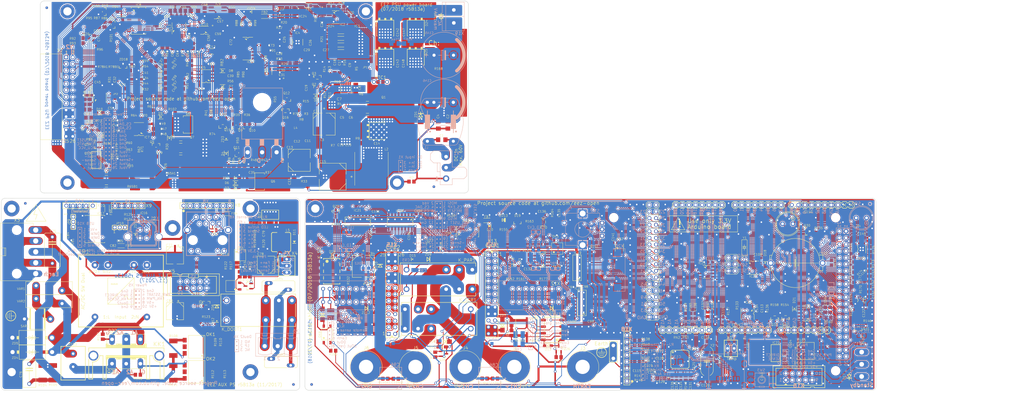
<source format=kicad_pcb>
(kicad_pcb (version 20171130) (host pcbnew "(5.0.0)")
  (layers (0 Top signal) (31 Bottom signal) (34 B.Paste user) (35 F.Paste user) (36 B.SilkS user) (37 F.SilkS user) (38 B.Mask user) (39 F.Mask user hide) (44 Edge.Cuts user))
  (net 0 "")
  (net 1 GND)
  (net 2 +5V)
  (net 3 PREG_OUT)
  (net 4 V+)
  (net 5 V-)
  (net 6 I_SERVO)
  (net 7 I_MON)
  (net 8 CV_ACTIVE)
  (net 9 CC_ACTIVE)
  (net 10 SENSE-)
  (net 11 SENSE+)
  (net 12 U_MON)
  (net 13 U_SERVO)
  (net 14 I_SET)
  (net 15 PRE_OE)
  (net 16 +VREF)
  (net 17 OUT+)
  (net 18 PWRGOOD)
  (net 19 OUT-)
  (net 20 ~DP_DRIVE)
  (net 21 POST_OE)
  (net 22 HOLE_DL)
  (net 23 HOLE_DR)
  (net 24 SENSE_PROT)
  (net 25 -12V)
  (net 26 DC_OUT)
  (net 27 ~SET_100%)
  (net 28 U_SET_OUT)
  (net 29 HOLE_UL)
  (net 30 SENSE_ERR)
  (net 31 EARTH)
  (net 32 TA3)
  (net 33 TA1)
  (net 34 TA2)
  (net 35 AC_EARTH)
  (net 36 PWR_SSTART)
  (net 37 PWR_DIRECT)
  (net 38 +3V3)
  (net 39 MOSI)
  (net 40 SCLK)
  (net 41 ~BP_OE)
  (net 42 MISO)
  (net 43 ~RESET)
  (net 44 CH1_VDD)
  (net 45 BP_SELECT)
  (net 46 BUZZER)
  (net 47 TEMP_ANALOG)
  (net 48 LCD_DB8)
  (net 49 LCD_DB9)
  (net 50 LCD_DB10)
  (net 51 LCD_DB11)
  (net 52 LCD_DB12)
  (net 53 LCD_DB13)
  (net 54 LCD_DB14)
  (net 55 LCD_DB15)
  (net 56 LCD_DB7)
  (net 57 LCD_DB6)
  (net 58 LCD_DB5)
  (net 59 LCD_DB4)
  (net 60 LCD_DB3)
  (net 61 LCD_DB2)
  (net 62 LCD_DB1)
  (net 63 LCD_DB0)
  (net 64 LCD_CS)
  (net 65 LCD_RS)
  (net 66 LCD_RESET)
  (net 67 LCD_WR)
  (net 68 RTC_SELECT)
  (net 69 ~ETH_SELECT)
  (net 70 ~EEPROM_SELECT)
  (net 71 LCDSD_CS)
  (net 72 TOUCH_DOUT)
  (net 73 ~RTC_IRQ)
  (net 74 TOUCH_IRQ)
  (net 75 ~ETH_IRQ)
  (net 76 LCD_BRIGHTNESS)
  (net 77 PWRDIR)
  (net 78 PWRSS)
  (net 79 TOUCH_CS)
  (net 80 TOUCH_SCLK)
  (net 81 TOUCH_DIN)
  (net 82 BATT_NTC)
  (net 83 NTC1)
  (net 84 NTC2)
  (net 85 EXT_TRIG)
  (net 86 CH1_GND)
  (net 87 CH2_GND)
  (net 88 GNDA)
  (net 89 WATCHDOG)
  (net 90 SYNC_MASTER)
  (net 91 SYNC1)
  (net 92 SYNC2)
  (net 93 AS_TL)
  (net 94 ENC_B)
  (net 95 ENC_A)
  (net 96 DOUT1)
  (net 97 TA4)
  (net 98 ~LCD_PD)
  (net 99 ~LCD_INT)
  (net 100 ENC_SW)
  (net 101 DOUT2)
  (net 102 CURR_5A)
  (net 103 CURR_500MA)
  (net 104 0V)
  (net 105 EXTSD_CS)
  (net 106 CURR_50MA)
  (net 107 "/Reset, load temp, digital input/~RST_OUT")
  (net 108 "Net-(IC29-Pad11)")
  (net 109 "Net-(IC29-Pad8)")
  (net 110 "Net-(IC29-Pad6)")
  (net 111 "Net-(IC29-Pad2)")
  (net 112 "/Power pre-regulator/FB")
  (net 113 "Net-(C10-Pad1)")
  (net 114 "/Power pre-regulator/SGND")
  (net 115 "Net-(C14-Pad2)")
  (net 116 "Net-(C14-Pad1)")
  (net 117 "Net-(C19-Pad2)")
  (net 118 "Net-(D2-PadC)")
  (net 119 "Net-(C19-Pad1)")
  (net 120 "Net-(IC1-Pad2)")
  (net 121 "Net-(IC1-Pad10)")
  (net 122 "Net-(C17-Pad1)")
  (net 123 "Net-(C18-Pad1)")
  (net 124 "Net-(C11-Pad1)")
  (net 125 "Net-(Q1-Pad1)")
  (net 126 "Net-(IC1-Pad12)")
  (net 127 "Net-(C7-Pad1)")
  (net 128 "Net-(IC1-Pad8)")
  (net 129 "Net-(IC1-Pad7)")
  (net 130 "Net-(C9-Pad2)")
  (net 131 "Net-(IC1-Pad1)")
  (net 132 "/Power pre-regulator/DC+")
  (net 133 "/Power pre-regulator/DC-")
  (net 134 "/Power pre-regulator/HEATSINK")
  (net 135 "/Power pre-regulator/SYNC")
  (net 136 "/Power pre-regulator/MCU_VCC")
  (net 137 "/Power pre-regulator/TEMP_NTC")
  (net 138 "/Digital control, voltage reference/AUX_USET_IN")
  (net 139 "/Digital control, voltage reference/PS_MISO")
  (net 140 "/Digital control, voltage reference/~INT")
  (net 141 "/Digital control, voltage reference/PS_SCLK")
  (net 142 "/Digital control, voltage reference/CS_ADC")
  (net 143 "/Digital control, voltage reference/~PS_RESET")
  (net 144 "/Digital control, voltage reference/CS_DAC")
  (net 145 "/Digital control, voltage reference/CS_EXPANDER")
  (net 146 "/Digital control, voltage reference/PS_MOSI")
  (net 147 "Net-(C25-Pad2)")
  (net 148 "Net-(IC4-Pad15)")
  (net 149 "Net-(C22-Pad1)")
  (net 150 "Net-(C28-Pad2)")
  (net 151 "Net-(C20-Pad1)")
  (net 152 "Net-(C26-Pad2)")
  (net 153 "Net-(C26-Pad1)")
  (net 154 "Net-(IC4-Pad4)")
  (net 155 "/Bias power/-5VOUT")
  (net 156 "Net-(C21-Pad+)")
  (net 157 "Net-(IC2-Pad7)")
  (net 158 "Net-(IC2-Pad6)")
  (net 159 "Net-(IC2-Pad3)")
  (net 160 "Net-(IC2-Pad2)")
  (net 161 "Net-(IC3-Pad1)")
  (net 162 "Net-(D6-PadC)")
  (net 163 "Net-(C52-Pad1)")
  (net 164 "Net-(D10-PadC)")
  (net 165 "Net-(IC6-Pad3)")
  (net 166 "Net-(C39-Pad2)")
  (net 167 "Net-(C39-Pad1)")
  (net 168 "Net-(IC5-Pad3)")
  (net 169 "Net-(C34-Pad2)")
  (net 170 "Net-(IC5-Pad5)")
  (net 171 "Net-(C36-Pad1)")
  (net 172 "Net-(C41-Pad2)")
  (net 173 "Net-(IC5-Pad6)")
  (net 174 "Net-(C38-Pad1)")
  (net 175 "Net-(D3-PadC)")
  (net 176 "Net-(R68-Pad2)")
  (net 177 "Net-(C53-Pad2)")
  (net 178 "Net-(C37-Pad2)")
  (net 179 "Net-(C40-Pad2)")
  (net 180 "Net-(Q11-PadE)")
  (net 181 "Net-(D7-PadA)")
  (net 182 "Net-(D6-PadA)")
  (net 183 "Net-(D3-PadA)")
  (net 184 "Net-(C35-Pad1)")
  (net 185 "Net-(D4-PadC)")
  (net 186 "Net-(D5-PadC)")
  (net 187 "Net-(Q11-PadB)")
  (net 188 "Net-(Q5-PadB)")
  (net 189 "Net-(Q7-Pad3)")
  (net 190 "Net-(D5-PadA)")
  (net 191 "Net-(Q8-Pad3)")
  (net 192 "Net-(C33-Pad1)")
  (net 193 "Net-(Q10-PadE)")
  (net 194 "Net-(Q9-PadE)")
  (net 195 "Net-(Q12-PadE)")
  (net 196 /Post-regulator/ISENSE+)
  (net 197 /Post-regulator/ISENSE-)
  (net 198 /Post-regulator/GCOM)
  (net 199 "Net-(Q10-PadB)")
  (net 200 "Net-(Q34-Pad2)")
  (net 201 "Net-(C32-Pad1)")
  (net 202 "Net-(IC6-Pad6)")
  (net 203 "Net-(Q13-Pad3)")
  (net 204 "Net-(Q14-Pad3)")
  (net 205 "Net-(R63-Pad1)")
  (net 206 "/Digital control, voltage reference/U_SET")
  (net 207 "/Digital control, voltage reference/~PS_DRDY")
  (net 208 "Net-(C65-Pad2)")
  (net 209 "Net-(C60-Pad2)")
  (net 210 "Net-(C68-Pad2)")
  (net 211 "Net-(C61-Pad1)")
  (net 212 "Net-(C67-Pad2)")
  (net 213 "Net-(C58-Pad1)")
  (net 214 "Net-(IC9-Pad3)")
  (net 215 "Net-(Q15-Pad3)")
  (net 216 "/Digital control, voltage reference/~SET_DP")
  (net 217 "Net-(C62-Pad2)")
  (net 218 "/Digital control, voltage reference/AUX_USET_SW")
  (net 219 "Net-(IC8-Pad20)")
  (net 220 "Net-(IC8-Pad19)")
  (net 221 "Net-(IC8-Pad8)")
  (net 222 "Net-(IC8-Pad7)")
  (net 223 "Net-(IC8-Pad6)")
  (net 224 "Net-(IC8-Pad5)")
  (net 225 "Net-(IC8-Pad4)")
  (net 226 "Net-(IC14-Pad10)")
  (net 227 "Net-(IC14-Pad7)")
  (net 228 "Net-(IC14-Pad1)")
  (net 229 "Net-(IC14-Pad13)")
  (net 230 "Net-(IC14-Pad5)")
  (net 231 "Net-(IC14-Pad11)")
  (net 232 "Net-(C70-Pad2)")
  (net 233 "Net-(C74-Pad1)")
  (net 234 "Net-(Q20-PadC)")
  (net 235 "Net-(C71-Pad2)")
  (net 236 "Net-(R92-Pad2)")
  (net 237 "Net-(C71-Pad1)")
  (net 238 "Net-(Q19-PadB)")
  (net 239 "Net-(C75-Pad1)")
  (net 240 "Net-(C75-Pad2)")
  (net 241 "Net-(OK1-Pad6)")
  (net 242 "Net-(Q21-PadA2)")
  (net 243 "Net-(OK2-Pad4)")
  (net 244 "Net-(Q21-PadA1)")
  (net 245 "Net-(OK2-Pad6)")
  (net 246 "Net-(OK1-Pad4)")
  (net 247 "/AC soft-start, +5V power/AUX_PWR_SSTART")
  (net 248 "Net-(R112-Pad2)")
  (net 249 "/AC soft-start, +5V power/AUX_PWR_DIRECT")
  (net 250 "Net-(R109-Pad2)")
  (net 251 "Net-(C76-Pad2)")
  (net 252 "Net-(KK1-Pad1)")
  (net 253 "Net-(KK1-Pad2)")
  (net 254 "Net-(OK1-Pad2)")
  (net 255 "Net-(OK2-Pad2)")
  (net 256 "Net-(SAR1-PadP$1)")
  (net 257 "Net-(Q25-Pad1)")
  (net 258 "/AC soft-start, +5V power/AUX_FAN_CTRL")
  (net 259 "/AC soft-start, +5V power/AUX_FAN_SENSE")
  (net 260 "Net-(C79-Pad2)")
  (net 261 "Net-(C78-Pad2)")
  (net 262 "Net-(Q24-Pad1)")
  (net 263 "/AC soft-start, +5V power/+12VDC")
  (net 264 "Net-(OK4-Pad3)")
  (net 265 "Net-(C79-Pad1)")
  (net 266 "Net-(Q23-Pad1)")
  (net 267 "Net-(OK3-Pad3)")
  (net 268 "Net-(OK4-Pad2)")
  (net 269 "Net-(OK3-Pad1)")
  (net 270 "Net-(OK3-Pad2)")
  (net 271 "/Ethernet, USB, Fan/XUSB_GND")
  (net 272 "/Ethernet, USB, Fan/D+")
  (net 273 "/Ethernet, USB, Fan/D-")
  (net 274 "/Ethernet, USB, Fan/XUSB_VBUS")
  (net 275 "Net-(X9-Pad1)")
  (net 276 "Net-(FB4-PadP$1)")
  (net 277 "/Ethernet, USB, Fan/AUX_ETH_ACTLED")
  (net 278 "/Ethernet, USB, Fan/AUX_ETH_LINKLED")
  (net 279 "/Ethernet, USB, Fan/AUX_ETH_IN-")
  (net 280 "/Ethernet, USB, Fan/AUX_ETH_OUT-")
  (net 281 "Net-(X7-Pad5)")
  (net 282 "/Ethernet, USB, Fan/AUX_ETH_OUT+")
  (net 283 "/Ethernet, USB, Fan/AUX_ETH_IN+")
  (net 284 "/Ethernet, USB, Fan/AUX_+3V3")
  (net 285 "Net-(IC17-Pad10)")
  (net 286 "Net-(IC17-Pad11)")
  (net 287 "Net-(X10-Pad1)")
  (net 288 "Net-(IC17-Pad6)")
  (net 289 "Net-(IC17-Pad7)")
  (net 290 "Net-(C84-Pad1)")
  (net 291 "Net-(IC17-Pad13)")
  (net 292 "Net-(IC17-Pad5)")
  (net 293 "Net-(C85-Pad1)")
  (net 294 "Net-(C82-Pad1)")
  (net 295 "Net-(D12-PadA)")
  (net 296 "/Binding posts relays, LED driver/OUT2+")
  (net 297 "Net-(K_S2-Pad6)")
  (net 298 "/Binding posts relays, LED driver/SENSE2+")
  (net 299 "/Binding posts relays, LED driver/SENSE2-")
  (net 300 "Net-(K_S2-Pad3)")
  (net 301 "/Binding posts relays, LED driver/PWR_IN2-")
  (net 302 "Net-(D16-PadC)")
  (net 303 "Net-(D14-PadA)")
  (net 304 "Net-(D14-PadC)")
  (net 305 "/Binding posts relays, LED driver/OUT1-")
  (net 306 "Net-(K_S1-Pad6)")
  (net 307 "/Binding posts relays, LED driver/SENSE1-")
  (net 308 "/Binding posts relays, LED driver/SENSE1+")
  (net 309 "Net-(K_S1-Pad3)")
  (net 310 "/Binding posts relays, LED driver/PWR_IN1+")
  (net 311 "Net-(D13-PadC)")
  (net 312 "Net-(IC18-Pad23)")
  (net 313 "Net-(IC18-Pad22)")
  (net 314 "Net-(IC18-Pad20)")
  (net 315 "Net-(IC18-Pad19)")
  (net 316 "Net-(IC18-Pad18)")
  (net 317 "Net-(IC18-Pad17)")
  (net 318 "Net-(IC18-Pad16)")
  (net 319 "Net-(IC18-Pad15)")
  (net 320 "Net-(IC18-Pad14)")
  (net 321 "Net-(IC18-Pad13)")
  (net 322 "Net-(IC18-Pad12)")
  (net 323 "Net-(IC18-Pad11)")
  (net 324 "Net-(IC18-Pad10)")
  (net 325 "Net-(IC18-Pad9)")
  (net 326 "Net-(IC18-Pad8)")
  (net 327 "Net-(IC18-Pad7)")
  (net 328 "Net-(IC18-Pad6)")
  (net 329 "Net-(IC18-Pad5)")
  (net 330 "Net-(D15-PadC)")
  (net 331 "Net-(D15-PadA)")
  (net 332 "Net-(C87-Pad2)")
  (net 333 "Net-(C92-Pad2)")
  (net 334 "/Binding posts relays, LED driver/OUT2-")
  (net 335 "/Binding posts relays, LED driver/OUT1+")
  (net 336 "/Isolators, Arduino/CH1_SYNC")
  (net 337 "/Reset, load temp, digital input/AUX1_USET_IN")
  (net 338 "/Isolators, Arduino/CH1_MISO")
  (net 339 "/Isolators, Arduino/~CH1_INT")
  (net 340 "/Isolators, Arduino/CH1_SCLK")
  (net 341 "/Isolators, Arduino/~CH1_ADC")
  (net 342 "/Isolators, Arduino/~CH1_RESET")
  (net 343 "/Isolators, Arduino/~CH1_DAC")
  (net 344 "/Isolators, Arduino/~CH1_EXPANDER")
  (net 345 "/Isolators, Arduino/CH1_MOSI")
  (net 346 "/Isolators, Arduino/CH2_SYNC")
  (net 347 "/Reset, load temp, digital input/AUX2_USET_IN")
  (net 348 "/Isolators, Arduino/CH2_MISO")
  (net 349 "/Isolators, Arduino/~CH2_INT")
  (net 350 "/Isolators, Arduino/CH2_SCLK")
  (net 351 "/Isolators, Arduino/~CH2_ADC")
  (net 352 "/Isolators, Arduino/~CH2_RESET")
  (net 353 "/Isolators, Arduino/~CH2_DAC")
  (net 354 "/Isolators, Arduino/~CH2_EXPANDER")
  (net 355 "/Isolators, Arduino/CH2_VDD")
  (net 356 "/Isolators, Arduino/CH2_MOSI")
  (net 357 "/Reset, load temp, digital input/NTC_IN")
  (net 358 "Net-(R161-Pad2)")
  (net 359 "Net-(F1-Pad2)")
  (net 360 "Net-(OK6-Pad3)")
  (net 361 "/Isolators, Arduino/ISOLATOR2_EN")
  (net 362 "/Isolators, Arduino/~ADC2_SELECT")
  (net 363 "/Isolators, Arduino/~IO_EXPANDER2")
  (net 364 "/Isolators, Arduino/~DAC2_SELECT")
  (net 365 "/Isolators, Arduino/FAN_SENSE")
  (net 366 "/Isolators, Arduino/FAN_PWM")
  (net 367 "/Isolators, Arduino/ISOLATOR1_EN")
  (net 368 "/Isolators, Arduino/~CONVEND1")
  (net 369 "/Isolators, Arduino/~CONVEND2")
  (net 370 "/Isolators, Arduino/~IO_EXPANDER1")
  (net 371 "/Isolators, Arduino/~DAC1_SELECT")
  (net 372 "/Isolators, Arduino/~ADC1_SELECT")
  (net 373 "Net-(SW1-Pad1)")
  (net 374 "Net-(SW1-Pad2)")
  (net 375 "Net-(IC24-Pad1)")
  (net 376 "Net-(IC24-Pad2)")
  (net 377 "Net-(C108-Pad2)")
  (net 378 "Net-(IC24-Pad13)")
  (net 379 "Net-(C112-Pad1)")
  (net 380 "Net-(Q30-Pad3)")
  (net 381 "Net-(Q31-Pad3)")
  (net 382 "Net-(LCD1-Pad19)")
  (net 383 "/SPI peripherals, TFT display/LCD_RD")
  (net 384 "Net-(C122-Pad2)")
  (net 385 "Net-(LCD1-Pad40)")
  (net 386 "Net-(LCD1-Pad39)")
  (net 387 "Net-(LCD1-Pad32)")
  (net 388 "Net-(JP4-PadCOM)")
  (net 389 "Net-(LCD1-Pad3)")
  (net 390 "Net-(LCD1-Pad16)")
  (net 391 "Net-(LCD1-Pad18)")
  (net 392 "Net-(LCD1-Pad20)")
  (net 393 "Net-(IC26-Pad47)")
  (net 394 "Net-(IC26-Pad46)")
  (net 395 "Net-(IC26-Pad45)")
  (net 396 "Net-(IC26-Pad44)")
  (net 397 "Net-(IC26-Pad43)")
  (net 398 "Net-(IC26-Pad42)")
  (net 399 "Net-(IC26-Pad41)")
  (net 400 "Net-(IC26-Pad40)")
  (net 401 "Net-(IC26-Pad39)")
  (net 402 "Net-(IC26-Pad38)")
  (net 403 "Net-(C116-Pad1)")
  (net 404 "Net-(C120-Pad1)")
  (net 405 "/SPI peripherals, TFT display/ETH_ACTLED")
  (net 406 "Net-(IC26-Pad26)")
  (net 407 "/SPI peripherals, TFT display/ETH_LINKLED")
  (net 408 "Net-(IC26-Pad24)")
  (net 409 "Net-(IC26-Pad23)")
  (net 410 "/SPI peripherals, TFT display/1V2O")
  (net 411 "Net-(C130-Pad+)")
  (net 412 "Net-(IC26-Pad18)")
  (net 413 "Net-(IC26-Pad13)")
  (net 414 "Net-(IC26-Pad12)")
  (net 415 "Net-(IC26-Pad10)")
  (net 416 "Net-(IC26-Pad7)")
  (net 417 "Net-(C119-Pad2)")
  (net 418 "Net-(C117-Pad2)")
  (net 419 "/SPI peripherals, TFT display/ETH_OUT+")
  (net 420 "/SPI peripherals, TFT display/ETH_OUT-")
  (net 421 "/SPI peripherals, TFT display/ETH_IN-")
  (net 422 "/SPI peripherals, TFT display/ETH_IN+")
  (net 423 "Net-(C118-Pad1)")
  (net 424 "Net-(R147-Pad2)")
  (net 425 "Net-(R148-Pad2)")
  (net 426 "Net-(IC27-Pad6)")
  (net 427 "Net-(C133-Pad2)")
  (net 428 "Net-(IC28-Pad5)")
  (net 429 "/Reset, load temp, digital input/TEMP_FREQ1")
  (net 430 "Net-(R152-Pad2)")
  (net 431 "Net-(IC27-Pad2)")
  (net 432 "Net-(OK5-Pad1)")
  (net 433 "Net-(D19-Pad2)")
  (net 434 "Net-(D19-Pad3)")
  (net 435 "Net-(IC30-Pad2)")
  (net 436 "Net-(IC30-Pad4)")
  (net 437 "Net-(D20-PadC)")
  (net 438 "Net-(D20-PadA)")
  (net 439 "Net-(C140-Pad2)")
  (net 440 "Net-(D21-PadC)")
  (net 441 "Net-(C156-Pad1)")
  (net 442 "Net-(R161-Pad1)")
  (net 443 "Net-(R156-Pad2)")
  (net 444 "Net-(R159-Pad2)")
  (net 445 "Net-(OK6-Pad1)")
  (net 446 "Net-(F1-Pad1)")
  (net 447 "Net-(IC34-Pad8)")
  (net 448 "Net-(IC34-Pad5)")
  (net 449 "Net-(IC34-Pad4)")
  (net 450 "Net-(IC34-Pad3)")
  (net 451 "Net-(C155-Pad2)")
  (net 452 "Net-(C153-Pad1)")
  (net 453 "Net-(C150-Pad1)")
  (net 454 "Net-(C153-Pad2)")
  (net 455 "Net-(C152-Pad1)")
  (net 456 "Net-(C151-Pad1)")
  (net 457 "/EEZ PSU consolidated r5B13a_12/AUDIO_OUT")
  (net 458 "/EEZ PSU consolidated r5B13a_12/AC_IN2")
  (net 459 "/EEZ PSU consolidated r5B13a_12/AC_IN1")
  (net 460 "Net-(C144-Pad2)")
  (net 461 "Net-(J7-PadZ4)")
  (net 462 "Net-(J7-PadZ3)")
  (net 463 "Net-(J7-Pad1)")
  (net 464 "Net-(J7-Pad8)")
  (net 465 "Net-(K_DOUT1-Pad12A)")
  (net 466 "Net-(K_DOUT1-Pad11A)")
  (net 467 "Net-(K_DOUT1-Pad14A)")
  (net 468 "Net-(K_DOUT1-PadA2)")
  (net 469 "Net-(R65A1-Pad1S)")
  (net 470 POUT-)
  (net 471 "Net-(C104A1-Pad2)")
  (net 472 "Net-(C109A1-Pad2)")
  (net 473 "Net-(K_PAR1-Pad12B)")
  (net 474 "Net-(K_PAR1-Pad12A)")
  (net 475 "Net-(K_SER1-Pad14A)")
  (net 476 "Net-(MCU1-PadA13)")
  (net 477 "Net-(MCU1-PadA14)")
  (net 478 "Net-(MCU1-PadA15)")
  (net 479 "Net-(MCU1-Pad1)")
  (net 480 "Net-(MCU1-Pad0)")
  (net 481 "Net-(MCU1-PadAREF)")
  (net 482 "Net-(MCU1-Pad52)")
  (net 483 "Net-(MCU1-Pad5V(1))")
  (net 484 "Net-(MCU1-Pad5V(2))")
  (net 485 "Net-(MCU1-Pad3.3V)")
  (net 486 "Net-(MCU1-PadVIN)")
  (net 487 "Net-(MCU1-PadICSP_RESET)")
  (net 488 "Net-(MCU1-PadICSP_+5V)")
  (net 489 "Net-(R78A1-Pad1)")
  (module "EEZ PSU consolidated r5B13a:SOP192P292X122-4N" (layer Top) (at 34.8006 114.2176 180)
    (fp_text reference IC16 (at 1.4006 2.0176) (layer F.SilkS) (effects (font (size 0.85 0.85) (thickness 0.085)) (justify left bottom)))
    (fp_text value TPD2E001DZDR)
    (pad 4 smd roundrect (at -0.9652 -0.889 180) (size 0.55 1.575) (layers Top F.Paste F.Mask) (net 274 "/Ethernet, USB, Fan/XUSB_VBUS"))
    (pad 3 smd roundrect (at 0.9652 -0.889 180) (size 0.55 1.575) (layers Top F.Paste F.Mask) (net 273 "/Ethernet, USB, Fan/D-"))
    (pad 2 smd roundrect (at 0.9652 1 180) (size 0.55 1.575) (layers Top F.Paste F.Mask) (net 272 "/Ethernet, USB, Fan/D+"))
    (pad 1 smd roundrect (at -0.762 1 180) (size 0.94 1.3208) (layers Top F.Paste F.Mask) (net 271 "/Ethernet, USB, Fan/XUSB_GND"))
  )
  (module "EEZ PSU consolidated r5B13a:SOT95P237X112-3N" (layer Top) (at 108.8416 111.4871 90)
    (fp_text reference Q29 (at 1.8871 -1.2416) (layer F.SilkS) (effects (font (size 0.85 0.85) (thickness 0.085)) (justify left bottom)))
    (fp_text value IRLML2246TRPBF)
    (pad 3 smd roundrect (at 1.1 0 90) (size 1.3 0.55) (layers Top F.Paste F.Mask) (net 302 "Net-(D16-PadC)"))
    (pad 2 smd roundrect (at -1.1 0.94 90) (size 1.3 0.55) (layers Top F.Paste F.Mask) (net 2 +5V))
    (pad 1 smd roundrect (at -1.1 -0.94 90) (size 1.3 0.55) (layers Top F.Paste F.Mask) (net 315 "Net-(IC18-Pad19)"))
  )
  (module "EEZ PSU consolidated r5B13a:SOT95P237X112-3N" (layer Top) (at 194.7571 164.0651 90)
    (fp_text reference Q26 (at -0.5349 1.8429) (layer F.SilkS) (effects (font (size 0.85 0.85) (thickness 0.085)) (justify left bottom)))
    (fp_text value IRLML2246TRPBF)
    (pad 3 smd roundrect (at 1.1 0 90) (size 1.3 0.55) (layers Top F.Paste F.Mask) (net 311 "Net-(D13-PadC)"))
    (pad 2 smd roundrect (at -1.1 0.94 90) (size 1.3 0.55) (layers Top F.Paste F.Mask) (net 2 +5V))
    (pad 1 smd roundrect (at -1.1 -0.94 90) (size 1.3 0.55) (layers Top F.Paste F.Mask) (net 328 "Net-(IC18-Pad6)"))
  )
  (module "EEZ PSU consolidated r5B13a:EC12E_SW" (layer Bottom) (at 204 118 270)
    (fp_text reference SW2 (at -7.8 -2.8 180) (layer B.SilkS) (effects (font (size 1.2 1.2) (thickness 0.09)) (justify right top mirror)))
    (fp_text value PEC12R-4225F-S0024)
    (pad GND2 thru_hole rect (at 6.1 0 270) (size 3.2 3.2) (drill 2.3) (layers *.Cu *.Mask) (net 1 GND))
    (pad GND1 thru_hole rect (at -6.1 0 270) (size 3.2 3.2) (drill 2.3) (layers *.Cu *.Mask) (net 1 GND))
    (pad E thru_hole rect (at 2.5 7 270) (size 1.5 1.5) (drill 1) (layers *.Cu *.Mask) (net 1 GND))
    (pad D thru_hole rect (at -2.5 7 270) (size 1.5 1.5) (drill 1) (layers *.Cu *.Mask) (net 100 ENC_SW))
    (pad B thru_hole rect (at 2.5 -7.5 270) (size 1.5 1.5) (drill 1) (layers *.Cu *.Mask) (net 443 "Net-(R156-Pad2)"))
    (pad C thru_hole rect (at 0 -7.5 270) (size 1.5 1.5) (drill 1) (layers *.Cu *.Mask) (net 1 GND))
    (pad A thru_hole rect (at -2.5 -7.5 270) (size 1.5 1.5) (drill 1) (layers *.Cu *.Mask) (net 444 "Net-(R159-Pad2)"))
  )
  (module "EEZ PSU consolidated r5B13a:R2512" (layer Top) (at 46.2941 173.3361 90)
    (fp_text reference R111 (at -5.0639 -1.6941) (layer F.SilkS) (effects (font (size 0.85 0.85) (thickness 0.085)) (justify left bottom)))
    (fp_text value 330R/2W)
    (pad 2 smd rect (at 2.8 0 90) (size 1.8 3.2) (layers Top F.Paste F.Mask) (net 242 "Net-(Q21-PadA2)"))
    (pad 1 smd rect (at -2.8 0 90) (size 1.8 3.2) (layers Top F.Paste F.Mask) (net 245 "Net-(OK2-Pad6)"))
  )
  (module "EEZ PSU consolidated r5B13a:KUSBVX-BS1N" (layer Bottom) (at 34.7406 120.8806 180)
    (fp_text reference X11 (at -2.6294 7.8906) (layer B.SilkS) (effects (font (size 1.2 1.2) (thickness 0.09)) (justify right top mirror)))
    (fp_text value 2411-01)
    (fp_text user 4 (at 2.1606 -1.0994 180) (layer B.SilkS) (effects (font (size 0.57912 0.57912) (thickness 0.048768)) (justify left bottom mirror)))
    (fp_text user 3 (at -2.8194 -1.1194 180) (layer B.SilkS) (effects (font (size 0.57912 0.57912) (thickness 0.048768)) (justify left bottom mirror)))
    (fp_text user 2 (at -2.6794 2.9006 180) (layer B.SilkS) (effects (font (size 0.57912 0.57912) (thickness 0.048768)) (justify left bottom mirror)))
    (fp_text user 1 (at 2.1506 2.9106 180) (layer B.SilkS) (effects (font (size 0.57912 0.57912) (thickness 0.048768)) (justify left bottom mirror)))
    (pad M2 thru_hole circle (at 6.02 0 180) (size 2.7 2.7) (drill 2.3) (layers *.Cu *.Mask) (net 35 AC_EARTH))
    (pad M1 thru_hole circle (at -6.02 0 180) (size 2.7 2.7) (drill 2.3) (layers *.Cu *.Mask) (net 35 AC_EARTH))
    (pad 4 thru_hole circle (at 1.25 -0.5 180) (size 1.5 1.5) (drill 1) (layers *.Cu *.Mask) (net 271 "/Ethernet, USB, Fan/XUSB_GND"))
    (pad 3 thru_hole circle (at -1.25 -0.5 180) (size 1.5 1.5) (drill 1) (layers *.Cu *.Mask) (net 272 "/Ethernet, USB, Fan/D+"))
    (pad 2 thru_hole circle (at -1.25 2.7 180) (size 1.5 1.5) (drill 1) (layers *.Cu *.Mask) (net 273 "/Ethernet, USB, Fan/D-"))
    (pad 1 thru_hole circle (at 1.25 2.7 180) (size 1.5 1.5) (drill 1) (layers *.Cu *.Mask) (net 274 "/Ethernet, USB, Fan/XUSB_VBUS"))
  )
  (module "EEZ PSU consolidated r5B13a:RT-C_016A5_ROUND" (layer Top) (at 136.15 133.55)
    (fp_text reference K_PAR1 (at 19.81 -2.96) (layer F.SilkS) (effects (font (size 1.2065 1.2065) (thickness 0.12065)) (justify left bottom)))
    (fp_text value RT424005)
    (pad 11A thru_hole circle (at 20.3 0 90) (size 3 3) (drill 1.4) (layers *.Cu *.Mask) (net 310 "/Binding posts relays, LED driver/PWR_IN1+"))
    (pad 14B thru_hole circle (at 25.34 7.5 90) (size 3 3) (drill 1.4) (layers *.Cu *.Mask) (net 305 "/Binding posts relays, LED driver/OUT1-"))
    (pad 12B thru_hole circle (at 15.26 7.5 90) (size 3 3) (drill 1.4) (layers *.Cu *.Mask) (net 473 "Net-(K_PAR1-Pad12B)"))
    (pad A1 thru_hole circle (at 0 7.5) (size 2.2 2.2) (drill 1.4) (layers *.Cu *.Mask) (net 1 GND))
    (pad A2 thru_hole circle (at 0 0) (size 2.2 2.2) (drill 1.4) (layers *.Cu *.Mask) (net 330 "Net-(D15-PadC)"))
    (pad 12A thru_hole circle (at 15.26 0 90) (size 3 3) (drill 1.4) (layers *.Cu *.Mask) (net 474 "Net-(K_PAR1-Pad12A)"))
    (pad 14A thru_hole circle (at 25.34 0 90) (size 3 3) (drill 1.4) (layers *.Cu *.Mask) (net 296 "/Binding posts relays, LED driver/OUT2+"))
    (pad 11B thru_hole circle (at 20.3 7.5 90) (size 3 3) (drill 1.4) (layers *.Cu *.Mask) (net 301 "/Binding posts relays, LED driver/PWR_IN2-"))
  )
  (module "EEZ PSU consolidated r5B13a:RT-C_016A5_ROUND" (layer Top) (at 78.120002 149.179998)
    (fp_text reference K_DOUT1 (at -13.310002 8.040002) (layer F.SilkS) (effects (font (size 1.2065 1.2065) (thickness 0.12065)) (justify left bottom)))
    (fp_text value RT424005)
    (pad 11B thru_hole circle (at 8.83 3.78 90) (size 3 3) (drill 1.4) (layers *.Cu *.Mask) (net 466 "Net-(K_DOUT1-Pad11A)"))
    (pad 14A thru_hole circle (at 13.87 -3.78 90) (size 3 3) (drill 1.4) (layers *.Cu *.Mask) (net 467 "Net-(K_DOUT1-Pad14A)"))
    (pad 12A thru_hole circle (at 3.79 -3.78 90) (size 3 3) (drill 1.4) (layers *.Cu *.Mask) (net 465 "Net-(K_DOUT1-Pad12A)"))
    (pad A2 thru_hole circle (at -11.33 -3.78) (size 2.2 2.2) (drill 1.4) (layers *.Cu *.Mask) (net 468 "Net-(K_DOUT1-PadA2)"))
    (pad A1 thru_hole circle (at -11.33 3.78) (size 2.2 2.2) (drill 1.4) (layers *.Cu *.Mask) (net 2 +5V))
    (pad 12B thru_hole circle (at 3.79 3.78 90) (size 3 3) (drill 1.4) (layers *.Cu *.Mask) (net 465 "Net-(K_DOUT1-Pad12A)"))
    (pad 14B thru_hole circle (at 13.87 3.78 90) (size 3 3) (drill 1.4) (layers *.Cu *.Mask) (net 467 "Net-(K_DOUT1-Pad14A)"))
    (pad 11A thru_hole circle (at 8.83 -3.78 90) (size 3 3) (drill 1.4) (layers *.Cu *.Mask) (net 466 "Net-(K_DOUT1-Pad11A)"))
  )
  (module "EEZ PSU consolidated r5B13a:ARDUINO+ICSP_MIRROR" (layer Top) (at 326.256 106.06 180)
    (fp_text reference MCU1 hide)
    (fp_text value "Arduino Due" hide)
    (fp_text user 0 (at 62.756 -3.94 270) (layer B.SilkS) (effects (font (size 1.2 1.2) (thickness 0.12)) (justify left bottom mirror)))
    (fp_text user 1 (at 60.256 -3.94 270) (layer B.SilkS) (effects (font (size 1.2 1.2) (thickness 0.12)) (justify left bottom mirror)))
    (fp_text user 2 (at 57.756 -3.94 270) (layer B.SilkS) (effects (font (size 1.2 1.2) (thickness 0.12)) (justify left bottom mirror)))
    (fp_text user 3 (at 55.256 -3.94 270) (layer B.SilkS) (effects (font (size 1.2 1.2) (thickness 0.12)) (justify left bottom mirror)))
    (fp_text user 4 (at 52.756 -3.94 270) (layer B.SilkS) (effects (font (size 1.2 1.2) (thickness 0.12)) (justify left bottom mirror)))
    (fp_text user 5 (at 50.256 -3.94 270) (layer B.SilkS) (effects (font (size 1.2 1.2) (thickness 0.12)) (justify left bottom mirror)))
    (fp_text user 6 (at 47.756 -3.94 270) (layer B.SilkS) (effects (font (size 1.2 1.2) (thickness 0.12)) (justify left bottom mirror)))
    (fp_text user 7 (at 45.256 -3.94 270) (layer B.SilkS) (effects (font (size 1.2 1.2) (thickness 0.12)) (justify left bottom mirror)))
    (fp_text user 8 (at 41.006 -3.94 270) (layer B.SilkS) (effects (font (size 1.2 1.2) (thickness 0.12)) (justify left bottom mirror)))
    (fp_text user 9 (at 38.506 -3.94 270) (layer B.SilkS) (effects (font (size 1.2 1.2) (thickness 0.12)) (justify left bottom mirror)))
    (fp_text user 10 (at 36.006 -3.69 270) (layer B.SilkS) (effects (font (size 1.2 1.2) (thickness 0.12)) (justify left bottom mirror)))
    (fp_text user 11 (at 33.506 -3.69 270) (layer B.SilkS) (effects (font (size 1.2 1.2) (thickness 0.12)) (justify left bottom mirror)))
    (fp_text user 12 (at 31.006 -3.69 270) (layer B.SilkS) (effects (font (size 1.2 1.2) (thickness 0.12)) (justify left bottom mirror)))
    (fp_text user 13 (at 28.506 -3.69 270) (layer B.SilkS) (effects (font (size 1.2 1.2) (thickness 0.12)) (justify left bottom mirror)))
    (fp_text user 14 (at 68.256 -3.94 270) (layer B.SilkS) (effects (font (size 1.2 1.2) (thickness 0.12)) (justify left bottom mirror)))
    (fp_text user 15 (at 70.756 -3.94 270) (layer B.SilkS) (effects (font (size 1.2 1.2) (thickness 0.12)) (justify left bottom mirror)))
    (fp_text user 16 (at 73.256 -3.94 270) (layer B.SilkS) (effects (font (size 1.2 1.2) (thickness 0.12)) (justify left bottom mirror)))
    (fp_text user 17 (at 75.756 -3.94 270) (layer B.SilkS) (effects (font (size 1.2 1.2) (thickness 0.12)) (justify left bottom mirror)))
    (fp_text user 18 (at 78.256 -3.94 270) (layer B.SilkS) (effects (font (size 1.2 1.2) (thickness 0.12)) (justify left bottom mirror)))
    (fp_text user 19 (at 80.756 -3.94 270) (layer B.SilkS) (effects (font (size 1.2 1.2) (thickness 0.12)) (justify left bottom mirror)))
    (fp_text user 20 (at 83.256 -3.94 270) (layer B.SilkS) (effects (font (size 1.2 1.2) (thickness 0.12)) (justify left bottom mirror)))
    (fp_text user 21 (at 85.756 -3.94 270) (layer B.SilkS) (effects (font (size 1.2 1.2) (thickness 0.12)) (justify left bottom mirror)))
    (fp_text user 22 (at 92.756 -4.44 180) (layer B.SilkS) (effects (font (size 1.2 1.2) (thickness 0.12)) (justify right top mirror)))
    (fp_text user 24 (at 92.756 -6.94 180) (layer B.SilkS) (effects (font (size 1.2 1.2) (thickness 0.12)) (justify right top mirror)))
    (fp_text user 26 (at 92.756 -9.69 180) (layer B.SilkS) (effects (font (size 1.2 1.2) (thickness 0.12)) (justify right top mirror)))
    (fp_text user 28 (at 92.756 -12.19 180) (layer B.SilkS) (effects (font (size 1.2 1.2) (thickness 0.12)) (justify right top mirror)))
    (fp_text user 30 (at 92.756 -14.69 180) (layer B.SilkS) (effects (font (size 1.2 1.2) (thickness 0.12)) (justify right top mirror)))
    (fp_text user 32 (at 92.756 -17.19 180) (layer B.SilkS) (effects (font (size 1.2 1.2) (thickness 0.12)) (justify right top mirror)))
    (fp_text user 34 (at 92.756 -19.69 180) (layer B.SilkS) (effects (font (size 1.2 1.2) (thickness 0.12)) (justify right top mirror)))
    (fp_text user 36 (at 92.756 -22.44 180) (layer B.SilkS) (effects (font (size 1.2 1.2) (thickness 0.12)) (justify right top mirror)))
    (fp_text user 38 (at 92.756 -24.94 180) (layer B.SilkS) (effects (font (size 1.2 1.2) (thickness 0.12)) (justify right top mirror)))
    (fp_text user 40 (at 92.756 -27.44 180) (layer B.SilkS) (effects (font (size 1.2 1.2) (thickness 0.12)) (justify right top mirror)))
    (fp_text user 42 (at 92.756 -29.94 180) (layer B.SilkS) (effects (font (size 1.2 1.2) (thickness 0.12)) (justify right top mirror)))
    (fp_text user 44 (at 92.756 -32.44 180) (layer B.SilkS) (effects (font (size 1.2 1.2) (thickness 0.12)) (justify right top mirror)))
    (fp_text user 46 (at 92.756 -34.94 180) (layer B.SilkS) (effects (font (size 1.2 1.2) (thickness 0.12)) (justify right top mirror)))
    (fp_text user 50 (at 92.756 -39.94 180) (layer B.SilkS) (effects (font (size 1.2 1.2) (thickness 0.12)) (justify right top mirror)))
    (fp_text user 48 (at 92.756 -37.44 180) (layer B.SilkS) (effects (font (size 1.2 1.2) (thickness 0.12)) (justify right top mirror)))
    (fp_text user 52 (at 92.756 -42.44 180) (layer B.SilkS) (effects (font (size 1.2 1.2) (thickness 0.12)) (justify right top mirror)))
    (fp_text user 31 (at 100.256 -14.69 180) (layer B.SilkS) (effects (font (size 1.2 1.2) (thickness 0.12)) (justify right top mirror)))
    (fp_text user 33 (at 100.256 -17.19 180) (layer B.SilkS) (effects (font (size 1.2 1.2) (thickness 0.12)) (justify right top mirror)))
    (fp_text user 35 (at 100.256 -19.69 180) (layer B.SilkS) (effects (font (size 1.2 1.2) (thickness 0.12)) (justify right top mirror)))
    (fp_text user 37 (at 100.256 -22.44 180) (layer B.SilkS) (effects (font (size 1.2 1.2) (thickness 0.12)) (justify right top mirror)))
    (fp_text user 39 (at 100.256 -24.94 180) (layer B.SilkS) (effects (font (size 1.2 1.2) (thickness 0.12)) (justify right top mirror)))
    (fp_text user 41 (at 100.256 -27.44 180) (layer B.SilkS) (effects (font (size 1.2 1.2) (thickness 0.12)) (justify right top mirror)))
    (fp_text user 43 (at 100.006 -29.94 180) (layer B.SilkS) (effects (font (size 1.2 1.2) (thickness 0.12)) (justify right top mirror)))
    (fp_text user 45 (at 100.006 -32.44 180) (layer B.SilkS) (effects (font (size 1.2 1.2) (thickness 0.12)) (justify right top mirror)))
    (fp_text user 47 (at 100.006 -34.94 180) (layer B.SilkS) (effects (font (size 1.2 1.2) (thickness 0.12)) (justify right top mirror)))
    (fp_text user 49 (at 100.006 -37.44 180) (layer B.SilkS) (effects (font (size 1.2 1.2) (thickness 0.12)) (justify right top mirror)))
    (fp_text user 51 (at 100.006 -39.94 180) (layer B.SilkS) (effects (font (size 1.2 1.2) (thickness 0.12)) (justify right top mirror)))
    (fp_text user 53 (at 100.006 -42.44 180) (layer B.SilkS) (effects (font (size 1.2 1.2) (thickness 0.12)) (justify right top mirror)))
    (fp_text user A0 (at 51.256 -49.94 270) (layer B.SilkS) (effects (font (size 1.2 1.2) (thickness 0.12)) (justify right top mirror)))
    (fp_text user A1 (at 54.006 -49.94 270) (layer B.SilkS) (effects (font (size 1.2 1.2) (thickness 0.12)) (justify right top mirror)))
    (fp_text user A2 (at 56.506 -49.94 270) (layer B.SilkS) (effects (font (size 1.2 1.2) (thickness 0.12)) (justify right top mirror)))
    (fp_text user A3 (at 59.006 -49.94 270) (layer B.SilkS) (effects (font (size 1.2 1.2) (thickness 0.12)) (justify right top mirror)))
    (fp_text user A4 (at 61.506 -49.94 270) (layer B.SilkS) (effects (font (size 1.2 1.2) (thickness 0.12)) (justify right top mirror)))
    (fp_text user A5 (at 64.006 -49.94 270) (layer B.SilkS) (effects (font (size 1.2 1.2) (thickness 0.12)) (justify right top mirror)))
    (fp_text user A6 (at 66.756 -49.94 270) (layer B.SilkS) (effects (font (size 1.2 1.2) (thickness 0.12)) (justify right top mirror)))
    (fp_text user A7 (at 69.006 -49.94 270) (layer B.SilkS) (effects (font (size 1.2 1.2) (thickness 0.12)) (justify right top mirror)))
    (fp_text user A8 (at 74.256 -49.94 270) (layer B.SilkS) (effects (font (size 1.2 1.2) (thickness 0.12)) (justify right top mirror)))
    (fp_text user A9 (at 76.756 -49.94 270) (layer B.SilkS) (effects (font (size 1.2 1.2) (thickness 0.12)) (justify right top mirror)))
    (fp_text user A10 (at 79.256 -49.94 270) (layer B.SilkS) (effects (font (size 1.2 1.2) (thickness 0.12)) (justify right top mirror)))
    (fp_text user A11 (at 82.006 -49.94 270) (layer B.SilkS) (effects (font (size 1.2 1.2) (thickness 0.12)) (justify right top mirror)))
    (fp_text user A12 (at 84.256 -49.94 270) (layer B.SilkS) (effects (font (size 1.2 1.2) (thickness 0.12)) (justify right top mirror)))
    (fp_text user A13 (at 86.756 -49.94 270) (layer B.SilkS) (effects (font (size 1.2 1.2) (thickness 0.12)) (justify right top mirror)))
    (fp_text user A14 (at 89.506 -49.94 270) (layer B.SilkS) (effects (font (size 1.2 1.2) (thickness 0.12)) (justify right top mirror)))
    (fp_text user A15 (at 90.756 -46.44 270) (layer B.SilkS) (effects (font (size 1.2 1.2) (thickness 0.12)) (justify left bottom mirror)))
    (fp_text user GND (at 89.256 -46.44 180) (layer B.SilkS) (effects (font (size 1.2 1.2) (thickness 0.12)) (justify left bottom mirror)))
    (fp_text user RESET (at 33.506 -49.69 270) (layer B.SilkS) (effects (font (size 1.2 1.2) (thickness 0.12)) (justify right top mirror)))
    (fp_text user 3.3V (at 36.256 -49.69 270) (layer B.SilkS) (effects (font (size 1.2 1.2) (thickness 0.12)) (justify right top mirror)))
    (fp_text user 5V (at 38.756 -49.69 270) (layer B.SilkS) (effects (font (size 1.2 1.2) (thickness 0.12)) (justify right top mirror)))
    (fp_text user GND (at 41.256 -49.69 270) (layer B.SilkS) (effects (font (size 1.2 1.2) (thickness 0.12)) (justify right top mirror)))
    (fp_text user Vin (at 46.506 -49.19 270) (layer B.SilkS) (effects (font (size 1.2 1.2) (thickness 0.12)) (justify right top mirror)))
    (fp_text user GND (at 25.756 -3.69 270) (layer B.SilkS) (effects (font (size 1.2 1.2) (thickness 0.12)) (justify left bottom mirror)))
    (fp_text user AREF (at 23.256 -3.69 270) (layer B.SilkS) (effects (font (size 1.2 1.2) (thickness 0.12)) (justify left bottom mirror)))
    (fp_text user GND (at 43.756 -49.69 270) (layer B.SilkS) (effects (font (size 1.2 1.2) (thickness 0.12)) (justify right top mirror)))
    (fp_text user RESET (at 62.256 -27.19 180) (layer B.SilkS) (effects (font (size 1.2 1.2) (thickness 0.12)) (justify right top mirror)))
    (fp_text user SCK (at 62.256 -24.94 180) (layer B.SilkS) (effects (font (size 1.2 1.2) (thickness 0.12)) (justify right top mirror)))
    (fp_text user MISO (at 62.756 -21.44 180) (layer B.SilkS) (effects (font (size 1.2 1.2) (thickness 0.12)) (justify right top mirror)))
    (fp_text user GND (at 67.256 -28.44 180) (layer B.SilkS) (effects (font (size 1.2 1.2) (thickness 0.12)) (justify left bottom mirror)))
    (fp_text user MOSI (at 67.256 -25.94 180) (layer B.SilkS) (effects (font (size 1.2 1.2) (thickness 0.12)) (justify left bottom mirror)))
    (pad A9 thru_hole circle (at 76.2 -50.8 90) (size 1.5 1.5) (drill 1) (layers *.Cu *.Mask) (net 95 ENC_A))
    (pad A10 thru_hole circle (at 78.74 -50.8 90) (size 1.5 1.5) (drill 1) (layers *.Cu *.Mask) (net 100 ENC_SW))
    (pad A11 thru_hole circle (at 81.28 -50.8 90) (size 1.5 1.5) (drill 1) (layers *.Cu *.Mask) (net 96 DOUT1))
    (pad A12 thru_hole circle (at 83.82 -50.8 90) (size 1.5 1.5) (drill 1) (layers *.Cu *.Mask) (net 105 EXTSD_CS))
    (pad A13 thru_hole circle (at 86.36 -50.8 90) (size 1.5 1.5) (drill 1) (layers *.Cu *.Mask) (net 476 "Net-(MCU1-PadA13)"))
    (pad A14 thru_hole circle (at 88.9 -50.8 90) (size 1.5 1.5) (drill 1) (layers *.Cu *.Mask) (net 477 "Net-(MCU1-PadA14)"))
    (pad A15 thru_hole circle (at 91.44 -50.8 90) (size 1.5 1.5) (drill 1) (layers *.Cu *.Mask) (net 478 "Net-(MCU1-PadA15)"))
    (pad A8 thru_hole circle (at 73.66 -50.8 90) (size 1.5 1.5) (drill 1) (layers *.Cu *.Mask) (net 94 ENC_B))
    (pad 15 thru_hole circle (at 71.12 -2.54 90) (size 1.5 1.5) (drill 1) (layers *.Cu *.Mask) (net 372 "/Isolators, Arduino/~ADC1_SELECT"))
    (pad 16 thru_hole circle (at 73.66 -2.54 90) (size 1.5 1.5) (drill 1) (layers *.Cu *.Mask) (net 371 "/Isolators, Arduino/~DAC1_SELECT"))
    (pad 17 thru_hole circle (at 76.2 -2.54 90) (size 1.5 1.5) (drill 1) (layers *.Cu *.Mask) (net 370 "/Isolators, Arduino/~IO_EXPANDER1"))
    (pad 18 thru_hole circle (at 78.74 -2.54 90) (size 1.5 1.5) (drill 1) (layers *.Cu *.Mask) (net 75 ~ETH_IRQ))
    (pad 19 thru_hole circle (at 81.28 -2.54 90) (size 1.5 1.5) (drill 1) (layers *.Cu *.Mask) (net 73 ~RTC_IRQ))
    (pad 20 thru_hole circle (at 83.82 -2.54 90) (size 1.5 1.5) (drill 1) (layers *.Cu *.Mask) (net 369 "/Isolators, Arduino/~CONVEND2"))
    (pad 21 thru_hole circle (at 86.36 -2.54 90) (size 1.5 1.5) (drill 1) (layers *.Cu *.Mask) (net 368 "/Isolators, Arduino/~CONVEND1"))
    (pad 14 thru_hole circle (at 68.58 -2.54 90) (size 1.5 1.5) (drill 1) (layers *.Cu *.Mask) (net 367 "/Isolators, Arduino/ISOLATOR1_EN"))
    (pad A1 thru_hole circle (at 53.34 -50.8 90) (size 1.5 1.5) (drill 1) (layers *.Cu *.Mask) (net 77 PWRDIR))
    (pad A2 thru_hole circle (at 55.88 -50.8 90) (size 1.5 1.5) (drill 1) (layers *.Cu *.Mask) (net 78 PWRSS))
    (pad A3 thru_hole circle (at 58.42 -50.8 90) (size 1.5 1.5) (drill 1) (layers *.Cu *.Mask) (net 101 DOUT2))
    (pad A4 thru_hole circle (at 60.96 -50.8 90) (size 1.5 1.5) (drill 1) (layers *.Cu *.Mask) (net 82 BATT_NTC))
    (pad A5 thru_hole circle (at 63.5 -50.8 90) (size 1.5 1.5) (drill 1) (layers *.Cu *.Mask) (net 83 NTC1))
    (pad A6 thru_hole circle (at 66.04 -50.8 90) (size 1.5 1.5) (drill 1) (layers *.Cu *.Mask) (net 84 NTC2))
    (pad A7 thru_hole circle (at 68.58 -50.8 90) (size 1.5 1.5) (drill 1) (layers *.Cu *.Mask) (net 85 EXT_TRIG))
    (pad A0 thru_hole circle (at 50.8 -50.8 90) (size 1.5 1.5) (drill 1) (layers *.Cu *.Mask) (net 47 TEMP_ANALOG))
    (pad 6 thru_hole circle (at 48.26 -2.54 90) (size 1.5 1.5) (drill 1) (layers *.Cu *.Mask) (net 366 "/Isolators, Arduino/FAN_PWM"))
    (pad 5 thru_hole circle (at 50.8 -2.54 90) (size 1.5 1.5) (drill 1) (layers *.Cu *.Mask) (net 89 WATCHDOG))
    (pad 4 thru_hole circle (at 53.34 -2.54 90) (size 1.5 1.5) (drill 1) (layers *.Cu *.Mask) (net 90 SYNC_MASTER))
    (pad 3 thru_hole circle (at 55.88 -2.54 90) (size 1.5 1.5) (drill 1) (layers *.Cu *.Mask) (net 72 TOUCH_DOUT))
    (pad 2 thru_hole circle (at 58.42 -2.54 90) (size 1.5 1.5) (drill 1) (layers *.Cu *.Mask) (net 74 TOUCH_IRQ))
    (pad 1 thru_hole circle (at 60.96 -2.54 90) (size 1.5 1.5) (drill 1) (layers *.Cu *.Mask) (net 479 "Net-(MCU1-Pad1)"))
    (pad 0 thru_hole circle (at 63.5 -2.54 90) (size 1.5 1.5) (drill 1) (layers *.Cu *.Mask) (net 480 "Net-(MCU1-Pad0)"))
    (pad 7 thru_hole circle (at 45.72 -2.54 90) (size 1.5 1.5) (drill 1) (layers *.Cu *.Mask) (net 76 LCD_BRIGHTNESS))
    (pad GND thru_hole circle (at 26.416 -2.54 90) (size 1.5 1.5) (drill 1) (layers *.Cu *.Mask) (net 1 GND))
    (pad 13 thru_hole circle (at 28.956 -2.54 90) (size 1.5 1.5) (drill 1) (layers *.Cu *.Mask) (net 365 "/Isolators, Arduino/FAN_SENSE"))
    (pad 12 thru_hole circle (at 31.496 -2.54 90) (size 1.5 1.5) (drill 1) (layers *.Cu *.Mask) (net 46 BUZZER))
    (pad 11 thru_hole circle (at 34.036 -2.54 90) (size 1.5 1.5) (drill 1) (layers *.Cu *.Mask) (net 69 ~ETH_SELECT))
    (pad 10 thru_hole circle (at 36.576 -2.54 90) (size 1.5 1.5) (drill 1) (layers *.Cu *.Mask) (net 41 ~BP_OE))
    (pad 9 thru_hole circle (at 39.116 -2.54 90) (size 1.5 1.5) (drill 1) (layers *.Cu *.Mask) (net 45 BP_SELECT))
    (pad 8 thru_hole circle (at 41.656 -2.54 90) (size 1.5 1.5) (drill 1) (layers *.Cu *.Mask) (net 68 RTC_SELECT))
    (pad AREF thru_hole circle (at 23.876 -2.54 90) (size 1.5 1.5) (drill 1) (layers *.Cu *.Mask) (net 481 "Net-(MCU1-PadAREF)"))
    (pad 37 thru_hole circle (at 96.52 -22.86 90) (size 1.5 1.5) (drill 1) (layers *.Cu *.Mask) (net 63 LCD_DB0))
    (pad 36 thru_hole circle (at 93.98 -22.86 90) (size 1.5 1.5) (drill 1) (layers *.Cu *.Mask) (net 62 LCD_DB1))
    (pad 35 thru_hole circle (at 96.52 -20.32 90) (size 1.5 1.5) (drill 1) (layers *.Cu *.Mask) (net 61 LCD_DB2))
    (pad 34 thru_hole circle (at 93.98 -20.32 90) (size 1.5 1.5) (drill 1) (layers *.Cu *.Mask) (net 60 LCD_DB3))
    (pad 33 thru_hole circle (at 96.52 -17.78 90) (size 1.5 1.5) (drill 1) (layers *.Cu *.Mask) (net 59 LCD_DB4))
    (pad 32 thru_hole circle (at 93.98 -17.78 90) (size 1.5 1.5) (drill 1) (layers *.Cu *.Mask) (net 58 LCD_DB5))
    (pad 31 thru_hole circle (at 96.52 -15.24 90) (size 1.5 1.5) (drill 1) (layers *.Cu *.Mask) (net 57 LCD_DB6))
    (pad 30 thru_hole circle (at 93.98 -15.24 90) (size 1.5 1.5) (drill 1) (layers *.Cu *.Mask) (net 56 LCD_DB7))
    (pad 29 thru_hole circle (at 96.52 -12.7 90) (size 1.5 1.5) (drill 1) (layers *.Cu *.Mask) (net 55 LCD_DB15))
    (pad 28 thru_hole circle (at 93.98 -12.7 90) (size 1.5 1.5) (drill 1) (layers *.Cu *.Mask) (net 54 LCD_DB14))
    (pad 27 thru_hole circle (at 96.52 -10.16 90) (size 1.5 1.5) (drill 1) (layers *.Cu *.Mask) (net 53 LCD_DB13))
    (pad 26 thru_hole circle (at 93.98 -10.16 90) (size 1.5 1.5) (drill 1) (layers *.Cu *.Mask) (net 52 LCD_DB12))
    (pad 25 thru_hole circle (at 96.52 -7.62 90) (size 1.5 1.5) (drill 1) (layers *.Cu *.Mask) (net 51 LCD_DB11))
    (pad 24 thru_hole circle (at 93.98 -7.62 90) (size 1.5 1.5) (drill 1) (layers *.Cu *.Mask) (net 50 LCD_DB10))
    (pad 23 thru_hole circle (at 96.52 -5.08 90) (size 1.5 1.5) (drill 1) (layers *.Cu *.Mask) (net 49 LCD_DB9))
    (pad 22 thru_hole circle (at 93.98 -5.08 90) (size 1.5 1.5) (drill 1) (layers *.Cu *.Mask) (net 48 LCD_DB8))
    (pad 53 thru_hole circle (at 96.52 -43.18 90) (size 1.5 1.5) (drill 1) (layers *.Cu *.Mask) (net 71 LCDSD_CS))
    (pad 52 thru_hole circle (at 93.98 -43.18 90) (size 1.5 1.5) (drill 1) (layers *.Cu *.Mask) (net 482 "Net-(MCU1-Pad52)"))
    (pad 51 thru_hole circle (at 96.52 -40.64 90) (size 1.5 1.5) (drill 1) (layers *.Cu *.Mask) (net 98 ~LCD_PD))
    (pad 50 thru_hole circle (at 93.98 -40.64 90) (size 1.5 1.5) (drill 1) (layers *.Cu *.Mask) (net 99 ~LCD_INT))
    (pad 49 thru_hole circle (at 96.52 -38.1 90) (size 1.5 1.5) (drill 1) (layers *.Cu *.Mask) (net 70 ~EEPROM_SELECT))
    (pad 48 thru_hole circle (at 93.98 -38.1 90) (size 1.5 1.5) (drill 1) (layers *.Cu *.Mask) (net 362 "/Isolators, Arduino/~ADC2_SELECT"))
    (pad 47 thru_hole circle (at 96.52 -35.56 90) (size 1.5 1.5) (drill 1) (layers *.Cu *.Mask) (net 364 "/Isolators, Arduino/~DAC2_SELECT"))
    (pad 46 thru_hole circle (at 93.98 -35.56 90) (size 1.5 1.5) (drill 1) (layers *.Cu *.Mask) (net 363 "/Isolators, Arduino/~IO_EXPANDER2"))
    (pad 45 thru_hole circle (at 96.52 -33.02 90) (size 1.5 1.5) (drill 1) (layers *.Cu *.Mask) (net 361 "/Isolators, Arduino/ISOLATOR2_EN"))
    (pad 44 thru_hole circle (at 93.98 -33.02 90) (size 1.5 1.5) (drill 1) (layers *.Cu *.Mask) (net 80 TOUCH_SCLK))
    (pad 43 thru_hole circle (at 96.52 -30.48 90) (size 1.5 1.5) (drill 1) (layers *.Cu *.Mask) (net 79 TOUCH_CS))
    (pad 42 thru_hole circle (at 93.98 -30.48 90) (size 1.5 1.5) (drill 1) (layers *.Cu *.Mask) (net 81 TOUCH_DIN))
    (pad 41 thru_hole circle (at 96.52 -27.94 90) (size 1.5 1.5) (drill 1) (layers *.Cu *.Mask) (net 65 LCD_RS))
    (pad 40 thru_hole circle (at 93.98 -27.94 90) (size 1.5 1.5) (drill 1) (layers *.Cu *.Mask) (net 67 LCD_WR))
    (pad 39 thru_hole circle (at 96.52 -25.4 90) (size 1.5 1.5) (drill 1) (layers *.Cu *.Mask) (net 64 LCD_CS))
    (pad 38 thru_hole circle (at 93.98 -25.4 90) (size 1.5 1.5) (drill 1) (layers *.Cu *.Mask) (net 66 LCD_RESET))
    (pad GND3 thru_hole circle (at 93.98 -45.72 90) (size 1.5 1.5) (drill 1) (layers *.Cu *.Mask) (net 1 GND))
    (pad GND4 thru_hole circle (at 96.52 -45.72 90) (size 1.5 1.5) (drill 1) (layers *.Cu *.Mask) (net 1 GND))
    (pad "5V(1)" thru_hole circle (at 93.98 -2.54 90) (size 1.5 1.5) (drill 1) (layers *.Cu *.Mask) (net 483 "Net-(MCU1-Pad5V(1))"))
    (pad "5V(2)" thru_hole circle (at 96.52 -2.54 90) (size 1.5 1.5) (drill 1) (layers *.Cu *.Mask) (net 484 "Net-(MCU1-Pad5V(2))"))
    (pad RESET thru_hole circle (at 33.02 -50.8 90) (size 1.5 1.5) (drill 1) (layers *.Cu *.Mask) (net 43 ~RESET))
    (pad 3.3V thru_hole circle (at 35.56 -50.8 90) (size 1.5 1.5) (drill 1) (layers *.Cu *.Mask) (net 485 "Net-(MCU1-Pad3.3V)"))
    (pad 5V thru_hole circle (at 38.1 -50.8 90) (size 1.5 1.5) (drill 1) (layers *.Cu *.Mask) (net 2 +5V))
    (pad GND1 thru_hole circle (at 40.64 -50.8 90) (size 1.5 1.5) (drill 1) (layers *.Cu *.Mask) (net 1 GND))
    (pad GND2 thru_hole circle (at 43.18 -50.8 90) (size 1.5 1.5) (drill 1) (layers *.Cu *.Mask) (net 1 GND))
    (pad VIN thru_hole circle (at 45.72 -50.8 90) (size 1.5 1.5) (drill 1) (layers *.Cu *.Mask) (net 486 "Net-(MCU1-PadVIN)"))
    (pad ICSP_GND thru_hole circle (at 66.04 -27.94 90) (size 1.5 1.5) (drill 1) (layers *.Cu *.Mask) (net 1 GND))
    (pad ICSP_RESET thru_hole circle (at 63.5 -27.94 90) (size 1.5 1.5) (drill 1) (layers *.Cu *.Mask) (net 487 "Net-(MCU1-PadICSP_RESET)"))
    (pad ICSP_MOSI thru_hole circle (at 66.04 -25.4 90) (size 1.5 1.5) (drill 1) (layers *.Cu *.Mask) (net 39 MOSI))
    (pad ICSP_SCK thru_hole circle (at 63.5 -25.4 90) (size 1.5 1.5) (drill 1) (layers *.Cu *.Mask) (net 40 SCLK))
    (pad ICSP_+5V thru_hole circle (at 66.04 -22.86 90) (size 1.5 1.5) (drill 1) (layers *.Cu *.Mask) (net 488 "Net-(MCU1-PadICSP_+5V)"))
    (pad ICSP_MISO thru_hole circle (at 63.5 -22.86 90) (size 1.5 1.5) (drill 1) (layers *.Cu *.Mask) (net 42 MISO))
  )
  (module "EEZ PSU consolidated r5B13a:SOT95P237X112-3N" (layer Top) (at 150.4501 165.9701)
    (fp_text reference Q28 (at -1.8501 2.8299) (layer F.SilkS) (effects (font (size 0.85 0.85) (thickness 0.085)) (justify left bottom)))
    (fp_text value IRLML2246TRPBF)
    (pad 3 smd roundrect (at 1.1 0) (size 1.32 0.55) (layers Top F.Paste F.Mask) (net 304 "Net-(D14-PadC)"))
    (pad 2 smd roundrect (at -1.1 0.94) (size 1.32 0.55) (layers Top F.Paste F.Mask) (net 2 +5V))
    (pad 1 smd roundrect (at -1.1 -0.94) (size 1.32 0.55) (layers Top F.Paste F.Mask) (net 321 "Net-(IC18-Pad13)"))
  )
  (module "EEZ PSU consolidated r5B13a:FPC-20_ROTATED" (layer Bottom) (at 217.8711 133.6486 270)
    (fp_text reference X20 (at -9.8486 1.4711 180) (layer B.SilkS) (effects (font (size 1.2 1.2) (thickness 0.13)) (justify right top mirror)))
    (fp_text value "PCA-6B-20-HL-3 or 52746-2071")
    (pad 1 smd roundrect (at 4.75 2.2175 270) (size 0.3 1.2) (layers Bottom B.Paste B.Mask) (net 38 +3V3))
    (pad 2 smd roundrect (at 4.25 2.2175 270) (size 0.3 1.2) (layers Bottom B.Paste B.Mask) (net 1 GND))
    (pad 3 smd roundrect (at 3.75 2.2175 270) (size 0.3 1.2) (layers Bottom B.Paste B.Mask) (net 40 SCLK))
    (pad 4 smd roundrect (at 3.25 2.2175 270) (size 0.3 1.2) (layers Bottom B.Paste B.Mask) (net 42 MISO))
    (pad 5 smd roundrect (at 2.75 2.2175 270) (size 0.3 1.2) (layers Bottom B.Paste B.Mask) (net 39 MOSI))
    (pad 6 smd roundrect (at 2.25 2.2175 270) (size 0.3 1.2) (layers Bottom B.Paste B.Mask) (net 64 LCD_CS))
    (pad 7 smd roundrect (at 1.75 2.2175 270) (size 0.3 1.2) (layers Bottom B.Paste B.Mask) (net 99 ~LCD_INT))
    (pad 8 smd roundrect (at 1.25 2.2175 270) (size 0.3 1.2) (layers Bottom B.Paste B.Mask) (net 98 ~LCD_PD))
    (pad 9 smd roundrect (at 0.75 2.2175 270) (size 0.3 1.2) (layers Bottom B.Paste B.Mask) (net 71 LCDSD_CS))
    (pad 10 smd roundrect (at 0.25 2.2175 270) (size 0.3 1.2) (layers Bottom B.Paste B.Mask) (net 457 "/EEZ PSU consolidated r5B13a_12/AUDIO_OUT"))
    (pad 11 smd roundrect (at -0.25 2.2175 270) (size 0.3 1.2) (layers Bottom B.Paste B.Mask))
    (pad 12 smd roundrect (at -0.75 2.2175 270) (size 0.3 1.2) (layers Bottom B.Paste B.Mask))
    (pad 13 smd roundrect (at -1.25 2.2175 270) (size 0.3 1.2) (layers Bottom B.Paste B.Mask))
    (pad 14 smd roundrect (at -1.75 2.2175 270) (size 0.3 1.2) (layers Bottom B.Paste B.Mask))
    (pad 15 smd roundrect (at -2.25 2.2175 270) (size 0.3 1.2) (layers Bottom B.Paste B.Mask))
    (pad 16 smd roundrect (at -2.75 2.2175 270) (size 0.3 1.2) (layers Bottom B.Paste B.Mask))
    (pad 17 smd roundrect (at -3.25 2.2175 270) (size 0.3 1.2) (layers Bottom B.Paste B.Mask) (net 38 +3V3))
    (pad 18 smd roundrect (at -3.75 2.2175 270) (size 0.3 1.2) (layers Bottom B.Paste B.Mask) (net 38 +3V3))
    (pad 19 smd roundrect (at -4.25 2.2175 270) (size 0.3 1.2) (layers Bottom B.Paste B.Mask) (net 1 GND))
    (pad 20 smd roundrect (at -4.75 2.2175 270) (size 0.3 1.2) (layers Bottom B.Paste B.Mask) (net 1 GND))
    (pad Z1 smd rect (at -6.68 0.3175 270) (size 2.7 3) (layers Bottom B.Paste B.Mask))
    (pad Z2 smd rect (at 6.68 0.3175 270) (size 2.7 3) (layers Bottom B.Paste B.Mask))
  )
  (module "EEZ PSU consolidated r5B13a:SOT103P240X110-3N" (layer Top) (at 282.2093 151.9366 270)
    (fp_text reference Q32 (at 3.2634 1.4093) (layer F.SilkS) (effects (font (size 0.85 0.85) (thickness 0.085)) (justify left bottom)))
    (fp_text value 2N7002)
    (pad 3 smd roundrect (at 1.1 0 270) (size 1.5 0.55) (layers Top F.Paste F.Mask) (net 36 PWR_SSTART))
    (pad 2 smd roundrect (at -1.1 1 270) (size 1.5 0.55) (layers Top F.Paste F.Mask) (net 1 GND))
    (pad 1 smd roundrect (at -1.1 -1 270) (size 1.5 0.55) (layers Top F.Paste F.Mask) (net 109 "Net-(IC29-Pad8)"))
  )
  (module "EEZ PSU consolidated r5B13a:SOT103P240X110-3N" (layer Top) (at 278.0183 152.0636 270)
    (fp_text reference Q33 (at 3.1364 1.4183) (layer F.SilkS) (effects (font (size 0.85 0.85) (thickness 0.085)) (justify left bottom)))
    (fp_text value 2N7002)
    (pad 3 smd roundrect (at 1.1 0 270) (size 1.5 0.55) (layers Top F.Paste F.Mask) (net 37 PWR_DIRECT))
    (pad 2 smd roundrect (at -1.1 1 270) (size 1.5 0.55) (layers Top F.Paste F.Mask) (net 1 GND))
    (pad 1 smd roundrect (at -1.1 -1 270) (size 1.5 0.55) (layers Top F.Paste F.Mask) (net 108 "Net-(IC29-Pad11)"))
  )
  (module "EEZ PSU consolidated r5B13a:SOT103P240X110-3N" (layer Top) (at 290.4643 118.7896 180)
    (fp_text reference Q30 (at 1.2643 1.7896) (layer F.SilkS) (effects (font (size 0.85 0.85) (thickness 0.085)) (justify left bottom)))
    (fp_text value 2N7002)
    (pad 3 smd roundrect (at 1.1 0 180) (size 1.5 0.55) (layers Top F.Paste F.Mask) (net 380 "Net-(Q30-Pad3)"))
    (pad 2 smd roundrect (at -1.1 1 180) (size 1.5 0.55) (layers Top F.Paste F.Mask) (net 1 GND))
    (pad 1 smd roundrect (at -1.1 -1 180) (size 1.5 0.55) (layers Top F.Paste F.Mask) (net 46 BUZZER))
  )
  (module "EEZ PSU consolidated r5B13a:SOT23" (layer Top) (at 178.8821 115.2336 180)
    (fp_text reference D19 (at 1.2821 2.0336) (layer F.SilkS) (effects (font (size 0.85 0.85) (thickness 0.085)) (justify left bottom)))
    (fp_text value BAT54S)
    (pad 1 smd roundrect (at -0.95 1.1 180) (size 1 1.4) (layers Top F.Paste F.Mask) (net 1 GND))
    (pad 2 smd roundrect (at 0.95 1.1 180) (size 1 1.4) (layers Top F.Paste F.Mask) (net 433 "Net-(D19-Pad2)"))
    (pad 3 smd roundrect (at 0 -1.1 180) (size 1 1.4) (layers Top F.Paste F.Mask) (net 434 "Net-(D19-Pad3)"))
  )
  (module "EEZ PSU consolidated r5B13a:SOT95P237X112-3N" (layer Top) (at 144.5921 124.6316 180)
    (fp_text reference Q27 (at 0.7921 1.8316) (layer F.SilkS) (effects (font (size 0.85 0.85) (thickness 0.085)) (justify left bottom)))
    (fp_text value IRLML2246TRPBF)
    (pad 3 smd roundrect (at 1.1 0 180) (size 1.32 0.55) (layers Top F.Paste F.Mask) (net 330 "Net-(D15-PadC)"))
    (pad 2 smd roundrect (at -1.1 0.94 180) (size 1.32 0.55) (layers Top F.Paste F.Mask) (net 2 +5V))
    (pad 1 smd roundrect (at -1.1 -0.94 180) (size 1.32 0.55) (layers Top F.Paste F.Mask) (net 320 "Net-(IC18-Pad14)"))
  )
  (module "EEZ PSU consolidated r5B13a:SOT103P240X110-3N" (layer Top) (at 101.7931 59.4171 90)
    (fp_text reference Q3 (at 1.0171 -2.1931) (layer F.SilkS) (effects (font (size 0.85 0.85) (thickness 0.085)) (justify left bottom)))
    (fp_text value 2N7002)
    (pad 3 smd roundrect (at 1.1 0 90) (size 1.5 0.55) (layers Top F.Paste F.Mask) (net 119 "Net-(C19-Pad1)"))
    (pad 2 smd roundrect (at -1.1 1 90) (size 1.5 0.55) (layers Top F.Paste F.Mask) (net 112 "/Power pre-regulator/FB"))
    (pad 1 smd roundrect (at -1.1 -1 90) (size 1.5 0.55) (layers Top F.Paste F.Mask) (net 27 ~SET_100%))
  )
  (module "EEZ PSU consolidated r5B13a:SOT23-BEC" (layer Top) (at 101.8566 63.4811)
    (fp_text reference Q2 (at -2.2566 -0.8811) (layer F.SilkS) (effects (font (size 0.85 0.85) (thickness 0.085)) (justify left bottom)))
    (fp_text value MMBT5401)
    (pad B smd roundrect (at -0.95 1.1) (size 1 1.4) (layers Top F.Paste F.Mask) (net 117 "Net-(C19-Pad2)"))
    (pad E smd roundrect (at 0.95 1.1) (size 1 1.4) (layers Top F.Paste F.Mask) (net 118 "Net-(D2-PadC)"))
    (pad C smd roundrect (at 0 -1.1) (size 1 1.4) (layers Top F.Paste F.Mask) (net 119 "Net-(C19-Pad1)"))
  )
  (module "EEZ PSU consolidated r5B13a:SOT23-BEC" (layer Top) (at 90.0456 67.9896 180)
    (fp_text reference Q12 (at 1.4456 1.9896) (layer F.SilkS) (effects (font (size 0.85 0.85) (thickness 0.085)) (justify left bottom)))
    (fp_text value MMBT5551)
    (pad B smd roundrect (at -0.95 1.1 180) (size 1 1.4) (layers Top F.Paste F.Mask) (net 2 +5V))
    (pad E smd roundrect (at 0.95 1.1 180) (size 1 1.4) (layers Top F.Paste F.Mask) (net 195 "Net-(Q12-PadE)"))
    (pad C smd roundrect (at 0 -1.1 180) (size 1 1.4) (layers Top F.Paste F.Mask) (net 199 "Net-(Q10-PadB)"))
  )
  (module "EEZ PSU consolidated r5B13a:SOT103P240X110-3N" (layer Top) (at 89.4741 72.3076 90)
    (fp_text reference Q16 (at -3.0924 -1.2741) (layer F.SilkS) (effects (font (size 0.85 0.85) (thickness 0.085)) (justify left bottom)))
    (fp_text value 2N7002)
    (pad 3 smd roundrect (at 1.1 0 90) (size 1.5 0.55) (layers Top F.Paste F.Mask) (net 21 POST_OE))
    (pad 2 smd roundrect (at -1.1 1 90) (size 1.5 0.55) (layers Top F.Paste F.Mask) (net 1 GND))
    (pad 1 smd roundrect (at -1.1 -1 90) (size 1.5 0.55) (layers Top F.Paste F.Mask) (net 15 PRE_OE))
  )
  (module "EEZ PSU consolidated r5B13a:SOT95P237X112-3N" (layer Top) (at 65.3441 78.3401 270)
    (fp_text reference Q15 (at 1.8599 -0.4559) (layer F.SilkS) (effects (font (size 0.85 0.85) (thickness 0.085)) (justify left bottom)))
    (fp_text value IRLML2246TRPBF)
    (pad 3 smd roundrect (at 1.1 0 270) (size 1.32 0.55) (layers Top F.Paste F.Mask) (net 215 "Net-(Q15-Pad3)"))
    (pad 2 smd roundrect (at -1.1 0.94 270) (size 1.32 0.55) (layers Top F.Paste F.Mask) (net 2 +5V))
    (pad 1 smd roundrect (at -1.1 -0.94 270) (size 1.32 0.55) (layers Top F.Paste F.Mask) (net 216 "/Digital control, voltage reference/~SET_DP"))
  )
  (module "EEZ PSU consolidated r5B13a:SOT23-BEC" (layer Top) (at 74.6786 78.5941 180)
    (fp_text reference Q10 (at -0.7214 -1.8059) (layer F.SilkS) (effects (font (size 0.85 0.85) (thickness 0.085)) (justify left bottom)))
    (fp_text value MMBT5401)
    (pad B smd roundrect (at -0.95 1.1 180) (size 1 1.4) (layers Top F.Paste F.Mask) (net 199 "Net-(Q10-PadB)"))
    (pad E smd roundrect (at 0.95 1.1 180) (size 1 1.4) (layers Top F.Paste F.Mask) (net 193 "Net-(Q10-PadE)"))
    (pad C smd roundrect (at 0 -1.1 180) (size 1 1.4) (layers Top F.Paste F.Mask) (net 24 SENSE_PROT))
  )
  (module "EEZ PSU consolidated r5B13a:SOT23-BEC" (layer Top) (at 70.4241 78.5306 180)
    (fp_text reference Q9 (at -0.7759 -1.8694) (layer F.SilkS) (effects (font (size 0.85 0.85) (thickness 0.085)) (justify left bottom)))
    (fp_text value MMBT5401)
    (pad B smd roundrect (at -0.95 1.1 180) (size 1 1.4) (layers Top F.Paste F.Mask) (net 199 "Net-(Q10-PadB)"))
    (pad E smd roundrect (at 0.95 1.1 180) (size 1 1.4) (layers Top F.Paste F.Mask) (net 194 "Net-(Q9-PadE)"))
    (pad C smd roundrect (at 0 -1.1 180) (size 1 1.4) (layers Top F.Paste F.Mask) (net 199 "Net-(Q10-PadB)"))
  )
  (module "EEZ PSU consolidated r5B13a:SOT23-BEC" (layer Top) (at 70.7416 88.5001 90)
    (fp_text reference Q11 (at 2.5001 1.2584) (layer F.SilkS) (effects (font (size 0.85 0.85) (thickness 0.085)) (justify right top)))
    (fp_text value MMBT5551)
    (pad B smd roundrect (at -0.95 1.1 90) (size 1 1.4) (layers Top F.Paste F.Mask) (net 187 "Net-(Q11-PadB)"))
    (pad E smd roundrect (at 0.95 1.1 90) (size 1 1.4) (layers Top F.Paste F.Mask) (net 180 "Net-(Q11-PadE)"))
    (pad C smd roundrect (at 0 -1.1 90) (size 1 1.4) (layers Top F.Paste F.Mask) (net 24 SENSE_PROT))
  )
  (module "EEZ PSU consolidated r5B13a:SOT23-BEC" (layer Top) (at 39.6266 85.6426)
    (fp_text reference Q5 (at -2.4266 -0.8426) (layer F.SilkS) (effects (font (size 0.85 0.85) (thickness 0.085)) (justify left bottom)))
    (fp_text value BC857C)
    (pad B smd roundrect (at -0.95 1.1) (size 1 1.4) (layers Top F.Paste F.Mask) (net 188 "Net-(Q5-PadB)"))
    (pad E smd roundrect (at 0.95 1.1) (size 1 1.4) (layers Top F.Paste F.Mask) (net 17 OUT+))
    (pad C smd roundrect (at 0 -1.1) (size 1 1.4) (layers Top F.Paste F.Mask) (net 190 "Net-(D5-PadA)"))
  )
  (module "EEZ PSU consolidated r5B13a:SOT23-BEC" (layer Top) (at 19.6876 34.1441 270)
    (fp_text reference Q19 (at -1.905 1.0876) (layer F.SilkS) (effects (font (size 0.85 0.85) (thickness 0.085)) (justify left bottom)))
    (fp_text value MMBT5551)
    (pad B smd roundrect (at -0.95 1.1 270) (size 1 1.4) (layers Top F.Paste F.Mask) (net 238 "Net-(Q19-PadB)"))
    (pad E smd roundrect (at 0.95 1.1 270) (size 1 1.4) (layers Top F.Paste F.Mask) (net 1 GND))
    (pad C smd roundrect (at 0 -1.1 270) (size 1 1.4) (layers Top F.Paste F.Mask) (net 30 SENSE_ERR))
  )
  (module "EEZ PSU consolidated r5B13a:SOT23-BEC" (layer Top) (at 14.6711 44.3041 90)
    (fp_text reference Q20 (at 1.0541 -3.2911) (layer F.SilkS) (effects (font (size 0.85 0.85) (thickness 0.085)) (justify left bottom)))
    (fp_text value MMBT5551)
    (pad B smd roundrect (at -0.95 1.1 90) (size 1 1.4) (layers Top F.Paste F.Mask) (net 233 "Net-(C74-Pad1)"))
    (pad E smd roundrect (at 0.95 1.1 90) (size 1 1.4) (layers Top F.Paste F.Mask) (net 19 OUT-))
    (pad C smd roundrect (at 0 -1.1 90) (size 1 1.4) (layers Top F.Paste F.Mask) (net 234 "Net-(Q20-PadC)"))
  )
  (module "EEZ PSU consolidated r5B13a:SOT23-BEC" (layer Top) (at 13.7821 78.8481 90)
    (fp_text reference Q18 (at 1.2481 -2.9821 90) (layer F.SilkS) (effects (font (size 0.85 0.85) (thickness 0.085)) (justify right top)))
    (fp_text value MMBT5401)
    (pad B smd roundrect (at -0.95 1.1 90) (size 1 1.4) (layers Top F.Paste F.Mask) (net 232 "Net-(C70-Pad2)"))
    (pad E smd roundrect (at 0.95 1.1 90) (size 1 1.4) (layers Top F.Paste F.Mask) (net 17 OUT+))
    (pad C smd roundrect (at 0 -1.1 90) (size 1 1.4) (layers Top F.Paste F.Mask) (net 235 "Net-(C71-Pad2)"))
  )
  (module "EEZ PSU consolidated r5B13a:SOT103P240X110-3N" (layer Top) (at 16.5761 85.4521 180)
    (fp_text reference Q34 (at 4.5761 -0.3479) (layer F.SilkS) (effects (font (size 0.85 0.85) (thickness 0.085)) (justify left bottom)))
    (fp_text value 2N7002)
    (pad 3 smd roundrect (at 1.1 0 180) (size 1.5 0.55) (layers Top F.Paste F.Mask) (net 19 OUT-))
    (pad 2 smd roundrect (at -1.1 1 180) (size 1.5 0.55) (layers Top F.Paste F.Mask) (net 200 "Net-(Q34-Pad2)"))
    (pad 1 smd roundrect (at -1.1 -1 180) (size 1.5 0.55) (layers Top F.Paste F.Mask) (net 106 CURR_50MA))
  )
  (module "EEZ PSU consolidated r5B13a:SOT103P240X110-3N" (layer Top) (at 75.1866 139.8716 180)
    (fp_text reference Q24 (at 0.7866 1.6716) (layer F.SilkS) (effects (font (size 0.85 0.85) (thickness 0.085)) (justify left bottom)))
    (fp_text value 2N7002)
    (pad 3 smd roundrect (at 1.1 0 180) (size 1.5 0.55) (layers Top F.Paste F.Mask) (net 270 "Net-(OK3-Pad2)"))
    (pad 2 smd roundrect (at -1.1 1 180) (size 1.5 0.55) (layers Top F.Paste F.Mask) (net 104 0V))
    (pad 1 smd roundrect (at -1.1 -1 180) (size 1.5 0.55) (layers Top F.Paste F.Mask) (net 262 "Net-(Q24-Pad1)"))
  )
  (module "EEZ PSU consolidated r5B13a:SOT103P240X110-3N" (layer Top) (at 58.9306 146.4756 90)
    (fp_text reference Q25 (at -1.3244 -1.7306 90) (layer F.SilkS) (effects (font (size 0.85 0.85) (thickness 0.085)) (justify left bottom)))
    (fp_text value 2N7002)
    (pad 3 smd roundrect (at 1.1 0 90) (size 1.5 0.55) (layers Top F.Paste F.Mask) (net 468 "Net-(K_DOUT1-PadA2)"))
    (pad 2 smd roundrect (at -1.1 1 90) (size 1.5 0.55) (layers Top F.Paste F.Mask) (net 1 GND))
    (pad 1 smd roundrect (at -1.1 -1 90) (size 1.5 0.55) (layers Top F.Paste F.Mask) (net 257 "Net-(Q25-Pad1)"))
  )
  (module "EEZ PSU consolidated r5B13a:DRL5" (layer Top) (at 62.1056 118.3451 180)
    (fp_text reference IC15 (at 1.5056 -2.0549) (layer F.SilkS) (effects (font (size 0.85 0.85) (thickness 0.085)) (justify left bottom)))
    (fp_text value TPD4E002DRL)
    (pad 5 smd roundrect (at 0.7 -0.5 180) (size 1 0.3) (layers Top F.Paste F.Mask) (net 279 "/Ethernet, USB, Fan/AUX_ETH_IN-"))
    (pad 4 smd roundrect (at 0.7 0.5 180) (size 1 0.3) (layers Top F.Paste F.Mask) (net 283 "/Ethernet, USB, Fan/AUX_ETH_IN+"))
    (pad 3 smd roundrect (at -0.7 0.5 180) (size 1 0.3) (layers Top F.Paste F.Mask) (net 282 "/Ethernet, USB, Fan/AUX_ETH_OUT+"))
    (pad 2 smd roundrect (at -0.6985 0 180) (size 1 0.3) (layers Top F.Paste F.Mask) (net 1 GND))
    (pad 1 smd roundrect (at -0.7 -0.5 180) (size 1 0.3) (layers Top F.Paste F.Mask) (net 280 "/Ethernet, USB, Fan/AUX_ETH_OUT-"))
  )
  (module "EEZ PSU consolidated r5B13a:SOT95P280X145-5N" (layer Top) (at 188.8516 115.1701)
    (fp_text reference IC30 (at -1.4516 2.6299) (layer F.SilkS) (effects (font (size 0.85 0.85) (thickness 0.085)) (justify left bottom)))
    (fp_text value SN74LV1T34DBVR)
    (pad 5 smd roundrect (at 1.3 -0.95) (size 1.27 0.55) (layers Top F.Paste F.Mask) (net 38 +3V3))
    (pad 4 smd roundrect (at 1.23 0.95) (size 1.27 0.55) (layers Top F.Paste F.Mask) (net 436 "Net-(IC30-Pad4)"))
    (pad 3 smd roundrect (at -1.3 0.95) (size 1.27 0.55) (layers Top F.Paste F.Mask) (net 1 GND))
    (pad 2 smd roundrect (at -1.3 0) (size 1.27 0.55) (layers Top F.Paste F.Mask) (net 435 "Net-(IC30-Pad2)"))
    (pad 1 smd roundrect (at -1.3 -0.95) (size 1.27 0.55) (layers Top F.Paste F.Mask))
  )
  (module "EEZ PSU consolidated r5B13a:SOT95P237X112-3N" (layer Top) (at 310.2763 156.2546 270)
    (fp_text reference Q31 (at 0.5454 -1.7237) (layer F.SilkS) (effects (font (size 0.85 0.85) (thickness 0.085)) (justify left bottom)))
    (fp_text value IRLML2246TRPBF)
    (pad 3 smd roundrect (at 1.1 0 270) (size 1.32 0.55) (layers Top F.Paste F.Mask) (net 381 "Net-(Q31-Pad3)"))
    (pad 2 smd roundrect (at -1.1 0.94 270) (size 1.32 0.55) (layers Top F.Paste F.Mask) (net 38 +3V3))
    (pad 1 smd roundrect (at -1.1 -0.94 270) (size 1.32 0.55) (layers Top F.Paste F.Mask) (net 384 "Net-(C122-Pad2)"))
  )
  (module "EEZ PSU consolidated r5B13a:SOP65P490X110-9N" (layer Top) (at 311.5336 125.5841 90)
    (fp_text reference IC34 (at -4.0159 -1.5336 180) (layer F.SilkS) (effects (font (size 0.85 0.85) (thickness 0.085)) (justify left bottom)))
    (fp_text value TPA6205A1DGN)
    (pad TP smd rect (at 0 0 90) (size 1.575 1.88) (layers Top F.Paste F.Mask) (net 1 GND))
    (pad 8 smd roundrect (at 2.2 -0.975 90) (size 1.4 0.43) (layers Top F.Paste F.Mask) (net 447 "Net-(IC34-Pad8)"))
    (pad 7 smd roundrect (at 2.2 -0.325 90) (size 1.4 0.43) (layers Top F.Paste F.Mask) (net 1 GND))
    (pad 6 smd roundrect (at 2.2 0.325 90) (size 1.4 0.43) (layers Top F.Paste F.Mask) (net 38 +3V3))
    (pad 5 smd roundrect (at 2.2 0.975 90) (size 1.4 0.43) (layers Top F.Paste F.Mask) (net 448 "Net-(IC34-Pad5)"))
    (pad 4 smd roundrect (at -2.2 0.975 90) (size 1.4 0.43) (layers Top F.Paste F.Mask) (net 449 "Net-(IC34-Pad4)"))
    (pad 3 smd roundrect (at -2.2 0.325 90) (size 1.4 0.43) (layers Top F.Paste F.Mask) (net 450 "Net-(IC34-Pad3)"))
    (pad 2 smd roundrect (at -2.2 -0.325 90) (size 1.4 0.43) (layers Top F.Paste F.Mask) (net 451 "Net-(C155-Pad2)"))
    (pad 1 smd roundrect (at -2.2 -0.975 90) (size 1.4 0.43) (layers Top F.Paste F.Mask) (net 79 TOUCH_CS))
  )
  (module "EEZ PSU consolidated r5B13a:G6K-2F" (layer Top) (at 107.3176 134.1566 270)
    (fp_text reference K_S2 (at -4.7566 4.1176 90) (layer F.SilkS) (effects (font (size 1.2 1.2) (thickness 0.13)) (justify left bottom)))
    (fp_text value G6K-2F-5DC)
    (pad 8 smd roundrect (at -3.81 -3.6 270) (size 1 2) (layers Top F.Paste F.Mask) (net 1 GND))
    (pad 7 smd roundrect (at -1.27 -3.6 270) (size 1 2) (layers Top F.Paste F.Mask) (net 296 "/Binding posts relays, LED driver/OUT2+"))
    (pad 6 smd roundrect (at 1.27 -3.6 270) (size 1 2) (layers Top F.Paste F.Mask) (net 297 "Net-(K_S2-Pad6)"))
    (pad 5 smd roundrect (at 3.81 -3.6 270) (size 1 2) (layers Top F.Paste F.Mask) (net 298 "/Binding posts relays, LED driver/SENSE2+"))
    (pad 4 smd roundrect (at 3.81 3.6 270) (size 1 2) (layers Top F.Paste F.Mask) (net 299 "/Binding posts relays, LED driver/SENSE2-"))
    (pad 3 smd roundrect (at 1.27 3.6 270) (size 1 2) (layers Top F.Paste F.Mask) (net 300 "Net-(K_S2-Pad3)"))
    (pad 2 smd roundrect (at -1.27 3.6 270) (size 1 2) (layers Top F.Paste F.Mask) (net 301 "/Binding posts relays, LED driver/PWR_IN2-"))
    (pad 1 smd roundrect (at -3.81 3.6 270) (size 1 2) (layers Top F.Paste F.Mask) (net 302 "Net-(D16-PadC)"))
  )
  (module "EEZ PSU consolidated r5B13a:SOIC-16W" (layer Top) (at 16.0681 117.9006 180)
    (fp_text reference IC17 (at -0.7319 5.5006) (layer F.SilkS) (effects (font (size 0.85 0.85) (thickness 0.085)) (justify left bottom)))
    (fp_text value ADUM3160BRWZ)
    (pad 16 smd roundrect (at 4.7 -4.445 180) (size 2 0.55) (layers Top F.Paste F.Mask) (net 2 +5V))
    (pad 15 smd roundrect (at 4.7 -3.175 180) (size 2 0.55) (layers Top F.Paste F.Mask) (net 1 GND))
    (pad 14 smd roundrect (at 4.7 -1.905 180) (size 2 0.55) (layers Top F.Paste F.Mask) (net 290 "Net-(C84-Pad1)"))
    (pad 13 smd roundrect (at 4.7 -0.635 180) (size 2 0.55) (layers Top F.Paste F.Mask) (net 291 "Net-(IC17-Pad13)"))
    (pad 12 smd roundrect (at 4.7 0.635 180) (size 2 0.55) (layers Top F.Paste F.Mask) (net 290 "Net-(C84-Pad1)"))
    (pad 11 smd roundrect (at 4.7 1.905 180) (size 2 0.55) (layers Top F.Paste F.Mask) (net 286 "Net-(IC17-Pad11)"))
    (pad 10 smd roundrect (at 4.7 3.175 180) (size 2 0.55) (layers Top F.Paste F.Mask) (net 285 "Net-(IC17-Pad10)"))
    (pad 9 smd roundrect (at 4.7 4.445 180) (size 2 0.55) (layers Top F.Paste F.Mask) (net 1 GND))
    (pad 8 smd roundrect (at -4.7 4.445 180) (size 2 0.55) (layers Top F.Paste F.Mask) (net 271 "/Ethernet, USB, Fan/XUSB_GND"))
    (pad 7 smd roundrect (at -4.7 3.175 180) (size 2 0.55) (layers Top F.Paste F.Mask) (net 289 "Net-(IC17-Pad7)"))
    (pad 6 smd roundrect (at -4.7 1.905 180) (size 2 0.55) (layers Top F.Paste F.Mask) (net 288 "Net-(IC17-Pad6)"))
    (pad 5 smd roundrect (at -4.7 0.635 180) (size 2 0.55) (layers Top F.Paste F.Mask) (net 292 "Net-(IC17-Pad5)"))
    (pad 4 smd roundrect (at -4.7 -0.635 180) (size 2 0.55) (layers Top F.Paste F.Mask) (net 293 "Net-(C85-Pad1)"))
    (pad 3 smd roundrect (at -4.7 -1.905 180) (size 2 0.55) (layers Top F.Paste F.Mask) (net 293 "Net-(C85-Pad1)"))
    (pad 2 smd roundrect (at -4.7 -3.175 180) (size 2 0.55) (layers Top F.Paste F.Mask) (net 271 "/Ethernet, USB, Fan/XUSB_GND"))
    (pad 1 smd roundrect (at -4.7 -4.445 180) (size 2 0.55) (layers Top F.Paste F.Mask) (net 294 "Net-(C82-Pad1)"))
  )
  (module "EEZ PSU consolidated r5B13a:SOIC-16" (layer Top) (at 117.4141 114.9161 270)
    (fp_text reference IC21 (at -3.7161 1.6141) (layer F.SilkS) (effects (font (size 0.85 0.85) (thickness 0.085)) (justify left bottom)))
    (fp_text value SI8651EC-B-IS1)
    (pad 16 smd roundrect (at 2.7 -4.445 270) (size 1.6 0.6) (layers Top F.Paste F.Mask) (net 355 "/Isolators, Arduino/CH2_VDD"))
    (pad 15 smd roundrect (at 2.7 -3.175 270) (size 1.6 0.6) (layers Top F.Paste F.Mask) (net 346 "/Isolators, Arduino/CH2_SYNC"))
    (pad 14 smd roundrect (at 2.7 -1.905 270) (size 1.6 0.6) (layers Top F.Paste F.Mask) (net 356 "/Isolators, Arduino/CH2_MOSI"))
    (pad 13 smd roundrect (at 2.7 -0.635 270) (size 1.6 0.6) (layers Top F.Paste F.Mask) (net 354 "/Isolators, Arduino/~CH2_EXPANDER"))
    (pad 12 smd roundrect (at 2.7 0.635 270) (size 1.6 0.6) (layers Top F.Paste F.Mask) (net 353 "/Isolators, Arduino/~CH2_DAC"))
    (pad 11 smd roundrect (at 2.7 1.905 270) (size 1.6 0.6) (layers Top F.Paste F.Mask) (net 349 "/Isolators, Arduino/~CH2_INT"))
    (pad 10 smd roundrect (at 2.7 3.175 270) (size 1.6 0.6) (layers Top F.Paste F.Mask) (net 355 "/Isolators, Arduino/CH2_VDD"))
    (pad 9 smd roundrect (at 2.7 4.445 270) (size 1.6 0.6) (layers Top F.Paste F.Mask) (net 87 CH2_GND))
    (pad 8 smd roundrect (at -2.7 4.445 270) (size 1.6 0.6) (layers Top F.Paste F.Mask) (net 1 GND))
    (pad 7 smd roundrect (at -2.7 3.175 270) (size 1.6 0.6) (layers Top F.Paste F.Mask) (net 38 +3V3))
    (pad 6 smd roundrect (at -2.7 1.905 270) (size 1.6 0.6) (layers Top F.Paste F.Mask) (net 369 "/Isolators, Arduino/~CONVEND2"))
    (pad 5 smd roundrect (at -2.7 0.635 270) (size 1.6 0.6) (layers Top F.Paste F.Mask) (net 364 "/Isolators, Arduino/~DAC2_SELECT"))
    (pad 4 smd roundrect (at -2.7 -0.635 270) (size 1.6 0.6) (layers Top F.Paste F.Mask) (net 363 "/Isolators, Arduino/~IO_EXPANDER2"))
    (pad 3 smd roundrect (at -2.7 -1.905 270) (size 1.6 0.6) (layers Top F.Paste F.Mask) (net 39 MOSI))
    (pad 2 smd roundrect (at -2.7 -3.175 270) (size 1.6 0.6) (layers Top F.Paste F.Mask) (net 92 SYNC2))
    (pad 1 smd roundrect (at -2.7 -4.445 270) (size 1.6 0.6) (layers Top F.Paste F.Mask) (net 38 +3V3))
  )
  (module "EEZ PSU consolidated r5B13a:SOIC-16" (layer Top) (at 133.7336 114.9796 270)
    (fp_text reference IC23 (at -3.5796 1.7336) (layer F.SilkS) (effects (font (size 0.85 0.85) (thickness 0.085)) (justify left bottom)))
    (fp_text value Si8641EC-B-IS1)
    (pad 16 smd roundrect (at 2.7 -4.445 270) (size 1.6 0.6) (layers Top F.Paste F.Mask) (net 355 "/Isolators, Arduino/CH2_VDD"))
    (pad 15 smd roundrect (at 2.7 -3.175 270) (size 1.6 0.6) (layers Top F.Paste F.Mask) (net 87 CH2_GND))
    (pad 14 smd roundrect (at 2.7 -1.905 270) (size 1.6 0.6) (layers Top F.Paste F.Mask) (net 352 "/Isolators, Arduino/~CH2_RESET"))
    (pad 13 smd roundrect (at 2.7 -0.635 270) (size 1.6 0.6) (layers Top F.Paste F.Mask) (net 351 "/Isolators, Arduino/~CH2_ADC"))
    (pad 12 smd roundrect (at 2.7 0.635 270) (size 1.6 0.6) (layers Top F.Paste F.Mask) (net 350 "/Isolators, Arduino/CH2_SCLK"))
    (pad 11 smd roundrect (at 2.7 1.905 270) (size 1.6 0.6) (layers Top F.Paste F.Mask) (net 348 "/Isolators, Arduino/CH2_MISO"))
    (pad 10 smd roundrect (at 2.7 3.175 270) (size 1.6 0.6) (layers Top F.Paste F.Mask) (net 355 "/Isolators, Arduino/CH2_VDD"))
    (pad 9 smd roundrect (at 2.7 4.445 270) (size 1.6 0.6) (layers Top F.Paste F.Mask) (net 87 CH2_GND))
    (pad 8 smd roundrect (at -2.7 4.445 270) (size 1.6 0.6) (layers Top F.Paste F.Mask) (net 1 GND))
    (pad 7 smd roundrect (at -2.7 3.175 270) (size 1.6 0.6) (layers Top F.Paste F.Mask) (net 361 "/Isolators, Arduino/ISOLATOR2_EN"))
    (pad 6 smd roundrect (at -2.7 1.905 270) (size 1.6 0.6) (layers Top F.Paste F.Mask) (net 42 MISO))
    (pad 5 smd roundrect (at -2.7 0.635 270) (size 1.6 0.6) (layers Top F.Paste F.Mask) (net 40 SCLK))
    (pad 4 smd roundrect (at -2.7 -0.635 270) (size 1.6 0.6) (layers Top F.Paste F.Mask) (net 362 "/Isolators, Arduino/~ADC2_SELECT"))
    (pad 3 smd roundrect (at -2.7 -1.905 270) (size 1.6 0.6) (layers Top F.Paste F.Mask) (net 43 ~RESET))
    (pad 2 smd roundrect (at -2.7 -3.175 270) (size 1.6 0.6) (layers Top F.Paste F.Mask) (net 1 GND))
    (pad 1 smd roundrect (at -2.7 -4.445 270) (size 1.6 0.6) (layers Top F.Paste F.Mask) (net 38 +3V3))
  )
  (module "EEZ PSU consolidated r5B13a:G6K-2F" (layer Top) (at 192.4711 156.7626 90)
    (fp_text reference K_S1 (at 5.1626 -1.2711) (layer F.SilkS) (effects (font (size 0.85 0.85) (thickness 0.085)) (justify left bottom)))
    (fp_text value G6K-2F-5DC)
    (pad 8 smd roundrect (at -3.81 -3.6 90) (size 1 2) (layers Top F.Paste F.Mask) (net 1 GND))
    (pad 7 smd roundrect (at -1.27 -3.6 90) (size 1 2) (layers Top F.Paste F.Mask) (net 305 "/Binding posts relays, LED driver/OUT1-"))
    (pad 6 smd roundrect (at 1.27 -3.6 90) (size 1 2) (layers Top F.Paste F.Mask) (net 306 "Net-(K_S1-Pad6)"))
    (pad 5 smd roundrect (at 3.81 -3.6 90) (size 1 2) (layers Top F.Paste F.Mask) (net 307 "/Binding posts relays, LED driver/SENSE1-"))
    (pad 4 smd roundrect (at 3.81 3.6 90) (size 1 2) (layers Top F.Paste F.Mask) (net 308 "/Binding posts relays, LED driver/SENSE1+"))
    (pad 3 smd roundrect (at 1.27 3.6 90) (size 1 2) (layers Top F.Paste F.Mask) (net 309 "Net-(K_S1-Pad3)"))
    (pad 2 smd roundrect (at -1.27 3.6 90) (size 1 2) (layers Top F.Paste F.Mask) (net 310 "/Binding posts relays, LED driver/PWR_IN1+"))
    (pad 1 smd roundrect (at -3.81 3.6 90) (size 1 2) (layers Top F.Paste F.Mask) (net 311 "Net-(D13-PadC)"))
  )
  (module "EEZ PSU consolidated r5B13a:SOIC-16" (layer Top) (at 203.7741 146.3486 180)
    (fp_text reference IC20 (at 2.9741 5.1486) (layer F.SilkS) (effects (font (size 0.85 0.85) (thickness 0.085)) (justify left bottom)))
    (fp_text value SI8651EC-B-IS1)
    (pad 16 smd roundrect (at 2.7 -4.445 180) (size 1.6 0.6) (layers Top F.Paste F.Mask) (net 44 CH1_VDD))
    (pad 15 smd roundrect (at 2.7 -3.175 180) (size 1.6 0.6) (layers Top F.Paste F.Mask) (net 336 "/Isolators, Arduino/CH1_SYNC"))
    (pad 14 smd roundrect (at 2.7 -1.905 180) (size 1.6 0.6) (layers Top F.Paste F.Mask) (net 342 "/Isolators, Arduino/~CH1_RESET"))
    (pad 13 smd roundrect (at 2.7 -0.635 180) (size 1.6 0.6) (layers Top F.Paste F.Mask) (net 341 "/Isolators, Arduino/~CH1_ADC"))
    (pad 12 smd roundrect (at 2.7 0.635 180) (size 1.6 0.6) (layers Top F.Paste F.Mask) (net 340 "/Isolators, Arduino/CH1_SCLK"))
    (pad 11 smd roundrect (at 2.7 1.905 180) (size 1.6 0.6) (layers Top F.Paste F.Mask) (net 339 "/Isolators, Arduino/~CH1_INT"))
    (pad 10 smd roundrect (at 2.7 3.175 180) (size 1.6 0.6) (layers Top F.Paste F.Mask) (net 44 CH1_VDD))
    (pad 9 smd roundrect (at 2.7 4.445 180) (size 1.6 0.6) (layers Top F.Paste F.Mask) (net 86 CH1_GND))
    (pad 8 smd roundrect (at -2.6924 4.445 180) (size 1.6 0.6) (layers Top F.Paste F.Mask) (net 1 GND))
    (pad 7 smd roundrect (at -2.6924 3.175 180) (size 1.6 0.6) (layers Top F.Paste F.Mask) (net 38 +3V3))
    (pad 6 smd roundrect (at -2.6924 1.905 180) (size 1.6 0.6) (layers Top F.Paste F.Mask) (net 368 "/Isolators, Arduino/~CONVEND1"))
    (pad 5 smd roundrect (at -2.6924 0.635 180) (size 1.6 0.6) (layers Top F.Paste F.Mask) (net 40 SCLK))
    (pad 4 smd roundrect (at -2.6924 -0.635 180) (size 1.6 0.6) (layers Top F.Paste F.Mask) (net 372 "/Isolators, Arduino/~ADC1_SELECT"))
    (pad 3 smd roundrect (at -2.6924 -1.905 180) (size 1.6 0.6) (layers Top F.Paste F.Mask) (net 43 ~RESET))
    (pad 2 smd roundrect (at -2.7 -3.175 180) (size 1.6 0.6) (layers Top F.Paste F.Mask) (net 91 SYNC1))
    (pad 1 smd roundrect (at -2.7 -4.445 180) (size 1.6 0.6) (layers Top F.Paste F.Mask) (net 38 +3V3))
  )
  (module "EEZ PSU consolidated r5B13a:SOP63P600X175-24N" (layer Top) (at 159.6416 118.9166 90)
    (fp_text reference IC18 (at 3.7166 -2.0416) (layer F.SilkS) (effects (font (size 0.85 0.85) (thickness 0.085)) (justify left bottom)))
    (fp_text value TLC5925IDBQR)
    (pad 24 smd roundrect (at 2.7 -3.4925 90) (size 1.6 0.35) (layers Top F.Paste F.Mask) (net 38 +3V3))
    (pad 23 smd roundrect (at 2.7 -2.8575 90) (size 1.6 0.35) (layers Top F.Paste F.Mask) (net 312 "Net-(IC18-Pad23)"))
    (pad 22 smd roundrect (at 2.7 -2.2225 90) (size 1.6 0.35) (layers Top F.Paste F.Mask) (net 313 "Net-(IC18-Pad22)"))
    (pad 21 smd roundrect (at 2.7 -1.5875 90) (size 1.6 0.35) (layers Top F.Paste F.Mask) (net 41 ~BP_OE))
    (pad 20 smd roundrect (at 2.7 -0.9525 90) (size 1.6 0.35) (layers Top F.Paste F.Mask) (net 314 "Net-(IC18-Pad20)"))
    (pad 19 smd roundrect (at 2.7 -0.3175 90) (size 1.6 0.35) (layers Top F.Paste F.Mask) (net 315 "Net-(IC18-Pad19)"))
    (pad 18 smd roundrect (at 2.7 0.3175 90) (size 1.6 0.35) (layers Top F.Paste F.Mask) (net 316 "Net-(IC18-Pad18)"))
    (pad 17 smd roundrect (at 2.7 0.9525 90) (size 1.6 0.35) (layers Top F.Paste F.Mask) (net 317 "Net-(IC18-Pad17)"))
    (pad 16 smd roundrect (at 2.7 1.5875 90) (size 1.6 0.35) (layers Top F.Paste F.Mask) (net 318 "Net-(IC18-Pad16)"))
    (pad 15 smd roundrect (at 2.7 2.2225 90) (size 1.6 0.35) (layers Top F.Paste F.Mask) (net 319 "Net-(IC18-Pad15)"))
    (pad 14 smd roundrect (at 2.7 2.8575 90) (size 1.6 0.35) (layers Top F.Paste F.Mask) (net 320 "Net-(IC18-Pad14)"))
    (pad 13 smd roundrect (at 2.7 3.4925 90) (size 1.6 0.35) (layers Top F.Paste F.Mask) (net 321 "Net-(IC18-Pad13)"))
    (pad 12 smd roundrect (at -2.7 3.4925 90) (size 1.6 0.35) (layers Top F.Paste F.Mask) (net 322 "Net-(IC18-Pad12)"))
    (pad 11 smd roundrect (at -2.7 2.8575 90) (size 1.6 0.35) (layers Top F.Paste F.Mask) (net 323 "Net-(IC18-Pad11)"))
    (pad 10 smd roundrect (at -2.7 2.2225 90) (size 1.6 0.35) (layers Top F.Paste F.Mask) (net 324 "Net-(IC18-Pad10)"))
    (pad 9 smd roundrect (at -2.7 1.5875 90) (size 1.6 0.35) (layers Top F.Paste F.Mask) (net 325 "Net-(IC18-Pad9)"))
    (pad 8 smd roundrect (at -2.7 0.9525 90) (size 1.6 0.35) (layers Top F.Paste F.Mask) (net 326 "Net-(IC18-Pad8)"))
    (pad 7 smd roundrect (at -2.7 0.3175 90) (size 1.6 0.35) (layers Top F.Paste F.Mask) (net 327 "Net-(IC18-Pad7)"))
    (pad 6 smd roundrect (at -2.7 -0.3175 90) (size 1.6 0.35) (layers Top F.Paste F.Mask) (net 328 "Net-(IC18-Pad6)"))
    (pad 5 smd roundrect (at -2.7 -0.9525 90) (size 1.6 0.35) (layers Top F.Paste F.Mask) (net 329 "Net-(IC18-Pad5)"))
    (pad 4 smd roundrect (at -2.7 -1.5875 90) (size 1.6 0.35) (layers Top F.Paste F.Mask) (net 45 BP_SELECT))
    (pad 3 smd roundrect (at -2.7 -2.2225 90) (size 1.6 0.35) (layers Top F.Paste F.Mask) (net 40 SCLK))
    (pad 2 smd roundrect (at -2.7 -2.8575 90) (size 1.6 0.35) (layers Top F.Paste F.Mask) (net 39 MOSI))
    (pad 1 smd roundrect (at -2.7 -3.4925 90) (size 1.6 0.35) (layers Top F.Paste F.Mask) (net 1 GND))
  )
  (module "EEZ PSU consolidated r5B13a:SOT65P210X110-6N" (layer Top) (at 176.9771 130.2196)
    (fp_text reference IC27 (at -1.3771 2.3804) (layer F.SilkS) (effects (font (size 0.85 0.85) (thickness 0.085)) (justify left bottom)))
    (fp_text value BC857BS)
    (pad 6 smd roundrect (at 0.9 -0.65) (size 1.15 0.35) (layers Top F.Paste F.Mask) (net 426 "Net-(IC27-Pad6)"))
    (pad 5 smd roundrect (at 0.9 0) (size 1.15 0.35) (layers Top F.Paste F.Mask) (net 431 "Net-(IC27-Pad2)"))
    (pad 4 smd roundrect (at 0.9 0.65) (size 1.15 0.35) (layers Top F.Paste F.Mask) (net 44 CH1_VDD))
    (pad 3 smd roundrect (at -0.9 0.65) (size 1.15 0.35) (layers Top F.Paste F.Mask) (net 431 "Net-(IC27-Pad2)"))
    (pad 2 smd roundrect (at -0.9 0) (size 1.15 0.35) (layers Top F.Paste F.Mask) (net 431 "Net-(IC27-Pad2)"))
    (pad 1 smd roundrect (at -0.9 -0.65) (size 1.15 0.35) (layers Top F.Paste F.Mask) (net 44 CH1_VDD))
  )
  (module "EEZ PSU consolidated r5B13a:SOIC127P600X175-8N" (layer Top) (at 188.4071 130.0291 180)
    (fp_text reference IC28 (at 1.4071 2.6291) (layer F.SilkS) (effects (font (size 0.85 0.85) (thickness 0.085)) (justify left bottom)))
    (fp_text value TLC555)
    (pad 8 smd roundrect (at 2.45 -1.905 180) (size 2 0.55) (layers Top F.Paste F.Mask) (net 44 CH1_VDD))
    (pad 7 smd roundrect (at 2.45 -0.635 180) (size 2 0.55) (layers Top F.Paste F.Mask) (net 426 "Net-(IC27-Pad6)"))
    (pad 6 smd roundrect (at 2.45 0.635 180) (size 2 0.55) (layers Top F.Paste F.Mask) (net 427 "Net-(C133-Pad2)"))
    (pad 5 smd roundrect (at 2.45 1.905 180) (size 2 0.55) (layers Top F.Paste F.Mask) (net 428 "Net-(IC28-Pad5)"))
    (pad 4 smd roundrect (at -2.45 1.905 180) (size 2 0.55) (layers Top F.Paste F.Mask) (net 44 CH1_VDD))
    (pad 3 smd roundrect (at -2.45 0.635 180) (size 2 0.55) (layers Top F.Paste F.Mask) (net 429 "/Reset, load temp, digital input/TEMP_FREQ1"))
    (pad 2 smd roundrect (at -2.45 -0.635 180) (size 2 0.55) (layers Top F.Paste F.Mask) (net 427 "Net-(C133-Pad2)"))
    (pad 1 smd roundrect (at -2.45 -1.905 180) (size 2 0.55) (layers Top F.Paste F.Mask) (net 86 CH1_GND))
  )
  (module "EEZ PSU consolidated r5B13a:SOIC-16" (layer Top) (at 201.8691 132.8231 180)
    (fp_text reference IC19 (at 1.2691 5.2231) (layer F.SilkS) (effects (font (size 0.85 0.85) (thickness 0.085)) (justify left bottom)))
    (fp_text value Si8641EC-B-IS1)
    (pad 16 smd roundrect (at 2.7 -4.445 180) (size 1.6 0.6) (layers Top F.Paste F.Mask) (net 44 CH1_VDD))
    (pad 15 smd roundrect (at 2.7 -3.175 180) (size 1.6 0.6) (layers Top F.Paste F.Mask) (net 86 CH1_GND))
    (pad 14 smd roundrect (at 2.7 -1.905 180) (size 1.6 0.6) (layers Top F.Paste F.Mask) (net 345 "/Isolators, Arduino/CH1_MOSI"))
    (pad 13 smd roundrect (at 2.7 -0.635 180) (size 1.6 0.6) (layers Top F.Paste F.Mask) (net 344 "/Isolators, Arduino/~CH1_EXPANDER"))
    (pad 12 smd roundrect (at 2.7 0.635 180) (size 1.6 0.6) (layers Top F.Paste F.Mask) (net 343 "/Isolators, Arduino/~CH1_DAC"))
    (pad 11 smd roundrect (at 2.7 1.905 180) (size 1.6 0.6) (layers Top F.Paste F.Mask) (net 338 "/Isolators, Arduino/CH1_MISO"))
    (pad 10 smd roundrect (at 2.7 3.175 180) (size 1.6 0.6) (layers Top F.Paste F.Mask) (net 44 CH1_VDD))
    (pad 9 smd roundrect (at 2.7 4.445 180) (size 1.6 0.6) (layers Top F.Paste F.Mask) (net 86 CH1_GND))
    (pad 8 smd roundrect (at -2.6924 4.445 180) (size 1.6 0.6) (layers Top F.Paste F.Mask) (net 1 GND))
    (pad 7 smd roundrect (at -2.6924 3.175 180) (size 1.6 0.6) (layers Top F.Paste F.Mask) (net 367 "/Isolators, Arduino/ISOLATOR1_EN"))
    (pad 6 smd roundrect (at -2.6924 1.905 180) (size 1.6 0.6) (layers Top F.Paste F.Mask) (net 42 MISO))
    (pad 5 smd roundrect (at -2.6924 0.635 180) (size 1.6 0.6) (layers Top F.Paste F.Mask) (net 371 "/Isolators, Arduino/~DAC1_SELECT"))
    (pad 4 smd roundrect (at -2.7 -0.635 180) (size 1.6 0.6) (layers Top F.Paste F.Mask) (net 370 "/Isolators, Arduino/~IO_EXPANDER1"))
    (pad 3 smd roundrect (at -2.7 -1.905 180) (size 1.6 0.6) (layers Top F.Paste F.Mask) (net 39 MOSI))
    (pad 2 smd roundrect (at -2.7 -3.175 180) (size 1.6 0.6) (layers Top F.Paste F.Mask) (net 1 GND))
    (pad 1 smd roundrect (at -2.7 -4.445 180) (size 1.6 0.6) (layers Top F.Paste F.Mask) (net 38 +3V3))
  )
  (module "EEZ PSU consolidated r5B13a:SOP65P400X130-8N" (layer Top) (at 218.1886 125.0126 90)
    (fp_text reference IC32 (at 2.8126 -1.3886) (layer F.SilkS) (effects (font (size 0.85 0.85) (thickness 0.085)) (justify left bottom)))
    (fp_text value SN74LVC2G02DCTR)
    (pad 8 smd roundrect (at 1.8 -0.975 90) (size 1.3 0.35) (layers Top F.Paste F.Mask) (net 38 +3V3))
    (pad 7 smd roundrect (at 1.8 -0.325 90) (size 1.3 0.35) (layers Top F.Paste F.Mask) (net 92 SYNC2))
    (pad 6 smd roundrect (at 1.8 0.325 90) (size 1.3 0.35) (layers Top F.Paste F.Mask) (net 92 SYNC2))
    (pad 5 smd roundrect (at 1.8 0.975 90) (size 1.3 0.35) (layers Top F.Paste F.Mask) (net 92 SYNC2))
    (pad 4 smd roundrect (at -1.8 0.975 90) (size 1.3 0.35) (layers Top F.Paste F.Mask) (net 1 GND))
    (pad 3 smd roundrect (at -1.8 0.325 90) (size 1.32 0.35) (layers Top F.Paste F.Mask) (net 91 SYNC1))
    (pad 2 smd roundrect (at -1.8 -0.325 90) (size 1.32 0.35) (layers Top F.Paste F.Mask) (net 90 SYNC_MASTER))
    (pad 1 smd roundrect (at -1.8 -0.975 90) (size 1.3 0.35) (layers Top F.Paste F.Mask) (net 90 SYNC_MASTER))
  )
  (module "EEZ PSU consolidated r5B13a:SOIC127P600X175-8N" (layer Top) (at 251.7293 134.3471)
    (fp_text reference IC25 (at -3.3293 -2.8575) (layer F.SilkS) (effects (font (size 0.85 0.85) (thickness 0.085)) (justify left bottom)))
    (fp_text value AT25256B-SSHL-B)
    (pad 8 smd roundrect (at 2.45 -1.905) (size 2 0.55) (layers Top F.Paste F.Mask) (net 38 +3V3))
    (pad 7 smd roundrect (at 2.45 -0.635) (size 2 0.55) (layers Top F.Paste F.Mask) (net 38 +3V3))
    (pad 6 smd roundrect (at 2.45 0.635) (size 2 0.55) (layers Top F.Paste F.Mask) (net 40 SCLK))
    (pad 5 smd roundrect (at 2.45 1.905) (size 2 0.55) (layers Top F.Paste F.Mask) (net 39 MOSI))
    (pad 4 smd roundrect (at -2.45 1.905) (size 2 0.55) (layers Top F.Paste F.Mask) (net 1 GND))
    (pad 3 smd roundrect (at -2.45 0.635) (size 2 0.55) (layers Top F.Paste F.Mask) (net 38 +3V3))
    (pad 2 smd roundrect (at -2.45 -0.635) (size 2 0.55) (layers Top F.Paste F.Mask) (net 42 MISO))
    (pad 1 smd roundrect (at -2.45 -1.905) (size 2 0.55) (layers Top F.Paste F.Mask) (net 70 ~EEPROM_SELECT))
  )
  (module "EEZ PSU consolidated r5B13a:SOP65P640X120-14N" (layer Top) (at 269.5728 132.7596)
    (fp_text reference IC24 (at -1.3728 3.8404) (layer F.SilkS) (effects (font (size 0.85 0.85) (thickness 0.085)) (justify left bottom)))
    (fp_text value PCA21125T/Q900/1,1)
    (pad 14 smd roundrect (at 2.8 -1.95) (size 1.45 0.35) (layers Top F.Paste F.Mask) (net 377 "Net-(C108-Pad2)"))
    (pad 13 smd roundrect (at 2.8 -1.3) (size 1.45 0.35) (layers Top F.Paste F.Mask) (net 378 "Net-(IC24-Pad13)"))
    (pad 12 smd roundrect (at 2.8 -0.65) (size 1.45 0.35) (layers Top F.Paste F.Mask))
    (pad 11 smd roundrect (at 2.8 0) (size 1.45 0.35) (layers Top F.Paste F.Mask))
    (pad 10 smd roundrect (at 2.8 0.65) (size 1.45 0.35) (layers Top F.Paste F.Mask) (net 40 SCLK))
    (pad 9 smd roundrect (at 2.8 1.3) (size 1.45 0.35) (layers Top F.Paste F.Mask) (net 39 MOSI))
    (pad 8 smd roundrect (at 2.8 1.95) (size 1.45 0.35) (layers Top F.Paste F.Mask) (net 42 MISO))
    (pad 7 smd roundrect (at -2.8 1.95) (size 1.45 0.35) (layers Top F.Paste F.Mask) (net 1 GND))
    (pad 6 smd roundrect (at -2.8 1.3) (size 1.45 0.35) (layers Top F.Paste F.Mask) (net 68 RTC_SELECT))
    (pad 5 smd roundrect (at -2.8 0.65) (size 1.45 0.35) (layers Top F.Paste F.Mask) (net 73 ~RTC_IRQ))
    (pad 4 smd roundrect (at -2.8 0) (size 1.45 0.35) (layers Top F.Paste F.Mask))
    (pad 3 smd roundrect (at -2.8 -0.65) (size 1.45 0.35) (layers Top F.Paste F.Mask))
    (pad 2 smd roundrect (at -2.8 -1.3) (size 1.45 0.35) (layers Top F.Paste F.Mask) (net 376 "Net-(IC24-Pad2)"))
    (pad 1 smd roundrect (at -2.8 -1.95) (size 1.45 0.35) (layers Top F.Paste F.Mask) (net 375 "Net-(IC24-Pad1)"))
  )
  (module "EEZ PSU consolidated r5B13a:SOT65P210X110-5N" (layer Top) (at 311.0256 145.3326 90)
    (fp_text reference IC33 (at -1.4674 2.1744 90) (layer F.SilkS) (effects (font (size 0.85 0.85) (thickness 0.085)) (justify left bottom)))
    (fp_text value 74LVC1G125GW.125)
    (pad 5 smd roundrect (at 1 -0.65 90) (size 1.15 0.35) (layers Top F.Paste F.Mask) (net 38 +3V3))
    (pad 4 smd roundrect (at 1 0.65 90) (size 1.15 0.35) (layers Top F.Paste F.Mask) (net 456 "Net-(C151-Pad1)"))
    (pad 3 smd roundrect (at -1 0.65 90) (size 1.15 0.35) (layers Top F.Paste F.Mask) (net 1 GND))
    (pad 2 smd roundrect (at -1 0 90) (size 1.15 0.35) (layers Top F.Paste F.Mask) (net 457 "/EEZ PSU consolidated r5B13a_12/AUDIO_OUT"))
    (pad 1 smd roundrect (at -1 -0.65 90) (size 1.15 0.35) (layers Top F.Paste F.Mask) (net 1 GND))
  )
  (module "EEZ PSU consolidated r5B13a:SOP65P640X120-14N" (layer Top) (at 267.5408 150.4761 270)
    (fp_text reference IC29 (at -3.8761 1.3408) (layer F.SilkS) (effects (font (size 0.85 0.85) (thickness 0.085)) (justify left bottom)))
    (fp_text value SN74LVC08APWR)
    (pad 14 smd roundrect (at 2.8 -1.95 270) (size 1.45 0.35) (layers Top F.Paste F.Mask) (net 38 +3V3))
    (pad 13 smd roundrect (at 2.8 -1.3 270) (size 1.45 0.35) (layers Top F.Paste F.Mask) (net 107 "/Reset, load temp, digital input/~RST_OUT"))
    (pad 12 smd roundrect (at 2.8 -0.65 270) (size 1.45 0.35) (layers Top F.Paste F.Mask) (net 77 PWRDIR))
    (pad 11 smd roundrect (at 2.8 0 270) (size 1.45 0.35) (layers Top F.Paste F.Mask) (net 108 "Net-(IC29-Pad11)"))
    (pad 10 smd roundrect (at 2.8 0.65 270) (size 1.45 0.35) (layers Top F.Paste F.Mask) (net 78 PWRSS))
    (pad 9 smd roundrect (at 2.8 1.3 270) (size 1.45 0.35) (layers Top F.Paste F.Mask) (net 107 "/Reset, load temp, digital input/~RST_OUT"))
    (pad 8 smd roundrect (at 2.8 1.95 270) (size 1.45 0.35) (layers Top F.Paste F.Mask) (net 109 "Net-(IC29-Pad8)"))
    (pad 7 smd roundrect (at -2.8 1.95 270) (size 1.45 0.35) (layers Top F.Paste F.Mask) (net 1 GND))
    (pad 6 smd roundrect (at -2.8 1.3 270) (size 1.45 0.35) (layers Top F.Paste F.Mask) (net 110 "Net-(IC29-Pad6)"))
    (pad 5 smd roundrect (at -2.8 0.65 270) (size 1.45 0.35) (layers Top F.Paste F.Mask) (net 101 DOUT2))
    (pad 4 smd roundrect (at -2.8 0 270) (size 1.45 0.35) (layers Top F.Paste F.Mask) (net 107 "/Reset, load temp, digital input/~RST_OUT"))
    (pad 3 smd roundrect (at -2.8 -0.65 270) (size 1.45 0.35) (layers Top F.Paste F.Mask) (net 107 "/Reset, load temp, digital input/~RST_OUT"))
    (pad 2 smd roundrect (at -2.8 -1.3 270) (size 1.45 0.35) (layers Top F.Paste F.Mask) (net 111 "Net-(IC29-Pad2)"))
    (pad 1 smd roundrect (at -2.8 -1.95 270) (size 1.45 0.35) (layers Top F.Paste F.Mask) (net 43 ~RESET))
  )
  (module "EEZ PSU consolidated r5B13a:SOIC127P600X175-8N" (layer Top) (at 290.4008 150.8571 180)
    (fp_text reference IC31 (at 1.4008 2.8571) (layer F.SilkS) (effects (font (size 0.85 0.85) (thickness 0.085)) (justify left bottom)))
    (fp_text value TPS3705-33D)
    (pad 8 smd roundrect (at 2.45 -1.905 180) (size 2 0.55) (layers Top F.Paste F.Mask) (net 439 "Net-(C140-Pad2)"))
    (pad 7 smd roundrect (at 2.45 -0.635 180) (size 2 0.55) (layers Top F.Paste F.Mask) (net 440 "Net-(D21-PadC)"))
    (pad 6 smd roundrect (at 2.45 0.635 180) (size 2 0.55) (layers Top F.Paste F.Mask) (net 89 WATCHDOG))
    (pad 5 smd roundrect (at 2.45 1.905 180) (size 2 0.55) (layers Top F.Paste F.Mask) (net 111 "Net-(IC29-Pad2)"))
    (pad 4 smd roundrect (at -2.45 1.905 180) (size 2 0.55) (layers Top F.Paste F.Mask) (net 441 "Net-(C156-Pad1)"))
    (pad 3 smd roundrect (at -2.45 0.635 180) (size 2 0.55) (layers Top F.Paste F.Mask) (net 1 GND))
    (pad 2 smd roundrect (at -2.45 -0.635 180) (size 2 0.55) (layers Top F.Paste F.Mask) (net 38 +3V3))
    (pad 1 smd roundrect (at -2.45 -1.905 180) (size 2 0.55) (layers Top F.Paste F.Mask) (net 439 "Net-(C140-Pad2)"))
  )
  (module "EEZ PSU consolidated r5B13a:SOIC127P600X173-8N" (layer Top) (at 17.9731 67.2911 90)
    (fp_text reference IC6 (at 2.4911 -2.7731 270) (layer F.SilkS) (effects (font (size 0.85 0.85) (thickness 0.085)) (justify left bottom)))
    (fp_text value TL072D)
    (pad 5 smd roundrect (at 2.7 1.91 90) (size 1.55 0.6) (layers Top F.Paste F.Mask) (net 201 "Net-(C32-Pad1)"))
    (pad 6 smd roundrect (at 2.7 0.64 90) (size 1.55 0.6) (layers Top F.Paste F.Mask) (net 202 "Net-(IC6-Pad6)"))
    (pad 7 smd roundrect (at 2.7 -0.63 90) (size 1.55 0.6) (layers Top F.Paste F.Mask) (net 202 "Net-(IC6-Pad6)"))
    (pad 8 smd roundrect (at 2.7 -1.9 90) (size 1.55 0.6) (layers Top F.Paste F.Mask) (net 4 V+))
    (pad 4 smd roundrect (at -2.7 1.91 90) (size 1.55 0.6) (layers Top F.Paste F.Mask) (net 5 V-))
    (pad 3 smd roundrect (at -2.7 0.64 90) (size 1.55 0.6) (layers Top F.Paste F.Mask) (net 165 "Net-(IC6-Pad3)"))
    (pad 2 smd roundrect (at -2.7 -0.63 90) (size 1.55 0.6) (layers Top F.Paste F.Mask) (net 164 "Net-(D10-PadC)"))
    (pad 1 smd roundrect (at -2.7 -1.9 90) (size 1.55 0.6) (layers Top F.Paste F.Mask) (net 6 I_SERVO))
  )
  (module "EEZ PSU consolidated r5B13a:SOIC127P600X175-8N" (layer Top) (at 108.8416 36.2396)
    (fp_text reference IC2 (at 1.5584 3.3604) (layer F.SilkS) (effects (font (size 0.85 0.85) (thickness 0.085)) (justify left bottom)))
    (fp_text value LP2951SO8)
    (pad 8 smd roundrect (at 2.45 -1.905) (size 2 0.55) (layers Top F.Paste F.Mask) (net 151 "Net-(C20-Pad1)"))
    (pad 7 smd roundrect (at 2.45 -0.635) (size 2 0.55) (layers Top F.Paste F.Mask) (net 157 "Net-(IC2-Pad7)"))
    (pad 6 smd roundrect (at 2.45 0.635) (size 2 0.55) (layers Top F.Paste F.Mask) (net 158 "Net-(IC2-Pad6)"))
    (pad 5 smd roundrect (at 2.45 1.905) (size 2 0.55) (layers Top F.Paste F.Mask) (net 18 PWRGOOD))
    (pad 4 smd roundrect (at -2.45 1.905) (size 2 0.55) (layers Top F.Paste F.Mask) (net 1 GND))
    (pad 3 smd roundrect (at -2.45 0.635) (size 2 0.55) (layers Top F.Paste F.Mask) (net 159 "Net-(IC2-Pad3)"))
    (pad 2 smd roundrect (at -2.45 -0.635) (size 2 0.55) (layers Top F.Paste F.Mask) (net 160 "Net-(IC2-Pad2)"))
    (pad 1 smd roundrect (at -2.45 -1.905) (size 2 0.55) (layers Top F.Paste F.Mask) (net 156 "Net-(C21-Pad+)"))
  )
  (module "EEZ PSU consolidated r5B13a:SOIC127P600X175-14N" (layer Top) (at 74.9961 48.3681)
    (fp_text reference IC14 (at -0.3961 5.6319) (layer F.SilkS) (effects (font (size 0.85 0.85) (thickness 0.085)) (justify left bottom)))
    (fp_text value LP339D)
    (pad 14 smd roundrect (at 2.6 -3.81) (size 2.2 0.6) (layers Top F.Paste F.Mask) (net 229 "Net-(IC14-Pad13)"))
    (pad 13 smd roundrect (at 2.6 -2.54) (size 2.2 0.6) (layers Top F.Paste F.Mask) (net 229 "Net-(IC14-Pad13)"))
    (pad 12 smd roundrect (at 2.6 -1.27) (size 2.2 0.6) (layers Top F.Paste F.Mask) (net 5 V-))
    (pad 11 smd roundrect (at 2.6 0) (size 2.2 0.6) (layers Top F.Paste F.Mask) (net 231 "Net-(IC14-Pad11)"))
    (pad 10 smd roundrect (at 2.6 1.27) (size 2.2 0.6) (layers Top F.Paste F.Mask) (net 226 "Net-(IC14-Pad10)"))
    (pad 9 smd roundrect (at 2.6 2.54) (size 2.2 0.6) (layers Top F.Paste F.Mask) (net 227 "Net-(IC14-Pad7)"))
    (pad 8 smd roundrect (at 2.6 3.81) (size 2.2 0.6) (layers Top F.Paste F.Mask) (net 231 "Net-(IC14-Pad11)"))
    (pad 7 smd roundrect (at -2.6 3.81) (size 2.2 0.6) (layers Top F.Paste F.Mask) (net 227 "Net-(IC14-Pad7)"))
    (pad 6 smd roundrect (at -2.6 2.54) (size 2.2 0.6) (layers Top F.Paste F.Mask) (net 230 "Net-(IC14-Pad5)"))
    (pad 5 smd roundrect (at -2.6 1.27) (size 2.2 0.6) (layers Top F.Paste F.Mask) (net 230 "Net-(IC14-Pad5)"))
    (pad 4 smd roundrect (at -2.6 0) (size 2.2 0.6) (layers Top F.Paste F.Mask) (net 226 "Net-(IC14-Pad10)"))
    (pad 3 smd roundrect (at -2.6 -1.27) (size 2.2 0.6) (layers Top F.Paste F.Mask) (net 4 V+))
    (pad 2 smd roundrect (at -2.6 -2.54) (size 2.2 0.6) (layers Top F.Paste F.Mask) (net 228 "Net-(IC14-Pad1)"))
    (pad 1 smd roundrect (at -2.6 -3.81) (size 2.2 0.6) (layers Top F.Paste F.Mask) (net 228 "Net-(IC14-Pad1)"))
  )
  (module "EEZ PSU consolidated r5B13a:SOIC127P600X173-8N" (layer Top) (at 58.9306 58.9726 180)
    (fp_text reference IC5 (at 2.3306 2.7726) (layer F.SilkS) (effects (font (size 0.85 0.85) (thickness 0.085)) (justify left bottom)))
    (fp_text value TL072D)
    (pad 5 smd roundrect (at 2.7 1.91 180) (size 1.55 0.6) (layers Top F.Paste F.Mask) (net 170 "Net-(IC5-Pad5)"))
    (pad 6 smd roundrect (at 2.7 0.64 180) (size 1.55 0.6) (layers Top F.Paste F.Mask) (net 173 "Net-(IC5-Pad6)"))
    (pad 7 smd roundrect (at 2.7 -0.63 180) (size 1.55 0.6) (layers Top F.Paste F.Mask) (net 12 U_MON))
    (pad 8 smd roundrect (at 2.7 -1.9 180) (size 1.55 0.6) (layers Top F.Paste F.Mask) (net 4 V+))
    (pad 4 smd roundrect (at -2.7 1.91 180) (size 1.55 0.6) (layers Top F.Paste F.Mask) (net 5 V-))
    (pad 3 smd roundrect (at -2.7 0.64 180) (size 1.55 0.6) (layers Top F.Paste F.Mask) (net 168 "Net-(IC5-Pad3)"))
    (pad 2 smd roundrect (at -2.7 -0.63 180) (size 1.55 0.6) (layers Top F.Paste F.Mask) (net 167 "Net-(C39-Pad1)"))
    (pad 1 smd roundrect (at -2.7 -1.9 180) (size 1.55 0.6) (layers Top F.Paste F.Mask) (net 13 U_SERVO))
  )
  (module "EEZ PSU consolidated r5B13a:SOIC127P600X173-8N" (layer Top) (at 33.0226 79.3561 180)
    (fp_text reference IC7 (at -1.9774 -3.6439) (layer F.SilkS) (effects (font (size 0.85 0.85) (thickness 0.085)) (justify left bottom)))
    (fp_text value LTC2050HVCS8#PBF)
    (pad 5 smd roundrect (at 2.7 1.91 180) (size 1.55 0.6) (layers Top F.Paste F.Mask))
    (pad 6 smd roundrect (at 2.7 0.64 180) (size 1.55 0.6) (layers Top F.Paste F.Mask) (net 7 I_MON))
    (pad 7 smd roundrect (at 2.7 -0.63 180) (size 1.55 0.6) (layers Top F.Paste F.Mask) (net 4 V+))
    (pad 8 smd roundrect (at 2.7 -1.9 180) (size 1.55 0.6) (layers Top F.Paste F.Mask))
    (pad 4 smd roundrect (at -2.7 1.91 180) (size 1.55 0.6) (layers Top F.Paste F.Mask) (net 5 V-))
    (pad 3 smd roundrect (at -2.7 0.64 180) (size 1.55 0.6) (layers Top F.Paste F.Mask) (net 196 /Post-regulator/ISENSE+))
    (pad 2 smd roundrect (at -2.7 -0.63 180) (size 1.55 0.6) (layers Top F.Paste F.Mask) (net 197 /Post-regulator/ISENSE-))
    (pad 1 smd roundrect (at -2.7 -1.9 180) (size 1.55 0.6) (layers Top F.Paste F.Mask))
  )
  (module "EEZ PSU consolidated r5B13a:SOT65P210X110-6N" (layer Top) (at 61.1531 49.5111 180)
    (fp_text reference IC12 (at 1.5531 1.3111) (layer F.SilkS) (effects (font (size 0.85 0.85) (thickness 0.085)) (justify left bottom)))
    (fp_text value TS5A9411DCKT)
    (pad 6 smd roundrect (at 0.94 -0.65 180) (size 1.15 0.35) (layers Top F.Paste F.Mask) (net 217 "Net-(C62-Pad2)"))
    (pad 5 smd roundrect (at 0.94 0 180) (size 1.15 0.35) (layers Top F.Paste F.Mask) (net 28 U_SET_OUT))
    (pad 4 smd roundrect (at 0.94 0.65 180) (size 1.15 0.35) (layers Top F.Paste F.Mask) (net 206 "/Digital control, voltage reference/U_SET"))
    (pad 3 smd roundrect (at -0.94 0.65 180) (size 1.15 0.35) (layers Top F.Paste F.Mask) (net 1 GND))
    (pad 2 smd roundrect (at -0.94 0 180) (size 1.15 0.35) (layers Top F.Paste F.Mask) (net 4 V+))
    (pad 1 smd roundrect (at -0.94 -0.65 180) (size 1.15 0.35) (layers Top F.Paste F.Mask) (net 218 "/Digital control, voltage reference/AUX_USET_SW"))
  )
  (module "EEZ PSU consolidated r5B13a:SOP50P490X110-17N" (layer Top) (at 94.1731 45.8916 90)
    (fp_text reference IC4 (at 3.0916 -1.1731) (layer F.SilkS) (effects (font (size 0.85 0.85) (thickness 0.085)) (justify left bottom)))
    (fp_text value LTC3260EMSE#PBF)
    (pad 17 smd rect (at 0 0 90) (size 1.65 2.85) (layers Top F.Paste F.Mask) (net 1 GND))
    (pad 16 smd roundrect (at 2.2 -1.75 90) (size 1.4 0.28) (layers Top F.Paste F.Mask) (net 147 "Net-(C25-Pad2)"))
    (pad 15 smd roundrect (at 2.2 -1.25 90) (size 1.4 0.28) (layers Top F.Paste F.Mask) (net 148 "Net-(IC4-Pad15)"))
    (pad 14 smd roundrect (at 2.2 -0.75 90) (size 1.4 0.28) (layers Top F.Paste F.Mask) (net 1 GND))
    (pad 13 smd roundrect (at 2.2 -0.25 90) (size 1.4 0.28) (layers Top F.Paste F.Mask) (net 151 "Net-(C20-Pad1)"))
    (pad 12 smd roundrect (at 2.2 0.25 90) (size 1.4 0.28) (layers Top F.Paste F.Mask) (net 149 "Net-(C22-Pad1)"))
    (pad 11 smd roundrect (at 2.2 0.75 90) (size 1.4 0.28) (layers Top F.Paste F.Mask) (net 151 "Net-(C20-Pad1)"))
    (pad 10 smd roundrect (at 2.2 1.25 90) (size 1.4 0.28) (layers Top F.Paste F.Mask) (net 153 "Net-(C26-Pad1)"))
    (pad 9 smd roundrect (at 2.2 1.75 90) (size 1.4 0.28) (layers Top F.Paste F.Mask) (net 153 "Net-(C26-Pad1)"))
    (pad 8 smd roundrect (at -2.2 1.75 90) (size 1.4 0.28) (layers Top F.Paste F.Mask) (net 152 "Net-(C26-Pad2)"))
    (pad 7 smd roundrect (at -2.2 1.25 90) (size 1.4 0.28) (layers Top F.Paste F.Mask) (net 152 "Net-(C26-Pad2)"))
    (pad 6 smd roundrect (at -2.2 0.75 90) (size 1.4 0.28) (layers Top F.Paste F.Mask) (net 25 -12V))
    (pad 5 smd roundrect (at -2.2 0.25 90) (size 1.4 0.28) (layers Top F.Paste F.Mask) (net 155 "/Bias power/-5VOUT"))
    (pad 4 smd roundrect (at -2.2 -0.25 90) (size 1.4 0.28) (layers Top F.Paste F.Mask) (net 154 "Net-(IC4-Pad4)"))
    (pad 3 smd roundrect (at -2.2 -0.75 90) (size 1.4 0.28) (layers Top F.Paste F.Mask) (net 150 "Net-(C28-Pad2)"))
    (pad 2 smd roundrect (at -2.2 -1.25 90) (size 1.4 0.28) (layers Top F.Paste F.Mask) (net 1 GND))
    (pad 1 smd roundrect (at -2.2 -1.75 90) (size 1.4 0.28) (layers Top F.Paste F.Mask) (net 151 "Net-(C20-Pad1)"))
  )
  (module "EEZ PSU consolidated r5B13a:LTC_05-08-1666" (layer Top) (at 112.8421 64.1161 270)
    (fp_text reference IC1 (at -3.1161 0.8421) (layer F.SilkS) (effects (font (size 0.85 0.85) (thickness 0.085)) (justify left bottom)))
    (fp_text value LTC3864EMSE#PBF)
    (pad TP smd rect (at 0 0 270) (size 1.7526 2.9464) (layers Top F.Paste F.Mask) (net 1 GND))
    (pad 12 smd roundrect (at 2.2 -1.625 90) (size 1.27 0.45) (layers Top F.Paste F.Mask) (net 126 "Net-(IC1-Pad12)"))
    (pad 11 smd roundrect (at 2.2 -0.975 90) (size 1.27 0.45) (layers Top F.Paste F.Mask) (net 26 DC_OUT))
    (pad 10 smd roundrect (at 2.2 -0.325 90) (size 1.27 0.45) (layers Top F.Paste F.Mask) (net 121 "Net-(IC1-Pad10)"))
    (pad 9 smd roundrect (at 2.2 0.325 90) (size 1.27 0.45) (layers Top F.Paste F.Mask) (net 127 "Net-(C7-Pad1)"))
    (pad 8 smd roundrect (at 2.2 0.975 90) (size 1.27 0.45) (layers Top F.Paste F.Mask) (net 128 "Net-(IC1-Pad8)"))
    (pad 7 smd roundrect (at 2.2 1.625 90) (size 1.27 0.45) (layers Top F.Paste F.Mask) (net 129 "Net-(IC1-Pad7)"))
    (pad 6 smd roundrect (at -2.2 1.625 270) (size 1.27 0.45) (layers Top F.Paste F.Mask) (net 122 "Net-(C17-Pad1)"))
    (pad 5 smd roundrect (at -2.2 0.975 270) (size 1.27 0.45) (layers Top F.Paste F.Mask) (net 112 "/Power pre-regulator/FB"))
    (pad 4 smd roundrect (at -2.2 0.325 270) (size 1.27 0.45) (layers Top F.Paste F.Mask) (net 130 "Net-(C9-Pad2)"))
    (pad 3 smd roundrect (at -2.2 -0.325 270) (size 1.27 0.45) (layers Top F.Paste F.Mask) (net 114 "/Power pre-regulator/SGND"))
    (pad 2 smd roundrect (at -2.2 -0.975 270) (size 1.27 0.45) (layers Top F.Paste F.Mask) (net 120 "Net-(IC1-Pad2)"))
    (pad 1 smd roundrect (at -2.2 -1.625 270) (size 1.27 0.45) (layers Top F.Paste F.Mask) (net 131 "Net-(IC1-Pad1)"))
  )
  (module "EEZ PSU consolidated r5B13a:SOIC127P600X175-8N" (layer Top) (at 63.3756 34.3981 180)
    (fp_text reference IC9 (at 0.9756 2.7981) (layer F.SilkS) (effects (font (size 0.85 0.85) (thickness 0.085)) (justify left bottom)))
    (fp_text value REF5025AIDG4)
    (pad 8 smd roundrect (at 2.45 -1.905 180) (size 2 0.55) (layers Top F.Paste F.Mask))
    (pad 7 smd roundrect (at 2.45 -0.635 180) (size 2 0.55) (layers Top F.Paste F.Mask))
    (pad 6 smd roundrect (at 2.45 0.635 180) (size 2 0.55) (layers Top F.Paste F.Mask) (net 16 +VREF))
    (pad 5 smd roundrect (at 2.45 1.905 180) (size 2 0.55) (layers Top F.Paste F.Mask) (net 213 "Net-(C58-Pad1)"))
    (pad 4 smd roundrect (at -2.45 1.905 180) (size 2 0.55) (layers Top F.Paste F.Mask) (net 1 GND))
    (pad 3 smd roundrect (at -2.45 0.635 180) (size 2 0.55) (layers Top F.Paste F.Mask) (net 214 "Net-(IC9-Pad3)"))
    (pad 2 smd roundrect (at -2.45 -0.635 180) (size 2 0.55) (layers Top F.Paste F.Mask) (net 4 V+))
    (pad 1 smd roundrect (at -2.45 -1.905 180) (size 2 0.55) (layers Top F.Paste F.Mask))
  )
  (module "EEZ PSU consolidated r5B13a:DGK8-M" (layer Top) (at 58.2956 41.3196 180)
    (fp_text reference IC10 (at 1.4956 1.7196) (layer F.SilkS) (effects (font (size 0.85 0.85) (thickness 0.085)) (justify left bottom)))
    (fp_text value DAC8552IDGKTG4)
    (pad 8 smd roundrect (at 2.2 -0.975 180) (size 1.72 0.45) (layers Top F.Paste F.Mask) (net 1 GND))
    (pad 7 smd roundrect (at 2.2 -0.325 180) (size 1.72 0.45) (layers Top F.Paste F.Mask) (net 146 "/Digital control, voltage reference/PS_MOSI"))
    (pad 6 smd roundrect (at 2.2 0.325 180) (size 1.72 0.45) (layers Top F.Paste F.Mask) (net 141 "/Digital control, voltage reference/PS_SCLK"))
    (pad 5 smd roundrect (at 2.2 0.975 180) (size 1.72 0.45) (layers Top F.Paste F.Mask) (net 144 "/Digital control, voltage reference/CS_DAC"))
    (pad 4 smd roundrect (at -2.2 0.975 180) (size 1.72 0.45) (layers Top F.Paste F.Mask) (net 206 "/Digital control, voltage reference/U_SET"))
    (pad 3 smd roundrect (at -2.2 0.325 180) (size 1.72 0.45) (layers Top F.Paste F.Mask) (net 14 I_SET))
    (pad 2 smd roundrect (at -2.2 -0.325 180) (size 1.72 0.45) (layers Top F.Paste F.Mask) (net 16 +VREF))
    (pad 1 smd roundrect (at -2.2 -0.975 180) (size 1.72 0.45) (layers Top F.Paste F.Mask) (net 4 V+))
  )
  (module "EEZ PSU consolidated r5B13a:PW(R-PDSO-G16)" (layer Top) (at 48.4531 40.5576 90)
    (fp_text reference IC13 (at -1.4424 -3.0531 90) (layer F.SilkS) (effects (font (size 0.85 0.85) (thickness 0.085)) (justify left bottom)))
    (fp_text value ADS1120IPWR)
    (pad 16 smd roundrect (at 2.8 -2.3 90) (size 1.6 0.35) (layers Top F.Paste F.Mask) (net 146 "/Digital control, voltage reference/PS_MOSI"))
    (pad 15 smd roundrect (at 2.8 -1.65 90) (size 1.6 0.35) (layers Top F.Paste F.Mask) (net 139 "/Digital control, voltage reference/PS_MISO"))
    (pad 14 smd roundrect (at 2.8 -1 90) (size 1.6 0.35) (layers Top F.Paste F.Mask) (net 207 "/Digital control, voltage reference/~PS_DRDY"))
    (pad 13 smd roundrect (at 2.8 -0.35 90) (size 1.6 0.35) (layers Top F.Paste F.Mask) (net 2 +5V))
    (pad 12 smd roundrect (at 2.8 0.3 90) (size 1.6 0.35) (layers Top F.Paste F.Mask) (net 208 "Net-(C65-Pad2)"))
    (pad 11 smd roundrect (at 2.8 0.95 90) (size 1.6 0.35) (layers Top F.Paste F.Mask) (net 209 "Net-(C60-Pad2)"))
    (pad 10 smd roundrect (at 2.8 1.6 90) (size 1.6 0.35) (layers Top F.Paste F.Mask) (net 210 "Net-(C68-Pad2)"))
    (pad 9 smd roundrect (at 2.8 2.25 90) (size 1.6 0.35) (layers Top F.Paste F.Mask) (net 16 +VREF))
    (pad 1 smd roundrect (at -2.8 -2.3 90) (size 1.6 0.35) (layers Top F.Paste F.Mask) (net 141 "/Digital control, voltage reference/PS_SCLK"))
    (pad 2 smd roundrect (at -2.8 -1.65 90) (size 1.6 0.35) (layers Top F.Paste F.Mask) (net 142 "/Digital control, voltage reference/CS_ADC"))
    (pad 3 smd roundrect (at -2.8 -1 90) (size 1.6 0.35) (layers Top F.Paste F.Mask) (net 1 GND))
    (pad 4 smd roundrect (at -2.8 -0.35 90) (size 1.6 0.35) (layers Top F.Paste F.Mask) (net 1 GND))
    (pad 5 smd roundrect (at -2.8 0.3 90) (size 1.6 0.35) (layers Top F.Paste F.Mask) (net 1 GND))
    (pad 6 smd roundrect (at -2.8 0.95 90) (size 1.6 0.35) (layers Top F.Paste F.Mask) (net 211 "Net-(C61-Pad1)"))
    (pad 7 smd roundrect (at -2.8 1.6 90) (size 1.6 0.35) (layers Top F.Paste F.Mask) (net 212 "Net-(C67-Pad2)"))
    (pad 8 smd roundrect (at -2.8 2.25 90) (size 1.6 0.35) (layers Top F.Paste F.Mask) (net 1 GND))
  )
  (module "EEZ PSU consolidated r5B13a:SOP65P780X200-28N" (layer Top) (at 32.8956 37.5731)
    (fp_text reference IC8 (at -1.0956 -5.5731) (layer F.SilkS) (effects (font (size 0.85 0.85) (thickness 0.085)) (justify left bottom)))
    (fp_text value MCP23S17-E/SS)
    (pad 28 smd roundrect (at 3.6 -4.225) (size 1.65 0.4) (layers Top F.Paste F.Mask) (net 15 PRE_OE))
    (pad 27 smd roundrect (at 3.6 -3.575) (size 1.65 0.4) (layers Top F.Paste F.Mask) (net 18 PWRGOOD))
    (pad 26 smd roundrect (at 3.6 -2.925) (size 1.65 0.4) (layers Top F.Paste F.Mask) (net 8 CV_ACTIVE))
    (pad 25 smd roundrect (at 3.6 -2.275) (size 1.65 0.4) (layers Top F.Paste F.Mask) (net 218 "/Digital control, voltage reference/AUX_USET_SW"))
    (pad 24 smd roundrect (at 3.6 -1.625) (size 1.65 0.4) (layers Top F.Paste F.Mask) (net 27 ~SET_100%))
    (pad 23 smd roundrect (at 3.6 -0.975) (size 1.65 0.4) (layers Top F.Paste F.Mask) (net 9 CC_ACTIVE))
    (pad 22 smd roundrect (at 3.6 -0.325) (size 1.65 0.4) (layers Top F.Paste F.Mask) (net 216 "/Digital control, voltage reference/~SET_DP"))
    (pad 21 smd roundrect (at 3.6 0.325) (size 1.65 0.4) (layers Top F.Paste F.Mask) (net 30 SENSE_ERR))
    (pad 20 smd roundrect (at 3.6 0.975) (size 1.65 0.4) (layers Top F.Paste F.Mask) (net 219 "Net-(IC8-Pad20)"))
    (pad 19 smd roundrect (at 3.6 1.625) (size 1.65 0.4) (layers Top F.Paste F.Mask) (net 220 "Net-(IC8-Pad19)"))
    (pad 18 smd roundrect (at 3.6 2.275) (size 1.65 0.4) (layers Top F.Paste F.Mask) (net 143 "/Digital control, voltage reference/~PS_RESET"))
    (pad 17 smd roundrect (at 3.6 2.925) (size 1.65 0.4) (layers Top F.Paste F.Mask) (net 1 GND))
    (pad 16 smd roundrect (at 3.6 3.575) (size 1.65 0.4) (layers Top F.Paste F.Mask) (net 1 GND))
    (pad 15 smd roundrect (at 3.6 4.225) (size 1.65 0.4) (layers Top F.Paste F.Mask) (net 1 GND))
    (pad 14 smd roundrect (at -3.6 4.225) (size 1.65 0.4) (layers Top F.Paste F.Mask) (net 139 "/Digital control, voltage reference/PS_MISO"))
    (pad 13 smd roundrect (at -3.6 3.575) (size 1.65 0.4) (layers Top F.Paste F.Mask) (net 146 "/Digital control, voltage reference/PS_MOSI"))
    (pad 12 smd roundrect (at -3.6 2.925) (size 1.65 0.4) (layers Top F.Paste F.Mask) (net 141 "/Digital control, voltage reference/PS_SCLK"))
    (pad 11 smd roundrect (at -3.6 2.275) (size 1.65 0.4) (layers Top F.Paste F.Mask) (net 145 "/Digital control, voltage reference/CS_EXPANDER"))
    (pad 10 smd roundrect (at -3.6 1.625) (size 1.65 0.4) (layers Top F.Paste F.Mask) (net 1 GND))
    (pad 9 smd roundrect (at -3.6 0.975) (size 1.65 0.4) (layers Top F.Paste F.Mask) (net 2 +5V))
    (pad 8 smd roundrect (at -3.6 0.325) (size 1.65 0.4) (layers Top F.Paste F.Mask) (net 221 "Net-(IC8-Pad8)"))
    (pad 7 smd roundrect (at -3.6 -0.325) (size 1.65 0.4) (layers Top F.Paste F.Mask) (net 222 "Net-(IC8-Pad7)"))
    (pad 6 smd roundrect (at -3.6 -0.975) (size 1.65 0.4) (layers Top F.Paste F.Mask) (net 223 "Net-(IC8-Pad6)"))
    (pad 5 smd roundrect (at -3.6 -1.625) (size 1.65 0.4) (layers Top F.Paste F.Mask) (net 224 "Net-(IC8-Pad5)"))
    (pad 4 smd roundrect (at -3.6 -2.275) (size 1.65 0.4) (layers Top F.Paste F.Mask) (net 225 "Net-(IC8-Pad4)"))
    (pad 3 smd roundrect (at -3.6 -2.925) (size 1.651 0.4) (layers Top F.Paste F.Mask) (net 106 CURR_50MA))
    (pad 2 smd roundrect (at -3.6 -3.575) (size 1.65 0.4) (layers Top F.Paste F.Mask) (net 103 CURR_500MA))
    (pad 1 smd roundrect (at -3.6 -4.225) (size 1.65 0.4) (layers Top F.Paste F.Mask) (net 102 CURR_5A))
  )
  (module "EEZ PSU consolidated r5B13a:RN112" (layer Bottom) (at 149.1768 76.5621 90)
    (fp_text reference L1 (at -9.4379 -6.1768 180) (layer B.SilkS) (effects (font (size 0.85 0.85) (thickness 0.085)) (justify right top mirror)))
    (fp_text value RN112-4-02)
    (pad 2 thru_hole circle (at 7.5 5 90) (size 2.54 2.54) (drill 1.2) (layers *.Cu *.Mask) (net 1 GND))
    (pad 4 thru_hole circle (at 7.5 -5 90) (size 2.54 2.54) (drill 1.2) (layers *.Cu *.Mask) (net 26 DC_OUT))
    (pad 3 thru_hole circle (at -7.5 -5 90) (size 2.54 2.54) (drill 1.2) (layers *.Cu *.Mask) (net 132 "/Power pre-regulator/DC+"))
    (pad 1 thru_hole circle (at -7.5 5 90) (size 2.54 2.54) (drill 1.2) (layers *.Cu *.Mask) (net 133 "/Power pre-regulator/DC-"))
  )
  (module "EEZ PSU consolidated r5B13a:R2512" (layer Top) (at 35.3 101.3 180)
    (fp_text reference R65B1 (at 6.9 -0.7) (layer F.SilkS) (effects (font (size 0.85 0.85) (thickness 0.085)) (justify left bottom)))
    (fp_text value 0R030)
    (pad 1 smd rect (at -2.8 0 180) (size 1.8 3.2) (layers Top F.Paste F.Mask) (net 470 POUT-))
    (pad 2 smd rect (at 2.8 0 180) (size 1.8 3.2) (layers Top F.Paste F.Mask) (net 204 "Net-(Q14-Pad3)"))
  )
  (module "EEZ PSU consolidated r5B13a:SOD323-W" (layer Top) (at 70.2336 98.1521)
    (fp_text reference ZD2 (at -2.4336 -0.3521) (layer F.SilkS) (effects (font (size 0.85 0.85) (thickness 0.085)) (justify right top)))
    (fp_text value BZX384-C15)
    (pad A smd rect (at 1.45 0) (size 1.5 1.2) (layers Top F.Paste F.Mask) (net 17 OUT+))
    (pad C smd rect (at -1.45 0) (size 1.5 1.2) (layers Top F.Paste F.Mask) (net 162 "Net-(D6-PadC)"))
  )
  (module "EEZ PSU consolidated r5B13a:C0603" (layer Top) (at 57.2796 62.5921 180)
    (fp_text reference C44 (at -1.1204 -0.8079) (layer F.SilkS) (effects (font (size 0.85 0.85) (thickness 0.085)) (justify right top)))
    (fp_text value 100n)
    (pad 2 smd rect (at 0.85 0 180) (size 1.1 1) (layers Top F.Paste F.Mask) (net 4 V+))
    (pad 1 smd rect (at -0.85 0 180) (size 1.1 1) (layers Top F.Paste F.Mask) (net 1 GND))
  )
  (module "EEZ PSU consolidated r5B13a:C0805" (layer Top) (at 13.0836 71.8631)
    (fp_text reference C52 (at 1.1164 1.1369) (layer F.SilkS) (effects (font (size 0.85 0.85) (thickness 0.085)) (justify right top)))
    (fp_text value 1n)
    (pad 2 smd rect (at 0.95 0) (size 1.3 1.5) (layers Top F.Paste F.Mask) (net 6 I_SERVO))
    (pad 1 smd rect (at -0.95 0) (size 1.3 1.5) (layers Top F.Paste F.Mask) (net 163 "Net-(C52-Pad1)"))
  )
  (module "EEZ PSU consolidated r5B13a:R0805" (layer Top) (at 31.1072 75.5428 180)
    (fp_text reference R64 (at 1.3072 0.9428) (layer F.SilkS) (effects (font (size 0.85 0.85) (thickness 0.085)) (justify left bottom)))
    (fp_text value 10K)
    (pad 2 smd rect (at 0.95 0 180) (size 1.3 1.5) (layers Top F.Paste F.Mask) (net 164 "Net-(D10-PadC)"))
    (pad 1 smd rect (at -0.95 0 180) (size 1.3 1.5) (layers Top F.Paste F.Mask) (net 7 I_MON))
  )
  (module "EEZ PSU consolidated r5B13a:R0805" (layer Top) (at 37.4145 72.1331 180)
    (fp_text reference R61 (at 1.2145 0.9331) (layer F.SilkS) (effects (font (size 0.85 0.85) (thickness 0.085)) (justify left bottom)))
    (fp_text value 2K2)
    (pad 2 smd rect (at 0.95 0 180) (size 1.3 1.5) (layers Top F.Paste F.Mask) (net 165 "Net-(IC6-Pad3)"))
    (pad 1 smd rect (at -0.95 0 180) (size 1.3 1.5) (layers Top F.Paste F.Mask) (net 14 I_SET))
  )
  (module "EEZ PSU consolidated r5B13a:C0603" (layer Top) (at 60.6451 55.3531)
    (fp_text reference C50 (at 1.3549 -1.5531) (layer F.SilkS) (effects (font (size 0.85 0.85) (thickness 0.085)) (justify right top)))
    (fp_text value 100n)
    (pad 2 smd rect (at 0.85 0) (size 1.1 1) (layers Top F.Paste F.Mask) (net 5 V-))
    (pad 1 smd rect (at -0.85 0) (size 1.1 1) (layers Top F.Paste F.Mask) (net 1 GND))
  )
  (module "EEZ PSU consolidated r5B13a:R0805" (layer Top) (at 38.67 63.86 180)
    (fp_text reference R32 (at 1.8741 0.2936) (layer F.SilkS) (effects (font (size 0.85 0.85) (thickness 0.085)) (justify right top)))
    (fp_text value n.c.)
    (pad 2 smd rect (at 0.95 0 180) (size 1.3 1.5) (layers Top F.Paste F.Mask) (net 11 SENSE+))
    (pad 1 smd rect (at -0.95 0 180) (size 1.3 1.5) (layers Top F.Paste F.Mask) (net 17 OUT+))
  )
  (module "EEZ PSU consolidated r5B13a:R0805" (layer Top) (at 38.67 53.12)
    (fp_text reference R59 (at -1.8741 -0.5401) (layer F.SilkS) (effects (font (size 0.85 0.85) (thickness 0.085)) (justify right top)))
    (fp_text value n.c.)
    (pad 2 smd rect (at 0.95 0) (size 1.3 1.5) (layers Top F.Paste F.Mask) (net 19 OUT-))
    (pad 1 smd rect (at -0.95 0) (size 1.3 1.5) (layers Top F.Paste F.Mask) (net 10 SENSE-))
  )
  (module "EEZ PSU consolidated r5B13a:C0805" (layer Top) (at 65.0901 58.9091)
    (fp_text reference C39 (at 1.9099 0.4909) (layer F.SilkS) (effects (font (size 0.85 0.85) (thickness 0.085)) (justify left bottom)))
    (fp_text value 120p)
    (pad 2 smd rect (at 0.95 0) (size 1.3 1.5) (layers Top F.Paste F.Mask) (net 166 "Net-(C39-Pad2)"))
    (pad 1 smd rect (at -0.95 0) (size 1.3 1.5) (layers Top F.Paste F.Mask) (net 167 "Net-(C39-Pad1)"))
  )
  (module "EEZ PSU consolidated r5B13a:R0805" (layer Top) (at 53.1521 53.9561 270)
    (fp_text reference R49 (at 1.4439 0.9521 90) (layer F.SilkS) (effects (font (size 0.85 0.85) (thickness 0.085)) (justify left bottom)))
    (fp_text value 10K)
    (pad 2 smd rect (at 0.95 0 270) (size 1.3 1.5) (layers Top F.Paste F.Mask) (net 168 "Net-(IC5-Pad3)"))
    (pad 1 smd rect (at -0.95 0 270) (size 1.3 1.5) (layers Top F.Paste F.Mask) (net 28 U_SET_OUT))
  )
  (module "EEZ PSU consolidated r5B13a:R0805" (layer Top) (at 53.1521 62.7064 270)
    (fp_text reference R51 (at 1.2936 0.9521 90) (layer F.SilkS) (effects (font (size 0.85 0.85) (thickness 0.085)) (justify left bottom)))
    (fp_text value 10K)
    (pad 2 smd rect (at 0.95 0 270) (size 1.3 1.5) (layers Top F.Paste F.Mask) (net 167 "Net-(C39-Pad1)"))
    (pad 1 smd rect (at -0.95 0 270) (size 1.3 1.5) (layers Top F.Paste F.Mask) (net 12 U_MON))
  )
  (module "EEZ PSU consolidated r5B13a:C1210" (layer Top) (at 68.8366 35.1601 90)
    (fp_text reference C55 (at 2.3601 -1.2366) (layer F.SilkS) (effects (font (size 0.85 0.85) (thickness 0.085)) (justify left bottom)))
    (fp_text value 10u)
    (pad 2 smd rect (at 1.4 0 90) (size 1.6 2.7) (layers Top F.Paste F.Mask) (net 1 GND))
    (pad 1 smd rect (at -1.4 0 90) (size 1.6 2.7) (layers Top F.Paste F.Mask) (net 4 V+))
  )
  (module "EEZ PSU consolidated r5B13a:C0603" (layer Top) (at 61.0896 44.3676 90)
    (fp_text reference C56 (at -1.2324 -0.6896 90) (layer F.SilkS) (effects (font (size 0.85 0.85) (thickness 0.085)) (justify left bottom)))
    (fp_text value 100n)
    (pad 2 smd rect (at 0.85 0 90) (size 1.1 1) (layers Top F.Paste F.Mask) (net 4 V+))
    (pad 1 smd rect (at -0.85 0 90) (size 1.1 1) (layers Top F.Paste F.Mask) (net 1 GND))
  )
  (module "EEZ PSU consolidated r5B13a:C0603" (layer Top) (at 63.4391 41.5736 180)
    (fp_text reference C59 (at 1.2391 -1.6264) (layer F.SilkS) (effects (font (size 0.85 0.85) (thickness 0.085)) (justify left bottom)))
    (fp_text value 100n)
    (pad 2 smd rect (at 0.85 0 180) (size 1.1 1) (layers Top F.Paste F.Mask) (net 16 +VREF))
    (pad 1 smd rect (at -0.85 0 180) (size 1.1 1) (layers Top F.Paste F.Mask) (net 1 GND))
  )
  (module "EEZ PSU consolidated r5B13a:C0603" (layer Top) (at 26.7996 38.1446 270)
    (fp_text reference C54 (at -2.5446 -1.2004) (layer F.SilkS) (effects (font (size 0.85 0.85) (thickness 0.085)) (justify right top)))
    (fp_text value 100n)
    (pad 2 smd rect (at 0.85 0 270) (size 1.1 1) (layers Top F.Paste F.Mask) (net 1 GND))
    (pad 1 smd rect (at -0.85 0 270) (size 1.1 1) (layers Top F.Paste F.Mask) (net 2 +5V))
  )
  (module "EEZ PSU consolidated r5B13a:R1206" (layer Top) (at 54.4221 33.8266 180)
    (fp_text reference R81 (at -1.1779 2.0266) (layer F.SilkS) (effects (font (size 0.85 0.85) (thickness 0.085)) (justify right top)))
    (fp_text value 10R)
    (pad 1 smd rect (at -1.422 0 180) (size 1.6 1.8) (layers Top F.Paste F.Mask) (net 4 V+))
    (pad 2 smd rect (at 1.422 0 180) (size 1.6 1.8) (layers Top F.Paste F.Mask) (net 208 "Net-(C65-Pad2)"))
  )
  (module "EEZ PSU consolidated r5B13a:C0603" (layer Top) (at 50.1041 35.7951 180)
    (fp_text reference C65 (at -1.4959 -0.4049) (layer F.SilkS) (effects (font (size 0.85 0.85) (thickness 0.085)) (justify left bottom)))
    (fp_text value 100n)
    (pad 2 smd rect (at 0.85 0 180) (size 1.1 1) (layers Top F.Paste F.Mask) (net 208 "Net-(C65-Pad2)"))
    (pad 1 smd rect (at -0.85 0 180) (size 1.1 1) (layers Top F.Paste F.Mask) (net 1 GND))
  )
  (module "EEZ PSU consolidated r5B13a:C0603" (layer Top) (at 46.8021 35.7951)
    (fp_text reference C63 (at -1.6021 -0.3951) (layer F.SilkS) (effects (font (size 0.85 0.85) (thickness 0.085)) (justify right top)))
    (fp_text value 100n)
    (pad 2 smd rect (at 0.85 0) (size 1.1 1) (layers Top F.Paste F.Mask) (net 2 +5V))
    (pad 1 smd rect (at -0.85 0) (size 1.1 1) (layers Top F.Paste F.Mask) (net 1 GND))
  )
  (module "EEZ PSU consolidated r5B13a:R0805" (layer Top) (at 80.5206 52.1146 90)
    (fp_text reference R98 (at -1.2854 1.8794 90) (layer F.SilkS) (effects (font (size 0.85 0.85) (thickness 0.085)) (justify left bottom)))
    (fp_text value 10K)
    (pad 2 smd rect (at 0.95 0 90) (size 1.3 1.5) (layers Top F.Paste F.Mask) (net 226 "Net-(IC14-Pad10)"))
    (pad 1 smd rect (at -0.95 0 90) (size 1.3 1.5) (layers Top F.Paste F.Mask) (net 5 V-))
  )
  (module "EEZ PSU consolidated r5B13a:R0805" (layer Top) (at 73.2181 55.2261 90)
    (fp_text reference R90 (at -1.7739 -0.4181 90) (layer F.SilkS) (effects (font (size 0.85 0.85) (thickness 0.085)) (justify right top)))
    (fp_text value 2K2)
    (pad 2 smd rect (at 0.95 0 90) (size 1.3 1.5) (layers Top F.Paste F.Mask) (net 227 "Net-(IC14-Pad7)"))
    (pad 1 smd rect (at -0.95 0 90) (size 1.3 1.5) (layers Top F.Paste F.Mask) (net 1 GND))
  )
  (module "EEZ PSU consolidated r5B13a:R0805" (layer Top) (at 70.6781 41.3831 90)
    (fp_text reference R88 (at 1.5831 0.5219 90) (layer F.SilkS) (effects (font (size 0.85 0.85) (thickness 0.085)) (justify left bottom)))
    (fp_text value 5K6)
    (pad 2 smd rect (at 0.95 0 90) (size 1.3 1.5) (layers Top F.Paste F.Mask) (net 8 CV_ACTIVE))
    (pad 1 smd rect (at -0.95 0 90) (size 1.3 1.5) (layers Top F.Paste F.Mask) (net 228 "Net-(IC14-Pad1)"))
  )
  (module "EEZ PSU consolidated r5B13a:R0805" (layer Top) (at 77.9171 41.3831 90)
    (fp_text reference R99 (at 1.5831 0.4829 90) (layer F.SilkS) (effects (font (size 0.85 0.85) (thickness 0.085)) (justify left bottom)))
    (fp_text value 5K6)
    (pad 2 smd rect (at 0.95 0 90) (size 1.3 1.5) (layers Top F.Paste F.Mask) (net 9 CC_ACTIVE))
    (pad 1 smd rect (at -0.95 0 90) (size 1.3 1.5) (layers Top F.Paste F.Mask) (net 229 "Net-(IC14-Pad13)"))
  )
  (module "EEZ PSU consolidated r5B13a:R0805" (layer Top) (at 72.6466 41.3831 270)
    (fp_text reference R84 (at -1.5831 -0.3534 270) (layer F.SilkS) (effects (font (size 0.85 0.85) (thickness 0.085)) (justify left bottom)))
    (fp_text value 5K1)
    (pad 2 smd rect (at 0.95 0 270) (size 1.3 1.5) (layers Top F.Paste F.Mask) (net 2 +5V))
    (pad 1 smd rect (at -0.95 0 270) (size 1.3 1.5) (layers Top F.Paste F.Mask) (net 8 CV_ACTIVE))
  )
  (module "EEZ PSU consolidated r5B13a:R0805" (layer Top) (at 75.9486 41.3831 270)
    (fp_text reference R97 (at -4.1831 0.3486 90) (layer F.SilkS) (effects (font (size 0.85 0.85) (thickness 0.085)) (justify right top)))
    (fp_text value 5K1)
    (pad 2 smd rect (at 0.95 0 270) (size 1.3 1.5) (layers Top F.Paste F.Mask) (net 2 +5V))
    (pad 1 smd rect (at -0.95 0 270) (size 1.3 1.5) (layers Top F.Paste F.Mask) (net 9 CC_ACTIVE))
  )
  (module "EEZ PSU consolidated r5B13a:C0603" (layer Top) (at 69.7891 45.9551 270)
    (fp_text reference C72 (at 1.2449 0.7891 270) (layer F.SilkS) (effects (font (size 0.85 0.85) (thickness 0.085)) (justify left bottom)))
    (fp_text value 100n)
    (pad 2 smd rect (at 0.85 0 270) (size 1.1 1) (layers Top F.Paste F.Mask) (net 4 V+))
    (pad 1 smd rect (at -0.85 0 270) (size 1.1 1) (layers Top F.Paste F.Mask) (net 1 GND))
  )
  (module "EEZ PSU consolidated r5B13a:C0805" (layer Top) (at 38.67 59.68)
    (fp_text reference C34 (at -1.8741 -0.4241) (layer F.SilkS) (effects (font (size 0.85 0.85) (thickness 0.085)) (justify right top)))
    (fp_text value 47p)
    (pad 2 smd rect (at 0.95 0) (size 1.3 1.5) (layers Top F.Paste F.Mask) (net 169 "Net-(C34-Pad2)"))
    (pad 1 smd rect (at -0.95 0) (size 1.3 1.5) (layers Top F.Paste F.Mask) (net 11 SENSE+))
  )
  (module "EEZ PSU consolidated r5B13a:R0805" (layer Top) (at 44.07 59.68)
    (fp_text reference R40 (at -2.2716 -1.4241 55) (layer F.SilkS) (effects (font (size 0.85 0.85) (thickness 0.085)) (justify right top)))
    (fp_text value 10K)
    (pad 2 smd rect (at 0.95 0) (size 1.3 1.5) (layers Top F.Paste F.Mask) (net 170 "Net-(IC5-Pad5)"))
    (pad 1 smd rect (at -0.95 0) (size 1.3 1.5) (layers Top F.Paste F.Mask) (net 169 "Net-(C34-Pad2)"))
  )
  (module "EEZ PSU consolidated r5B13a:C0805" (layer Top) (at 44.07 63.86)
    (fp_text reference C36 (at -2.2716 -1.2956 235) (layer F.SilkS) (effects (font (size 0.85 0.85) (thickness 0.085)) (justify right top)))
    (fp_text value 2n2)
    (pad 2 smd rect (at 0.95 0) (size 1.3 1.5) (layers Top F.Paste F.Mask) (net 17 OUT+))
    (pad 1 smd rect (at -0.95 0) (size 1.3 1.5) (layers Top F.Paste F.Mask) (net 171 "Net-(C36-Pad1)"))
  )
  (module "EEZ PSU consolidated r5B13a:C0805" (layer Top) (at 38.6741 57.5883)
    (fp_text reference C41 (at -1.8741 -0.3883) (layer F.SilkS) (effects (font (size 0.85 0.85) (thickness 0.085)) (justify right top)))
    (fp_text value 47p)
    (pad 2 smd rect (at 0.95 0) (size 1.3 1.5) (layers Top F.Paste F.Mask) (net 172 "Net-(C41-Pad2)"))
    (pad 1 smd rect (at -0.95 0) (size 1.3 1.5) (layers Top F.Paste F.Mask) (net 10 SENSE-))
  )
  (module "EEZ PSU consolidated r5B13a:R0805" (layer Top) (at 44.0716 57.5883)
    (fp_text reference R58 (at -2.2716 -1.1883 -125) (layer F.SilkS) (effects (font (size 0.85 0.85) (thickness 0.085)) (justify right top)))
    (fp_text value 10K)
    (pad 2 smd rect (at 0.95 0) (size 1.3 1.5) (layers Top F.Paste F.Mask) (net 173 "Net-(IC5-Pad6)"))
    (pad 1 smd rect (at -0.95 0) (size 1.3 1.5) (layers Top F.Paste F.Mask) (net 172 "Net-(C41-Pad2)"))
  )
  (module "EEZ PSU consolidated r5B13a:C0805" (layer Top) (at 44.07 55.21 180)
    (fp_text reference C38 (at 2.2716 1.2991 55) (layer F.SilkS) (effects (font (size 0.85 0.85) (thickness 0.085)) (justify right top)))
    (fp_text value 2n2)
    (pad 2 smd rect (at 0.95 0 180) (size 1.3 1.5) (layers Top F.Paste F.Mask) (net 19 OUT-))
    (pad 1 smd rect (at -0.95 0 180) (size 1.3 1.5) (layers Top F.Paste F.Mask) (net 174 "Net-(C38-Pad1)"))
  )
  (module "EEZ PSU consolidated r5B13a:TO247BH-CLR" (layer Top) (at 80.5011 69)
    (fp_text reference Q4 (at -6.3011 -5.8) (layer B.SilkS) (effects (font (size 0.85 0.85) (thickness 0.085)) (justify left bottom mirror)))
    (fp_text value IRFP250N)
    (pad "" np_thru_hole circle (at 0 0) (size 6.5 6.5) (drill 6.5) (layers *.Cu))
    (pad S thru_hole oval (at 5.588 19.304 90) (size 4.5 2.25) (drill 1.6) (layers *.Cu *.Mask) (net 17 OUT+))
    (pad D thru_hole oval (at 0 19.304 90) (size 4.5 2.25) (drill 1.6) (layers *.Cu *.Mask) (net 3 PREG_OUT))
    (pad G thru_hole oval (at -5.588 19.304 90) (size 4.5 2.25) (drill 1.6) (layers *.Cu *.Mask) (net 175 "Net-(D3-PadC)"))
  )
  (module "EEZ PSU consolidated r5B13a:R0805" (layer Top) (at 14.0996 68.8786 270)
    (fp_text reference R69 (at -1.6786 -0.5004 90) (layer F.SilkS) (effects (font (size 0.85 0.85) (thickness 0.085)) (justify left bottom)))
    (fp_text value 10K)
    (pad 2 smd rect (at 0.95 0 270) (size 1.3 1.5) (layers Top F.Paste F.Mask) (net 164 "Net-(D10-PadC)"))
    (pad 1 smd rect (at -0.95 0 270) (size 1.3 1.5) (layers Top F.Paste F.Mask) (net 176 "Net-(R68-Pad2)"))
  )
  (module "EEZ PSU consolidated r5B13a:C0603" (layer Top) (at 81.1556 47.0981 180)
    (fp_text reference C73 (at -1.6444 -0.5019) (layer F.SilkS) (effects (font (size 0.85 0.85) (thickness 0.085)) (justify left bottom)))
    (fp_text value 100n)
    (pad 2 smd rect (at 0.85 0 180) (size 1.1 1) (layers Top F.Paste F.Mask) (net 5 V-))
    (pad 1 smd rect (at -0.85 0 180) (size 1.1 1) (layers Top F.Paste F.Mask) (net 1 GND))
  )
  (module "EEZ PSU consolidated r5B13a:C0603" (layer Top) (at 27.3076 79.9276 180)
    (fp_text reference C43 (at 4.1076 -0.4724) (layer F.SilkS) (effects (font (size 0.85 0.85) (thickness 0.085)) (justify left bottom)))
    (fp_text value 100n)
    (pad 2 smd rect (at 0.85 0 180) (size 1.1 1) (layers Top F.Paste F.Mask) (net 1 GND))
    (pad 1 smd rect (at -0.85 0 180) (size 1.1 1) (layers Top F.Paste F.Mask) (net 4 V+))
  )
  (module "EEZ PSU consolidated r5B13a:SOD323-R" (layer Top) (at 17.9096 73.0696 180)
    (fp_text reference D10 (at 1.3096 0.8696) (layer F.SilkS) (effects (font (size 0.85 0.85) (thickness 0.085)) (justify left bottom)))
    (fp_text value BAS316)
    (pad A smd rect (at 1.3 0 180) (size 1.2 1) (layers Top F.Paste F.Mask) (net 6 I_SERVO))
    (pad C smd rect (at -1.3 0 180) (size 1.2 1) (layers Top F.Paste F.Mask) (net 164 "Net-(D10-PadC)"))
  )
  (module "EEZ PSU consolidated r5B13a:R0805" (layer Top) (at 17.5921 74.9746)
    (fp_text reference R72 (at -1.3921 1.8254) (layer F.SilkS) (effects (font (size 0.85 0.85) (thickness 0.085)) (justify left bottom)))
    (fp_text value 10K)
    (pad 2 smd rect (at 0.95 0) (size 1.3 1.5) (layers Top F.Paste F.Mask) (net 164 "Net-(D10-PadC)"))
    (pad 1 smd rect (at -0.95 0) (size 1.3 1.5) (layers Top F.Paste F.Mask) (net 177 "Net-(C53-Pad2)"))
  )
  (module "EEZ PSU consolidated r5B13a:C0805" (layer Top) (at 13.6551 74.9746)
    (fp_text reference C53 (at 1.5449 1.0254) (layer F.SilkS) (effects (font (size 0.85 0.85) (thickness 0.085)) (justify right top)))
    (fp_text value 1n)
    (pad 2 smd rect (at 0.95 0) (size 1.3 1.5) (layers Top F.Paste F.Mask) (net 177 "Net-(C53-Pad2)"))
    (pad 1 smd rect (at -0.95 0) (size 1.3 1.5) (layers Top F.Paste F.Mask) (net 17 OUT+))
  )
  (module "EEZ PSU consolidated r5B13a:SOD323-R" (layer Top) (at 65.2171 56.9406)
    (fp_text reference D8 (at 2.3829 0.4594) (layer F.SilkS) (effects (font (size 0.85 0.85) (thickness 0.085)) (justify left bottom)))
    (fp_text value BAS316)
    (pad A smd rect (at 1.3 0) (size 1.2 1) (layers Top F.Paste F.Mask) (net 13 U_SERVO))
    (pad C smd rect (at -1.3 0) (size 1.2 1) (layers Top F.Paste F.Mask) (net 167 "Net-(C39-Pad1)"))
  )
  (module "EEZ PSU consolidated r5B13a:C0805" (layer Top) (at 44.07 53.12)
    (fp_text reference C37 (at -2.2716 -1.1401 55) (layer F.SilkS) (effects (font (size 0.85 0.85) (thickness 0.085)) (justify right top)))
    (fp_text value 2n2)
    (pad 2 smd rect (at 0.95 0) (size 1.3 1.5) (layers Top F.Paste F.Mask) (net 178 "Net-(C37-Pad2)"))
    (pad 1 smd rect (at -0.95 0) (size 1.3 1.5) (layers Top F.Paste F.Mask) (net 19 OUT-))
  )
  (module "EEZ PSU consolidated r5B13a:R0805" (layer Top) (at 49.08 53.12)
    (fp_text reference R47 (at -2.0881 -1.3401 -125) (layer F.SilkS) (effects (font (size 0.85 0.85) (thickness 0.085)) (justify right top)))
    (fp_text value 220R)
    (pad 2 smd rect (at 0.95 0) (size 1.3 1.5) (layers Top F.Paste F.Mask) (net 168 "Net-(IC5-Pad3)"))
    (pad 1 smd rect (at -0.95 0) (size 1.3 1.5) (layers Top F.Paste F.Mask) (net 178 "Net-(C37-Pad2)"))
  )
  (module "EEZ PSU consolidated r5B13a:C0805" (layer Top) (at 49.089997 63.859999 180)
    (fp_text reference C40 (at 2.079997 1.239999 55) (layer F.SilkS) (effects (font (size 0.85 0.85) (thickness 0.085)) (justify right top)))
    (fp_text value 2n2)
    (pad 2 smd rect (at 0.95 0 180) (size 1.3 1.5) (layers Top F.Paste F.Mask) (net 179 "Net-(C40-Pad2)"))
    (pad 1 smd rect (at -0.95 0 180) (size 1.3 1.5) (layers Top F.Paste F.Mask) (net 17 OUT+))
  )
  (module "EEZ PSU consolidated r5B13a:R0805" (layer Top) (at 49.089997 61.769999)
    (fp_text reference R57 (at -1.8881 -1.2431 -130) (layer F.SilkS) (effects (font (size 0.85 0.85) (thickness 0.085)) (justify right top)))
    (fp_text value 220R)
    (pad 2 smd rect (at 0.95 0) (size 1.3 1.5) (layers Top F.Paste F.Mask) (net 167 "Net-(C39-Pad1)"))
    (pad 1 smd rect (at -0.95 0) (size 1.3 1.5) (layers Top F.Paste F.Mask) (net 179 "Net-(C40-Pad2)"))
  )
  (module "EEZ PSU consolidated r5B13a:R0805" (layer Top) (at 69.5351 83.8646 270)
    (fp_text reference R50 (at 1.1354 -2.0649 270) (layer F.SilkS) (effects (font (size 0.85 0.85) (thickness 0.085)) (justify left bottom)))
    (fp_text value 470R)
    (pad 2 smd rect (at 0.95 0 270) (size 1.3 1.5) (layers Top F.Paste F.Mask) (net 180 "Net-(Q11-PadE)"))
    (pad 1 smd rect (at -0.95 0 270) (size 1.3 1.5) (layers Top F.Paste F.Mask) (net 181 "Net-(D7-PadA)"))
  )
  (module "EEZ PSU consolidated r5B13a:SOD323-R" (layer Top) (at 65.2806 62.9731 180)
    (fp_text reference D7 (at -2.3194 -0.4269) (layer F.SilkS) (effects (font (size 0.85 0.85) (thickness 0.085)) (justify left bottom)))
    (fp_text value BAS316)
    (pad A smd rect (at 1.3 0 180) (size 1.2 1) (layers Top F.Paste F.Mask) (net 181 "Net-(D7-PadA)"))
    (pad C smd rect (at -1.3 0 180) (size 1.2 1) (layers Top F.Paste F.Mask) (net 13 U_SERVO))
  )
  (module "EEZ PSU consolidated r5B13a:SOD323-R" (layer Top) (at 41.4046 74.7206)
    (fp_text reference D9 (at -1.0046 -0.9206) (layer F.SilkS) (effects (font (size 0.85 0.85) (thickness 0.085)) (justify left bottom)))
    (fp_text value BAS316)
    (pad A smd rect (at 1.3 0) (size 1.2 1) (layers Top F.Paste F.Mask) (net 181 "Net-(D7-PadA)"))
    (pad C smd rect (at -1.3 0) (size 1.2 1) (layers Top F.Paste F.Mask) (net 6 I_SERVO))
  )
  (module "EEZ PSU consolidated r5B13a:R0805" (layer Top) (at 81.2826 92.6911 180)
    (fp_text reference R42 (at 1.2826 0.8911) (layer F.SilkS) (effects (font (size 0.85 0.85) (thickness 0.085)) (justify left bottom)))
    (fp_text value 100R)
    (pad 2 smd rect (at 0.95 0 180) (size 1.3 1.5) (layers Top F.Paste F.Mask) (net 24 SENSE_PROT))
    (pad 1 smd rect (at -0.95 0 180) (size 1.3 1.5) (layers Top F.Paste F.Mask) (net 182 "Net-(D6-PadA)"))
  )
  (module "EEZ PSU consolidated r5B13a:SOD323-R" (layer Top) (at 70.2336 101.9621)
    (fp_text reference D3 (at -2.4336 -0.3621) (layer F.SilkS) (effects (font (size 0.85 0.85) (thickness 0.085)) (justify right top)))
    (fp_text value BAS316)
    (pad A smd rect (at 1.3 0) (size 1.2 1) (layers Top F.Paste F.Mask) (net 183 "Net-(D3-PadA)"))
    (pad C smd rect (at -1.3 0) (size 1.2 1) (layers Top F.Paste F.Mask) (net 175 "Net-(D3-PadC)"))
  )
  (module "EEZ PSU consolidated r5B13a:R0805" (layer Top) (at 67.6301 94.4691 270)
    (fp_text reference R28 (at -4.2691 0.2301 90) (layer F.SilkS) (effects (font (size 0.85 0.85) (thickness 0.085)) (justify right top)))
    (fp_text value 1K)
    (pad 2 smd rect (at 0.95 0 270) (size 1.3 1.5) (layers Top F.Paste F.Mask) (net 17 OUT+))
    (pad 1 smd rect (at -0.95 0 270) (size 1.3 1.5) (layers Top F.Paste F.Mask) (net 175 "Net-(D3-PadC)"))
  )
  (module "EEZ PSU consolidated r5B13a:SOD323-R" (layer Top) (at 70.2336 100.0571)
    (fp_text reference D6 (at -2.4336 -0.4571) (layer F.SilkS) (effects (font (size 0.85 0.85) (thickness 0.085)) (justify right top)))
    (fp_text value BAS316)
    (pad A smd rect (at 1.3 0) (size 1.2 1) (layers Top F.Paste F.Mask) (net 182 "Net-(D6-PadA)"))
    (pad C smd rect (at -1.3 0) (size 1.2 1) (layers Top F.Paste F.Mask) (net 162 "Net-(D6-PadC)"))
  )
  (module "EEZ PSU consolidated r5B13a:R0805" (layer Top) (at 81.2826 94.6596)
    (fp_text reference R37 (at 0.3174 1.9404) (layer F.SilkS) (effects (font (size 0.85 0.85) (thickness 0.085)) (justify left bottom)))
    (fp_text value 470R)
    (pad 2 smd rect (at 0.95 0) (size 1.3 1.5) (layers Top F.Paste F.Mask) (net 182 "Net-(D6-PadA)"))
    (pad 1 smd rect (at -0.95 0) (size 1.3 1.5) (layers Top F.Paste F.Mask) (net 184 "Net-(C35-Pad1)"))
  )
  (module "EEZ PSU consolidated r5B13a:C0805" (layer Top) (at 77.3456 94.6596 180)
    (fp_text reference C35 (at 2.1456 -1.9404) (layer F.SilkS) (effects (font (size 0.85 0.85) (thickness 0.085)) (justify left bottom)))
    (fp_text value 10n)
    (pad 2 smd rect (at 0.95 0 180) (size 1.3 1.5) (layers Top F.Paste F.Mask) (net 1 GND))
    (pad 1 smd rect (at -0.95 0 180) (size 1.3 1.5) (layers Top F.Paste F.Mask) (net 184 "Net-(C35-Pad1)"))
  )
  (module "EEZ PSU consolidated r5B13a:SOD323-R" (layer Top) (at 66.6776 88.7541 270)
    (fp_text reference D4 (at -0.7541 1.8776 90) (layer F.SilkS) (effects (font (size 0.85 0.85) (thickness 0.085)) (justify right top)))
    (fp_text value BAS316)
    (pad A smd rect (at 1.3 0 270) (size 1.2 1) (layers Top F.Paste F.Mask) (net 175 "Net-(D3-PadC)"))
    (pad C smd rect (at -1.3 0 270) (size 1.2 1) (layers Top F.Paste F.Mask) (net 185 "Net-(D4-PadC)"))
  )
  (module "EEZ PSU consolidated r5B13a:SOD323-W" (layer Top) (at 66.6776 83.2296 90)
    (fp_text reference ZD3 (at 1.2296 -1.8776 90) (layer F.SilkS) (effects (font (size 0.85 0.85) (thickness 0.085)) (justify right top)))
    (fp_text value PDZ6.2B)
    (pad A smd rect (at 1.45 0 90) (size 1.5 1.2) (layers Top F.Paste F.Mask) (net 186 "Net-(D5-PadC)"))
    (pad C smd rect (at -1.45 0 90) (size 1.5 1.2) (layers Top F.Paste F.Mask) (net 185 "Net-(D4-PadC)"))
  )
  (module "EEZ PSU consolidated r5B13a:R0805" (layer Top) (at 69.5986 94.4691 270)
    (fp_text reference R34 (at -1.6691 -0.4014 90) (layer F.SilkS) (effects (font (size 0.85 0.85) (thickness 0.085)) (justify left bottom)))
    (fp_text value 16K)
    (pad 2 smd rect (at 0.95 0 270) (size 1.3 1.5) (layers Top F.Paste F.Mask) (net 17 OUT+))
    (pad 1 smd rect (at -0.95 0 270) (size 1.3 1.5) (layers Top F.Paste F.Mask) (net 187 "Net-(Q11-PadB)"))
  )
  (module "EEZ PSU consolidated r5B13a:R0805" (layer Top) (at 71.725 94.4691 90)
    (fp_text reference R46 (at 1.6691 0.4329 90) (layer F.SilkS) (effects (font (size 0.85 0.85) (thickness 0.085)) (justify left bottom)))
    (fp_text value 750R)
    (pad 2 smd rect (at 0.95 0 90) (size 1.3 1.5) (layers Top F.Paste F.Mask) (net 187 "Net-(Q11-PadB)"))
    (pad 1 smd rect (at -0.95 0 90) (size 1.3 1.5) (layers Top F.Paste F.Mask) (net 1 GND))
  )
  (module "EEZ PSU consolidated r5B13a:R0805" (layer Top) (at 40.7696 89.9606 180)
    (fp_text reference R29 (at 1.1696 0.9606 180) (layer F.SilkS) (effects (font (size 0.85 0.85) (thickness 0.085)) (justify left bottom)))
    (fp_text value 2K2)
    (pad 2 smd rect (at 0.95 0 180) (size 1.3 1.5) (layers Top F.Paste F.Mask) (net 188 "Net-(Q5-PadB)"))
    (pad 1 smd rect (at -0.95 0 180) (size 1.3 1.5) (layers Top F.Paste F.Mask) (net 189 "Net-(Q7-Pad3)"))
  )
  (module "EEZ PSU consolidated r5B13a:R0805" (layer Top) (at 42.4206 85.9601 90)
    (fp_text reference R30 (at -1.4399 1.9794 90) (layer F.SilkS) (effects (font (size 0.85 0.85) (thickness 0.085)) (justify left bottom)))
    (fp_text value 2K2)
    (pad 2 smd rect (at 0.95 0 90) (size 1.3 1.5) (layers Top F.Paste F.Mask) (net 190 "Net-(D5-PadA)"))
    (pad 1 smd rect (at -0.95 0 90) (size 1.3 1.5) (layers Top F.Paste F.Mask) (net 189 "Net-(Q7-Pad3)"))
  )
  (module "EEZ PSU consolidated r5B13a:SOD323-R" (layer Top) (at 44.7701 82.7216 270)
    (fp_text reference D5 (at -1.3216 -1.0299 90) (layer F.SilkS) (effects (font (size 0.85 0.85) (thickness 0.085)) (justify right top)))
    (fp_text value BAS316)
    (pad A smd rect (at 1.3 0 270) (size 1.2 1) (layers Top F.Paste F.Mask) (net 190 "Net-(D5-PadA)"))
    (pad C smd rect (at -1.3 0 270) (size 1.2 1) (layers Top F.Paste F.Mask) (net 186 "Net-(D5-PadC)"))
  )
  (module "EEZ PSU consolidated r5B13a:R0805" (layer Top) (at 58.6131 76.1811 270)
    (fp_text reference R41 (at -4.3811 0.2131 270) (layer F.SilkS) (effects (font (size 0.85 0.85) (thickness 0.085)) (justify right top)))
    (fp_text value 220R)
    (pad 2 smd rect (at 0.95 0 270) (size 1.3 1.5) (layers Top F.Paste F.Mask) (net 25 -12V))
    (pad 1 smd rect (at -0.95 0 270) (size 1.3 1.5) (layers Top F.Paste F.Mask) (net 191 "Net-(Q8-Pad3)"))
  )
  (module "EEZ PSU consolidated r5B13a:R0805" (layer Top) (at 60.8991 76.1811 90)
    (fp_text reference R38 (at 1.7811 0.5009 90) (layer F.SilkS) (effects (font (size 0.85 0.85) (thickness 0.085)) (justify left bottom)))
    (fp_text value 1K)
    (pad 2 smd rect (at 0.95 0 90) (size 1.3 1.5) (layers Top F.Paste F.Mask) (net 25 -12V))
    (pad 1 smd rect (at -0.95 0 90) (size 1.3 1.5) (layers Top F.Paste F.Mask) (net 20 ~DP_DRIVE))
  )
  (module "EEZ PSU consolidated r5B13a:R0805" (layer Top) (at 71.2496 55.2261 270)
    (fp_text reference R85 (at 1.7739 0.4496 90) (layer F.SilkS) (effects (font (size 0.85 0.85) (thickness 0.085)) (justify right top)))
    (fp_text value 47K)
    (pad 2 smd rect (at 0.95 0 270) (size 1.3 1.5) (layers Top F.Paste F.Mask) (net 4 V+))
    (pad 1 smd rect (at -0.95 0 270) (size 1.3 1.5) (layers Top F.Paste F.Mask) (net 227 "Net-(IC14-Pad7)"))
  )
  (module "EEZ PSU consolidated r5B13a:R0805" (layer Top) (at 66.6776 53.8291 90)
    (fp_text reference R82 (at -1.3709 -1.0776 90) (layer F.SilkS) (effects (font (thickness 0.09)) (justify left bottom)))
    (fp_text value 10K)
    (pad 2 smd rect (at 0.95 0 90) (size 1.3 1.5) (layers Top F.Paste F.Mask) (net 230 "Net-(IC14-Pad5)"))
    (pad 1 smd rect (at -0.95 0 90) (size 1.3 1.5) (layers Top F.Paste F.Mask) (net 13 U_SERVO))
  )
  (module "EEZ PSU consolidated r5B13a:R0805" (layer Top) (at 46.0401 72.9426)
    (fp_text reference R102 (at 1.5599 -1.7426) (layer F.SilkS) (effects (font (size 0.85 0.85) (thickness 0.085)) (justify right top)))
    (fp_text value 10K)
    (pad 2 smd rect (at 0.95 0) (size 1.3 1.5) (layers Top F.Paste F.Mask) (net 231 "Net-(IC14-Pad11)"))
    (pad 1 smd rect (at -0.95 0) (size 1.3 1.5) (layers Top F.Paste F.Mask) (net 6 I_SERVO))
  )
  (module "EEZ PSU consolidated r5B13a:R0805" (layer Top) (at 93.4746 72.0536)
    (fp_text reference R75 (at -1.2746 1.9464) (layer F.SilkS) (effects (font (size 0.85 0.85) (thickness 0.085)) (justify left bottom)))
    (fp_text value 100K)
    (pad 2 smd rect (at 0.95 0) (size 1.3 1.5) (layers Top F.Paste F.Mask) (net 15 PRE_OE))
    (pad 1 smd rect (at -0.95 0) (size 1.3 1.5) (layers Top F.Paste F.Mask) (net 1 GND))
  )
  (module "EEZ PSU consolidated r5B13a:R0805" (layer Top) (at 61.3436 79.6101)
    (fp_text reference R74 (at 1.2564 1.1899) (layer F.SilkS) (effects (font (size 0.85 0.85) (thickness 0.085)) (justify right top)))
    (fp_text value 10K)
    (pad 2 smd rect (at 0.95 0) (size 1.3 1.5) (layers Top F.Paste F.Mask) (net 215 "Net-(Q15-Pad3)"))
    (pad 1 smd rect (at -0.95 0) (size 1.3 1.5) (layers Top F.Paste F.Mask) (net 20 ~DP_DRIVE))
  )
  (module "EEZ PSU consolidated r5B13a:R0805" (layer Top) (at 74.7421 75.3556)
    (fp_text reference R36 (at 1.2579 -1.9556) (layer F.SilkS) (effects (font (size 0.85 0.85) (thickness 0.085)) (justify right top)))
    (fp_text value 220R)
    (pad 2 smd rect (at 0.95 0) (size 1.3 1.5) (layers Top F.Paste F.Mask) (net 192 "Net-(C33-Pad1)"))
    (pad 1 smd rect (at -0.95 0) (size 1.3 1.5) (layers Top F.Paste F.Mask) (net 193 "Net-(Q10-PadE)"))
  )
  (module "EEZ PSU consolidated r5B13a:R0805" (layer Top) (at 70.8051 75.3556)
    (fp_text reference R35 (at 1.1949 -1.9556) (layer F.SilkS) (effects (font (size 0.85 0.85) (thickness 0.085)) (justify right top)))
    (fp_text value 220R)
    (pad 2 smd rect (at 0.95 0) (size 1.3 1.5) (layers Top F.Paste F.Mask) (net 192 "Net-(C33-Pad1)"))
    (pad 1 smd rect (at -0.95 0) (size 1.3 1.5) (layers Top F.Paste F.Mask) (net 194 "Net-(Q9-PadE)"))
  )
  (module "EEZ PSU consolidated r5B13a:R0805" (layer Top) (at 86.9976 67.8626 90)
    (fp_text reference R55 (at -1.3374 -0.9976 90) (layer F.SilkS) (effects (font (size 0.85 0.85) (thickness 0.085)) (justify left bottom)))
    (fp_text value 1K8)
    (pad 2 smd rect (at 0.95 0 90) (size 1.3 1.5) (layers Top F.Paste F.Mask) (net 195 "Net-(Q12-PadE)"))
    (pad 1 smd rect (at -0.95 0 90) (size 1.3 1.5) (layers Top F.Paste F.Mask) (net 21 POST_OE))
  )
  (module "EEZ PSU consolidated r5B13a:R0805" (layer Top) (at 77.3456 92.6911)
    (fp_text reference R48 (at -1.3456 -0.8911) (layer F.SilkS) (effects (font (size 0.85 0.85) (thickness 0.085)) (justify left bottom)))
    (fp_text value 51K)
    (pad 2 smd rect (at 0.95 0) (size 1.3 1.5) (layers Top F.Paste F.Mask) (net 24 SENSE_PROT))
    (pad 1 smd rect (at -0.95 0) (size 1.3 1.5) (layers Top F.Paste F.Mask) (net 1 GND))
  )
  (module "EEZ PSU consolidated r5B13a:R0805" (layer Top) (at 65.3441 75.2921)
    (fp_text reference R73 (at 1.2559 -1.8921) (layer F.SilkS) (effects (font (size 0.85 0.85) (thickness 0.085)) (justify right top)))
    (fp_text value 100K)
    (pad 2 smd rect (at 0.95 0) (size 1.3 1.5) (layers Top F.Paste F.Mask) (net 216 "/Digital control, voltage reference/~SET_DP"))
    (pad 1 smd rect (at -0.95 0) (size 1.3 1.5) (layers Top F.Paste F.Mask) (net 2 +5V))
  )
  (module "EEZ PSU consolidated r5B13a:SOT230P700X180-4N" (layer Top) (at 79.5681 99.6126)
    (fp_text reference Q6 (at 4.2319 0.3874) (layer F.SilkS) (effects (font (size 0.85 0.85) (thickness 0.085)) (justify left bottom)))
    (fp_text value BCP56-16.115)
    (pad 4 smd rect (at 2.5654 0) (size 3.175 5.08) (layers Top F.Paste F.Mask) (net 192 "Net-(C33-Pad1)"))
    (pad 3 smd rect (at -3.2004 2.3114) (size 1.905 1.143) (layers Top F.Paste F.Mask) (net 183 "Net-(D3-PadA)"))
    (pad 2 smd rect (at -3.2004 0) (size 1.905 1.143) (layers Top F.Paste F.Mask) (net 192 "Net-(C33-Pad1)"))
    (pad 1 smd rect (at -3.2004 -2.3114) (size 1.905 1.143) (layers Top F.Paste F.Mask) (net 182 "Net-(D6-PadA)"))
  )
  (module "EEZ PSU consolidated r5B13a:C0603" (layer Top) (at 39.1821 77.3241)
    (fp_text reference C49 (at 1.6179 0.4759) (layer F.SilkS) (effects (font (size 0.85 0.85) (thickness 0.085)) (justify left bottom)))
    (fp_text value 100n)
    (pad 2 smd rect (at 0.85 0) (size 1.1 1) (layers Top F.Paste F.Mask) (net 1 GND))
    (pad 1 smd rect (at -0.85 0) (size 1.1 1) (layers Top F.Paste F.Mask) (net 5 V-))
  )
  (module "EEZ PSU consolidated r5B13a:C0805" (layer Top) (at 26.9266 75.9906)
    (fp_text reference C46 (at -4.3266 0.6094) (layer F.SilkS) (effects (font (size 0.85 0.85) (thickness 0.085)) (justify left bottom)))
    (fp_text value 1u)
    (pad 2 smd rect (at 0.95 0) (size 1.3 1.5) (layers Top F.Paste F.Mask) (net 4 V+))
    (pad 1 smd rect (at -0.95 0) (size 1.3 1.5) (layers Top F.Paste F.Mask) (net 1 GND))
  )
  (module "EEZ PSU consolidated r5B13a:C0805" (layer Top) (at 39.5631 79.2916 180)
    (fp_text reference C47 (at -1.6369 -0.5084) (layer F.SilkS) (effects (font (size 0.85 0.85) (thickness 0.085)) (justify left bottom)))
    (fp_text value 10n)
    (pad 2 smd rect (at 0.95 0 180) (size 1.3 1.5) (layers Top F.Paste F.Mask) (net 5 V-))
    (pad 1 smd rect (at -0.95 0 180) (size 1.3 1.5) (layers Top F.Paste F.Mask) (net 1 GND))
  )
  (module "EEZ PSU consolidated r5B13a:C0805" (layer Top) (at 39.5631 81.2441 180)
    (fp_text reference C48 (at -1.6369 -0.5559) (layer F.SilkS) (effects (font (size 0.85 0.85) (thickness 0.085)) (justify left bottom)))
    (fp_text value 1u)
    (pad 2 smd rect (at 0.95 0 180) (size 1.3 1.5) (layers Top F.Paste F.Mask) (net 5 V-))
    (pad 1 smd rect (at -0.95 0 180) (size 1.3 1.5) (layers Top F.Paste F.Mask) (net 1 GND))
  )
  (module "EEZ PSU consolidated r5B13a:C0805" (layer Top) (at 26.9266 77.9591)
    (fp_text reference C42 (at -4.3266 0.4409) (layer F.SilkS) (effects (font (size 0.85 0.85) (thickness 0.085)) (justify left bottom)))
    (fp_text value 10n)
    (pad 2 smd rect (at 0.95 0) (size 1.3 1.5) (layers Top F.Paste F.Mask) (net 4 V+))
    (pad 1 smd rect (at -0.95 0) (size 1.3 1.5) (layers Top F.Paste F.Mask) (net 1 GND))
  )
  (module "EEZ PSU consolidated r5B13a:R0805" (layer Top) (at 49.0881 59.68 180)
    (fp_text reference R39 (at 2.0881 1.3346 55) (layer F.SilkS) (effects (font (size 0.85 0.85) (thickness 0.085)) (justify right top)))
    (fp_text value "7K5 0.1%")
    (pad 2 smd rect (at 0.95 0 180) (size 1.3 1.5) (layers Top F.Paste F.Mask) (net 170 "Net-(IC5-Pad5)"))
    (pad 1 smd rect (at -0.95 0 180) (size 1.3 1.5) (layers Top F.Paste F.Mask) (net 198 /Post-regulator/GCOM))
  )
  (module "EEZ PSU consolidated r5B13a:R0805" (layer Top) (at 44.07 61.77 180)
    (fp_text reference R43 (at 2.2716 1.1346 235) (layer F.SilkS) (effects (font (size 0.85 0.85) (thickness 0.085)) (justify right top)))
    (fp_text value "100K 0.1%")
    (pad 2 smd rect (at 0.95 0 180) (size 1.3 1.5) (layers Top F.Paste F.Mask) (net 171 "Net-(C36-Pad1)"))
    (pad 1 smd rect (at -0.95 0 180) (size 1.3 1.5) (layers Top F.Paste F.Mask) (net 170 "Net-(IC5-Pad5)"))
  )
  (module "EEZ PSU consolidated r5B13a:R0805" (layer Top) (at 49.08 55.21 180)
    (fp_text reference R53 (at 2.0881 1.2991 55) (layer F.SilkS) (effects (font (size 0.85 0.85) (thickness 0.085)) (justify right top)))
    (fp_text value "100K 0.1%")
    (pad 2 smd rect (at 0.95 0 180) (size 1.3 1.5) (layers Top F.Paste F.Mask) (net 174 "Net-(C38-Pad1)"))
    (pad 1 smd rect (at -0.95 0 180) (size 1.3 1.5) (layers Top F.Paste F.Mask) (net 173 "Net-(IC5-Pad6)"))
  )
  (module "EEZ PSU consolidated r5B13a:R0805" (layer Top) (at 38.67 61.77 180)
    (fp_text reference R44 (at 1.8741 0.4346) (layer F.SilkS) (effects (font (size 0.85 0.85) (thickness 0.085)) (justify right top)))
    (fp_text value "24K 0.1%")
    (pad 2 smd rect (at 0.95 0 180) (size 1.3 1.5) (layers Top F.Paste F.Mask) (net 11 SENSE+))
    (pad 1 smd rect (at -0.95 0 180) (size 1.3 1.5) (layers Top F.Paste F.Mask) (net 171 "Net-(C36-Pad1)"))
  )
  (module "EEZ PSU consolidated r5B13a:R0805" (layer Top) (at 38.67 55.21 180)
    (fp_text reference R54 (at 1.8741 0.4991) (layer F.SilkS) (effects (font (size 0.85 0.85) (thickness 0.085)) (justify right top)))
    (fp_text value "24K 0.1%")
    (pad 2 smd rect (at 0.95 0 180) (size 1.3 1.5) (layers Top F.Paste F.Mask) (net 10 SENSE-))
    (pad 1 smd rect (at -0.95 0 180) (size 1.3 1.5) (layers Top F.Paste F.Mask) (net 174 "Net-(C38-Pad1)"))
  )
  (module "EEZ PSU consolidated r5B13a:R0805" (layer Top) (at 53.1521 58.7821 90)
    (fp_text reference R52 (at 1.1821 -1.7521 90) (layer F.SilkS) (effects (font (size 0.85 0.85) (thickness 0.085)) (justify right top)))
    (fp_text value "7K5 0.1%")
    (pad 2 smd rect (at 0.95 0 90) (size 1.3 1.5) (layers Top F.Paste F.Mask) (net 173 "Net-(IC5-Pad6)"))
    (pad 1 smd rect (at -0.95 0 90) (size 1.3 1.5) (layers Top F.Paste F.Mask) (net 12 U_MON))
  )
  (module "EEZ PSU consolidated r5B13a:SOT230P700X180-4N" (layer Top) (at 51.9456 77.5781 180)
    (fp_text reference Q8 (at 0.9456 3.5781) (layer F.SilkS) (effects (font (size 0.85 0.85) (thickness 0.085)) (justify left bottom)))
    (fp_text value BCP56-16.115)
    (pad 4 smd rect (at 2.5654 0 180) (size 3.175 5.08) (layers Top F.Paste F.Mask) (net 186 "Net-(D5-PadC)"))
    (pad 3 smd rect (at -3.2004 2.3114 180) (size 1.905 1.143) (layers Top F.Paste F.Mask) (net 191 "Net-(Q8-Pad3)"))
    (pad 2 smd rect (at -3.2004 0 180) (size 1.905 1.143) (layers Top F.Paste F.Mask) (net 186 "Net-(D5-PadC)"))
    (pad 1 smd rect (at -3.2004 -2.3114 180) (size 1.905 1.143) (layers Top F.Paste F.Mask) (net 20 ~DP_DRIVE))
  )
  (module "EEZ PSU consolidated r5B13a:R0805" (layer Top) (at 29.0856 83.1661)
    (fp_text reference R60 (at -1.0856 2.0339) (layer F.SilkS) (effects (font (size 0.85 0.85) (thickness 0.085)) (justify left bottom)))
    (fp_text value "3K9 0.1%")
    (pad 2 smd rect (at 0.95 0) (size 1.3 1.5) (layers Top F.Paste F.Mask) (net 196 /Post-regulator/ISENSE+))
    (pad 1 smd rect (at -0.95 0) (size 1.3 1.5) (layers Top F.Paste F.Mask) (net 198 /Post-regulator/GCOM))
  )
  (module "EEZ PSU consolidated r5B13a:R0805" (layer Top) (at 32.0701 84.3091 90)
    (fp_text reference R62 (at -1.6909 0.5299 90) (layer F.SilkS) (effects (font (size 0.85 0.85) (thickness 0.085)) (justify right top)))
    (fp_text value "82R 0.1%")
    (pad 2 smd rect (at 0.95 0 90) (size 1.3 1.5) (layers Top F.Paste F.Mask) (net 196 /Post-regulator/ISENSE+))
    (pad 1 smd rect (at -0.95 0 90) (size 1.3 1.5) (layers Top F.Paste F.Mask) (net 200 "Net-(Q34-Pad2)"))
  )
  (module "EEZ PSU consolidated r5B13a:R0805" (layer Top) (at 34.0386 84.3091 90)
    (fp_text reference R71 (at -4.0909 0.7614 90) (layer F.SilkS) (effects (font (size 0.85 0.85) (thickness 0.085)) (justify left bottom)))
    (fp_text value "82R 0.1%")
    (pad 2 smd rect (at 0.95 0 90) (size 1.3 1.5) (layers Top F.Paste F.Mask) (net 197 /Post-regulator/ISENSE-))
    (pad 1 smd rect (at -0.95 0 90) (size 1.3 1.5) (layers Top F.Paste F.Mask) (net 469 "Net-(R65A1-Pad1S)"))
  )
  (module "EEZ PSU consolidated r5B13a:R0805" (layer Top) (at 35.0546 75.5461 180)
    (fp_text reference R70 (at 1.2546 0.9461) (layer F.SilkS) (effects (font (size 0.85 0.85) (thickness 0.085)) (justify left bottom)))
    (fp_text value "3K9 0.1%")
    (pad 2 smd rect (at 0.95 0 180) (size 1.3 1.5) (layers Top F.Paste F.Mask) (net 7 I_MON))
    (pad 1 smd rect (at -0.95 0 180) (size 1.3 1.5) (layers Top F.Paste F.Mask) (net 197 /Post-regulator/ISENSE-))
  )
  (module "EEZ PSU consolidated r5B13a:C0603" (layer Top) (at 17.0206 62.5286 180)
    (fp_text reference C45 (at 1.2206 0.7286) (layer F.SilkS) (effects (font (size 0.85 0.85) (thickness 0.085)) (justify left bottom)))
    (fp_text value 100n)
    (pad 2 smd rect (at 0.85 0 180) (size 1.1 1) (layers Top F.Paste F.Mask) (net 4 V+))
    (pad 1 smd rect (at -0.85 0 180) (size 1.1 1) (layers Top F.Paste F.Mask) (net 1 GND))
  )
  (module "EEZ PSU consolidated r5B13a:C0603" (layer Top) (at 22.2911 70.0216 180)
    (fp_text reference C51 (at 1.2911 -1.7784) (layer F.SilkS) (effects (font (size 0.85 0.85) (thickness 0.085)) (justify left bottom)))
    (fp_text value 100n)
    (pad 2 smd rect (at 0.85 0 180) (size 1.1 1) (layers Top F.Paste F.Mask) (net 5 V-))
    (pad 1 smd rect (at -0.85 0 180) (size 1.1 1) (layers Top F.Paste F.Mask) (net 1 GND))
  )
  (module "EEZ PSU consolidated r5B13a:C0805" (layer Top) (at 49.9771 33.8266 180)
    (fp_text reference C66 (at 1.1771 1.0266) (layer F.SilkS) (effects (font (size 0.85 0.85) (thickness 0.085)) (justify left bottom)))
    (fp_text value 1u)
    (pad 2 smd rect (at 0.95 0 180) (size 1.3 1.5) (layers Top F.Paste F.Mask) (net 208 "Net-(C65-Pad2)"))
    (pad 1 smd rect (at -0.95 0 180) (size 1.3 1.5) (layers Top F.Paste F.Mask) (net 1 GND))
  )
  (module "EEZ PSU consolidated r5B13a:C0805" (layer Top) (at 46.0401 33.8266)
    (fp_text reference C64 (at -1.27 -1.0266) (layer F.SilkS) (effects (font (size 0.85 0.85) (thickness 0.085)) (justify left bottom)))
    (fp_text value 1u)
    (pad 2 smd rect (at 0.95 0) (size 1.3 1.5) (layers Top F.Paste F.Mask) (net 2 +5V))
    (pad 1 smd rect (at -0.95 0) (size 1.3 1.5) (layers Top F.Paste F.Mask) (net 1 GND))
  )
  (module "EEZ PSU consolidated r5B13a:C0805" (layer Top) (at 58.3591 33.6996 270)
    (fp_text reference C58 (at -2.6996 -1.2409) (layer F.SilkS) (effects (font (size 0.85 0.85) (thickness 0.085)) (justify right top)))
    (fp_text value 1u)
    (pad 2 smd rect (at 0.95 0 270) (size 1.3 1.5) (layers Top F.Paste F.Mask) (net 1 GND))
    (pad 1 smd rect (at -0.95 0 270) (size 1.3 1.5) (layers Top F.Paste F.Mask) (net 213 "Net-(C58-Pad1)"))
  )
  (module "EEZ PSU consolidated r5B13a:BEAD0603" (layer Top) (at 83.4416 57.1311 270)
    (fp_text reference FB3 (at 1.2689 1.0416 270) (layer F.SilkS) (effects (font (size 0.85 0.85) (thickness 0.085)) (justify left bottom)))
    (fp_text value 60R@100MHz)
    (pad P$2 smd rect (at 0.85 0 270) (size 1 1.1) (layers Top F.Paste F.Mask) (net 5 V-))
    (pad P$1 smd rect (at -0.85 0 270) (size 1 1.1) (layers Top F.Paste F.Mask) (net 155 "/Bias power/-5VOUT"))
  )
  (module "EEZ PSU consolidated r5B13a:TO229P990X239-3N" (layer Top) (at 53.4096 86.6381 270)
    (fp_text reference Q7 (at -3.6381 0.8096) (layer F.SilkS) (effects (font (size 0.85 0.85) (thickness 0.085)) (justify left bottom)))
    (fp_text value IRFR5305)
    (pad 3 smd rect (at 2.286 6.4008 270) (size 0.94 2.5) (layers Top F.Paste F.Mask) (net 189 "Net-(Q7-Pad3)"))
    (pad 2 smd rect (at 0 -0.15 270) (size 6.731 6.5278) (layers Top F.Paste F.Mask) (net 1 GND))
    (pad 1 smd rect (at -2.286 6.4008 270) (size 0.94 2.5) (layers Top F.Paste F.Mask) (net 190 "Net-(D5-PadA)"))
  )
  (module "EEZ PSU consolidated r5B13a:C1206" (layer Top) (at 92.8396 99.5491 90)
    (fp_text reference C33 (at 1.1491 -2.2396 90) (layer F.SilkS) (effects (font (size 0.85 0.85) (thickness 0.085)) (justify right top)))
    (fp_text value 1u/100V)
    (pad 2 smd rect (at 1.4 0 90) (size 1.6 1.8) (layers Top F.Paste F.Mask) (net 1 GND))
    (pad 1 smd rect (at -1.4 0 90) (size 1.6 1.8) (layers Top F.Paste F.Mask) (net 192 "Net-(C33-Pad1)"))
  )
  (module "EEZ PSU consolidated r5B13a:R0805" (layer Top) (at 81.5366 49.1301)
    (fp_text reference R91 (at 1.6634 0.4699) (layer F.SilkS) (effects (font (size 0.85 0.85) (thickness 0.085)) (justify left bottom)))
    (fp_text value 10K)
    (pad 2 smd rect (at 0.95 0) (size 1.3 1.5) (layers Top F.Paste F.Mask) (net 1 GND))
    (pad 1 smd rect (at -0.95 0) (size 1.3 1.5) (layers Top F.Paste F.Mask) (net 226 "Net-(IC14-Pad10)"))
  )
  (module "EEZ PSU consolidated r5B13a:R0805" (layer Top) (at 65.0901 60.8776 180)
    (fp_text reference R56 (at -1.9099 -0.5224) (layer F.SilkS) (effects (font (size 0.85 0.85) (thickness 0.085)) (justify left bottom)))
    (fp_text value 0R)
    (pad 2 smd rect (at 0.95 0 180) (size 1.3 1.5) (layers Top F.Paste F.Mask) (net 13 U_SERVO))
    (pad 1 smd rect (at -0.95 0 180) (size 1.3 1.5) (layers Top F.Paste F.Mask) (net 166 "Net-(C39-Pad2)"))
  )
  (module "EEZ PSU consolidated r5B13a:SSW-113-02-T-D-RA" (layer Top) (at 7.5131 82.1736 90)
    (fp_text reference X2 (at 32.3736 -6.1131) (layer F.SilkS) (effects (font (size 1.2 1.2) (thickness 0.13)) (justify left bottom)))
    (fp_text value SSW-113-02-T-D-RA)
    (fp_text user 2 (at 31.6736 -0.5131 180) (layer F.SilkS) (effects (font (size 1.2 1.2) (thickness 0.12)) (justify left bottom)))
    (fp_text user 1 (at 31.6736 -3.0131 180) (layer F.SilkS) (effects (font (size 1.2 1.2) (thickness 0.12)) (justify left bottom)))
    (pad 26 thru_hole circle (at 0 0 90) (size 1.5 1.5) (drill 1) (layers *.Cu *.Mask) (net 17 OUT+))
    (pad 25 thru_hole circle (at 0 -2.54 90) (size 1.5 1.5) (drill 1) (layers *.Cu *.Mask) (net 17 OUT+))
    (pad 24 thru_hole circle (at 2.54 0 90) (size 1.5 1.5) (drill 1) (layers *.Cu *.Mask) (net 17 OUT+))
    (pad 23 thru_hole circle (at 2.54 -2.54 90) (size 1.5 1.5) (drill 1) (layers *.Cu *.Mask) (net 17 OUT+))
    (pad 22 thru_hole circle (at 5.08 0 90) (size 1.5 1.5) (drill 1) (layers *.Cu *.Mask) (net 11 SENSE+))
    (pad 21 thru_hole circle (at 5.08 -2.54 90) (size 1.5 1.5) (drill 1) (layers *.Cu *.Mask) (net 10 SENSE-))
    (pad 20 thru_hole circle (at 7.62 0 90) (size 1.5 1.5) (drill 1) (layers *.Cu *.Mask) (net 19 OUT-))
    (pad 19 thru_hole circle (at 7.62 -2.54 90) (size 1.5 1.5) (drill 1) (layers *.Cu *.Mask) (net 19 OUT-))
    (pad 18 thru_hole circle (at 10.16 0 90) (size 1.5 1.5) (drill 1) (layers *.Cu *.Mask) (net 19 OUT-))
    (pad 17 thru_hole circle (at 10.16 -2.54 90) (size 1.5 1.5) (drill 1) (layers *.Cu *.Mask) (net 19 OUT-))
    (pad 16 thru_hole circle (at 12.7 0 90) (size 1.5 1.5) (drill 1) (layers *.Cu *.Mask) (net 135 "/Power pre-regulator/SYNC"))
    (pad 15 thru_hole circle (at 12.7 -2.54 90) (size 1.5 1.5) (drill 1) (layers *.Cu *.Mask) (net 136 "/Power pre-regulator/MCU_VCC"))
    (pad 14 thru_hole circle (at 15.24 0 90) (size 1.5 1.5) (drill 1) (layers *.Cu *.Mask) (net 1 GND))
    (pad 13 thru_hole circle (at 15.24 -2.54 90) (size 1.5 1.5) (drill 1) (layers *.Cu *.Mask) (net 137 "/Power pre-regulator/TEMP_NTC"))
    (pad 12 thru_hole circle (at 17.78 0 90) (size 1.5 1.5) (drill 1) (layers *.Cu *.Mask) (net 1 GND))
    (pad 11 thru_hole circle (at 17.78 -2.54 90) (size 1.5 1.5) (drill 1) (layers *.Cu *.Mask) (net 138 "/Digital control, voltage reference/AUX_USET_IN"))
    (pad 10 thru_hole circle (at 20.32 0 90) (size 1.5 1.5) (drill 1) (layers *.Cu *.Mask) (net 1 GND))
    (pad 9 thru_hole circle (at 20.32 -2.54 90) (size 1.5 1.5) (drill 1) (layers *.Cu *.Mask) (net 139 "/Digital control, voltage reference/PS_MISO"))
    (pad 8 thru_hole circle (at 22.86 0 90) (size 1.5 1.5) (drill 1) (layers *.Cu *.Mask) (net 140 "/Digital control, voltage reference/~INT"))
    (pad 7 thru_hole circle (at 22.86 -2.54 90) (size 1.5 1.5) (drill 1) (layers *.Cu *.Mask) (net 141 "/Digital control, voltage reference/PS_SCLK"))
    (pad 6 thru_hole circle (at 25.4 0 90) (size 1.5 1.5) (drill 1) (layers *.Cu *.Mask) (net 142 "/Digital control, voltage reference/CS_ADC"))
    (pad 5 thru_hole circle (at 25.4 -2.54 90) (size 1.5 1.5) (drill 1) (layers *.Cu *.Mask) (net 143 "/Digital control, voltage reference/~PS_RESET"))
    (pad 4 thru_hole circle (at 27.94 0 90) (size 1.5 1.5) (drill 1) (layers *.Cu *.Mask) (net 144 "/Digital control, voltage reference/CS_DAC"))
    (pad 3 thru_hole circle (at 27.94 -2.54 90) (size 1.5 1.5) (drill 1) (layers *.Cu *.Mask) (net 145 "/Digital control, voltage reference/CS_EXPANDER"))
    (pad 2 thru_hole circle (at 30.48 0 90) (size 1.5 1.5) (drill 1) (layers *.Cu *.Mask) (net 2 +5V))
    (pad 1 thru_hole rect (at 30.48 -2.54 90) (size 1.5 1.5) (drill 1) (layers *.Cu *.Mask) (net 146 "/Digital control, voltage reference/PS_MOSI"))
  )
  (module "EEZ PSU consolidated r5B13a:R0805" (layer Top) (at 106.4921 59.2266 90)
    (fp_text reference R13 (at 1.6266 0.5079 90) (layer F.SilkS) (effects (font (size 0.85 0.85) (thickness 0.085)) (justify left bottom)))
    (fp_text value 316K)
    (pad 2 smd rect (at 0.95 0 90) (size 1.3 1.5) (layers Top F.Paste F.Mask) (net 112 "/Power pre-regulator/FB"))
    (pad 1 smd rect (at -0.95 0 90) (size 1.3 1.5) (layers Top F.Paste F.Mask) (net 113 "Net-(C10-Pad1)"))
  )
  (module "EEZ PSU consolidated r5B13a:R0805" (layer Top) (at 112.3976 56.7501 90)
    (fp_text reference R16 (at 1.7501 0.4024 90) (layer F.SilkS) (effects (font (size 0.85 0.85) (thickness 0.085)) (justify left bottom)))
    (fp_text value 4K7)
    (pad 2 smd rect (at 0.95 0 90) (size 1.3 1.5) (layers Top F.Paste F.Mask) (net 114 "/Power pre-regulator/SGND"))
    (pad 1 smd rect (at -0.95 0 90) (size 1.3 1.5) (layers Top F.Paste F.Mask) (net 112 "/Power pre-regulator/FB"))
  )
  (module "EEZ PSU consolidated r5B13a:C1210" (layer Top) (at 114.7471 77.8956 270)
    (fp_text reference C6 (at -2.4956 0.9471) (layer F.SilkS) (effects (font (size 0.85 0.85) (thickness 0.085)) (justify left bottom)))
    (fp_text value 4u7/100V)
    (pad 2 smd rect (at 1.4 0 270) (size 1.6 2.7) (layers Top F.Paste F.Mask) (net 1 GND))
    (pad 1 smd rect (at -1.4 0 270) (size 1.6 2.7) (layers Top F.Paste F.Mask) (net 26 DC_OUT))
  )
  (module "EEZ PSU consolidated r5B13a:C1210" (layer Top) (at 113.9216 88.5636 90)
    (fp_text reference C10 (at 2.5636 -1.5216) (layer F.SilkS) (effects (font (size 0.85 0.85) (thickness 0.085)) (justify left bottom)))
    (fp_text value 10u)
    (pad 2 smd rect (at 1.4 0 90) (size 1.6 2.7) (layers Top F.Paste F.Mask) (net 1 GND))
    (pad 1 smd rect (at -1.4 0 90) (size 1.6 2.7) (layers Top F.Paste F.Mask) (net 113 "Net-(C10-Pad1)"))
  )
  (module "EEZ PSU consolidated r5B13a:R1206" (layer Top) (at 117.2236 84.7536)
    (fp_text reference R9 (at -0.8236 -1.27) (layer F.SilkS) (effects (font (size 0.85 0.85) (thickness 0.085)) (justify left bottom)))
    (fp_text value 10R)
    (pad 1 smd rect (at -1.422 0) (size 1.6 1.8) (layers Top F.Paste F.Mask) (net 1 GND))
    (pad 2 smd rect (at 1.422 0) (size 1.6 1.8) (layers Top F.Paste F.Mask) (net 115 "Net-(C14-Pad2)"))
  )
  (module "EEZ PSU consolidated r5B13a:C0805" (layer Top) (at 121.6686 84.7536 180)
    (fp_text reference C14 (at -1.7314 -0.6464) (layer F.SilkS) (effects (font (size 0.85 0.85) (thickness 0.085)) (justify left bottom)))
    (fp_text value 470p)
    (pad 2 smd rect (at 0.95 0 180) (size 1.3 1.5) (layers Top F.Paste F.Mask) (net 115 "Net-(C14-Pad2)"))
    (pad 1 smd rect (at -0.95 0 180) (size 1.3 1.5) (layers Top F.Paste F.Mask) (net 116 "Net-(C14-Pad1)"))
  )
  (module "EEZ PSU consolidated r5B13a:R0805" (layer Top) (at 97.425 70.025 180)
    (fp_text reference R15 (at -1.1884 1.8851) (layer F.SilkS) (effects (font (size 0.85 0.85) (thickness 0.085)) (justify right top)))
    (fp_text value 100K)
    (pad 2 smd rect (at 0.95 0 180) (size 1.3 1.5) (layers Top F.Paste F.Mask) (net 17 OUT+))
    (pad 1 smd rect (at -0.95 0 180) (size 1.3 1.5) (layers Top F.Paste F.Mask) (net 117 "Net-(C19-Pad2)"))
  )
  (module "EEZ PSU consolidated r5B13a:R0805" (layer Top) (at 106.4921 63.1636 270)
    (fp_text reference R11 (at 1.8364 0.4921 90) (layer F.SilkS) (effects (font (size 0.85 0.85) (thickness 0.085)) (justify right top)))
    (fp_text value 10K)
    (pad 2 smd rect (at 0.95 0 270) (size 1.3 1.5) (layers Top F.Paste F.Mask) (net 118 "Net-(D2-PadC)"))
    (pad 1 smd rect (at -0.95 0 270) (size 1.3 1.5) (layers Top F.Paste F.Mask) (net 113 "Net-(C10-Pad1)"))
  )
  (module "EEZ PSU consolidated r5B13a:R0805" (layer Top) (at 104.5236 63.1636 270)
    (fp_text reference R12 (at 1.8364 0.3236 90) (layer F.SilkS) (effects (font (size 0.85 0.85) (thickness 0.085)) (justify right top)))
    (fp_text value 100K)
    (pad 2 smd rect (at 0.95 0 270) (size 1.3 1.5) (layers Top F.Paste F.Mask) (net 117 "Net-(C19-Pad2)"))
    (pad 1 smd rect (at -0.95 0 270) (size 1.3 1.5) (layers Top F.Paste F.Mask) (net 113 "Net-(C10-Pad1)"))
  )
  (module "EEZ PSU consolidated r5B13a:C1210" (layer Top) (at 110.6831 88.5636 90)
    (fp_text reference C16 (at 2.5636 -1.2831) (layer F.SilkS) (effects (font (size 0.85 0.85) (thickness 0.085)) (justify left bottom)))
    (fp_text value 10u)
    (pad 2 smd rect (at 1.4 0 90) (size 1.6 2.7) (layers Top F.Paste F.Mask) (net 1 GND))
    (pad 1 smd rect (at -1.4 0 90) (size 1.6 2.7) (layers Top F.Paste F.Mask) (net 113 "Net-(C10-Pad1)"))
  )
  (module "EEZ PSU consolidated r5B13a:C1210" (layer Top) (at 111.2546 77.9591 270)
    (fp_text reference C5 (at -2.5591 0.8546) (layer F.SilkS) (effects (font (size 0.85 0.85) (thickness 0.085)) (justify left bottom)))
    (fp_text value 4u7/100V)
    (pad 2 smd rect (at 1.4 0 270) (size 1.6 2.7) (layers Top F.Paste F.Mask) (net 1 GND))
    (pad 1 smd rect (at -1.4 0 270) (size 1.6 2.7) (layers Top F.Paste F.Mask) (net 26 DC_OUT))
  )
  (module "EEZ PSU consolidated r5B13a:TO252" (layer Top) (at 125.3516 80.1181 270)
    (fp_text reference D1 (at -3.5181 -1.0484) (layer F.SilkS) (effects (font (size 0.85 0.85) (thickness 0.085)) (justify left bottom)))
    (fp_text value STPS15H100)
    (pad 2 smd rect (at 2.285 5.49 270) (size 1.3 1.7) (layers Top F.Paste F.Mask) (net 1 GND))
    (pad 1 smd rect (at -2.285 5.49 270) (size 1.3 1.7) (layers Top F.Paste F.Mask) (net 1 GND))
    (pad 3 smd rect (at 0 -0.95 270) (size 5.5 5.7) (layers Top F.Paste F.Mask) (net 116 "Net-(C14-Pad1)"))
  )
  (module "EEZ PSU consolidated r5B13a:R0805" (layer Top) (at 116.9696 58.8456 90)
    (fp_text reference R5 (at 1.8456 0.4304 90) (layer F.SilkS) (effects (font (size 0.85 0.85) (thickness 0.085)) (justify left bottom)))
    (fp_text value 47K)
    (pad 2 smd rect (at 0.95 0 90) (size 1.3 1.5) (layers Top F.Paste F.Mask) (net 114 "/Power pre-regulator/SGND"))
    (pad 1 smd rect (at -0.95 0 90) (size 1.3 1.5) (layers Top F.Paste F.Mask) (net 120 "Net-(IC1-Pad2)"))
  )
  (module "EEZ PSU consolidated r5B13a:R2512" (layer Top) (at 113.1596 72.1171)
    (fp_text reference R4 (at -3.7596 -1.9171) (layer F.SilkS) (effects (font (size 0.85 0.85) (thickness 0.085)) (justify left bottom)))
    (fp_text value R010/2W)
    (pad 2 smd rect (at 2.8 0) (size 1.8 3.2) (layers Top F.Paste F.Mask) (net 121 "Net-(IC1-Pad10)"))
    (pad 1 smd rect (at -2.8 0) (size 1.8 3.2) (layers Top F.Paste F.Mask) (net 26 DC_OUT))
  )
  (module "EEZ PSU consolidated r5B13a:R0805" (layer Top) (at 109.4131 59.7346)
    (fp_text reference R10 (at -1.2131 1.8654) (layer F.SilkS) (effects (font (size 0.85 0.85) (thickness 0.085)) (justify left bottom)))
    (fp_text value 10K)
    (pad 2 smd rect (at 0.95 0) (size 1.3 1.5) (layers Top F.Paste F.Mask) (net 122 "Net-(C17-Pad1)"))
    (pad 1 smd rect (at -0.95 0) (size 1.3 1.5) (layers Top F.Paste F.Mask) (net 123 "Net-(C18-Pad1)"))
  )
  (module "EEZ PSU consolidated r5B13a:C0805" (layer Top) (at 108.4606 56.7501 90)
    (fp_text reference C18 (at 1.7501 0.5394 90) (layer F.SilkS) (effects (font (size 0.85 0.85) (thickness 0.085)) (justify left bottom)))
    (fp_text value 4n7)
    (pad 2 smd rect (at 0.95 0 90) (size 1.3 1.5) (layers Top F.Paste F.Mask) (net 114 "/Power pre-regulator/SGND"))
    (pad 1 smd rect (at -0.95 0 90) (size 1.3 1.5) (layers Top F.Paste F.Mask) (net 123 "Net-(C18-Pad1)"))
  )
  (module "EEZ PSU consolidated r5B13a:C0805" (layer Top) (at 110.4291 56.7501 90)
    (fp_text reference C17 (at 1.7501 0.3709 90) (layer F.SilkS) (effects (font (size 0.85 0.85) (thickness 0.085)) (justify left bottom)))
    (fp_text value 120p)
    (pad 2 smd rect (at 0.95 0 90) (size 1.3 1.5) (layers Top F.Paste F.Mask) (net 114 "/Power pre-regulator/SGND"))
    (pad 1 smd rect (at -0.95 0 90) (size 1.3 1.5) (layers Top F.Paste F.Mask) (net 122 "Net-(C17-Pad1)"))
  )
  (module "EEZ PSU consolidated r5B13a:C1206" (layer Top) (at 116.5886 63.7351 90)
    (fp_text reference C8 (at -0.6649 2.0114 90) (layer F.SilkS) (effects (font (size 0.85 0.85) (thickness 0.085)) (justify left bottom)))
    (fp_text value 1u/100V)
    (pad 2 smd rect (at 1.4 0 90) (size 1.6 1.8) (layers Top F.Paste F.Mask) (net 1 GND))
    (pad 1 smd rect (at -1.4 0 90) (size 1.6 1.8) (layers Top F.Paste F.Mask) (net 26 DC_OUT))
  )
  (module "EEZ PSU consolidated r5B13a:R0805" (layer Top) (at 95.6971 77.2606 180)
    (fp_text reference R8 (at 0.8971 1.0606) (layer F.SilkS) (effects (font (size 0.84455 0.84455) (thickness 0.084455)) (justify left bottom)))
    (fp_text value 100R)
    (pad 2 smd rect (at 0.95 0 180) (size 1.3 1.5) (layers Top F.Paste F.Mask) (net 3 PREG_OUT))
    (pad 1 smd rect (at -0.95 0 180) (size 1.3 1.5) (layers Top F.Paste F.Mask) (net 124 "Net-(C11-Pad1)"))
  )
  (module "EEZ PSU consolidated r5B13a:IHLP-2020BZ-11" (layer Top) (at 95.6971 81.1976 270)
    (fp_text reference L4 (at -1.7976 3.0971) (layer F.SilkS) (effects (font (size 0.85 0.85) (thickness 0.085)) (justify left bottom)))
    (fp_text value IHLP2020CZER3R3M11)
    (pad 2 smd rect (at 0 2.5146 270) (size 3 1.5) (layers Top F.Paste F.Mask) (net 3 PREG_OUT))
    (pad 1 smd rect (at 0 -2.5146 270) (size 3 1.5) (layers Top F.Paste F.Mask) (net 124 "Net-(C11-Pad1)"))
  )
  (module "EEZ PSU consolidated r5B13a:IHLP-2020BZ-11" (layer Top) (at 103.5711 87.4841 180)
    (fp_text reference L3 (at 0.7711 3.4841) (layer F.SilkS) (effects (font (size 0.85 0.85) (thickness 0.085)) (justify left bottom)))
    (fp_text value IHLP2020CZER3R3M11)
    (pad 2 smd rect (at 0 2.5146 180) (size 3 1.5) (layers Top F.Paste F.Mask) (net 124 "Net-(C11-Pad1)"))
    (pad 1 smd rect (at 0 -2.5146 180) (size 3 1.5) (layers Top F.Paste F.Mask) (net 113 "Net-(C10-Pad1)"))
  )
  (module "EEZ PSU consolidated r5B13a:TO229P990X239-3N" (layer Top) (at 125.3516 71.4186 270)
    (fp_text reference Q1 (at -3.8186 -1.0484) (layer F.SilkS) (effects (font (size 0.85 0.85) (thickness 0.085)) (justify left bottom)))
    (fp_text value IRFR5305)
    (pad 3 smd rect (at 2.286 6.4008 270) (size 0.94 2.5) (layers Top F.Paste F.Mask) (net 121 "Net-(IC1-Pad10)"))
    (pad 2 smd rect (at 0 -0.15 270) (size 6.731 6.5278) (layers Top F.Paste F.Mask) (net 116 "Net-(C14-Pad1)"))
    (pad 1 smd rect (at -2.286 6.4008 270) (size 0.94 2.5) (layers Top F.Paste F.Mask) (net 125 "Net-(Q1-Pad1)"))
  )
  (module "EEZ PSU consolidated r5B13a:C0805" (layer Top) (at 112.8421 68.6881)
    (fp_text reference C7 (at -3.6421 -0.2881) (layer F.SilkS) (effects (font (thickness 0.09)) (justify left bottom)))
    (fp_text value 470n)
    (pad 2 smd rect (at 0.95 0) (size 1.3 1.5) (layers Top F.Paste F.Mask) (net 26 DC_OUT))
    (pad 1 smd rect (at -0.95 0) (size 1.3 1.5) (layers Top F.Paste F.Mask) (net 127 "Net-(C7-Pad1)"))
  )
  (module "EEZ PSU consolidated r5B13a:C0603" (layer Top) (at 114.3661 57.1311 270)
    (fp_text reference C9 (at -1.5311 -0.4339 270) (layer F.SilkS) (effects (font (size 0.85 0.85) (thickness 0.085)) (justify left bottom)))
    (fp_text value 100n)
    (pad 2 smd rect (at 0.85 0 270) (size 1.1 1) (layers Top F.Paste F.Mask) (net 130 "Net-(C9-Pad2)"))
    (pad 1 smd rect (at -0.85 0 270) (size 1.1 1) (layers Top F.Paste F.Mask) (net 114 "/Power pre-regulator/SGND"))
  )
  (module "EEZ PSU consolidated r5B13a:SOD323-R" (layer Top) (at 101.2216 66.6561 180)
    (fp_text reference D2 (at -0.9784 -1.1439) (layer F.SilkS) (effects (font (size 0.85 0.85) (thickness 0.085)) (justify right top)))
    (fp_text value BAS316)
    (pad A smd rect (at 1.3 0 180) (size 1.2 1) (layers Top F.Paste F.Mask) (net 117 "Net-(C19-Pad2)"))
    (pad C smd rect (at -1.3 0 180) (size 1.2 1) (layers Top F.Paste F.Mask) (net 118 "Net-(D2-PadC)"))
  )
  (module "EEZ PSU consolidated r5B13a:C1210" (layer Top) (at 97.6021 51.0351)
    (fp_text reference C29 (at -1.2021 -1.6351) (layer F.SilkS) (effects (font (size 0.85 0.85) (thickness 0.085)) (justify left bottom)))
    (fp_text value 10u)
    (pad 2 smd rect (at 1.4 0) (size 1.6 2.7) (layers Top F.Paste F.Mask) (net 1 GND))
    (pad 1 smd rect (at -1.4 0) (size 1.6 2.7) (layers Top F.Paste F.Mask) (net 25 -12V))
  )
  (module "EEZ PSU consolidated r5B13a:C0805" (layer Top) (at 90.4266 44.8121 90)
    (fp_text reference C25 (at 1.2121 -1.8266 90) (layer F.SilkS) (effects (font (size 0.85 0.85) (thickness 0.085)) (justify right top)))
    (fp_text value 10n)
    (pad 2 smd rect (at 0.95 0 90) (size 1.3 1.5) (layers Top F.Paste F.Mask) (net 147 "Net-(C25-Pad2)"))
    (pad 1 smd rect (at -0.95 0 90) (size 1.3 1.5) (layers Top F.Paste F.Mask) (net 1 GND))
  )
  (module "EEZ PSU consolidated r5B13a:R1206" (layer Top) (at 148.7196 54.2736)
    (fp_text reference R168 (at -1.9196 2.3264) (layer F.SilkS) (effects (font (size 0.85 0.85) (thickness 0.085)) (justify left bottom)))
    (fp_text value 12K)
    (pad 1 smd rect (at -1.422 0) (size 1.6 1.8) (layers Top F.Paste F.Mask) (net 26 DC_OUT))
    (pad 2 smd rect (at 1.422 0) (size 1.6 1.8) (layers Top F.Paste F.Mask) (net 1 GND))
  )
  (module "EEZ PSU consolidated r5B13a:R0805" (layer Top) (at 92.0141 38.3351 180)
    (fp_text reference R20 (at 4.4141 -0.4649) (layer F.SilkS) (effects (font (size 0.85 0.85) (thickness 0.085)) (justify left bottom)))
    (fp_text value 316K)
    (pad 2 smd rect (at 0.95 0 180) (size 1.3 1.5) (layers Top F.Paste F.Mask) (net 148 "Net-(IC4-Pad15)"))
    (pad 1 smd rect (at -0.95 0 180) (size 1.3 1.5) (layers Top F.Paste F.Mask) (net 149 "Net-(C22-Pad1)"))
  )
  (module "EEZ PSU consolidated r5B13a:C0805" (layer Top) (at 90.0456 50.2096)
    (fp_text reference C28 (at -4.2456 0.5904) (layer F.SilkS) (effects (font (size 0.85 0.85) (thickness 0.085)) (justify left bottom)))
    (fp_text value 10n)
    (pad 2 smd rect (at 0.95 0) (size 1.3 1.5) (layers Top F.Paste F.Mask) (net 150 "Net-(C28-Pad2)"))
    (pad 1 smd rect (at -0.95 0) (size 1.3 1.5) (layers Top F.Paste F.Mask) (net 1 GND))
  )
  (module "EEZ PSU consolidated r5B13a:C1210" (layer Top) (at 96.5861 38.8431 90)
    (fp_text reference C24 (at 2.4431 -1.3861) (layer F.SilkS) (effects (font (size 0.85 0.85) (thickness 0.085)) (justify left bottom)))
    (fp_text value 10u)
    (pad 2 smd rect (at 1.4 0 90) (size 1.6 2.7) (layers Top F.Paste F.Mask) (net 1 GND))
    (pad 1 smd rect (at -1.4 0 90) (size 1.6 2.7) (layers Top F.Paste F.Mask) (net 151 "Net-(C20-Pad1)"))
  )
  (module "EEZ PSU consolidated r5B13a:C0805" (layer Top) (at 97.6021 45.9551 270)
    (fp_text reference C26 (at 1.4449 -1.9979 270) (layer F.SilkS) (effects (font (size 0.85 0.85) (thickness 0.085)) (justify left bottom)))
    (fp_text value 1u)
    (pad 2 smd rect (at 0.95 0 270) (size 1.3 1.5) (layers Top F.Paste F.Mask) (net 152 "Net-(C26-Pad2)"))
    (pad 1 smd rect (at -0.95 0 270) (size 1.3 1.5) (layers Top F.Paste F.Mask) (net 153 "Net-(C26-Pad1)"))
  )
  (module "EEZ PSU consolidated r5B13a:R0805" (layer Top) (at 90.0456 52.2416)
    (fp_text reference R23 (at -4.2456 0.5584) (layer F.SilkS) (effects (font (size 0.85 0.85) (thickness 0.085)) (justify left bottom)))
    (fp_text value 100K)
    (pad 2 smd rect (at 0.95 0) (size 1.3 1.5) (layers Top F.Paste F.Mask) (net 154 "Net-(IC4-Pad4)"))
    (pad 1 smd rect (at -0.95 0) (size 1.3 1.5) (layers Top F.Paste F.Mask) (net 1 GND))
  )
  (module "EEZ PSU consolidated r5B13a:C1210" (layer Top) (at 91.5061 35.7316 180)
    (fp_text reference C22 (at 5.1061 -0.4684) (layer F.SilkS) (effects (font (size 0.85 0.85) (thickness 0.085)) (justify left bottom)))
    (fp_text value 10u)
    (pad 2 smd rect (at 1.4 0 180) (size 1.6 2.7) (layers Top F.Paste F.Mask) (net 1 GND))
    (pad 1 smd rect (at -1.4 0 180) (size 1.6 2.7) (layers Top F.Paste F.Mask) (net 149 "Net-(C22-Pad1)"))
  )
  (module "EEZ PSU consolidated r5B13a:ECAP7.5_18" (layer Bottom) (at 150.4976 50.9081)
    (fp_text reference C145 (at -3.8976 -8.1081) (layer B.SilkS) (effects (font (size 0.85 0.85) (thickness 0.085)) (justify left bottom mirror)))
    (fp_text value 2m2)
    (pad - thru_hole circle (at 3.75 0) (size 3.14 3.14) (drill 1.2) (layers *.Cu *.Mask) (net 1 GND))
    (pad + thru_hole circle (at -3.75 0) (size 3.14 3.14) (drill 1.2) (layers *.Cu *.Mask) (net 26 DC_OUT))
  )
  (module "EEZ PSU consolidated r5B13a:TO252" (layer Top) (at 127.9551 52.2416 180)
    (fp_text reference D23 (at 3.5551 1.2416 270) (layer F.SilkS) (effects (font (size 0.85 0.85) (thickness 0.085)) (justify left bottom)))
    (fp_text value STPS15H100)
    (pad 2 smd rect (at 2.285 5.49 180) (size 1.3 1.7) (layers Top F.Paste F.Mask) (net 458 "/EEZ PSU consolidated r5B13a_12/AC_IN2"))
    (pad 1 smd rect (at -2.285 5.49 180) (size 1.3 1.7) (layers Top F.Paste F.Mask) (net 458 "/EEZ PSU consolidated r5B13a_12/AC_IN2"))
    (pad 3 smd rect (at 0 -0.95 180) (size 5.5 5.7) (layers Top F.Paste F.Mask) (net 26 DC_OUT))
  )
  (module "EEZ PSU consolidated r5B13a:TO252" (layer Top) (at 139.7026 52.2416 180)
    (fp_text reference D25 (at -4.4974 1.2416 270) (layer F.SilkS) (effects (font (size 0.85 0.85) (thickness 0.085)) (justify left bottom)))
    (fp_text value STPS15H100)
    (pad 2 smd rect (at 2.285 5.49 180) (size 1.3 1.7) (layers Top F.Paste F.Mask) (net 459 "/EEZ PSU consolidated r5B13a_12/AC_IN1"))
    (pad 1 smd rect (at -2.285 5.49 180) (size 1.3 1.7) (layers Top F.Paste F.Mask) (net 459 "/EEZ PSU consolidated r5B13a_12/AC_IN1"))
    (pad 3 smd rect (at 0 -0.95 180) (size 5.5 5.7) (layers Top F.Paste F.Mask) (net 26 DC_OUT))
  )
  (module "EEZ PSU consolidated r5B13a:TO252" (layer Top) (at 127.9551 41.0021 180)
    (fp_text reference D22 (at 4.3551 3.6021 270) (layer F.SilkS) (effects (font (size 0.85 0.85) (thickness 0.085)) (justify right top)))
    (fp_text value STPS15H100)
    (pad 2 smd rect (at 2.285 5.49 180) (size 1.3 1.7) (layers Top F.Paste F.Mask) (net 1 GND))
    (pad 1 smd rect (at -2.285 5.49 180) (size 1.3 1.7) (layers Top F.Paste F.Mask) (net 1 GND))
    (pad 3 smd rect (at 0 -0.95 180) (size 5.5 5.7) (layers Top F.Paste F.Mask) (net 458 "/EEZ PSU consolidated r5B13a_12/AC_IN2"))
  )
  (module "EEZ PSU consolidated r5B13a:TO252" (layer Top) (at 139.7026 41.0021 180)
    (fp_text reference D24 (at -3.6974 3.8021 270) (layer F.SilkS) (effects (font (size 0.85 0.85) (thickness 0.085)) (justify right top)))
    (fp_text value STPS15H100)
    (pad 2 smd rect (at 2.285 5.49 180) (size 1.3 1.7) (layers Top F.Paste F.Mask) (net 1 GND))
    (pad 1 smd rect (at -2.285 5.49 180) (size 1.3 1.7) (layers Top F.Paste F.Mask) (net 1 GND))
    (pad 3 smd rect (at 0 -0.95 180) (size 5.5 5.7) (layers Top F.Paste F.Mask) (net 459 "/EEZ PSU consolidated r5B13a_12/AC_IN1"))
  )
  (module "EEZ PSU consolidated r5B13a:BEAD0603" (layer Top) (at 81.4731 35.9221 180)
    (fp_text reference FB2 (at 1.2731 1.1221) (layer F.SilkS) (effects (font (size 0.85 0.85) (thickness 0.085)) (justify left bottom)))
    (fp_text value 60R@100MHz)
    (pad P$2 smd rect (at 0.85 0 180) (size 1 1.1) (layers Top F.Paste F.Mask) (net 4 V+))
    (pad P$1 smd rect (at -0.85 0 180) (size 1 1.1) (layers Top F.Paste F.Mask) (net 149 "Net-(C22-Pad1)"))
  )
  (module "EEZ PSU consolidated r5B13a:EC1206" (layer Top) (at 64.3281 39.4781)
    (fp_text reference C57 (at -1.27 -1.0781) (layer F.SilkS) (effects (font (size 0.85 0.85) (thickness 0.085)) (justify left bottom)))
    (fp_text value 4u7)
    (pad - smd rect (at 1.4 0) (size 1.6 1.8) (layers Top F.Paste F.Mask) (net 1 GND))
    (pad + smd rect (at -1.4 0) (size 1.6 1.8) (layers Top F.Paste F.Mask) (net 16 +VREF))
  )
  (module "EEZ PSU consolidated r5B13a:R0805" (layer Top) (at 90.1091 40.3036 180)
    (fp_text reference R22 (at 4.3091 -0.4964) (layer F.SilkS) (effects (font (size 0.85 0.85) (thickness 0.085)) (justify left bottom)))
    (fp_text value 100K)
    (pad 2 smd rect (at 0.95 0 180) (size 1.3 1.5) (layers Top F.Paste F.Mask) (net 1 GND))
    (pad 1 smd rect (at -0.95 0 180) (size 1.3 1.5) (layers Top F.Paste F.Mask) (net 148 "Net-(IC4-Pad15)"))
  )
  (module "EEZ PSU consolidated r5B13a:TBLOCK5.0_2" (layer Bottom) (at 154.3711 38.4621)
    (fp_text reference X19 (at 4.0289 4.7379) (layer B.SilkS) (effects (font (size 1.2 1.2) (thickness 0.13)) (justify left bottom mirror)))
    (fp_text value 282836-2)
    (pad 2 thru_hole oval (at 0 -5) (size 5 2.5) (drill 1.4) (layers *.Cu *.Mask) (net 458 "/EEZ PSU consolidated r5B13a_12/AC_IN2"))
    (pad 1 thru_hole oval (at 0 0) (size 5 2.5) (drill 1.4) (layers *.Cu *.Mask) (net 459 "/EEZ PSU consolidated r5B13a_12/AC_IN1"))
  )
  (module "EEZ PSU consolidated r5B13a:ECAP7.5_18" (layer Bottom) (at 150.4341 69.0691)
    (fp_text reference C146 (at -4.6341 -7.8691) (layer B.SilkS) (effects (font (size 0.85 0.85) (thickness 0.085)) (justify left bottom mirror)))
    (fp_text value 2m2)
    (pad - thru_hole circle (at 3.75 0) (size 3.14 3.14) (drill 1.2) (layers *.Cu *.Mask) (net 1 GND))
    (pad + thru_hole circle (at -3.75 0) (size 3.14 3.14) (drill 1.2) (layers *.Cu *.Mask) (net 26 DC_OUT))
  )
  (module "EEZ PSU consolidated r5B13a:R0805" (layer Top) (at 97.4116 72.0536 180)
    (fp_text reference R3 (at 0.8116 -1.9464) (layer F.SilkS) (effects (font (size 0.85 0.85) (thickness 0.085)) (justify left bottom)))
    (fp_text value 10K)
    (pad 2 smd rect (at 0.95 0 180) (size 1.3 1.5) (layers Top F.Paste F.Mask) (net 15 PRE_OE))
    (pad 1 smd rect (at -0.95 0 180) (size 1.3 1.5) (layers Top F.Paste F.Mask) (net 128 "Net-(IC1-Pad8)"))
  )
  (module "EEZ PSU consolidated r5B13a:CAPAE830X1050N" (layer Top) (at 94.8081 91.4211)
    (fp_text reference C13 (at -4.953 -4.5466) (layer F.SilkS) (effects (font (size 0.85 0.85) (thickness 0.085)) (justify left bottom)))
    (fp_text value EEEFK1H470P)
    (pad 2 smd rect (at 3.1242 0) (size 4.064 1.0922) (layers Top F.Paste F.Mask) (net 470 POUT-))
    (pad 1 smd rect (at -3.1242 0) (size 4.064 1.0922) (layers Top F.Paste F.Mask) (net 3 PREG_OUT))
  )
  (module "EEZ PSU consolidated r5B13a:R0805" (layer Top) (at 104.5236 59.2266 270)
    (fp_text reference R14 (at -1.6266 -0.4764 90) (layer F.SilkS) (effects (font (size 0.85 0.85) (thickness 0.085)) (justify left bottom)))
    (fp_text value n.c.)
    (pad 2 smd rect (at 0.95 0 270) (size 1.3 1.5) (layers Top F.Paste F.Mask) (net 112 "/Power pre-regulator/FB"))
    (pad 1 smd rect (at -0.95 0 270) (size 1.3 1.5) (layers Top F.Paste F.Mask) (net 119 "Net-(C19-Pad1)"))
  )
  (module "EEZ PSU consolidated r5B13a:C0805" (layer Top) (at 98.9991 63.4811 270)
    (fp_text reference C19 (at 1.3189 0.9991 90) (layer F.SilkS) (effects (font (size 0.85 0.85) (thickness 0.085)) (justify left bottom)))
    (fp_text value 470p)
    (pad 2 smd rect (at 0.95 0 270) (size 1.3 1.5) (layers Top F.Paste F.Mask) (net 117 "Net-(C19-Pad2)"))
    (pad 1 smd rect (at -0.95 0 270) (size 1.3 1.5) (layers Top F.Paste F.Mask) (net 119 "Net-(C19-Pad1)"))
  )
  (module "EEZ PSU consolidated r5B13a:R0805" (layer Top) (at 107.5716 88.0556 90)
    (fp_text reference R7 (at 2.8556 1.0284) (layer F.SilkS) (effects (font (size 0.85 0.85) (thickness 0.085)) (justify right top)))
    (fp_text value 100R)
    (pad 2 smd rect (at 0.95 0 90) (size 1.3 1.5) (layers Top F.Paste F.Mask) (net 124 "Net-(C11-Pad1)"))
    (pad 1 smd rect (at -0.95 0 90) (size 1.3 1.5) (layers Top F.Paste F.Mask) (net 113 "Net-(C10-Pad1)"))
  )
  (module "EEZ PSU consolidated r5B13a:R0805" (layer Top) (at 19.4336 78.7211 90)
    (fp_text reference R83 (at -4.2789 0.3664 90) (layer F.SilkS) (effects (font (size 0.85 0.85) (thickness 0.085)) (justify left bottom)))
    (fp_text value 330R)
    (pad 2 smd rect (at 0.95 0 90) (size 1.3 1.5) (layers Top F.Paste F.Mask) (net 17 OUT+))
    (pad 1 smd rect (at -0.95 0 90) (size 1.3 1.5) (layers Top F.Paste F.Mask) (net 232 "Net-(C70-Pad2)"))
  )
  (module "EEZ PSU consolidated r5B13a:R0805" (layer Top) (at 13.7186 81.9596)
    (fp_text reference R89 (at -1.1186 1.8404) (layer F.SilkS) (effects (font (size 0.85 0.85) (thickness 0.085)) (justify left bottom)))
    (fp_text value 750R)
    (pad 2 smd rect (at 0.95 0) (size 1.3 1.5) (layers Top F.Paste F.Mask) (net 232 "Net-(C70-Pad2)"))
    (pad 1 smd rect (at -0.95 0) (size 1.3 1.5) (layers Top F.Paste F.Mask) (net 11 SENSE+))
  )
  (module "EEZ PSU consolidated r5B13a:R0805" (layer Top) (at 10.5436 44.3041 180)
    (fp_text reference R92 (at 1.7436 0.3041) (layer F.SilkS) (effects (font (size 0.85 0.85) (thickness 0.085)) (justify right top)))
    (fp_text value 1K)
    (pad 2 smd rect (at 0.95 0 180) (size 1.3 1.5) (layers Top F.Paste F.Mask) (net 236 "Net-(R92-Pad2)"))
    (pad 1 smd rect (at -0.95 0 180) (size 1.3 1.5) (layers Top F.Paste F.Mask) (net 234 "Net-(Q20-PadC)"))
  )
  (module "EEZ PSU consolidated r5B13a:C0805" (layer Top) (at 17.4651 78.7211 270)
    (fp_text reference C70 (at 1.6789 0.2651 90) (layer F.SilkS) (effects (font (size 0.85 0.85) (thickness 0.085)) (justify right top)))
    (fp_text value 10n)
    (pad 2 smd rect (at 0.95 0 270) (size 1.3 1.5) (layers Top F.Paste F.Mask) (net 232 "Net-(C70-Pad2)"))
    (pad 1 smd rect (at -0.95 0 270) (size 1.3 1.5) (layers Top F.Paste F.Mask) (net 17 OUT+))
  )
  (module "EEZ PSU consolidated r5B13a:R0805" (layer Top) (at 20.8306 44.3041 270)
    (fp_text reference R101 (at 1.5959 -1.9694 90) (layer F.SilkS) (effects (font (size 0.85 0.85) (thickness 0.085)) (justify left bottom)))
    (fp_text value 330R)
    (pad 2 smd rect (at 0.95 0 270) (size 1.3 1.5) (layers Top F.Paste F.Mask) (net 233 "Net-(C74-Pad1)"))
    (pad 1 smd rect (at -0.95 0 270) (size 1.3 1.5) (layers Top F.Paste F.Mask) (net 19 OUT-))
  )
  (module "EEZ PSU consolidated r5B13a:R0805" (layer Top) (at 17.9096 47.2886 180)
    (fp_text reference R96 (at 1.2096 -1.9114) (layer F.SilkS) (effects (font (size 0.85 0.85) (thickness 0.085)) (justify left bottom)))
    (fp_text value 750R)
    (pad 2 smd rect (at 0.95 0 180) (size 1.3 1.5) (layers Top F.Paste F.Mask) (net 10 SENSE-))
    (pad 1 smd rect (at -0.95 0 180) (size 1.3 1.5) (layers Top F.Paste F.Mask) (net 233 "Net-(C74-Pad1)"))
  )
  (module "EEZ PSU consolidated r5B13a:C0805" (layer Top) (at 18.8621 44.3041 90)
    (fp_text reference C74 (at 1.1441 -1.7821 270) (layer F.SilkS) (effects (font (size 0.85 0.85) (thickness 0.085)) (justify right top)))
    (fp_text value 10n)
    (pad 2 smd rect (at 0.95 0 90) (size 1.3 1.5) (layers Top F.Paste F.Mask) (net 19 OUT-))
    (pad 1 smd rect (at -0.95 0 90) (size 1.3 1.5) (layers Top F.Paste F.Mask) (net 233 "Net-(C74-Pad1)"))
  )
  (module "EEZ PSU consolidated r5B13a:SOT23-BEC" (layer Top) (at 23.1166 39.0971 270)
    (fp_text reference Q17 (at -1.8971 1.5166) (layer F.SilkS) (effects (font (size 0.85 0.85) (thickness 0.085)) (justify left bottom)))
    (fp_text value MMBT5551)
    (pad B smd rect (at -0.95 1.1 270) (size 1 1.4) (layers Top F.Paste F.Mask) (net 237 "Net-(C71-Pad1)"))
    (pad E smd rect (at 0.95 1.1 270) (size 1 1.4) (layers Top F.Paste F.Mask) (net 1 GND))
    (pad C smd rect (at 0 -1.1 270) (size 1 1.4) (layers Top F.Paste F.Mask) (net 24 SENSE_PROT))
  )
  (module "EEZ PSU consolidated r5B13a:R0805" (layer Top) (at 16.7666 38.0811)
    (fp_text reference R87 (at -1.2666 -0.9811) (layer F.SilkS) (effects (font (size 0.85 0.85) (thickness 0.085)) (justify left bottom)))
    (fp_text value 47K)
    (pad 2 smd rect (at 0.95 0) (size 1.3 1.5) (layers Top F.Paste F.Mask) (net 237 "Net-(C71-Pad1)"))
    (pad 1 smd rect (at -0.95 0) (size 1.3 1.5) (layers Top F.Paste F.Mask) (net 235 "Net-(C71-Pad2)"))
  )
  (module "EEZ PSU consolidated r5B13a:C0805" (layer Top) (at 16.7666 40.0496 180)
    (fp_text reference C71 (at 1.2666 -1.9504) (layer F.SilkS) (effects (font (size 0.85 0.85) (thickness 0.085)) (justify left bottom)))
    (fp_text value 2n2)
    (pad 2 smd rect (at 0.95 0 180) (size 1.3 1.5) (layers Top F.Paste F.Mask) (net 235 "Net-(C71-Pad2)"))
    (pad 1 smd rect (at -0.95 0 180) (size 1.3 1.5) (layers Top F.Paste F.Mask) (net 237 "Net-(C71-Pad1)"))
  )
  (module "EEZ PSU consolidated r5B13a:R0805" (layer Top) (at 19.7511 39.0971 90)
    (fp_text reference R86 (at 1.8971 -1.2511) (layer F.SilkS) (effects (font (size 0.85 0.85) (thickness 0.085)) (justify left bottom)))
    (fp_text value 47K)
    (pad 2 smd rect (at 0.95 0 90) (size 1.3 1.5) (layers Top F.Paste F.Mask) (net 237 "Net-(C71-Pad1)"))
    (pad 1 smd rect (at -0.95 0 90) (size 1.3 1.5) (layers Top F.Paste F.Mask) (net 1 GND))
  )
  (module "EEZ PSU consolidated r5B13a:R0805" (layer Top) (at 13.7821 39.0971 270)
    (fp_text reference R95 (at -1.9971 1.2821 180) (layer F.SilkS) (effects (font (size 0.85 0.85) (thickness 0.085)) (justify left bottom)))
    (fp_text value 10K)
    (pad 2 smd rect (at 0.95 0 270) (size 1.3 1.5) (layers Top F.Paste F.Mask) (net 235 "Net-(C71-Pad2)"))
    (pad 1 smd rect (at -0.95 0 270) (size 1.3 1.5) (layers Top F.Paste F.Mask) (net 238 "Net-(Q19-PadB)"))
  )
  (module "EEZ PSU consolidated r5B13a:R0805" (layer Top) (at 23.7516 33.9536)
    (fp_text reference R94 (at -1.1516 -1.1536) (layer F.SilkS) (effects (font (size 0.85 0.85) (thickness 0.085)) (justify left bottom)))
    (fp_text value 10K)
    (pad 2 smd rect (at 0.95 0) (size 1.3 1.5) (layers Top F.Paste F.Mask) (net 2 +5V))
    (pad 1 smd rect (at -0.95 0) (size 1.3 1.5) (layers Top F.Paste F.Mask) (net 30 SENSE_ERR))
  )
  (module "EEZ PSU consolidated r5B13a:R0805" (layer Top) (at 16.3221 34.1441 90)
    (fp_text reference R100 (at 2.7441 1.6779 180) (layer F.SilkS) (effects (font (size 0.85 0.85) (thickness 0.085)) (justify right top)))
    (fp_text value 47K)
    (pad 2 smd rect (at 0.95 0 90) (size 1.3 1.5) (layers Top F.Paste F.Mask) (net 238 "Net-(Q19-PadB)"))
    (pad 1 smd rect (at -0.95 0 90) (size 1.3 1.5) (layers Top F.Paste F.Mask) (net 1 GND))
  )
  (module "EEZ PSU consolidated r5B13a:R_0204_5+0805" (layer Top) (at 126.1136 61.1951)
    (fp_text reference NTC1 (at -2.3136 -0.9951) (layer F.SilkS) (effects (font (size 1.2 1.2) (thickness 0.13)) (justify left bottom)))
    (fp_text value 10K/Beta:3570K)
    (pad 1.1 thru_hole circle (at -2.54 0 180) (size 1.5 1.5) (drill 1) (layers *.Cu *.Mask) (net 137 "/Power pre-regulator/TEMP_NTC"))
    (pad 2.1 thru_hole circle (at 2.54 0 90) (size 1.5 1.5) (drill 1) (layers *.Cu *.Mask) (net 136 "/Power pre-regulator/MCU_VCC"))
    (pad 2 smd rect (at 0.95 0) (size 1.3 1.5) (layers Top F.Paste F.Mask) (net 136 "/Power pre-regulator/MCU_VCC"))
    (pad 1 smd rect (at -0.95 0) (size 1.3 1.5) (layers Top F.Paste F.Mask) (net 137 "/Power pre-regulator/TEMP_NTC"))
  )
  (module "EEZ PSU consolidated r5B13a:BEAD0603" (layer Top) (at 98.3641 31.7946 180)
    (fp_text reference FB1 (at 1.1641 -2.0054) (layer F.SilkS) (effects (font (size 0.85 0.85) (thickness 0.085)) (justify left bottom)))
    (fp_text value 60R@100MHz)
    (pad P$2 smd rect (at 0.85 0 180) (size 1 1.1) (layers Top F.Paste F.Mask) (net 2 +5V))
    (pad P$1 smd rect (at -0.85 0 180) (size 1 1.1) (layers Top F.Paste F.Mask) (net 156 "Net-(C21-Pad+)"))
  )
  (module "EEZ PSU consolidated r5B13a:DO214AA" (layer Top) (at 149.4816 35.9856 270)
    (fp_text reference ZD15 (at 1.6144 1.6816 90) (layer F.SilkS) (effects (font (size 0.85 0.85) (thickness 0.085)) (justify left bottom)))
    (fp_text value n.c.)
    (pad A smd rect (at 2.55 0 270) (size 1.8 2.2) (layers Top F.Paste F.Mask) (net 459 "/EEZ PSU consolidated r5B13a_12/AC_IN1"))
    (pad C smd rect (at -2.55 0 270) (size 1.8 2.2) (layers Top F.Paste F.Mask) (net 458 "/EEZ PSU consolidated r5B13a_12/AC_IN2"))
  )
  (module "EEZ PSU consolidated r5B13a:C1206" (layer Top) (at 148.4021 77.7686 90)
    (fp_text reference C4 (at 2.3686 0.3979 90) (layer F.SilkS) (effects (font (size 0.85 0.85) (thickness 0.085)) (justify left bottom)))
    (fp_text value 4n7/100V)
    (pad 2 smd rect (at 1.4 0 90) (size 1.6 1.8) (layers Top F.Paste F.Mask) (net 26 DC_OUT))
    (pad 1 smd rect (at -1.4 0 90) (size 1.6 1.8) (layers Top F.Paste F.Mask) (net 31 EARTH))
  )
  (module "EEZ PSU consolidated r5B13a:C1206" (layer Top) (at 152.0851 77.7686 270)
    (fp_text reference C2 (at -2.3686 -0.5149 270) (layer F.SilkS) (effects (font (size 0.85 0.85) (thickness 0.085)) (justify left bottom)))
    (fp_text value 4n7/100V)
    (pad 2 smd rect (at 1.4 0 270) (size 1.6 1.8) (layers Top F.Paste F.Mask) (net 31 EARTH))
    (pad 1 smd rect (at -1.4 0 270) (size 1.6 1.8) (layers Top F.Paste F.Mask) (net 1 GND))
  )
  (module "EEZ PSU consolidated r5B13a:C1206" (layer Top) (at 149.7356 83.4836 180)
    (fp_text reference C1 (at 0.9356 1.0836) (layer F.SilkS) (effects (font (size 0.85 0.85) (thickness 0.085)) (justify left bottom)))
    (fp_text value 4n7/100V)
    (pad 2 smd rect (at 1.4 0 180) (size 1.6 1.8) (layers Top F.Paste F.Mask) (net 132 "/Power pre-regulator/DC+"))
    (pad 1 smd rect (at -1.4 0 180) (size 1.6 1.8) (layers Top F.Paste F.Mask) (net 133 "/Power pre-regulator/DC-"))
  )
  (module "EEZ PSU consolidated r5B13a:C0603" (layer Top) (at 52.3901 40.7481 90)
    (fp_text reference C69 (at -1.4519 -0.3901 90) (layer F.SilkS) (effects (font (size 0.85 0.85) (thickness 0.085)) (justify right top)))
    (fp_text value 100n)
    (pad 2 smd rect (at 0.85 0 90) (size 1.1 1) (layers Top F.Paste F.Mask) (net 16 +VREF))
    (pad 1 smd rect (at -0.85 0 90) (size 1.1 1) (layers Top F.Paste F.Mask) (net 1 GND))
  )
  (module "EEZ PSU consolidated r5B13a:R0805" (layer Top) (at 53.8506 47.2886 90)
    (fp_text reference R79 (at -4.3114 0.5494 90) (layer F.SilkS) (effects (font (size 0.85 0.85) (thickness 0.085)) (justify left bottom)))
    (fp_text value 220R)
    (pad 2 smd rect (at 0.95 0 90) (size 1.3 1.5) (layers Top F.Paste F.Mask) (net 210 "Net-(C68-Pad2)"))
    (pad 1 smd rect (at -0.95 0 90) (size 1.3 1.5) (layers Top F.Paste F.Mask) (net 12 U_MON))
  )
  (module "EEZ PSU consolidated r5B13a:R0805" (layer Top) (at 45.9766 47.2886 90)
    (fp_text reference R80 (at -4.3114 -1.5766 90) (layer F.SilkS) (effects (font (size 0.85 0.85) (thickness 0.085)) (justify left bottom)))
    (fp_text value 220R)
    (pad 2 smd rect (at 0.95 0 90) (size 1.3 1.5) (layers Top F.Paste F.Mask) (net 212 "Net-(C67-Pad2)"))
    (pad 1 smd rect (at -0.95 0 90) (size 1.3 1.5) (layers Top F.Paste F.Mask) (net 7 I_MON))
  )
  (module "EEZ PSU consolidated r5B13a:C0805" (layer Top) (at 55.8191 47.2886 90)
    (fp_text reference C68 (at -4.3114 0.5809 90) (layer F.SilkS) (effects (font (size 0.85 0.85) (thickness 0.085)) (justify left bottom)))
    (fp_text value 3n3)
    (pad 2 smd rect (at 0.95 0 90) (size 1.3 1.5) (layers Top F.Paste F.Mask) (net 210 "Net-(C68-Pad2)"))
    (pad 1 smd rect (at -0.95 0 90) (size 1.3 1.5) (layers Top F.Paste F.Mask) (net 1 GND))
  )
  (module "EEZ PSU consolidated r5B13a:C0805" (layer Top) (at 47.9451 47.2886 90)
    (fp_text reference C67 (at -4.3114 0.4549 90) (layer F.SilkS) (effects (font (size 0.85 0.85) (thickness 0.085)) (justify left bottom)))
    (fp_text value 3n3)
    (pad 2 smd rect (at 0.95 0 90) (size 1.3 1.5) (layers Top F.Paste F.Mask) (net 212 "Net-(C67-Pad2)"))
    (pad 1 smd rect (at -0.95 0 90) (size 1.3 1.5) (layers Top F.Paste F.Mask) (net 1 GND))
  )
  (module "EEZ PSU consolidated r5B13a:R0805" (layer Top) (at 49.9136 47.2886 90)
    (fp_text reference R77 (at -4.3114 0.4864 90) (layer F.SilkS) (effects (font (size 0.85 0.85) (thickness 0.085)) (justify left bottom)))
    (fp_text value 220R)
    (pad 2 smd rect (at 0.95 0 90) (size 1.3 1.5) (layers Top F.Paste F.Mask) (net 209 "Net-(C60-Pad2)"))
    (pad 1 smd rect (at -0.95 0 90) (size 1.3 1.5) (layers Top F.Paste F.Mask) (net 28 U_SET_OUT))
  )
  (module "EEZ PSU consolidated r5B13a:C0805" (layer Top) (at 51.8821 47.2886 90)
    (fp_text reference C60 (at -4.3114 0.5179 90) (layer F.SilkS) (effects (font (size 0.85 0.85) (thickness 0.085)) (justify left bottom)))
    (fp_text value 3n3)
    (pad 2 smd rect (at 0.95 0 90) (size 1.3 1.5) (layers Top F.Paste F.Mask) (net 209 "Net-(C60-Pad2)"))
    (pad 1 smd rect (at -0.95 0 90) (size 1.3 1.5) (layers Top F.Paste F.Mask) (net 1 GND))
  )
  (module "EEZ PSU consolidated r5B13a:R0805" (layer Top) (at 42.1031 47.2886 90)
    (fp_text reference R76 (at -1.7114 -0.3031 90) (layer F.SilkS) (effects (font (size 0.85 0.85) (thickness 0.085)) (justify right top)))
    (fp_text value 220R)
    (pad 2 smd rect (at 0.95 0 90) (size 1.3 1.5) (layers Top F.Paste F.Mask) (net 211 "Net-(C61-Pad1)"))
    (pad 1 smd rect (at -0.95 0 90) (size 1.3 1.5) (layers Top F.Paste F.Mask) (net 14 I_SET))
  )
  (module "EEZ PSU consolidated r5B13a:C0805" (layer Top) (at 44.0081 47.2886 270)
    (fp_text reference C61 (at 4.3114 -2.3919 270) (layer F.SilkS) (effects (font (size 0.85 0.85) (thickness 0.085)) (justify left bottom)))
    (fp_text value 3n3)
    (pad 2 smd rect (at 0.95 0 270) (size 1.3 1.5) (layers Top F.Paste F.Mask) (net 1 GND))
    (pad 1 smd rect (at -0.95 0 270) (size 1.3 1.5) (layers Top F.Paste F.Mask) (net 211 "Net-(C61-Pad1)"))
  )
  (module "EEZ PSU consolidated r5B13a:WE-HCI_1350_1365" (layer Top) (at 122.5576 94.7231 270)
    (fp_text reference L2 (at -7.1231 -5.0424) (layer F.SilkS) (effects (font (size 0.85 0.85) (thickness 0.085)) (justify left bottom)))
    (fp_text value 7443551331)
    (pad 2 smd rect (at 5.27 0 90) (size 4.25 4.5) (layers Top F.Paste F.Mask) (net 113 "Net-(C10-Pad1)"))
    (pad 1 smd rect (at -5.25 0 90) (size 4.25 4.5) (layers Top F.Paste F.Mask) (net 116 "Net-(C14-Pad1)"))
  )
  (module "EEZ PSU consolidated r5B13a:PANASONIC_F" (layer Top) (at 107.6986 97.7076 180)
    (fp_text reference C15 (at 5.0986 5.3076 180) (layer F.SilkS) (effects (font (size 0.85 0.85) (thickness 0.085)) (justify left bottom)))
    (fp_text value EEEFK1J101P)
    (pad 2 smd rect (at 4.064 0 180) (size 4.1656 1.1938) (layers Top F.Paste F.Mask) (net 470 POUT-))
    (pad 1 smd rect (at -4.064 0 180) (size 4.1656 1.1938) (layers Top F.Paste F.Mask) (net 113 "Net-(C10-Pad1)"))
  )
  (module "EEZ PSU consolidated r5B13a:R2512" (layer Top) (at 45.7226 93.8976 270)
    (fp_text reference R26 (at 1.1024 1.9226 270) (layer F.SilkS) (effects (font (size 0.85 0.85) (thickness 0.085)) (justify left bottom)))
    (fp_text value 2R2/2W)
    (pad 2 smd rect (at 2.8 0 270) (size 1.8 3.2) (layers Top F.Paste F.Mask) (net 17 OUT+))
    (pad 1 smd rect (at -2.8 0 270) (size 1.8 3.2) (layers Top F.Paste F.Mask) (net 189 "Net-(Q7-Pad3)"))
  )
  (module "EEZ PSU consolidated r5B13a:DO201-BIDIR" (layer Top) (at -8.0994 159.7591)
    (fp_text reference ZD5 (at -7.9006 2.6409) (layer F.SilkS) (effects (font (size 0.85 0.85) (thickness 0.085)) (justify left bottom)))
    (fp_text value 1.5KE400CA)
    (pad A thru_hole circle (at 7.62 0) (size 2.5 2.5) (drill 1.6) (layers *.Cu *.Mask) (net 239 "Net-(C75-Pad1)"))
    (pad C thru_hole circle (at -7.62 0) (size 2.5 2.5) (drill 1.6) (layers *.Cu *.Mask) (net 35 AC_EARTH))
  )
  (module "EEZ PSU consolidated r5B13a:DO201-BIDIR" (layer Top) (at -8.0359 165.2981)
    (fp_text reference ZD4 (at -7.9641 2.7019) (layer F.SilkS) (effects (font (size 0.85 0.85) (thickness 0.085)) (justify left bottom)))
    (fp_text value 1.5KE400CA)
    (pad A thru_hole circle (at 7.62 0) (size 2.5 2.5) (drill 1.6) (layers *.Cu *.Mask) (net 240 "Net-(C75-Pad2)"))
    (pad C thru_hole circle (at -7.62 0) (size 2.5 2.5) (drill 1.6) (layers *.Cu *.Mask) (net 35 AC_EARTH))
  )
  (module "EEZ PSU consolidated r5B13a:TOP3S-1" (layer Top) (at 28.1331 163.5571 180)
    (fp_text reference Q22 (at 7.1331 5.7571) (layer F.SilkS) (effects (font (size 1.2 1.2) (thickness 0.13)) (justify left bottom)))
    (fp_text value BTA26-600)
    (pad G thru_hole oval (at 5.461 3.175 270) (size 4.2 2.1) (drill 1.4) (layers *.Cu *.Mask) (net 241 "Net-(OK1-Pad6)"))
    (pad A2 thru_hole oval (at 0 3.175 270) (size 4.2 2.1) (drill 1.4) (layers *.Cu *.Mask) (net 242 "Net-(Q21-PadA2)"))
    (pad A1 thru_hole oval (at -5.461 3.175 270) (size 4.2 2.1) (drill 1.4) (layers *.Cu *.Mask) (net 239 "Net-(C75-Pad1)"))
  )
  (module "EEZ PSU consolidated r5B13a:TOP3S-1" (layer Top) (at 28.1331 166.6051)
    (fp_text reference Q21 (at -7.366 6.858) (layer F.SilkS) (effects (font (size 1.2 1.2) (thickness 0.13)) (justify left bottom)))
    (fp_text value BTA26-600)
    (pad G thru_hole oval (at 5.461 3.175 90) (size 4.2 2.1) (drill 1.4) (layers *.Cu *.Mask) (net 243 "Net-(OK2-Pad4)"))
    (pad A2 thru_hole oval (at 0 3.175 90) (size 4.2 2.1) (drill 1.4) (layers *.Cu *.Mask) (net 242 "Net-(Q21-PadA2)"))
    (pad A1 thru_hole oval (at -5.461 3.175 90) (size 4.2 2.1) (drill 1.4) (layers *.Cu *.Mask) (net 244 "Net-(Q21-PadA1)"))
  )
  (module "EEZ PSU consolidated r5B13a:R2512" (layer Top) (at 46.2941 163.8111 270)
    (fp_text reference R108 (at -4.2111 1.6941) (layer F.SilkS) (effects (font (size 0.85 0.85) (thickness 0.085)) (justify left bottom)))
    (fp_text value 330R/2W)
    (pad 2 smd rect (at 2.8 0 270) (size 1.8 3.2) (layers Top F.Paste F.Mask) (net 242 "Net-(Q21-PadA2)"))
    (pad 1 smd rect (at -2.8 0 270) (size 1.8 3.2) (layers Top F.Paste F.Mask) (net 246 "Net-(OK1-Pad4)"))
  )
  (module "EEZ PSU consolidated r5B13a:R0805" (layer Top) (at 64.46 173.84 90)
    (fp_text reference R113 (at -1.6834 2.1449 90) (layer F.SilkS) (effects (font (size 0.85 0.85) (thickness 0.085)) (justify left bottom)))
    (fp_text value 220R)
    (pad 2 smd rect (at 0.95 0 90) (size 1.3 1.5) (layers Top F.Paste F.Mask) (net 247 "/AC soft-start, +5V power/AUX_PWR_SSTART"))
    (pad 1 smd rect (at -0.95 0 90) (size 1.3 1.5) (layers Top F.Paste F.Mask) (net 248 "Net-(R112-Pad2)"))
  )
  (module "EEZ PSU consolidated r5B13a:R0805" (layer Top) (at 64.46 164.88 90)
    (fp_text reference R110 (at 1.6906 0.5449 270) (layer F.SilkS) (effects (font (size 0.85 0.85) (thickness 0.085)) (justify left bottom)))
    (fp_text value 220R)
    (pad 2 smd rect (at 0.95 0 90) (size 1.3 1.5) (layers Top F.Paste F.Mask) (net 249 "/AC soft-start, +5V power/AUX_PWR_DIRECT"))
    (pad 1 smd rect (at -0.95 0 90) (size 1.3 1.5) (layers Top F.Paste F.Mask) (net 250 "Net-(R109-Pad2)"))
  )
  (module "EEZ PSU consolidated r5B13a:R2512" (layer Top) (at -4.0614 173.2726 270)
    (fp_text reference R104 (at 4.3274 -1.6614) (layer F.SilkS) (effects (font (size 0.85 0.85) (thickness 0.085)) (justify right top)))
    (fp_text value 330R/2W)
    (pad 2 smd rect (at 2.8 0 270) (size 1.8 3.2) (layers Top F.Paste F.Mask) (net 251 "Net-(C76-Pad2)"))
    (pad 1 smd rect (at -2.8 0 270) (size 1.8 3.2) (layers Top F.Paste F.Mask) (net 242 "Net-(Q21-PadA2)"))
  )
  (module "EEZ PSU consolidated r5B13a:C075-052X106" (layer Top) (at -9.2049 173.7171 270)
    (fp_text reference C76 (at -1.1171 3.7951 90) (layer F.SilkS) (effects (font (size 0.85 0.85) (thickness 0.085)) (justify right top)))
    (fp_text value 47n/400V)
    (pad 1 thru_hole circle (at -3.81 0 270) (size 1.5 1.5) (drill 1) (layers *.Cu *.Mask) (net 240 "Net-(C75-Pad2)"))
    (pad 2 thru_hole circle (at 3.81 0 270) (size 1.5 1.5) (drill 1) (layers *.Cu *.Mask) (net 251 "Net-(C76-Pad2)"))
  )
  (module "EEZ PSU consolidated r5B13a:R_0913" (layer Top) (at 7.6861 169.4626 270)
    (fp_text reference R103 (at -6.6626 1.8861) (layer F.SilkS) (effects (font (size 0.85 0.85) (thickness 0.085)) (justify left bottom)))
    (fp_text value 18-22R/7W)
    (pad 2 thru_hole circle (at 1.5 0 270) (size 1.9304 1.9304) (drill 1) (layers *.Cu *.Mask) (net 244 "Net-(Q21-PadA1)"))
    (pad 1 thru_hole circle (at -3.556 0 270) (size 1.9304 1.9304) (drill 1) (layers *.Cu *.Mask) (net 239 "Net-(C75-Pad1)"))
  )
  (module "EEZ PSU consolidated r5B13a:SK145" (layer Top) (at 28.1966 166.6686 180)
    (fp_text reference KK1 (at -10.2034 3.4686) (layer F.SilkS) (effects (font (size 1.6 1.6) (thickness 0.159258)) (justify left bottom)))
    (fp_text value "SK 145/37,5")
    (pad 1 thru_hole circle (at -12.7 0 180) (size 3.8 3.8) (drill 2.8) (layers *.Cu *.Mask) (net 252 "Net-(KK1-Pad1)"))
    (pad 2 thru_hole circle (at 12.7 0 180) (size 3.8 3.8) (drill 2.8) (layers *.Cu *.Mask) (net 253 "Net-(KK1-Pad2)"))
  )
  (module "EEZ PSU consolidated r5B13a:DIL6-SMD" (layer Top) (at 55.3111 163.2396 90)
    (fp_text reference OK1 (at 4.0396 3.4889) (layer F.SilkS) (effects (font (size 1.2 1.2) (thickness 0.13)) (justify left bottom)))
    (fp_text value MOC3052)
    (pad 6 smd rect (at -2.54 -4.645 270) (size 1.78 1.52) (layers Top F.Paste F.Mask) (net 241 "Net-(OK1-Pad6)"))
    (pad 5 smd rect (at 0 -4.645 270) (size 1.78 1.52) (layers Top F.Paste F.Mask))
    (pad 4 smd rect (at 2.54 -4.645 270) (size 1.78 1.52) (layers Top F.Paste F.Mask) (net 246 "Net-(OK1-Pad4)"))
    (pad 3 smd rect (at 2.54 4.645 90) (size 1.78 1.52) (layers Top F.Paste F.Mask))
    (pad 2 smd rect (at 0 4.645 90) (size 1.78 1.52) (layers Top F.Paste F.Mask) (net 254 "Net-(OK1-Pad2)"))
    (pad 1 smd rect (at -2.54 4.645 90) (size 1.78 1.52) (layers Top F.Paste F.Mask) (net 2 +5V))
  )
  (module "EEZ PSU consolidated r5B13a:DIL6-SMD" (layer Top) (at 55.3111 172.8916 90)
    (fp_text reference OK2 (at 4.2916 3.4889) (layer F.SilkS) (effects (font (size 1.2 1.2) (thickness 0.13)) (justify left bottom)))
    (fp_text value MOC3062)
    (pad 6 smd rect (at -2.54 -4.645 270) (size 1.78 1.52) (layers Top F.Paste F.Mask) (net 245 "Net-(OK2-Pad6)"))
    (pad 5 smd rect (at 0 -4.645 270) (size 1.78 1.52) (layers Top F.Paste F.Mask))
    (pad 4 smd rect (at 2.54 -4.645 270) (size 1.78 1.52) (layers Top F.Paste F.Mask) (net 243 "Net-(OK2-Pad4)"))
    (pad 3 smd rect (at 2.54 4.645 90) (size 1.78 1.52) (layers Top F.Paste F.Mask))
    (pad 2 smd rect (at 0 4.645 90) (size 1.78 1.52) (layers Top F.Paste F.Mask) (net 255 "Net-(OK2-Pad2)"))
    (pad 1 smd rect (at -2.54 4.645 90) (size 1.78 1.52) (layers Top F.Paste F.Mask) (net 2 +5V))
  )
  (module "EEZ PSU consolidated r5B13a:SAR" (layer Top) (at -1.0769 152.5335 180)
    (fp_text reference SAR1 (at 11.5231 -3.2665) (layer F.SilkS) (effects (font (size 0.85 0.85) (thickness 0.085)) (justify left bottom)))
    (fp_text value CG2-470L)
    (pad P$2 thru_hole circle (at 10 0 180) (size 2.54 2.54) (drill 1.2) (layers *.Cu *.Mask) (net 35 AC_EARTH))
    (pad P$1 thru_hole circle (at 0 0 180) (size 2.54 2.54) (drill 1.2) (layers *.Cu *.Mask) (net 256 "Net-(SAR1-PadP$1)"))
  )
  (module "EEZ PSU consolidated r5B13a:DE0704" (layer Top) (at 87.8231 122.9171 180)
    (fp_text reference L5 (at -1.7769 4.1171) (layer F.SilkS) (effects (font (size 0.85 0.85) (thickness 0.085)) (justify left bottom)))
    (fp_text value 470u)
    (pad 2 smd rect (at 0 3.45 180) (size 2.5 1.8) (layers Top F.Paste F.Mask) (net 260 "Net-(C79-Pad2)"))
    (pad 1 smd rect (at 0 -3.45 180) (size 2.5 1.8) (layers Top F.Paste F.Mask) (net 261 "Net-(C78-Pad2)"))
  )
  (module "EEZ PSU consolidated r5B13a:22-23-2031" (layer Top) (at 89.9821 132.0611 270)
    (fp_text reference X4 (at -4.0611 -1.8179) (layer F.SilkS) (effects (font (size 1.2 1.2) (thickness 0.13)) (justify left bottom)))
    (fp_text value 22-23-2031)
    (fp_text user 1 (at -2.8611 3.3821 270) (layer F.SilkS) (effects (font (thickness 0.08128)) (justify left bottom)))
    (pad 3 thru_hole oval (at 2.54 0) (size 3 1.5) (drill 1) (layers *.Cu *.Mask) (net 262 "Net-(Q24-Pad1)"))
    (pad 2 thru_hole oval (at 0 0) (size 3 1.5) (drill 1) (layers *.Cu *.Mask) (net 261 "Net-(C78-Pad2)"))
    (pad 1 thru_hole oval (at -2.54 0) (size 3 1.5) (drill 1) (layers *.Cu *.Mask) (net 263 "/AC soft-start, +5V power/+12VDC"))
  )
  (module "EEZ PSU consolidated r5B13a:R0805" (layer Top) (at 79.1236 123.4886 90)
    (fp_text reference R119 (at -1.7114 -0.9236 90) (layer F.SilkS) (effects (font (size 0.85 0.85) (thickness 0.085)) (justify left bottom)))
    (fp_text value 2K2)
    (pad 2 smd rect (at 0.95 0 90) (size 1.3 1.5) (layers Top F.Paste F.Mask) (net 264 "Net-(OK4-Pad3)"))
    (pad 1 smd rect (at -0.95 0 90) (size 1.3 1.5) (layers Top F.Paste F.Mask) (net 104 0V))
  )
  (module "EEZ PSU consolidated r5B13a:SOD123" (layer Top) (at 92.9031 123.0441 90)
    (fp_text reference D11 (at 2.6441 0.4969 270) (layer F.SilkS) (effects (font (size 0.85 0.85) (thickness 0.085)) (justify left bottom)))
    (fp_text value SKL16)
    (pad A smd rect (at 1.9 0 90) (size 1.4 1.4) (layers Top F.Paste F.Mask) (net 260 "Net-(C79-Pad2)"))
    (pad C smd rect (at -1.9 0 90) (size 1.4 1.4) (layers Top F.Paste F.Mask) (net 263 "/AC soft-start, +5V power/+12VDC"))
  )
  (module "EEZ PSU consolidated r5B13a:C0805" (layer Top) (at 82.5526 119.5516 90)
    (fp_text reference C79 (at -1.4484 -0.9526 270) (layer F.SilkS) (effects (font (size 0.85 0.85) (thickness 0.085)) (justify left bottom)))
    (fp_text value 47n)
    (pad 2 smd rect (at 0.95 0 90) (size 1.3 1.5) (layers Top F.Paste F.Mask) (net 260 "Net-(C79-Pad2)"))
    (pad 1 smd rect (at -0.95 0 90) (size 1.3 1.5) (layers Top F.Paste F.Mask) (net 265 "Net-(C79-Pad1)"))
  )
  (module "EEZ PSU consolidated r5B13a:R0805" (layer Top) (at 82.5526 123.4886 90)
    (fp_text reference R120 (at -1.7114 -0.9526 270) (layer F.SilkS) (effects (font (size 0.85 0.85) (thickness 0.085)) (justify left bottom)))
    (fp_text value 1K)
    (pad 2 smd rect (at 0.95 0 90) (size 1.3 1.5) (layers Top F.Paste F.Mask) (net 265 "Net-(C79-Pad1)"))
    (pad 1 smd rect (at -0.95 0 90) (size 1.3 1.5) (layers Top F.Paste F.Mask) (net 104 0V))
  )
  (module "EEZ PSU consolidated r5B13a:IDC-10PIN" (layer Top) (at 54.0411 139.3636 180)
    (fp_text reference X5 (at 9.4411 4.5636) (layer F.SilkS) (effects (font (size 1.2 1.2) (thickness 0.13)) (justify left bottom)))
    (fp_text value 09185067324)
    (pad 10 thru_hole circle (at 5.08 -1.27 180) (size 1.5 1.5) (drill 1) (layers *.Cu *.Mask) (net 2 +5V))
    (pad 9 thru_hole circle (at 5.08 1.27 180) (size 1.5 1.5) (drill 1) (layers *.Cu *.Mask) (net 1 GND))
    (pad 8 thru_hole circle (at 2.54 -1.27 180) (size 1.5 1.5) (drill 1) (layers *.Cu *.Mask) (net 2 +5V))
    (pad 7 thru_hole circle (at 2.54 1.27 180) (size 1.5 1.5) (drill 1) (layers *.Cu *.Mask) (net 257 "Net-(Q25-Pad1)"))
    (pad 6 thru_hole circle (at 0 -1.27 180) (size 1.5 1.5) (drill 1) (layers *.Cu *.Mask) (net 258 "/AC soft-start, +5V power/AUX_FAN_CTRL"))
    (pad 5 thru_hole circle (at 0 1.27 180) (size 1.5 1.5) (drill 1) (layers *.Cu *.Mask) (net 259 "/AC soft-start, +5V power/AUX_FAN_SENSE"))
    (pad 4 thru_hole circle (at -2.54 -1.27 180) (size 1.5 1.5) (drill 1) (layers *.Cu *.Mask) (net 247 "/AC soft-start, +5V power/AUX_PWR_SSTART"))
    (pad 3 thru_hole circle (at -2.54 1.27 180) (size 1.5 1.5) (drill 1) (layers *.Cu *.Mask) (net 249 "/AC soft-start, +5V power/AUX_PWR_DIRECT"))
    (pad 2 thru_hole circle (at -5.08 -1.27 180) (size 1.5 1.5) (drill 1) (layers *.Cu *.Mask) (net 1 GND))
    (pad 1 thru_hole rect (at -5.08 1.27 180) (size 1.5 1.5) (drill 1) (layers *.Cu *.Mask) (net 1 GND))
  )
  (module "EEZ PSU consolidated r5B13a:SOT223" (layer Top) (at 83.6321 112.3761)
    (fp_text reference Q23 (at -3.6321 1.4239 90) (layer F.SilkS) (effects (font (size 0.85 0.85) (thickness 0.085)) (justify left bottom)))
    (fp_text value IRLL2705PBF)
    (pad 4 smd rect (at 0 -3.099) (size 3.6 2.2) (layers Top F.Paste F.Mask) (net 260 "Net-(C79-Pad2)"))
    (pad 3 smd rect (at 2.311 3.099) (size 1.219 2.235) (layers Top F.Paste F.Mask) (net 104 0V))
    (pad 2 smd rect (at 0 3.099) (size 1.219 2.235) (layers Top F.Paste F.Mask) (net 260 "Net-(C79-Pad2)"))
    (pad 1 smd rect (at -2.311 3.099) (size 1.219 2.235) (layers Top F.Paste F.Mask) (net 266 "Net-(Q23-Pad1)"))
  )
  (module "EEZ PSU consolidated r5B13a:HEADER_8-PIN" (layer Top) (at 59.1211 108.8836)
    (fp_text reference X8 (at 10.6789 0.5164) (layer F.SilkS) (effects (font (size 1.2 1.2) (thickness 0.13)) (justify left bottom)))
    (fp_text value 826629-8)
    (pad 8 thru_hole circle (at 8.89 0) (size 1.5 1.5) (drill 1) (layers *.Cu *.Mask) (net 284 "/Ethernet, USB, Fan/AUX_+3V3"))
    (pad 7 thru_hole circle (at 6.35 0) (size 1.5 1.5) (drill 1) (layers *.Cu *.Mask) (net 280 "/Ethernet, USB, Fan/AUX_ETH_OUT-"))
    (pad 6 thru_hole circle (at 3.81 0) (size 1.5 1.5) (drill 1) (layers *.Cu *.Mask) (net 282 "/Ethernet, USB, Fan/AUX_ETH_OUT+"))
    (pad 5 thru_hole circle (at 1.27 0) (size 1.5 1.5) (drill 1) (layers *.Cu *.Mask) (net 279 "/Ethernet, USB, Fan/AUX_ETH_IN-"))
    (pad 4 thru_hole circle (at -1.27 0) (size 1.5 1.5) (drill 1) (layers *.Cu *.Mask) (net 283 "/Ethernet, USB, Fan/AUX_ETH_IN+"))
    (pad 3 thru_hole circle (at -3.81 0) (size 1.5 1.5) (drill 1) (layers *.Cu *.Mask))
    (pad 2 thru_hole circle (at -6.35 0) (size 1.5 1.5) (drill 1) (layers *.Cu *.Mask) (net 277 "/Ethernet, USB, Fan/AUX_ETH_ACTLED"))
    (pad 1 thru_hole circle (at -8.89 0) (size 1.5 1.5) (drill 1) (layers *.Cu *.Mask) (net 278 "/Ethernet, USB, Fan/AUX_ETH_LINKLED"))
  )
  (module "EEZ PSU consolidated r5B13a:SSW-105-02-S-S" (layer Top) (at 28.8951 108.8836 180)
    (fp_text reference X9 (at -6.7049 -0.7164) (layer F.SilkS) (effects (font (size 1.2 1.2) (thickness 0.13)) (justify left bottom)))
    (fp_text value 826629-5)
    (pad 5 thru_hole circle (at 5.08 0 180) (size 1.5 1.5) (drill 1) (layers *.Cu *.Mask) (net 35 AC_EARTH))
    (pad 4 thru_hole circle (at 2.54 0 180) (size 1.5 1.5) (drill 1) (layers *.Cu *.Mask) (net 271 "/Ethernet, USB, Fan/XUSB_GND"))
    (pad 3 thru_hole circle (at 0 0 180) (size 1.5 1.5) (drill 1) (layers *.Cu *.Mask) (net 272 "/Ethernet, USB, Fan/D+"))
    (pad 2 thru_hole circle (at -2.54 0 180) (size 1.5 1.5) (drill 1) (layers *.Cu *.Mask) (net 273 "/Ethernet, USB, Fan/D-"))
    (pad 1 thru_hole circle (at -5.08 0 180) (size 1.5 1.5) (drill 1) (layers *.Cu *.Mask) (net 275 "Net-(X9-Pad1)"))
  )
  (module "EEZ PSU consolidated r5B13a:RJ45-VERT" (layer Bottom) (at 59.5411 120.8876)
    (fp_text reference X7 (at 8.4589 -9.6876) (layer B.SilkS) (effects (font (size 1.2 1.2) (thickness 0.12)) (justify left bottom mirror)))
    (fp_text value "Amphenol: LMJ2138812S0LOT6C or WE: 74990101210")
    (pad "" np_thru_hole circle (at 5.715 1.27) (size 3.2 3.2) (drill 3.2) (layers *.Cu))
    (pad "" np_thru_hole circle (at -5.715 1.27) (size 3.2 3.2) (drill 3.2) (layers *.Cu))
    (pad 11 thru_hole circle (at -3.785 5.38 180) (size 1.5 1.5) (drill 1) (layers *.Cu *.Mask) (net 276 "Net-(FB4-PadP$1)"))
    (pad 10 thru_hole circle (at 3.785 5.38 180) (size 1.5 1.5) (drill 1) (layers *.Cu *.Mask) (net 277 "/Ethernet, USB, Fan/AUX_ETH_ACTLED"))
    (pad 12 thru_hole circle (at -6.325 5.38 180) (size 1.5 1.5) (drill 1) (layers *.Cu *.Mask) (net 278 "/Ethernet, USB, Fan/AUX_ETH_LINKLED"))
    (pad 9 thru_hole circle (at 6.325 5.38 180) (size 1.5 1.5) (drill 1) (layers *.Cu *.Mask) (net 276 "Net-(FB4-PadP$1)"))
    (pad SH2 thru_hole circle (at -7.875 -2.62 180) (size 2.4 2.4) (drill 1.6) (layers *.Cu *.Mask) (net 35 AC_EARTH))
    (pad SH1 thru_hole circle (at 7.875 -2.62 180) (size 2.4 2.4) (drill 1.6) (layers *.Cu *.Mask) (net 35 AC_EARTH))
    (pad 8 thru_hole circle (at -4.445 -7.62 180) (size 1.5 1.5) (drill 1) (layers *.Cu *.Mask) (net 35 AC_EARTH))
    (pad 7 thru_hole circle (at -3.175 -5.08 180) (size 1.5 1.5) (drill 1) (layers *.Cu *.Mask))
    (pad 6 thru_hole circle (at -1.905 -7.62 180) (size 1.5 1.5) (drill 1) (layers *.Cu *.Mask) (net 279 "/Ethernet, USB, Fan/AUX_ETH_IN-"))
    (pad 1 thru_hole rect (at 4.445 -5.08 180) (size 1.5 1.5) (drill 1) (layers *.Cu *.Mask) (net 280 "/Ethernet, USB, Fan/AUX_ETH_OUT-"))
    (pad 5 thru_hole circle (at -0.635 -5.08 180) (size 1.5 1.5) (drill 1) (layers *.Cu *.Mask) (net 281 "Net-(X7-Pad5)"))
    (pad 2 thru_hole circle (at 3.175 -7.62 180) (size 1.5 1.5) (drill 1) (layers *.Cu *.Mask) (net 282 "/Ethernet, USB, Fan/AUX_ETH_OUT+"))
    (pad 3 thru_hole circle (at 1.905 -5.08 180) (size 1.5 1.5) (drill 1) (layers *.Cu *.Mask) (net 283 "/Ethernet, USB, Fan/AUX_ETH_IN+"))
    (pad 4 thru_hole circle (at 0.635 -7.62 180) (size 1.5 1.5) (drill 1) (layers *.Cu *.Mask) (net 276 "Net-(FB4-PadP$1)"))
  )
  (module "EEZ PSU consolidated r5B13a:BEAD0603" (layer Top) (at 67.1856 111.9316)
    (fp_text reference FB4 (at 1.4144 0.4684) (layer F.SilkS) (effects (font (size 0.85 0.85) (thickness 0.085)) (justify left bottom)))
    (fp_text value 60R@100MHz)
    (pad P$2 smd rect (at 0.85 0) (size 1 1.1) (layers Top F.Paste F.Mask) (net 284 "/Ethernet, USB, Fan/AUX_+3V3"))
    (pad P$1 smd rect (at -0.85 0) (size 1 1.1) (layers Top F.Paste F.Mask) (net 276 "Net-(FB4-PadP$1)"))
  )
  (module "EEZ PSU consolidated r5B13a:R0805" (layer Top) (at 79.1236 119.5516 270)
    (fp_text reference R116 (at 1.8484 0.9236 90) (layer F.SilkS) (effects (font (size 0.85 0.85) (thickness 0.085)) (justify left bottom)))
    (fp_text value 100R)
    (pad 2 smd rect (at 0.95 0 270) (size 1.3 1.5) (layers Top F.Paste F.Mask) (net 264 "Net-(OK4-Pad3)"))
    (pad 1 smd rect (at -0.95 0 270) (size 1.3 1.5) (layers Top F.Paste F.Mask) (net 266 "Net-(Q23-Pad1)"))
  )
  (module "EEZ PSU consolidated r5B13a:CAPAE660X610N" (layer Top) (at 81.9811 131.6166 90)
    (fp_text reference C78 (at 3.6166 -3.3811) (layer F.SilkS) (effects (font (size 0.85 0.85) (thickness 0.085)) (justify left bottom)))
    (fp_text value 220u)
    (pad 2 smd rect (at 2.413 0 90) (size 3.2512 0.762) (layers Top F.Paste F.Mask) (net 261 "Net-(C78-Pad2)"))
    (pad 1 smd rect (at -2.413 0 90) (size 3.2512 0.762) (layers Top F.Paste F.Mask) (net 263 "/AC soft-start, +5V power/+12VDC"))
  )
  (module "EEZ PSU consolidated r5B13a:R0805" (layer Top) (at 66.4871 135.2996 270)
    (fp_text reference R122 (at -1.6996 -0.5129 270) (layer F.SilkS) (effects (font (size 0.85 0.85) (thickness 0.085)) (justify left bottom)))
    (fp_text value 10K)
    (pad 2 smd rect (at 0.95 0 270) (size 1.3 1.5) (layers Top F.Paste F.Mask) (net 1 GND))
    (pad 1 smd rect (at -0.95 0 270) (size 1.3 1.5) (layers Top F.Paste F.Mask) (net 259 "/AC soft-start, +5V power/AUX_FAN_SENSE"))
  )
  (module "EEZ PSU consolidated r5B13a:VARISTOR" (layer Top) (at -1.5849 140.6336)
    (fp_text reference VAR1 (at -12.4151 0.7664) (layer F.SilkS) (effects (font (size 0.85 0.85) (thickness 0.085)) (justify left bottom)))
    (fp_text value ERZE14A431)
    (pad P$2 thru_hole circle (at 5 0.95) (size 2.54 2.54) (drill 1.2) (layers *.Cu *.Mask) (net 239 "Net-(C75-Pad1)"))
    (pad P$1 thru_hole circle (at -5 -0.95) (size 2.54 2.54) (drill 1.2) (layers *.Cu *.Mask) (net 256 "Net-(SAR1-PadP$1)"))
  )
  (module "EEZ PSU consolidated r5B13a:VARISTOR" (layer Top) (at -1.5849 145.6501 180)
    (fp_text reference VAR2 (at 12.4151 -0.5499) (layer F.SilkS) (effects (font (size 0.85 0.85) (thickness 0.085)) (justify left bottom)))
    (fp_text value ERZE14A431)
    (pad P$2 thru_hole circle (at 5 0.95 180) (size 2.54 2.54) (drill 1.2) (layers *.Cu *.Mask) (net 256 "Net-(SAR1-PadP$1)"))
    (pad P$1 thru_hole circle (at -5 -0.95 180) (size 2.54 2.54) (drill 1.2) (layers *.Cu *.Mask) (net 240 "Net-(C75-Pad2)"))
  )
  (module "EEZ PSU consolidated r5B13a:C102-064X133" (layer Top) (at -0.3149 126.0286 270)
    (fp_text reference C75 (at -6.8286 1.0851) (layer F.SilkS) (effects (font (size 0.85 0.85) (thickness 0.085)) (justify left bottom)))
    (fp_text value "6n8 (X1)")
    (pad 2 thru_hole circle (at 5.08 0 270) (size 1.5 1.5) (drill 1) (layers *.Cu *.Mask) (net 240 "Net-(C75-Pad2)"))
    (pad 1 thru_hole circle (at -5.08 0 270) (size 1.5 1.5) (drill 1) (layers *.Cu *.Mask) (net 239 "Net-(C75-Pad1)"))
  )
  (module "EEZ PSU consolidated r5B13a:R0805" (layer Top) (at 68.4556 135.2996 90)
    (fp_text reference R117 (at 1.6996 0.5444 270) (layer F.SilkS) (effects (font (size 0.85 0.85) (thickness 0.085)) (justify left bottom)))
    (fp_text value 5K6)
    (pad 2 smd rect (at 0.95 0 90) (size 1.3 1.5) (layers Top F.Paste F.Mask) (net 259 "/AC soft-start, +5V power/AUX_FAN_SENSE"))
    (pad 1 smd rect (at -0.95 0 90) (size 1.3 1.5) (layers Top F.Paste F.Mask) (net 267 "Net-(OK3-Pad3)"))
  )
  (module "EEZ PSU consolidated r5B13a:SSW-105-02-S-S" (layer Top) (at 10.1626 108.8836 180)
    (fp_text reference X10 (at -6.8374 -0.5164) (layer F.SilkS) (effects (font (thickness 0.09)) (justify left bottom)))
    (fp_text value 826629-5)
    (pad 5 thru_hole circle (at 5.08 0 180) (size 1.5 1.5) (drill 1) (layers *.Cu *.Mask))
    (pad 4 thru_hole circle (at 2.54 0 180) (size 1.5 1.5) (drill 1) (layers *.Cu *.Mask) (net 1 GND))
    (pad 3 thru_hole circle (at 0 0 180) (size 1.5 1.5) (drill 1) (layers *.Cu *.Mask) (net 285 "Net-(IC17-Pad10)"))
    (pad 2 thru_hole circle (at -2.54 0 180) (size 1.5 1.5) (drill 1) (layers *.Cu *.Mask) (net 286 "Net-(IC17-Pad11)"))
    (pad 1 thru_hole circle (at -5.08 0 180) (size 1.5 1.5) (drill 1) (layers *.Cu *.Mask) (net 287 "Net-(X10-Pad1)"))
  )
  (module "EEZ PSU consolidated r5B13a:R0805" (layer Top) (at 25.5296 114.2176 180)
    (fp_text reference R124 (at -1.6704 -0.3824) (layer F.SilkS) (effects (font (size 0.85 0.85) (thickness 0.085)) (justify left bottom)))
    (fp_text value 22R)
    (pad 2 smd rect (at 0.95 0 180) (size 1.3 1.5) (layers Top F.Paste F.Mask) (net 288 "Net-(IC17-Pad6)"))
    (pad 1 smd rect (at -0.95 0 180) (size 1.3 1.5) (layers Top F.Paste F.Mask) (net 273 "/Ethernet, USB, Fan/D-"))
  )
  (module "EEZ PSU consolidated r5B13a:R0805" (layer Top) (at 25.5296 112.2491 180)
    (fp_text reference R125 (at -1.6704 -0.5509) (layer F.SilkS) (effects (font (size 0.85 0.85) (thickness 0.085)) (justify left bottom)))
    (fp_text value 22R)
    (pad 2 smd rect (at 0.95 0 180) (size 1.3 1.5) (layers Top F.Paste F.Mask) (net 289 "Net-(IC17-Pad7)"))
    (pad 1 smd rect (at -0.95 0 180) (size 1.3 1.5) (layers Top F.Paste F.Mask) (net 272 "/Ethernet, USB, Fan/D+"))
  )
  (module "EEZ PSU consolidated r5B13a:BEAD0603" (layer Top) (at 20.7671 109.9631 270)
    (fp_text reference FB6 (at 2.6369 -2.0329 270) (layer F.SilkS) (effects (font (size 0.85 0.85) (thickness 0.085)) (justify left bottom)))
    (fp_text value 60R@100MHz)
    (pad P$2 smd rect (at 0.85 0 270) (size 1 1.1) (layers Top F.Paste F.Mask) (net 271 "/Ethernet, USB, Fan/XUSB_GND"))
    (pad P$1 smd rect (at -0.85 0 270) (size 1 1.1) (layers Top F.Paste F.Mask) (net 35 AC_EARTH))
  )
  (module "EEZ PSU consolidated r5B13a:BEAD0603" (layer Top) (at 26.1646 124.3141 180)
    (fp_text reference FB5 (at -1.6354 -0.4859) (layer F.SilkS) (effects (font (size 0.85 0.85) (thickness 0.085)) (justify left bottom)))
    (fp_text value 60R@100MHz)
    (pad P$2 smd rect (at 0.85 0 180) (size 1 1.1) (layers Top F.Paste F.Mask) (net 294 "Net-(C82-Pad1)"))
    (pad P$1 smd rect (at -0.85 0 180) (size 1 1.1) (layers Top F.Paste F.Mask) (net 274 "/Ethernet, USB, Fan/XUSB_VBUS"))
  )
  (module "EEZ PSU consolidated r5B13a:C0603" (layer Top) (at 23.3071 121.8376 90)
    (fp_text reference C82 (at -2.9624 -1.5071) (layer F.SilkS) (effects (font (size 0.85 0.85) (thickness 0.085)) (justify left bottom)))
    (fp_text value 100n)
    (pad 2 smd rect (at 0.85 0 90) (size 1.1 1) (layers Top F.Paste F.Mask) (net 271 "/Ethernet, USB, Fan/XUSB_GND"))
    (pad 1 smd rect (at -0.85 0 90) (size 1.1 1) (layers Top F.Paste F.Mask) (net 294 "Net-(C82-Pad1)"))
  )
  (module "EEZ PSU consolidated r5B13a:C0603" (layer Top) (at 25.2756 120.1231 270)
    (fp_text reference C85 (at 2.8769 0.8756) (layer F.SilkS) (effects (font (size 0.85 0.85) (thickness 0.085)) (justify left bottom)))
    (fp_text value 100n)
    (pad 2 smd rect (at 0.85 0 270) (size 1.1 1) (layers Top F.Paste F.Mask) (net 271 "/Ethernet, USB, Fan/XUSB_GND"))
    (pad 1 smd rect (at -0.85 0 270) (size 1.1 1) (layers Top F.Paste F.Mask) (net 293 "Net-(C85-Pad1)"))
  )
  (module "EEZ PSU consolidated r5B13a:C0603" (layer Top) (at 6.9876 120.1866 270)
    (fp_text reference C84 (at 1.4134 0.7876 270) (layer F.SilkS) (effects (font (size 0.85 0.85) (thickness 0.085)) (justify left bottom)))
    (fp_text value 100n)
    (pad 2 smd rect (at 0.85 0 270) (size 1.1 1) (layers Top F.Paste F.Mask) (net 1 GND))
    (pad 1 smd rect (at -0.85 0 270) (size 1.1 1) (layers Top F.Paste F.Mask) (net 290 "Net-(C84-Pad1)"))
  )
  (module "EEZ PSU consolidated r5B13a:C0603" (layer Top) (at 8.9561 121.8376 90)
    (fp_text reference C81 (at -2.1624 -0.9561 270) (layer F.SilkS) (effects (font (size 0.85 0.85) (thickness 0.085)) (justify left bottom)))
    (fp_text value 100n)
    (pad 2 smd rect (at 0.85 0 90) (size 1.1 1) (layers Top F.Paste F.Mask) (net 1 GND))
    (pad 1 smd rect (at -0.85 0 90) (size 1.1 1) (layers Top F.Paste F.Mask) (net 2 +5V))
  )
  (module "EEZ PSU consolidated r5B13a:C0603" (layer Top) (at 37.5311 114.2176 270)
    (fp_text reference C83 (at 1.3824 -1.8689 90) (layer F.SilkS) (effects (font (size 0.85 0.85) (thickness 0.085)) (justify left bottom)))
    (fp_text value 100n)
    (pad 2 smd rect (at 0.85 0 270) (size 1.1 1) (layers Top F.Paste F.Mask) (net 274 "/Ethernet, USB, Fan/XUSB_VBUS"))
    (pad 1 smd rect (at -0.85 0 270) (size 1.1 1) (layers Top F.Paste F.Mask) (net 271 "/Ethernet, USB, Fan/XUSB_GND"))
  )
  (module "EEZ PSU consolidated r5B13a:SOD323-R" (layer Top) (at 107.5081 127.9336)
    (fp_text reference D16 (at -1.3081 -0.9336) (layer F.SilkS) (effects (font (size 0.85 0.85) (thickness 0.085)) (justify left bottom)))
    (fp_text value BAS316)
    (pad A smd rect (at 1.3 0) (size 1.2 1) (layers Top F.Paste F.Mask) (net 1 GND))
    (pad C smd rect (at -1.3 0) (size 1.2 1) (layers Top F.Paste F.Mask) (net 302 "Net-(D16-PadC)"))
  )
  (module "EEZ PSU consolidated r5B13a:SOD323-W" (layer Top) (at 149.8786 163.3031 180)
    (fp_text reference D14 (at 5.0786 -0.4969) (layer F.SilkS) (effects (font (size 0.85 0.85) (thickness 0.085)) (justify left bottom)))
    (fp_text value BAS316)
    (pad A smd rect (at 1.45 0 180) (size 1.5 1.2) (layers Top F.Paste F.Mask) (net 303 "Net-(D14-PadA)"))
    (pad C smd rect (at -1.45 0 180) (size 1.5 1.2) (layers Top F.Paste F.Mask) (net 304 "Net-(D14-PadC)"))
  )
  (module "EEZ PSU consolidated r5B13a:SOD323-R" (layer Top) (at 190.6332 162.8287 180)
    (fp_text reference D13 (at 1.2332 -1.9713) (layer F.SilkS) (effects (font (size 0.85 0.85) (thickness 0.085)) (justify left bottom)))
    (fp_text value BAS316)
    (pad A smd rect (at 1.3 0 180) (size 1.2 1) (layers Top F.Paste F.Mask) (net 1 GND))
    (pad C smd rect (at -1.3 0 180) (size 1.2 1) (layers Top F.Paste F.Mask) (net 311 "Net-(D13-PadC)"))
  )
  (module "EEZ PSU consolidated r5B13a:R0805" (layer Top) (at 153.1011 114.0271)
    (fp_text reference R130 (at -1.5011 -0.8271) (layer F.SilkS) (effects (font (size 0.85 0.85) (thickness 0.085)) (justify left bottom)))
    (fp_text value 1K8)
    (pad 2 smd rect (at 0.95 0) (size 1.3 1.5) (layers Top F.Paste F.Mask) (net 312 "Net-(IC18-Pad23)"))
    (pad 1 smd rect (at -0.95 0) (size 1.3 1.5) (layers Top F.Paste F.Mask) (net 1 GND))
  )
  (module "EEZ PSU consolidated r5B13a:C1210" (layer Top) (at 152.4026 117.3291 180)
    (fp_text reference C90 (at -1.1974 -1.6709) (layer F.SilkS) (effects (font (size 0.85 0.85) (thickness 0.085)) (justify right top)))
    (fp_text value 10u)
    (pad 2 smd rect (at 1.4 0 180) (size 1.6 2.7) (layers Top F.Paste F.Mask) (net 1 GND))
    (pad 1 smd rect (at -1.4 0 180) (size 1.6 2.7) (layers Top F.Paste F.Mask) (net 38 +3V3))
  )
  (module "EEZ PSU consolidated r5B13a:R0805" (layer Top) (at 147.9576 124.5046 90)
    (fp_text reference R128 (at -1.6954 2.0424 90) (layer F.SilkS) (effects (font (size 0.85 0.85) (thickness 0.085)) (justify left bottom)))
    (fp_text value 4K7)
    (pad 2 smd rect (at 0.95 0 90) (size 1.3 1.5) (layers Top F.Paste F.Mask) (net 2 +5V))
    (pad 1 smd rect (at -0.95 0 90) (size 1.3 1.5) (layers Top F.Paste F.Mask) (net 320 "Net-(IC18-Pad14)"))
  )
  (module "EEZ PSU consolidated r5B13a:R0805" (layer Top) (at 147.2116 166.2721 270)
    (fp_text reference R127 (at 1.7279 1.0116 90) (layer F.SilkS) (effects (font (size 0.85 0.85) (thickness 0.085)) (justify left bottom)))
    (fp_text value 4K7)
    (pad 2 smd rect (at 0.95 0 270) (size 1.3 1.5) (layers Top F.Paste F.Mask) (net 2 +5V))
    (pad 1 smd rect (at -0.95 0 270) (size 1.3 1.5) (layers Top F.Paste F.Mask) (net 321 "Net-(IC18-Pad13)"))
  )
  (module "EEZ PSU consolidated r5B13a:SOD323-W" (layer Top) (at 138.3056 129.5211)
    (fp_text reference D15 (at -1.1056 -0.9211) (layer F.SilkS) (effects (font (size 0.85 0.85) (thickness 0.085)) (justify left bottom)))
    (fp_text value BAS316)
    (pad A smd rect (at 1.45 0) (size 1.5 1.2) (layers Top F.Paste F.Mask) (net 331 "Net-(D15-PadA)"))
    (pad C smd rect (at -1.45 0) (size 1.5 1.2) (layers Top F.Paste F.Mask) (net 330 "Net-(D15-PadC)"))
  )
  (module "EEZ PSU consolidated r5B13a:DO214AA" (layer Top) (at 306.7223 174.7331 90)
    (fp_text reference D17 (at -1.2669 -1.436 90) (layer F.SilkS) (effects (font (size 0.85 0.85) (thickness 0.085)) (justify left bottom)))
    (fp_text value SMBJ5.0A-TR)
    (pad A smd rect (at 2.55 0 90) (size 1.8 2.2) (layers Top F.Paste F.Mask) (net 1 GND))
    (pad C smd rect (at -2.55 0 90) (size 1.8 2.2) (layers Top F.Paste F.Mask) (net 2 +5V))
  )
  (module "EEZ PSU consolidated r5B13a:R0805" (layer Top) (at 194.7571 167.2401)
    (fp_text reference R126 (at -1.7571 1.9599) (layer F.SilkS) (effects (font (size 0.85 0.85) (thickness 0.085)) (justify left bottom)))
    (fp_text value 4K7)
    (pad 2 smd rect (at 0.95 0) (size 1.3 1.5) (layers Top F.Paste F.Mask) (net 2 +5V))
    (pad 1 smd rect (at -0.95 0) (size 1.3 1.5) (layers Top F.Paste F.Mask) (net 328 "Net-(IC18-Pad6)"))
  )
  (module "EEZ PSU consolidated r5B13a:R0805" (layer Top) (at 108.8416 114.7256)
    (fp_text reference R131 (at -1.6416 1.8744) (layer F.SilkS) (effects (font (size 0.85 0.85) (thickness 0.085)) (justify left bottom)))
    (fp_text value 4K7)
    (pad 2 smd rect (at 0.95 0) (size 1.3 1.5) (layers Top F.Paste F.Mask) (net 2 +5V))
    (pad 1 smd rect (at -0.95 0) (size 1.3 1.5) (layers Top F.Paste F.Mask) (net 315 "Net-(IC18-Pad19)"))
  )
  (module "EEZ PSU consolidated r5B13a:SOT223" (layer Top) (at 278.3993 165.7161 90)
    (fp_text reference IC22 (at 3.5161 -1.3993) (layer F.SilkS) (effects (font (size 0.85 0.85) (thickness 0.085)) (justify left bottom)))
    (fp_text value LD1117ADT33TR)
    (pad 4 smd rect (at 0 -3.15 90) (size 3.8 2) (layers Top F.Paste F.Mask) (net 38 +3V3))
    (pad 3 smd rect (at 2.3 3.15 90) (size 1.5 2) (layers Top F.Paste F.Mask) (net 2 +5V))
    (pad 2 smd rect (at 0 3.15 90) (size 1.5 2) (layers Top F.Paste F.Mask))
    (pad 1 smd rect (at -2.3 3.15 90) (size 1.5 2) (layers Top F.Paste F.Mask) (net 1 GND))
  )
  (module "EEZ PSU consolidated r5B13a:C0603" (layer Top) (at 199.6466 138.9826)
    (fp_text reference C97 (at 1.1534 0.8174) (layer F.SilkS) (effects (font (size 0.85 0.85) (thickness 0.085)) (justify right top)))
    (fp_text value 100n)
    (pad 2 smd rect (at 0.85 0) (size 1.1 1) (layers Top F.Paste F.Mask) (net 86 CH1_GND))
    (pad 1 smd rect (at -0.85 0) (size 1.1 1) (layers Top F.Paste F.Mask) (net 44 CH1_VDD))
  )
  (module "EEZ PSU consolidated r5B13a:C0603" (layer Top) (at 138.1786 120.5041 270)
    (fp_text reference C106 (at -1.7041 1.5786 270) (layer F.SilkS) (effects (font (size 0.85 0.85) (thickness 0.085)) (justify right top)))
    (fp_text value 100n)
    (pad 2 smd rect (at 0.85 0 270) (size 1.1 1) (layers Top F.Paste F.Mask) (net 87 CH2_GND))
    (pad 1 smd rect (at -0.85 0 270) (size 1.1 1) (layers Top F.Paste F.Mask) (net 355 "/Isolators, Arduino/CH2_VDD"))
  )
  (module "EEZ PSU consolidated r5B13a:C0603" (layer Top) (at 199.8371 152.3176 180)
    (fp_text reference C100 (at 1.6371 -1.6824) (layer F.SilkS) (effects (font (size 0.85 0.85) (thickness 0.085)) (justify left bottom)))
    (fp_text value 100n)
    (pad 2 smd rect (at 0.85 0 180) (size 1.1 1) (layers Top F.Paste F.Mask) (net 86 CH1_GND))
    (pad 1 smd rect (at -0.85 0 180) (size 1.1 1) (layers Top F.Paste F.Mask) (net 44 CH1_VDD))
  )
  (module "EEZ PSU consolidated r5B13a:C0603" (layer Top) (at 123.4466 119.0436 90)
    (fp_text reference C102 (at -2.7564 -0.6466 90) (layer F.SilkS) (effects (font (size 0.85 0.85) (thickness 0.085)) (justify left bottom)))
    (fp_text value 100n)
    (pad 2 smd rect (at 0.85 0 90) (size 1.1 1) (layers Top F.Paste F.Mask) (net 87 CH2_GND))
    (pad 1 smd rect (at -0.85 0 90) (size 1.1 1) (layers Top F.Paste F.Mask) (net 355 "/Isolators, Arduino/CH2_VDD"))
  )
  (module "EEZ PSU consolidated r5B13a:C0603" (layer Top) (at 204.9171 138.9826 180)
    (fp_text reference C98 (at 1.3171 -1.6174) (layer F.SilkS) (effects (font (size 0.85 0.85) (thickness 0.085)) (justify left bottom)))
    (fp_text value 100n)
    (pad 2 smd rect (at 0.85 0 180) (size 1.1 1) (layers Top F.Paste F.Mask) (net 1 GND))
    (pad 1 smd rect (at -0.85 0 180) (size 1.1 1) (layers Top F.Paste F.Mask) (net 38 +3V3))
  )
  (module "EEZ PSU consolidated r5B13a:C0603" (layer Top) (at 207.0761 152.3811 180)
    (fp_text reference C99 (at 1.2761 -1.6189) (layer F.SilkS) (effects (font (size 0.85 0.85) (thickness 0.085)) (justify left bottom)))
    (fp_text value 100n)
    (pad 2 smd rect (at 0.85 0 180) (size 1.1 1) (layers Top F.Paste F.Mask) (net 1 GND))
    (pad 1 smd rect (at -0.85 0 180) (size 1.1 1) (layers Top F.Paste F.Mask) (net 38 +3V3))
  )
  (module "EEZ PSU consolidated r5B13a:C0603" (layer Top) (at 124.2086 112.1856)
    (fp_text reference C101 (at -1.6086 -0.635) (layer F.SilkS) (effects (font (size 0.85 0.85) (thickness 0.085)) (justify left bottom)))
    (fp_text value 100n)
    (pad 2 smd rect (at 0.85 0) (size 1.1 1) (layers Top F.Paste F.Mask) (net 1 GND))
    (pad 1 smd rect (at -0.85 0) (size 1.1 1) (layers Top F.Paste F.Mask) (net 38 +3V3))
  )
  (module "EEZ PSU consolidated r5B13a:C0603" (layer Top) (at 140.7186 111.9951)
    (fp_text reference C107 (at -1.7186 -0.635) (layer F.SilkS) (effects (font (size 0.85 0.85) (thickness 0.085)) (justify left bottom)))
    (fp_text value 100n)
    (pad 2 smd rect (at 0.85 0) (size 1.1 1) (layers Top F.Paste F.Mask) (net 1 GND))
    (pad 1 smd rect (at -0.85 0) (size 1.1 1) (layers Top F.Paste F.Mask) (net 38 +3V3))
  )
  (module "EEZ PSU consolidated r5B13a:R26_XTAL" (layer Top) (at 266.3343 129.5846)
    (fp_text reference Y1 (at -0.7343 -7.7846) (layer F.SilkS) (effects (font (size 0.85 0.85) (thickness 0.085)) (justify left bottom)))
    (fp_text value 32.768kHz)
    (pad 2 thru_hole circle (at 0.7 0 90) (size 1 1) (drill 0.6) (layers *.Cu *.Mask) (net 375 "Net-(IC24-Pad1)"))
    (pad 1 thru_hole circle (at -0.7 0 90) (size 1 1) (drill 0.6) (layers *.Cu *.Mask) (net 376 "Net-(IC24-Pad2)"))
  )
  (module "EEZ PSU consolidated r5B13a:C0603" (layer Top) (at 271.5413 129.0131)
    (fp_text reference C108 (at 1.6587 -1.8131) (layer F.SilkS) (effects (font (size 0.85 0.85) (thickness 0.085)) (justify right top)))
    (fp_text value 100n)
    (pad 2 smd rect (at 0.85 0) (size 1.1 1) (layers Top F.Paste F.Mask) (net 377 "Net-(C108-Pad2)"))
    (pad 1 smd rect (at -0.85 0) (size 1.1 1) (layers Top F.Paste F.Mask) (net 1 GND))
  )
  (module "EEZ PSU consolidated r5B13a:C0603" (layer Top) (at 253.0628 130.6006 180)
    (fp_text reference C111 (at 1.6628 0.8006) (layer F.SilkS) (effects (font (size 0.85 0.85) (thickness 0.085)) (justify left bottom)))
    (fp_text value 100n)
    (pad 2 smd rect (at 0.85 0 180) (size 1.1 1) (layers Top F.Paste F.Mask) (net 1 GND))
    (pad 1 smd rect (at -0.85 0 180) (size 1.1 1) (layers Top F.Paste F.Mask) (net 38 +3V3))
  )
  (module "EEZ PSU consolidated r5B13a:HC-49_4H" (layer Top) (at 251.9198 168.8276 270)
    (fp_text reference Y2 (at -5.6276 -1.2802) (layer F.SilkS) (effects (font (size 0.85 0.85) (thickness 0.085)) (justify left bottom)))
    (fp_text value 25MHz)
    (pad 2 smd rect (at 4.25 0 270) (size 4.5 2) (layers Top F.Paste F.Mask) (net 404 "Net-(C120-Pad1)"))
    (pad 1 smd rect (at -4.25 0 270) (size 4.5 2) (layers Top F.Paste F.Mask) (net 403 "Net-(C116-Pad1)"))
  )
  (module "EEZ PSU consolidated r5B13a:R0805" (layer Top) (at 299.9258 130.8546 270)
    (fp_text reference R134 (at 1.7454 -1.8742 270) (layer F.SilkS) (effects (font (size 0.85 0.85) (thickness 0.085)) (justify left bottom)))
    (fp_text value 180R)
    (pad 2 smd rect (at 0.95 0 270) (size 1.3 1.5) (layers Top F.Paste F.Mask) (net 377 "Net-(C108-Pad2)"))
    (pad 1 smd rect (at -0.95 0 270) (size 1.3 1.5) (layers Top F.Paste F.Mask) (net 379 "Net-(C112-Pad1)"))
  )
  (module "EEZ PSU consolidated r5B13a:SOD323-W" (layer Top) (at 274.3353 130.7911 270)
    (fp_text reference D18 (at -2.3911 -0.4647 90) (layer F.SilkS) (effects (font (size 0.85 0.85) (thickness 0.085)) (justify left bottom)))
    (fp_text value BAS316)
    (pad A smd rect (at 1.45 0 270) (size 1.5 1.2) (layers Top F.Paste F.Mask) (net 38 +3V3))
    (pad C smd rect (at -1.45 0 270) (size 1.5 1.2) (layers Top F.Paste F.Mask) (net 377 "Net-(C108-Pad2)"))
  )
  (module "EEZ PSU consolidated r5B13a:22-23-2021" (layer Top) (at 261.1146 163.8746)
    (fp_text reference X17 (at -1.7146 -3.4746) (layer F.SilkS) (effects (font (size 1.2 1.2) (thickness 0.13)) (justify left bottom)))
    (fp_text value 22-23-2021)
    (fp_text user 1 (at -1.5875 2.8575) (layer F.SilkS) (effects (font (thickness 0.08128)) (justify left bottom)))
    (pad 2 thru_hole oval (at 1.27 0 90) (size 3 1.5) (drill 1) (layers *.Cu *.Mask) (net 47 TEMP_ANALOG))
    (pad 1 thru_hole oval (at -1.27 0 90) (size 3 1.5) (drill 1) (layers *.Cu *.Mask) (net 38 +3V3))
  )
  (module "EEZ PSU consolidated r5B13a:R0805" (layer Top) (at 275.1608 152.1271 90)
    (fp_text reference R136 (at 1.9271 0.4392 90) (layer F.SilkS) (effects (font (size 0.85 0.85) (thickness 0.085)) (justify left bottom)))
    (fp_text value 4K7)
    (pad 2 smd rect (at 0.95 0 90) (size 1.3 1.5) (layers Top F.Paste F.Mask) (net 1 GND))
    (pad 1 smd rect (at -0.95 0 90) (size 1.3 1.5) (layers Top F.Paste F.Mask) (net 47 TEMP_ANALOG))
  )
  (module "EEZ PSU consolidated r5B13a:R0805" (layer Top) (at 294.8458 119.2341 180)
    (fp_text reference R135 (at 1.6458 1.2341) (layer F.SilkS) (effects (font (size 0.85 0.85) (thickness 0.085)) (justify left bottom)))
    (fp_text value 100K)
    (pad 2 smd rect (at 0.95 0 180) (size 1.3 1.5) (layers Top F.Paste F.Mask) (net 46 BUZZER))
    (pad 1 smd rect (at -0.95 0 180) (size 1.3 1.5) (layers Top F.Paste F.Mask) (net 1 GND))
  )
  (module "EEZ PSU consolidated r5B13a:C0603" (layer Top) (at 273.1923 151.7461 270)
    (fp_text reference C113 (at -1.5461 -0.4077 90) (layer F.SilkS) (effects (font (size 0.85 0.85) (thickness 0.085)) (justify left bottom)))
    (fp_text value 100n)
    (pad 2 smd rect (at 0.85 0 270) (size 1.1 1) (layers Top F.Paste F.Mask) (net 47 TEMP_ANALOG))
    (pad 1 smd rect (at -0.85 0 270) (size 1.1 1) (layers Top F.Paste F.Mask) (net 1 GND))
  )
  (module "EEZ PSU consolidated r5B13a:R1206" (layer Top) (at 310.1493 160.8266 270)
    (fp_text reference R143 (at 1.5734 -2.2507 270) (layer F.SilkS) (effects (font (size 0.85 0.85) (thickness 0.085)) (justify left bottom)))
    (fp_text value 10R)
    (pad 1 smd rect (at -1.422 0 270) (size 1.6 1.8) (layers Top F.Paste F.Mask) (net 381 "Net-(Q31-Pad3)"))
    (pad 2 smd rect (at 1.422 0 270) (size 1.6 1.8) (layers Top F.Paste F.Mask) (net 382 "Net-(LCD1-Pad19)"))
  )
  (module "EEZ PSU consolidated r5B13a:R0805" (layer Top) (at 308.5999 137.5221 270)
    (fp_text reference R139 (at 1.6779 0.9999 90) (layer F.SilkS) (effects (font (size 0.85 0.85) (thickness 0.085)) (justify left bottom)))
    (fp_text value 10K)
    (pad 2 smd rect (at 0.95 0 270) (size 1.3 1.5) (layers Top F.Paste F.Mask) (net 38 +3V3))
    (pad 1 smd rect (at -0.95 0 270) (size 1.3 1.5) (layers Top F.Paste F.Mask) (net 383 "/SPI peripherals, TFT display/LCD_RD"))
  )
  (module "EEZ PSU consolidated r5B13a:R0805" (layer Top) (at 178.5011 127.8066)
    (fp_text reference R152 (at -1.7011 -1.0066) (layer F.SilkS) (effects (font (size 0.85 0.85) (thickness 0.085)) (justify left bottom)))
    (fp_text value 750R)
    (pad 2 smd rect (at 0.95 0) (size 1.3 1.5) (layers Top F.Paste F.Mask) (net 430 "Net-(R152-Pad2)"))
    (pad 1 smd rect (at -0.95 0) (size 1.3 1.5) (layers Top F.Paste F.Mask) (net 426 "Net-(IC27-Pad6)"))
  )
  (module "EEZ PSU consolidated r5B13a:C0805" (layer Top) (at 182.5016 129.7751)
    (fp_text reference C133 (at -2.1016 2.6249 90) (layer F.SilkS) (effects (font (size 0.85 0.85) (thickness 0.085)) (justify left bottom)))
    (fp_text value 47n)
    (pad 2 smd rect (at 0.95 0) (size 1.3 1.5) (layers Top F.Paste F.Mask) (net 427 "Net-(C133-Pad2)"))
    (pad 1 smd rect (at -0.95 0) (size 1.3 1.5) (layers Top F.Paste F.Mask) (net 86 CH1_GND))
  )
  (module "EEZ PSU consolidated r5B13a:C0603" (layer Top) (at 182.8826 132.1246 180)
    (fp_text reference C132 (at 1.6826 -1.6754) (layer F.SilkS) (effects (font (size 0.85 0.85) (thickness 0.085)) (justify left bottom)))
    (fp_text value 100n)
    (pad 2 smd rect (at 0.85 0 180) (size 1.1 1) (layers Top F.Paste F.Mask) (net 86 CH1_GND))
    (pad 1 smd rect (at -0.85 0 180) (size 1.1 1) (layers Top F.Paste F.Mask) (net 44 CH1_VDD))
  )
  (module "EEZ PSU consolidated r5B13a:R0805" (layer Top) (at 310.1493 153.2066 180)
    (fp_text reference R146 (at -1.8507 -0.5934 180) (layer F.SilkS) (effects (font (size 0.85 0.85) (thickness 0.085)) (justify left bottom)))
    (fp_text value 100K)
    (pad 2 smd rect (at 0.95 0 180) (size 1.3 1.5) (layers Top F.Paste F.Mask) (net 38 +3V3))
    (pad 1 smd rect (at -0.95 0 180) (size 1.3 1.5) (layers Top F.Paste F.Mask) (net 384 "Net-(C122-Pad2)"))
  )
  (module "EEZ PSU consolidated r5B13a:R0805" (layer Top) (at 277.7643 148.6981 180)
    (fp_text reference R158 (at 1.5643 1.0981) (layer F.SilkS) (effects (font (size 0.85 0.85) (thickness 0.085)) (justify left bottom)))
    (fp_text value 47K)
    (pad 2 smd rect (at 0.95 0 180) (size 1.3 1.5) (layers Top F.Paste F.Mask) (net 1 GND))
    (pad 1 smd rect (at -0.95 0 180) (size 1.3 1.5) (layers Top F.Paste F.Mask) (net 108 "Net-(IC29-Pad11)"))
  )
  (module "EEZ PSU consolidated r5B13a:R0805" (layer Top) (at 281.8918 148.6981 180)
    (fp_text reference R154 (at 1.6918 1.0981) (layer F.SilkS) (effects (font (size 0.85 0.85) (thickness 0.085)) (justify left bottom)))
    (fp_text value 47K)
    (pad 2 smd rect (at 0.95 0 180) (size 1.3 1.5) (layers Top F.Paste F.Mask) (net 1 GND))
    (pad 1 smd rect (at -0.95 0 180) (size 1.3 1.5) (layers Top F.Paste F.Mask) (net 109 "Net-(IC29-Pad8)"))
  )
  (module "EEZ PSU consolidated r5B13a:C1210" (layer Top) (at 290.9088 113.4556 180)
    (fp_text reference C110 (at 1.7088 1.6556) (layer F.SilkS) (effects (font (size 0.85 0.85) (thickness 0.085)) (justify left bottom)))
    (fp_text value 10u)
    (pad 2 smd rect (at 1.4 0 180) (size 1.6 2.7) (layers Top F.Paste F.Mask) (net 38 +3V3))
    (pad 1 smd rect (at -1.4 0 180) (size 1.6 2.7) (layers Top F.Paste F.Mask) (net 1 GND))
  )
  (module "EEZ PSU consolidated r5B13a:R0805" (layer Top) (at 224.9958 160.6996 180)
    (fp_text reference R138 (at -1.6042 -0.1004) (layer F.SilkS) (effects (font (size 0.85 0.85) (thickness 0.085)) (justify left bottom)))
    (fp_text value 49R9)
    (pad 2 smd rect (at 0.95 0 180) (size 1.3 1.5) (layers Top F.Paste F.Mask) (net 420 "/SPI peripherals, TFT display/ETH_OUT-"))
    (pad 1 smd rect (at -0.95 0 180) (size 1.3 1.5) (layers Top F.Paste F.Mask) (net 38 +3V3))
  )
  (module "EEZ PSU consolidated r5B13a:R0805" (layer Top) (at 224.9958 162.6681)
    (fp_text reference R140 (at 1.6042 0.1319) (layer F.SilkS) (effects (font (size 0.85 0.85) (thickness 0.085)) (justify left bottom)))
    (fp_text value 49R9)
    (pad 2 smd rect (at 0.95 0) (size 1.3 1.5) (layers Top F.Paste F.Mask) (net 38 +3V3))
    (pad 1 smd rect (at -0.95 0) (size 1.3 1.5) (layers Top F.Paste F.Mask) (net 419 "/SPI peripherals, TFT display/ETH_OUT+"))
  )
  (module "EEZ PSU consolidated r5B13a:R0805" (layer Top) (at 224.9958 164.6366 180)
    (fp_text reference R141 (at -5.0042 1.0366 180) (layer F.SilkS) (effects (font (size 0.85 0.85) (thickness 0.085)) (justify right top)))
    (fp_text value 49R9)
    (pad 2 smd rect (at 0.95 0 180) (size 1.3 1.5) (layers Top F.Paste F.Mask) (net 421 "/SPI peripherals, TFT display/ETH_IN-"))
    (pad 1 smd rect (at -0.95 0 180) (size 1.3 1.5) (layers Top F.Paste F.Mask) (net 423 "Net-(C118-Pad1)"))
  )
  (module "EEZ PSU consolidated r5B13a:R0805" (layer Top) (at 224.9958 166.6051)
    (fp_text reference R142 (at 5.0042 0.3949) (layer F.SilkS) (effects (font (size 0.85 0.85) (thickness 0.085)) (justify right top)))
    (fp_text value 49R9)
    (pad 2 smd rect (at 0.95 0) (size 1.3 1.5) (layers Top F.Paste F.Mask) (net 423 "Net-(C118-Pad1)"))
    (pad 1 smd rect (at -0.95 0) (size 1.3 1.5) (layers Top F.Paste F.Mask) (net 422 "/SPI peripherals, TFT display/ETH_IN+"))
  )
  (module "EEZ PSU consolidated r5B13a:R0805" (layer Top) (at 228.92 174.3 180)
    (fp_text reference R147 (at 1.7328 0.3871) (layer F.SilkS) (effects (font (size 0.85 0.85) (thickness 0.085)) (justify right top)))
    (fp_text value 180R)
    (pad 2 smd rect (at 0.95 0 180) (size 1.3 1.5) (layers Top F.Paste F.Mask) (net 424 "Net-(R147-Pad2)"))
    (pad 1 smd rect (at -0.95 0 180) (size 1.3 1.5) (layers Top F.Paste F.Mask) (net 405 "/SPI peripherals, TFT display/ETH_ACTLED"))
  )
  (module "EEZ PSU consolidated r5B13a:R0805" (layer Top) (at 228.92 176.19 180)
    (fp_text reference R148 (at 5.1328 -0.4444) (layer F.SilkS) (effects (font (size 0.85 0.85) (thickness 0.085)) (justify left bottom)))
    (fp_text value 180R)
    (pad 2 smd rect (at 0.95 0 180) (size 1.3 1.5) (layers Top F.Paste F.Mask) (net 425 "Net-(R148-Pad2)"))
    (pad 1 smd rect (at -0.95 0 180) (size 1.3 1.5) (layers Top F.Paste F.Mask) (net 407 "/SPI peripherals, TFT display/ETH_LINKLED"))
  )
  (module "EEZ PSU consolidated r5B13a:C0805" (layer Top) (at 224.9958 170.925 180)
    (fp_text reference C115 (at 1.7958 -2.0579) (layer F.SilkS) (effects (font (size 0.85 0.85) (thickness 0.085)) (justify left bottom)))
    (fp_text value 22n)
    (pad 2 smd rect (at 0.95 0 180) (size 1.3 1.5) (layers Top F.Paste F.Mask) (net 31 EARTH))
    (pad 1 smd rect (at -0.95 0 180) (size 1.3 1.5) (layers Top F.Paste F.Mask) (net 38 +3V3))
  )
  (module "EEZ PSU consolidated r5B13a:C0805" (layer Top) (at 224.9958 168.775 180)
    (fp_text reference C118 (at -5.0042 0.5736 180) (layer F.SilkS) (effects (font (size 0.85 0.85) (thickness 0.085)) (justify right top)))
    (fp_text value 10n)
    (pad 2 smd rect (at 0.95 0 180) (size 1.3 1.5) (layers Top F.Paste F.Mask) (net 31 EARTH))
    (pad 1 smd rect (at -0.95 0 180) (size 1.3 1.5) (layers Top F.Paste F.Mask) (net 423 "Net-(C118-Pad1)"))
  )
  (module "EEZ PSU consolidated r5B13a:R0805" (layer Top) (at 176.5961 154.0321 270)
    (fp_text reference R129 (at 1.7679 0.9961 270) (layer F.SilkS) (effects (font (size 0.85 0.85) (thickness 0.085)) (justify left bottom)))
    (fp_text value 1R)
    (pad 2 smd rect (at 0.95 0 270) (size 1.3 1.5) (layers Top F.Paste F.Mask) (net 332 "Net-(C87-Pad2)"))
    (pad 1 smd rect (at -0.95 0 270) (size 1.3 1.5) (layers Top F.Paste F.Mask) (net 305 "/Binding posts relays, LED driver/OUT1-"))
  )
  (module "EEZ PSU consolidated r5B13a:C0805" (layer Top) (at 176.5961 157.9691 90)
    (fp_text reference C87 (at -1.2309 -0.9961 90) (layer F.SilkS) (effects (font (size 0.85 0.85) (thickness 0.085)) (justify left bottom)))
    (fp_text value 470n)
    (pad 2 smd rect (at 0.95 0 90) (size 1.3 1.5) (layers Top F.Paste F.Mask) (net 332 "Net-(C87-Pad2)"))
    (pad 1 smd rect (at -0.95 0 90) (size 1.3 1.5) (layers Top F.Paste F.Mask) (net 310 "/Binding posts relays, LED driver/PWR_IN1+"))
  )
  (module "EEZ PSU consolidated r5B13a:R0805" (layer Top) (at 113.7946 134.4106 90)
    (fp_text reference R132 (at -4.9894 0.4054 90) (layer F.SilkS) (effects (font (size 0.85 0.85) (thickness 0.085)) (justify left bottom)))
    (fp_text value 1R)
    (pad 2 smd rect (at 0.95 0 90) (size 1.3 1.5) (layers Top F.Paste F.Mask) (net 333 "Net-(C92-Pad2)"))
    (pad 1 smd rect (at -0.95 0 90) (size 1.3 1.5) (layers Top F.Paste F.Mask) (net 301 "/Binding posts relays, LED driver/PWR_IN2-"))
  )
  (module "EEZ PSU consolidated r5B13a:C0805" (layer Top) (at 113.7946 130.4736 270)
    (fp_text reference C92 (at -1.6736 -0.4054 90) (layer F.SilkS) (effects (font (size 0.85 0.85) (thickness 0.085)) (justify left bottom)))
    (fp_text value 470n)
    (pad 2 smd rect (at 0.95 0 270) (size 1.3 1.5) (layers Top F.Paste F.Mask) (net 333 "Net-(C92-Pad2)"))
    (pad 1 smd rect (at -0.95 0 270) (size 1.3 1.5) (layers Top F.Paste F.Mask) (net 296 "/Binding posts relays, LED driver/OUT2+"))
  )
  (module "EEZ PSU consolidated r5B13a:SG-R20MM" (layer Top) (at 286.0828 130.9816)
    (fp_text reference C112 (at 8.9172 -3.1816) (layer F.SilkS) (effects (font (size 0.85 0.85) (thickness 0.085)) (justify left bottom)))
    (fp_text value EECS5R5H105)
    (pad 1 thru_hole circle (at 10.3886 0 180) (size 2.2 2.2) (drill 1.4) (layers *.Cu *.Mask) (net 379 "Net-(C112-Pad1)"))
    (pad 2 thru_hole circle (at -9.6012 0) (size 2.2 2.2) (drill 1.4) (layers *.Cu *.Mask) (net 1 GND))
  )
  (module "EEZ PSU consolidated r5B13a:DO214AC" (layer Top) (at 173.1036 154.7941 90)
    (fp_text reference ZD7 (at 3.1941 -1.1036) (layer F.SilkS) (effects (font (size 0.85 0.85) (thickness 0.085)) (justify left bottom)))
    (fp_text value P4SMAJ48A)
    (pad A smd rect (at 2.05 0 90) (size 1.8 1.7) (layers Top F.Paste F.Mask) (net 305 "/Binding posts relays, LED driver/OUT1-"))
    (pad C smd rect (at -2.05 0 90) (size 1.8 1.7) (layers Top F.Paste F.Mask) (net 310 "/Binding posts relays, LED driver/PWR_IN1+"))
  )
  (module "EEZ PSU consolidated r5B13a:DO214AC" (layer Top) (at 125.9866 132.3326 270)
    (fp_text reference ZD10 (at 1.4174 0.9866 90) (layer F.SilkS) (effects (font (size 0.85 0.85) (thickness 0.085)) (justify left bottom)))
    (fp_text value P4SMAJ48A)
    (pad A smd rect (at 2.05 0 270) (size 1.8 1.7) (layers Top F.Paste F.Mask) (net 301 "/Binding posts relays, LED driver/PWR_IN2-"))
    (pad C smd rect (at -2.05 0 270) (size 1.8 1.7) (layers Top F.Paste F.Mask) (net 296 "/Binding posts relays, LED driver/OUT2+"))
  )
  (module "EEZ PSU consolidated r5B13a:BP_5_12" (layer Top) (at 177.7011 171)
    (fp_text reference J1 (at -0.9011 -6.4) (layer F.SilkS) (effects (font (size 1.2 1.2) (thickness 0.13)) (justify left bottom)))
    (fp_text value BS-244DSM-R)
    (pad P$1 thru_hole circle (at 0 0) (size 11.9 11.9) (drill 5.5) (layers *.Cu *.Mask) (net 335 "/Binding posts relays, LED driver/OUT1+"))
  )
  (module "EEZ PSU consolidated r5B13a:BP_5_12" (layer Top) (at 158.6511 171)
    (fp_text reference J4 (at -0.8511 -6.6) (layer F.SilkS) (effects (font (size 1.2 1.2) (thickness 0.13)) (justify left bottom)))
    (fp_text value BS-244DSM-B)
    (pad P$1 thru_hole circle (at 0 0) (size 11.9 11.9) (drill 5.5) (layers *.Cu *.Mask) (net 305 "/Binding posts relays, LED driver/OUT1-"))
  )
  (module "EEZ PSU consolidated r5B13a:BP_5_12" (layer Top) (at 139.6011 171)
    (fp_text reference J5 (at -1.0011 -6.6) (layer F.SilkS) (effects (font (size 1.2 1.2) (thickness 0.13)) (justify left bottom)))
    (fp_text value BS-244DSM-R)
    (pad P$1 thru_hole circle (at 0 0) (size 11.9 11.9) (drill 5.5) (layers *.Cu *.Mask) (net 296 "/Binding posts relays, LED driver/OUT2+"))
  )
  (module "EEZ PSU consolidated r5B13a:BP_5_12" (layer Top) (at 120.5511 171)
    (fp_text reference J6 (at -0.9511 -6.6) (layer F.SilkS) (effects (font (size 1.2 1.2) (thickness 0.13)) (justify left bottom)))
    (fp_text value BS-244DSM-B hide)
    (pad P$1 thru_hole circle (at 0 0) (size 11.9 11.9) (drill 5.5) (layers *.Cu *.Mask) (net 334 "/Binding posts relays, LED driver/OUT2-"))
  )
  (module "EEZ PSU consolidated r5B13a:LED_0805" (layer Bottom) (at 113 133 270)
    (fp_text reference LED_S2 (at -1.27 -2.2 180) (layer B.SilkS) (effects (font (thickness 0.09)) (justify left bottom mirror)))
    (fp_text value HSMY-C170)
    (pad A smd rect (at 0 -1.05 270) (size 1.2 1.2) (layers Bottom B.Paste B.Mask) (net 2 +5V))
    (pad C smd rect (at 0 1.05 270) (size 1.2 1.2) (layers Bottom B.Paste B.Mask) (net 317 "Net-(IC18-Pad17)"))
  )
  (module "EEZ PSU consolidated r5B13a:LED_0805" (layer Bottom) (at 186 133 270)
    (fp_text reference LED_S1 (at -1.27 -2.4 180) (layer B.SilkS) (effects (font (thickness 0.09)) (justify left bottom mirror)))
    (fp_text value HSMY-C170)
    (pad A smd rect (at 0 -1.05 270) (size 1.2 1.2) (layers Bottom B.Paste B.Mask) (net 2 +5V))
    (pad C smd rect (at 0 1.05 270) (size 1.2 1.2) (layers Bottom B.Paste B.Mask) (net 324 "Net-(IC18-Pad10)"))
  )
  (module "EEZ PSU consolidated r5B13a:LED_0805" (layer Bottom) (at 130 162 270)
    (fp_text reference LED_O2 (at -0.91 -3.78 180) (layer B.SilkS) (effects (font (thickness 0.09)) (justify left bottom mirror)))
    (fp_text value HSMG-C170)
    (pad A smd rect (at 0 -1.05 270) (size 1.2 1.2) (layers Bottom B.Paste B.Mask) (net 2 +5V))
    (pad C smd rect (at 0 1.05 270) (size 1.2 1.2) (layers Bottom B.Paste B.Mask) (net 316 "Net-(IC18-Pad18)"))
  )
  (module "EEZ PSU consolidated r5B13a:LED_0805" (layer Bottom) (at 113 119 270)
    (fp_text reference LED_CV1 (at -1.2 -3 180) (layer B.SilkS) (effects (font (thickness 0.09)) (justify left bottom mirror)))
    (fp_text value HSMY-C170)
    (pad A smd rect (at 0 -1.05 270) (size 1.2 1.2) (layers Bottom B.Paste B.Mask) (net 2 +5V))
    (pad C smd rect (at 0 1.05 270) (size 1.2 1.2) (layers Bottom B.Paste B.Mask) (net 329 "Net-(IC18-Pad5)"))
  )
  (module "EEZ PSU consolidated r5B13a:LED_HSMH-C170" (layer Bottom) (at 113 126 270)
    (fp_text reference LED_CC2 (at -1.27 -2.8 180) (layer B.SilkS) (effects (font (thickness 0.09)) (justify left bottom mirror)))
    (fp_text value HSMH-C170)
    (pad C smd rect (at 0 -1.05 270) (size 1.2 1.2) (layers Bottom B.Paste B.Mask) (net 319 "Net-(IC18-Pad15)"))
    (pad A smd rect (at 0 1.05 270) (size 1.2 1.2) (layers Bottom B.Paste B.Mask) (net 2 +5V))
  )
  (module "EEZ PSU consolidated r5B13a:LED_0805" (layer Bottom) (at 186 119 270)
    (fp_text reference LED_CV2 (at -1.2 -3 180) (layer B.SilkS) (effects (font (thickness 0.09)) (justify left bottom mirror)))
    (fp_text value HSMY-C170)
    (pad A smd rect (at 0 -1.05 270) (size 1.2 1.2) (layers Bottom B.Paste B.Mask) (net 2 +5V))
    (pad C smd rect (at 0 1.05 270) (size 1.2 1.2) (layers Bottom B.Paste B.Mask) (net 322 "Net-(IC18-Pad12)"))
  )
  (module "EEZ PSU consolidated r5B13a:LED_HSMH-C170" (layer Bottom) (at 186 126 270)
    (fp_text reference LED_CC1 (at -1.27 -2.8 180) (layer B.SilkS) (effects (font (thickness 0.09)) (justify left bottom mirror)))
    (fp_text value HSMH-C170)
    (pad C smd rect (at 0 -1.05 270) (size 1.2 1.2) (layers Bottom B.Paste B.Mask) (net 323 "Net-(IC18-Pad11)"))
    (pad A smd rect (at 0 1.05 270) (size 1.2 1.2) (layers Bottom B.Paste B.Mask) (net 2 +5V))
  )
  (module "EEZ PSU consolidated r5B13a:M9040P" (layer Bottom) (at 311.5176 170 180)
    (fp_text reference SW1 (at -1.8824 7) (layer B.SilkS) (effects (font (size 1.35 1.35) (thickness 0.135128)) (justify left bottom mirror)))
    (fp_text value A101SYCQ04)
    (pad 1 thru_hole oval (at 0 4.699 180) (size 5.4 2.7) (drill 1.8) (layers *.Cu *.Mask) (net 373 "Net-(SW1-Pad1)"))
    (pad 2 thru_hole oval (at 0 0 180) (size 5.4 2.7) (drill 1.8) (layers *.Cu *.Mask) (net 374 "Net-(SW1-Pad2)"))
    (pad 3 thru_hole oval (at 0 -4.699 180) (size 5.4 2.7) (drill 1.8) (layers *.Cu *.Mask) (net 2 +5V))
  )
  (module "EEZ PSU consolidated r5B13a:R0805" (layer Top) (at 194.3126 130.5371)
    (fp_text reference R150 (at -1.9126 2.2629) (layer F.SilkS) (effects (font (size 0.85 0.85) (thickness 0.085)) (justify left bottom)))
    (fp_text value 180R)
    (pad 2 smd rect (at 0.95 0) (size 1.3 1.5) (layers Top F.Paste F.Mask) (net 432 "Net-(OK5-Pad1)"))
    (pad 1 smd rect (at -0.95 0) (size 1.3 1.5) (layers Top F.Paste F.Mask) (net 429 "/Reset, load temp, digital input/TEMP_FREQ1"))
  )
  (module "EEZ PSU consolidated r5B13a:R0805" (layer Top) (at 263.6038 150.6666 90)
    (fp_text reference R133 (at 1.6666 0.3962 90) (layer F.SilkS) (effects (font (size 0.85 0.85) (thickness 0.085)) (justify left bottom)))
    (fp_text value 4K7)
    (pad 2 smd rect (at 0.95 0 90) (size 1.3 1.5) (layers Top F.Paste F.Mask) (net 1 GND))
    (pad 1 smd rect (at -0.95 0 90) (size 1.3 1.5) (layers Top F.Paste F.Mask) (net 83 NTC1))
  )
  (module "EEZ PSU consolidated r5B13a:C0603" (layer Top) (at 263.0323 153.6511 180)
    (fp_text reference C109 (at 1.6323 -1.7489) (layer F.SilkS) (effects (font (size 0.85 0.85) (thickness 0.085)) (justify left bottom)))
    (fp_text value 100n)
    (pad 2 smd rect (at 0.85 0 180) (size 1.1 1) (layers Top F.Paste F.Mask) (net 83 NTC1))
    (pad 1 smd rect (at -0.85 0 180) (size 1.1 1) (layers Top F.Paste F.Mask) (net 1 GND))
  )
  (module "EEZ PSU consolidated r5B13a:R0805" (layer Top) (at 260.1113 152.8256 90)
    (fp_text reference R137 (at 1.6256 0.4887 90) (layer F.SilkS) (effects (font (size 0.85 0.85) (thickness 0.085)) (justify left bottom)))
    (fp_text value 4K7)
    (pad 2 smd rect (at 0.95 0 90) (size 1.3 1.5) (layers Top F.Paste F.Mask) (net 1 GND))
    (pad 1 smd rect (at -0.95 0 90) (size 1.3 1.5) (layers Top F.Paste F.Mask) (net 84 NTC2))
  )
  (module "EEZ PSU consolidated r5B13a:C0603" (layer Top) (at 258.1428 152.7621 270)
    (fp_text reference C114 (at -1.5621 -0.4572 90) (layer F.SilkS) (effects (font (size 0.85 0.85) (thickness 0.085)) (justify left bottom)))
    (fp_text value 100n)
    (pad 2 smd rect (at 0.85 0 270) (size 1.1 1) (layers Top F.Paste F.Mask) (net 84 NTC2))
    (pad 1 smd rect (at -0.85 0 270) (size 1.1 1) (layers Top F.Paste F.Mask) (net 1 GND))
  )
  (module "EEZ PSU consolidated r5B13a:TSW-113-07-F-D" (layer Top) (at 170.2531 158.1936 90)
    (fp_text reference X13 (at 34.9936 -2.8531) (layer F.SilkS) (effects (font (size 1.2 1.2) (thickness 0.13)) (justify left bottom)))
    (fp_text value TSW-113-07-F-D)
    (fp_text user 2 (at 29.9436 -5.0031 180) (layer F.SilkS) (effects (font (size 1.2 1.2) (thickness 0.12)) (justify left bottom)))
    (fp_text user 1 (at 29.9436 1.4969 180) (layer F.SilkS) (effects (font (size 1.2 1.2) (thickness 0.12)) (justify left bottom)))
    (pad 26 thru_hole circle (at 0 -2.54 270) (size 1.5 1.5) (drill 1) (layers *.Cu *.Mask) (net 310 "/Binding posts relays, LED driver/PWR_IN1+"))
    (pad 25 thru_hole circle (at 0 0 270) (size 1.5 1.5) (drill 1) (layers *.Cu *.Mask) (net 310 "/Binding posts relays, LED driver/PWR_IN1+"))
    (pad 24 thru_hole circle (at 2.54 -2.54 270) (size 1.5 1.5) (drill 1) (layers *.Cu *.Mask) (net 310 "/Binding posts relays, LED driver/PWR_IN1+"))
    (pad 23 thru_hole circle (at 2.54 0 270) (size 1.5 1.5) (drill 1) (layers *.Cu *.Mask) (net 310 "/Binding posts relays, LED driver/PWR_IN1+"))
    (pad 22 thru_hole circle (at 5.08 -2.54 270) (size 1.5 1.5) (drill 1) (layers *.Cu *.Mask) (net 309 "Net-(K_S1-Pad3)"))
    (pad 21 thru_hole circle (at 5.08 0 270) (size 1.5 1.5) (drill 1) (layers *.Cu *.Mask) (net 306 "Net-(K_S1-Pad6)"))
    (pad 20 thru_hole circle (at 7.62 -2.54 270) (size 1.5 1.5) (drill 1) (layers *.Cu *.Mask) (net 305 "/Binding posts relays, LED driver/OUT1-"))
    (pad 19 thru_hole circle (at 7.62 0 270) (size 1.5 1.5) (drill 1) (layers *.Cu *.Mask) (net 305 "/Binding posts relays, LED driver/OUT1-"))
    (pad 18 thru_hole circle (at 10.16 -2.54 270) (size 1.5 1.5) (drill 1) (layers *.Cu *.Mask) (net 305 "/Binding posts relays, LED driver/OUT1-"))
    (pad 17 thru_hole circle (at 10.16 0 270) (size 1.5 1.5) (drill 1) (layers *.Cu *.Mask) (net 305 "/Binding posts relays, LED driver/OUT1-"))
    (pad 16 thru_hole circle (at 12.7 -2.54 270) (size 1.5 1.5) (drill 1) (layers *.Cu *.Mask) (net 336 "/Isolators, Arduino/CH1_SYNC"))
    (pad 15 thru_hole circle (at 12.7 0 270) (size 1.5 1.5) (drill 1) (layers *.Cu *.Mask) (net 38 +3V3))
    (pad 14 thru_hole circle (at 15.24 -2.54 270) (size 1.5 1.5) (drill 1) (layers *.Cu *.Mask) (net 86 CH1_GND))
    (pad 13 thru_hole circle (at 15.24 0 270) (size 1.5 1.5) (drill 1) (layers *.Cu *.Mask) (net 83 NTC1))
    (pad 12 thru_hole circle (at 17.78 -2.54 270) (size 1.5 1.5) (drill 1) (layers *.Cu *.Mask) (net 86 CH1_GND))
    (pad 11 thru_hole circle (at 17.78 0 270) (size 1.5 1.5) (drill 1) (layers *.Cu *.Mask) (net 337 "/Reset, load temp, digital input/AUX1_USET_IN"))
    (pad 10 thru_hole circle (at 20.32 -2.54 270) (size 1.5 1.5) (drill 1) (layers *.Cu *.Mask) (net 86 CH1_GND))
    (pad 9 thru_hole circle (at 20.32 0 270) (size 1.5 1.5) (drill 1) (layers *.Cu *.Mask) (net 338 "/Isolators, Arduino/CH1_MISO"))
    (pad 8 thru_hole circle (at 22.86 -2.54 270) (size 1.5 1.5) (drill 1) (layers *.Cu *.Mask) (net 339 "/Isolators, Arduino/~CH1_INT"))
    (pad 7 thru_hole circle (at 22.86 0 270) (size 1.5 1.5) (drill 1) (layers *.Cu *.Mask) (net 340 "/Isolators, Arduino/CH1_SCLK"))
    (pad 6 thru_hole circle (at 25.4 -2.54 270) (size 1.5 1.5) (drill 1) (layers *.Cu *.Mask) (net 341 "/Isolators, Arduino/~CH1_ADC"))
    (pad 5 thru_hole circle (at 25.4 0 270) (size 1.5 1.5) (drill 1) (layers *.Cu *.Mask) (net 342 "/Isolators, Arduino/~CH1_RESET"))
    (pad 4 thru_hole circle (at 27.94 -2.54 270) (size 1.5 1.5) (drill 1) (layers *.Cu *.Mask) (net 343 "/Isolators, Arduino/~CH1_DAC"))
    (pad 3 thru_hole circle (at 27.94 0 270) (size 1.5 1.5) (drill 1) (layers *.Cu *.Mask) (net 344 "/Isolators, Arduino/~CH1_EXPANDER"))
    (pad 2 thru_hole circle (at 30.48 -2.54 270) (size 1.5 1.5) (drill 1) (layers *.Cu *.Mask) (net 44 CH1_VDD))
    (pad 1 thru_hole rect (at 30.48 0 270) (size 1.5 1.5) (drill 1) (layers *.Cu *.Mask) (net 345 "/Isolators, Arduino/CH1_MOSI"))
  )
  (module "EEZ PSU consolidated r5B13a:TSW-113-07-F-D" (layer Top) (at 129.2531 127.8036 270)
    (fp_text reference X15 (at -4.9036 -3.1469) (layer F.SilkS) (effects (font (size 1.2 1.2) (thickness 0.13)) (justify right top)))
    (fp_text value TSW-113-07-F-D)
    (fp_text user 2 (at 32.5464 -3.7469) (layer F.SilkS) (effects (font (size 1.2 1.2) (thickness 0.12)) (justify left bottom)))
    (fp_text user 1 (at 31.0464 2.5031) (layer F.SilkS) (effects (font (size 1.2 1.2) (thickness 0.12)) (justify left bottom)))
    (pad 26 thru_hole circle (at 0 -2.54 90) (size 1.5 1.5) (drill 1) (layers *.Cu *.Mask) (net 296 "/Binding posts relays, LED driver/OUT2+"))
    (pad 25 thru_hole circle (at 0 0 90) (size 1.5 1.5) (drill 1) (layers *.Cu *.Mask) (net 296 "/Binding posts relays, LED driver/OUT2+"))
    (pad 24 thru_hole circle (at 2.54 -2.54 90) (size 1.5 1.5) (drill 1) (layers *.Cu *.Mask) (net 296 "/Binding posts relays, LED driver/OUT2+"))
    (pad 23 thru_hole circle (at 2.54 0 90) (size 1.5 1.5) (drill 1) (layers *.Cu *.Mask) (net 296 "/Binding posts relays, LED driver/OUT2+"))
    (pad 22 thru_hole circle (at 5.08 -2.54 90) (size 1.5 1.5) (drill 1) (layers *.Cu *.Mask) (net 297 "Net-(K_S2-Pad6)"))
    (pad 21 thru_hole circle (at 5.08 0 90) (size 1.5 1.5) (drill 1) (layers *.Cu *.Mask) (net 300 "Net-(K_S2-Pad3)"))
    (pad 20 thru_hole circle (at 7.62 -2.54 90) (size 1.5 1.5) (drill 1) (layers *.Cu *.Mask) (net 301 "/Binding posts relays, LED driver/PWR_IN2-"))
    (pad 19 thru_hole circle (at 7.62 0 90) (size 1.5 1.5) (drill 1) (layers *.Cu *.Mask) (net 301 "/Binding posts relays, LED driver/PWR_IN2-"))
    (pad 18 thru_hole circle (at 10.16 -2.54 90) (size 1.5 1.5) (drill 1) (layers *.Cu *.Mask) (net 301 "/Binding posts relays, LED driver/PWR_IN2-"))
    (pad 17 thru_hole circle (at 10.16 0 90) (size 1.5 1.5) (drill 1) (layers *.Cu *.Mask) (net 301 "/Binding posts relays, LED driver/PWR_IN2-"))
    (pad 16 thru_hole circle (at 12.7 -2.54 90) (size 1.5 1.5) (drill 1) (layers *.Cu *.Mask) (net 346 "/Isolators, Arduino/CH2_SYNC"))
    (pad 15 thru_hole circle (at 12.7 0 90) (size 1.5 1.5) (drill 1) (layers *.Cu *.Mask) (net 38 +3V3))
    (pad 14 thru_hole circle (at 15.24 -2.54 90) (size 1.5 1.5) (drill 1) (layers *.Cu *.Mask) (net 87 CH2_GND))
    (pad 13 thru_hole circle (at 15.24 0 90) (size 1.5 1.5) (drill 1) (layers *.Cu *.Mask) (net 84 NTC2))
    (pad 12 thru_hole circle (at 17.78 -2.54 90) (size 1.5 1.5) (drill 1) (layers *.Cu *.Mask) (net 87 CH2_GND))
    (pad 11 thru_hole circle (at 17.78 0 90) (size 1.5 1.5) (drill 1) (layers *.Cu *.Mask) (net 347 "/Reset, load temp, digital input/AUX2_USET_IN"))
    (pad 10 thru_hole circle (at 20.32 -2.54 90) (size 1.5 1.5) (drill 1) (layers *.Cu *.Mask) (net 87 CH2_GND))
    (pad 9 thru_hole circle (at 20.32 0 90) (size 1.5 1.5) (drill 1) (layers *.Cu *.Mask) (net 348 "/Isolators, Arduino/CH2_MISO"))
    (pad 8 thru_hole circle (at 22.86 -2.54 90) (size 1.5 1.5) (drill 1) (layers *.Cu *.Mask) (net 349 "/Isolators, Arduino/~CH2_INT"))
    (pad 7 thru_hole circle (at 22.86 0 90) (size 1.5 1.5) (drill 1) (layers *.Cu *.Mask) (net 350 "/Isolators, Arduino/CH2_SCLK"))
    (pad 6 thru_hole circle (at 25.4 -2.54 90) (size 1.5 1.5) (drill 1) (layers *.Cu *.Mask) (net 351 "/Isolators, Arduino/~CH2_ADC"))
    (pad 5 thru_hole circle (at 25.4 0 90) (size 1.5 1.5) (drill 1) (layers *.Cu *.Mask) (net 352 "/Isolators, Arduino/~CH2_RESET"))
    (pad 4 thru_hole circle (at 27.94 -2.54 90) (size 1.5 1.5) (drill 1) (layers *.Cu *.Mask) (net 353 "/Isolators, Arduino/~CH2_DAC"))
    (pad 3 thru_hole circle (at 27.94 0 90) (size 1.5 1.5) (drill 1) (layers *.Cu *.Mask) (net 354 "/Isolators, Arduino/~CH2_EXPANDER"))
    (pad 2 thru_hole circle (at 30.48 -2.54 90) (size 1.5 1.5) (drill 1) (layers *.Cu *.Mask) (net 355 "/Isolators, Arduino/CH2_VDD"))
    (pad 1 thru_hole rect (at 30.48 0 90) (size 1.5 1.5) (drill 1) (layers *.Cu *.Mask) (net 356 "/Isolators, Arduino/CH2_MOSI"))
  )
  (module "EEZ PSU consolidated r5B13a:HCPL-181" (layer Top) (at 194.1856 125.3936)
    (fp_text reference OK5 (at -1.9856 -4.1936) (layer F.SilkS) (effects (font (size 0.85 0.85) (thickness 0.085)) (justify left bottom)))
    (fp_text value HCPL-181)
    (pad 2 smd rect (at 1.27 3.175 90) (size 1.27 0.889) (layers Top F.Paste F.Mask) (net 86 CH1_GND))
    (pad 1 smd rect (at -1.27 3.175 90) (size 1.27 0.889) (layers Top F.Paste F.Mask) (net 432 "Net-(OK5-Pad1)"))
    (pad 3 smd rect (at 1.27 -3.175 90) (size 1.27 0.889) (layers Top F.Paste F.Mask) (net 1 GND))
    (pad 4 smd rect (at -1.27 -3.175 90) (size 1.27 0.889) (layers Top F.Paste F.Mask) (net 82 BATT_NTC))
  )
  (module "EEZ PSU consolidated r5B13a:R0805" (layer Top) (at 208.4096 122.9806)
    (fp_text reference R151 (at -1.6096 2.2194) (layer F.SilkS) (effects (font (size 0.85 0.85) (thickness 0.085)) (justify left bottom)))
    (fp_text value 1K8)
    (pad 2 smd rect (at 0.95 0) (size 1.3 1.5) (layers Top F.Paste F.Mask) (net 82 BATT_NTC))
    (pad 1 smd rect (at -0.95 0) (size 1.3 1.5) (layers Top F.Paste F.Mask) (net 38 +3V3))
  )
  (module "EEZ PSU consolidated r5B13a:HEADER_8-PIN" (layer Top) (at 221.0588 167.6846 90)
    (fp_text reference X18 (at 10.4846 -1.6588) (layer F.SilkS) (effects (font (size 1.2 1.2) (thickness 0.13)) (justify left bottom)))
    (fp_text value MC34753)
    (pad 8 thru_hole circle (at 8.89 0 90) (size 1.5 1.5) (drill 1) (layers *.Cu *.Mask) (net 38 +3V3))
    (pad 7 thru_hole circle (at 6.35 0 90) (size 1.5 1.5) (drill 1) (layers *.Cu *.Mask) (net 420 "/SPI peripherals, TFT display/ETH_OUT-"))
    (pad 6 thru_hole circle (at 3.81 0 90) (size 1.5 1.5) (drill 1) (layers *.Cu *.Mask) (net 419 "/SPI peripherals, TFT display/ETH_OUT+"))
    (pad 5 thru_hole circle (at 1.27 0 90) (size 1.5 1.5) (drill 1) (layers *.Cu *.Mask) (net 421 "/SPI peripherals, TFT display/ETH_IN-"))
    (pad 4 thru_hole circle (at -1.27 0 90) (size 1.5 1.5) (drill 1) (layers *.Cu *.Mask) (net 422 "/SPI peripherals, TFT display/ETH_IN+"))
    (pad 3 thru_hole circle (at -3.81 0 90) (size 1.5 1.5) (drill 1) (layers *.Cu *.Mask) (net 31 EARTH))
    (pad 2 thru_hole circle (at -6.35 0 90) (size 1.5 1.5) (drill 1) (layers *.Cu *.Mask) (net 424 "Net-(R147-Pad2)"))
    (pad 1 thru_hole circle (at -8.89 0 90) (size 1.5 1.5) (drill 1) (layers *.Cu *.Mask) (net 425 "Net-(R148-Pad2)"))
  )
  (module "EEZ PSU consolidated r5B13a:LCD_TFT_9341_MIRROR" (layer Top) (at 305.5011 167 90)
    (fp_text reference LCD1 (at 29.08 -4.3611 90) (layer B.SilkS) (effects (font (size 2 2) (thickness 0.2)) (justify left bottom mirror)))
    (fp_text value TFT_320QVT)
    (fp_text user 20 (at -3.8 -0.635 90) (layer B.SilkS) (effects (font (size 1.2 1.2) (thickness 0.13)) (justify right top mirror)))
    (fp_text user 40 (at -3.8 -3.1011 90) (layer B.SilkS) (effects (font (size 1.2 1.2) (thickness 0.13)) (justify right top mirror)))
    (fp_text user 21 (at 49.5935 -1.905 90) (layer B.SilkS) (effects (font (size 1.2 1.2) (thickness 0.13)) (justify right bottom mirror)))
    (fp_text user 1 (at 49.5935 0.635 90) (layer B.SilkS) (effects (font (size 1.2 1.2) (thickness 0.13)) (justify right bottom mirror)))
    (pad "" np_thru_hole circle (at 53.5 -89.5 90) (size 3.2 3.2) (drill 3.2) (layers *.Cu))
    (pad "" np_thru_hole circle (at -5.5 -89.5 90) (size 3.2 3.2) (drill 3.2) (layers *.Cu))
    (pad "" np_thru_hole circle (at 53.5 -4 90) (size 3.2 3.2) (drill 3.2) (layers *.Cu))
    (pad "" np_thru_hole circle (at -5.5 -4 90) (size 3.2 3.2) (drill 3.2) (layers *.Cu))
    (pad 40 thru_hole circle (at 0 -2.54 180) (size 1.5 1.5) (drill 1) (layers *.Cu *.Mask) (net 385 "Net-(LCD1-Pad40)"))
    (pad 39 thru_hole circle (at 2.54 -2.54 180) (size 1.5 1.5) (drill 1) (layers *.Cu *.Mask) (net 386 "Net-(LCD1-Pad39)"))
    (pad 38 thru_hole circle (at 5.08 -2.54 180) (size 1.5 1.5) (drill 1) (layers *.Cu *.Mask) (net 71 LCDSD_CS))
    (pad 37 thru_hole circle (at 7.62 -2.54 180) (size 1.5 1.5) (drill 1) (layers *.Cu *.Mask) (net 39 MOSI))
    (pad 36 thru_hole circle (at 10.16 -2.54 180) (size 1.5 1.5) (drill 1) (layers *.Cu *.Mask) (net 40 SCLK))
    (pad 35 thru_hole circle (at 12.7 -2.54 180) (size 1.5 1.5) (drill 1) (layers *.Cu *.Mask) (net 42 MISO))
    (pad 34 thru_hole circle (at 15.24 -2.54 180) (size 1.5 1.5) (drill 1) (layers *.Cu *.Mask) (net 74 TOUCH_IRQ))
    (pad 33 thru_hole circle (at 17.78 -2.54 180) (size 1.5 1.5) (drill 1) (layers *.Cu *.Mask) (net 72 TOUCH_DOUT))
    (pad 32 thru_hole circle (at 20.32 -2.54 180) (size 1.5 1.5) (drill 1) (layers *.Cu *.Mask) (net 387 "Net-(LCD1-Pad32)"))
    (pad 31 thru_hole circle (at 22.86 -2.54 180) (size 1.5 1.5) (drill 1) (layers *.Cu *.Mask) (net 81 TOUCH_DIN))
    (pad 30 thru_hole circle (at 25.4 -2.54 180) (size 1.5 1.5) (drill 1) (layers *.Cu *.Mask) (net 79 TOUCH_CS))
    (pad 29 thru_hole circle (at 27.94 -2.54 180) (size 1.5 1.5) (drill 1) (layers *.Cu *.Mask) (net 80 TOUCH_SCLK))
    (pad 28 thru_hole circle (at 30.48 -2.54 180) (size 1.5 1.5) (drill 1) (layers *.Cu *.Mask) (net 56 LCD_DB7))
    (pad 27 thru_hole circle (at 33.02 -2.54 180) (size 1.5 1.5) (drill 1) (layers *.Cu *.Mask) (net 57 LCD_DB6))
    (pad 26 thru_hole circle (at 35.56 -2.54 180) (size 1.5 1.5) (drill 1) (layers *.Cu *.Mask) (net 58 LCD_DB5))
    (pad 25 thru_hole circle (at 38.1 -2.54 180) (size 1.5 1.5) (drill 1) (layers *.Cu *.Mask) (net 59 LCD_DB4))
    (pad 24 thru_hole circle (at 40.64 -2.54 180) (size 1.5 1.5) (drill 1) (layers *.Cu *.Mask) (net 60 LCD_DB3))
    (pad 23 thru_hole circle (at 43.18 -2.54 180) (size 1.5 1.5) (drill 1) (layers *.Cu *.Mask) (net 61 LCD_DB2))
    (pad 22 thru_hole circle (at 45.72 -2.54 180) (size 1.5 1.5) (drill 1) (layers *.Cu *.Mask) (net 62 LCD_DB1))
    (pad 21 thru_hole circle (at 48.26 -2.54 180) (size 1.5 1.5) (drill 1) (layers *.Cu *.Mask) (net 63 LCD_DB0))
    (pad 1 thru_hole rect (at 48.26 0 180) (size 1.5 1.5) (drill 1) (layers *.Cu *.Mask) (net 1 GND))
    (pad 2 thru_hole circle (at 45.72 0 180) (size 1.5 1.5) (drill 1) (layers *.Cu *.Mask) (net 388 "Net-(JP4-PadCOM)"))
    (pad 3 thru_hole circle (at 43.18 0 180) (size 1.5 1.5) (drill 1) (layers *.Cu *.Mask) (net 389 "Net-(LCD1-Pad3)"))
    (pad 4 thru_hole circle (at 40.64 0 180) (size 1.5 1.5) (drill 1) (layers *.Cu *.Mask) (net 65 LCD_RS))
    (pad 5 thru_hole circle (at 38.1 0 180) (size 1.5 1.5) (drill 1) (layers *.Cu *.Mask) (net 67 LCD_WR))
    (pad 6 thru_hole circle (at 35.56 0 180) (size 1.5 1.5) (drill 1) (layers *.Cu *.Mask) (net 383 "/SPI peripherals, TFT display/LCD_RD"))
    (pad 7 thru_hole circle (at 33.02 0 180) (size 1.5 1.5) (drill 1) (layers *.Cu *.Mask) (net 48 LCD_DB8))
    (pad 8 thru_hole circle (at 30.48 0 180) (size 1.5 1.5) (drill 1) (layers *.Cu *.Mask) (net 49 LCD_DB9))
    (pad 9 thru_hole circle (at 27.94 0 180) (size 1.5 1.5) (drill 1) (layers *.Cu *.Mask) (net 50 LCD_DB10))
    (pad 10 thru_hole circle (at 25.4 0 180) (size 1.5 1.5) (drill 1) (layers *.Cu *.Mask) (net 51 LCD_DB11))
    (pad 11 thru_hole circle (at 22.86 0 180) (size 1.5 1.5) (drill 1) (layers *.Cu *.Mask) (net 52 LCD_DB12))
    (pad 12 thru_hole circle (at 20.32 0 180) (size 1.5 1.5) (drill 1) (layers *.Cu *.Mask) (net 53 LCD_DB13))
    (pad 13 thru_hole circle (at 17.78 0 180) (size 1.5 1.5) (drill 1) (layers *.Cu *.Mask) (net 54 LCD_DB14))
    (pad 14 thru_hole circle (at 15.24 0 180) (size 1.5 1.5) (drill 1) (layers *.Cu *.Mask) (net 55 LCD_DB15))
    (pad 15 thru_hole circle (at 12.7 0 180) (size 1.5 1.5) (drill 1) (layers *.Cu *.Mask) (net 64 LCD_CS))
    (pad 16 thru_hole circle (at 10.16 0 180) (size 1.5 1.5) (drill 1) (layers *.Cu *.Mask) (net 390 "Net-(LCD1-Pad16)"))
    (pad 17 thru_hole circle (at 7.62 0 180) (size 1.5 1.5) (drill 1) (layers *.Cu *.Mask) (net 66 LCD_RESET))
    (pad 18 thru_hole circle (at 5.08 0 180) (size 1.5 1.5) (drill 1) (layers *.Cu *.Mask) (net 391 "Net-(LCD1-Pad18)"))
    (pad 19 thru_hole circle (at 2.54 0 180) (size 1.5 1.5) (drill 1) (layers *.Cu *.Mask) (net 382 "Net-(LCD1-Pad19)"))
    (pad 20 thru_hole circle (at 0 0 180) (size 1.5 1.5) (drill 1) (layers *.Cu *.Mask) (net 392 "Net-(LCD1-Pad20)"))
  )
  (module "EEZ PSU consolidated r5B13a:IDC-10PIN" (layer Top) (at 287.3528 174.7966)
    (fp_text reference X16 (at -2.1528 -4.5966) (layer F.SilkS) (effects (font (size 1.2 1.2) (thickness 0.1)) (justify left bottom)))
    (fp_text value 09185067324)
    (pad 10 thru_hole circle (at 5.08 -1.27) (size 1.5 1.5) (drill 1) (layers *.Cu *.Mask) (net 374 "Net-(SW1-Pad2)"))
    (pad 9 thru_hole circle (at 5.08 1.27) (size 1.5 1.5) (drill 1) (layers *.Cu *.Mask) (net 1 GND))
    (pad 8 thru_hole circle (at 2.54 -1.27) (size 1.5 1.5) (drill 1) (layers *.Cu *.Mask) (net 374 "Net-(SW1-Pad2)"))
    (pad 7 thru_hole circle (at 2.54 1.27) (size 1.5 1.5) (drill 1) (layers *.Cu *.Mask) (net 110 "Net-(IC29-Pad6)"))
    (pad 6 thru_hole circle (at 0 -1.27) (size 1.5 1.5) (drill 1) (layers *.Cu *.Mask) (net 366 "/Isolators, Arduino/FAN_PWM"))
    (pad 5 thru_hole circle (at 0 1.27) (size 1.5 1.5) (drill 1) (layers *.Cu *.Mask) (net 365 "/Isolators, Arduino/FAN_SENSE"))
    (pad 4 thru_hole circle (at -2.54 -1.27) (size 1.5 1.5) (drill 1) (layers *.Cu *.Mask) (net 36 PWR_SSTART))
    (pad 3 thru_hole circle (at -2.54 1.27) (size 1.5 1.5) (drill 1) (layers *.Cu *.Mask) (net 37 PWR_DIRECT))
    (pad 2 thru_hole circle (at -5.08 -1.27) (size 1.5 1.5) (drill 1) (layers *.Cu *.Mask) (net 1 GND))
    (pad 1 thru_hole rect (at -5.08 1.27) (size 1.5 1.5) (drill 1) (layers *.Cu *.Mask) (net 1 GND))
  )
  (module "EEZ PSU consolidated r5B13a:R0805" (layer Top) (at 183.5811 116.3766 180)
    (fp_text reference R163 (at 1.7811 0.9766) (layer F.SilkS) (effects (font (size 0.85 0.85) (thickness 0.085)) (justify left bottom)))
    (fp_text value 1K)
    (pad 2 smd rect (at 0.95 0 180) (size 1.3 1.5) (layers Top F.Paste F.Mask) (net 434 "Net-(D19-Pad3)"))
    (pad 1 smd rect (at -0.95 0 180) (size 1.3 1.5) (layers Top F.Paste F.Mask) (net 435 "Net-(IC30-Pad2)"))
  )
  (module "EEZ PSU consolidated r5B13a:R0805" (layer Top) (at 192.2806 115.0431 270)
    (fp_text reference R164 (at -1.6431 -0.5194 90) (layer F.SilkS) (effects (font (size 0.85 0.85) (thickness 0.085)) (justify left bottom)))
    (fp_text value 1K)
    (pad 2 smd rect (at 0.95 0 270) (size 1.3 1.5) (layers Top F.Paste F.Mask) (net 436 "Net-(IC30-Pad4)"))
    (pad 1 smd rect (at -0.95 0 270) (size 1.3 1.5) (layers Top F.Paste F.Mask) (net 85 EXT_TRIG))
  )
  (module "EEZ PSU consolidated r5B13a:C0603" (layer Top) (at 188.3436 112.4396 180)
    (fp_text reference C136 (at 1.7436 0.8396) (layer F.SilkS) (effects (font (size 0.85 0.85) (thickness 0.085)) (justify left bottom)))
    (fp_text value 100n)
    (pad 2 smd rect (at 0.85 0 180) (size 1.1 1) (layers Top F.Paste F.Mask) (net 1 GND))
    (pad 1 smd rect (at -0.85 0 180) (size 1.1 1) (layers Top F.Paste F.Mask) (net 38 +3V3))
  )
  (module "EEZ PSU consolidated r5B13a:R0805" (layer Top) (at 173.4846 116.7576 180)
    (fp_text reference R155 (at 1.6846 -1.8424) (layer F.SilkS) (effects (font (size 0.85 0.85) (thickness 0.085)) (justify left bottom)))
    (fp_text value 100R)
    (pad 2 smd rect (at 0.95 0 180) (size 1.3 1.5) (layers Top F.Paste F.Mask) (net 437 "Net-(D20-PadC)"))
    (pad 1 smd rect (at -0.95 0 180) (size 1.3 1.5) (layers Top F.Paste F.Mask) (net 433 "Net-(D19-Pad2)"))
  )
  (module "EEZ PSU consolidated r5B13a:MINIMELF" (layer Top) (at 173.4846 114.4081 180)
    (fp_text reference ZD13 (at 1.6846 1.2081) (layer F.SilkS) (effects (font (size 0.85 0.85) (thickness 0.085)) (justify left bottom)))
    (fp_text value 4V3)
    (pad A smd rect (at 1.7 0 180) (size 1.4 1.8) (layers Top F.Paste F.Mask) (net 1 GND))
    (pad C smd rect (at -1.7 0 180) (size 1.4 1.8) (layers Top F.Paste F.Mask) (net 433 "Net-(D19-Pad2)"))
  )
  (module "EEZ PSU consolidated r5B13a:SOD123" (layer Top) (at 168.3411 116.7576 180)
    (fp_text reference D20 (at 1.3411 -1.8424) (layer F.SilkS) (effects (font (size 0.85 0.85) (thickness 0.085)) (justify left bottom)))
    (fp_text value SKL16)
    (pad A smd rect (at 1.9 0 180) (size 1.4 1.4) (layers Top F.Paste F.Mask) (net 438 "Net-(D20-PadA)"))
    (pad C smd rect (at -1.9 0 180) (size 1.4 1.4) (layers Top F.Paste F.Mask) (net 437 "Net-(D20-PadC)"))
  )
  (module "EEZ PSU consolidated r5B13a:BEAD0603" (layer Top) (at 167.1346 114.5986 180)
    (fp_text reference FB7 (at 1.1346 0.9986) (layer F.SilkS) (effects (font (size 0.85 0.85) (thickness 0.085)) (justify left bottom)))
    (fp_text value 60R@100MHz)
    (pad P$2 smd rect (at 0.85 0 180) (size 1 1.1) (layers Top F.Paste F.Mask) (net 438 "Net-(D20-PadA)"))
    (pad P$1 smd rect (at -0.85 0 180) (size 1 1.1) (layers Top F.Paste F.Mask) (net 2 +5V))
  )
  (module "EEZ PSU consolidated r5B13a:DO214AC" (layer Top) (at 191.7726 148.3806 180)
    (fp_text reference ZD11 (at 1.5726 -2.0194) (layer F.SilkS) (effects (font (size 0.85 0.85) (thickness 0.085)) (justify left bottom)))
    (fp_text value SMAJ18A)
    (pad A smd rect (at 2.05 0 180) (size 1.8 1.7) (layers Top F.Paste F.Mask) (net 86 CH1_GND))
    (pad C smd rect (at -2.05 0 180) (size 1.8 1.7) (layers Top F.Paste F.Mask) (net 337 "/Reset, load temp, digital input/AUX1_USET_IN"))
  )
  (module "EEZ PSU consolidated r5B13a:DO214AC" (layer Top) (at 120.41 148.47 180)
    (fp_text reference ZD12 (at 1.6136 -2.1559) (layer F.SilkS) (effects (font (size 0.85 0.85) (thickness 0.085)) (justify left bottom)))
    (fp_text value SMAJ18A)
    (pad A smd rect (at 2.05 0 180) (size 1.8 1.7) (layers Top F.Paste F.Mask) (net 87 CH2_GND))
    (pad C smd rect (at -2.05 0 180) (size 1.8 1.7) (layers Top F.Paste F.Mask) (net 347 "/Reset, load temp, digital input/AUX2_USET_IN"))
  )
  (module "EEZ PSU consolidated r5B13a:LED_HSMH-C170" (layer Bottom) (at 193.5011 133 270)
    (fp_text reference LED_PROG1 (at -1.27 -4.2989 180) (layer B.SilkS) (effects (font (thickness 0.09)) (justify left bottom mirror)))
    (fp_text value HSMH-C170)
    (pad C smd rect (at 0 -1.05 270) (size 1.2 1.2) (layers Bottom B.Paste B.Mask) (net 325 "Net-(IC18-Pad9)"))
    (pad A smd rect (at 0 1.05 270) (size 1.2 1.2) (layers Bottom B.Paste B.Mask) (net 2 +5V))
  )
  (module "EEZ PSU consolidated r5B13a:LED_HSMH-C170" (layer Bottom) (at 120.5011 133 270)
    (fp_text reference LED_PROG2 (at -1.4 -2.8989 180) (layer B.SilkS) (effects (font (size 0.84455 0.84455) (thickness 0.084455)) (justify left bottom mirror)))
    (fp_text value HSMH-C170)
    (pad C smd rect (at 0 -1.05 270) (size 1.2 1.2) (layers Bottom B.Paste B.Mask) (net 318 "Net-(IC18-Pad16)"))
    (pad A smd rect (at 0 1.05 270) (size 1.2 1.2) (layers Bottom B.Paste B.Mask) (net 2 +5V))
  )
  (module "EEZ PSU consolidated r5B13a:MC000006_MIRROR" (layer Top) (at 104 146 180)
    (fp_text reference X14 (at -15.2 7.8) (layer F.SilkS) (effects (font (size 1.2 1.2) (thickness 0.13)) (justify right top mirror)))
    (fp_text value MC000006)
    (pad 8.1 thru_hole circle (at -17.78 5.08) (size 1.5 1.5) (drill 1) (layers *.Cu *.Mask) (net 347 "/Reset, load temp, digital input/AUX2_USET_IN"))
    (pad 7.1 thru_hole circle (at -15.24 5.08) (size 1.5 1.5) (drill 1) (layers *.Cu *.Mask) (net 87 CH2_GND))
    (pad 8 thru_hole circle (at -17.78 0) (size 1.5 1.5) (drill 1) (layers *.Cu *.Mask) (net 347 "/Reset, load temp, digital input/AUX2_USET_IN"))
    (pad 7 thru_hole circle (at -15.24 0) (size 1.5 1.5) (drill 1) (layers *.Cu *.Mask) (net 87 CH2_GND))
    (pad 6.1 thru_hole circle (at -12.7 5.08) (size 1.5 1.5) (drill 1) (layers *.Cu *.Mask))
    (pad 5.1 thru_hole circle (at -10.16 5.08) (size 1.5 1.5) (drill 1) (layers *.Cu *.Mask) (net 298 "/Binding posts relays, LED driver/SENSE2+"))
    (pad 4.1 thru_hole circle (at -7.62 5.08) (size 1.5 1.5) (drill 1) (layers *.Cu *.Mask) (net 299 "/Binding posts relays, LED driver/SENSE2-"))
    (pad 3.1 thru_hole circle (at -5.08 5.08) (size 1.5 1.5) (drill 1) (layers *.Cu *.Mask) (net 31 EARTH))
    (pad 2.1 thru_hole circle (at -2.54 5.08) (size 1.5 1.5) (drill 1) (layers *.Cu *.Mask) (net 359 "Net-(F1-Pad2)"))
    (pad 1.1 thru_hole circle (at 0 5.08) (size 1.5 1.5) (drill 1) (layers *.Cu *.Mask) (net 360 "Net-(OK6-Pad3)"))
    (pad 6 thru_hole circle (at -12.7 0) (size 1.5 1.5) (drill 1) (layers *.Cu *.Mask))
    (pad 5 thru_hole circle (at -10.16 0) (size 1.5 1.5) (drill 1) (layers *.Cu *.Mask) (net 298 "/Binding posts relays, LED driver/SENSE2+"))
    (pad 4 thru_hole circle (at -7.62 0) (size 1.5 1.5) (drill 1) (layers *.Cu *.Mask) (net 299 "/Binding posts relays, LED driver/SENSE2-"))
    (pad 3 thru_hole circle (at -5.08 0) (size 1.5 1.5) (drill 1) (layers *.Cu *.Mask) (net 31 EARTH))
    (pad 2 thru_hole circle (at -2.54 0) (size 1.5 1.5) (drill 1) (layers *.Cu *.Mask) (net 359 "Net-(F1-Pad2)"))
    (pad 1 thru_hole circle (at 0 0) (size 1.5 1.5) (drill 1) (layers *.Cu *.Mask) (net 360 "Net-(OK6-Pad3)"))
  )
  (module "EEZ PSU consolidated r5B13a:MC000006_MIRROR" (layer Top) (at 177 146 180)
    (fp_text reference X12 (at -14.8 7.8) (layer F.SilkS) (effects (font (size 1.2 1.2) (thickness 0.13)) (justify right top mirror)))
    (fp_text value MC000006)
    (pad 8.1 thru_hole circle (at -17.78 5.08) (size 1.5 1.5) (drill 1) (layers *.Cu *.Mask) (net 337 "/Reset, load temp, digital input/AUX1_USET_IN"))
    (pad 7.1 thru_hole circle (at -15.24 5.08) (size 1.5 1.5) (drill 1) (layers *.Cu *.Mask) (net 86 CH1_GND))
    (pad 8 thru_hole circle (at -17.78 0) (size 1.5 1.5) (drill 1) (layers *.Cu *.Mask) (net 337 "/Reset, load temp, digital input/AUX1_USET_IN"))
    (pad 7 thru_hole circle (at -15.24 0) (size 1.5 1.5) (drill 1) (layers *.Cu *.Mask) (net 86 CH1_GND))
    (pad 6.1 thru_hole circle (at -12.7 5.08) (size 1.5 1.5) (drill 1) (layers *.Cu *.Mask) (net 357 "/Reset, load temp, digital input/NTC_IN"))
    (pad 5.1 thru_hole circle (at -10.16 5.08) (size 1.5 1.5) (drill 1) (layers *.Cu *.Mask) (net 308 "/Binding posts relays, LED driver/SENSE1+"))
    (pad 4.1 thru_hole circle (at -7.62 5.08) (size 1.5 1.5) (drill 1) (layers *.Cu *.Mask) (net 307 "/Binding posts relays, LED driver/SENSE1-"))
    (pad 3.1 thru_hole circle (at -5.08 5.08) (size 1.5 1.5) (drill 1) (layers *.Cu *.Mask) (net 31 EARTH))
    (pad 2.1 thru_hole circle (at -2.54 5.08) (size 1.5 1.5) (drill 1) (layers *.Cu *.Mask) (net 358 "Net-(R161-Pad2)"))
    (pad 1.1 thru_hole circle (at 0 5.08) (size 1.5 1.5) (drill 1) (layers *.Cu *.Mask) (net 1 GND))
    (pad 6 thru_hole circle (at -12.7 0) (size 1.5 1.5) (drill 1) (layers *.Cu *.Mask) (net 357 "/Reset, load temp, digital input/NTC_IN"))
    (pad 5 thru_hole circle (at -10.16 0) (size 1.5 1.5) (drill 1) (layers *.Cu *.Mask) (net 308 "/Binding posts relays, LED driver/SENSE1+"))
    (pad 4 thru_hole circle (at -7.62 0) (size 1.5 1.5) (drill 1) (layers *.Cu *.Mask) (net 307 "/Binding posts relays, LED driver/SENSE1-"))
    (pad 3 thru_hole circle (at -5.08 0) (size 1.5 1.5) (drill 1) (layers *.Cu *.Mask) (net 31 EARTH))
    (pad 2 thru_hole circle (at -2.54 0) (size 1.5 1.5) (drill 1) (layers *.Cu *.Mask) (net 358 "Net-(R161-Pad2)"))
    (pad 1 thru_hole circle (at 0 0) (size 1.5 1.5) (drill 1) (layers *.Cu *.Mask) (net 1 GND))
  )
  (module "EEZ PSU consolidated r5B13a:C0603" (layer Top) (at 247.9828 170.7961 90)
    (fp_text reference C121 (at -1.6039 -0.635 90) (layer F.SilkS) (effects (font (size 0.85 0.85) (thickness 0.085)) (justify left bottom)))
    (fp_text value 100n)
    (pad 2 smd rect (at 0.85 0 90) (size 1.1 1) (layers Top F.Paste F.Mask) (net 38 +3V3))
    (pad 1 smd rect (at -0.85 0 90) (size 1.1 1) (layers Top F.Paste F.Mask) (net 1 GND))
  )
  (module "EEZ PSU consolidated r5B13a:TQFP48-7X7" (layer Top) (at 241.5058 168.0656)
    (fp_text reference IC26 (at 3.2942 -3.4656) (layer F.SilkS) (effects (font (size 0.85 0.85) (thickness 0.085)) (justify left bottom)))
    (fp_text value W5500)
    (pad 48 smd roundrect (at -2.75 -4.275 90) (size 0.85 0.3) (layers Top F.Paste F.Mask) (net 88 GNDA))
    (pad 47 smd roundrect (at -2.25 -4.275 90) (size 0.85 0.3) (layers Top F.Paste F.Mask) (net 393 "Net-(IC26-Pad47)"))
    (pad 46 smd roundrect (at -1.75 -4.275 90) (size 0.85 0.3) (layers Top F.Paste F.Mask) (net 394 "Net-(IC26-Pad46)"))
    (pad 45 smd roundrect (at -1.25 -4.275 90) (size 0.85 0.3) (layers Top F.Paste F.Mask) (net 395 "Net-(IC26-Pad45)"))
    (pad 44 smd roundrect (at -0.75 -4.275 90) (size 0.85 0.3) (layers Top F.Paste F.Mask) (net 396 "Net-(IC26-Pad44)"))
    (pad 43 smd roundrect (at -0.25 -4.275 90) (size 0.85 0.3) (layers Top F.Paste F.Mask) (net 397 "Net-(IC26-Pad43)"))
    (pad 42 smd roundrect (at 0.25 -4.275 90) (size 0.85 0.3) (layers Top F.Paste F.Mask) (net 398 "Net-(IC26-Pad42)"))
    (pad 41 smd roundrect (at 0.75 -4.275 90) (size 0.85 0.3) (layers Top F.Paste F.Mask) (net 399 "Net-(IC26-Pad41)"))
    (pad 40 smd roundrect (at 1.25 -4.275 90) (size 0.85 0.3) (layers Top F.Paste F.Mask) (net 400 "Net-(IC26-Pad40)"))
    (pad 39 smd roundrect (at 1.75 -4.275 90) (size 0.85 0.3) (layers Top F.Paste F.Mask) (net 401 "Net-(IC26-Pad39)"))
    (pad 38 smd roundrect (at 2.25 -4.275 90) (size 0.85 0.3) (layers Top F.Paste F.Mask) (net 402 "Net-(IC26-Pad38)"))
    (pad 37 smd roundrect (at 2.75 -4.275 90) (size 0.85 0.3) (layers Top F.Paste F.Mask) (net 43 ~RESET))
    (pad 36 smd roundrect (at 4.275 -2.75) (size 0.85 0.3) (layers Top F.Paste F.Mask) (net 75 ~ETH_IRQ))
    (pad 35 smd roundrect (at 4.275 -2.25) (size 0.85 0.3) (layers Top F.Paste F.Mask) (net 39 MOSI))
    (pad 34 smd roundrect (at 4.275 -1.75) (size 0.85 0.3) (layers Top F.Paste F.Mask) (net 42 MISO))
    (pad 33 smd roundrect (at 4.275 -1.25) (size 0.85 0.3) (layers Top F.Paste F.Mask) (net 40 SCLK))
    (pad 32 smd roundrect (at 4.275 -0.75) (size 0.85 0.3) (layers Top F.Paste F.Mask) (net 69 ~ETH_SELECT))
    (pad 31 smd roundrect (at 4.275 -0.25) (size 0.85 0.3) (layers Top F.Paste F.Mask) (net 403 "Net-(C116-Pad1)"))
    (pad 30 smd roundrect (at 4.275 0.25) (size 0.85 0.3) (layers Top F.Paste F.Mask) (net 404 "Net-(C120-Pad1)"))
    (pad 29 smd roundrect (at 4.275 0.75) (size 0.85 0.3) (layers Top F.Paste F.Mask) (net 1 GND))
    (pad 28 smd roundrect (at 4.275 1.25) (size 0.85 0.3) (layers Top F.Paste F.Mask) (net 38 +3V3))
    (pad 27 smd roundrect (at 4.275 1.75) (size 0.85 0.3) (layers Top F.Paste F.Mask) (net 405 "/SPI peripherals, TFT display/ETH_ACTLED"))
    (pad 26 smd roundrect (at 4.275 2.25) (size 0.85 0.3) (layers Top F.Paste F.Mask) (net 406 "Net-(IC26-Pad26)"))
    (pad 25 smd roundrect (at 4.275 2.75) (size 0.85 0.3) (layers Top F.Paste F.Mask) (net 407 "/SPI peripherals, TFT display/ETH_LINKLED"))
    (pad 24 smd roundrect (at 2.75 4.275 90) (size 0.85 0.3) (layers Top F.Paste F.Mask) (net 408 "Net-(IC26-Pad24)"))
    (pad 23 smd roundrect (at 2.25 4.275 90) (size 0.85 0.3) (layers Top F.Paste F.Mask) (net 409 "Net-(IC26-Pad23)"))
    (pad 22 smd roundrect (at 1.75 4.275 90) (size 0.85 0.3) (layers Top F.Paste F.Mask) (net 410 "/SPI peripherals, TFT display/1V2O"))
    (pad 21 smd roundrect (at 1.25 4.275 90) (size 0.85 0.3) (layers Top F.Paste F.Mask) (net 38 +3V3))
    (pad 20 smd roundrect (at 0.75 4.275 90) (size 0.85 0.3) (layers Top F.Paste F.Mask) (net 411 "Net-(C130-Pad+)"))
    (pad 19 smd roundrect (at 0.25 4.275 90) (size 0.85 0.3) (layers Top F.Paste F.Mask) (net 88 GNDA))
    (pad 18 smd roundrect (at -0.25 4.275 90) (size 0.85 0.3) (layers Top F.Paste F.Mask) (net 412 "Net-(IC26-Pad18)"))
    (pad 17 smd roundrect (at -0.75 4.275 90) (size 0.85 0.3) (layers Top F.Paste F.Mask) (net 38 +3V3))
    (pad 16 smd roundrect (at -1.25 4.275 90) (size 0.85 0.3) (layers Top F.Paste F.Mask) (net 88 GNDA))
    (pad 15 smd roundrect (at -1.75 4.275 90) (size 0.85 0.3) (layers Top F.Paste F.Mask) (net 38 +3V3))
    (pad 14 smd roundrect (at -2.25 4.275 90) (size 0.85 0.3) (layers Top F.Paste F.Mask) (net 88 GNDA))
    (pad 13 smd roundrect (at -2.75 4.275 90) (size 0.85 0.3) (layers Top F.Paste F.Mask) (net 413 "Net-(IC26-Pad13)"))
    (pad 12 smd roundrect (at -4.275 2.75) (size 0.85 0.3) (layers Top F.Paste F.Mask) (net 414 "Net-(IC26-Pad12)"))
    (pad 11 smd roundrect (at -4.275 2.25) (size 0.85 0.3) (layers Top F.Paste F.Mask) (net 38 +3V3))
    (pad 10 smd roundrect (at -4.275 1.75) (size 0.85 0.3) (layers Top F.Paste F.Mask) (net 415 "Net-(IC26-Pad10)"))
    (pad 9 smd roundrect (at -4.275 1.25) (size 0.85 0.3) (layers Top F.Paste F.Mask) (net 88 GNDA))
    (pad 8 smd roundrect (at -4.275 0.75) (size 0.85 0.3) (layers Top F.Paste F.Mask) (net 38 +3V3))
    (pad 7 smd roundrect (at -4.275 0.25) (size 0.85 0.3) (layers Top F.Paste F.Mask) (net 416 "Net-(IC26-Pad7)"))
    (pad 6 smd roundrect (at -4.275 -0.25) (size 0.85 0.3) (layers Top F.Paste F.Mask) (net 417 "Net-(C119-Pad2)"))
    (pad 5 smd roundrect (at -4.275 -0.75) (size 0.85 0.3) (layers Top F.Paste F.Mask) (net 418 "Net-(C117-Pad2)"))
    (pad 4 smd roundrect (at -4.275 -1.25) (size 0.85 0.3) (layers Top F.Paste F.Mask) (net 38 +3V3))
    (pad 3 smd roundrect (at -4.275 -1.75) (size 0.85 0.3) (layers Top F.Paste F.Mask) (net 88 GNDA))
    (pad 2 smd roundrect (at -4.275 -2.25) (size 0.85 0.3) (layers Top F.Paste F.Mask) (net 419 "/SPI peripherals, TFT display/ETH_OUT+"))
    (pad 1 smd roundrect (at -4.275 -2.75) (size 0.85 0.3) (layers Top F.Paste F.Mask) (net 420 "/SPI peripherals, TFT display/ETH_OUT-"))
  )
  (module "EEZ PSU consolidated r5B13a:R0805" (layer Top) (at 243.7283 175.2411 90)
    (fp_text reference R149 (at -4.7589 0.4717 90) (layer F.SilkS) (effects (font (size 0.85 0.85) (thickness 0.085)) (justify left bottom)))
    (fp_text value 10K)
    (pad 2 smd rect (at 0.95 0 90) (size 1.3 1.5) (layers Top F.Paste F.Mask) (net 409 "Net-(IC26-Pad23)"))
    (pad 1 smd rect (at -0.95 0 90) (size 1.3 1.5) (layers Top F.Paste F.Mask) (net 1 GND))
  )
  (module "EEZ PSU consolidated r5B13a:C0805" (layer Top) (at 245.6968 175.2411 90)
    (fp_text reference C131 (at -4.7589 0.3032 90) (layer F.SilkS) (effects (font (size 0.85 0.85) (thickness 0.085)) (justify left bottom)))
    (fp_text value 10n)
    (pad 2 smd rect (at 0.95 0 90) (size 1.3 1.5) (layers Top F.Paste F.Mask) (net 410 "/SPI peripherals, TFT display/1V2O"))
    (pad 1 smd rect (at -0.95 0 90) (size 1.3 1.5) (layers Top F.Paste F.Mask) (net 1 GND))
  )
  (module "EEZ PSU consolidated r5B13a:C0603" (layer Top) (at 241.89 175.3 270)
    (fp_text reference C124 (at 4.6319 -0.4307 270) (layer F.SilkS) (effects (font (size 0.85 0.85) (thickness 0.085)) (justify left bottom)))
    (fp_text value 100n)
    (pad 2 smd rect (at 0.85 0 270) (size 1.1 1) (layers Top F.Paste F.Mask) (net 1 GND))
    (pad 1 smd rect (at -0.85 0 270) (size 1.1 1) (layers Top F.Paste F.Mask) (net 38 +3V3))
  )
  (module "EEZ PSU consolidated r5B13a:C0603" (layer Top) (at 240.18 175.3 270)
    (fp_text reference C125 (at 4.6319 -0.3992 270) (layer F.SilkS) (effects (font (size 0.85 0.85) (thickness 0.085)) (justify left bottom)))
    (fp_text value 100n)
    (pad 2 smd rect (at 0.85 0 270) (size 1.1 1) (layers Top F.Paste F.Mask) (net 1 GND))
    (pad 1 smd rect (at -0.85 0 270) (size 1.1 1) (layers Top F.Paste F.Mask) (net 38 +3V3))
  )
  (module "EEZ PSU consolidated r5B13a:C0603" (layer Top) (at 238.47 175.3 270)
    (fp_text reference C126 (at 4.6319 -0.5677 270) (layer F.SilkS) (effects (font (size 0.85 0.85) (thickness 0.085)) (justify left bottom)))
    (fp_text value 100n)
    (pad 2 smd rect (at 0.85 0 270) (size 1.1 1) (layers Top F.Paste F.Mask) (net 1 GND))
    (pad 1 smd rect (at -0.85 0 270) (size 1.1 1) (layers Top F.Paste F.Mask) (net 38 +3V3))
  )
  (module "EEZ PSU consolidated r5B13a:C0603" (layer Top) (at 233.6953 166.1606 180)
    (fp_text reference C127 (at 1.6953 0.7606) (layer F.SilkS) (effects (font (size 0.85 0.85) (thickness 0.085)) (justify left bottom)))
    (fp_text value 100n)
    (pad 2 smd rect (at 0.85 0 180) (size 1.1 1) (layers Top F.Paste F.Mask) (net 1 GND))
    (pad 1 smd rect (at -0.85 0 180) (size 1.1 1) (layers Top F.Paste F.Mask) (net 38 +3V3))
  )
  (module "EEZ PSU consolidated r5B13a:C0603" (layer Top) (at 233.6953 168.8276 180)
    (fp_text reference C128 (at -1.7047 1.6276 180) (layer F.SilkS) (effects (font (size 0.85 0.85) (thickness 0.085)) (justify right top)))
    (fp_text value 100n)
    (pad 2 smd rect (at 0.85 0 180) (size 1.1 1) (layers Top F.Paste F.Mask) (net 1 GND))
    (pad 1 smd rect (at -0.85 0 180) (size 1.1 1) (layers Top F.Paste F.Mask) (net 38 +3V3))
  )
  (module "EEZ PSU consolidated r5B13a:C0603" (layer Top) (at 233.9493 172.8916 180)
    (fp_text reference C123 (at 1.5493 0.2916) (layer F.SilkS) (effects (font (size 0.85 0.85) (thickness 0.085)) (justify right top)))
    (fp_text value 100n)
    (pad 2 smd rect (at 0.85 0 180) (size 1.1 1) (layers Top F.Paste F.Mask) (net 1 GND))
    (pad 1 smd rect (at -0.85 0 180) (size 1.1 1) (layers Top F.Paste F.Mask) (net 38 +3V3))
  )
  (module "EEZ PSU consolidated r5B13a:R0805" (layer Top) (at 233.5683 170.7961)
    (fp_text reference R144 (at -1.5683 0.8039) (layer F.SilkS) (effects (font (size 0.85 0.85) (thickness 0.085)) (justify right top)))
    (fp_text value 12K4)
    (pad 2 smd rect (at 0.95 0) (size 1.3 1.5) (layers Top F.Paste F.Mask) (net 415 "Net-(IC26-Pad10)"))
    (pad 1 smd rect (at -0.95 0) (size 1.3 1.5) (layers Top F.Paste F.Mask) (net 88 GNDA))
  )
  (module "EEZ PSU consolidated r5B13a:EC1206" (layer Bottom) (at 240.2993 169.0181 180)
    (fp_text reference C130 (at -1.7007 1.27) (layer B.SilkS) (effects (font (thickness 0.09)) (justify left bottom mirror)))
    (fp_text value 4u7)
    (pad - smd rect (at 1.4 0 180) (size 1.6 1.8) (layers Bottom B.Paste B.Mask) (net 88 GNDA))
    (pad + smd rect (at -1.4 0 180) (size 1.6 1.8) (layers Bottom B.Paste B.Mask) (net 411 "Net-(C130-Pad+)"))
  )
  (module "EEZ PSU consolidated r5B13a:C0603" (layer Top) (at 229.3138 166.3511)
    (fp_text reference C117 (at -1.7138 -0.7511) (layer F.SilkS) (effects (font (size 0.85 0.85) (thickness 0.085)) (justify left bottom)))
    (fp_text value 6n8)
    (pad 2 smd rect (at 0.85 0) (size 1.1 1) (layers Top F.Paste F.Mask) (net 418 "Net-(C117-Pad2)"))
    (pad 1 smd rect (at -0.85 0) (size 1.1 1) (layers Top F.Paste F.Mask) (net 421 "/SPI peripherals, TFT display/ETH_IN-"))
  )
  (module "EEZ PSU consolidated r5B13a:C0603" (layer Top) (at 229.3138 169.5261)
    (fp_text reference C119 (at -1.7138 1.4739) (layer F.SilkS) (effects (font (size 0.85 0.85) (thickness 0.085)) (justify left bottom)))
    (fp_text value 6n8)
    (pad 2 smd rect (at 0.85 0) (size 1.1 1) (layers Top F.Paste F.Mask) (net 417 "Net-(C119-Pad2)"))
    (pad 1 smd rect (at -0.85 0) (size 1.1 1) (layers Top F.Paste F.Mask) (net 422 "/SPI peripherals, TFT display/ETH_IN+"))
  )
  (module "EEZ PSU consolidated r5B13a:EC1206" (layer Top) (at 234.16 175.18 180)
    (fp_text reference C129 (at 1.8128 -2.0954) (layer F.SilkS) (effects (font (size 0.85 0.85) (thickness 0.085)) (justify left bottom)))
    (fp_text value 10u)
    (pad - smd rect (at 1.4 0 180) (size 1.6 1.8) (layers Top F.Paste F.Mask) (net 1 GND))
    (pad + smd rect (at -1.4 0 180) (size 1.6 1.8) (layers Top F.Paste F.Mask) (net 38 +3V3))
  )
  (module "EEZ PSU consolidated r5B13a:C0805" (layer Top) (at 251.0943 161.1441 180)
    (fp_text reference C116 (at 1.4943 0.9441) (layer F.SilkS) (effects (font (size 0.85 0.85) (thickness 0.085)) (justify left bottom)))
    (fp_text value 18p)
    (pad 2 smd rect (at 0.95 0 180) (size 1.3 1.5) (layers Top F.Paste F.Mask) (net 1 GND))
    (pad 1 smd rect (at -0.95 0 180) (size 1.3 1.5) (layers Top F.Paste F.Mask) (net 403 "Net-(C116-Pad1)"))
  )
  (module "EEZ PSU consolidated r5B13a:C0805" (layer Top) (at 251.2848 176.5111 180)
    (fp_text reference C120 (at -1.7152 -1.0889) (layer F.SilkS) (effects (font (size 0.85 0.85) (thickness 0.085)) (justify right top)))
    (fp_text value 18p)
    (pad 2 smd rect (at 0.95 0 180) (size 1.3 1.5) (layers Top F.Paste F.Mask) (net 1 GND))
    (pad 1 smd rect (at -0.95 0 180) (size 1.3 1.5) (layers Top F.Paste F.Mask) (net 404 "Net-(C120-Pad1)"))
  )
  (module "EEZ PSU consolidated r5B13a:CAY16" (layer Top) (at 243.7918 161.1441)
    (fp_text reference RN1 (at -1.3918 -1.1441) (layer F.SilkS) (effects (font (size 0.85 0.85) (thickness 0.085)) (justify left bottom)))
    (fp_text value 4x10K)
    (pad 8 smd rect (at -1.2 -0.675) (size 0.5 0.65) (layers Top F.Paste F.Mask) (net 1 GND))
    (pad 7 smd rect (at -0.4 -0.675) (size 0.5 0.65) (layers Top F.Paste F.Mask) (net 1 GND))
    (pad 6 smd rect (at 0.4 -0.675) (size 0.5 0.65) (layers Top F.Paste F.Mask) (net 1 GND))
    (pad 5 smd rect (at 1.2 -0.675) (size 0.5 0.65) (layers Top F.Paste F.Mask) (net 1 GND))
    (pad 4 smd rect (at 1.2 0.675) (size 0.5 0.65) (layers Top F.Paste F.Mask) (net 402 "Net-(IC26-Pad38)"))
    (pad 3 smd rect (at 0.4 0.675) (size 0.5 0.65) (layers Top F.Paste F.Mask) (net 401 "Net-(IC26-Pad39)"))
    (pad 2 smd rect (at -0.4 0.675) (size 0.5 0.65) (layers Top F.Paste F.Mask) (net 400 "Net-(IC26-Pad40)"))
    (pad 1 smd rect (at -1.2 0.675) (size 0.5 0.65) (layers Top F.Paste F.Mask) (net 399 "Net-(IC26-Pad41)"))
  )
  (module "EEZ PSU consolidated r5B13a:CAY16" (layer Top) (at 240.1723 161.1441)
    (fp_text reference RN2 (at 1.4277 -1.9441) (layer F.SilkS) (effects (font (size 0.85 0.85) (thickness 0.085)) (justify right top)))
    (fp_text value 4x10K)
    (pad 8 smd rect (at -1.2 -0.675) (size 0.5 0.65) (layers Top F.Paste F.Mask) (net 38 +3V3))
    (pad 7 smd rect (at -0.4 -0.675) (size 0.5 0.65) (layers Top F.Paste F.Mask) (net 38 +3V3))
    (pad 6 smd rect (at 0.4 -0.675) (size 0.5 0.65) (layers Top F.Paste F.Mask) (net 38 +3V3))
    (pad 5 smd rect (at 1.2 -0.675) (size 0.5 0.65) (layers Top F.Paste F.Mask) (net 1 GND))
    (pad 4 smd rect (at 1.2 0.675) (size 0.5 0.65) (layers Top F.Paste F.Mask) (net 398 "Net-(IC26-Pad42)"))
    (pad 3 smd rect (at 0.4 0.675) (size 0.5 0.65) (layers Top F.Paste F.Mask) (net 397 "Net-(IC26-Pad43)"))
    (pad 2 smd rect (at -0.4 0.675) (size 0.5 0.65) (layers Top F.Paste F.Mask) (net 396 "Net-(IC26-Pad44)"))
    (pad 1 smd rect (at -1.2 0.675) (size 0.5 0.65) (layers Top F.Paste F.Mask) (net 395 "Net-(IC26-Pad45)"))
  )
  (module "EEZ PSU consolidated r5B13a:C0603" (layer Top) (at 295.7729 152.6986 90)
    (fp_text reference C139 (at 1.6986 0.4271 90) (layer F.SilkS) (effects (font (size 0.85 0.85) (thickness 0.085)) (justify left bottom)))
    (fp_text value 100n)
    (pad 2 smd rect (at 0.85 0 90) (size 1.1 1) (layers Top F.Paste F.Mask) (net 38 +3V3))
    (pad 1 smd rect (at -0.85 0 90) (size 1.1 1) (layers Top F.Paste F.Mask) (net 1 GND))
  )
  (module "EEZ PSU consolidated r5B13a:R0805" (layer Top) (at 309.1206 149.9173 270)
    (fp_text reference R145 (at 1.6827 1.1206 90) (layer F.SilkS) (effects (font (size 0.85 0.85) (thickness 0.085)) (justify left bottom)))
    (fp_text value 10K)
    (pad 2 smd rect (at 0.95 0 270) (size 1.3 1.5) (layers Top F.Paste F.Mask) (net 384 "Net-(C122-Pad2)"))
    (pad 1 smd rect (at -0.95 0 270) (size 1.3 1.5) (layers Top F.Paste F.Mask) (net 76 LCD_BRIGHTNESS))
  )
  (module "EEZ PSU consolidated r5B13a:C0603" (layer Top) (at 311.0891 150.2983 270)
    (fp_text reference C122 (at 1.7017 -1.7109 90) (layer F.SilkS) (effects (font (size 0.85 0.85) (thickness 0.085)) (justify left bottom)))
    (fp_text value 100n)
    (pad 2 smd rect (at 0.85 0 270) (size 1.1 1) (layers Top F.Paste F.Mask) (net 384 "Net-(C122-Pad2)"))
    (pad 1 smd rect (at -0.85 0 270) (size 1.1 1) (layers Top F.Paste F.Mask) (net 1 GND))
  )
  (module "EEZ PSU consolidated r5B13a:C0603" (layer Top) (at 215.6486 123.9966 270)
    (fp_text reference C141 (at -1.3966 -0.5514 90) (layer F.SilkS) (effects (font (size 0.85 0.85) (thickness 0.085)) (justify left bottom)))
    (fp_text value 100n)
    (pad 2 smd rect (at 0.85 0 270) (size 1.1 1) (layers Top F.Paste F.Mask) (net 1 GND))
    (pad 1 smd rect (at -0.85 0 270) (size 1.1 1) (layers Top F.Paste F.Mask) (net 38 +3V3))
  )
  (module "EEZ PSU consolidated r5B13a:C0805" (layer Top) (at 274.6401 174.7204 90)
    (fp_text reference C140 (at -1.6796 -1.0401 90) (layer F.SilkS) (effects (font (size 0.85 0.85) (thickness 0.085)) (justify left bottom)))
    (fp_text value 47n)
    (pad 2 smd rect (at 0.95 0 90) (size 1.3 1.5) (layers Top F.Paste F.Mask) (net 439 "Net-(C140-Pad2)"))
    (pad 1 smd rect (at -0.95 0 90) (size 1.3 1.5) (layers Top F.Paste F.Mask) (net 1 GND))
  )
  (module "EEZ PSU consolidated r5B13a:BP_5_12" (layer Top) (at 204 171)
    (fp_text reference J3 (at -1 -6.46) (layer F.SilkS) (effects (font (size 1.2 1.2) (thickness 0.13)) (justify left bottom)))
    (fp_text value BS-244DSM-G)
    (pad P$1 thru_hole circle (at 0 0) (size 11.9 11.9) (drill 5.5) (layers *.Cu *.Mask) (net 31 EARTH))
  )
  (module "EEZ PSU consolidated r5B13a:LED_0805" (layer Bottom) (at 168 162 270)
    (fp_text reference LED_O1 (at -1.03 -3.81 180) (layer B.SilkS) (effects (font (thickness 0.09)) (justify left bottom mirror)))
    (fp_text value HSMG-C170)
    (pad A smd rect (at 0 -1.05 270) (size 1.2 1.2) (layers Bottom B.Paste B.Mask) (net 2 +5V))
    (pad C smd rect (at 0 1.05 270) (size 1.2 1.2) (layers Bottom B.Paste B.Mask) (net 327 "Net-(IC18-Pad7)"))
  )
  (module "EEZ PSU consolidated r5B13a:TACTM-6XN" (layer Bottom) (at 273 176)
    (fp_text reference SW3 (at 1.4 -3.2) (layer B.SilkS) (effects (font (thickness 0.09)) (justify left bottom mirror)))
    (fp_text value 1301.9316)
    (pad 5 smd roundrect (at -4.2 0) (size 2.1 1.4) (layers Bottom B.Mask) (roundrect_rratio 0.075) (net 1 GND))
    (pad 4 smd roundrect (at 4.2 -2.25) (size 2.1 1.4) (layers Bottom B.Paste B.Mask) (roundrect_rratio 0.075) (net 439 "Net-(C140-Pad2)"))
    (pad 3 smd roundrect (at -4.2 -2.25) (size 2.1 1.4) (layers Bottom B.Paste B.Mask) (roundrect_rratio 0.075) (net 439 "Net-(C140-Pad2)"))
    (pad 2 smd roundrect (at 4.2 2.25) (size 2.1 1.4) (layers Bottom B.Paste B.Mask) (roundrect_rratio 0.075) (net 1 GND))
    (pad 1 smd roundrect (at -4.2 2.25) (size 2.1 1.4) (layers Bottom B.Paste B.Mask) (roundrect_rratio 0.075) (net 1 GND))
  )
  (module "EEZ PSU consolidated r5B13a:FIDUCIAL_DUAL" (layer Top) (at -2.4739 32.6201)
    (fp_text reference FM2 hide)
    (fp_text value FIDUCIAL_2 hide)
    (pad B smd roundrect (at 0 0 180) (size 1 1) (layers Bottom B.Mask) (roundrect_rratio 0.5))
    (pad T smd roundrect (at 0 0) (size 1 1) (layers Top F.Mask) (roundrect_rratio 0.5))
  )
  (module "EEZ PSU consolidated r5B13a:FIDUCIAL_DUAL" (layer Top) (at 146.6876 101.5811)
    (fp_text reference FM1 hide)
    (fp_text value FIDUCIAL_2 hide)
    (pad B smd roundrect (at 0 0 180) (size 1 1) (layers Bottom B.Mask) (roundrect_rratio 0.5))
    (pad T smd roundrect (at 0 0) (size 1 1) (layers Top F.Mask) (roundrect_rratio 0.5))
  )
  (module "EEZ PSU consolidated r5B13a:FIDUCIAL_DUAL" (layer Top) (at -10.7289 107.9946)
    (fp_text reference FM3 hide)
    (fp_text value FIDUCIAL_2 hide)
    (pad B smd roundrect (at 0 0 180) (size 1 1) (layers Bottom B.Mask) (roundrect_rratio 0.5))
    (pad T smd roundrect (at 0 0) (size 1 1) (layers Top F.Mask) (roundrect_rratio 0.5))
  )
  (module "EEZ PSU consolidated r5B13a:FIDUCIAL_DUAL" (layer Top) (at 92.5856 177.7811)
    (fp_text reference FM4 hide)
    (fp_text value FIDUCIAL_2 hide)
    (pad B smd roundrect (at 0 0 180) (size 1 1) (layers Bottom B.Mask) (roundrect_rratio 0.5))
    (pad T smd roundrect (at 0 0) (size 1 1) (layers Top F.Mask) (roundrect_rratio 0.5))
  )
  (module "EEZ PSU consolidated r5B13a:FIDUCIAL_DUAL" (layer Top) (at 314.7848 108.1851)
    (fp_text reference FM5 hide)
    (fp_text value FIDUCIAL_2 hide)
    (pad B smd roundrect (at 0 0 180) (size 1 1) (layers Bottom B.Mask) (roundrect_rratio 0.5))
    (pad T smd roundrect (at 0 0) (size 1 1) (layers Top F.Mask) (roundrect_rratio 0.5))
  )
  (module "EEZ PSU consolidated r5B13a:FIDUCIAL_DUAL" (layer Top) (at 99.5706 177.7811)
    (fp_text reference FM6 hide)
    (fp_text value FIDUCIAL_2 hide)
    (pad B smd roundrect (at 0 0 180) (size 1 1) (layers Bottom B.Mask) (roundrect_rratio 0.5))
    (pad T smd roundrect (at 0 0) (size 1 1) (layers Top F.Mask) (roundrect_rratio 0.5))
  )
  (module "EEZ PSU consolidated r5B13a:LD-BZEN-0903" (layer Top) (at 283.0348 115.8686)
    (fp_text reference SP1 (at 2.1652 -4.2686) (layer F.SilkS) (effects (font (size 0.85 0.85) (thickness 0.085)) (justify left bottom)))
    (fp_text value LD-BZEN-0903)
    (pad +B thru_hole circle (at 2 0) (size 1.8 1.8) (drill 1) (layers *.Cu *.Mask) (net 38 +3V3))
    (pad -B thru_hole circle (at -2 0) (size 1.8 1.8) (drill 1) (layers *.Cu *.Mask) (net 380 "Net-(Q30-Pad3)"))
  )
  (module "EEZ PSU consolidated r5B13a:R0805" (layer Top) (at 92.2046 54.2101)
    (fp_text reference R25 (at -4.4046 0.5899) (layer F.SilkS) (effects (font (size 0.85 0.85) (thickness 0.085)) (justify left bottom)))
    (fp_text value 316K)
    (pad 2 smd rect (at 0.95 0) (size 1.3 1.5) (layers Top F.Paste F.Mask) (net 155 "/Bias power/-5VOUT"))
    (pad 1 smd rect (at -0.95 0) (size 1.3 1.5) (layers Top F.Paste F.Mask) (net 154 "Net-(IC4-Pad4)"))
  )
  (module "EEZ PSU consolidated r5B13a:R0805" (layer Top) (at 12.1311 68.8786 90)
    (fp_text reference R68 (at 1.6786 0.4689 90) (layer F.SilkS) (effects (font (size 0.85 0.85) (thickness 0.085)) (justify left bottom)))
    (fp_text value 1K)
    (pad 2 smd rect (at 0.95 0 90) (size 1.3 1.5) (layers Top F.Paste F.Mask) (net 176 "Net-(R68-Pad2)"))
    (pad 1 smd rect (at -0.95 0 90) (size 1.3 1.5) (layers Top F.Paste F.Mask) (net 163 "Net-(C52-Pad1)"))
  )
  (module "EEZ PSU consolidated r5B13a:R0805" (layer Top) (at 73.7 94.4691 90)
    (fp_text reference R45 (at 1.6691 0.4644 90) (layer F.SilkS) (effects (font (size 0.85 0.85) (thickness 0.085)) (justify left bottom)))
    (fp_text value 2K2)
    (pad 2 smd rect (at 0.95 0 90) (size 1.3 1.5) (layers Top F.Paste F.Mask) (net 187 "Net-(Q11-PadB)"))
    (pad 1 smd rect (at -0.95 0 90) (size 1.3 1.5) (layers Top F.Paste F.Mask) (net 1 GND))
  )
  (module "EEZ PSU consolidated r5B13a:R0805" (layer Top) (at 182.5016 127.8066)
    (fp_text reference R153 (at -1.7016 -1.0066) (layer F.SilkS) (effects (font (size 0.85 0.85) (thickness 0.085)) (justify left bottom)))
    (fp_text value 750R)
    (pad 2 smd rect (at 0.95 0) (size 1.3 1.5) (layers Top F.Paste F.Mask) (net 427 "Net-(C133-Pad2)"))
    (pad 1 smd rect (at -0.95 0) (size 1.3 1.5) (layers Top F.Paste F.Mask) (net 430 "Net-(R152-Pad2)"))
  )
  (module "EEZ PSU consolidated r5B13a:R0805" (layer Top) (at 10.5436 46.2726)
    (fp_text reference R93 (at -1.7436 -0.4726) (layer F.SilkS) (effects (font (size 0.85 0.85) (thickness 0.085)) (justify right top)))
    (fp_text value 2K2)
    (pad 2 smd rect (at 0.95 0) (size 1.3 1.5) (layers Top F.Paste F.Mask) (net 232 "Net-(C70-Pad2)"))
    (pad 1 smd rect (at -0.95 0) (size 1.3 1.5) (layers Top F.Paste F.Mask) (net 236 "Net-(R92-Pad2)"))
  )
  (module "EEZ PSU consolidated r5B13a:R0805" (layer Top) (at 62.49 173.839995 270)
    (fp_text reference R112 (at 1.6974 0.5084 270) (layer F.SilkS) (effects (font (size 0.85 0.85) (thickness 0.085)) (justify left bottom)))
    (fp_text value 49R9)
    (pad 2 smd rect (at 0.95 0 270) (size 1.3 1.5) (layers Top F.Paste F.Mask) (net 248 "Net-(R112-Pad2)"))
    (pad 1 smd rect (at -0.95 0 270) (size 1.3 1.5) (layers Top F.Paste F.Mask) (net 255 "Net-(OK2-Pad2)"))
  )
  (module "EEZ PSU consolidated r5B13a:R0805" (layer Top) (at 62.49 164.88 270)
    (fp_text reference R109 (at -1.6906 -0.5134 270) (layer F.SilkS) (effects (font (size 0.85 0.85) (thickness 0.085)) (justify left bottom)))
    (fp_text value 49R9)
    (pad 2 smd rect (at 0.95 0 270) (size 1.3 1.5) (layers Top F.Paste F.Mask) (net 250 "Net-(R109-Pad2)"))
    (pad 1 smd rect (at -0.95 0 270) (size 1.3 1.5) (layers Top F.Paste F.Mask) (net 254 "Net-(OK1-Pad2)"))
  )
  (module "EEZ PSU consolidated r5B13a:R0805" (layer Top) (at 175.9611 138.6016)
    (fp_text reference R162 (at -1.5611 -1.0016) (layer F.SilkS) (effects (font (size 0.85 0.85) (thickness 0.085)) (justify left bottom)))
    (fp_text value 4K7)
    (pad 2 smd rect (at 0.95 0) (size 1.3 1.5) (layers Top F.Paste F.Mask) (net 442 "Net-(R161-Pad1)"))
    (pad 1 smd rect (at -0.95 0) (size 1.3 1.5) (layers Top F.Paste F.Mask) (net 434 "Net-(D19-Pad3)"))
  )
  (module "EEZ PSU consolidated r5B13a:R0805" (layer Top) (at 179.8981 138.6016)
    (fp_text reference R161 (at -1.4981 -1.0016) (layer F.SilkS) (effects (font (size 0.85 0.85) (thickness 0.085)) (justify left bottom)))
    (fp_text value 4K7)
    (pad 2 smd rect (at 0.95 0) (size 1.3 1.5) (layers Top F.Paste F.Mask) (net 358 "Net-(R161-Pad2)"))
    (pad 1 smd rect (at -0.95 0) (size 1.3 1.5) (layers Top F.Paste F.Mask) (net 442 "Net-(R161-Pad1)"))
  )
  (module "EEZ PSU consolidated r5B13a:MINIFIT_6659-5" (layer Top) (at -6.7284 118.2816)
    (fp_text reference X3 (at -8.4716 -3.0816) (layer F.SilkS) (effects (font (size 1.2 1.2) (thickness 0.13)) (justify left bottom)))
    (fp_text value 39303055)
    (pad 1 thru_hole oval (at 0 16.8) (size 5 2.5) (drill 2) (layers *.Cu *.Mask) (net 35 AC_EARTH))
    (pad 2 thru_hole oval (at 0 12.6) (size 5 2.5) (drill 2) (layers *.Cu *.Mask) (net 240 "Net-(C75-Pad2)"))
    (pad "" np_thru_hole circle (at -7.3 16.8) (size 3 3) (drill 3) (layers *.Cu))
    (pad "" np_thru_hole circle (at -7.3 0) (size 3 3) (drill 3) (layers *.Cu))
    (pad 3 thru_hole oval (at 0 8.4) (size 5 2.5) (drill 2) (layers *.Cu *.Mask) (net 242 "Net-(Q21-PadA2)"))
    (pad 4 thru_hole oval (at 0 4.2) (size 5 2.5) (drill 2) (layers *.Cu *.Mask) (net 240 "Net-(C75-Pad2)"))
    (pad 5 thru_hole oval (at 0 0) (size 5 2.5) (drill 2) (layers *.Cu *.Mask) (net 239 "Net-(C75-Pad1)"))
  )
  (module "EEZ PSU consolidated r5B13a:R2512" (layer Top) (at -0.1244 173.2726 270)
    (fp_text reference R105 (at 5.1274 1.6756) (layer F.SilkS) (effects (font (size 0.85 0.85) (thickness 0.085)) (justify left bottom)))
    (fp_text value 330R/2W)
    (pad 2 smd rect (at 2.8 0 270) (size 1.8 3.2) (layers Top F.Paste F.Mask) (net 251 "Net-(C76-Pad2)"))
    (pad 1 smd rect (at -2.8 0 270) (size 1.8 3.2) (layers Top F.Paste F.Mask) (net 242 "Net-(Q21-PadA2)"))
  )
  (module "EEZ PSU consolidated r5B13a:R0805" (layer Top) (at 19.1161 159.3661 90)
    (fp_text reference R107 (at -1.6339 -1.1161 90) (layer F.SilkS) (effects (font (size 0.85 0.85) (thickness 0.085)) (justify left bottom)))
    (fp_text value 2K2)
    (pad 2 smd rect (at 0.95 0 90) (size 1.3 1.5) (layers Top F.Paste F.Mask) (net 239 "Net-(C75-Pad1)"))
    (pad 1 smd rect (at -0.95 0 90) (size 1.3 1.5) (layers Top F.Paste F.Mask) (net 241 "Net-(OK1-Pad6)"))
  )
  (module "EEZ PSU consolidated r5B13a:R0805" (layer Top) (at 32.6416 174.0346)
    (fp_text reference R106 (at -1.6416 1.9654) (layer F.SilkS) (effects (font (size 0.85 0.85) (thickness 0.085)) (justify left bottom)))
    (fp_text value 2K2)
    (pad 2 smd rect (at 0.95 0) (size 1.3 1.5) (layers Top F.Paste F.Mask) (net 243 "Net-(OK2-Pad4)"))
    (pad 1 smd rect (at -0.95 0) (size 1.3 1.5) (layers Top F.Paste F.Mask) (net 244 "Net-(Q21-PadA1)"))
  )
  (module "EEZ PSU consolidated r5B13a:C0603" (layer Top) (at 271.2238 151.7461 270)
    (fp_text reference C134 (at -1.5461 -0.3762 90) (layer F.SilkS) (effects (font (size 0.85 0.85) (thickness 0.085)) (justify left bottom)))
    (fp_text value 100n)
    (pad 2 smd rect (at 0.85 0 270) (size 1.1 1) (layers Top F.Paste F.Mask) (net 38 +3V3))
    (pad 1 smd rect (at -0.85 0 270) (size 1.1 1) (layers Top F.Paste F.Mask) (net 1 GND))
  )
  (module "EEZ PSU consolidated r5B13a:C0805" (layer Top) (at 98.0466 85.3251 180)
    (fp_text reference C11 (at 1.2466 0.9251) (layer F.SilkS) (effects (font (size 0.85 0.85) (thickness 0.085)) (justify left bottom)))
    (fp_text value 1u)
    (pad 2 smd rect (at 0.95 0 180) (size 1.3 1.5) (layers Top F.Paste F.Mask) (net 470 POUT-))
    (pad 1 smd rect (at -0.95 0 180) (size 1.3 1.5) (layers Top F.Paste F.Mask) (net 124 "Net-(C11-Pad1)"))
  )
  (module "EEZ PSU consolidated r5B13a:C0805" (layer Top) (at 93.9826 85.3251)
    (fp_text reference C12 (at 1.2174 -1.7251) (layer F.SilkS) (effects (font (size 0.85 0.85) (thickness 0.085)) (justify right top)))
    (fp_text value n.c.)
    (pad 2 smd rect (at 0.95 0) (size 1.3 1.5) (layers Top F.Paste F.Mask) (net 470 POUT-))
    (pad 1 smd rect (at -0.95 0) (size 1.3 1.5) (layers Top F.Paste F.Mask) (net 3 PREG_OUT))
  )
  (module "EEZ PSU consolidated r5B13a:C1210" (layer Bottom) (at 179.5171 161.8426)
    (fp_text reference C88 (at -1.905 1.905) (layer B.SilkS) (effects (font (thickness 0.09)) (justify right top mirror)))
    (fp_text value 4n7/100V)
    (pad 2 smd rect (at 1.4 0) (size 1.6 2.7) (layers Bottom B.Paste B.Mask) (net 31 EARTH))
    (pad 1 smd rect (at -1.4 0) (size 1.6 2.7) (layers Bottom B.Paste B.Mask) (net 310 "/Binding posts relays, LED driver/PWR_IN1+"))
  )
  (module "EEZ PSU consolidated r5B13a:C1210" (layer Bottom) (at 179.5171 158.6041 180)
    (fp_text reference C91 (at -1.905 1.905) (layer B.SilkS) (effects (font (thickness 0.09)) (justify right top mirror)))
    (fp_text value 4n7/100V)
    (pad 2 smd rect (at 1.4 0 180) (size 1.6 2.7) (layers Bottom B.Paste B.Mask) (net 305 "/Binding posts relays, LED driver/OUT1-"))
    (pad 1 smd rect (at -1.4 0 180) (size 1.6 2.7) (layers Bottom B.Paste B.Mask) (net 31 EARTH))
  )
  (module "EEZ PSU consolidated r5B13a:C1210" (layer Bottom) (at 139.3851 132.3151 270)
    (fp_text reference C93 (at -1.905 1.905 180) (layer B.SilkS) (effects (font (thickness 0.09)) (justify left bottom mirror)))
    (fp_text value 4n7/100V)
    (pad 2 smd rect (at 1.4 0 270) (size 1.6 2.7) (layers Bottom B.Paste B.Mask) (net 31 EARTH))
    (pad 1 smd rect (at -1.4 0 270) (size 1.6 2.7) (layers Bottom B.Paste B.Mask) (net 296 "/Binding posts relays, LED driver/OUT2+"))
  )
  (module "EEZ PSU consolidated r5B13a:C1210" (layer Bottom) (at 142.6236 135.1726 270)
    (fp_text reference C95 (at -1.905 1.905 180) (layer B.SilkS) (effects (font (thickness 0.09)) (justify right top mirror)))
    (fp_text value 4n7/100V)
    (pad 2 smd rect (at 1.4 0 270) (size 1.6 2.7) (layers Bottom B.Paste B.Mask) (net 301 "/Binding posts relays, LED driver/PWR_IN2-"))
    (pad 1 smd rect (at -1.4 0 270) (size 1.6 2.7) (layers Bottom B.Paste B.Mask) (net 31 EARTH))
  )
  (module "EEZ PSU consolidated r5B13a:C1210" (layer Top) (at 91.6966 56.8136)
    (fp_text reference C30 (at -4.8966 0.3864) (layer F.SilkS) (effects (font (size 0.85 0.85) (thickness 0.085)) (justify left bottom)))
    (fp_text value 10u)
    (pad 2 smd rect (at 1.4 0) (size 1.6 2.7) (layers Top F.Paste F.Mask) (net 155 "/Bias power/-5VOUT"))
    (pad 1 smd rect (at -1.4 0) (size 1.6 2.7) (layers Top F.Paste F.Mask) (net 1 GND))
  )
  (module "EEZ PSU consolidated r5B13a:CAPAE660X610N" (layer Top) (at 289.9436 164.8779)
    (fp_text reference C103 (at -3.3436 -3.6779) (layer F.SilkS) (effects (font (size 0.85 0.85) (thickness 0.085)) (justify left bottom)))
    (fp_text value 47u)
    (pad 2 smd rect (at 2.413 0) (size 3.2512 0.762) (layers Top F.Paste F.Mask) (net 1 GND))
    (pad 1 smd rect (at -2.413 0) (size 3.2512 0.762) (layers Top F.Paste F.Mask) (net 2 +5V))
  )
  (module "EEZ PSU consolidated r5B13a:CAPAE830X650N" (layer Top) (at 119.5096 132.2516 270)
    (fp_text reference C94 (at -4.4516 -1.8904) (layer F.SilkS) (effects (font (size 0.85 0.85) (thickness 0.085)) (justify left bottom)))
    (fp_text value UWT1H220MCL)
    (pad 2 smd rect (at 2.8702 0 270) (size 4.064 0.762) (layers Top F.Paste F.Mask) (net 301 "/Binding posts relays, LED driver/PWR_IN2-"))
    (pad 1 smd rect (at -2.8702 0 270) (size 4.064 0.762) (layers Top F.Paste F.Mask) (net 296 "/Binding posts relays, LED driver/OUT2+"))
  )
  (module "EEZ PSU consolidated r5B13a:CAPAE830X650N" (layer Top) (at 182.5016 156.7626 90)
    (fp_text reference C89 (at 4.3626 1.8984) (layer F.SilkS) (effects (font (size 0.85 0.85) (thickness 0.085)) (justify left bottom)))
    (fp_text value UWT1H220MCL)
    (pad 2 smd rect (at 2.8702 0 90) (size 4.064 0.762) (layers Top F.Paste F.Mask) (net 305 "/Binding posts relays, LED driver/OUT1-"))
    (pad 1 smd rect (at -2.8702 0 90) (size 4.064 0.762) (layers Top F.Paste F.Mask) (net 310 "/Binding posts relays, LED driver/PWR_IN1+"))
  )
  (module "EEZ PSU consolidated r5B13a:R1206" (layer Top) (at 96.5861 101.1366 180)
    (fp_text reference R33 (at 1.1861 1.1366) (layer F.SilkS) (effects (font (size 0.85 0.85) (thickness 0.085)) (justify left bottom)))
    (fp_text value 10R)
    (pad 1 smd rect (at -1.422 0 180) (size 1.6 1.8) (layers Top F.Paste F.Mask) (net 26 DC_OUT))
    (pad 2 smd rect (at 1.422 0 180) (size 1.6 1.8) (layers Top F.Paste F.Mask) (net 192 "Net-(C33-Pad1)"))
  )
  (module "EEZ PSU consolidated r5B13a:R0805" (layer Top) (at 138.0516 99.6126)
    (fp_text reference R2 (at -0.8516 -1.0126) (layer F.SilkS) (effects (font (size 0.85 0.85) (thickness 0.085)) (justify left bottom)))
    (fp_text value n.c.)
    (pad 2 smd rect (at 0.95 0) (size 1.3 1.5) (layers Top F.Paste F.Mask) (net 31 EARTH))
    (pad 1 smd rect (at -0.95 0) (size 1.3 1.5) (layers Top F.Paste F.Mask) (net 134 "/Power pre-regulator/HEATSINK"))
  )
  (module "EEZ PSU consolidated r5B13a:C1206" (layer Top) (at 132.5906 37.8906 90)
    (fp_text reference C142 (at -5.9094 0.6094 90) (layer F.SilkS) (effects (font (size 0.85 0.85) (thickness 0.085)) (justify left bottom)))
    (fp_text value 1n)
    (pad 2 smd rect (at 1.4 0 90) (size 1.6 1.8) (layers Top F.Paste F.Mask) (net 1 GND))
    (pad 1 smd rect (at -1.4 0 90) (size 1.6 1.8) (layers Top F.Paste F.Mask) (net 458 "/EEZ PSU consolidated r5B13a_12/AC_IN2"))
  )
  (module "EEZ PSU consolidated r5B13a:C1206" (layer Top) (at 132.5906 49.4476 90)
    (fp_text reference C143 (at -6.3524 0.6094 90) (layer F.SilkS) (effects (font (size 0.85 0.85) (thickness 0.085)) (justify left bottom)))
    (fp_text value 1n)
    (pad 2 smd rect (at 1.4 0 90) (size 1.6 1.8) (layers Top F.Paste F.Mask) (net 458 "/EEZ PSU consolidated r5B13a_12/AC_IN2"))
    (pad 1 smd rect (at -1.4 0 90) (size 1.6 1.8) (layers Top F.Paste F.Mask) (net 26 DC_OUT))
  )
  (module "EEZ PSU consolidated r5B13a:C1206" (layer Top) (at 135.0671 37.8906 90)
    (fp_text reference C147 (at -5.9094 0.5329 90) (layer F.SilkS) (effects (font (size 0.85 0.85) (thickness 0.085)) (justify left bottom)))
    (fp_text value 1n)
    (pad 2 smd rect (at 1.4 0 90) (size 1.6 1.8) (layers Top F.Paste F.Mask) (net 1 GND))
    (pad 1 smd rect (at -1.4 0 90) (size 1.6 1.8) (layers Top F.Paste F.Mask) (net 459 "/EEZ PSU consolidated r5B13a_12/AC_IN1"))
  )
  (module "EEZ PSU consolidated r5B13a:C1206" (layer Top) (at 135.0671 49.4476 90)
    (fp_text reference C148 (at -6.3524 0.3329 90) (layer F.SilkS) (effects (font (size 0.85 0.85) (thickness 0.085)) (justify left bottom)))
    (fp_text value 1n)
    (pad 2 smd rect (at 1.4 0 90) (size 1.6 1.8) (layers Top F.Paste F.Mask) (net 459 "/EEZ PSU consolidated r5B13a_12/AC_IN1"))
    (pad 1 smd rect (at -1.4 0 90) (size 1.6 1.8) (layers Top F.Paste F.Mask) (net 26 DC_OUT))
  )
  (module "EEZ PSU consolidated r5B13a:R1206" (layer Bottom) (at 136.6546 46.3996)
    (fp_text reference R167 (at 1.7854 -1.1596) (layer B.SilkS) (effects (font (size 0.85 0.85) (thickness 0.085)) (justify left bottom mirror)))
    (fp_text value n.c.)
    (pad 1 smd rect (at -1.422 0) (size 1.6 1.8) (layers Bottom B.Paste B.Mask) (net 460 "Net-(C144-Pad2)"))
    (pad 2 smd rect (at 1.422 0) (size 1.6 1.8) (layers Bottom B.Paste B.Mask) (net 459 "/EEZ PSU consolidated r5B13a_12/AC_IN1"))
  )
  (module "EEZ PSU consolidated r5B13a:C1206" (layer Bottom) (at 131.7016 46.3996)
    (fp_text reference C144 (at -1.4816 -2.0396) (layer B.SilkS) (effects (font (size 0.85 0.85) (thickness 0.085)) (justify right top mirror)))
    (fp_text value n.c)
    (pad 2 smd rect (at 1.4 0) (size 1.6 1.8) (layers Bottom B.Paste B.Mask) (net 460 "Net-(C144-Pad2)"))
    (pad 1 smd rect (at -1.4 0) (size 1.6 1.8) (layers Bottom B.Paste B.Mask) (net 458 "/EEZ PSU consolidated r5B13a_12/AC_IN2"))
  )
  (module "EEZ PSU consolidated r5B13a:C0603" (layer Top) (at 23.6881 63.1001 90)
    (fp_text reference C32 (at 1.5001 0.5119 90) (layer F.SilkS) (effects (font (size 0.85 0.85) (thickness 0.085)) (justify left bottom)))
    (fp_text value 100n)
    (pad 2 smd rect (at 0.85 0 90) (size 1.1 1) (layers Top F.Paste F.Mask) (net 1 GND))
    (pad 1 smd rect (at -0.85 0 90) (size 1.1 1) (layers Top F.Paste F.Mask) (net 201 "Net-(C32-Pad1)"))
  )
  (module "EEZ PSU consolidated r5B13a:R0805" (layer Top) (at 21.7196 63.1001 90)
    (fp_text reference R31 (at 1.5001 0.4804 90) (layer F.SilkS) (effects (font (size 0.85 0.85) (thickness 0.085)) (justify left bottom)))
    (fp_text value 220R)
    (pad 2 smd rect (at 0.95 0 90) (size 1.3 1.5) (layers Top F.Paste F.Mask) (net 1 GND))
    (pad 1 smd rect (at -0.95 0 90) (size 1.3 1.5) (layers Top F.Paste F.Mask) (net 201 "Net-(C32-Pad1)"))
  )
  (module "EEZ PSU consolidated r5B13a:R0805" (layer Top) (at 26.7361 63.7351 180)
    (fp_text reference R27 (at 1.3361 0.9351) (layer F.SilkS) (effects (font (size 0.85 0.85) (thickness 0.085)) (justify left bottom)))
    (fp_text value 10K)
    (pad 2 smd rect (at 0.95 0 180) (size 1.3 1.5) (layers Top F.Paste F.Mask) (net 201 "Net-(C32-Pad1)"))
    (pad 1 smd rect (at -0.95 0 180) (size 1.3 1.5) (layers Top F.Paste F.Mask) (net 16 +VREF))
  )
  (module "EEZ PSU consolidated r5B13a:R0805" (layer Top) (at 117.5411 67.4816)
    (fp_text reference R6 (at 0.2589 -1.0816) (layer F.SilkS) (effects (font (size 0.85 0.85) (thickness 0.085)) (justify left bottom)))
    (fp_text value 1R)
    (pad 2 smd rect (at 0.95 0) (size 1.3 1.5) (layers Top F.Paste F.Mask) (net 125 "Net-(Q1-Pad1)"))
    (pad 1 smd rect (at -0.95 0) (size 1.3 1.5) (layers Top F.Paste F.Mask) (net 126 "Net-(IC1-Pad12)"))
  )
  (module "EEZ PSU consolidated r5B13a:C0805" (layer Top) (at 30.6731 56.8136 180)
    (fp_text reference C62 (at 1.4731 1.2136) (layer F.SilkS) (effects (font (size 0.85 0.85) (thickness 0.085)) (justify left bottom)))
    (fp_text value 10n)
    (pad 2 smd rect (at 0.95 0 180) (size 1.3 1.5) (layers Top F.Paste F.Mask) (net 217 "Net-(C62-Pad2)"))
    (pad 1 smd rect (at -0.95 0 180) (size 1.3 1.5) (layers Top F.Paste F.Mask) (net 1 GND))
  )
  (module "EEZ PSU consolidated r5B13a:C0805" (layer Top) (at 250.2053 150.7301 270)
    (fp_text reference C137 (at -1.7301 -0.5947 90) (layer F.SilkS) (effects (font (size 0.85 0.85) (thickness 0.085)) (justify left bottom)))
    (fp_text value 10n)
    (pad 2 smd rect (at 0.95 0 270) (size 1.3 1.5) (layers Top F.Paste F.Mask) (net 94 ENC_B))
    (pad 1 smd rect (at -0.95 0 270) (size 1.3 1.5) (layers Top F.Paste F.Mask) (net 1 GND))
  )
  (module "EEZ PSU consolidated r5B13a:C0805" (layer Top) (at 247.5383 151.3651 90)
    (fp_text reference C138 (at 1.7651 0.4617 90) (layer F.SilkS) (effects (font (size 0.85 0.85) (thickness 0.085)) (justify left bottom)))
    (fp_text value 10n)
    (pad 2 smd rect (at 0.95 0 90) (size 1.3 1.5) (layers Top F.Paste F.Mask) (net 1 GND))
    (pad 1 smd rect (at -0.95 0 90) (size 1.3 1.5) (layers Top F.Paste F.Mask) (net 95 ENC_A))
  )
  (module "EEZ PSU consolidated r5B13a:R0805" (layer Top) (at 252.1738 150.7301 90)
    (fp_text reference R157 (at 1.7301 0.6262 90) (layer F.SilkS) (effects (font (size 0.85 0.85) (thickness 0.085)) (justify left bottom)))
    (fp_text value 10K)
    (pad 2 smd rect (at 0.95 0 90) (size 1.3 1.5) (layers Top F.Paste F.Mask) (net 443 "Net-(R156-Pad2)"))
    (pad 1 smd rect (at -0.95 0 90) (size 1.3 1.5) (layers Top F.Paste F.Mask) (net 94 ENC_B))
  )
  (module "EEZ PSU consolidated r5B13a:R0805" (layer Top) (at 254.1423 150.7301 90)
    (fp_text reference R156 (at 1.7301 0.4577 90) (layer F.SilkS) (effects (font (size 0.85 0.85) (thickness 0.085)) (justify left bottom)))
    (fp_text value 4K7)
    (pad 2 smd rect (at 0.95 0 90) (size 1.3 1.5) (layers Top F.Paste F.Mask) (net 443 "Net-(R156-Pad2)"))
    (pad 1 smd rect (at -0.95 0 90) (size 1.3 1.5) (layers Top F.Paste F.Mask) (net 38 +3V3))
  )
  (module "EEZ PSU consolidated r5B13a:R0805" (layer Top) (at 243.6013 151.3651 90)
    (fp_text reference R159 (at 1.7651 0.5987 90) (layer F.SilkS) (effects (font (size 0.85 0.85) (thickness 0.085)) (justify left bottom)))
    (fp_text value 4K7)
    (pad 2 smd rect (at 0.95 0 90) (size 1.3 1.5) (layers Top F.Paste F.Mask) (net 444 "Net-(R159-Pad2)"))
    (pad 1 smd rect (at -0.95 0 90) (size 1.3 1.5) (layers Top F.Paste F.Mask) (net 38 +3V3))
  )
  (module "EEZ PSU consolidated r5B13a:R0805" (layer Top) (at 245.5698 151.3651 90)
    (fp_text reference R165 (at 1.7651 0.4302 90) (layer F.SilkS) (effects (font (size 0.85 0.85) (thickness 0.085)) (justify left bottom)))
    (fp_text value 10K)
    (pad 2 smd rect (at 0.95 0 90) (size 1.3 1.5) (layers Top F.Paste F.Mask) (net 444 "Net-(R159-Pad2)"))
    (pad 1 smd rect (at -0.95 0 90) (size 1.3 1.5) (layers Top F.Paste F.Mask) (net 95 ENC_A))
  )
  (module "EEZ PSU consolidated r5B13a:PCB_TAB-4.8MM" (layer Top) (at 215.8391 165.2081 90)
    (fp_text reference J2 (at -3.81 -1.905) (layer F.SilkS) (effects (font (size 1.2 1.2) (thickness 0.09)) (justify left bottom)))
    (fp_text value 1-726388-2)
    (pad P$2 thru_hole circle (at 2.46 0 180) (size 2.3 2.3) (drill 1.4) (layers *.Cu *.Mask) (net 31 EARTH))
    (pad P$1 thru_hole circle (at -2.54 0 180) (size 2.3 2.3) (drill 1.4) (layers *.Cu *.Mask) (net 31 EARTH))
  )
  (module "EEZ PSU consolidated r5B13a:R0805" (layer Top) (at 107.8891 164.7636 180)
    (fp_text reference R166 (at 1.6891 -1.8364) (layer F.SilkS) (effects (font (size 0.85 0.85) (thickness 0.085)) (justify left bottom)))
    (fp_text value 220R)
    (pad 2 smd rect (at 0.95 0 180) (size 1.3 1.5) (layers Top F.Paste F.Mask) (net 445 "Net-(OK6-Pad1)"))
    (pad 1 smd rect (at -0.95 0 180) (size 1.3 1.5) (layers Top F.Paste F.Mask) (net 96 DOUT1))
  )
  (module "EEZ PSU consolidated r5B13a:DO214AC" (layer Top) (at 103.7616 150.7301 90)
    (fp_text reference ZD14 (at -1.8699 -1.286 90) (layer F.SilkS) (effects (font (size 0.85 0.85) (thickness 0.085)) (justify left bottom)))
    (fp_text value SMAJ18A)
    (pad A smd rect (at 2.05 0 90) (size 1.8 1.7) (layers Top F.Paste F.Mask) (net 360 "Net-(OK6-Pad3)"))
    (pad C smd rect (at -2.05 0 90) (size 1.8 1.7) (layers Top F.Paste F.Mask) (net 446 "Net-(F1-Pad1)"))
  )
  (module "EEZ PSU consolidated r5B13a:F1210" (layer Top) (at 106.9366 150.6666 90)
    (fp_text reference F1 (at -0.9334 2.6634 90) (layer F.SilkS) (effects (font (size 0.85 0.85) (thickness 0.085)) (justify left bottom)))
    (fp_text value 50mA)
    (pad 2 smd rect (at 1.4 0 90) (size 1.6 2.7) (layers Top F.Paste F.Mask) (net 359 "Net-(F1-Pad2)"))
    (pad 1 smd rect (at -1.4 0 90) (size 1.6 2.7) (layers Top F.Paste F.Mask) (net 446 "Net-(F1-Pad1)"))
  )
  (module "EEZ PSU consolidated r5B13a:HCPL-181" (layer Top) (at 105.5396 158.4771)
    (fp_text reference OK6 (at -2.3396 1.3229 90) (layer F.SilkS) (effects (font (size 0.85 0.85) (thickness 0.085)) (justify left bottom)))
    (fp_text value HCPL-181)
    (pad 2 smd rect (at 1.27 3.175 90) (size 1.27 0.889) (layers Top F.Paste F.Mask) (net 1 GND))
    (pad 1 smd rect (at -1.27 3.175 90) (size 1.27 0.889) (layers Top F.Paste F.Mask) (net 445 "Net-(OK6-Pad1)"))
    (pad 3 smd rect (at 1.27 -3.175 90) (size 1.27 0.889) (layers Top F.Paste F.Mask) (net 360 "Net-(OK6-Pad3)"))
    (pad 4 smd rect (at -1.27 -3.175 90) (size 1.27 0.889) (layers Top F.Paste F.Mask) (net 446 "Net-(F1-Pad1)"))
  )
  (module "EEZ PSU consolidated r5B13a:R0805" (layer Top) (at 298.7066 152.0763)
    (fp_text reference R160 (at -1.7066 2.1237) (layer F.SilkS) (effects (font (size 0.85 0.85) (thickness 0.085)) (justify left bottom)))
    (fp_text value 100K)
    (pad 2 smd rect (at 0.95 0) (size 1.3 1.5) (layers Top F.Paste F.Mask) (net 441 "Net-(C156-Pad1)"))
    (pad 1 smd rect (at -0.95 0) (size 1.3 1.5) (layers Top F.Paste F.Mask) (net 43 ~RESET))
  )
  (module "EEZ PSU consolidated r5B13a:SOD323-R" (layer Top) (at 285.6256 148.6854 90)
    (fp_text reference D21 (at 2.0854 0.3744 90) (layer F.SilkS) (effects (font (size 0.85 0.85) (thickness 0.085)) (justify left bottom)))
    (fp_text value BAS316)
    (pad A smd rect (at 1.3 0 90) (size 1.2 1) (layers Top F.Paste F.Mask) (net 43 ~RESET))
    (pad C smd rect (at -1.3 0 90) (size 1.2 1) (layers Top F.Paste F.Mask) (net 440 "Net-(D21-PadC)"))
  )
  (module "EEZ PSU consolidated r5B13a:CAPAE830X650N" (layer Bottom) (at 168.2301 175.4316 180)
    (fp_text reference C86 (at -3.3699 4.4316) (layer B.SilkS) (effects (font (size 1.2 1.2) (thickness 0.13)) (justify left bottom mirror)))
    (fp_text value 50SVPF18M)
    (pad 2 smd rect (at 2.8702 0 180) (size 4.064 0.762) (layers Bottom B.Paste B.Mask) (net 305 "/Binding posts relays, LED driver/OUT1-"))
    (pad 1 smd rect (at -2.8702 0 180) (size 4.064 0.762) (layers Bottom B.Paste B.Mask) (net 335 "/Binding posts relays, LED driver/OUT1+"))
  )
  (module "EEZ PSU consolidated r5B13a:CAPAE830X650N" (layer Bottom) (at 130.0666 175.4316 180)
    (fp_text reference C96 (at -3.5334 4.572) (layer B.SilkS) (effects (font (size 1.2 1.2) (thickness 0.13)) (justify left bottom mirror)))
    (fp_text value 50SVPF18M)
    (pad 2 smd rect (at 2.8702 0 180) (size 4.064 0.762) (layers Bottom B.Paste B.Mask) (net 334 "/Binding posts relays, LED driver/OUT2-"))
    (pad 1 smd rect (at -2.8702 0 180) (size 4.064 0.762) (layers Bottom B.Paste B.Mask) (net 296 "/Binding posts relays, LED driver/OUT2+"))
  )
  (module "EEZ PSU consolidated r5B13a:EC1206" (layer Top) (at 266.1311 162.9856 270)
    (fp_text reference C105 (at 1.6144 -2.0689 270) (layer F.SilkS) (effects (font (size 0.85 0.85) (thickness 0.085)) (justify left bottom)))
    (fp_text value 10u)
    (pad - smd rect (at 1.4 0 270) (size 1.6 1.8) (layers Top F.Paste F.Mask) (net 1 GND))
    (pad + smd rect (at -1.4 0 270) (size 1.6 1.8) (layers Top F.Paste F.Mask) (net 38 +3V3))
  )
  (module "EEZ PSU consolidated r5B13a:C0603" (layer Top) (at 284.1651 165.3986 270)
    (fp_text reference C104 (at -1.5986 -0.4349 90) (layer F.SilkS) (effects (font (size 0.85 0.85) (thickness 0.085)) (justify left bottom)))
    (fp_text value 100n)
    (pad 2 smd rect (at 0.85 0 270) (size 1.1 1) (layers Top F.Paste F.Mask) (net 1 GND))
    (pad 1 smd rect (at -0.85 0 270) (size 1.1 1) (layers Top F.Paste F.Mask) (net 2 +5V))
  )
  (module "EEZ PSU consolidated r5B13a:EC1206" (layer Top) (at 91.5061 33 180)
    (fp_text reference C23 (at 5.1061 -0.6) (layer F.SilkS) (effects (font (size 0.85 0.85) (thickness 0.085)) (justify left bottom)))
    (fp_text value 10u)
    (pad - smd rect (at 1.4 0 180) (size 1.6 1.8) (layers Top F.Paste F.Mask) (net 1 GND))
    (pad + smd rect (at -1.4 0 180) (size 1.6 1.8) (layers Top F.Paste F.Mask) (net 149 "Net-(C22-Pad1)"))
  )
  (module "EEZ PSU consolidated r5B13a:EC1206" (layer Top) (at 91.6966 59.7981)
    (fp_text reference C31 (at -4.8966 -0.7981) (layer F.SilkS) (effects (font (size 0.85 0.85) (thickness 0.085)) (justify left bottom)))
    (fp_text value 10u)
    (pad - smd rect (at 1.4 0) (size 1.6 1.8) (layers Top F.Paste F.Mask) (net 155 "/Bias power/-5VOUT"))
    (pad + smd rect (at -1.4 0) (size 1.6 1.8) (layers Top F.Paste F.Mask) (net 1 GND))
  )
  (module "EEZ PSU consolidated r5B13a:SOD323-W" (layer Top) (at 63.0581 153.4606 90)
    (fp_text reference D12 (at -1.1 -1 90) (layer F.SilkS) (effects (font (size 0.85 0.85) (thickness 0.085)) (justify left bottom)))
    (fp_text value BAS316)
    (pad A smd rect (at 1.45 0 90) (size 1.5 1.2) (layers Top F.Paste F.Mask) (net 295 "Net-(D12-PadA)"))
    (pad C smd rect (at -1.45 0 90) (size 1.5 1.2) (layers Top F.Paste F.Mask) (net 2 +5V))
  )
  (module "EEZ PSU consolidated r5B13a:DO214AC" (layer Top) (at 63.0581 147.9996 270)
    (fp_text reference ZD6 (at 1.4004 1.0581 270) (layer F.SilkS) (effects (font (size 0.85 0.85) (thickness 0.085)) (justify left bottom)))
    (fp_text value SMAJ18A)
    (pad A smd rect (at 2.05 0 270) (size 1.8 1.7) (layers Top F.Paste F.Mask) (net 295 "Net-(D12-PadA)"))
    (pad C smd rect (at -2.05 0 270) (size 1.8 1.7) (layers Top F.Paste F.Mask) (net 468 "Net-(K_DOUT1-PadA2)"))
  )
  (module "EEZ PSU consolidated r5B13a:DO214AC" (layer Top) (at 150.6406 161.2711 180)
    (fp_text reference ZD8 (at 5.8406 -0.5289) (layer F.SilkS) (effects (font (size 0.85 0.85) (thickness 0.085)) (justify left bottom)))
    (fp_text value SMAJ18A)
    (pad A smd rect (at 2.05 0 180) (size 1.8 1.7) (layers Top F.Paste F.Mask) (net 303 "Net-(D14-PadA)"))
    (pad C smd rect (at -2.05 0 180) (size 1.8 1.7) (layers Top F.Paste F.Mask) (net 1 GND))
  )
  (module "EEZ PSU consolidated r5B13a:DO214AC" (layer Top) (at 144.2746 129.5211 180)
    (fp_text reference ZD9 (at 1.0746 1.3211) (layer F.SilkS) (effects (font (size 0.85 0.85) (thickness 0.085)) (justify left bottom)))
    (fp_text value SMAJ18A)
    (pad A smd rect (at 2.05 0 180) (size 1.8 1.7) (layers Top F.Paste F.Mask) (net 331 "Net-(D15-PadA)"))
    (pad C smd rect (at -2.05 0 180) (size 1.8 1.7) (layers Top F.Paste F.Mask) (net 1 GND))
  )
  (module "EEZ PSU consolidated r5B13a:R0805" (layer Top) (at 58.9941 149.9681 180)
    (fp_text reference R123 (at -1.6059 -1.2319) (layer F.SilkS) (effects (font (size 0.85 0.85) (thickness 0.085)) (justify right top)))
    (fp_text value 100K)
    (pad 2 smd rect (at 0.95 0 180) (size 1.3 1.5) (layers Top F.Paste F.Mask) (net 257 "Net-(Q25-Pad1)"))
    (pad 1 smd rect (at -0.95 0 180) (size 1.3 1.5) (layers Top F.Paste F.Mask) (net 1 GND))
  )
  (module "EEZ PSU consolidated r5B13a:C0805" (layer Top) (at 194.8841 115.6781 90)
    (fp_text reference C135 (at 2.2781 0.5159 90) (layer F.SilkS) (effects (font (size 0.85 0.85) (thickness 0.085)) (justify left bottom)))
    (fp_text value 10n)
    (pad 2 smd rect (at 0.95 0 90) (size 1.3 1.5) (layers Top F.Paste F.Mask) (net 100 ENC_SW))
    (pad 1 smd rect (at -0.95 0 90) (size 1.3 1.5) (layers Top F.Paste F.Mask) (net 1 GND))
  )
  (module "EEZ PSU consolidated r5B13a:CAPAE830X650N" (layer Top) (at 104.3966 77.4511 270)
    (fp_text reference C3 (at -4.4511 4.1966) (layer F.SilkS) (effects (font (size 0.85 0.85) (thickness 0.085)) (justify left bottom)))
    (fp_text value 50SVPF18M)
    (pad 2 smd rect (at 2.8702 0 270) (size 4.064 0.762) (layers Top F.Paste F.Mask) (net 1 GND))
    (pad 1 smd rect (at -2.8702 0 270) (size 4.064 0.762) (layers Top F.Paste F.Mask) (net 26 DC_OUT))
  )
  (module "EEZ PSU consolidated r5B13a:R0805" (layer Top) (at 24.8311 92.8181 270)
    (fp_text reference R67 (at -1.6181 -0.3689 90) (layer F.SilkS) (effects (font (size 0.85 0.85) (thickness 0.085)) (justify left bottom)))
    (fp_text value 47K)
    (pad 2 smd rect (at 0.95 0 270) (size 1.3 1.5) (layers Top F.Paste F.Mask) (net 102 CURR_5A))
    (pad 1 smd rect (at -0.95 0 270) (size 1.3 1.5) (layers Top F.Paste F.Mask) (net 1 GND))
  )
  (module "EEZ PSU consolidated r5B13a:R0805" (layer Top) (at 22.7991 92.8181 270)
    (fp_text reference R66 (at -1.6181 -0.4009 90) (layer F.SilkS) (effects (font (size 0.85 0.85) (thickness 0.085)) (justify left bottom)))
    (fp_text value 47K)
    (pad 2 smd rect (at 0.95 0 270) (size 1.3 1.5) (layers Top F.Paste F.Mask) (net 103 CURR_500MA))
    (pad 1 smd rect (at -0.95 0 270) (size 1.3 1.5) (layers Top F.Paste F.Mask) (net 1 GND))
  )
  (module "EEZ PSU consolidated r5B13a:C0603" (layer Top) (at 114.7471 35.7316)
    (fp_text reference C20 (at -1.3471 -0.7316) (layer F.SilkS) (effects (font (size 0.85 0.85) (thickness 0.085)) (justify left bottom)))
    (fp_text value 100n)
    (pad 2 smd rect (at 0.85 0) (size 1.1 1) (layers Top F.Paste F.Mask) (net 1 GND))
    (pad 1 smd rect (at -0.85 0) (size 1.1 1) (layers Top F.Paste F.Mask) (net 151 "Net-(C20-Pad1)"))
  )
  (module "EEZ PSU consolidated r5B13a:EC1206" (layer Top) (at 103.6981 35.3506 270)
    (fp_text reference C21 (at 4.8494 -0.3019 270) (layer F.SilkS) (effects (font (size 0.85 0.85) (thickness 0.085)) (justify left bottom)))
    (fp_text value 4u7)
    (pad - smd rect (at 1.4 0 270) (size 1.6 1.8) (layers Top F.Paste F.Mask) (net 1 GND))
    (pad + smd rect (at -1.4 0 270) (size 1.6 1.8) (layers Top F.Paste F.Mask) (net 156 "Net-(C21-Pad+)"))
  )
  (module "EEZ PSU consolidated r5B13a:R0805" (layer Top) (at 107.1271 32.1756)
    (fp_text reference R17 (at 1.2729 -1.7756) (layer F.SilkS) (effects (font (size 0.85 0.85) (thickness 0.085)) (justify right top)))
    (fp_text value 16K)
    (pad 2 smd rect (at 0.95 0) (size 1.3 1.5) (layers Top F.Paste F.Mask) (net 157 "Net-(IC2-Pad7)"))
    (pad 1 smd rect (at -0.95 0) (size 1.3 1.5) (layers Top F.Paste F.Mask) (net 156 "Net-(C21-Pad+)"))
  )
  (module "EEZ PSU consolidated r5B13a:R0805" (layer Top) (at 111.0641 32.1756)
    (fp_text reference R18 (at -1.2641 -0.9756) (layer F.SilkS) (effects (font (size 0.85 0.85) (thickness 0.085)) (justify left bottom)))
    (fp_text value 5K1)
    (pad 2 smd rect (at 0.95 0) (size 1.3 1.5) (layers Top F.Paste F.Mask) (net 1 GND))
    (pad 1 smd rect (at -0.95 0) (size 1.3 1.5) (layers Top F.Paste F.Mask) (net 157 "Net-(IC2-Pad7)"))
  )
  (module "EEZ PSU consolidated r5B13a:R0805" (layer Top) (at 101.0946 33.6996 270)
    (fp_text reference R19 (at 1.9004 0.4946 90) (layer F.SilkS) (effects (font (size 0.85 0.85) (thickness 0.085)) (justify right top)))
    (fp_text value 10K)
    (pad 2 smd rect (at 0.95 0 270) (size 1.3 1.5) (layers Top F.Paste F.Mask) (net 18 PWRGOOD))
    (pad 1 smd rect (at -0.95 0 270) (size 1.3 1.5) (layers Top F.Paste F.Mask) (net 156 "Net-(C21-Pad+)"))
  )
  (module "EEZ PSU consolidated r5B13a:R0805" (layer Top) (at 314.5181 131.1721 270)
    (fp_text reference R173 (at 1.8279 -1.8819 270) (layer F.SilkS) (effects (font (size 0.85 0.85) (thickness 0.085)) (justify left bottom)))
    (fp_text value 10K)
    (pad 2 smd rect (at 0.95 0 270) (size 1.3 1.5) (layers Top F.Paste F.Mask) (net 452 "Net-(C153-Pad1)"))
    (pad 1 smd rect (at -0.95 0 270) (size 1.3 1.5) (layers Top F.Paste F.Mask) (net 449 "Net-(IC34-Pad4)"))
  )
  (module "EEZ PSU consolidated r5B13a:R0805" (layer Top) (at 314.5816 125.6476 270)
    (fp_text reference R175 (at 1.9524 -2.0184 90) (layer F.SilkS) (effects (font (size 0.85 0.85) (thickness 0.085)) (justify left bottom)))
    (fp_text value 20K)
    (pad 2 smd rect (at 0.95 0 270) (size 1.3 1.5) (layers Top F.Paste F.Mask) (net 449 "Net-(IC34-Pad4)"))
    (pad 1 smd rect (at -0.95 0 270) (size 1.3 1.5) (layers Top F.Paste F.Mask) (net 448 "Net-(IC34-Pad5)"))
  )
  (module "EEZ PSU consolidated r5B13a:R0805" (layer Top) (at 308.6126 125.0126 270)
    (fp_text reference R169 (at 1.7874 1.0126 90) (layer F.SilkS) (effects (font (size 0.85 0.85) (thickness 0.085)) (justify left bottom)))
    (fp_text value 20K)
    (pad 2 smd rect (at 0.95 0 270) (size 1.3 1.5) (layers Top F.Paste F.Mask) (net 450 "Net-(IC34-Pad3)"))
    (pad 1 smd rect (at -0.95 0 270) (size 1.3 1.5) (layers Top F.Paste F.Mask) (net 447 "Net-(IC34-Pad8)"))
  )
  (module "EEZ PSU consolidated r5B13a:R0805" (layer Top) (at 308.6126 129.6481 270)
    (fp_text reference R172 (at 1.7519 1.0126 90) (layer F.SilkS) (effects (font (size 0.85 0.85) (thickness 0.085)) (justify left bottom)))
    (fp_text value 10K)
    (pad 2 smd rect (at 0.95 0 270) (size 1.3 1.5) (layers Top F.Paste F.Mask) (net 453 "Net-(C150-Pad1)"))
    (pad 1 smd rect (at -0.95 0 270) (size 1.3 1.5) (layers Top F.Paste F.Mask) (net 450 "Net-(IC34-Pad3)"))
  )
  (module "EEZ PSU consolidated r5B13a:C0805" (layer Top) (at 312.5496 131.74 90)
    (fp_text reference C155 (at -4.0564 -0.7896 45) (layer F.SilkS) (effects (font (size 0.7 0.7) (thickness 0.075)) (justify left bottom)))
    (fp_text value 220n)
    (pad 2 smd rect (at 0.95 0 90) (size 1.3 1.5) (layers Top F.Paste F.Mask) (net 451 "Net-(C155-Pad2)"))
    (pad 1 smd rect (at -0.95 0 90) (size 1.3 1.5) (layers Top F.Paste F.Mask) (net 1 GND))
  )
  (module "EEZ PSU consolidated r5B13a:C0805" (layer Top) (at 308.6126 133.5851 270)
    (fp_text reference C150 (at 1.8149 1.0126 90) (layer F.SilkS) (effects (font (size 0.85 0.85) (thickness 0.085)) (justify left bottom)))
    (fp_text value 470n)
    (pad 2 smd rect (at 0.95 0 270) (size 1.3 1.5) (layers Top F.Paste F.Mask) (net 1 GND))
    (pad 1 smd rect (at -0.95 0 270) (size 1.3 1.5) (layers Top F.Paste F.Mask) (net 453 "Net-(C150-Pad1)"))
  )
  (module "EEZ PSU consolidated r5B13a:R0805" (layer Top) (at 310.58 131.74 270)
    (fp_text reference R174 (at 1.6419 -0.9189 225) (layer F.SilkS) (effects (font (size 0.7 0.7) (thickness 0.075)) (justify right top)))
    (fp_text value 47K)
    (pad 2 smd rect (at 0.95 0 270) (size 1.3 1.5) (layers Top F.Paste F.Mask) (net 1 GND))
    (pad 1 smd rect (at -0.95 0 270) (size 1.3 1.5) (layers Top F.Paste F.Mask) (net 79 TOUCH_CS))
  )
  (module "EEZ PSU consolidated r5B13a:C0805" (layer Top) (at 314.5181 135.1091 270)
    (fp_text reference C153 (at -1.7091 -1.0819 270) (layer F.SilkS) (effects (font (size 0.85 0.85) (thickness 0.085)) (justify right top)))
    (fp_text value 470n)
    (pad 2 smd rect (at 0.95 0 270) (size 1.3 1.5) (layers Top F.Paste F.Mask) (net 454 "Net-(C153-Pad2)"))
    (pad 1 smd rect (at -0.95 0 270) (size 1.3 1.5) (layers Top F.Paste F.Mask) (net 452 "Net-(C153-Pad1)"))
  )
  (module "EEZ PSU consolidated r5B13a:R0805" (layer Top) (at 312.5496 137.08 270)
    (fp_text reference R171 (at 1.7319 1.1496 90) (layer F.SilkS) (effects (font (size 0.85 0.85) (thickness 0.085)) (justify left bottom)))
    (fp_text value 1K)
    (pad 2 smd rect (at 0.95 0 270) (size 1.3 1.5) (layers Top F.Paste F.Mask) (net 455 "Net-(C152-Pad1)"))
    (pad 1 smd rect (at -0.95 0 270) (size 1.3 1.5) (layers Top F.Paste F.Mask) (net 454 "Net-(C153-Pad2)"))
  )
  (module "EEZ PSU consolidated r5B13a:R0805" (layer Top) (at 312.5496 141.02 270)
    (fp_text reference R170 (at -1.6051 1.9496 90) (layer F.SilkS) (effects (font (size 0.85 0.85) (thickness 0.085)) (justify right top)))
    (fp_text value 1K)
    (pad 2 smd rect (at 0.95 0 270) (size 1.3 1.5) (layers Top F.Paste F.Mask) (net 456 "Net-(C151-Pad1)"))
    (pad 1 smd rect (at -0.95 0 270) (size 1.3 1.5) (layers Top F.Paste F.Mask) (net 455 "Net-(C152-Pad1)"))
  )
  (module "EEZ PSU consolidated r5B13a:C0805" (layer Top) (at 314.5181 139.0461 270)
    (fp_text reference C152 (at 1.7539 -1.8819 90) (layer F.SilkS) (effects (font (size 0.85 0.85) (thickness 0.085)) (justify left bottom)))
    (fp_text value 4n7)
    (pad 2 smd rect (at 0.95 0 270) (size 1.3 1.5) (layers Top F.Paste F.Mask) (net 1 GND))
    (pad 1 smd rect (at -0.95 0 270) (size 1.3 1.5) (layers Top F.Paste F.Mask) (net 455 "Net-(C152-Pad1)"))
  )
  (module "EEZ PSU consolidated r5B13a:C0805" (layer Top) (at 314.5181 142.9831 270)
    (fp_text reference C151 (at -1.5831 -1.0819 90) (layer F.SilkS) (effects (font (size 0.85 0.85) (thickness 0.085)) (justify right top)))
    (fp_text value 4n7)
    (pad 2 smd rect (at 0.95 0 270) (size 1.3 1.5) (layers Top F.Paste F.Mask) (net 1 GND))
    (pad 1 smd rect (at -0.95 0 270) (size 1.3 1.5) (layers Top F.Paste F.Mask) (net 456 "Net-(C151-Pad1)"))
  )
  (module "EEZ PSU consolidated r5B13a:C0603" (layer Top) (at 308.6761 144.5071 90)
    (fp_text reference C154 (at -1.6929 -0.8761 90) (layer F.SilkS) (effects (font (size 0.85 0.85) (thickness 0.085)) (justify left bottom)))
    (fp_text value 100n)
    (pad 2 smd rect (at 0.85 0 90) (size 1.1 1) (layers Top F.Paste F.Mask) (net 38 +3V3))
    (pad 1 smd rect (at -0.85 0 90) (size 1.1 1) (layers Top F.Paste F.Mask) (net 1 GND))
  )
  (module "EEZ PSU consolidated r5B13a:C0805" (layer Top) (at 311.5336 121.2661)
    (fp_text reference C149 (at -1.7336 -1.0661) (layer F.SilkS) (effects (font (size 0.85 0.85) (thickness 0.085)) (justify left bottom)))
    (fp_text value 1u)
    (pad 2 smd rect (at 0.95 0) (size 1.3 1.5) (layers Top F.Paste F.Mask) (net 38 +3V3))
    (pad 1 smd rect (at -0.95 0) (size 1.3 1.5) (layers Top F.Paste F.Mask) (net 1 GND))
  )
  (module "EEZ PSU consolidated r5B13a:LD-BZEN-0903" (layer Bottom) (at 311.4066 113.5826)
    (fp_text reference SP2 (at -3.8066 -6.1826) (layer B.SilkS) (effects (font (size 1.2 1.2) (thickness 0.13)) (justify right top mirror)))
    (fp_text value LD-BZEN-0903)
    (pad +B thru_hole circle (at 2 0) (size 1.8 1.8) (drill 1) (layers *.Cu *.Mask) (net 448 "Net-(IC34-Pad5)"))
    (pad -B thru_hole circle (at -2 0) (size 1.8 1.8) (drill 1) (layers *.Cu *.Mask) (net 447 "Net-(IC34-Pad8)"))
  )
  (module "EEZ PSU consolidated r5B13a:PCB_ACDC_VTX_5W_DUAL" (layer Top) (at 26.1011 141.7766 270)
    (fp_text reference TR1 (at -14.1766 16.5011) (layer F.SilkS) (effects (font (size 1.6 1.6) (thickness 0.13406)) (justify left bottom)))
    (fp_text value VTX-214-005-0512)
    (fp_text user "4:V1+ 3:V1-" (at -7.5 -7.5) (layer F.SilkS) (effects (font (thickness 0.1))))
    (fp_text user "6:V2+ 5:V2-" (at -7.5 7.5) (layer F.SilkS) (effects (font (thickness 0.1))))
    (fp_text user "1:L  Input  2:N" (at 10 0) (layer F.SilkS) (effects (font (size 1.2 1.2) (thickness 0.13))))
    (fp_text user "AC/DC 5W Dual" (at 0 14.605 270) (layer F.SilkS) (effects (font (size 1.2 1.2) (thickness 0.13))))
    (pad 6 thru_hole circle (at -10 10 90) (size 2.54 2.54) (drill 1.2) (layers *.Cu *.Mask) (net 263 "/AC soft-start, +5V power/+12VDC"))
    (pad 3 thru_hole circle (at -10 -10 90) (size 2.54 2.54) (drill 1.2) (layers *.Cu *.Mask) (net 1 GND))
    (pad 5 thru_hole circle (at -10 5 90) (size 2.54 2.54) (drill 1.2) (layers *.Cu *.Mask) (net 104 0V))
    (pad 4 thru_hole circle (at -10 -5 90) (size 2.54 2.54) (drill 1.2) (layers *.Cu *.Mask) (net 2 +5V))
    (pad 1 thru_hole circle (at 10 10 90) (size 2.54 2.54) (drill 1.2) (layers *.Cu *.Mask) (net 240 "Net-(C75-Pad2)"))
    (pad 2 thru_hole circle (at 10 -10 90) (size 2.54 2.54) (drill 1.2) (layers *.Cu *.Mask) (net 239 "Net-(C75-Pad1)"))
  )
  (module "EEZ PSU consolidated r5B13a:CAPAE660X610N" (layer Top) (at 46.9291 149.5236 270)
    (fp_text reference C80 (at -3.5236 3.3291) (layer F.SilkS) (effects (font (size 0.85 0.85) (thickness 0.085)) (justify left bottom)))
    (fp_text value 47u)
    (pad 2 smd rect (at 2.413 0 270) (size 3.2512 0.762) (layers Top F.Paste F.Mask) (net 1 GND))
    (pad 1 smd rect (at -2.413 0 270) (size 3.2512 0.762) (layers Top F.Paste F.Mask) (net 2 +5V))
  )
  (module "EEZ PSU consolidated r5B13a:CAPAE660X610N" (layer Top) (at 46.9291 128.0606 270)
    (fp_text reference C77 (at -3.4606 3.5291) (layer F.SilkS) (effects (font (size 0.85 0.85) (thickness 0.085)) (justify left bottom)))
    (fp_text value 47u)
    (pad 2 smd rect (at 2.413 0 270) (size 3.2512 0.762) (layers Top F.Paste F.Mask) (net 104 0V))
    (pad 1 smd rect (at -2.413 0 270) (size 3.2512 0.762) (layers Top F.Paste F.Mask) (net 263 "/AC soft-start, +5V power/+12VDC"))
  )
  (module "EEZ PSU consolidated r5B13a:R0805" (layer Top) (at 65.9156 129.2036 180)
    (fp_text reference R118 (at 1.5156 1.0036) (layer F.SilkS) (effects (font (size 0.85 0.85) (thickness 0.085)) (justify left bottom)))
    (fp_text value 220R)
    (pad 2 smd rect (at 0.95 0 180) (size 1.3 1.5) (layers Top F.Paste F.Mask) (net 1 GND))
    (pad 1 smd rect (at -0.95 0 180) (size 1.3 1.5) (layers Top F.Paste F.Mask) (net 268 "Net-(OK4-Pad2)"))
  )
  (module "EEZ PSU consolidated r5B13a:R0805" (layer Top) (at 71.8846 135.2996 270)
    (fp_text reference R114 (at -1.6996 -0.5154 90) (layer F.SilkS) (effects (font (size 0.85 0.85) (thickness 0.085)) (justify left bottom)))
    (fp_text value 1K)
    (pad 2 smd rect (at 0.95 0 270) (size 1.3 1.5) (layers Top F.Paste F.Mask) (net 269 "Net-(OK3-Pad1)"))
    (pad 1 smd rect (at -0.95 0 270) (size 1.3 1.5) (layers Top F.Paste F.Mask) (net 263 "/AC soft-start, +5V power/+12VDC"))
  )
  (module "EEZ PSU consolidated r5B13a:HCPL-181" (layer Top) (at 72.0116 127.9336 270)
    (fp_text reference OK4 (at -2.3336 1.2116) (layer F.SilkS) (effects (font (size 0.85 0.85) (thickness 0.085)) (justify left bottom)))
    (fp_text value HCPL-181)
    (pad 2 smd rect (at 1.27 3.175) (size 1.27 0.889) (layers Top F.Paste F.Mask) (net 268 "Net-(OK4-Pad2)"))
    (pad 1 smd rect (at -1.27 3.175) (size 1.27 0.889) (layers Top F.Paste F.Mask) (net 258 "/AC soft-start, +5V power/AUX_FAN_CTRL"))
    (pad 3 smd rect (at 1.27 -3.175) (size 1.27 0.889) (layers Top F.Paste F.Mask) (net 264 "Net-(OK4-Pad3)"))
    (pad 4 smd rect (at -1.27 -3.175) (size 1.27 0.889) (layers Top F.Paste F.Mask) (net 263 "/AC soft-start, +5V power/+12VDC"))
  )
  (module "EEZ PSU consolidated r5B13a:HCPL-181" (layer Top) (at 68.7096 139.8716 90)
    (fp_text reference OK3 (at 1.8716 2.2904) (layer F.SilkS) (effects (font (size 0.85 0.85) (thickness 0.085)) (justify left bottom)))
    (fp_text value HCPL-181)
    (pad 2 smd rect (at 1.27 3.175 180) (size 1.27 0.889) (layers Top F.Paste F.Mask) (net 270 "Net-(OK3-Pad2)"))
    (pad 1 smd rect (at -1.27 3.175 180) (size 1.27 0.889) (layers Top F.Paste F.Mask) (net 269 "Net-(OK3-Pad1)"))
    (pad 3 smd rect (at 1.27 -3.175 180) (size 1.27 0.889) (layers Top F.Paste F.Mask) (net 267 "Net-(OK3-Pad3)"))
    (pad 4 smd rect (at -1.27 -3.175 180) (size 1.27 0.889) (layers Top F.Paste F.Mask) (net 2 +5V))
  )
  (module "EEZ PSU consolidated r5B13a:VARISTOR_13MM" (layer Top) (at 86.8071 139.9986)
    (fp_text reference VAR4 (at -1.4071 -2.3986) (layer F.SilkS) (effects (font (size 0.85 0.85) (thickness 0.085)) (justify left bottom)))
    (fp_text value ERZE11A431)
    (pad 2 thru_hole oval (at -3.75 -1.27 180) (size 3 1.5) (drill 1) (layers *.Cu *.Mask) (net 465 "Net-(K_DOUT1-Pad12A)"))
    (pad 1 thru_hole oval (at 3.75 1.27) (size 3 1.5) (drill 1) (layers *.Cu *.Mask) (net 466 "Net-(K_DOUT1-Pad11A)"))
  )
  (module "EEZ PSU consolidated r5B13a:VARISTOR_13MM" (layer Top) (at 87.7596 169.1451 180)
    (fp_text reference VAR3 (at 1.5596 2.3451) (layer F.SilkS) (effects (font (size 0.85 0.85) (thickness 0.085)) (justify left bottom)))
    (fp_text value ERZE11A431)
    (pad 2 thru_hole oval (at -3.75 -1.27) (size 3 1.5) (drill 1) (layers *.Cu *.Mask) (net 467 "Net-(K_DOUT1-Pad14A)"))
    (pad 1 thru_hole oval (at 3.75 1.27 180) (size 3 1.5) (drill 1) (layers *.Cu *.Mask) (net 466 "Net-(K_DOUT1-Pad11A)"))
  )
  (module "EEZ PSU consolidated r5B13a:TO254P1524X483-4N" (layer Top) (at 117.7316 45.7011 270)
    (fp_text reference IC3 (at -5.5011 1.7316) (layer F.SilkS) (effects (font (size 0.85 0.85) (thickness 0.085)) (justify left bottom)))
    (fp_text value TL783CKTTR)
    (pad 4 smd rect (at 0 -0.15 270) (size 10.6 10.5) (layers Top F.Paste F.Mask) (net 151 "Net-(C20-Pad1)"))
    (pad 3 smd rect (at 2.54 9.8044 270) (size 1 2.7) (layers Top F.Paste F.Mask) (net 26 DC_OUT))
    (pad 2 smd rect (at 0 9.8044 270) (size 1 2.7) (layers Top F.Paste F.Mask) (net 151 "Net-(C20-Pad1)"))
    (pad 1 smd rect (at -2.54 9.8044 270) (size 1 2.7) (layers Top F.Paste F.Mask) (net 161 "Net-(IC3-Pad1)"))
  )
  (module "EEZ PSU consolidated r5B13a:DO214AA" (layer Top) (at 141.6076 74.0221 270)
    (fp_text reference ZD1 (at 0.9779 1.4076 270) (layer F.SilkS) (effects (font (size 0.85 0.85) (thickness 0.085)) (justify left bottom)))
    (fp_text value SMAJ51A)
    (pad A smd rect (at 2.55 0 270) (size 1.8 2.2) (layers Top F.Paste F.Mask) (net 1 GND))
    (pad C smd rect (at -2.55 0 270) (size 1.8 2.2) (layers Top F.Paste F.Mask) (net 26 DC_OUT))
  )
  (module "EEZ PSU consolidated r5B13a:R0805" (layer Top) (at 104.9046 44.7486 90)
    (fp_text reference R21 (at 1.3486 -1.9046 90) (layer F.SilkS) (effects (font (size 0.85 0.85) (thickness 0.085)) (justify right top)))
    (fp_text value 220R)
    (pad 2 smd rect (at 0.95 0 90) (size 1.3 1.5) (layers Top F.Paste F.Mask) (net 161 "Net-(IC3-Pad1)"))
    (pad 1 smd rect (at -0.95 0 90) (size 1.3 1.5) (layers Top F.Paste F.Mask) (net 151 "Net-(C20-Pad1)"))
  )
  (module "EEZ PSU consolidated r5B13a:R0805" (layer Top) (at 107.1271 41.1926 180)
    (fp_text reference R24 (at 1.3271 0.9926) (layer F.SilkS) (effects (font (size 0.85 0.85) (thickness 0.085)) (justify left bottom)))
    (fp_text value 1K8)
    (pad 2 smd rect (at 0.95 0 180) (size 1.3 1.5) (layers Top F.Paste F.Mask) (net 1 GND))
    (pad 1 smd rect (at -0.95 0 180) (size 1.3 1.5) (layers Top F.Paste F.Mask) (net 161 "Net-(IC3-Pad1)"))
  )
  (module "EEZ PSU consolidated r5B13a:C_6032-28R" (layer Top) (at 105.3491 50.8446)
    (fp_text reference C27 (at -1.5491 -1.4446) (layer F.SilkS) (effects (font (size 0.85 0.85) (thickness 0.085)) (justify left bottom)))
    (fp_text value "1uF/50V Tant.")
    (pad - smd rect (at -2.525 0) (size 2.55 2.5) (layers Top F.Paste F.Mask) (net 1 GND))
    (pad + smd rect (at 2.525 0) (size 2.55 2.5) (layers Top F.Paste F.Mask) (net 26 DC_OUT))
  )
  (module "EEZ PSU consolidated r5B13a:WR-TBL_3-PIN" (layer Bottom) (at 86.5011 163 180)
    (fp_text reference X6 (at -8.1589 5.21) (layer B.SilkS) (effects (font (size 1.2 1.2) (thickness 0.12)) (justify left bottom mirror)))
    (fp_text value "CTB9300/3A + CTB92VG/3S ")
    (pad 3 thru_hole circle (at 5 0 180) (size 2.7 2.7) (drill 1.6) (layers *.Cu *.Mask) (net 465 "Net-(K_DOUT1-Pad12A)"))
    (pad 2 thru_hole circle (at 0 0 180) (size 2.7 2.7) (drill 1.6) (layers *.Cu *.Mask) (net 466 "Net-(K_DOUT1-Pad11A)"))
    (pad 1 thru_hole circle (at -5 0 180) (size 2.7 2.7) (drill 1.6) (layers *.Cu *.Mask) (net 467 "Net-(K_DOUT1-Pad14A)"))
  )
  (module "EEZ PSU consolidated r5B13a:R0805" (layer Top) (at 73.8531 135.2996 270)
    (fp_text reference R115 (at -1.6996 -0.5469 90) (layer F.SilkS) (effects (font (size 0.85 0.85) (thickness 0.085)) (justify left bottom)))
    (fp_text value 5K6)
    (pad 2 smd rect (at 0.95 0 270) (size 1.3 1.5) (layers Top F.Paste F.Mask) (net 262 "Net-(Q24-Pad1)"))
    (pad 1 smd rect (at -0.95 0 270) (size 1.3 1.5) (layers Top F.Paste F.Mask) (net 263 "/AC soft-start, +5V power/+12VDC"))
  )
  (module "EEZ PSU consolidated r5B13a:R0805" (layer Top) (at 75.8216 135.2996 90)
    (fp_text reference R121 (at 1.6996 0.5784 90) (layer F.SilkS) (effects (font (size 0.85 0.85) (thickness 0.085)) (justify left bottom)))
    (fp_text value 10K)
    (pad 2 smd rect (at 0.95 0 90) (size 1.3 1.5) (layers Top F.Paste F.Mask) (net 104 0V))
    (pad 1 smd rect (at -0.95 0 90) (size 1.3 1.5) (layers Top F.Paste F.Mask) (net 262 "Net-(Q24-Pad1)"))
  )
  (module "EEZ PSU consolidated r5B13a:SOT223" (layer Top) (at 16.5761 91.2941 90)
    (fp_text reference Q13 (at 3.0941 -1.9761) (layer F.SilkS) (effects (font (size 0.85 0.85) (thickness 0.085)) (justify right top)))
    (fp_text value IRLL2705PBF)
    (pad 4 smd rect (at 0 -3.099 90) (size 3.6 2.2) (layers Top F.Paste F.Mask) (net 19 OUT-))
    (pad 3 smd rect (at 2.311 3.099 90) (size 1.219 2.235) (layers Top F.Paste F.Mask) (net 203 "Net-(Q13-Pad3)"))
    (pad 2 smd rect (at 0 3.099 90) (size 1.219 2.235) (layers Top F.Paste F.Mask) (net 19 OUT-))
    (pad 1 smd rect (at -2.311 3.099 90) (size 1.219 2.235) (layers Top F.Paste F.Mask) (net 103 CURR_500MA))
  )
  (module "EEZ PSU consolidated r5B13a:TO229P990X239-3N" (layer Top) (at 16.2586 98.9776 90)
    (fp_text reference Q14 (at 3.1776 3.5414) (layer F.SilkS) (effects (font (size 0.85 0.85) (thickness 0.085)) (justify left bottom)))
    (fp_text value IRFR48ZPBF)
    (pad 3 smd rect (at 2.286 6.4008 90) (size 0.94 2.5) (layers Top F.Paste F.Mask) (net 204 "Net-(Q14-Pad3)"))
    (pad 2 smd rect (at 0 -0.15 90) (size 6.731 6.5278) (layers Top F.Paste F.Mask) (net 19 OUT-))
    (pad 1 smd rect (at -2.286 6.4008 90) (size 0.94 2.5) (layers Top F.Paste F.Mask) (net 102 CURR_5A))
  )
  (module "EEZ PSU consolidated r5B13a:R1210" (layer Top) (at 30.1651 89.3256 180)
    (fp_text reference R63 (at 2.1651 1.5256) (layer F.SilkS) (effects (font (size 0.85 0.85) (thickness 0.085)) (justify left bottom)))
    (fp_text value 0R082)
    (pad 2 smd rect (at 1.4 0 180) (size 1.6 2.7) (layers Top F.Paste F.Mask) (net 203 "Net-(Q13-Pad3)"))
    (pad 1 smd rect (at -1.4 0 180) (size 1.6 2.7) (layers Top F.Paste F.Mask) (net 205 "Net-(R63-Pad1)"))
  )
  (module "EEZ PSU consolidated r5B13a:693072010801" (layer Bottom) (at 263.8451 175.5586 180)
    (fp_text reference J7 (at -0.3549 10.9586) (layer B.SilkS) (effects (font (size 1.2 1.2) (thickness 0.13)) (justify right top mirror)))
    (fp_text value 693072010801)
    (pad Z1 smd rect (at -2.45 5.7 180) (size 1.45 2) (layers Bottom B.Paste B.Mask) (net 1 GND))
    (pad Z2 smd rect (at 11.3 5.7 180) (size 1.45 2) (layers Bottom B.Paste B.Mask) (net 1 GND))
    (pad Z4 smd rect (at 11.3 -2.6 180) (size 1.45 2) (layers Bottom B.Paste B.Mask) (net 461 "Net-(J7-PadZ4)"))
    (pad Z3 smd rect (at -2.45 -2.6 180) (size 1.45 2) (layers Bottom B.Paste B.Mask) (net 462 "Net-(J7-PadZ3)"))
    (pad 1 smd rect (at 7.7 0 180) (size 0.8 1.5) (layers Bottom B.Paste B.Mask) (net 463 "Net-(J7-Pad1)"))
    (pad 2 smd rect (at 6.6 0 180) (size 0.8 1.5) (layers Bottom B.Paste B.Mask) (net 105 EXTSD_CS))
    (pad 3 smd rect (at 5.5 0 180) (size 0.8 1.5) (layers Bottom B.Paste B.Mask) (net 39 MOSI))
    (pad 4 smd rect (at 4.4 0 180) (size 0.8 1.5) (layers Bottom B.Paste B.Mask) (net 38 +3V3))
    (pad 5 smd rect (at 3.3 0 180) (size 0.8 1.5) (layers Bottom B.Paste B.Mask) (net 40 SCLK))
    (pad 6 smd rect (at 2.2 0 180) (size 0.8 1.5) (layers Bottom B.Paste B.Mask) (net 1 GND))
    (pad 7 smd rect (at 1.1 0 180) (size 0.8 1.5) (layers Bottom B.Paste B.Mask) (net 42 MISO))
    (pad 8 smd rect (at 0 0 180) (size 0.8 1.5) (layers Bottom B.Paste B.Mask) (net 464 "Net-(J7-Pad8)"))
  )
  (module "EEZ PSU consolidated r5B13a:R0805" (layer Top) (at 255.5901 168.0021 90)
    (fp_text reference R176 (at -1.7979 2.0099 90) (layer F.SilkS) (effects (font (size 0.85 0.85) (thickness 0.085)) (justify left bottom)))
    (fp_text value 1M)
    (pad 2 smd rect (at 0.95 0 90) (size 1.3 1.5) (layers Top F.Paste F.Mask) (net 403 "Net-(C116-Pad1)"))
    (pad 1 smd rect (at -0.95 0 90) (size 1.3 1.5) (layers Top F.Paste F.Mask) (net 404 "Net-(C120-Pad1)"))
  )
  (module "EEZ PSU consolidated r5B13a:MINIFIT_39301039" (layer Bottom) (at 151.3866 94.2151)
    (fp_text reference X1 (at 2.8134 -6.2151) (layer B.SilkS) (effects (font (size 1.2 1.2) (thickness 0.13)) (justify right top mirror)))
    (fp_text value 39-30-1039)
    (pad "" np_thru_hole circle (at -3.85 -4.2) (size 3 3) (drill 3) (layers *.Cu))
    (pad "" np_thru_hole circle (at 5.55 2.1) (size 3 3) (drill 3) (layers *.Cu))
    (pad 3 thru_hole circle (at 0 -4.2) (size 2.4 2.4) (drill 1.4) (layers *.Cu *.Mask) (net 132 "/Power pre-regulator/DC+"))
    (pad 2 thru_hole circle (at 0 0) (size 2.4 2.4) (drill 1.4) (layers *.Cu *.Mask) (net 133 "/Power pre-regulator/DC-"))
    (pad 1 thru_hole circle (at 0 4.2) (size 2.4 2.4) (drill 1.4) (layers *.Cu *.Mask) (net 31 EARTH))
  )
  (module "EEZ PSU consolidated r5B13a:R0805" (layer Top) (at 188.7246 138.6016 180)
    (fp_text reference R177 (at 1.5246 1.0016) (layer F.SilkS) (effects (font (size 0.85 0.85) (thickness 0.085)) (justify left bottom)))
    (fp_text value 220R)
    (pad 2 smd rect (at 0.95 0 180) (size 1.3 1.5) (layers Top F.Paste F.Mask) (net 431 "Net-(IC27-Pad2)"))
    (pad 1 smd rect (at -0.95 0 180) (size 1.3 1.5) (layers Top F.Paste F.Mask) (net 357 "/Reset, load temp, digital input/NTC_IN"))
  )
  (module "EEZ PSU consolidated r5B13a:SOD323-W" (layer Top) (at 76.2026 34.1441 180)
    (fp_text reference ZD16 (at 1.6026 0.9441) (layer F.SilkS) (effects (font (size 0.85 0.85) (thickness 0.085)) (justify left bottom)))
    (fp_text value PDZ5.6B)
    (pad A smd rect (at 1.45 0 180) (size 1.5 1.2) (layers Top F.Paste F.Mask) (net 1 GND))
    (pad C smd rect (at -1.45 0 180) (size 1.5 1.2) (layers Top F.Paste F.Mask) (net 4 V+))
  )
  (module "EEZ PSU consolidated r5B13a:R1206" (layer Top) (at 26.1646 87.2936 270)
    (fp_text reference R179 (at 0.9064 1.1646 90) (layer F.SilkS) (effects (font (size 0.85 0.85) (thickness 0.085)) (justify left bottom)))
    (fp_text value 0R75)
    (pad 1 smd rect (at -1.422 0 270) (size 1.6 1.8) (layers Top F.Paste F.Mask) (net 200 "Net-(Q34-Pad2)"))
    (pad 2 smd rect (at 1.422 0 270) (size 1.6 1.8) (layers Top F.Paste F.Mask) (net 203 "Net-(Q13-Pad3)"))
  )
  (module "EEZ PSU consolidated r5B13a:R0805" (layer Top) (at 20.8306 86.4681 180)
    (fp_text reference R180 (at 1.6306 1.0681) (layer F.SilkS) (effects (font (size 0.85 0.85) (thickness 0.085)) (justify left bottom)))
    (fp_text value 47K)
    (pad 2 smd rect (at 0.95 0 180) (size 1.3 1.5) (layers Top F.Paste F.Mask) (net 106 CURR_50MA))
    (pad 1 smd rect (at -0.95 0 180) (size 1.3 1.5) (layers Top F.Paste F.Mask) (net 1 GND))
  )
  (module "EEZ PSU consolidated r5B13a:R0805" (layer Top) (at 299.4051 149.0156 90)
    (fp_text reference R178 (at 1.6156 0.5949 90) (layer F.SilkS) (effects (font (size 0.85 0.85) (thickness 0.085)) (justify left bottom)))
    (fp_text value 100K)
    (pad 2 smd rect (at 0.95 0 90) (size 1.3 1.5) (layers Top F.Paste F.Mask) (net 1 GND))
    (pad 1 smd rect (at -0.95 0 90) (size 1.3 1.5) (layers Top F.Paste F.Mask) (net 441 "Net-(C156-Pad1)"))
  )
  (module "EEZ PSU consolidated r5B13a:C0805" (layer Top) (at 297.4366 149.0156 90)
    (fp_text reference C156 (at 1.6156 0.5634 90) (layer F.SilkS) (effects (font (size 0.85 0.85) (thickness 0.085)) (justify left bottom)))
    (fp_text value 1u)
    (pad 2 smd rect (at 0.95 0 90) (size 1.3 1.5) (layers Top F.Paste F.Mask) (net 1 GND))
    (pad 1 smd rect (at -0.95 0 90) (size 1.3 1.5) (layers Top F.Paste F.Mask) (net 441 "Net-(C156-Pad1)"))
  )
  (module "EEZ PSU consolidated r5B13a:ZL303-03P" (layer Top) (at 7.7496 115.1066 270)
    (fp_text reference JP9 (at 1.2934 1.1496 90) (layer F.SilkS) (effects (font (size 0.85 0.85) (thickness 0.085)) (justify left bottom)))
    (fp_text value ZL303-03P)
    (fp_text user 1 (at -2.398 2.273 270) (layer F.SilkS) (effects (font (size 1.08585 1.08585) (thickness 0.1143)) (justify left bottom)))
    (pad 1 thru_hole circle (at 2 0 180) (size 1.5 1.5) (drill 1) (layers *.Cu *.Mask) (net 290 "Net-(C84-Pad1)"))
    (pad 2 thru_hole circle (at 0 0 180) (size 1.5 1.5) (drill 1) (layers *.Cu *.Mask) (net 291 "Net-(IC17-Pad13)"))
    (pad 3 thru_hole circle (at -2 0 180) (size 1.5 1.5) (drill 1) (layers *.Cu *.Mask) (net 1 GND))
  )
  (module "EEZ PSU consolidated r5B13a:ZL303-03P" (layer Top) (at 25.6566 117.2656)
    (fp_text reference JP10 (at -1.6566 -1.0656) (layer F.SilkS) (effects (font (size 0.85 0.85) (thickness 0.085)) (justify left bottom)))
    (fp_text value ZL303-03P)
    (fp_text user 1 (at -2.6566 2.273) (layer F.SilkS) (effects (font (size 1.08585 1.08585) (thickness 0.1143)) (justify left bottom)))
    (pad 1 thru_hole circle (at 2 0 270) (size 1.5 1.5) (drill 1) (layers *.Cu *.Mask) (net 293 "Net-(C85-Pad1)"))
    (pad 2 thru_hole circle (at 0 0 270) (size 1.5 1.5) (drill 1) (layers *.Cu *.Mask) (net 292 "Net-(IC17-Pad5)"))
    (pad 3 thru_hole circle (at -2 0 270) (size 1.5 1.5) (drill 1) (layers *.Cu *.Mask) (net 271 "/Ethernet, USB, Fan/XUSB_GND"))
  )
  (module "EEZ PSU consolidated r5B13a:SOD323-W" (layer Top) (at 31.6256 119.9326 270)
    (fp_text reference ZD17 (at -2.3326 -0.5744 270) (layer F.SilkS) (effects (font (size 0.85 0.85) (thickness 0.085)) (justify left bottom)))
    (fp_text value PDZ5.6B)
    (pad A smd rect (at 1.45 0 270) (size 1.5 1.2) (layers Top F.Paste F.Mask) (net 271 "/Ethernet, USB, Fan/XUSB_GND"))
    (pad C smd rect (at -1.45 0 270) (size 1.5 1.2) (layers Top F.Paste F.Mask) (net 274 "/Ethernet, USB, Fan/XUSB_VBUS"))
  )
  (module "EEZ PSU consolidated r5B13a:SOT23" (layer Top) (at 26.9266 55.2261 180)
    (fp_text reference ZD18 (at 1.5266 2.2261) (layer F.SilkS) (effects (font (size 0.85 0.85) (thickness 0.085)) (justify left bottom)))
    (fp_text value SLVU2.8-TP)
    (pad 1 smd rect (at -0.95 1.1 180) (size 1 1.4) (layers Top F.Paste F.Mask) (net 1 GND))
    (pad 2 smd rect (at 0.95 1.1 180) (size 1 1.4) (layers Top F.Paste F.Mask) (net 1 GND))
    (pad 3 smd rect (at 0 -1.1 180) (size 1 1.4) (layers Top F.Paste F.Mask) (net 217 "Net-(C62-Pad2)"))
  )
  (module "EEZ PSU consolidated r5B13a:R2512" (layer Top) (at 35.3086 93.4531 180)
    (fp_text reference R65 (at 6.9086 -0.5469) (layer F.SilkS) (effects (font (size 0.85 0.85) (thickness 0.085)) (justify left bottom)))
    (fp_text value 0R030)
    (pad 2 smd rect (at 2.8 0 180) (size 1.8 3.2) (layers Top F.Paste F.Mask) (net 204 "Net-(Q14-Pad3)"))
    (pad 1 smd rect (at -2.8 0 180) (size 1.8 3.2) (layers Top F.Paste F.Mask) (net 470 POUT-))
  )
  (module "EEZ PSU consolidated r5B13a:JP3-CUT" (layer Top) (at 120.2081 56.9406 180)
    (fp_text reference JP1 (at 1.0081 0.9406) (layer F.SilkS) (effects (font (size 0.7 0.7) (thickness 0.075)) (justify left bottom)))
    (fp_text value JP3-CUT hide)
    (pad NO smd rect (at 1.3335 0 180) (size 0.508 0.25) (layers Top F.Mask) (net 114 "/Power pre-regulator/SGND"))
    (pad NC smd rect (at -1.143 0 180) (size 0.889 0.25) (layers Top F.Mask) (net 135 "/Power pre-regulator/SYNC"))
    (pad COM smd rect (at 0 0 180) (size 1.27 1.5) (layers Top F.Mask) (net 131 "Net-(IC1-Pad1)"))
  )
  (module "EEZ PSU consolidated r5B13a:JP3-CUT" (layer Top) (at 23.7516 67.2911)
    (fp_text reference JP2 (at -0.7516 -1) (layer F.SilkS) (effects (font (size 0.7 0.7) (thickness 0.075)) (justify left bottom)))
    (fp_text value JP3-CUT hide)
    (pad NO smd rect (at 1.3335 0) (size 0.508 0.25) (layers Top F.Mask) (net 1 GND))
    (pad NC smd rect (at -1.143 0) (size 0.889 0.25) (layers Top F.Mask) (net 202 "Net-(IC6-Pad6)"))
    (pad COM smd rect (at 0 0) (size 1.27 1.5) (layers Top F.Mask) (net 198 /Post-regulator/GCOM))
  )
  (module "EEZ PSU consolidated r5B13a:JP3-CUT" (layer Top) (at 39.8171 39.5416 90)
    (fp_text reference JP3 (at -1.2584 1.9829 90) (layer F.SilkS) (effects (font (size 0.85 0.85) (thickness 0.085)) (justify left bottom)))
    (fp_text value JP3-CUT hide)
    (pad NO smd rect (at 1.3335 0 90) (size 0.508 0.25) (layers Top F.Mask) (net 219 "Net-(IC8-Pad20)"))
    (pad NC smd rect (at -1.143 0 90) (size 0.889 0.25) (layers Top F.Mask) (net 207 "/Digital control, voltage reference/~PS_DRDY"))
    (pad COM smd rect (at 0 0 90) (size 1.27 1.5) (layers Top F.Mask) (net 140 "/Digital control, voltage reference/~INT"))
  )
  (module "EEZ PSU consolidated r5B13a:JP3-CUT" (layer Top) (at 310.1366 118.0911)
    (fp_text reference JP4 (at -0.9366 -1) (layer F.SilkS) (effects (font (size 0.7 0.7) (thickness 0.075)) (justify left bottom)))
    (fp_text value JP3-CUT hide)
    (pad NO smd rect (at 1.3335 0) (size 0.508 0.25) (layers Top F.Mask) (net 38 +3V3))
    (pad NC smd rect (at -1.143 0) (size 0.889 0.25) (layers Top F.Mask) (net 2 +5V))
    (pad COM smd rect (at 0 0) (size 1.27 1.5) (layers Top F.Mask) (net 388 "Net-(JP4-PadCOM)"))
  )
  (module "EEZ PSU consolidated r5B13a:R_2512-4WIRE" (layer Top) (at 35.3 97.45 180)
    (fp_text reference R65A1 (at -7.9 0.55) (layer F.SilkS) (effects (font (size 0.85 0.85) (thickness 0.085)) (justify left bottom)))
    (fp_text value 0R030)
    (pad 2 smd rect (at 4.191 0 270) (size 1.27 0.25) (layers Top F.Mask) (net 204 "Net-(Q14-Pad3)"))
    (pad 2S smd rect (at 2.7305 0) (size 1.905 0.25) (layers Top F.Mask) (net 205 "Net-(R63-Pad1)"))
    (pad 1S smd rect (at -2.7305 0 180) (size 1.905 0.25) (layers Top F.Mask) (net 469 "Net-(R65A1-Pad1S)"))
    (pad 1 smd rect (at -4.191 0 270) (size 1.27 0.25) (layers Top F.Mask) (net 470 POUT-))
  )
  (module "EEZ PSU consolidated r5B13a:C0805" (layer Top) (at 132.025 175.575 180)
    (fp_text reference C109A1 (at 1.785 -2.025 180) (layer F.SilkS) (effects (font (size 0.85 0.85) (thickness 0.085)) (justify left bottom)))
    (fp_text value 1u)
    (pad 2 smd rect (at 0.95 0 180) (size 1.3 1.5) (layers Top F.Paste F.Mask) (net 472 "Net-(C109A1-Pad2)"))
    (pad 1 smd rect (at -0.95 0 180) (size 1.3 1.5) (layers Top F.Paste F.Mask) (net 296 "/Binding posts relays, LED driver/OUT2+"))
  )
  (module "EEZ PSU consolidated r5B13a:C0805" (layer Top) (at 170.25 175.5 180)
    (fp_text reference C104A1 (at 1.79 -2.24 180) (layer F.SilkS) (effects (font (size 0.85 0.85) (thickness 0.085)) (justify left bottom)))
    (fp_text value 1u)
    (pad 2 smd rect (at 0.95 0 180) (size 1.3 1.5) (layers Top F.Paste F.Mask) (net 471 "Net-(C104A1-Pad2)"))
    (pad 1 smd rect (at -0.95 0 180) (size 1.3 1.5) (layers Top F.Paste F.Mask) (net 335 "/Binding posts relays, LED driver/OUT1+"))
  )
  (module "EEZ PSU consolidated r5B13a:LED_0805" (layer Bottom) (at 311.520001 158.95 270)
    (fp_text reference LED_PWR1 (at -1.03 -3.679999 180) (layer B.SilkS) (effects (font (size 0.9652 0.9652) (thickness 0.09652)) (justify left bottom mirror)))
    (fp_text value "HSMD-C170 ")
    (pad C smd rect (at 0 1.05 270) (size 1.2 1.2) (layers Bottom B.Paste B.Mask) (net 314 "Net-(IC18-Pad20)"))
    (pad A smd rect (at 0 -1.05 270) (size 1.2 1.2) (layers Bottom B.Paste B.Mask) (net 2 +5V))
  )
  (module "EEZ PSU consolidated r5B13a:LED_HSMH-C170" (layer Bottom) (at 149.04 162.01)
    (fp_text reference LED_SP1 (at -1.11 -3.02 270) (layer B.SilkS) (effects (font (size 0.9652 0.9652) (thickness 0.09652)) (justify left bottom mirror)))
    (fp_text value HSMH-C170)
    (pad A smd rect (at 0 1.05) (size 1.2 1.2) (layers Bottom B.Paste B.Mask) (net 2 +5V))
    (pad C smd rect (at 0 -1.05) (size 1.2 1.2) (layers Bottom B.Paste B.Mask) (net 326 "Net-(IC18-Pad8)"))
  )
  (module "EEZ PSU consolidated r5B13a:RT-C_016A5_ROUND" (layer Top) (at 160.9 156.275 180)
    (fp_text reference K_SER1 (at 4.58 10.37 180) (layer F.SilkS) (effects (font (size 1.2065 1.2065) (thickness 0.12065)) (justify left bottom)))
    (fp_text value RT424005)
    (pad 11A thru_hole circle (at 20.3 0 270) (size 3 3) (drill 1.4) (layers *.Cu *.Mask) (net 473 "Net-(K_PAR1-Pad12B)"))
    (pad 14B thru_hole circle (at 25.34 7.5 270) (size 3 3) (drill 1.4) (layers *.Cu *.Mask) (net 475 "Net-(K_SER1-Pad14A)"))
    (pad 12B thru_hole circle (at 15.26 7.5 270) (size 3 3) (drill 1.4) (layers *.Cu *.Mask) (net 335 "/Binding posts relays, LED driver/OUT1+"))
    (pad A1 thru_hole circle (at 0 7.5 180) (size 2.2 2.2) (drill 1.4) (layers *.Cu *.Mask) (net 1 GND))
    (pad A2 thru_hole circle (at 0 0 180) (size 2.2 2.2) (drill 1.4) (layers *.Cu *.Mask) (net 304 "Net-(D14-PadC)"))
    (pad 12A thru_hole circle (at 15.26 0 270) (size 3 3) (drill 1.4) (layers *.Cu *.Mask) (net 334 "/Binding posts relays, LED driver/OUT2-"))
    (pad 14A thru_hole circle (at 25.34 0 270) (size 3 3) (drill 1.4) (layers *.Cu *.Mask) (net 475 "Net-(K_SER1-Pad14A)"))
    (pad 11B thru_hole circle (at 20.3 7.5 270) (size 3 3) (drill 1.4) (layers *.Cu *.Mask) (net 474 "Net-(K_PAR1-Pad12A)"))
  )
  (module "EEZ PSU consolidated r5B13a:R0805" (layer Top) (at 127.99 175.56)
    (fp_text reference R140A1 (at -2.87 2.05 180) (layer F.SilkS) (effects (font (size 0.85 0.85) (thickness 0.085)) (justify left bottom)))
    (fp_text value 1R)
    (pad 1 smd rect (at -0.95 0) (size 1.3 1.5) (layers Top F.Paste F.Mask) (net 334 "/Binding posts relays, LED driver/OUT2-"))
    (pad 2 smd rect (at 0.95 0) (size 1.3 1.5) (layers Top F.Paste F.Mask) (net 472 "Net-(C109A1-Pad2)"))
  )
  (module "EEZ PSU consolidated r5B13a:R0805" (layer Top) (at 19.110003 56.820001 180)
    (fp_text reference R78A1 (at 2.080003 0.960001) (layer F.SilkS) (effects (font (size 0.85 0.85) (thickness 0.085)) (justify left bottom)))
    (fp_text value 470R)
    (pad 2 smd rect (at 0.95 0 180) (size 1.3 1.5) (layers Top F.Paste F.Mask) (net 138 "/Digital control, voltage reference/AUX_USET_IN"))
    (pad 1 smd rect (at -0.95 0 180) (size 1.3 1.5) (layers Top F.Paste F.Mask) (net 489 "Net-(R78A1-Pad1)"))
  )
  (module "EEZ PSU consolidated r5B13a:R0805" (layer Top) (at 23.069993 56.820001 180)
    (fp_text reference R78B1 (at 1.879993 0.940001) (layer F.SilkS) (effects (font (size 0.85 0.85) (thickness 0.085)) (justify left bottom)))
    (fp_text value 470R)
    (pad 1 smd rect (at -0.95 0 180) (size 1.3 1.5) (layers Top F.Paste F.Mask) (net 217 "Net-(C62-Pad2)"))
    (pad 2 smd rect (at 0.95 0 180) (size 1.3 1.5) (layers Top F.Paste F.Mask) (net 489 "Net-(R78A1-Pad1)"))
  )
  (module "EEZ PSU consolidated r5B13a:R0805" (layer Top) (at 166.25 175.5)
    (fp_text reference R136A1 (at -2.73 2.26 180) (layer F.SilkS) (effects (font (size 0.85 0.85) (thickness 0.085)) (justify left bottom)))
    (fp_text value 1R)
    (pad 1 smd rect (at -0.95 0) (size 1.3 1.5) (layers Top F.Paste F.Mask) (net 305 "/Binding posts relays, LED driver/OUT1-"))
    (pad 2 smd rect (at 0.95 0) (size 1.3 1.5) (layers Top F.Paste F.Mask) (net 471 "Net-(C104A1-Pad2)"))
  )
  (gr_text 8 (at 222.7 159.2) (layer B.SilkS) (effects (font (size 1.2 1.2) (thickness 0.12)) (justify mirror)))
  (gr_text 1 (at 92.4 129.6) (layer B.SilkS) (effects (font (size 1.2 1.2) (thickness 0.12)) (justify mirror)))
  (gr_text X4 (at 90 127.2) (layer B.SilkS) (effects (font (size 1.5 1.5) (thickness 0.3)) (justify mirror)))
  (gr_text 10 (at 294.75 173.5) (layer B.SilkS) (effects (font (size 1.2 1.2) (thickness 0.12)) (justify mirror)))
  (gr_text 2 (at 280.25 173.5) (layer B.SilkS) (effects (font (size 1.2 1.2) (thickness 0.12)) (justify mirror)))
  (gr_text 9 (at 294.25 176) (layer B.SilkS) (effects (font (size 1.2 1.2) (thickness 0.12)) (justify mirror)))
  (gr_text 5 (at 5 107.25) (layer B.SilkS) (effects (font (size 1.2 1.2) (thickness 0.12)) (justify mirror)))
  (gr_text 5 (at 23.75 107.25) (layer B.SilkS) (effects (font (size 1.2 1.2) (thickness 0.12)) (justify mirror)))
  (gr_text 8 (at 68 107.25) (layer B.SilkS) (effects (font (size 1.2 1.2) (thickness 0.12)) (justify mirror)))
  (gr_text 9 (at 49 136.25) (layer B.SilkS) (effects (font (size 1.2 1.2) (thickness 0.12)) (justify mirror)))
  (gr_text 10 (at 49 142.5) (layer B.SilkS) (effects (font (size 1.2 1.2) (thickness 0.12)) (justify mirror)))
  (gr_text 2 (at 59.1 142.5) (layer B.SilkS) (effects (font (size 1.2 1.2) (thickness 0.12)) (justify mirror)))
  (gr_text X16 (at 287.25 178.25) (layer B.SilkS) (effects (font (size 1.5 1.5) (thickness 0.3)) (justify mirror)))
  (gr_text 1 (at 280.25 176) (layer B.SilkS) (effects (font (size 1.2 1.2) (thickness 0.12)) (justify mirror)))
  (gr_text 1 (at 222.75 176.75) (layer B.SilkS) (effects (font (size 1.2 1.2) (thickness 0.12)) (justify mirror)))
  (gr_text X18 (at 221 156.5) (layer B.SilkS) (effects (font (size 1.5 1.5) (thickness 0.3)) (justify mirror)))
  (gr_text X15 (at 130.5 124) (layer B.SilkS) (effects (font (size 1.5 1.5) (thickness 0.3)) (justify mirror)))
  (gr_text X13 (at 169 124) (layer B.SilkS) (effects (font (size 1.5 1.5) (thickness 0.3)) (justify mirror)))
  (gr_text 25 (at 4 84) (layer B.SilkS) (effects (font (size 1.2 1.2) (thickness 0.12)) (justify mirror)))
  (gr_text 2 (at 7.5 50) (layer B.SilkS) (effects (font (size 1.2 1.2) (thickness 0.12)) (justify mirror)))
  (gr_text 1 (at 5 50) (layer B.SilkS) (effects (font (size 1.2 1.2) (thickness 0.12)) (justify mirror)))
  (gr_text X2 (at 6.25 47.75) (layer B.SilkS) (effects (font (size 1.5 1.5) (thickness 0.3)) (justify mirror)))
  (gr_text Standby (at 311.5 178) (layer B.SilkS) (effects (font (size 1.5 1.5) (thickness 0.3)) (justify mirror)))
  (gr_text Earth (at -0.75 135.25) (layer B.SilkS) (effects (font (size 1.5 1.5) (thickness 0.3)) (justify mirror)))
  (gr_text A1 (at 31.25 157.75) (layer B.SilkS) (effects (font (size 1.5 1.5) (thickness 0.3)) (justify mirror)))
  (gr_text A2 (at 25.75 157.75) (layer B.SilkS) (effects (font (size 1.5 1.5) (thickness 0.3)) (justify mirror)))
  (gr_text G (at 21 157.75) (layer B.SilkS) (effects (font (size 1.5 1.5) (thickness 0.3)) (justify mirror)))
  (gr_text A2 (at 29.5 173) (layer B.SilkS) (effects (font (size 1.5 1.5) (thickness 0.3)) (justify mirror)))
  (gr_text A1 (at 24 173) (layer B.SilkS) (effects (font (size 1.5 1.5) (thickness 0.3)) (justify mirror)))
  (gr_text G (at 34.75 173) (layer B.SilkS) (effects (font (size 1.5 1.5) (thickness 0.3)) (justify mirror)))
  (gr_text "(Isolated)" (at 14.25 111.6) (layer B.SilkS) (effects (font (size 1 1) (thickness 0.1)) (justify left bottom mirror)))
  (gr_text EARTH (at 203.75 178.5) (layer B.SilkS) (effects (font (size 1.5 1.5) (thickness 0.3)) (justify mirror)))
  (gr_text S (at 88.25 91.5) (layer B.SilkS) (effects (font (size 1.5 1.5) (thickness 0.3)) (justify mirror)))
  (gr_text D (at 79.25 91.5) (layer B.SilkS) (effects (font (size 1.5 1.5) (thickness 0.3)) (justify mirror)))
  (gr_text G (at 73.5 91.5) (layer B.SilkS) (effects (font (size 1.5 1.5) (thickness 0.3)) (justify mirror)))
  (gr_text CH1+ (at 177.25 178.5) (layer B.SilkS) (effects (font (size 1.5 1.5) (thickness 0.3)) (justify mirror)))
  (gr_text CH1- (at 158.75 178.5) (layer B.SilkS) (effects (font (size 1.5 1.5) (thickness 0.3)) (justify mirror)))
  (gr_text CH2+ (at 139.5 178.5) (layer B.SilkS) (effects (font (size 1.5 1.5) (thickness 0.3)) (justify mirror)))
  (gr_text CH2- (at 119.75 178.5) (layer B.SilkS) (effects (font (size 1.5 1.5) (thickness 0.3)) (justify mirror)))
  (gr_text 26 (at 7.5 84) (layer F.SilkS) (effects (font (size 1.2 1.2) (thickness 0.12))))
  (gr_text 25 (at 5 84) (layer F.SilkS) (effects (font (size 1.2 1.2) (thickness 0.12))))
  (gr_text 25 (at 127 127.75) (layer F.SilkS) (effects (font (size 1.2 1.2) (thickness 0.12))))
  (gr_text 26 (at 134.25 127.75) (layer F.SilkS) (effects (font (size 1.2 1.2) (thickness 0.12))))
  (gr_text 1 (at 196.75 146.25) (layer B.SilkS) (effects (font (size 1.2 1.2) (thickness 0.12)) (justify mirror)))
  (gr_text 1 (at 123.75 146) (layer B.SilkS) (effects (font (size 1.2 1.2) (thickness 0.12)) (justify mirror)))
  (gr_text 2 (at 167.75 126) (layer B.SilkS) (effects (font (size 1.2 1.2) (thickness 0.12)) (justify mirror)))
  (gr_text 1 (at 170.25 126) (layer B.SilkS) (effects (font (size 1.2 1.2) (thickness 0.12)) (justify mirror)))
  (gr_text 26 (at 132 126) (layer B.SilkS) (effects (font (size 1.2 1.2) (thickness 0.12)) (justify mirror)))
  (gr_text 25 (at 129.25 126) (layer B.SilkS) (effects (font (size 1.2 1.2) (thickness 0.12)) (justify mirror)))
  (gr_text NC (at 257.75 129) (layer B.SilkS) (effects (font (size 1.2 1.2) (thickness 0.12)) (justify mirror)))
  (gr_text 23 (at 227.25 111.25) (layer B.SilkS) (effects (font (size 1.2 1.2) (thickness 0.12)) (justify mirror)))
  (gr_text 25 (at 227.25 113.75) (layer B.SilkS) (effects (font (size 1.2 1.2) (thickness 0.12)) (justify mirror)))
  (gr_text 27 (at 227.25 116.5) (layer B.SilkS) (effects (font (size 1.2 1.2) (thickness 0.12)) (justify mirror)))
  (gr_text 29 (at 227.25 118.75) (layer B.SilkS) (effects (font (size 1.2 1.2) (thickness 0.12)) (justify mirror)))
  (gr_text GND (at 226.75 152) (layer B.SilkS) (effects (font (size 1.2 1.2) (thickness 0.12)) (justify mirror)))
  (gr_text 1 (at 147.79 98.58) (layer B.SilkS) (effects (font (size 1.5 1.5) (thickness 0.3)) (justify mirror)))
  (gr_text 1 (at 15.25 107.25) (layer B.SilkS) (effects (font (size 1.2 1.2) (thickness 0.12)) (justify mirror)))
  (gr_text X10 (at 10.15 107.04) (layer B.SilkS) (effects (font (size 1.2 1.2) (thickness 0.12)) (justify mirror)))
  (gr_text X9 (at 28.81 107.17) (layer B.SilkS) (effects (font (size 1.2 1.2) (thickness 0.12)) (justify mirror)))
  (gr_text 1 (at 33.92 107.25) (layer B.SilkS) (effects (font (size 1.2 1.2) (thickness 0.12)) (justify mirror)))
  (gr_text 1 (at 50.26 107.08) (layer B.SilkS) (effects (font (size 1.2 1.2) (thickness 0.12)) (justify mirror)))
  (gr_text X8 (at 58.81 107.17) (layer B.SilkS) (effects (font (size 1.2 1.2) (thickness 0.12)) (justify mirror)))
  (gr_text X5 (at 54.02 136.22) (layer B.SilkS) (effects (font (size 1.2 1.2) (thickness 0.12)) (justify mirror)))
  (gr_text 1 (at 59.1 136.26) (layer B.SilkS) (effects (font (size 1.2 1.2) (thickness 0.12)) (justify mirror)))
  (gr_text 3 (at 91.57 167.83) (layer B.SilkS) (effects (font (size 1.2 1.2) (thickness 0.12)) (justify mirror)))
  (gr_text 2 (at 86.86 167.83) (layer B.SilkS) (effects (font (size 1.2 1.2) (thickness 0.12)) (justify mirror)))
  (gr_text 1 (at 81.52 167.76) (layer B.SilkS) (effects (font (size 1.2 1.2) (thickness 0.12)) (justify mirror)))
  (gr_line (start -3.4989 104) (end 158.5011 104) (layer Edge.Cuts) (width 0.15))
  (gr_line (start -4.9989 31.5) (end -4.9989 102.5) (layer Edge.Cuts) (width 0.15))
  (gr_text "EEZ PSU power board" (at 126.0501 32.1121) (layer F.SilkS) (effects (font (size 1.2 1.2) (thickness 0.13)) (justify left bottom)))
  (gr_text Ch: (at 144.4016 47.2886) (layer F.SilkS) (effects (font (size 1.83388 1.83388) (thickness 0.19304)) (justify left bottom)))
  (gr_text "Max. 60V" (at 157.6896 93.6436 90) (layer F.SilkS) (effects (font (size 1.2 1.2) (thickness 0.13)) (justify left bottom)))
  (gr_line (start -3.4989 30) (end 158.5011 30) (layer Edge.Cuts) (width 0.15))
  (gr_line (start 160 31.5) (end 160 102.5) (layer Edge.Cuts) (width 0.15))
  (gr_text "max. 44V" (at 146.6711 41.2561 -90) (layer B.SilkS) (effects (font (size 1.2 1.2) (thickness 0.13)) (justify left bottom mirror)))
  (gr_text "AC in" (at 148.1951 39.6686 -90) (layer B.SilkS) (effects (font (size 1.2 1.2) (thickness 0.13)) (justify left bottom mirror)))
  (gr_text "Power connector X2" (at 27.7241 74.1946) (layer B.SilkS) (effects (font (size 1 1) (thickness 0.1)) (justify left bottom mirror)))
  (gr_circle (center 20.3581 82.0051) (end 20.4851 82.0051) (layer B.SilkS) (width 0.25))
  (gr_circle (center 21.6281 82.0051) (end 21.7551 82.0051) (layer B.SilkS) (width 0.25))
  (gr_circle (center 20.3581 80.4811) (end 20.4851 80.4811) (layer B.SilkS) (width 0.25))
  (gr_circle (center 21.6281 80.4811) (end 21.7551 80.4811) (layer B.SilkS) (width 0.25))
  (gr_circle (center 20.3581 78.9571) (end 20.4851 78.9571) (layer B.SilkS) (width 0.25))
  (gr_circle (center 21.6281 78.9571) (end 21.7551 78.9571) (layer B.SilkS) (width 0.25))
  (gr_circle (center 20.3581 77.4331) (end 20.4851 77.4331) (layer B.SilkS) (width 0.25))
  (gr_circle (center 21.6281 77.4331) (end 21.7551 77.4331) (layer B.SilkS) (width 0.25))
  (gr_circle (center 20.3581 75.9091) (end 20.4851 75.9091) (layer B.SilkS) (width 0.25))
  (gr_circle (center 21.6281 75.9091) (end 21.7551 75.9091) (layer B.SilkS) (width 0.25))
  (gr_line (start 19.5961 94.9591) (end 22.3901 94.9591) (layer B.SilkS) (width 0.15))
  (gr_line (start 22.3901 94.9591) (end 22.3901 75.1471) (layer B.SilkS) (width 0.15))
  (gr_line (start 22.3901 75.1471) (end 19.5961 75.1471) (layer B.SilkS) (width 0.15))
  (gr_line (start 19.5961 75.1471) (end 19.5961 94.9591) (layer B.SilkS) (width 0.15))
  (gr_text "Gnd 10" (at 22.75 82.5) (layer B.SilkS) (effects (font (size 1 1) (thickness 0.1)) (justify right bottom mirror)))
  (gr_text "!INT! 8" (at 22.75 81) (layer B.SilkS) (effects (font (size 1 1) (thickness 0.1)) (justify right bottom mirror)))
  (gr_text "CS_ADC 6" (at 22.75 79.5) (layer B.SilkS) (effects (font (size 1 1) (thickness 0.1)) (justify right bottom mirror)))
  (gr_text "CS_DAC 4" (at 22.75 78) (layer B.SilkS) (effects (font (size 1 1) (thickness 0.1)) (justify right bottom mirror)))
  (gr_text "Vdd 2" (at 22.75 76.5) (layer B.SilkS) (effects (font (size 1 1) (thickness 0.1)) (justify right bottom mirror)))
  (gr_text "9 MISO" (at 19.25 81.5) (layer B.SilkS) (effects (font (size 1 1) (thickness 0.1)) (justify left top mirror)))
  (gr_text "7 SCLK" (at 19.25 80) (layer B.SilkS) (effects (font (size 1 1) (thickness 0.1)) (justify left top mirror)))
  (gr_text "5 !RESET!" (at 19.25 78.5) (layer B.SilkS) (effects (font (size 1 1) (thickness 0.1)) (justify left top mirror)))
  (gr_text "3 CS_EXP" (at 19.25 77) (layer B.SilkS) (effects (font (size 1 1) (thickness 0.1)) (justify left top mirror)))
  (gr_text "1 MOSI" (at 19.25 75.5) (layer B.SilkS) (effects (font (size 1 1) (thickness 0.1)) (justify left top mirror)))
  (gr_circle (center 20.3581 89.6251) (end 20.4851 89.6251) (layer B.SilkS) (width 0.25))
  (gr_circle (center 21.6281 89.6251) (end 21.7551 89.6251) (layer B.SilkS) (width 0.25))
  (gr_circle (center 20.3581 88.1011) (end 20.4851 88.1011) (layer B.SilkS) (width 0.25))
  (gr_circle (center 21.6281 88.1011) (end 21.7551 88.1011) (layer B.SilkS) (width 0.25))
  (gr_circle (center 20.3581 86.5771) (end 20.4851 86.5771) (layer B.SilkS) (width 0.25))
  (gr_circle (center 21.6281 86.5771) (end 21.7551 86.5771) (layer B.SilkS) (width 0.25))
  (gr_circle (center 20.3581 85.0531) (end 20.4851 85.0531) (layer B.SilkS) (width 0.25))
  (gr_circle (center 21.6281 85.0531) (end 21.7551 85.0531) (layer B.SilkS) (width 0.25))
  (gr_circle (center 20.3581 83.5291) (end 20.4851 83.5291) (layer B.SilkS) (width 0.25))
  (gr_circle (center 21.6281 83.5291) (end 21.7551 83.5291) (layer B.SilkS) (width 0.25))
  (gr_circle (center 20.3581 94.1971) (end 20.4851 94.1971) (layer B.SilkS) (width 0.25))
  (gr_circle (center 21.6281 94.1971) (end 21.7551 94.1971) (layer B.SilkS) (width 0.25))
  (gr_circle (center 20.3581 92.6731) (end 20.4851 92.6731) (layer B.SilkS) (width 0.25))
  (gr_circle (center 21.6281 92.6731) (end 21.7551 92.6731) (layer B.SilkS) (width 0.25))
  (gr_circle (center 20.3581 91.1491) (end 20.4851 91.1491) (layer B.SilkS) (width 0.25))
  (gr_circle (center 21.6281 91.1491) (end 21.7551 91.1491) (layer B.SilkS) (width 0.25))
  (gr_text "-Vout 20" (at 22.75 90.25) (layer B.SilkS) (effects (font (size 1 1) (thickness 0.1)) (justify right bottom mirror)))
  (gr_text "-Vout 18" (at 22.75 88.75) (layer B.SilkS) (effects (font (size 1 1) (thickness 0.1)) (justify right bottom mirror)))
  (gr_text "Gnd 16" (at 22.75 87) (layer B.SilkS) (effects (font (size 1 1) (thickness 0.1)) (justify right bottom mirror)))
  (gr_text "Gnd 14" (at 22.75 85.5) (layer B.SilkS) (effects (font (size 1 1) (thickness 0.1)) (justify right bottom mirror)))
  (gr_text "Gnd 12" (at 22.75 84) (layer B.SilkS) (effects (font (size 1 1) (thickness 0.1)) (justify right bottom mirror)))
  (gr_text "+Vout 26" (at 22.75 94.75) (layer B.SilkS) (effects (font (size 1 1) (thickness 0.1)) (justify right bottom mirror)))
  (gr_text "+Vout 24" (at 22.75 93.25) (layer B.SilkS) (effects (font (size 1 1) (thickness 0.1)) (justify right bottom mirror)))
  (gr_text "+Sense 22" (at 22.75 91.75) (layer B.SilkS) (effects (font (size 1 1) (thickness 0.1)) (justify right bottom mirror)))
  (gr_text "19 Vout-" (at 19.25 89.25) (layer B.SilkS) (effects (font (size 1 1) (thickness 0.1)) (justify left top mirror)))
  (gr_text "17 Vout-" (at 19.25 87.75) (layer B.SilkS) (effects (font (size 1 1) (thickness 0.1)) (justify left top mirror)))
  (gr_text "15 MCU_VCC" (at 19.25 86) (layer B.SilkS) (effects (font (size 1 1) (thickness 0.1)) (justify left top mirror)))
  (gr_text "13 TEMP_NTC" (at 19.25 84.5) (layer B.SilkS) (effects (font (size 1 1) (thickness 0.1)) (justify left top mirror)))
  (gr_text "11 AUX_USET" (at 19.25 83) (layer B.SilkS) (effects (font (size 1 1) (thickness 0.1)) (justify left top mirror)))
  (gr_text "25 Vout +" (at 19.25 93.75) (layer B.SilkS) (effects (font (size 1 1) (thickness 0.1)) (justify left top mirror)))
  (gr_text "23 Vout+" (at 19.25 92.25) (layer B.SilkS) (effects (font (size 1 1) (thickness 0.1)) (justify left top mirror)))
  (gr_text "21 Sense-" (at 19.25 90.75) (layer B.SilkS) (effects (font (size 1 1) (thickness 0.1)) (justify left top mirror)))
  (gr_text "EEZ PSU power board (07/2018 r5B13a)" (at -3.0454 79.6736 -90) (layer Bottom) (effects (font (size 1.2 1.2) (thickness 0.13)) (justify left bottom mirror)))
  (gr_arc (start -3.4989 31.5) (end -4.9989 31.5) (angle 90) (layer Edge.Cuts) (width 0.15))
  (gr_arc (start -3.4989 102.5) (end -3.4989 104) (angle 90) (layer Edge.Cuts) (width 0.15))
  (gr_arc (start 158.5011 102.5) (end 160 102.5) (angle 90) (layer Edge.Cuts) (width 0.15))
  (gr_arc (start 158.5011 31.5) (end 158.5011 30) (angle 90) (layer Edge.Cuts) (width 0.15))
  (gr_text "(07/2018 r5B13a)" (at 126.1136 33.8266) (layer F.SilkS) (effects (font (size 1.2 1.2) (thickness 0.13)) (justify left bottom)))
  (gr_text "Project source code at github.com/eez-open" (at 28.2601 68.3706) (layer F.SilkS) (effects (font (size 1.2 1.2) (thickness 0.13)) (justify left bottom)))
  (gr_line (start -6.5764 108.5026) (end -10.3864 114.8526) (layer F.SilkS) (width 0.15))
  (gr_line (start -10.3864 114.8526) (end -2.7664 114.8526) (layer F.SilkS) (width 0.15))
  (gr_line (start -2.7664 114.8526) (end -6.5764 108.5026) (layer F.SilkS) (width 0.15))
  (gr_line (start -6.8304 110.4076) (end -7.4654 112.3126) (layer F.SilkS) (width 0.15))
  (gr_line (start -7.4654 112.3126) (end -6.1954 112.3126) (layer F.SilkS) (width 0.15))
  (gr_line (start -6.1954 112.3126) (end -6.8304 114.2176) (layer F.SilkS) (width 0.15))
  (gr_text "EEZ AUX PS r5B13" (at 44.2621 136.6966) (layer Bottom) (effects (font (size 1.35 1.35)) (justify left bottom mirror)))
  (gr_line (start -18.4989 106) (end 93.5011 106) (layer Edge.Cuts) (width 0.15))
  (gr_line (start 93.5011 180) (end -18.4989 180) (layer Edge.Cuts) (width 0.15))
  (gr_text "EEZ AUX PS r5B13a (11/2017)" (at 59.2481 178.5431) (layer F.SilkS) (effects (font (size 1.2 1.2) (thickness 0.13)) (justify left bottom)))
  (gr_line (start -14.9189 151.3696) (end -16.1889 151.3696) (layer F.SilkS) (width 0.15))
  (gr_line (start -16.1889 149.9091) (end -16.1889 151.3696) (layer F.SilkS) (width 0.15))
  (gr_line (start -16.1889 151.3696) (end -16.1889 152.7666) (layer F.SilkS) (width 0.15))
  (gr_line (start -16.8239 150.2266) (end -16.8239 152.4491) (layer F.SilkS) (width 0.15))
  (gr_line (start -17.4589 150.5441) (end -17.4589 152.1316) (layer F.SilkS) (width 0.15))
  (gr_circle (center -16.3159 151.3569) (end -14.412088 151.3569) (layer F.SilkS) (width 0.25))
  (gr_text "RJ-45 Ethernet X8" (at 82.5921 113.8631) (layer B.SilkS) (effects (font (size 1 1) (thickness 0.1)) (justify left bottom mirror)))
  (gr_circle (center 71.9241 120.1496) (end 72.0511 120.1496) (layer B.SilkS) (width 0.25))
  (gr_circle (center 71.9241 126.2456) (end 72.0511 126.2456) (layer B.SilkS) (width 0.25))
  (gr_circle (center 71.9241 118.6256) (end 72.0511 118.6256) (layer B.SilkS) (width 0.25))
  (gr_circle (center 71.9241 124.7216) (end 72.0511 124.7216) (layer B.SilkS) (width 0.25))
  (gr_circle (center 71.9241 117.1016) (end 72.0511 117.1016) (layer B.SilkS) (width 0.25))
  (gr_circle (center 71.9241 123.1976) (end 72.0511 123.1976) (layer B.SilkS) (width 0.25))
  (gr_circle (center 71.9241 115.5776) (end 72.0511 115.5776) (layer B.SilkS) (width 0.25))
  (gr_circle (center 71.9241 121.6736) (end 72.0511 121.6736) (layer B.SilkS) (width 0.25))
  (gr_line (start 71.1621 127.0711) (end 72.6861 127.0711) (layer B.SilkS) (width 0.15))
  (gr_line (start 72.6861 127.0711) (end 72.6861 114.8156) (layer B.SilkS) (width 0.15))
  (gr_line (start 72.6861 114.8156) (end 71.1621 114.8156) (layer B.SilkS) (width 0.15))
  (gr_line (start 71.1621 114.8156) (end 71.1621 127.0711) (layer B.SilkS) (width 0.15))
  (gr_text "RX+ 4" (at 73.1941 119.6416) (layer B.SilkS) (effects (font (size 1 1) (thickness 0.1)) (justify right top mirror)))
  (gr_text "Shield 3" (at 73.1941 118.1176) (layer B.SilkS) (effects (font (size 1 1) (thickness 0.1)) (justify right top mirror)))
  (gr_text "LED Active 2" (at 73.1941 116.5936) (layer B.SilkS) (effects (font (size 1 1) (thickness 0.1)) (justify right top mirror)))
  (gr_text "LED Link 1" (at 73.1941 115.0696) (layer B.SilkS) (effects (font (size 1 1) (thickness 0.1)) (justify right top mirror)))
  (gr_text "+3.3V 8" (at 73.1941 125.7376) (layer B.SilkS) (effects (font (size 1 1) (thickness 0.1)) (justify right top mirror)))
  (gr_text "TX- 7" (at 73.1941 124.2136) (layer B.SilkS) (effects (font (size 1 1) (thickness 0.1)) (justify right top mirror)))
  (gr_text "TX+ 6" (at 73.1941 122.6896) (layer B.SilkS) (effects (font (size 1 1) (thickness 0.1)) (justify right top mirror)))
  (gr_text "RX- 5" (at 73.1941 121.1656) (layer B.SilkS) (effects (font (size 1 1) (thickness 0.1)) (justify right top mirror)))
  (gr_text "Power X5" (at 36.1976 140.0621) (layer B.SilkS) (effects (font (size 1 1) (thickness 0.1)) (justify left bottom mirror)))
  (gr_circle (center 31.8796 147.8726) (end 32 147.8726) (layer B.SilkS) (width 0.25))
  (gr_circle (center 33.1496 147.8726) (end 33.2766 147.8726) (layer B.SilkS) (width 0.25))
  (gr_circle (center 31.8796 146.3486) (end 32 146.3486) (layer B.SilkS) (width 0.25))
  (gr_circle (center 33.1496 146.3486) (end 33.2766 146.3486) (layer B.SilkS) (width 0.25))
  (gr_circle (center 31.8796 144.8246) (end 32 144.8246) (layer B.SilkS) (width 0.25))
  (gr_circle (center 33.1496 144.8246) (end 33.2766 144.8246) (layer B.SilkS) (width 0.25))
  (gr_line (start 31.1176 148.6981) (end 33.9116 148.6981) (layer B.SilkS) (width 0.15))
  (gr_line (start 33.9116 148.6981) (end 33.9116 141.0146) (layer B.SilkS) (width 0.15))
  (gr_line (start 33.9116 141.0146) (end 31.1176 141.0146) (layer B.SilkS) (width 0.15))
  (gr_line (start 31.1176 141.0146) (end 31.1176 148.6981) (layer B.SilkS) (width 0.15))
  (gr_text "+5V 8" (at 34.25 146.75) (layer B.SilkS) (effects (font (size 1 1) (thickness 0.1)) (justify right bottom mirror)))
  (gr_text "FAN_PWM 6" (at 34.25 145.25) (layer B.SilkS) (effects (font (size 1 1) (thickness 0.1)) (justify right bottom mirror)))
  (gr_text "PWR_SSTART 4" (at 34.25 143.75) (layer B.SilkS) (effects (font (size 1 1) (thickness 0.1)) (justify right bottom mirror)))
  (gr_text "7 Dout2" (at 30.75 145.8406) (layer B.SilkS) (effects (font (size 1 1) (thickness 0.1)) (justify left top mirror)))
  (gr_text "5 FAN_SENSE" (at 30.75 144.25) (layer B.SilkS) (effects (font (size 1 1) (thickness 0.1)) (justify left top mirror)))
  (gr_text "3 PWR_DIRECT" (at 30.75 142.7926) (layer B.SilkS) (effects (font (size 1 1) (thickness 0.1)) (justify left top mirror)))
  (gr_text "USB X10" (at 15.8776 116.3131) (layer B.SilkS) (effects (font (size 1 1) (thickness 0.1)) (justify left bottom mirror)))
  (gr_circle (center 10.2896 122.5361) (end 10.4166 122.5361) (layer B.SilkS) (width 0.25))
  (gr_circle (center 10.2896 121.0121) (end 10.4166 121.0121) (layer B.SilkS) (width 0.25))
  (gr_circle (center 10.2896 119.4881) (end 10.4166 119.4881) (layer B.SilkS) (width 0.25))
  (gr_circle (center 10.2896 117.9641) (end 10.4166 117.9641) (layer B.SilkS) (width 0.25))
  (gr_line (start 9.5276 124.8856) (end 11.0516 124.8856) (layer B.SilkS) (width 0.15))
  (gr_line (start 11.0516 124.8856) (end 11.0516 117.2021) (layer B.SilkS) (width 0.15))
  (gr_line (start 11.0516 117.2021) (end 9.5276 117.2021) (layer B.SilkS) (width 0.15))
  (gr_line (start 9.5276 117.2021) (end 9.5276 124.8856) (layer B.SilkS) (width 0.15))
  (gr_text "Gnd 4" (at 11.5596 122.0281) (layer B.SilkS) (effects (font (size 1 1) (thickness 0.1)) (justify right top mirror)))
  (gr_text "Data+ 3" (at 11.5596 120.5041) (layer B.SilkS) (effects (font (size 1 1) (thickness 0.1)) (justify right top mirror)))
  (gr_text "Data- 2" (at 11.5596 118.9801) (layer B.SilkS) (effects (font (size 1 1) (thickness 0.1)) (justify right top mirror)))
  (gr_text "+Vcc 1" (at 11.5596 117.4561) (layer B.SilkS) (effects (font (size 1 1) (thickness 0.1)) (justify right top mirror)))
  (gr_circle (center 31.8796 143.3006) (end 32 143.3006) (layer B.SilkS) (width 0.25))
  (gr_circle (center 31.8796 141.7766) (end 32 141.7766) (layer B.SilkS) (width 0.25))
  (gr_circle (center 33.1496 143.3006) (end 33.2766 143.3006) (layer B.SilkS) (width 0.25))
  (gr_circle (center 33.1496 141.7766) (end 33.2766 141.7766) (layer B.SilkS) (width 0.25))
  (gr_text "Gnd 2" (at 34.25 142.25) (layer B.SilkS) (effects (font (size 1 1) (thickness 0.1)) (justify right bottom mirror)))
  (gr_text "+5V 10" (at 34.25 148.25) (layer B.SilkS) (effects (font (size 1 1) (thickness 0.1)) (justify right bottom mirror)))
  (gr_text "9 Gnd" (at 30.75 147.25) (layer B.SilkS) (effects (font (size 1 1) (thickness 0.1)) (justify left top mirror)))
  (gr_text "1 Gnd" (at 30.75 141.25) (layer B.SilkS) (effects (font (size 1 1) (thickness 0.1)) (justify left top mirror)))
  (gr_circle (center 10.2896 124.0601) (end 10.4166 124.0601) (layer B.SilkS) (width 0.25))
  (gr_text "Shield 5" (at 11.5596 123.5521) (layer B.SilkS) (effects (font (size 1 1) (thickness 0.1)) (justify right top mirror)))
  (gr_text "Project source code: github.com/eez-open" (at 63.4391 178.0351) (layer B.SilkS) (effects (font (size 1.35 1.35)) (justify left bottom mirror)))
  (gr_arc (start -18.4989 178.5) (end -18.4989 180) (angle 90) (layer Edge.Cuts) (width 0.15))
  (gr_line (start -19.9989 178.5) (end -19.9989 107.5) (layer Edge.Cuts) (width 0.15))
  (gr_arc (start -18.4989 107.5) (end -19.9989 107.5) (angle 90) (layer Edge.Cuts) (width 0.15))
  (gr_arc (start 93.5011 107.5) (end 93.5011 106) (angle 90) (layer Edge.Cuts) (width 0.15))
  (gr_line (start 95 107.5) (end 95 178.5) (layer Edge.Cuts) (width 0.15))
  (gr_arc (start 93.5011 178.5) (end 95 178.5) (angle 90) (layer Edge.Cuts) (width 0.15))
  (gr_text Earth (at 208.4706 162.7961) (layer F.SilkS) (effects (font (size 1.35 1.35)) (justify left bottom)))
  (gr_line (start 98.5011 106) (end 315.5011 106) (layer Edge.Cuts) (width 0.15))
  (gr_line (start 315.5011 180) (end 98.5011 180) (layer Edge.Cuts) (width 0.15))
  (gr_line (start 211.3351 164.0641) (end 211.3351 165.3341) (layer F.SilkS) (width 0.15))
  (gr_line (start 209.8746 165.3341) (end 211.3351 165.3341) (layer F.SilkS) (width 0.15))
  (gr_line (start 211.3351 165.3341) (end 212.7321 165.3341) (layer F.SilkS) (width 0.15))
  (gr_line (start 210.1921 165.9691) (end 212.4146 165.9691) (layer F.SilkS) (width 0.15))
  (gr_line (start 210.5096 166.6041) (end 212.0971 166.6041) (layer F.SilkS) (width 0.15))
  (gr_circle (center 211.3224 165.4611) (end 213.226212 165.4611) (layer F.SilkS) (width 0.25))
  (gr_text "EEZ Arduino shield (07/2018 r5B13a)" (at 99.7101 166.4001 90) (layer F.SilkS) (effects (font (size 1.35 1.35)) (justify left bottom)))
  (gr_text Ch#1 (at 166.3726 125.0761) (layer F.SilkS) (effects (font (size 1.4478 1.4478)) (justify left bottom)))
  (gr_text "Out-           Out+" (at 119.4 178.8) (layer F.SilkS) (effects (font (size 1.35 1.35)) (justify left bottom)))
  (gr_text Temp (at 259.4128 168.4466) (layer F.SilkS) (effects (font (size 1 1) (thickness 0.1)) (justify left bottom)))
  (gr_text Ch#2 (at 128.0186 125.7906) (layer F.SilkS) (effects (font (size 1.4478 1.4478)) (justify left bottom)))
  (gr_text "Out-                   Out+" (at 154.4 179) (layer F.SilkS) (effects (font (size 1.35 1.35)) (justify left bottom)))
  (gr_text "Arduino board" (at 244.2788 117.9376) (layer F.SilkS) (effects (font (size 1.6 1.6) (thickness 0.17)) (justify left bottom)))
  (gr_text "Use only 3.3V" (at 244.2788 115.6516) (layer F.SilkS) (effects (font (size 1.6 1.6) (thickness 0.17)) (justify left bottom)))
  (gr_text ! (at 240.5958 117.4296) (layer F.SilkS) (effects (font (size 2.413 2.413) (thickness 0.381)) (justify left bottom)))
  (gr_line (start 238.1828 118.1916) (end 240.7863 113.4291) (layer F.SilkS) (width 0.15))
  (gr_line (start 240.7863 113.4291) (end 243.3898 118.1916) (layer F.SilkS) (width 0.15))
  (gr_line (start 243.3898 118.1916) (end 238.1828 118.1916) (layer F.SilkS) (width 0.15))
  (gr_line (start 237.4843 112.7306) (end 263.7098 112.7306) (layer F.SilkS) (width 0.15))
  (gr_line (start 263.7098 112.7306) (end 263.7098 119.0171) (layer F.SilkS) (width 0.15))
  (gr_line (start 263.7098 119.0171) (end 237.4843 119.0171) (layer F.SilkS) (width 0.15))
  (gr_line (start 237.4843 112.7306) (end 237.4843 119.0171) (layer F.SilkS) (width 0.15))
  (gr_text "r5B13a (07/2018)" (at 99.6341 152.5716 -270) (layer Bottom) (effects (font (size 1.2 1.2) (thickness 0.13)) (justify left bottom mirror)))
  (gr_text "RJ-45 Ethernet X18" (at 239.2071 162.9856) (layer B.SilkS) (effects (font (size 1 1) (thickness 0.1)) (justify left bottom mirror)))
  (gr_circle (center 227.2691 169.2721) (end 227.3961 169.2721) (layer B.SilkS) (width 0.25))
  (gr_circle (center 227.2691 175.3681) (end 227.3961 175.3681) (layer B.SilkS) (width 0.25))
  (gr_circle (center 227.2691 167.7481) (end 227.3961 167.7481) (layer B.SilkS) (width 0.25))
  (gr_circle (center 227.2691 173.8441) (end 227.3961 173.8441) (layer B.SilkS) (width 0.25))
  (gr_circle (center 227.2691 166.2241) (end 227.3961 166.2241) (layer B.SilkS) (width 0.25))
  (gr_circle (center 227.2691 172.3201) (end 227.3961 172.3201) (layer B.SilkS) (width 0.25))
  (gr_circle (center 227.2691 164.7001) (end 227.3961 164.7001) (layer B.SilkS) (width 0.25))
  (gr_circle (center 227.2691 170.7961) (end 227.3961 170.7961) (layer B.SilkS) (width 0.25))
  (gr_line (start 226.5071 176.1936) (end 228.0311 176.1936) (layer B.SilkS) (width 0.15))
  (gr_line (start 228.0311 176.1936) (end 228.0311 163.9381) (layer B.SilkS) (width 0.15))
  (gr_line (start 228.0311 163.9381) (end 226.5071 163.9381) (layer B.SilkS) (width 0.15))
  (gr_line (start 226.5071 163.9381) (end 226.5071 176.1936) (layer B.SilkS) (width 0.15))
  (gr_text "RX+ 4" (at 228.5 171.25) (layer B.SilkS) (effects (font (size 1 1) (thickness 0.1)) (justify right bottom mirror)))
  (gr_text "Shield 3" (at 228.25 172.75) (layer B.SilkS) (effects (font (size 1 1) (thickness 0.1)) (justify right bottom mirror)))
  (gr_text "LED Active 2" (at 228.25 174.25) (layer B.SilkS) (effects (font (size 1 1) (thickness 0.1)) (justify right bottom mirror)))
  (gr_text "LED Link 1" (at 228.25 175.75) (layer B.SilkS) (effects (font (size 1 1) (thickness 0.1)) (justify right bottom mirror)))
  (gr_text "+3.3V 8" (at 228.5 165.25) (layer B.SilkS) (effects (font (size 1 1) (thickness 0.1)) (justify right bottom mirror)))
  (gr_text "TX- 7" (at 228.5 166.75) (layer B.SilkS) (effects (font (size 1 1) (thickness 0.1)) (justify right bottom mirror)))
  (gr_text "TX+ 6" (at 228.5 168.25) (layer B.SilkS) (effects (font (size 1 1) (thickness 0.1)) (justify right bottom mirror)))
  (gr_text "RX- 5" (at 228.5 169.75) (layer B.SilkS) (effects (font (size 1 1) (thickness 0.1)) (justify right bottom mirror)))
  (gr_text "Power X16" (at 290.8961 163.1761) (layer B.SilkS) (effects (font (size 1 1) (thickness 0.1)) (justify left bottom mirror)))
  (gr_circle (center 286.5781 170.9866) (end 286.7051 170.9866) (layer B.SilkS) (width 0.25))
  (gr_circle (center 287.8481 170.9866) (end 287.9751 170.9866) (layer B.SilkS) (width 0.25))
  (gr_circle (center 286.5781 169.4626) (end 286.7051 169.4626) (layer B.SilkS) (width 0.25))
  (gr_circle (center 287.8481 169.4626) (end 287.9751 169.4626) (layer B.SilkS) (width 0.25))
  (gr_circle (center 286.5781 167.9386) (end 286.7051 167.9386) (layer B.SilkS) (width 0.25))
  (gr_circle (center 287.8481 167.9386) (end 287.9751 167.9386) (layer B.SilkS) (width 0.25))
  (gr_line (start 285.8161 171.8121) (end 288.6101 171.8121) (layer B.SilkS) (width 0.15))
  (gr_line (start 288.6101 171.8121) (end 288.6101 164.1286) (layer B.SilkS) (width 0.15))
  (gr_line (start 288.6101 164.1286) (end 285.8161 164.1286) (layer B.SilkS) (width 0.15))
  (gr_line (start 285.8161 164.1286) (end 285.8161 171.8121) (layer B.SilkS) (width 0.15))
  (gr_text "+5V 8" (at 289 170) (layer B.SilkS) (effects (font (size 1 1) (thickness 0.1)) (justify right bottom mirror)))
  (gr_text "FAN_PWM 6" (at 289 168.5) (layer B.SilkS) (effects (font (size 1 1) (thickness 0.1)) (justify right bottom mirror)))
  (gr_text "PWR_SSTART 4" (at 289 167) (layer B.SilkS) (effects (font (size 1 1) (thickness 0.1)) (justify right bottom mirror)))
  (gr_text "7 DOUT2" (at 285.5 170) (layer B.SilkS) (effects (font (size 1 1) (thickness 0.1)) (justify left bottom mirror)))
  (gr_text "5 FAN_SENSE" (at 285.5 168.5) (layer B.SilkS) (effects (font (size 1 1) (thickness 0.1)) (justify left bottom mirror)))
  (gr_text "3 PWR_DIRECT" (at 285.5 167) (layer B.SilkS) (effects (font (size 1 1) (thickness 0.1)) (justify left bottom mirror)))
  (gr_text "Power module X13,X15" (at 163.1976 108.0581 -90) (layer B.SilkS) (effects (font (size 1 1) (thickness 0.1)) (justify right top mirror)))
  (gr_circle (center 147.8941 114.1541) (end 148.0211 114.1541) (layer B.SilkS) (width 0.25))
  (gr_circle (center 149.1641 114.1541) (end 149.2911 114.1541) (layer B.SilkS) (width 0.25))
  (gr_circle (center 147.8941 112.6301) (end 148.0211 112.6301) (layer B.SilkS) (width 0.25))
  (gr_circle (center 149.1641 112.6301) (end 149.2911 112.6301) (layer B.SilkS) (width 0.25))
  (gr_circle (center 147.8941 111.1061) (end 148.0211 111.1061) (layer B.SilkS) (width 0.25))
  (gr_circle (center 149.1641 111.1061) (end 149.2911 111.1061) (layer B.SilkS) (width 0.25))
  (gr_circle (center 147.8941 109.5821) (end 148.0211 109.5821) (layer B.SilkS) (width 0.25))
  (gr_circle (center 149.1641 109.5821) (end 149.2911 109.5821) (layer B.SilkS) (width 0.25))
  (gr_circle (center 147.8941 108.0581) (end 148.0211 108.0581) (layer B.SilkS) (width 0.25))
  (gr_circle (center 149.1641 108.0581) (end 149.2911 108.0581) (layer B.SilkS) (width 0.25))
  (gr_line (start 147.1321 127.1081) (end 149.9261 127.1081) (layer B.SilkS) (width 0.15))
  (gr_line (start 149.9261 127.1081) (end 149.9261 107.2961) (layer B.SilkS) (width 0.15))
  (gr_line (start 149.9261 107.2961) (end 147.1321 107.2961) (layer B.SilkS) (width 0.15))
  (gr_line (start 147.1321 107.2961) (end 147.1321 127.1081) (layer B.SilkS) (width 0.15))
  (gr_text "10 Gnd" (at 146.6241 114.5) (layer B.SilkS) (effects (font (size 1 1) (thickness 0.1)) (justify left bottom mirror)))
  (gr_text "8 !INT! " (at 146.6241 113) (layer B.SilkS) (effects (font (size 1 1) (thickness 0.1)) (justify left bottom mirror)))
  (gr_text "6 CS_ADC" (at 146.6241 111.5) (layer B.SilkS) (effects (font (size 1 1) (thickness 0.1)) (justify left bottom mirror)))
  (gr_text "4 CS_DAC" (at 146.75 110) (layer B.SilkS) (effects (font (size 1 1) (thickness 0.1)) (justify left bottom mirror)))
  (gr_text "2 Vdd" (at 146.6241 108.5) (layer B.SilkS) (effects (font (size 1 1) (thickness 0.1)) (justify left bottom mirror)))
  (gr_text "MISO 9" (at 150.25 114.5) (layer B.SilkS) (effects (font (size 1 1) (thickness 0.1)) (justify right bottom mirror)))
  (gr_text "SCLK 7" (at 150.25 113.0111) (layer B.SilkS) (effects (font (size 1 1) (thickness 0.1)) (justify right bottom mirror)))
  (gr_text "!RESET! 5" (at 150.25 111.5) (layer B.SilkS) (effects (font (size 1 1) (thickness 0.1)) (justify right bottom mirror)))
  (gr_text "CS_EXP 3" (at 150.25 110) (layer B.SilkS) (effects (font (size 1 1) (thickness 0.1)) (justify right bottom mirror)))
  (gr_text "MOSI 1" (at 150.25 108.5) (layer B.SilkS) (effects (font (size 1 1) (thickness 0.1)) (justify right bottom mirror)))
  (gr_circle (center 147.8941 121.7741) (end 148.0211 121.7741) (layer B.SilkS) (width 0.25))
  (gr_circle (center 149.1641 121.7741) (end 149.2911 121.7741) (layer B.SilkS) (width 0.25))
  (gr_circle (center 147.8941 120.2501) (end 148.0211 120.2501) (layer B.SilkS) (width 0.25))
  (gr_circle (center 149.1641 120.2501) (end 149.2911 120.2501) (layer B.SilkS) (width 0.25))
  (gr_circle (center 147.8941 118.7261) (end 148.0211 118.7261) (layer B.SilkS) (width 0.25))
  (gr_circle (center 149.1641 118.7261) (end 149.2911 118.7261) (layer B.SilkS) (width 0.25))
  (gr_circle (center 147.8941 117.2021) (end 148.0211 117.2021) (layer B.SilkS) (width 0.25))
  (gr_circle (center 149.1641 117.2021) (end 149.2911 117.2021) (layer B.SilkS) (width 0.25))
  (gr_circle (center 147.8941 115.6781) (end 148.0211 115.6781) (layer B.SilkS) (width 0.25))
  (gr_circle (center 149.1641 115.6781) (end 149.2911 115.6781) (layer B.SilkS) (width 0.25))
  (gr_circle (center 147.8941 126.3461) (end 148.0211 126.3461) (layer B.SilkS) (width 0.25))
  (gr_circle (center 149.1641 126.3461) (end 149.2911 126.3461) (layer B.SilkS) (width 0.25))
  (gr_circle (center 147.8941 124.8221) (end 148.0211 124.8221) (layer B.SilkS) (width 0.25))
  (gr_circle (center 149.1641 124.8221) (end 149.2911 124.8221) (layer B.SilkS) (width 0.25))
  (gr_circle (center 147.8941 123.2981) (end 148.0211 123.2981) (layer B.SilkS) (width 0.25))
  (gr_circle (center 149.1641 123.2981) (end 149.2911 123.2981) (layer B.SilkS) (width 0.25))
  (gr_text "20 Vout-" (at 146.75 122.25) (layer B.SilkS) (effects (font (size 1 1) (thickness 0.1)) (justify left bottom mirror)))
  (gr_text "18 Vout-" (at 146.75 120.75) (layer B.SilkS) (effects (font (size 1 1) (thickness 0.1)) (justify left bottom mirror)))
  (gr_text "16 Gnd" (at 146.75 119.25) (layer B.SilkS) (effects (font (size 1 1) (thickness 0.1)) (justify left bottom mirror)))
  (gr_text "14 Gnd" (at 146.75 117.75) (layer B.SilkS) (effects (font (size 1 1) (thickness 0.1)) (justify left bottom mirror)))
  (gr_text "12 Gnd" (at 146.6241 116) (layer B.SilkS) (effects (font (size 1 1) (thickness 0.1)) (justify left bottom mirror)))
  (gr_text "26 Vout+" (at 146.75 126.75) (layer B.SilkS) (effects (font (size 1 1) (thickness 0.1)) (justify left bottom mirror)))
  (gr_text "24 Vout+" (at 146.75 125.25) (layer B.SilkS) (effects (font (size 1 1) (thickness 0.1)) (justify left bottom mirror)))
  (gr_text "22 Sense+" (at 146.6241 123.75) (layer B.SilkS) (effects (font (size 1 1) (thickness 0.1)) (justify left bottom mirror)))
  (gr_text "-Vout 19" (at 150.25 122.25) (layer B.SilkS) (effects (font (size 1 1) (thickness 0.1)) (justify right bottom mirror)))
  (gr_text "-Vout 17" (at 150.25 120.75) (layer B.SilkS) (effects (font (size 1 1) (thickness 0.1)) (justify right bottom mirror)))
  (gr_text "MCU_VCC 15" (at 150.25 119.25) (layer B.SilkS) (effects (font (size 1 1) (thickness 0.1)) (justify right bottom mirror)))
  (gr_text "TEMP_NTC 13" (at 150.25 117.75) (layer B.SilkS) (effects (font (size 1 1) (thickness 0.1)) (justify right bottom mirror)))
  (gr_text "AUX_USET 11" (at 150.25 116.0591) (layer B.SilkS) (effects (font (size 1 1) (thickness 0.1)) (justify right bottom mirror)))
  (gr_text "+Vout 25" (at 150.25 126.75) (layer B.SilkS) (effects (font (size 1 1) (thickness 0.1)) (justify right bottom mirror)))
  (gr_text "+Vout 23" (at 150.25 125.25) (layer B.SilkS) (effects (font (size 1 1) (thickness 0.1)) (justify right bottom mirror)))
  (gr_text "-Sense 21" (at 150.25 123.75) (layer B.SilkS) (effects (font (size 1 1) (thickness 0.1)) (justify right bottom mirror)))
  (gr_text "Project source code at github.com/eez-open" (at 163.2611 108.6931) (layer F.SilkS) (effects (font (size 1.35 1.35)) (justify left bottom)))
  (gr_circle (center 286.5781 166.4146) (end 286.7051 166.4146) (layer B.SilkS) (width 0.25))
  (gr_circle (center 286.5781 164.8906) (end 286.7051 164.8906) (layer B.SilkS) (width 0.25))
  (gr_circle (center 287.8481 166.4146) (end 287.9751 166.4146) (layer B.SilkS) (width 0.25))
  (gr_circle (center 287.8481 164.8906) (end 287.9751 164.8906) (layer B.SilkS) (width 0.25))
  (gr_text "Gnd 2" (at 289 165.5) (layer B.SilkS) (effects (font (size 1 1) (thickness 0.1)) (justify right bottom mirror)))
  (gr_text "+5V 10" (at 289 171.5) (layer B.SilkS) (effects (font (size 1 1) (thickness 0.1)) (justify right bottom mirror)))
  (gr_text "9 Gnd" (at 285.5 171.5) (layer B.SilkS) (effects (font (size 1 1) (thickness 0.1)) (justify left bottom mirror)))
  (gr_text "1 Gnd" (at 285.5 165.5) (layer B.SilkS) (effects (font (size 1 1) (thickness 0.1)) (justify left bottom mirror)))
  (gr_arc (start 315.5011 107.5) (end 315.5011 106) (angle 90) (layer Edge.Cuts) (width 0.15))
  (gr_line (start 317 107.5) (end 317 178.5) (layer Edge.Cuts) (width 0.15))
  (gr_arc (start 315.5011 178.5) (end 317 178.5) (angle 90) (layer Edge.Cuts) (width 0.15))
  (gr_arc (start 98.5011 178.5) (end 98.5011 180) (angle 90) (layer Edge.Cuts) (width 0.15))
  (gr_line (start 97 178.5) (end 97 107.5) (layer Edge.Cuts) (width 0.15))
  (gr_arc (start 98.5011 107.5) (end 97 107.5) (angle 90) (layer Edge.Cuts) (width 0.15))
  (gr_text "Ch#1 control X12" (at 197.6781 151.1746) (layer B.SilkS) (effects (font (size 1 1) (thickness 0.1)) (justify left bottom mirror)))
  (gr_circle (center 183.9621 157.4611) (end 184.0891 157.4611) (layer B.SilkS) (width 0.25))
  (gr_circle (center 183.9621 163.5571) (end 184.0891 163.5571) (layer B.SilkS) (width 0.25))
  (gr_circle (center 183.9621 155.9371) (end 184.0891 155.9371) (layer B.SilkS) (width 0.25))
  (gr_circle (center 183.9621 162.0331) (end 184.0891 162.0331) (layer B.SilkS) (width 0.25))
  (gr_circle (center 183.9621 154.4131) (end 184.0891 154.4131) (layer B.SilkS) (width 0.25))
  (gr_circle (center 183.9621 160.5091) (end 184.0891 160.5091) (layer B.SilkS) (width 0.25))
  (gr_circle (center 183.9621 152.8891) (end 184.0891 152.8891) (layer B.SilkS) (width 0.25))
  (gr_circle (center 183.9621 158.9851) (end 184.0891 158.9851) (layer B.SilkS) (width 0.25))
  (gr_line (start 183.2001 164.3826) (end 184.7241 164.3826) (layer B.SilkS) (width 0.15))
  (gr_line (start 184.7241 164.3826) (end 184.7241 152.1271) (layer B.SilkS) (width 0.15))
  (gr_line (start 183.2001 152.1271) (end 183.2001 164.3826) (layer B.SilkS) (width 0.15))
  (gr_text "Remote sense+ 4" (at 185.2321 157.7151) (layer B.SilkS) (effects (font (size 1 1) (thickness 0.1)) (justify right bottom mirror)))
  (gr_text "NTC 3" (at 185.2321 156.1911) (layer B.SilkS) (effects (font (size 1 1) (thickness 0.1)) (justify right bottom mirror)))
  (gr_text "Channel ground 2" (at 185.2321 154.6671) (layer B.SilkS) (effects (font (size 1 1) (thickness 0.1)) (justify right bottom mirror)))
  (gr_text "Remote prog. 1" (at 185.2321 153.1431) (layer B.SilkS) (effects (font (size 1 1) (thickness 0.1)) (justify right bottom mirror)))
  (gr_text "Digital ground 8" (at 185.2321 163.8111) (layer B.SilkS) (effects (font (size 1 1) (thickness 0.1)) (justify right bottom mirror)))
  (gr_text "External trigger 7" (at 185.2321 162.2871) (layer B.SilkS) (effects (font (size 1 1) (thickness 0.1)) (justify right bottom mirror)))
  (gr_text "Earth 6" (at 185.2321 160.7631) (layer B.SilkS) (effects (font (size 1 1) (thickness 0.1)) (justify right bottom mirror)))
  (gr_text "Remote sense- 5" (at 185.2321 159.2391) (layer B.SilkS) (effects (font (size 1 1) (thickness 0.1)) (justify right bottom mirror)))
  (gr_line (start 183.2001 152.1271) (end 184.7241 152.1271) (layer B.SilkS) (width 0.15))
  (gr_text "Ch#2 control X14" (at 117.1601 150.7936) (layer B.SilkS) (effects (font (size 1 1) (thickness 0.1)) (justify left bottom mirror)))
  (gr_circle (center 106.4921 157.0801) (end 106.6191 157.0801) (layer B.SilkS) (width 0.25))
  (gr_circle (center 106.4921 155.5561) (end 106.6191 155.5561) (layer B.SilkS) (width 0.25))
  (gr_circle (center 106.4921 154.0321) (end 106.6191 154.0321) (layer B.SilkS) (width 0.25))
  (gr_circle (center 106.4921 160.1281) (end 106.6191 160.1281) (layer B.SilkS) (width 0.25))
  (gr_circle (center 106.4921 152.5081) (end 106.6191 152.5081) (layer B.SilkS) (width 0.25))
  (gr_circle (center 106.4921 158.6041) (end 106.6191 158.6041) (layer B.SilkS) (width 0.25))
  (gr_line (start 105.7301 164.0016) (end 107.2541 164.0016) (layer B.SilkS) (width 0.15))
  (gr_line (start 107.2541 164.0016) (end 107.2541 151.7461) (layer B.SilkS) (width 0.15))
  (gr_line (start 105.7301 151.7461) (end 105.7301 164.0016) (layer B.SilkS) (width 0.15))
  (gr_text "Remote sense+ 4" (at 107.5081 157.4611) (layer B.SilkS) (effects (font (size 1 1) (thickness 0.1)) (justify right bottom mirror)))
  (gr_text "N.C. 3" (at 107.5081 155.9371) (layer B.SilkS) (effects (font (size 1 1) (thickness 0.1)) (justify right bottom mirror)))
  (gr_text "Channel gnd 2" (at 107.5081 154.4131) (layer B.SilkS) (effects (font (size 1 1) (thickness 0.1)) (justify right bottom mirror)))
  (gr_text "Remote prog. 1" (at 107.5081 152.8891) (layer B.SilkS) (effects (font (size 1 1) (thickness 0.1)) (justify right bottom mirror)))
  (gr_text "Earth 6" (at 107.5081 160.5091) (layer B.SilkS) (effects (font (size 1 1) (thickness 0.1)) (justify right bottom mirror)))
  (gr_text "Remote sense- 5" (at 107.5081 158.9851) (layer B.SilkS) (effects (font (size 1 1) (thickness 0.1)) (justify right bottom mirror)))
  (gr_line (start 105.7301 151.7461) (end 107.2541 151.7461) (layer B.SilkS) (width 0.15))
  (gr_text "Fan X4" (at 82.13 129.16) (layer B.SilkS) (effects (font (size 1 1) (thickness 0.1)) (justify left bottom mirror)))
  (gr_circle (center 86.3116 133.5951) (end 86.4386 133.5951) (layer B.SilkS) (width 0.25))
  (gr_circle (center 86.3116 132.0711) (end 86.4386 132.0711) (layer B.SilkS) (width 0.25))
  (gr_circle (center 86.3116 130.5471) (end 86.4386 130.5471) (layer B.SilkS) (width 0.25))
  (gr_line (start 85.5496 134.4206) (end 87.0736 134.4206) (layer B.SilkS) (width 0.15))
  (gr_line (start 87.0736 134.4206) (end 87.0736 129.7851) (layer B.SilkS) (width 0.15))
  (gr_line (start 87.0736 129.7851) (end 85.5496 129.7851) (layer B.SilkS) (width 0.15))
  (gr_line (start 85.5496 129.7851) (end 85.5496 134.4206) (layer B.SilkS) (width 0.15))
  (gr_text "3 Sense (Yellow)" (at 85.25 133.25) (layer B.SilkS) (effects (font (size 1 1) (thickness 0.1)) (justify left top mirror)))
  (gr_text "2 Fan- (Black)" (at 85.25 131.75) (layer B.SilkS) (effects (font (size 1 1) (thickness 0.1)) (justify left top mirror)))
  (gr_text "1 Fan+ (Red)" (at 85.25 130.25) (layer B.SilkS) (effects (font (size 1 1) (thickness 0.1)) (justify left top mirror)))
  (gr_text "(11/2017)" (at 44.2621 138.4746) (layer Bottom) (effects (font (size 1.35 1.35)) (justify left bottom mirror)))
  (gr_text "DC in" (at 155.9751 91.9291 90) (layer F.SilkS) (effects (font (size 1.2 1.2) (thickness 0.13)) (justify left bottom)))
  (gr_text "(Isolated)" (at 6.8 111.6) (layer F.SilkS) (effects (font (size 1 1) (thickness 0.1)) (justify left bottom)))
  (gr_circle (center 106.4921 161.6521) (end 106.6191 161.6521) (layer B.SilkS) (width 0.25))
  (gr_circle (center 106.4921 163.1761) (end 106.6191 163.1761) (layer B.SilkS) (width 0.25))
  (gr_text "DOut 7" (at 107.5081 162.0331) (layer B.SilkS) (effects (font (size 1 1) (thickness 0.1)) (justify right bottom mirror)))
  (gr_text "DOut (ret) 8" (at 107.5081 163.5571) (layer B.SilkS) (effects (font (size 1 1) (thickness 0.1)) (justify right bottom mirror)))
  (gr_text "Dout2 X6" (at 76.5201 159.9376) (layer B.SilkS) (effects (font (size 1 1) (thickness 0.1)) (justify left bottom mirror)))
  (gr_circle (center 70.7416 164.3191) (end 70.8686 164.3191) (layer B.SilkS) (width 0.25))
  (gr_circle (center 70.7416 162.7951) (end 70.8686 162.7951) (layer B.SilkS) (width 0.25))
  (gr_circle (center 70.7416 161.2711) (end 70.8686 161.2711) (layer B.SilkS) (width 0.25))
  (gr_line (start 69.9796 165.1446) (end 71.5 165.1446) (layer B.SilkS) (width 0.15))
  (gr_line (start 71.5 165.1446) (end 71.5 160.5091) (layer B.SilkS) (width 0.15))
  (gr_line (start 71.5 160.5091) (end 69.9796 160.5091) (layer B.SilkS) (width 0.15))
  (gr_line (start 69.9796 160.5091) (end 69.9796 165.1446) (layer B.SilkS) (width 0.15))
  (gr_text "NC 3" (at 72.0116 163.8111) (layer B.SilkS) (effects (font (size 1 1) (thickness 0.1)) (justify right top mirror)))
  (gr_text "1P 2" (at 72.0116 162.2871) (layer B.SilkS) (effects (font (size 1 1) (thickness 0.1)) (justify right top mirror)))
  (gr_text "NO 1" (at 72.0116 160.7631) (layer B.SilkS) (effects (font (size 1 1) (thickness 0.1)) (justify right top mirror)))
  (gr_text "DC input X1" (at 142.2426 90.7226) (layer B.SilkS) (effects (font (size 1 1) (thickness 0.1)) (justify left bottom mirror)))
  (gr_circle (center 133.8606 95.2311) (end 133.9876 95.2311) (layer B.SilkS) (width 0.25))
  (gr_circle (center 133.8606 93.7071) (end 133.9876 93.7071) (layer B.SilkS) (width 0.25))
  (gr_circle (center 133.8606 92.1831) (end 133.9876 92.1831) (layer B.SilkS) (width 0.25))
  (gr_line (start 133.0986 96.0566) (end 134.6226 96.0566) (layer B.SilkS) (width 0.15))
  (gr_line (start 134.6226 96.0566) (end 134.6226 91.4211) (layer B.SilkS) (width 0.15))
  (gr_line (start 134.6226 91.4211) (end 133.0986 91.4211) (layer B.SilkS) (width 0.15))
  (gr_line (start 133.0986 91.4211) (end 133.0986 96.0566) (layer B.SilkS) (width 0.15))
  (gr_text "DC in+ 3" (at 135 91.75) (layer B.SilkS) (effects (font (size 1 1) (thickness 0.1)) (justify right top mirror)))
  (gr_text "DC in- 2" (at 135 93.1991) (layer B.SilkS) (effects (font (size 1 1) (thickness 0.1)) (justify right top mirror)))
  (gr_text "Earth 1" (at 135 94.75) (layer B.SilkS) (effects (font (size 1 1) (thickness 0.1)) (justify right top mirror)))
  (gr_text "IMPORTANT: JP9 and JP10" (at 25.6566 126.8541) (layer B.SilkS) (effects (font (size 1 1) (thickness 0.1)) (justify left bottom mirror)))
  (gr_text "EEZ AUX PS r5B13a" (at 44.2621 136.6966) (layer Bottom) (effects (font (size 1.35 1.35)) (justify left bottom mirror)))
  (gr_text "must be on the same position!" (at 25.6566 128.1876) (layer B.SilkS) (effects (font (size 1 1) (thickness 0.1)) (justify left bottom mirror)))
  (via (at 253.5073 160.2551) (size 1) (drill 0.6) (layers Top Bottom) (net 1))
  (segment (start 128.9051 175.5586) (end 130.9421 175.5586) (width 0.8) (layer Top) (net 472))
  (segment (start 22.1031 56.8136) (end 20.0661 56.8136) (width 0.25) (layer Top) (net 489))
  (via (at 235.3463 141.5861) (size 1) (drill 0.6) (layers Top Bottom) (net 1))
  (via (at 296.5603 159.3026) (size 1) (drill 0.6) (layers Top Bottom) (net 1))
  (via (at 113.2231 84.144) (size 1) (drill 0.6) (layers Top Bottom) (net 1))
  (via (at 111.1911 84.144) (size 1) (drill 0.6) (layers Top Bottom) (net 1))
  (via (at 113.2231 85.16) (size 1) (drill 0.6) (layers Top Bottom) (net 1))
  (via (at 113.2231 83.128) (size 1) (drill 0.6) (layers Top Bottom) (net 1))
  (via (at 112.2071 83.128) (size 1) (drill 0.6) (layers Top Bottom) (net 1))
  (via (at 112.2071 84.144) (size 1) (drill 0.6) (layers Top Bottom) (net 1))
  (via (at 111.1911 85.16) (size 1) (drill 0.6) (layers Top Bottom) (net 1))
  (via (at 112.2071 85.16) (size 1) (drill 0.6) (layers Top Bottom) (net 1))
  (via (at 114.2391 84.144) (size 1) (drill 0.6) (layers Top Bottom) (net 1))
  (via (at 114.2391 83.128) (size 1) (drill 0.6) (layers Top Bottom) (net 1))
  (via (at 114.2391 85.16) (size 1) (drill 0.6) (layers Top Bottom) (net 1))
  (via (at 111.1911 83.128) (size 1) (drill 0.6) (layers Top Bottom) (net 1))
  (via (at 112.2452 63.3541) (size 1) (drill 0.6) (layers Top Bottom) (net 1))
  (via (at 111.2292 63.3541) (size 1) (drill 0.6) (layers Top Bottom) (net 1))
  (via (at 113.2612 63.3541) (size 1) (drill 0.6) (layers Top Bottom) (net 1))
  (via (at 114.2772 63.3541) (size 1) (drill 0.6) (layers Top Bottom) (net 1))
  (via (at 113.2612 64.3701) (size 1) (drill 0.6) (layers Top Bottom) (net 1))
  (via (at 112.2452 64.3701) (size 1) (drill 0.6) (layers Top Bottom) (net 1))
  (via (at 111.2292 64.3701) (size 1) (drill 0.6) (layers Top Bottom) (net 1))
  (via (at 110.2132 64.3701) (size 1) (drill 0.6) (layers Top Bottom) (net 1))
  (via (at 114.2772 64.3701) (size 1) (drill 0.6) (layers Top Bottom) (net 1))
  (via (at 110.2132 63.3541) (size 1) (drill 0.6) (layers Top Bottom) (net 1))
  (segment (start 141.9876 35.5121) (end 137.4176 35.5121) (width 0.4) (layer Top) (net 1))
  (via (at 59.0576 83.3566) (size 1) (drill 0.6) (layers Top Bottom) (net 1))
  (segment (start 7.5131 64.3936) (end 7.5131 66.9336) (width 0.4) (layer Bottom) (net 1))
  (via (at 75.2501 92.8816) (size 1) (drill 0.6) (layers Top Bottom) (net 1))
  (via (at 59.0576 84.6266) (size 1) (drill 0.6) (layers Top Bottom) (net 1))
  (via (at 59.0576 85.8966) (size 1) (drill 0.6) (layers Top Bottom) (net 1))
  (via (at 59.0576 87.1666) (size 1) (drill 0.6) (layers Top Bottom) (net 1))
  (via (at 59.0576 88.4366) (size 1) (drill 0.6) (layers Top Bottom) (net 1))
  (via (at 59.0576 89.7066) (size 1) (drill 0.6) (layers Top Bottom) (net 1))
  (via (at 57.7876 83.3566) (size 1) (drill 0.6) (layers Top Bottom) (net 1))
  (via (at 57.7876 84.6266) (size 1) (drill 0.6) (layers Top Bottom) (net 1))
  (via (at 57.7876 85.8966) (size 1) (drill 0.6) (layers Top Bottom) (net 1))
  (via (at 57.7876 87.1666) (size 1) (drill 0.6) (layers Top Bottom) (net 1))
  (via (at 57.7876 88.4366) (size 1) (drill 0.6) (layers Top Bottom) (net 1))
  (via (at 57.7876 89.7066) (size 1) (drill 0.6) (layers Top Bottom) (net 1))
  (via (at 116.1187 63.4176) (size 1) (drill 0.6) (layers Top Bottom) (net 1))
  (via (at 121.5416 53.4481) (size 1) (drill 0.6) (layers Top Bottom) (net 1))
  (via (at 150.5992 71.2916) (size 1) (drill 0.6) (layers Top Bottom) (net 1))
  (via (at 150.5992 74.1491) (size 1) (drill 0.6) (layers Top Bottom) (net 1))
  (via (at 150.5992 73.1966) (size 1) (drill 0.6) (layers Top Bottom) (net 1))
  (via (at 150.5992 72.2441) (size 1) (drill 0.6) (layers Top Bottom) (net 1))
  (segment (start 71.5671 95.4191) (end 71.9506 95.4826) (width 0.4) (layer Top) (net 1))
  (via (at 93.2841 96.9456) (size 1) (drill 0.6) (layers Top Bottom) (net 1))
  (via (at 92.3316 96.9456) (size 1) (drill 0.6) (layers Top Bottom) (net 1))
  (via (at 45.1511 36.7476) (size 1) (drill 0.6) (layers Top Bottom) (net 1))
  (via (at 52.3901 42.5896) (size 1) (drill 0.6) (layers Top Bottom) (net 1))
  (segment (start 47.4531 43.3576) (end 47.4531 42.2561) (width 0.25) (layer Top) (net 1))
  (segment (start 47.4531 42.2561) (end 47.7546 41.9546) (width 0.25) (layer Top) (net 1))
  (segment (start 47.7546 41.9546) (end 48.1356 41.9546) (width 0.25) (layer Top) (net 1))
  (segment (start 48.1356 41.9546) (end 48.7071 41.9546) (width 0.25) (layer Top) (net 1))
  (segment (start 50.7391 41.9546) (end 52.3901 41.9546) (width 0.25) (layer Top) (net 1))
  (segment (start 52.3901 41.9546) (end 52.3901 41.5981) (width 0.25) (layer Top) (net 1))
  (segment (start 50.7031 43.3576) (end 50.7031 41.9906) (width 0.25) (layer Top) (net 1))
  (segment (start 50.7031 41.9906) (end 50.7391 41.9546) (width 0.25) (layer Top) (net 1))
  (segment (start 48.7531 43.3576) (end 48.7531 42.0006) (width 0.25) (layer Top) (net 1))
  (segment (start 48.7531 42.0006) (end 48.7071 41.9546) (width 0.25) (layer Top) (net 1))
  (segment (start 48.1031 43.3576) (end 48.1031 41.9871) (width 0.25) (layer Top) (net 1))
  (segment (start 48.1031 41.9871) (end 48.1356 41.9546) (width 0.25) (layer Top) (net 1))
  (segment (start 52.3901 42.5896) (end 52.3901 41.9546) (width 0.25) (layer Top) (net 1))
  (segment (start 45.4051 33.8876) (end 45.4051 35.4386) (width 0.6) (layer Top) (net 1))
  (segment (start 45.4051 35.4386) (end 45.9521 35.7951) (width 0.6) (layer Top) (net 1))
  (via (at 69.7891 44.1136) (size 1) (drill 0.6) (layers Top Bottom) (net 1))
  (segment (start 69.7891 44.1136) (end 69.7891 45.1051) (width 0.25) (layer Top) (net 1))
  (segment (start 45.1511 36.7476) (end 45.1511 36.3666) (width 0.4) (layer Top) (net 1))
  (segment (start 45.1511 36.3666) (end 45.6591 35.8586) (width 0.4) (layer Top) (net 1))
  (segment (start 45.4051 35.4386) (end 45.6591 35.8586) (width 0.4) (layer Top) (net 1))
  (via (at 63.8201 129.2036) (size 1) (drill 0.6) (layers Top Bottom) (net 1))
  (via (at 11.3056 112.7571) (size 1) (drill 0.6) (layers Top Bottom) (net 1))
  (segment (start 11.3691 113.4556) (end 11.3056 113.4556) (width 0.25) (layer Top) (net 1))
  (segment (start 11.3056 113.4556) (end 11.3056 112.7571) (width 0.25) (layer Top) (net 1))
  (segment (start 11.3691 121.0756) (end 8.9951 121.0756) (width 0.4) (layer Top) (net 1))
  (segment (start 8.9951 121.0756) (end 8.9561 120.9876) (width 0.4) (layer Top) (net 1))
  (segment (start 8.9561 120.9876) (end 7.0021 120.9876) (width 0.4) (layer Top) (net 1))
  (segment (start 7.0021 120.9876) (end 6.9876 121.0366) (width 0.4) (layer Top) (net 1))
  (via (at 231.5363 166.1606) (size 1) (drill 0.6) (layers Top Bottom) (net 1))
  (segment (start 245.0816 168.8156) (end 245.7808 168.8156) (width 0.3) (layer Top) (net 1))
  (via (at 249.2528 171.6851) (size 1) (drill 0.6) (layers Top Bottom) (net 1))
  (segment (start 245.7808 168.8156) (end 244.7958 168.8156) (width 0.25) (layer Top) (net 1))
  (segment (start 244.7958 168.8156) (end 244.6808 168.7006) (width 0.25) (layer Top) (net 1))
  (via (at 231.5998 168.8276) (size 1) (drill 0.6) (layers Top Bottom) (net 1))
  (via (at 244.6173 168.8276) (size 1) (drill 0.6) (layers Top Bottom) (net 1))
  (via (at 232.6158 177.2731) (size 1) (drill 0.6) (layers Top Bottom) (net 1))
  (via (at 155.1331 121.5836) (size 1) (drill 0.6) (layers Top Bottom) (net 1))
  (via (at 150.7516 115.4876) (size 1) (drill 0.6) (layers Top Bottom) (net 1))
  (via (at 141.7346 113.3921) (size 1) (drill 0.6) (layers Top Bottom) (net 1))
  (via (at 202.8216 128.9496) (size 1) (drill 0.6) (layers Top Bottom) (net 1))
  (via (at 247.0938 177.2731) (size 1) (drill 0.6) (layers Top Bottom) (net 1))
  (via (at 231.8538 172.8916) (size 1) (drill 0.6) (layers Top Bottom) (net 1))
  (segment (start 245.7603 168.8276) (end 248.1098 168.8276) (width 0.25) (layer Top) (net 1))
  (via (at 204.4091 152.5081) (size 1) (drill 0.6) (layers Top Bottom) (net 1))
  (via (at 304.3073 115.2336) (size 1) (drill 0.6) (layers Top Bottom) (net 1))
  (via (at 296.5603 170.3516) (size 1) (drill 0.6) (layers Top Bottom) (net 1))
  (via (at 265.9406 171.8756) (size 1) (drill 0.6) (layers Top Bottom) (net 1))
  (via (at 278.2723 158.9851) (size 1) (drill 0.6) (layers Top Bottom) (net 1))
  (via (at 267.8456 171.8756) (size 1) (drill 0.6) (layers Top Bottom) (net 1))
  (via (at 284.1778 167.5576) (size 1) (drill 0.6) (layers Top Bottom) (net 1))
  (via (at 292.3693 166.0336) (size 1) (drill 0.6) (layers Top Bottom) (net 1))
  (via (at 280.1138 150.2221) (size 1) (drill 0.6) (layers Top Bottom) (net 1))
  (via (at 267.6678 139.9986) (size 1) (drill 0.6) (layers Top Bottom) (net 1))
  (via (at 237.1878 163.3031) (size 1) (drill 0.6) (layers Top Bottom) (net 1))
  (via (at 189.8676 120.8851) (size 1) (drill 0.6) (layers Top Bottom) (net 1))
  (via (at 248.9353 161.1441) (size 1) (drill 0.6) (layers Top Bottom) (net 1))
  (via (at 282.0823 142.1576) (size 1) (drill 0.6) (layers Top Bottom) (net 1))
  (via (at 243.0298 136.3156) (size 1) (drill 0.6) (layers Top Bottom) (net 1))
  (via (at 243.0298 139.8716) (size 1) (drill 0.6) (layers Top Bottom) (net 1))
  (via (at 240.3628 144.3166) (size 1) (drill 0.6) (layers Top Bottom) (net 1))
  (via (at 247.4748 131.9341) (size 1) (drill 0.6) (layers Top Bottom) (net 1))
  (via (at 250.8403 130.6006) (size 1) (drill 0.6) (layers Top Bottom) (net 1))
  (via (at 242 129.5211) (size 1) (drill 0.6) (layers Top Bottom) (net 1))
  (via (at 242 123.5521) (size 1) (drill 0.6) (layers Top Bottom) (net 1))
  (via (at 282.0823 137.8396) (size 1) (drill 0.6) (layers Top Bottom) (net 1))
  (via (at 268.3028 134.9821) (size 1) (drill 0.6) (layers Top Bottom) (net 1))
  (via (at 248.5543 144.3166) (size 1) (drill 0.6) (layers Top Bottom) (net 1))
  (via (at 248.2876 119.6786) (size 1) (drill 0.6) (layers Top Bottom) (net 1))
  (via (at 235.8416 123.5521) (size 1) (drill 0.6) (layers Top Bottom) (net 1))
  (via (at 235.3463 136.2521) (size 1) (drill 0.6) (layers Top Bottom) (net 1))
  (via (at 235.8416 110.4076) (size 1) (drill 0.6) (layers Top Bottom) (net 1))
  (via (at 293.8298 113.5191) (size 1) (drill 0.6) (layers Top Bottom) (net 1))
  (via (at 248.3638 114.1541) (size 1) (drill 0.6) (layers Top Bottom) (net 1))
  (via (at 235.8416 114.1541) (size 1) (drill 0.6) (layers Top Bottom) (net 1))
  (via (at 282.0823 135.1726) (size 1) (drill 0.6) (layers Top Bottom) (net 1))
  (via (at 264.0483 112.3126) (size 1) (drill 0.6) (layers Top Bottom) (net 1))
  (via (at 264.0483 115.1066) (size 1) (drill 0.6) (layers Top Bottom) (net 1))
  (via (at 272.8748 115.2336) (size 1) (drill 0.6) (layers Top Bottom) (net 1))
  (via (at 279.0978 114.4716) (size 1) (drill 0.6) (layers Top Bottom) (net 1))
  (via (at 264.0483 119.8056) (size 1) (drill 0.6) (layers Top Bottom) (net 1))
  (via (at 266.4613 146.0311) (size 1) (drill 0.6) (layers Top Bottom) (net 1))
  (via (at 292.4201 147.8726) (size 1) (drill 0.6) (layers Top Bottom) (net 1))
  (via (at 291.5438 118.7261) (size 1) (drill 0.6) (layers Top Bottom) (net 1))
  (via (at 283.6063 113.9636) (size 1) (drill 0.6) (layers Top Bottom) (net 1))
  (via (at 291.1628 135.1726) (size 1) (drill 0.6) (layers Top Bottom) (net 1))
  (via (at 249.9513 174.9236) (size 1) (drill 0.6) (layers Top Bottom) (net 1))
  (via (at 290.8453 159.3026) (size 1) (drill 0.6) (layers Top Bottom) (net 1))
  (via (at 293.4996 154.3496) (size 1) (drill 0.6) (layers Top Bottom) (net 1))
  (via (at 306.4663 170.3516) (size 1) (drill 0.6) (layers Top Bottom) (net 1))
  (via (at 304.2438 165.7796) (size 1) (drill 0.6) (layers Top Bottom) (net 1))
  (via (at 109.7941 127.9971) (size 1) (drill 0.6) (layers Top Bottom) (net 1))
  (segment (start 109.2861 128.2616) (end 108.8081 127.9336) (width 0.4) (layer Top) (net 1))
  (segment (start 109.7941 127.9971) (end 109.7941 114.3446) (width 0.4) (layer Bottom) (net 1))
  (via (at 143.8936 126.2826) (size 1) (drill 0.6) (layers Top Bottom) (net 1))
  (segment (start 143.8936 126.2826) (end 143.5761 126.5366) (width 0.4) (layer Top) (net 1))
  (segment (start 110.9176 130.3466) (end 110.1116 130.3466) (width 0.4) (layer Top) (net 1))
  (segment (start 110.1116 130.3466) (end 110.1116 128.3146) (width 0.4) (layer Top) (net 1))
  (segment (start 110.1116 128.3146) (end 109.7941 127.9971) (width 0.4) (layer Top) (net 1))
  (segment (start 109.7941 127.9971) (end 109.0216 127.9971) (width 0.4) (layer Top) (net 1))
  (segment (start 109.0216 127.9971) (end 108.8081 127.9336) (width 0.4) (layer Top) (net 1))
  (via (at 183.5811 148.0631) (size 1) (drill 0.6) (layers Top Bottom) (net 1))
  (via (at 194.0586 120.2501) (size 1) (drill 0.6) (layers Top Bottom) (net 1))
  (segment (start 183.5811 148.0631) (end 179.0606 148.0631) (width 0.4) (layer Top) (net 1))
  (via (at 125.0976 111.1061) (size 1) (drill 0.6) (layers Top Bottom) (net 1))
  (via (at 191.5186 111.9951) (size 1) (drill 0.6) (layers Top Bottom) (net 1))
  (via (at 192.2171 117.4561) (size 1) (drill 0.6) (layers Top Bottom) (net 1))
  (via (at 223.7766 111.1696) (size 1) (drill 0.6) (layers Top Bottom) (net 1))
  (via (at 241.1883 114.1541) (size 1) (drill 0.6) (layers Top Bottom) (net 1))
  (via (at 255.6663 120.0596) (size 1) (drill 0.6) (layers Top Bottom) (net 1))
  (via (at 143.4491 111.9316) (size 1) (drill 0.6) (layers Top Bottom) (net 1))
  (via (at 235.8416 119.1706) (size 1) (drill 0.6) (layers Top Bottom) (net 1))
  (via (at 202.8216 138.8556) (size 1) (drill 0.6) (layers Top Bottom) (net 1))
  (via (at 269.1283 158.4136) (size 1) (drill 0.6) (layers Top Bottom) (net 1))
  (via (at 275.7958 120.0596) (size 1) (drill 0.6) (layers Top Bottom) (net 1))
  (via (at 270.7158 130.2831) (size 1) (drill 0.6) (layers Top Bottom) (net 1))
  (segment (start 179.0606 148.0631) (end 177 146) (width 0.4) (layer Top) (net 1))
  (segment (start 76.3956 92.6911) (end 76.3956 94.6596) (width 0.4) (layer Top) (net 1))
  (segment (start 73.6601 95.2946) (end 73.5356 95.4191) (width 0.4) (layer Top) (net 1))
  (segment (start 71.9506 95.4826) (end 73.4721 95.4826) (width 0.4) (layer Top) (net 1))
  (segment (start 73.4721 95.4826) (end 73.5356 95.4191) (width 0.4) (layer Top) (net 1))
  (segment (start 73.6601 95.2946) (end 75.7606 95.2946) (width 0.4) (layer Top) (net 1))
  (segment (start 75.7606 95.2946) (end 76.3956 94.6596) (width 0.4) (layer Top) (net 1))
  (segment (start 76.3956 94.6596) (end 76.3956 94.1541) (width 0.4) (layer Top) (net 1))
  (via (at 117.9856 107.4866) (size 1) (drill 0.6) (layers Top Bottom) (net 1))
  (via (at 36.2611 49.3841) (size 1) (drill 0.6) (layers Top Bottom) (net 1))
  (via (at 34.1656 51.4796) (size 1) (drill 0.6) (layers Top Bottom) (net 1))
  (via (at 31.2446 54.4006) (size 1) (drill 0.6) (layers Top Bottom) (net 1))
  (segment (start 36.2611 49.3841) (end 34.1656 51.4796) (width 1) (layer Top) (net 1))
  (segment (start 34.1656 51.4796) (end 31.2446 54.4006) (width 1) (layer Top) (net 1))
  (via (at 64.7091 118.7896) (size 1) (drill 0.6) (layers Top Bottom) (net 1))
  (via (at 270.7793 149.5236) (size 1) (drill 0.6) (layers Top Bottom) (net 1))
  (via (at 306.4663 137.7761) (size 1) (drill 0.6) (layers Top Bottom) (net 1))
  (via (at 297.2588 118.7896) (size 1) (drill 0.6) (layers Top Bottom) (net 1))
  (via (at 286.4003 117.5831) (size 1) (drill 0.6) (layers Top Bottom) (net 1))
  (segment (start 65.8394 32.4931) (end 66.8681 32.4931) (width 0.4) (layer Top) (net 1))
  (segment (start 66.8681 32.4931) (end 68.1351 33.7601) (width 0.4) (layer Top) (net 1))
  (segment (start 68.8366 33.7601) (end 68.1351 33.7601) (width 0.4) (layer Top) (net 1))
  (via (at 290.3881 154.3496) (size 1) (drill 0.6) (layers Top Bottom) (net 1))
  (via (at 246.2048 160.5091) (size 1) (drill 0.6) (layers Top Bottom) (net 1))
  (via (at 248.6813 150.4126) (size 1) (drill 0.6) (layers Top Bottom) (net 1))
  (via (at 240.3628 146.2851) (size 1) (drill 0.6) (layers Top Bottom) (net 1))
  (via (at 18.9256 62.5286) (size 1) (drill 0.6) (layers Top Bottom) (net 1))
  (segment (start 21.7196 62.1501) (end 23.5881 62.1501) (width 0.4) (layer Top) (net 1))
  (via (at 22.7991 62.1476) (size 1) (drill 0.6) (layers Top Bottom) (net 1))
  (via (at 117.1347 63.4176) (size 1) (drill 0.6) (layers Top Bottom) (net 1))
  (segment (start 116.1187 63.4176) (end 116.1187 62.808) (width 0.25) (layer Top) (net 1))
  (segment (start 116.1187 62.808) (end 116.5886 62.3381) (width 0.25) (layer Top) (net 1))
  (via (at 284.3048 127.1716) (size 1) (drill 0.6) (layers Top Bottom) (net 1))
  (segment (start 17.8706 62.5286) (end 18.9256 62.5286) (width 0.4) (layer Top) (net 1))
  (via (at 259.6541 139.9986) (size 1) (drill 0.6) (layers Top Bottom) (net 1))
  (via (at 256.4156 152.5716) (size 1) (drill 0.6) (layers Top Bottom) (net 1))
  (via (at 293.1821 142.0941) (size 1) (drill 0.6) (layers Top Bottom) (net 1))
  (via (at 296.8143 137.7126) (size 1) (drill 0.6) (layers Top Bottom) (net 1))
  (via (at 224.9958 176.7016) (size 1) (drill 0.6) (layers Top Bottom) (net 1))
  (segment (start 136.1516 141.1751) (end 136.1516 136.6281) (width 0.4) (layer Top) (net 1))
  (via (at 107.9526 161.6521) (size 1) (drill 0.6) (layers Top Bottom) (net 1))
  (segment (start 106.8096 161.6521) (end 107.9526 161.6521) (width 0.25) (layer Top) (net 1))
  (via (at 202.8216 136.5696) (size 1) (drill 0.6) (layers Top Bottom) (net 1))
  (via (at 202.8216 134.0296) (size 1) (drill 0.6) (layers Top Bottom) (net 1))
  (via (at 202.8216 131.4896) (size 1) (drill 0.6) (layers Top Bottom) (net 1))
  (via (at 218.9506 177.2731) (size 1) (drill 0.6) (layers Top Bottom) (net 1))
  (via (at 294.1346 177.4001) (size 1) (drill 0.6) (layers Top Bottom) (net 1))
  (via (at 296.6746 177.4001) (size 1) (drill 0.6) (layers Top Bottom) (net 1))
  (via (at 211.7243 122.8536) (size 1) (drill 0.6) (layers Top Bottom) (net 1))
  (via (at 222.3161 108.4391) (size 1) (drill 0.6) (layers Top Bottom) (net 1))
  (via (at 235.8416 108.4391) (size 1) (drill 0.6) (layers Top Bottom) (net 1))
  (via (at 260.2383 107.9311) (size 1) (drill 0.6) (layers Top Bottom) (net 1))
  (via (at 304.3073 108.3756) (size 1) (drill 0.6) (layers Top Bottom) (net 1))
  (via (at 306.8473 108.3756) (size 1) (drill 0.6) (layers Top Bottom) (net 1))
  (via (at 309.3873 108.3756) (size 1) (drill 0.6) (layers Top Bottom) (net 1))
  (via (at 290.9596 177.4001) (size 1) (drill 0.6) (layers Top Bottom) (net 1))
  (via (at 282.0823 107.9311) (size 1) (drill 0.6) (layers Top Bottom) (net 1))
  (via (at 204.4091 149.9681) (size 1) (drill 0.6) (layers Top Bottom) (net 1))
  (via (at 204.4091 147.4281) (size 1) (drill 0.6) (layers Top Bottom) (net 1))
  (via (at 204.4091 144.8881) (size 1) (drill 0.6) (layers Top Bottom) (net 1))
  (via (at 204.4091 142.3481) (size 1) (drill 0.6) (layers Top Bottom) (net 1))
  (via (at 120.9066 114.1541) (size 1) (drill 0.6) (layers Top Bottom) (net 1))
  (via (at 118.3666 114.1541) (size 1) (drill 0.6) (layers Top Bottom) (net 1))
  (via (at 115.8266 114.1541) (size 1) (drill 0.6) (layers Top Bottom) (net 1))
  (via (at 112.9691 114.1541) (size 1) (drill 0.6) (layers Top Bottom) (net 1))
  (via (at 142.1791 121.9646) (size 1) (drill 0.6) (layers Top Bottom) (net 1))
  (via (at 100.8406 115.0431) (size 1) (drill 0.6) (layers Top Bottom) (net 1))
  (via (at 103.3806 115.0431) (size 1) (drill 0.6) (layers Top Bottom) (net 1))
  (via (at 105.9206 115.0431) (size 1) (drill 0.6) (layers Top Bottom) (net 1))
  (via (at 124.0816 114.1541) (size 1) (drill 0.6) (layers Top Bottom) (net 1))
  (via (at 126.6216 114.1541) (size 1) (drill 0.6) (layers Top Bottom) (net 1))
  (via (at 129.1616 114.1541) (size 1) (drill 0.6) (layers Top Bottom) (net 1))
  (via (at 131.7016 114.1541) (size 1) (drill 0.6) (layers Top Bottom) (net 1))
  (via (at 134.2416 114.1541) (size 1) (drill 0.6) (layers Top Bottom) (net 1))
  (via (at 136.7816 114.1541) (size 1) (drill 0.6) (layers Top Bottom) (net 1))
  (via (at 139.3216 114.1541) (size 1) (drill 0.6) (layers Top Bottom) (net 1))
  (via (at 222.3161 126.6001) (size 1) (drill 0.6) (layers Top Bottom) (net 1))
  (via (at 222.3161 124.0601) (size 1) (drill 0.6) (layers Top Bottom) (net 1))
  (via (at 222.3161 121.5201) (size 1) (drill 0.6) (layers Top Bottom) (net 1))
  (via (at 222.3161 118.7261) (size 1) (drill 0.6) (layers Top Bottom) (net 1))
  (via (at 222.3161 116.3131) (size 1) (drill 0.6) (layers Top Bottom) (net 1))
  (via (at 211.4576 112.7571) (size 1) (drill 0.6) (layers Top Bottom) (net 1))
  (via (at 150.1166 126.2826) (size 1) (drill 0.6) (layers Top Bottom) (net 1))
  (via (at 243.7283 177.2731) (size 1) (drill 0.6) (layers Top Bottom) (net 1))
  (via (at 222.3796 157.8421) (size 1) (drill 0.6) (layers Top Bottom) (net 1))
  (via (at 217.0456 129.7751) (size 1) (drill 0.6) (layers Top Bottom) (net 1))
  (via (at 235.9178 152.5081) (size 1) (drill 0.6) (layers Top Bottom) (net 1))
  (via (at 236.1083 177.2731) (size 1) (drill 0.6) (layers Top Bottom) (net 1))
  (via (at 239.7278 165.0176) (size 1) (drill 0.6) (layers Top Bottom) (net 1))
  (via (at 234.0763 161.7791) (size 1) (drill 0.6) (layers Top Bottom) (net 1))
  (via (at 173.3576 111.9316) (size 1) (drill 0.6) (layers Top Bottom) (net 1))
  (via (at 175.8976 111.9316) (size 1) (drill 0.6) (layers Top Bottom) (net 1))
  (via (at 178.4376 111.9316) (size 1) (drill 0.6) (layers Top Bottom) (net 1))
  (via (at 180.9776 111.9316) (size 1) (drill 0.6) (layers Top Bottom) (net 1))
  (via (at 183.5176 111.9316) (size 1) (drill 0.6) (layers Top Bottom) (net 1))
  (via (at 129.2886 110.7251) (size 1) (drill 0.6) (layers Top Bottom) (net 1))
  (via (at 186.0576 111.9316) (size 1) (drill 0.6) (layers Top Bottom) (net 1))
  (via (at 145.9891 111.9316) (size 1) (drill 0.6) (layers Top Bottom) (net 1))
  (via (at 148.5291 111.9316) (size 1) (drill 0.6) (layers Top Bottom) (net 1))
  (via (at 151.0691 111.9316) (size 1) (drill 0.6) (layers Top Bottom) (net 1))
  (via (at 153.6091 111.9316) (size 1) (drill 0.6) (layers Top Bottom) (net 1))
  (via (at 156.1491 111.9316) (size 1) (drill 0.6) (layers Top Bottom) (net 1))
  (via (at 170.6906 112.4396) (size 1) (drill 0.6) (layers Top Bottom) (net 1))
  (via (at 168.1506 112.4396) (size 1) (drill 0.6) (layers Top Bottom) (net 1))
  (via (at 165.6106 112.4396) (size 1) (drill 0.6) (layers Top Bottom) (net 1))
  (via (at 163.1341 112.4396) (size 1) (drill 0.6) (layers Top Bottom) (net 1))
  (via (at 222.3161 133.7121) (size 1) (drill 0.6) (layers Top Bottom) (net 1))
  (via (at 210.9496 157.8421) (size 1) (drill 0.6) (layers Top Bottom) (net 1))
  (via (at 264.4928 164.3826) (size 1) (drill 0.6) (layers Top Bottom) (net 1))
  (via (at 294.6553 164.9541) (size 1) (drill 0.6) (layers Top Bottom) (net 1))
  (via (at 111.3816 53.4481) (size 1) (drill 0.6) (layers Top Bottom) (net 1))
  (via (at 106.3016 53.4481) (size 1) (drill 0.6) (layers Top Bottom) (net 1))
  (via (at 103.7616 53.4481) (size 1) (drill 0.6) (layers Top Bottom) (net 1))
  (via (at 101.2216 53.4481) (size 1) (drill 0.6) (layers Top Bottom) (net 1))
  (via (at 98.6816 53.4481) (size 1) (drill 0.6) (layers Top Bottom) (net 1))
  (via (at 98.6816 55.9881) (size 1) (drill 0.6) (layers Top Bottom) (net 1))
  (via (at 98.6816 58.5281) (size 1) (drill 0.6) (layers Top Bottom) (net 1))
  (via (at 122.4306 39.2876) (size 1) (drill 0.6) (layers Top Bottom) (net 1))
  (via (at 93.6651 45.3836) (size 1) (drill 0.6) (layers Top Bottom) (net 1))
  (via (at 93.6651 46.3996) (size 1) (drill 0.6) (layers Top Bottom) (net 1))
  (via (at 94.6811 46.3996) (size 1) (drill 0.6) (layers Top Bottom) (net 1))
  (via (at 94.6811 45.3836) (size 1) (drill 0.6) (layers Top Bottom) (net 1))
  (via (at 116.4616 53.4481) (size 1) (drill 0.6) (layers Top Bottom) (net 1))
  (via (at 222.3161 131.3626) (size 1) (drill 0.6) (layers Top Bottom) (net 1))
  (via (at 222.3161 135.9981) (size 1) (drill 0.6) (layers Top Bottom) (net 1))
  (segment (start 136.1516 136.6281) (end 141.2901 131.4896) (width 0.4) (layer Top) (net 1))
  (segment (start 141.2901 131.4896) (end 144.3561 131.4896) (width 0.4) (layer Top) (net 1))
  (segment (start 144.3561 131.4896) (end 146.3246 129.5211) (width 0.4) (layer Top) (net 1))
  (segment (start 146.3246 129.5211) (end 146.3246 126.3641) (width 0.4) (layer Top) (net 1))
  (segment (start 191.7726 160.5726) (end 193.1061 159.2391) (width 0.4) (layer Top) (net 1))
  (segment (start 193.1061 159.2391) (end 198.3766 159.2391) (width 0.4) (layer Top) (net 1))
  (segment (start 191.7726 160.5726) (end 188.8711 160.5726) (width 0.4) (layer Top) (net 1))
  (segment (start 189.1832 160.8847) (end 188.8711 160.5726) (width 0.4) (layer Top) (net 1))
  (via (at 250.9673 136.2521) (size 1) (drill 0.6) (layers Top Bottom) (net 1))
  (via (at 207.1396 117.4561) (size 1) (drill 0.6) (layers Top Bottom) (net 1))
  (via (at 213.4896 157.8421) (size 1) (drill 0.6) (layers Top Bottom) (net 1))
  (via (at 224.9196 157.8421) (size 1) (drill 0.6) (layers Top Bottom) (net 1))
  (via (at 227.4596 157.8421) (size 1) (drill 0.6) (layers Top Bottom) (net 1))
  (via (at 229.9996 157.8421) (size 1) (drill 0.6) (layers Top Bottom) (net 1))
  (via (at 242 119.6786) (size 1) (drill 0.6) (layers Top Bottom) (net 1))
  (via (at 259.6541 148.8251) (size 1) (drill 0.6) (layers Top Bottom) (net 1))
  (via (at 194.3761 112.4396) (size 1) (drill 0.6) (layers Top Bottom) (net 1))
  (via (at 199.2021 114.4081) (size 1) (drill 0.6) (layers Top Bottom) (net 1))
  (via (at 224.8561 108.4391) (size 1) (drill 0.6) (layers Top Bottom) (net 1))
  (via (at 227.3961 108.4391) (size 1) (drill 0.6) (layers Top Bottom) (net 1))
  (via (at 215.0898 127.4891) (size 1) (drill 0.6) (layers Top Bottom) (net 1))
  (via (at 219.1411 118.7261) (size 1) (drill 0.6) (layers Top Bottom) (net 1))
  (via (at 221.7446 114.0271) (size 1) (drill 0.6) (layers Top Bottom) (net 1))
  (via (at 202.8851 117.4561) (size 1) (drill 0.6) (layers Top Bottom) (net 1))
  (via (at 238.6483 129.5211) (size 1) (drill 0.6) (layers Top Bottom) (net 1))
  (via (at 238.7118 131.9976) (size 1) (drill 0.6) (layers Top Bottom) (net 1))
  (via (at 237.7593 141.5861) (size 1) (drill 0.6) (layers Top Bottom) (net 1))
  (via (at 237.7593 136.2521) (size 1) (drill 0.6) (layers Top Bottom) (net 1))
  (via (at 288.2418 166.0336) (size 1) (drill 0.6) (layers Top Bottom) (net 1))
  (via (at 198.6941 155.4926) (size 1) (drill 0.6) (layers Top Bottom) (net 1))
  (via (at 201.2341 155.4926) (size 1) (drill 0.6) (layers Top Bottom) (net 1))
  (via (at 203.7741 155.4926) (size 1) (drill 0.6) (layers Top Bottom) (net 1))
  (via (at 206.3141 155.4926) (size 1) (drill 0.6) (layers Top Bottom) (net 1))
  (via (at 198.4401 157.5881) (size 1) (drill 0.6) (layers Top Bottom) (net 1))
  (via (at 198.4401 160.1281) (size 1) (drill 0.6) (layers Top Bottom) (net 1))
  (via (at 59.9466 148.7616) (size 1) (drill 0.6) (layers Top Bottom) (net 1))
  (segment (start 152.0851 76.3686) (end 152.0851 74.1491) (width 0.6) (layer Top) (net 1))
  (via (at 217.0456 137.9031) (size 1) (drill 0.6) (layers Top Bottom) (net 1))
  (via (at 214.1881 140.8876) (size 1) (drill 0.6) (layers Top Bottom) (net 1))
  (via (at 217.7441 146.5391) (size 1) (drill 0.6) (layers Top Bottom) (net 1))
  (via (at 100.7136 50.9716) (size 1) (drill 0.6) (layers Top Bottom) (net 1))
  (segment (start 93.4111 43.6691) (end 93.4111 41.8276) (width 0.25) (layer Top) (net 1))
  (via (at 92.9666 41.3831) (size 1) (drill 0.6) (layers Top Bottom) (net 1))
  (segment (start 93.4111 41.8276) (end 92.9666 41.3831) (width 0.25) (layer Top) (net 1))
  (via (at 87.3151 60.0521) (size 1) (drill 0.6) (layers Top Bottom) (net 1))
  (via (at 87.3151 57.5121) (size 1) (drill 0.6) (layers Top Bottom) (net 1))
  (via (at 87.3151 54.9721) (size 1) (drill 0.6) (layers Top Bottom) (net 1))
  (via (at 87.3151 52.4321) (size 1) (drill 0.6) (layers Top Bottom) (net 1))
  (via (at 87.3151 49.8921) (size 1) (drill 0.6) (layers Top Bottom) (net 1))
  (via (at 87.3151 47.3521) (size 1) (drill 0.6) (layers Top Bottom) (net 1))
  (via (at 87.3151 44.8121) (size 1) (drill 0.6) (layers Top Bottom) (net 1))
  (via (at 87.3151 42.2721) (size 1) (drill 0.6) (layers Top Bottom) (net 1))
  (via (at 87.3151 39.7321) (size 1) (drill 0.6) (layers Top Bottom) (net 1))
  (via (at 87.3151 37.1921) (size 1) (drill 0.6) (layers Top Bottom) (net 1))
  (via (at 87.3151 34.6521) (size 1) (drill 0.6) (layers Top Bottom) (net 1))
  (segment (start 92.9031 48.2411) (end 92.9031 49.4476) (width 0.25) (layer Top) (net 1))
  (segment (start 92.9031 49.4476) (end 92.8396 49.5111) (width 0.25) (layer Top) (net 1))
  (segment (start 92.8396 49.5111) (end 92.5856 49.5111) (width 0.25) (layer Top) (net 1))
  (segment (start 92.3316 96.9456) (end 92.2681 98.2126) (width 0.6) (layer Top) (net 1))
  (segment (start 92.2681 98.2126) (end 92.8396 98.1491) (width 0.6) (layer Top) (net 1))
  (via (at 103.6346 38.3351) (size 1) (drill 0.6) (layers Top Bottom) (net 1))
  (via (at 312.5623 133.8391) (size 1) (drill 0.6) (layers Top Bottom) (net 1))
  (via (at 313.0068 143.9356) (size 1) (drill 0.6) (layers Top Bottom) (net 1))
  (via (at 311.0383 125.0761) (size 1) (drill 0.6) (layers Top Bottom) (net 1))
  (via (at 312.0543 125.0761) (size 1) (drill 0.6) (layers Top Bottom) (net 1))
  (via (at 312.0543 126.0921) (size 1) (drill 0.6) (layers Top Bottom) (net 1))
  (via (at 311.0383 126.0921) (size 1) (drill 0.6) (layers Top Bottom) (net 1))
  (via (at 315.5468 145.5866) (size 1) (drill 0.6) (layers Top Bottom) (net 1))
  (via (at 315.5468 148.1266) (size 1) (drill 0.6) (layers Top Bottom) (net 1))
  (via (at 315.5468 150.6666) (size 1) (drill 0.6) (layers Top Bottom) (net 1))
  (via (at 315.5468 153.2066) (size 1) (drill 0.6) (layers Top Bottom) (net 1))
  (via (at 315.5468 155.7466) (size 1) (drill 0.6) (layers Top Bottom) (net 1))
  (via (at 315.5468 158.2866) (size 1) (drill 0.6) (layers Top Bottom) (net 1))
  (via (at 315.5468 160.8266) (size 1) (drill 0.6) (layers Top Bottom) (net 1))
  (via (at 315.5468 163.3666) (size 1) (drill 0.6) (layers Top Bottom) (net 1))
  (via (at 315.5468 165.9066) (size 1) (drill 0.6) (layers Top Bottom) (net 1))
  (via (at 315.5468 168.4466) (size 1) (drill 0.6) (layers Top Bottom) (net 1))
  (via (at 315.5468 170.9866) (size 1) (drill 0.6) (layers Top Bottom) (net 1))
  (via (at 315.5468 178.6066) (size 1) (drill 0.6) (layers Top Bottom) (net 1))
  (via (at 315.5468 176.0666) (size 1) (drill 0.6) (layers Top Bottom) (net 1))
  (via (at 315.5468 173.5266) (size 1) (drill 0.6) (layers Top Bottom) (net 1))
  (via (at 313.0068 178.6066) (size 1) (drill 0.6) (layers Top Bottom) (net 1))
  (via (at 310.4668 178.6066) (size 1) (drill 0.6) (layers Top Bottom) (net 1))
  (via (at 302.8468 178.6066) (size 1) (drill 0.6) (layers Top Bottom) (net 1))
  (via (at 306.4663 140.3161) (size 1) (drill 0.6) (layers Top Bottom) (net 1))
  (via (at 306.4663 130.1561) (size 1) (drill 0.6) (layers Top Bottom) (net 1))
  (via (at 306.4663 127.6161) (size 1) (drill 0.6) (layers Top Bottom) (net 1))
  (via (at 306.4663 125.0761) (size 1) (drill 0.6) (layers Top Bottom) (net 1))
  (via (at 306.4663 122.5361) (size 1) (drill 0.6) (layers Top Bottom) (net 1))
  (via (at 309.0698 146.7296) (size 1) (drill 0.6) (layers Top Bottom) (net 1))
  (via (at 311.8003 148.0631) (size 1) (drill 0.6) (layers Top Bottom) (net 1))
  (via (at 274.5258 149.7141) (size 1) (drill 0.6) (layers Top Bottom) (net 1))
  (via (at 306.4663 145.3961) (size 1) (drill 0.6) (layers Top Bottom) (net 1))
  (via (at 47.7546 151.4286) (size 1) (drill 0.6) (layers Top Bottom) (net 1))
  (via (at 47.7546 152.4446) (size 1) (drill 0.6) (layers Top Bottom) (net 1))
  (segment (start 59.9466 147.5551) (end 59.9466 148.7616) (width 0.4) (layer Top) (net 1))
  (segment (start 59.9466 148.7616) (end 59.9466 149.9656) (width 0.4) (layer Top) (net 1))
  (segment (start 59.9466 149.9656) (end 59.9441 149.9681) (width 0.4) (layer Top) (net 1))
  (segment (start 64.9656 129.2036) (end 63.8201 129.2036) (width 0.25) (layer Top) (net 1))
  (segment (start 47.7546 152.4446) (end 47.4371 152.4446) (width 0.25) (layer Top) (net 1))
  (segment (start 47.4371 152.4446) (end 46.9291 151.9366) (width 0.25) (layer Top) (net 1))
  (via (at 65.2806 136.2521) (size 1) (drill 0.6) (layers Top Bottom) (net 1))
  (segment (start 66.4871 136.2496) (end 65.2831 136.2496) (width 0.25) (layer Top) (net 1))
  (segment (start 65.2831 136.2496) (end 65.2806 136.2521) (width 0.25) (layer Top) (net 1))
  (segment (start 75.2501 92.8816) (end 76.2051 92.8816) (width 0.3) (layer Top) (net 1))
  (segment (start 76.2051 92.8816) (end 76.3956 92.6911) (width 0.3) (layer Top) (net 1))
  (segment (start 29.2634 39.1987) (end 26.9765 39.1987) (width 0.3) (layer Top) (net 1))
  (segment (start 26.9765 39.1987) (end 26.7996 38.9946) (width 0.3) (layer Top) (net 1))
  (via (at 17.4651 35.1601) (size 1) (drill 0.6) (layers Top Bottom) (net 1))
  (via (at 141.0107 75.4826) (size 1) (drill 0.6) (layers Top Bottom) (net 1))
  (via (at 141.9632 75.4826) (size 1) (drill 0.6) (layers Top Bottom) (net 1))
  (segment (start 141.6076 76.5721) (end 141.1912 76.1911) (width 0.6) (layer Top) (net 1))
  (segment (start 141.1912 76.1911) (end 141.0107 75.4826) (width 0.6) (layer Top) (net 1))
  (via (at 24.8301 90.7851) (size 1) (drill 0.6) (layers Top Bottom) (net 1))
  (segment (start 24.8301 90.7851) (end 24.8301 91.8671) (width 0.25) (layer Top) (net 1))
  (via (at 15.7506 66.3386) (size 1) (drill 0.6) (layers Top Bottom) (net 1))
  (segment (start 34.9276 60.1791) (end 28.6411 60.1791) (width 1) (layer Top) (net 1))
  (via (at 28.6411 60.1791) (size 1) (drill 0.6) (layers Top Bottom) (net 1))
  (via (at 34.9911 60.1791) (size 1) (drill 0.6) (layers Top Bottom) (net 1))
  (via (at 32.1336 60.1791) (size 1) (drill 0.6) (layers Top Bottom) (net 1))
  (via (at 36.4516 69.2596) (size 1) (drill 0.6) (layers Top Bottom) (net 1))
  (via (at 218.9506 174.7331) (size 1) (drill 0.6) (layers Top Bottom) (net 1))
  (via (at 218.9506 172.1931) (size 1) (drill 0.6) (layers Top Bottom) (net 1))
  (via (at 218.9506 169.6531) (size 1) (drill 0.6) (layers Top Bottom) (net 1))
  (via (at 218.9506 167.1131) (size 1) (drill 0.6) (layers Top Bottom) (net 1))
  (via (at 218.9506 164.5731) (size 1) (drill 0.6) (layers Top Bottom) (net 1))
  (via (at 218.9506 162.0331) (size 1) (drill 0.6) (layers Top Bottom) (net 1))
  (via (at 311.9273 108.3756) (size 1) (drill 0.6) (layers Top Bottom) (net 1))
  (via (at 315.5468 117.6466) (size 1) (drill 0.6) (layers Top Bottom) (net 1))
  (via (at 315.5468 115.1066) (size 1) (drill 0.6) (layers Top Bottom) (net 1))
  (via (at 315.5468 112.5666) (size 1) (drill 0.6) (layers Top Bottom) (net 1))
  (via (at 256.4156 145.5866) (size 1) (drill 0.6) (layers Top Bottom) (net 1))
  (via (at 259.6541 145.5866) (size 1) (drill 0.6) (layers Top Bottom) (net 1))
  (via (at 256.5426 129.9021) (size 1) (drill 0.6) (layers Top Bottom) (net 1))
  (via (at 256.2251 177.7811) (size 1) (drill 0.6) (layers Top Bottom) (net 1))
  (via (at 261.1781 177.3366) (size 1) (drill 0.6) (layers Top Bottom) (net 1))
  (via (at 263.7181 177.3366) (size 1) (drill 0.6) (layers Top Bottom) (net 1))
  (via (at 253.5073 169.9706) (size 1) (drill 0.6) (layers Top Bottom) (net 1))
  (via (at 104.6506 41.1926) (size 1) (drill 0.6) (layers Top Bottom) (net 1))
  (via (at 216.0296 157.8421) (size 1) (drill 0.6) (layers Top Bottom) (net 1))
  (via (at 218.5696 157.8421) (size 1) (drill 0.6) (layers Top Bottom) (net 1))
  (segment (start 214.2516 137.9031) (end 217.0456 137.9031) (width 0.25) (layer Bottom) (net 1))
  (segment (start 215.6536 137.8986) (end 217.0411 137.8986) (width 0.25) (layer Bottom) (net 1))
  (segment (start 217.0411 137.8986) (end 217.0456 137.9031) (width 0.25) (layer Bottom) (net 1))
  (via (at 222.3161 138.5381) (size 1) (drill 0.6) (layers Top Bottom) (net 1))
  (via (at 222.3161 142.8561) (size 1) (drill 0.6) (layers Top Bottom) (net 1))
  (via (at 222.3161 150.2221) (size 1) (drill 0.6) (layers Top Bottom) (net 1))
  (via (at 222.3161 146.7931) (size 1) (drill 0.6) (layers Top Bottom) (net 1))
  (segment (start 177 146) (end 177 140.9236) (width 0.4) (layer Bottom) (net 1))
  (via (at 73.5356 34.1441) (size 1) (drill 0.6) (layers Top Bottom) (net 1))
  (segment (start 73.5356 34.1441) (end 74.7526 34.1441) (width 0.4) (layer Top) (net 1))
  (via (at 22.9251 86.4671) (size 1) (drill 0.6) (layers Top Bottom) (net 1))
  (segment (start 21.8441 86.4686) (end 22.9251 86.4671) (width 0.25) (layer Top) (net 1))
  (via (at 29.3396 54.4641) (size 1) (drill 0.6) (layers Top Bottom) (net 1))
  (segment (start 31.1811 54.4641) (end 29.3396 54.4641) (width 1) (layer Top) (net 1))
  (segment (start 16.3221 35.0941) (end 17.3991 35.0941) (width 0.25) (layer Top) (net 1))
  (segment (start 17.3991 35.0941) (end 17.4651 35.1601) (width 0.25) (layer Top) (net 1))
  (segment (start 18.5876 35.0941) (end 17.5311 35.0941) (width 0.25) (layer Top) (net 1))
  (segment (start 17.5311 35.0941) (end 17.4651 35.1601) (width 0.25) (layer Top) (net 1))
  (segment (start 19.7511 40.0471) (end 22.0166 40.0471) (width 0.25) (layer Top) (net 1))
  (via (at 296.1666 154.3496) (size 1) (drill 0.6) (layers Top Bottom) (net 1))
  (segment (start 62.8041 118.3451) (end 64.2646 118.3451) (width 0.25) (layer Top) (net 1))
  (segment (start 64.2646 118.3451) (end 64.7091 118.7896) (width 0.25) (layer Top) (net 1))
  (via (at 26.9266 54.1466) (size 1) (drill 0.6) (layers Top Bottom) (net 1))
  (segment (start 27.8766 54.1261) (end 26.9471 54.1261) (width 0.25) (layer Top) (net 1))
  (segment (start 25.9766 54.1261) (end 26.9061 54.1261) (width 0.25) (layer Top) (net 1))
  (segment (start 24.8301 91.8671) (end 22.8001 91.8671) (width 0.25) (layer Top) (net 1))
  (via (at 25.7201 67.2911) (size 1) (drill 0.6) (layers Top Bottom) (net 1))
  (segment (start 189.1832 160.8847) (end 189.1832 162.6787) (width 0.4) (layer Top) (net 1))
  (segment (start 189.1832 162.6787) (end 189.3332 162.8287) (width 0.4) (layer Top) (net 1))
  (segment (start 25.7201 67.2911) (end 25.0851 67.2911) (width 0.4) (layer Top) (net 1))
  (segment (start 111.2546 79.3591) (end 111.2546 79.7586) (width 0.25) (layer Top) (net 1))
  (segment (start 111.2546 79.7586) (end 111.76 80.264) (width 0.25) (layer Top) (net 1))
  (segment (start 111.76 80.264) (end 114.935 80.264) (width 0.25) (layer Top) (net 1))
  (segment (start 114.7471 80.0761) (end 114.7471 79.2956) (width 0.25) (layer Top) (net 1))
  (segment (start 114.935 80.264) (end 114.7471 80.0761) (width 0.25) (layer Top) (net 1))
  (segment (start 277.0023 149.8861) (end 277.0023 150.9841) (width 0.25) (layer Top) (net 1))
  (segment (start 276.8143 148.6981) (end 276.8143 149.6981) (width 0.25) (layer Top) (net 1))
  (segment (start 276.8143 149.6981) (end 277.0023 149.8861) (width 0.25) (layer Top) (net 1))
  (segment (start 23.5881 62.1501) (end 23.6881 62.2501) (width 0.4) (layer Top) (net 1))
  (segment (start 48.7071 41.9546) (end 50.7391 41.9546) (width 0.25) (layer Top) (net 1))
  (segment (start 50.9271 33.8266) (end 50.9271 35.7681) (width 0.6) (layer Top) (net 1))
  (via (at 47.12 98.99) (size 1) (drill 0.6) (layers Top Bottom) (net 470))
  (via (at 47.1196 99.9301) (size 1) (drill 0.6) (layers Top Bottom) (net 470))
  (via (at 47.1196 100.8826) (size 1) (drill 0.6) (layers Top Bottom) (net 470))
  (via (at 47.1196 101.7716) (size 1) (drill 0.6) (layers Top Bottom) (net 470))
  (via (at 46.04 98.99) (size 1) (drill 0.6) (layers Top Bottom) (net 470))
  (via (at 46.0401 99.9301) (size 1) (drill 0.6) (layers Top Bottom) (net 470))
  (via (at 46.0401 100.8826) (size 1) (drill 0.6) (layers Top Bottom) (net 470))
  (via (at 46.0401 101.7716) (size 1) (drill 0.6) (layers Top Bottom) (net 470))
  (via (at 105.2856 98.2156) (size 1) (drill 0.6) (layers Top Bottom) (net 470))
  (via (at 104.2061 98.2156) (size 1) (drill 0.6) (layers Top Bottom) (net 470))
  (via (at 104.2061 97.1996) (size 1) (drill 0.6) (layers Top Bottom) (net 470))
  (segment (start 102.6186 97.6441) (end 104.332165 97.6441) (width 1.3) (layer Top) (net 470))
  (segment (start 94.9326 85.3251) (end 97.0966 85.3251) (width 1.3) (layer Top) (net 470))
  (segment (start 45.7861 100.3746) (end 40.3886 100.3746) (width 3.8) (layer Top) (net 470))
  (via (at 105.2856 97.1996) (size 1) (drill 0.6) (layers Top Bottom) (net 470))
  (segment (start 101.5 96.5255) (end 97.0966 92.1221) (width 1.3) (layer Top) (net 470))
  (segment (start 101.5 96.5255) (end 102.6186 97.6441) (width 1.3) (layer Top) (net 470))
  (segment (start 97.0941 92.1196) (end 97.0941 85.3276) (width 1.3) (layer Top) (net 470))
  (segment (start 97.7926 91.4211) (end 97.0941 92.1196) (width 0.25) (layer Top) (net 470))
  (segment (start 215.6536 128.8986) (end 214.8736 128.8986) (width 0.25) (layer Bottom) (net 1))
  (segment (start 214.8736 128.8986) (end 214.5 128.525) (width 0.25) (layer Bottom) (net 1))
  (segment (start 214.5 128.0789) (end 215.0898 127.4891) (width 0.25) (layer Bottom) (net 1))
  (segment (start 214.5 128.525) (end 214.5 128.0789) (width 0.25) (layer Bottom) (net 1))
  (segment (start 217.0456 129.7751) (end 217.0456 129.5206) (width 0.25) (layer Bottom) (net 1))
  (segment (start 216.9236 129.3986) (end 215.6536 129.3986) (width 0.25) (layer Bottom) (net 1))
  (segment (start 217.0456 129.5206) (end 216.9236 129.3986) (width 0.25) (layer Bottom) (net 1))
  (segment (start 102.7456 94.1516) (end 104.8951 96.3011) (width 0.6) (layer Bottom) (net 1))
  (segment (start 34.95 41) (end 35.4519 40.4981) (width 0.25) (layer Top) (net 1))
  (segment (start 35.4519 40.4981) (end 36.4956 40.4981) (width 0.25) (layer Top) (net 1))
  (segment (start 36.4956 41.1481) (end 35.0019 41.1481) (width 0.25) (layer Top) (net 1))
  (segment (start 34.95 41.75) (end 34.95 41) (width 0.25) (layer Top) (net 1))
  (segment (start 34.9981 41.7981) (end 34.95 41.75) (width 0.25) (layer Top) (net 1))
  (segment (start 36.4956 41.7981) (end 34.9981 41.7981) (width 0.25) (layer Top) (net 1))
  (via (at 34.95 42.55) (size 1) (drill 0.6) (layers Top Bottom) (net 1))
  (segment (start 34.95 41.95) (end 34.95 42.55) (width 0.25) (layer Top) (net 1))
  (segment (start 34.95 41.95) (end 34.95 41.75) (width 0.25) (layer Top) (net 1))
  (segment (start 34.95 42.15) (end 34.95 41.95) (width 0.25) (layer Top) (net 1))
  (segment (start 59.8 54.25) (end 59.8196 55.3286) (width 0.4) (layer Top) (net 1))
  (via (at 59.8 54.25) (size 1) (drill 0.6) (layers Top Bottom) (net 1))
  (segment (start 59.8 55.3482) (end 59.7951 55.3531) (width 0.4) (layer Top) (net 1))
  (segment (start 59.8 54.25) (end 59.8 55.3482) (width 0.4) (layer Top) (net 1))
  (segment (start 58.35 35.85) (end 58.3591 34.6496) (width 0.25) (layer Top) (net 1))
  (via (at 58.35 35.85) (size 1) (drill 0.6) (layers Top Bottom) (net 1))
  (via (at 52.1 35.95) (size 1) (drill 0.6) (layers Top Bottom) (net 1))
  (segment (start 51.109 35.95) (end 50.9541 35.7951) (width 0.25) (layer Top) (net 1))
  (segment (start 52.1 35.95) (end 51.109 35.95) (width 0.25) (layer Top) (net 1))
  (segment (start 25.7 39) (end 26.7996 38.9701) (width 0.6) (layer Top) (net 1))
  (via (at 25.7 39) (size 1) (drill 0.6) (layers Top Bottom) (net 1))
  (segment (start 26.7942 39) (end 26.7996 38.9946) (width 0.6) (layer Top) (net 1))
  (segment (start 25.7 39) (end 26.7942 39) (width 0.6) (layer Top) (net 1))
  (via (at 22 41.15) (size 1) (drill 0.6) (layers Top Bottom) (net 1))
  (segment (start 22 40.0637) (end 22.0166 40.0471) (width 0.25) (layer Top) (net 1))
  (segment (start 22 41.15) (end 22 40.0637) (width 0.25) (layer Top) (net 1))
  (via (at 32.9 56.8) (size 1) (drill 0.6) (layers Top Bottom) (net 1))
  (segment (start 31.6367 56.8) (end 31.6231 56.8136) (width 0.25) (layer Top) (net 1))
  (segment (start 32.9 56.8) (end 31.6367 56.8) (width 0.25) (layer Top) (net 1))
  (segment (start 62.1 48.05) (end 62.0421 48.7999) (width 0.25) (layer Top) (net 1))
  (via (at 62.1 48.05) (size 1) (drill 0.6) (layers Top Bottom) (net 1))
  (segment (start 62.1 48.8542) (end 62.0931 48.8611) (width 0.25) (layer Top) (net 1))
  (segment (start 62.1 48.05) (end 62.1 48.8542) (width 0.25) (layer Top) (net 1))
  (segment (start 44 49.4) (end 44.0081 48.2386) (width 0.4) (layer Top) (net 1))
  (via (at 44 49.4) (size 1) (drill 0.6) (layers Top Bottom) (net 1))
  (segment (start 47.95 49.4) (end 47.9451 48.2386) (width 0.4) (layer Top) (net 1))
  (via (at 47.95 49.4) (size 1) (drill 0.6) (layers Top Bottom) (net 1))
  (segment (start 51.8821 48.2386) (end 51.9 49.4) (width 0.25) (layer Top) (net 1))
  (via (at 51.9 49.4) (size 1) (drill 0.6) (layers Top Bottom) (net 1))
  (via (at 55.55 49.4) (size 1) (drill 0.6) (layers Top Bottom) (net 1))
  (segment (start 55.8191 49.0666) (end 55.8191 48.2386) (width 0.25) (layer Top) (net 1))
  (segment (start 55.55 49.4) (end 55.8191 49.0666) (width 0.25) (layer Top) (net 1))
  (via (at 74.6 56.2) (size 1) (drill 0.6) (layers Top Bottom) (net 1))
  (segment (start 73.2206 56.1786) (end 73.2181 56.1761) (width 0.25) (layer Top) (net 1))
  (segment (start 74.6 56.2) (end 73.2206 56.1786) (width 0.25) (layer Top) (net 1))
  (segment (start 40.5131 79.2926) (end 41.85 79.3) (width 0.4) (layer Top) (net 1))
  (via (at 41.85 79.3) (size 1) (drill 0.6) (layers Top Bottom) (net 1))
  (segment (start 41.85 81.2) (end 40.5606 81.1966) (width 0.4) (layer Top) (net 1))
  (via (at 41.85 81.2) (size 1) (drill 0.6) (layers Top Bottom) (net 1))
  (via (at 24.75 76) (size 1) (drill 0.6) (layers Top Bottom) (net 1))
  (segment (start 25.6716 75.9421) (end 25.9766 75.9906) (width 0.4) (layer Top) (net 1))
  (segment (start 24.75 76) (end 25.6716 75.9421) (width 0.4) (layer Top) (net 1))
  (segment (start 25.9461 77.8321) (end 24.75 77.85) (width 0.4) (layer Top) (net 1))
  (via (at 24.75 77.85) (size 1) (drill 0.6) (layers Top Bottom) (net 1))
  (segment (start 26.46 79.93) (end 25.3 79.95) (width 0.25) (layer Top) (net 1))
  (via (at 25.3 79.95) (size 1) (drill 0.6) (layers Top Bottom) (net 1))
  (segment (start 41.2 77.3) (end 40.0321 77.3241) (width 0.4) (layer Top) (net 1))
  (via (at 41.2 77.3) (size 1) (drill 0.6) (layers Top Bottom) (net 1))
  (via (at 23.15 71.15) (size 1) (drill 0.6) (layers Top Bottom) (net 1))
  (segment (start 23.1166 70.0461) (end 23.1411 70.0216) (width 0.25) (layer Top) (net 1))
  (segment (start 23.15 71.15) (end 23.1166 70.0461) (width 0.25) (layer Top) (net 1))
  (via (at 91.4 73.2) (size 1) (drill 0.6) (layers Top Bottom) (net 1))
  (segment (start 91.4451 73.1331) (end 92.5246 72.0536) (width 0.25) (layer Top) (net 1))
  (segment (start 91.4 73.2) (end 91.4451 73.1331) (width 0.25) (layer Top) (net 1))
  (segment (start 90.7441 73.1331) (end 90.4901 73.3871) (width 0.25) (layer Top) (net 1))
  (segment (start 91.4 73.2) (end 90.7441 73.1331) (width 0.25) (layer Top) (net 1))
  (via (at 58.1 63.7) (size 1) (drill 0.6) (layers Top Bottom) (net 1))
  (segment (start 58.1051 62.5921) (end 58.1296 62.5921) (width 0.25) (layer Top) (net 1))
  (segment (start 58.1 63.7) (end 58.1051 62.5921) (width 0.25) (layer Top) (net 1))
  (segment (start 82.0056 47.0981) (end 83.2 47.1) (width 0.4) (layer Top) (net 1))
  (via (at 83.2 47.1) (size 1) (drill 0.6) (layers Top Bottom) (net 1))
  (segment (start 82.4866 49.1301) (end 83.75 49.1) (width 0.3) (layer Top) (net 1))
  (via (at 83.75 49.1) (size 1) (drill 0.6) (layers Top Bottom) (net 1))
  (via (at 6.95 122.2) (size 1) (drill 0.6) (layers Top Bottom) (net 1))
  (segment (start 6.9631 121.1001) (end 6.9876 121.0366) (width 0.4) (layer Top) (net 1))
  (segment (start 6.95 122.2) (end 6.9631 121.1001) (width 0.4) (layer Top) (net 1))
  (via (at 187.25 160.6) (size 1) (drill 0.6) (layers Top Bottom) (net 1))
  (segment (start 187.25 160.6) (end 188.8711 160.5726) (width 0.4) (layer Top) (net 1))
  (via (at 117 35.7) (size 1) (drill 0.6) (layers Top Bottom) (net 1))
  (via (at 113.45 32.15) (size 1) (drill 0.6) (layers Top Bottom) (net 1))
  (via (at 108.05 38) (size 1) (drill 0.6) (layers Top Bottom) (net 1))
  (segment (start 70.5 35.1) (end 68.8366 33.7601) (width 0.4) (layer Top) (net 1))
  (via (at 70.5 35.1) (size 1) (drill 0.6) (layers Top Bottom) (net 1))
  (segment (start 65.7281 39.4781) (end 67.15 39.5) (width 0.4) (layer Top) (net 1))
  (via (at 67.15 39.5) (size 1) (drill 0.6) (layers Top Bottom) (net 1))
  (segment (start 64.2891 41.5736) (end 65.45 41.55) (width 0.4) (layer Top) (net 1))
  (via (at 65.45 41.55) (size 1) (drill 0.6) (layers Top Bottom) (net 1))
  (via (at 62.2 45.2) (size 1) (drill 0.6) (layers Top Bottom) (net 1))
  (segment (start 61.3436 45.1931) (end 61.0896 45.2176) (width 0.4) (layer Top) (net 1))
  (segment (start 62.2 45.2) (end 61.3436 45.1931) (width 0.4) (layer Top) (net 1))
  (segment (start 55.6794 42.3229) (end 56.0604 42.2848) (width 0.25) (layer Top) (net 1))
  (via (at 54.6 42.45) (size 1) (drill 0.6) (layers Top Bottom) (net 1))
  (segment (start 54.6 42.45) (end 55.6794 42.3229) (width 0.25) (layer Top) (net 1))
  (segment (start 100.7136 94.8501) (end 103.3171 97.5171) (width 2.5) (layer Bottom) (net 1))
  (segment (start 112.8 89.2407) (end 112.8 84.6) (width 3.8) (layer Bottom) (net 1))
  (segment (start 104.2696 97.7711) (end 112.8 89.2407) (width 3.8) (layer Bottom) (net 1))
  (segment (start 112.8 84.6) (end 112.6631 84.6) (width 3.8) (layer Bottom) (net 1))
  (segment (start 153.6886 162.2691) (end 152.6906 161.2711) (width 0.4) (layer Top) (net 1))
  (segment (start 153.6886 166.0971) (end 153.6886 162.2691) (width 0.4) (layer Top) (net 1))
  (segment (start 151.4026 168.3831) (end 153.6886 166.0971) (width 0.4) (layer Top) (net 1))
  (segment (start 151.425 177.3) (end 151.4026 168.3831) (width 0.4) (layer Top) (net 1))
  (via (at 151.425 177.3) (size 1) (drill 0.6) (layers Top Bottom) (net 1))
  (segment (start 149.8009 178.9241) (end 151.425 177.3) (width 0.25) (layer Bottom) (net 1))
  (segment (start 147.0846 178.9241) (end 149.8009 178.9241) (width 0.25) (layer Bottom) (net 1))
  (segment (start 117.0491 178.9876) (end 147.0846 178.9241) (width 0.25) (layer Bottom) (net 1))
  (segment (start 111.9691 173.9076) (end 117.0491 178.9876) (width 0.25) (layer Bottom) (net 1))
  (segment (start 111.9691 165.6686) (end 111.9691 173.9076) (width 0.25) (layer Bottom) (net 1))
  (segment (start 107.9526 161.6521) (end 111.9691 165.6686) (width 0.25) (layer Bottom) (net 1))
  (segment (start 152.8586 178.7336) (end 151.425 177.3) (width 0.8) (layer Bottom) (net 1))
  (segment (start 219.0903 178.7336) (end 152.8586 178.7336) (width 0.8) (layer Bottom) (net 1))
  (segment (start 187.6451 152.1271) (end 183.5811 148.0631) (width 0.4) (layer Bottom) (net 1))
  (segment (start 187.6451 160.2049) (end 187.6451 152.1271) (width 0.4) (layer Bottom) (net 1))
  (segment (start 187.25 160.6) (end 187.6451 160.2049) (width 0.4) (layer Bottom) (net 1))
  (segment (start 15.7506 66.3386) (end 11.65 66.35) (width 1) (layer Top) (net 1))
  (via (at 11.65 66.35) (size 1) (drill 0.6) (layers Top Bottom) (net 1))
  (via (at 10.9 55.23) (size 1) (drill 0.6) (layers Top Bottom) (net 1))
  (segment (start 16.48 55.23) (end 10.9 55.23) (width 1) (layer Top) (net 1))
  (via (at 16.48 55.23) (size 1) (drill 0.6) (layers Top Bottom) (net 1))
  (via (at 151.84 159.66) (size 1) (drill 0.6) (layers Top Bottom) (net 1))
  (segment (start 152.6906 160.5106) (end 152.6906 161.2711) (width 0.4) (layer Top) (net 1))
  (segment (start 151.84 159.66) (end 152.6906 160.5106) (width 0.4) (layer Top) (net 1))
  (segment (start 151.84 159.66) (end 153.6 159.66) (width 0.4) (layer Bottom) (net 1))
  (segment (start 160.9 152.36) (end 160.9 148.775) (width 0.4) (layer Bottom) (net 1))
  (segment (start 153.6 159.66) (end 160.9 152.36) (width 0.4) (layer Bottom) (net 1))
  (via (at 241.04 177.27) (size 1) (drill 0.6) (layers Top Bottom) (net 1))
  (via (at 239.33 177.28) (size 1) (drill 0.6) (layers Top Bottom) (net 1))
  (via (at 253.76 166.59) (size 1) (drill 0.6) (layers Top Bottom) (net 1))
  (via (at 63.2486 64.6241) (size 1) (drill 0.6) (layers Top Bottom) (net 2))
  (via (at 62.9946 75.0381) (size 1) (drill 0.6) (layers Top Bottom) (net 2))
  (segment (start 64.3916 75.2896) (end 64.3941 75.2921) (width 0.4) (layer Top) (net 2))
  (segment (start 64.3941 75.2921) (end 64.3941 77.2377) (width 0.4) (layer Top) (net 2))
  (segment (start 62.9946 75.0381) (end 64.1401 75.0381) (width 0.4) (layer Top) (net 2))
  (segment (start 64.1401 75.0381) (end 64.3941 75.2921) (width 0.4) (layer Top) (net 2))
  (segment (start 48.1031 37.7576) (end 48.1031 36.9691) (width 0.25) (layer Top) (net 2))
  (segment (start 48.1031 36.9691) (end 48.1031 36.2461) (width 0.35) (layer Top) (net 2))
  (segment (start 48.1031 36.2461) (end 47.6521 35.7951) (width 0.35) (layer Top) (net 2))
  (segment (start 26.2916 31.2866) (end 84.9021 31.2866) (width 0.8) (layer Top) (net 2))
  (segment (start 298.0843 164.2556) (end 298.0843 173.7806) (width 1.4) (layer Top) (net 2))
  (segment (start 298.0843 173.7806) (end 299.9893 175.6856) (width 1.4) (layer Top) (net 2))
  (segment (start 299.9893 175.6856) (end 310.3323 175.6856) (width 1.4) (layer Top) (net 2))
  (segment (start 310.3323 175.6856) (end 311.5176 174.7026) (width 1.4) (layer Top) (net 2))
  (via (at 208.2191 126.7906) (size 1) (drill 0.6) (layers Top Bottom) (net 2))
  (via (at 191.2646 125.0126) (size 1) (drill 0.6) (layers Top Bottom) (net 2))
  (via (at 212.4101 156.5721) (size 1) (drill 0.6) (layers Top Bottom) (net 2))
  (segment (start 257.5078 178.6701) (end 297.5763 178.6701) (width 1) (layer Top) (net 2))
  (segment (start 288.1673 156.8516) (end 288.1673 156.7101) (width 1) (layer Bottom) (net 2))
  (segment (start 288.1673 156.7101) (end 288.1783 156.6991) (width 1) (layer Bottom) (net 2))
  (segment (start 288.1783 156.6991) (end 288.1783 116.1226) (width 1) (layer Bottom) (net 2))
  (via (at 298.2748 163.2396) (size 1) (drill 0.6) (layers Top Bottom) (net 2))
  (segment (start 306.6568 163.1761) (end 298.3383 163.1761) (width 0.25) (layer Bottom) (net 2))
  (segment (start 298.3383 163.1761) (end 298.2748 163.2396) (width 0.25) (layer Bottom) (net 2))
  (via (at 288.1783 116.1226) (size 1) (drill 0.6) (layers Top Bottom) (net 2))
  (via (at 169.0556 162.8586) (size 1) (drill 0.6) (layers Top Bottom) (net 2))
  (via (at 160.4036 158.8581) (size 1) (drill 0.6) (layers Top Bottom) (net 2))
  (segment (start 195.7096 167.2426) (end 195.7071 167.2401) (width 0.4) (layer Top) (net 2))
  (via (at 117.1601 127.8066) (size 1) (drill 0.6) (layers Top Bottom) (net 2))
  (segment (start 117.1601 127.8066) (end 111.6991 127.8066) (width 0.4) (layer Top) (net 2))
  (via (at 111.6991 127.8066) (size 1) (drill 0.6) (layers Top Bottom) (net 2))
  (segment (start 111.6991 127.8066) (end 111.6991 126.0556) (width 0.4) (layer Bottom) (net 2))
  (segment (start 111.6991 126.0556) (end 111.9511 126) (width 0.4) (layer Bottom) (net 2))
  (via (at 110.8736 115.2336) (size 1) (drill 0.6) (layers Top Bottom) (net 2))
  (segment (start 145.6843 123.6918) (end 147.8204 123.6918) (width 0.4) (layer Top) (net 2))
  (segment (start 148.1506 123.3616) (end 147.9576 123.5546) (width 0.4) (layer Top) (net 2))
  (segment (start 149.6086 123.4886) (end 148.2116 123.4886) (width 1) (layer Top) (net 2))
  (segment (start 148.2116 123.4886) (end 148.1481 123.4251) (width 1) (layer Top) (net 2))
  (segment (start 208.2191 126.7906) (end 208.2191 137.6491) (width 1) (layer Bottom) (net 2))
  (segment (start 208.2191 137.6491) (end 210.3781 139.8081) (width 1) (layer Bottom) (net 2))
  (via (at 193.4236 169.1451) (size 1) (drill 0.6) (layers Top Bottom) (net 2))
  (segment (start 193.4236 169.1451) (end 193.4236 172.7646) (width 0.6) (layer Bottom) (net 2))
  (via (at 193.4236 172.7646) (size 1) (drill 0.6) (layers Top Bottom) (net 2))
  (segment (start 194.5666 178.8606) (end 257.5078 178.8606) (width 0.6) (layer Top) (net 2))
  (segment (start 193.4236 177.7176) (end 193.4236 172.7646) (width 0.6) (layer Top) (net 2))
  (segment (start 184.8511 163.0491) (end 190.9471 169.1451) (width 0.6) (layer Top) (net 2))
  (via (at 168.0236 125.0126) (size 1) (drill 0.6) (layers Top Bottom) (net 2))
  (segment (start 187.0101 119.2586) (end 187.0511 119) (width 0.25) (layer Bottom) (net 2))
  (segment (start 166.8806 125.0126) (end 164.1501 127.7431) (width 1) (layer Top) (net 2))
  (segment (start 140.7821 115.2336) (end 110.8736 115.2336) (width 0.6) (layer Top) (net 2))
  (via (at 168.0236 115.8051) (size 1) (drill 0.6) (layers Top Bottom) (net 2))
  (segment (start 164.1501 127.7431) (end 159.8321 127.7431) (width 1) (layer Top) (net 2))
  (segment (start 159.8321 127.7431) (end 158.3716 126.2826) (width 1) (layer Top) (net 2))
  (segment (start 158.3716 126.2826) (end 152.4026 126.2826) (width 1) (layer Top) (net 2))
  (segment (start 152.4026 126.2826) (end 149.6086 123.4886) (width 1) (layer Top) (net 2))
  (segment (start 166.8806 125.0126) (end 168.0236 125.0126) (width 1) (layer Top) (net 2))
  (segment (start 168.0236 115.8051) (end 168.0236 125.0126) (width 0.4) (layer Bottom) (net 2))
  (segment (start 184.8511 163.0491) (end 169.2461 163.0491) (width 0.6) (layer Top) (net 2))
  (segment (start 169.2461 163.0491) (end 169.0556 162.8586) (width 0.6) (layer Top) (net 2))
  (segment (start 194.5666 178.8606) (end 193.4236 177.7176) (width 0.6) (layer Top) (net 2))
  (segment (start 257.5078 178.8606) (end 257.5078 178.6701) (width 0.6) (layer Top) (net 2))
  (segment (start 297.5763 178.6701) (end 299.9893 176.2571) (width 1) (layer Top) (net 2))
  (segment (start 299.9893 176.2571) (end 299.9893 175.6856) (width 1) (layer Top) (net 2))
  (segment (start 147.9576 123.5546) (end 147.9576 122.4091) (width 0.6) (layer Top) (net 2))
  (segment (start 147.9576 122.4091) (end 140.7821 115.2336) (width 0.6) (layer Top) (net 2))
  (segment (start 8.9561 122.6876) (end 9.1076 122.6876) (width 0.4) (layer Top) (net 2))
  (segment (start 11.3691 122.3456) (end 9.2981 122.3456) (width 0.4) (layer Top) (net 2))
  (segment (start 9.2981 122.3456) (end 8.9561 122.6876) (width 0.4) (layer Top) (net 2))
  (segment (start 307.9903 161.8426) (end 310.6573 161.8426) (width 0.25) (layer Bottom) (net 2))
  (segment (start 111.9511 126) (end 111.7376 126) (width 0.5) (layer Bottom) (net 2))
  (segment (start 111.7376 126) (end 110.5561 124.8221) (width 0.5) (layer Bottom) (net 2))
  (segment (start 110.5561 124.8221) (end 110.5561 117.9006) (width 0.5) (layer Bottom) (net 2))
  (segment (start 110.5561 117.9006) (end 110.5561 115.5511) (width 0.5) (layer Bottom) (net 2))
  (segment (start 110.5561 115.5511) (end 110.8736 115.2336) (width 0.5) (layer Bottom) (net 2))
  (segment (start 114.0511 119) (end 113.8181 119) (width 0.25) (layer Bottom) (net 2))
  (segment (start 113.8181 119) (end 112.7786 117.9641) (width 0.25) (layer Bottom) (net 2))
  (segment (start 112.7786 117.9641) (end 110.6196 117.9641) (width 0.25) (layer Bottom) (net 2))
  (segment (start 110.6196 117.9641) (end 110.5561 117.9006) (width 0.25) (layer Bottom) (net 2))
  (via (at 184.8511 125.0126) (size 1) (drill 0.6) (layers Top Bottom) (net 2))
  (segment (start 192.4511 133) (end 192.2071 133) (width 0.3) (layer Bottom) (net 2))
  (segment (start 192.2071 133) (end 190.9471 131.7436) (width 0.3) (layer Bottom) (net 2))
  (segment (start 190.9471 131.7436) (end 190.9471 125.3301) (width 0.3) (layer Bottom) (net 2))
  (segment (start 186.8196 131.4261) (end 186.8196 132.7596) (width 0.3) (layer Bottom) (net 2))
  (segment (start 186.8196 132.7596) (end 187.0736 133.0136) (width 0.3) (layer Bottom) (net 2))
  (segment (start 184.9511 126) (end 185.1436 126) (width 0.3) (layer Bottom) (net 2))
  (segment (start 185.1436 126) (end 185.3591 126.2191) (width 0.3) (layer Bottom) (net 2))
  (segment (start 185.3591 126.2191) (end 185.3591 129.9656) (width 0.3) (layer Bottom) (net 2))
  (segment (start 185.3591 129.9656) (end 186.8196 131.4261) (width 0.3) (layer Bottom) (net 2))
  (segment (start 191.2646 125.0126) (end 184.8511 125.0126) (width 1) (layer Top) (net 2))
  (segment (start 168.0236 125.0126) (end 184.8511 125.0126) (width 1) (layer Top) (net 2))
  (segment (start 119.4511 133) (end 119.4511 128.5101) (width 0.4) (layer Bottom) (net 2))
  (segment (start 109.7916 114.7256) (end 109.7941 114.7256) (width 0.4) (layer Top) (net 2))
  (segment (start 109.7941 114.7256) (end 110.3021 115.2336) (width 0.4) (layer Top) (net 2))
  (segment (start 110.3021 115.2336) (end 110.8736 115.2336) (width 0.4) (layer Top) (net 2))
  (segment (start 109.7814 112.5793) (end 109.7814 114.7154) (width 0.4) (layer Top) (net 2))
  (segment (start 109.7814 114.7154) (end 109.7916 114.7256) (width 0.4) (layer Top) (net 2))
  (segment (start 168.0236 115.8051) (end 168.0236 114.6376) (width 0.4) (layer Top) (net 2))
  (segment (start 168.0236 114.6376) (end 167.9846 114.5986) (width 0.4) (layer Top) (net 2))
  (segment (start 113.6676 130.3466) (end 116.2076 127.8066) (width 0.4) (layer Bottom) (net 2))
  (segment (start 116.2076 127.8066) (end 117.1601 127.8066) (width 0.4) (layer Bottom) (net 2))
  (segment (start 119.4511 128.5101) (end 118.7476 127.8066) (width 0.4) (layer Bottom) (net 2))
  (segment (start 118.7476 127.8066) (end 117.1601 127.8066) (width 0.4) (layer Bottom) (net 2))
  (segment (start 114.0511 133) (end 113.7211 133) (width 0.4) (layer Bottom) (net 2))
  (segment (start 113.7211 133) (end 113.6676 132.9501) (width 0.4) (layer Bottom) (net 2))
  (segment (start 113.6676 132.9501) (end 113.6676 130.3466) (width 0.4) (layer Bottom) (net 2))
  (segment (start 210.3781 139.8081) (end 210.3781 151.9366) (width 1) (layer Bottom) (net 2))
  (segment (start 210.3781 151.9366) (end 212.4101 153.9686) (width 1) (layer Bottom) (net 2))
  (segment (start 212.4101 153.9686) (end 212.4101 156.5721) (width 1) (layer Bottom) (net 2))
  (segment (start 184.8511 125.0126) (end 184.9146 125.9671) (width 0.25) (layer Bottom) (net 2))
  (segment (start 184.9146 125.9671) (end 184.9511 126) (width 0.25) (layer Bottom) (net 2))
  (segment (start 187.0101 120.1231) (end 184.8511 122.2821) (width 0.25) (layer Bottom) (net 2))
  (segment (start 184.8511 122.2821) (end 184.8511 125.0126) (width 0.25) (layer Bottom) (net 2))
  (segment (start 187.0101 119.2586) (end 187.0101 120.1231) (width 0.25) (layer Bottom) (net 2))
  (segment (start 287.5166 164.5219) (end 287.5166 163.4441) (width 1.4) (layer Top) (net 2))
  (segment (start 297.2448 163.4161) (end 298.0843 164.2556) (width 1.4) (layer Top) (net 2))
  (segment (start 297.2448 163.4161) (end 298.0983 163.4161) (width 0.4) (layer Top) (net 2))
  (segment (start 298.0983 163.4161) (end 298.2748 163.2396) (width 0.4) (layer Top) (net 2))
  (via (at 288.0894 163.4301) (size 1) (drill 0.6) (layers Top Bottom) (net 2))
  (segment (start 288.0894 156.9295) (end 288.0894 163.4301) (width 1.4) (layer Bottom) (net 2))
  (segment (start 288.0894 156.9295) (end 288.1673 156.8516) (width 1.4) (layer Bottom) (net 2))
  (segment (start 297.2448 163.4161) (end 288.1034 163.4161) (width 1.4) (layer Top) (net 2))
  (segment (start 288.1034 163.4161) (end 288.0894 163.4301) (width 1.4) (layer Top) (net 2))
  (segment (start 281.5493 163.4161) (end 284.1016 163.4161) (width 1.4) (layer Top) (net 2))
  (segment (start 284.1016 163.4161) (end 288.0754 163.4161) (width 1.4) (layer Top) (net 2))
  (segment (start 288.0754 163.4161) (end 288.0894 163.4301) (width 1.4) (layer Top) (net 2))
  (segment (start 287.5306 164.8779) (end 287.5306 164.5359) (width 0.4) (layer Top) (net 2))
  (segment (start 287.5306 164.5359) (end 287.5166 164.5219) (width 0.4) (layer Top) (net 2))
  (segment (start 288.0754 163.4161) (end 287.5446 163.4161) (width 0.4) (layer Top) (net 2))
  (segment (start 287.5446 163.4161) (end 287.5166 163.4441) (width 0.4) (layer Top) (net 2))
  (segment (start 284.1651 164.5486) (end 284.1651 163.4796) (width 0.25) (layer Top) (net 2))
  (segment (start 284.1651 163.4796) (end 284.1016 163.4161) (width 0.25) (layer Top) (net 2))
  (segment (start 149.3579 166.9099) (end 147.5238 166.9099) (width 0.3) (layer Top) (net 2))
  (segment (start 147.5238 166.9099) (end 147.2116 167.2221) (width 0.3) (layer Top) (net 2))
  (segment (start 51.5011 140.6336) (end 48.9611 140.6336) (width 1.7) (layer Top) (net 2))
  (segment (start 154.4981 164.7636) (end 150.7111 164.7636) (width 0.5) (layer Bottom) (net 2))
  (segment (start 191.2646 125.0126) (end 201.6151 125.0126) (width 1) (layer Top) (net 2))
  (segment (start 201.8691 126.7906) (end 208.2191 126.7906) (width 1) (layer Top) (net 2))
  (segment (start 201.8691 126.7906) (end 201.6151 126.5366) (width 1) (layer Top) (net 2))
  (segment (start 201.6151 126.5366) (end 201.6151 125.0126) (width 1) (layer Top) (net 2))
  (segment (start 154.4981 164.7636) (end 160.4036 158.8581) (width 0.5) (layer Bottom) (net 2))
  (segment (start 84.9021 31.2866) (end 84.9021 38.0176) (width 0.8) (layer Top) (net 2))
  (segment (start 75.9486 42.3331) (end 74.3636 42.3331) (width 0.25) (layer Top) (net 2))
  (segment (start 74.3636 42.3331) (end 74.3611 42.3356) (width 0.25) (layer Top) (net 2))
  (segment (start 74.3586 42.3331) (end 74.3611 42.3356) (width 0.25) (layer Top) (net 2))
  (segment (start 74.3586 42.3331) (end 74.3586 39.2266) (width 0.25) (layer Top) (net 2))
  (segment (start 74.3586 39.2266) (end 75.5041 38.0811) (width 0.25) (layer Top) (net 2))
  (segment (start 75.5041 38.0811) (end 84.8386 38.0811) (width 0.25) (layer Top) (net 2))
  (segment (start 72.6466 42.3331) (end 74.3586 42.3331) (width 0.25) (layer Top) (net 2))
  (segment (start 84.8386 38.0811) (end 84.9021 38.0176) (width 0.25) (layer Top) (net 2))
  (segment (start 312.5676 159) (end 312.5676 159.9323) (width 0.25) (layer Bottom) (net 2))
  (segment (start 312.5676 159.9323) (end 310.6573 161.8426) (width 0.25) (layer Bottom) (net 2))
  (segment (start 307.9903 161.8426) (end 306.6568 163.1761) (width 0.25) (layer Bottom) (net 2))
  (segment (start 48.9611 140.6336) (end 47.0561 140.6336) (width 1.7) (layer Top) (net 2))
  (segment (start 46.9291 147.1106) (end 46.9291 140.7606) (width 1.7) (layer Top) (net 2))
  (segment (start 46.9291 140.7606) (end 47.0561 140.6336) (width 1.7) (layer Top) (net 2))
  (segment (start 57.9781 165.7796) (end 57.9781 155.2386) (width 0.6) (layer Top) (net 2))
  (segment (start 46.9291 147.1106) (end 46.9291 147.6821) (width 0.6) (layer Top) (net 2))
  (segment (start 59.9561 165.7796) (end 57.9781 165.7796) (width 0.4) (layer Top) (net 2))
  (via (at 61.7246 154.5401) (size 1) (drill 0.6) (layers Top Bottom) (net 2))
  (via (at 57.2796 154.5401) (size 1) (drill 0.6) (layers Top Bottom) (net 2))
  (segment (start 61.7246 154.5401) (end 57.2796 154.5401) (width 0.4) (layer Bottom) (net 2))
  (via (at 57.7876 142.7291) (size 1) (drill 0.6) (layers Top Bottom) (net 2))
  (segment (start 46.9291 147.8091) (end 46.9291 147.6821) (width 0.8) (layer Top) (net 2))
  (segment (start 16.2586 135.8076) (end 27.0701 135.8076) (width 0.6) (layer Top) (net 2))
  (segment (start 27.0701 135.8076) (end 31.1011 131.7766) (width 0.6) (layer Top) (net 2))
  (segment (start 16.2586 135.8076) (end 12.7661 132.3151) (width 0.6) (layer Top) (net 2))
  (segment (start 12.7661 132.3151) (end 12.7661 126.6001) (width 0.6) (layer Top) (net 2))
  (segment (start 12.7661 126.6001) (end 9.1076 122.9416) (width 0.6) (layer Top) (net 2))
  (segment (start 9.1076 122.6876) (end 9.1076 122.9416) (width 0.6) (layer Top) (net 2))
  (segment (start 85.1561 63.6716) (end 85.1561 51.7336) (width 0.25) (layer Top) (net 2))
  (segment (start 84.9021 38.0176) (end 84.9021 51.4796) (width 0.8) (layer Top) (net 2))
  (segment (start 63.6296 65.0051) (end 63.2486 64.6241) (width 0.4) (layer Top) (net 2))
  (segment (start 90.6171 65.7671) (end 91.0616 66.2116) (width 0.25) (layer Top) (net 2))
  (segment (start 91.0616 66.2116) (end 91.0616 66.8236) (width 0.25) (layer Top) (net 2))
  (segment (start 91.0616 66.8236) (end 90.9956 66.8896) (width 0.25) (layer Top) (net 2))
  (via (at 7.4956 47.6696) (size 1) (drill 0.6) (layers Top Bottom) (net 2))
  (segment (start 26.2916 31.2866) (end 15.1791 31.2866) (width 0.6) (layer Top) (net 2))
  (segment (start 26.2916 31.2866) (end 26.2916 33.9536) (width 0.5) (layer Top) (net 2))
  (segment (start 26.2916 33.9536) (end 26.2916 36.7866) (width 0.5) (layer Top) (net 2))
  (segment (start 26.2916 36.7866) (end 26.7996 37.2946) (width 0.5) (layer Top) (net 2))
  (segment (start 7.4956 47.6696) (end 7.4956 38.9701) (width 0.6) (layer Top) (net 2))
  (segment (start 7.4956 38.9701) (end 15.1791 31.2866) (width 0.6) (layer Top) (net 2))
  (segment (start 84.9021 31.2866) (end 97.0061 31.2866) (width 0.8) (layer Top) (net 2))
  (segment (start 97.0061 31.2866) (end 97.5141 31.7946) (width 0.8) (layer Top) (net 2))
  (segment (start 85.1561 51.7336) (end 84.9021 51.4796) (width 0.25) (layer Top) (net 2))
  (segment (start 63.6296 65.0051) (end 71.3766 65.0051) (width 0.4) (layer Top) (net 2))
  (segment (start 71.3766 65.0051) (end 84.9021 51.4796) (width 0.4) (layer Top) (net 2))
  (segment (start 46.9291 147.8091) (end 50.5486 147.8091) (width 0.8) (layer Top) (net 2))
  (segment (start 50.5486 147.8091) (end 57.2796 154.5401) (width 0.8) (layer Top) (net 2))
  (segment (start 57.9781 155.2386) (end 57.2796 154.5401) (width 0.6) (layer Top) (net 2))
  (segment (start 57.7876 142.7291) (end 53.5966 142.7291) (width 0.25) (layer Bottom) (net 2))
  (segment (start 53.5966 142.7291) (end 51.5011 140.6336) (width 0.25) (layer Bottom) (net 2))
  (segment (start 57.7876 142.7291) (end 63.6296 142.7291) (width 0.25) (layer Top) (net 2))
  (segment (start 63.6296 142.7291) (end 65.5346 141.1416) (width 0.25) (layer Top) (net 2))
  (segment (start 61.7246 154.5401) (end 63.1216 154.5401) (width 0.4) (layer Top) (net 2))
  (segment (start 63.1216 154.5401) (end 65.4776 154.5401) (width 0.4) (layer Top) (net 2))
  (segment (start 65.4776 154.5401) (end 66.9046 152.7956) (width 0.4) (layer Top) (net 2))
  (segment (start 63.0581 154.9106) (end 63.0581 154.6036) (width 0.4) (layer Top) (net 2))
  (segment (start 63.0581 154.6036) (end 63.1216 154.5401) (width 0.4) (layer Top) (net 2))
  (segment (start 7.5131 51.6936) (end 7.5131 47.6871) (width 0.6) (layer Bottom) (net 2))
  (segment (start 7.5131 47.6871) (end 7.4956 47.6696) (width 0.6) (layer Bottom) (net 2))
  (segment (start 59.9561 175.4316) (end 58.8036 175.4316) (width 0.4) (layer Top) (net 2))
  (segment (start 58.8036 175.4316) (end 57.9781 174.6061) (width 0.4) (layer Top) (net 2))
  (segment (start 57.9781 174.6061) (end 57.9781 165.7796) (width 0.4) (layer Top) (net 2))
  (segment (start 90.6171 65.7671) (end 87.2516 65.7671) (width 0.25) (layer Top) (net 2))
  (segment (start 87.2516 65.7671) (end 85.1561 63.6716) (width 0.25) (layer Top) (net 2))
  (segment (start 24.7016 33.9536) (end 26.2916 33.9536) (width 0.25) (layer Top) (net 2))
  (segment (start 193.4236 169.1451) (end 190.9471 169.1451) (width 0.6) (layer Top) (net 2))
  (segment (start 195.7071 167.2401) (end 195.7071 168.1901) (width 0.6) (layer Top) (net 2))
  (segment (start 193.4236 169.1451) (end 194.7521 169.1451) (width 0.6) (layer Top) (net 2))
  (segment (start 194.7521 169.1451) (end 195.7071 168.1901) (width 0.6) (layer Top) (net 2))
  (segment (start 308.9936 118.0911) (end 309.6286 118.0911) (width 0.6) (layer Top) (net 2))
  (segment (start 28.0433 38.5383) (end 26.7996 37.2946) (width 0.25) (layer Top) (net 2))
  (segment (start 29.2634 38.5383) (end 28.0433 38.5383) (width 0.25) (layer Top) (net 2))
  (segment (start 46.9901 31.7336) (end 47.4371 31.2866) (width 0.6) (layer Top) (net 2))
  (segment (start 46.9901 33.8266) (end 46.9901 31.7336) (width 0.6) (layer Top) (net 2))
  (segment (start 47.6521 34.4886) (end 46.9901 33.8266) (width 0.4) (layer Top) (net 2))
  (segment (start 47.6521 35.7951) (end 47.6521 34.4886) (width 0.4) (layer Top) (net 2))
  (segment (start 306.7223 175.7511) (end 306.6568 175.6856) (width 0.25) (layer Top) (net 2))
  (segment (start 306.7223 177.2831) (end 306.7223 175.7511) (width 0.25) (layer Top) (net 2))
  (segment (start 195.7071 167.2401) (end 195.7071 165.1675) (width 0.4) (layer Top) (net 2))
  (segment (start 62.9946 64.8781) (end 62.9946 75.0381) (width 0.4) (layer Bottom) (net 2))
  (segment (start 63.2486 64.6241) (end 62.9946 64.8781) (width 0.4) (layer Bottom) (net 2))
  (segment (start 169.0556 162.0081) (end 169.0511 162) (width 0.4) (layer Bottom) (net 2))
  (segment (start 169.0556 162.8586) (end 169.0556 162.0081) (width 0.4) (layer Bottom) (net 2))
  (segment (start 169.0556 162.8586) (end 168.6586 162.8586) (width 0.4) (layer Top) (net 2))
  (segment (start 164.6581 158.8581) (end 160.4036 158.8581) (width 0.4) (layer Top) (net 2))
  (segment (start 168.6586 162.8586) (end 164.6581 158.8581) (width 0.4) (layer Top) (net 2))
  (segment (start 232 156.5721) (end 212.4101 156.5721) (width 1) (layer Top) (net 2))
  (segment (start 257.5078 178.6701) (end 257.5078 163.6968) (width 1) (layer Top) (net 2))
  (segment (start 257.5078 163.6968) (end 254.8281 161.0171) (width 1) (layer Top) (net 2))
  (segment (start 254.8281 161.0171) (end 254.8281 159.4296) (width 1) (layer Top) (net 2))
  (segment (start 254.8281 159.4296) (end 253.7486 158.3501) (width 1) (layer Top) (net 2))
  (segment (start 253.7486 158.3501) (end 233.778 158.3501) (width 1) (layer Top) (net 2))
  (segment (start 233.778 158.3501) (end 232 156.5721) (width 1) (layer Top) (net 2))
  (via (at 150.6 166.95) (size 1) (drill 0.6) (layers Top Bottom) (net 2))
  (segment (start 150.7111 166.8521) (end 150.7111 164.7636) (width 0.4) (layer Bottom) (net 2))
  (segment (start 150.6 166.95) (end 150.7111 166.8521) (width 0.4) (layer Bottom) (net 2))
  (segment (start 150.2469 166.9099) (end 149.3579 166.9099) (width 0.4) (layer Top) (net 2))
  (segment (start 150.6 166.95) (end 150.2469 166.9099) (width 0.4) (layer Top) (net 2))
  (segment (start 308.4366 118.0911) (end 308.9936 118.0911) (width 0.6) (layer Top) (net 2))
  (segment (start 307.8155 117.47) (end 308.4366 118.0911) (width 0.6) (layer Top) (net 2))
  (segment (start 299.4317 117.47) (end 307.8155 117.47) (width 0.6) (layer Top) (net 2))
  (segment (start 298.2748 116.3131) (end 299.4317 117.47) (width 0.6) (layer Top) (net 2))
  (segment (start 288.1783 116.1226) (end 288.3688 116.3131) (width 0.6) (layer Top) (net 2))
  (segment (start 288.3688 116.3131) (end 298.2748 116.3131) (width 0.6) (layer Top) (net 2))
  (segment (start 131.0511 162) (end 131.0511 161.8741) (width 0.3) (layer Bottom) (net 2))
  (segment (start 131.0806 162.0331) (end 131.0511 162) (width 0.3) (layer Bottom) (net 2))
  (segment (start 133.2416 162.0331) (end 131.0806 162.0331) (width 0.3) (layer Bottom) (net 2))
  (segment (start 139.065001 158.440001) (end 138.675 158.05) (width 0.3) (layer Bottom) (net 2))
  (segment (start 138.675 158.05) (end 137.2247 158.05) (width 0.3) (layer Bottom) (net 2))
  (segment (start 137.2247 158.05) (end 133.2416 162.0331) (width 0.3) (layer Bottom) (net 2))
  (segment (start 139.64 158.440001) (end 139.065001 158.440001) (width 0.3) (layer Bottom) (net 2))
  (segment (start 47.0561 140.6336) (end 47.0561 136.6861) (width 1.7) (layer Top) (net 2))
  (segment (start 45.74 135.37) (end 34.6945 135.37) (width 1.7) (layer Top) (net 2))
  (segment (start 47.0561 136.6861) (end 45.74 135.37) (width 1.7) (layer Top) (net 2))
  (segment (start 34.6945 135.37) (end 31.1011 131.7766) (width 1.7) (layer Top) (net 2))
  (segment (start 144.259999 163.06) (end 149.04 163.06) (width 0.3) (layer Bottom) (net 2))
  (segment (start 144.08 162.880001) (end 144.259999 163.06) (width 0.3) (layer Bottom) (net 2))
  (segment (start 144.08 162.880001) (end 139.64 158.440001) (width 0.3) (layer Bottom) (net 2))
  (segment (start 150.7111 164.7636) (end 149.8636 164.7636) (width 0.5) (layer Bottom) (net 2))
  (segment (start 149.04 163.94) (end 149.04 163.06) (width 0.5) (layer Bottom) (net 2))
  (segment (start 149.8636 164.7636) (end 149.04 163.94) (width 0.5) (layer Bottom) (net 2))
  (segment (start 94.7471 77.2606) (end 94.4271 77.0066) (width 0.4) (layer Top) (net 3))
  (segment (start 94.4271 77.0066) (end 94.4271 79.953) (width 0.4) (layer Top) (net 3))
  (segment (start 94.4271 79.953) (end 93.1825 81.1976) (width 0.4) (layer Top) (net 3))
  (segment (start 94.4271 77.0066) (end 94.4271 76.8796) (width 0.25) (layer Top) (net 3))
  (via (at 27.1806 67.9896) (size 1) (drill 0.6) (layers Top Bottom) (net 4))
  (segment (start 56.7716 67.9896) (end 27.1806 67.9896) (width 1) (layer Top) (net 4))
  (via (at 56.7716 67.9896) (size 1) (drill 0.6) (layers Top Bottom) (net 4))
  (via (at 57.5336 48.9396) (size 1) (drill 0.6) (layers Top Bottom) (net 4))
  (via (at 68.4556 67.9896) (size 1) (drill 0.6) (layers Top Bottom) (net 4))
  (segment (start 68.4556 43.5421) (end 68.4556 46.9076) (width 1) (layer Top) (net 4))
  (segment (start 68.4556 46.9076) (end 68.4556 49.5111) (width 1) (layer Top) (net 4))
  (segment (start 62.0929 49.5111) (end 62.7406 49.5111) (width 0.3) (layer Top) (net 4))
  (segment (start 68.4556 67.9896) (end 56.7716 67.9896) (width 1) (layer Top) (net 4))
  (via (at 68.4556 63.9891) (size 1) (drill 0.6) (layers Top Bottom) (net 4))
  (segment (start 60.5181 42.3991) (end 60.5181 42.9461) (width 0.6) (layer Top) (net 4))
  (segment (start 60.5181 42.9461) (end 61.0896 43.5176) (width 0.6) (layer Top) (net 4))
  (segment (start 28.1576 79.9276) (end 28.1576 78.2071) (width 0.6) (layer Top) (net 4))
  (segment (start 28.1576 78.2071) (end 27.8766 77.9591) (width 0.6) (layer Top) (net 4))
  (segment (start 68.4556 43.5421) (end 68.4556 38.5256) (width 1) (layer Top) (net 4))
  (segment (start 68.4556 38.5256) (end 68.4556 36.4331) (width 1) (layer Top) (net 4))
  (segment (start 68.4556 36.4331) (end 68.8366 36.5601) (width 0.8) (layer Top) (net 4))
  (segment (start 65.8394 35.0331) (end 66.8681 35.0331) (width 0.4) (layer Top) (net 4))
  (segment (start 68.8366 36.5601) (end 68.3951 36.5601) (width 0.4) (layer Top) (net 4))
  (segment (start 68.3951 36.5601) (end 66.8681 35.0331) (width 0.4) (layer Top) (net 4))
  (segment (start 30.131 79.9911) (end 28.2211 79.9911) (width 0.5) (layer Top) (net 4))
  (segment (start 56.4296 62.5921) (end 56.4296 61.0716) (width 0.4) (layer Top) (net 4))
  (segment (start 56.4296 61.0716) (end 56.2306 60.8726) (width 0.4) (layer Top) (net 4))
  (segment (start 62.7406 49.5111) (end 68.4556 49.5111) (width 0.4) (layer Top) (net 4))
  (segment (start 68.4556 43.5421) (end 61.1141 43.5421) (width 0.6) (layer Top) (net 4))
  (segment (start 61.1141 43.5421) (end 61.0896 43.5176) (width 0.6) (layer Top) (net 4))
  (segment (start 68.4556 67.9896) (end 68.4556 63.9891) (width 1) (layer Bottom) (net 4))
  (segment (start 68.4556 49.5111) (end 68.4556 56.1786) (width 1) (layer Top) (net 4))
  (segment (start 68.4556 56.1786) (end 68.4556 63.9891) (width 1) (layer Top) (net 4))
  (segment (start 72.4053 47.0981) (end 70.0821 47.0981) (width 0.4) (layer Top) (net 4))
  (segment (start 70.0821 47.0981) (end 69.7891 46.8051) (width 0.4) (layer Top) (net 4))
  (segment (start 69.7891 46.8051) (end 68.5581 46.8051) (width 0.4) (layer Top) (net 4))
  (segment (start 68.5581 46.8051) (end 68.4556 46.9076) (width 0.4) (layer Top) (net 4))
  (segment (start 71.5671 38.5256) (end 68.4556 38.5256) (width 1) (layer Top) (net 4))
  (segment (start 80.6231 35.9221) (end 77.6631 35.9221) (width 1) (layer Top) (net 4))
  (segment (start 77.6631 35.9221) (end 74.1706 35.9221) (width 1) (layer Top) (net 4))
  (segment (start 74.1706 35.9221) (end 71.5671 38.5256) (width 1) (layer Top) (net 4))
  (segment (start 71.2496 56.1761) (end 68.4581 56.1761) (width 0.25) (layer Top) (net 4))
  (segment (start 68.4581 56.1761) (end 68.4556 56.1786) (width 0.25) (layer Top) (net 4))
  (segment (start 27.1806 67.9896) (end 27.1806 62.9731) (width 0.8) (layer Bottom) (net 4))
  (segment (start 27.1806 62.9731) (end 25.4661 61.2586) (width 0.8) (layer Bottom) (net 4))
  (via (at 25.4661 61.2586) (size 1) (drill 0.6) (layers Top Bottom) (net 4))
  (segment (start 25.1486 60.9411) (end 17.2111 60.9411) (width 0.4) (layer Top) (net 4))
  (segment (start 17.2111 60.9411) (end 16.1951 61.9571) (width 0.4) (layer Top) (net 4))
  (segment (start 16.1951 61.9571) (end 16.1951 62.5041) (width 0.4) (layer Top) (net 4))
  (segment (start 16.0731 64.5911) (end 16.0731 62.6261) (width 0.4) (layer Top) (net 4))
  (segment (start 27.8766 75.9906) (end 27.8766 77.9591) (width 0.6) (layer Top) (net 4))
  (segment (start 77.6631 34.1441) (end 77.6631 35.9221) (width 0.4) (layer Top) (net 4))
  (segment (start 25.1486 60.9411) (end 25.4661 61.2586) (width 0.4) (layer Top) (net 4))
  (segment (start 56.1366 34.1191) (end 55.8441 33.8266) (width 0.6) (layer Top) (net 4))
  (segment (start 56.1366 38.1446) (end 56.1366 34.1191) (width 0.6) (layer Top) (net 4))
  (segment (start 57.5336 39.5416) (end 56.1366 38.1446) (width 0.6) (layer Top) (net 4))
  (segment (start 57.5336 48.9396) (end 57.5336 39.5416) (width 0.6) (layer Top) (net 4))
  (via (at 27.9 74.65) (size 1) (drill 0.6) (layers Top Bottom) (net 4))
  (segment (start 27.8926 74.9611) (end 27.8766 75.9906) (width 0.4) (layer Top) (net 4))
  (segment (start 27.9 74.65) (end 27.8926 74.9611) (width 0.4) (layer Top) (net 4))
  (segment (start 27.9426 68.7516) (end 27.1806 67.9896) (width 0.4) (layer Bottom) (net 4))
  (segment (start 27.9 74.65) (end 27.9426 68.7516) (width 0.4) (layer Bottom) (net 4))
  (via (at 56.8 63.7) (size 1) (drill 0.6) (layers Top Bottom) (net 4))
  (segment (start 56.7716 62.9341) (end 56.4296 62.5921) (width 0.4) (layer Top) (net 4))
  (segment (start 56.8 63.7) (end 56.7716 62.9341) (width 0.4) (layer Top) (net 4))
  (segment (start 56.7716 49.7016) (end 57.5336 48.9396) (width 0.6) (layer Bottom) (net 4))
  (segment (start 56.8 63.7) (end 56.7716 49.7016) (width 0.6) (layer Bottom) (net 4))
  (segment (start 56.7716 67.9896) (end 56.8 63.7) (width 0.6) (layer Bottom) (net 4))
  (via (at 38.6106 66.7196) (size 1) (drill 0.6) (layers Top Bottom) (net 5))
  (via (at 61.3436 66.7196) (size 1) (drill 0.6) (layers Top Bottom) (net 5))
  (segment (start 61.3436 66.7196) (end 38.6106 66.7196) (width 1) (layer Top) (net 5))
  (segment (start 38.6106 81.2416) (end 38.6131 81.2441) (width 0.4) (layer Top) (net 5))
  (via (at 82.0446 52.9401) (size 1) (drill 0.6) (layers Top Bottom) (net 5))
  (segment (start 38.6131 79.2916) (end 38.6131 77.6051) (width 0.6) (layer Top) (net 5))
  (segment (start 38.6131 79.2916) (end 38.6131 81.2441) (width 0.6) (layer Top) (net 5))
  (via (at 21.4656 65.7671) (size 1) (drill 0.6) (layers Top Bottom) (net 5))
  (segment (start 19.8831 69.9911) (end 21.4106 69.9911) (width 0.4) (layer Top) (net 5))
  (segment (start 21.4106 69.9911) (end 21.4411 70.0216) (width 0.4) (layer Top) (net 5))
  (segment (start 21.4411 70.0216) (end 21.4411 69.2351) (width 0.4) (layer Top) (net 5))
  (segment (start 21.4656 65.7671) (end 28.6411 65.7671) (width 0.4) (layer Top) (net 5))
  (segment (start 29.6571 66.7196) (end 38.6106 66.7196) (width 1) (layer Top) (net 5))
  (segment (start 28.6411 65.7671) (end 29.5936 66.7196) (width 0.4) (layer Top) (net 5))
  (segment (start 83.4416 57.9811) (end 82.5136 57.9811) (width 0.8) (layer Top) (net 5))
  (segment (start 80.5206 53.0646) (end 81.9201 53.0646) (width 0.25) (layer Top) (net 5))
  (segment (start 81.9201 53.0646) (end 82.0446 52.9401) (width 0.25) (layer Top) (net 5))
  (segment (start 61.6306 57.0626) (end 61.6306 55.6376) (width 0.4) (layer Top) (net 5))
  (segment (start 35.7226 77.4461) (end 38.2001 77.4461) (width 0.6) (layer Top) (net 5))
  (via (at 61.4 54.25) (size 1) (drill 0.6) (layers Top Bottom) (net 5))
  (segment (start 61.3436 66.7196) (end 61.4 54.25) (width 0.4) (layer Bottom) (net 5))
  (segment (start 61.4 54.25) (end 61.3436 55.3141) (width 0.4) (layer Top) (net 5))
  (segment (start 61.4 55.258) (end 61.4951 55.3531) (width 0.4) (layer Top) (net 5))
  (segment (start 61.4 54.25) (end 61.4 55.258) (width 0.4) (layer Top) (net 5))
  (segment (start 38.6106 66.7196) (end 38.6 82.65) (width 0.4) (layer Bottom) (net 5))
  (segment (start 38.6131 82.4016) (end 38.6131 81.2441) (width 0.4) (layer Top) (net 5))
  (via (at 38.6 82.65) (size 1) (drill 0.6) (layers Top Bottom) (net 5))
  (segment (start 38.6 82.65) (end 38.6131 82.4016) (width 0.4) (layer Top) (net 5))
  (via (at 21.45 68.9) (size 1) (drill 0.6) (layers Top Bottom) (net 5))
  (segment (start 21.4656 69.1326) (end 21.4656 65.7671) (width 0.4) (layer Bottom) (net 5))
  (segment (start 21.45 68.9) (end 21.4656 69.1326) (width 0.4) (layer Bottom) (net 5))
  (via (at 79.25 47.1) (size 1) (drill 0.6) (layers Top Bottom) (net 5))
  (segment (start 79.25 47.1) (end 80.3056 47.0981) (width 0.4) (layer Top) (net 5))
  (segment (start 77.5869 47.0981) (end 79.25 47.1) (width 0.4) (layer Top) (net 5))
  (segment (start 79.25 50.1455) (end 82.0446 52.9401) (width 0.4) (layer Bottom) (net 5))
  (segment (start 79.25 47.1) (end 79.25 50.1455) (width 0.4) (layer Bottom) (net 5))
  (via (at 82.25 57.95) (size 1) (drill 0.6) (layers Top Bottom) (net 5))
  (segment (start 82.0446 57.5121) (end 82.0446 52.9401) (width 0.4) (layer Bottom) (net 5))
  (segment (start 82.25 57.95) (end 82.0446 57.5121) (width 0.4) (layer Bottom) (net 5))
  (segment (start 72.3926 66.7196) (end 61.3436 66.7196) (width 1) (layer Top) (net 5))
  (segment (start 81.1556 57.9566) (end 72.3926 66.7196) (width 1) (layer Top) (net 5))
  (segment (start 82.25 57.95) (end 81.1556 57.9566) (width 1) (layer Top) (net 5))
  (segment (start 45.0901 72.9426) (end 44.3256 72.9426) (width 0.25) (layer Top) (net 6))
  (segment (start 44.3256 72.9426) (end 43.6906 73.5776) (width 0.25) (layer Top) (net 6))
  (segment (start 16.0731 69.9911) (end 16.0731 71.7996) (width 0.25) (layer Top) (net 6))
  (via (at 21.0211 73.0061) (size 1) (drill 0.6) (layers Top Bottom) (net 6))
  (segment (start 43.6906 73.5776) (end 40.0711 73.5776) (width 0.25) (layer Top) (net 6))
  (segment (start 40.0711 73.5776) (end 35.2451 73.5776) (width 0.25) (layer Top) (net 6))
  (segment (start 14.0336 71.8631) (end 16.0096 71.8631) (width 0.25) (layer Top) (net 6))
  (segment (start 16.0096 71.8631) (end 16.0731 71.7996) (width 0.25) (layer Top) (net 6))
  (segment (start 21.0211 73.0061) (end 34.6736 73.0061) (width 0.25) (layer Top) (net 6))
  (segment (start 34.6736 73.0061) (end 35.2451 73.5776) (width 0.25) (layer Top) (net 6))
  (segment (start 40.1046 74.7206) (end 40.1046 73.6111) (width 0.25) (layer Top) (net 6))
  (segment (start 40.1046 73.6111) (end 40.0711 73.5776) (width 0.25) (layer Top) (net 6))
  (segment (start 16.6096 72.3361) (end 16.0731 71.7996) (width 0.25) (layer Top) (net 6))
  (segment (start 16.6096 73.0696) (end 16.6096 72.3361) (width 0.25) (layer Top) (net 6))
  (via (at 17.75 73) (size 1) (drill 0.6) (layers Top Bottom) (net 6))
  (segment (start 16.6731 73.0061) (end 16.6096 73.0696) (width 0.25) (layer Top) (net 6))
  (segment (start 17.75 73) (end 16.6731 73.0061) (width 0.25) (layer Top) (net 6))
  (segment (start 21.0211 73.0061) (end 17.75 73) (width 0.25) (layer Bottom) (net 6))
  (via (at 34.0386 53.5116) (size 1) (drill 0.6) (layers Top Bottom) (net 7))
  (via (at 39.2456 50.1461) (size 1) (drill 0.6) (layers Top Bottom) (net 7))
  (segment (start 30.3226 78.7161) (end 32.0751 78.7161) (width 0.25) (layer Top) (net 7))
  (segment (start 32.0572 75.5428) (end 34.1013 75.5428) (width 0.25) (layer Top) (net 7))
  (segment (start 34.1013 75.5428) (end 34.1046 75.5461) (width 0.25) (layer Top) (net 7))
  (segment (start 32.0751 78.7161) (end 34.1656 76.6256) (width 0.25) (layer Top) (net 7))
  (segment (start 34.1656 76.6256) (end 34.1656 75.6096) (width 0.25) (layer Top) (net 7))
  (segment (start 34.1656 75.6096) (end 34.1021 75.5461) (width 0.25) (layer Top) (net 7))
  (via (at 46 49.4) (size 1) (drill 0.6) (layers Top Bottom) (net 7))
  (segment (start 39.2456 49.7651) (end 39.2456 50.1461) (width 0.25) (layer Bottom) (net 7))
  (segment (start 40.8966 48.1141) (end 39.2456 49.7651) (width 0.25) (layer Bottom) (net 7))
  (segment (start 44.7701 48.1141) (end 40.8966 48.1141) (width 0.25) (layer Bottom) (net 7))
  (segment (start 46 49.4) (end 44.7701 48.1141) (width 0.25) (layer Bottom) (net 7))
  (segment (start 46 49.4) (end 45.9766 48.2386) (width 0.25) (layer Top) (net 7))
  (via (at 34.05 74.2) (size 1) (drill 0.6) (layers Top Bottom) (net 7))
  (segment (start 34.05 74.2) (end 34.0386 53.5116) (width 0.25) (layer Bottom) (net 7))
  (segment (start 34.0386 75.4801) (end 34.1046 75.5461) (width 0.25) (layer Top) (net 7))
  (segment (start 34.05 74.2) (end 34.0386 75.4801) (width 0.25) (layer Top) (net 7))
  (segment (start 34.0386 52.94) (end 34.0386 53.5116) (width 0.25) (layer Top) (net 7))
  (segment (start 36.8325 50.1461) (end 34.0386 52.94) (width 0.25) (layer Top) (net 7))
  (segment (start 39.2456 50.1461) (end 36.8325 50.1461) (width 0.25) (layer Top) (net 7))
  (via (at 39.4361 34.8426) (size 1) (drill 0.6) (layers Top Bottom) (net 8))
  (segment (start 72.6466 40.4331) (end 70.6781 40.4331) (width 0.25) (layer Top) (net 8))
  (segment (start 36.5278 34.6521) (end 39.2456 34.6521) (width 0.25) (layer Top) (net 8))
  (segment (start 39.2456 34.6521) (end 39.4361 34.8426) (width 0.25) (layer Top) (net 8))
  (segment (start 39.8171 34.4616) (end 39.4361 34.8426) (width 0.25) (layer Bottom) (net 8))
  (segment (start 41.5316 34.4616) (end 39.8171 34.4616) (width 0.25) (layer Bottom) (net 8))
  (segment (start 41.9126 34.8426) (end 41.5316 34.4616) (width 0.25) (layer Bottom) (net 8))
  (segment (start 42.6746 34.8426) (end 41.9126 34.8426) (width 0.25) (layer Bottom) (net 8))
  (segment (start 43.5001 34.0171) (end 42.6746 34.8426) (width 0.25) (layer Bottom) (net 8))
  (segment (start 72.8371 40.2426) (end 72.6466 40.4331) (width 0.25) (layer Top) (net 8))
  (segment (start 72.85 39.05) (end 72.8371 36.1126) (width 0.25) (layer Bottom) (net 8))
  (segment (start 72.8371 36.1126) (end 70.7416 34.0171) (width 0.25) (layer Bottom) (net 8))
  (segment (start 70.7416 34.0171) (end 43.5001 34.0171) (width 0.25) (layer Bottom) (net 8))
  (segment (start 72.85 39.05) (end 72.8371 40.2426) (width 0.25) (layer Top) (net 8))
  (via (at 72.85 39.05) (size 1) (drill 0.6) (layers Top Bottom) (net 8))
  (via (at 42.2936 33.8901) (size 1) (drill 0.6) (layers Top Bottom) (net 9))
  (segment (start 75.9486 40.4331) (end 77.9171 40.4331) (width 0.25) (layer Top) (net 9))
  (segment (start 75.8216 40.4331) (end 75.9486 40.4331) (width 0.25) (layer Top) (net 9))
  (segment (start 36.5278 36.6079) (end 39.7663 36.6079) (width 0.25) (layer Top) (net 9))
  (segment (start 39.7663 36.6079) (end 42.2936 34.0806) (width 0.25) (layer Top) (net 9))
  (segment (start 42.2936 33.8901) (end 42.2936 34.0806) (width 0.25) (layer Top) (net 9))
  (segment (start 42.6746 33.5091) (end 42.2936 33.8901) (width 0.25) (layer Bottom) (net 9))
  (segment (start 75.8216 40.3061) (end 75.9486 40.4331) (width 0.25) (layer Top) (net 9))
  (segment (start 75.8 39.05) (end 75.8216 38.2716) (width 0.25) (layer Bottom) (net 9))
  (segment (start 75.8216 38.2716) (end 71.0591 33.5091) (width 0.25) (layer Bottom) (net 9))
  (segment (start 71.0591 33.5091) (end 42.6746 33.5091) (width 0.25) (layer Bottom) (net 9))
  (segment (start 75.8 39.05) (end 75.8216 40.3061) (width 0.25) (layer Top) (net 9))
  (via (at 75.8 39.05) (size 1) (drill 0.6) (layers Top Bottom) (net 9))
  (segment (start 37.7241 55.0991) (end 37.7241 57.5883) (width 0.25) (layer Top) (net 10))
  (segment (start 37.7241 52.9401) (end 37.7241 55.0991) (width 0.25) (layer Top) (net 10))
  (segment (start 4.9731 77.0936) (end 6.238099 75.828601) (width 0.25) (layer Top) (net 10))
  (segment (start 6.65 75.828601) (end 7.225 75.828601) (width 0.25) (layer Top) (net 10))
  (segment (start 7.225 75.828601) (end 7.825 75.828601) (width 0.2) (layer Top) (net 10))
  (segment (start 6.95 75.828601) (end 7.225 75.828601) (width 0.2) (layer Top) (net 10))
  (segment (start 6.65 75.828601) (end 6.95 75.828601) (width 0.25) (layer Top) (net 10))
  (segment (start 6.238099 75.828601) (end 6.65 75.828601) (width 0.25) (layer Top) (net 10))
  (segment (start 9.438111 74.810089) (end 9.438111 67.925) (width 0.25) (layer Top) (net 10))
  (segment (start 8.419599 75.828601) (end 9.438111 74.810089) (width 0.25) (layer Top) (net 10))
  (segment (start 7.825 75.828601) (end 8.419599 75.828601) (width 0.25) (layer Top) (net 10))
  (segment (start 9.438111 67.925) (end 9.42 67.906889) (width 0.2) (layer Top) (net 10))
  (segment (start 9.42 67.906889) (end 9.42 65.097002) (width 0.2) (layer Top) (net 10))
  (segment (start 9.42 65.097002) (end 9.438111 65.097002) (width 0.2) (layer Top) (net 10))
  (segment (start 35.2017 57.5883) (end 37.7241 57.5883) (width 0.25) (layer Top) (net 10))
  (segment (start 33.96 58.83) (end 35.2017 57.5883) (width 0.25) (layer Top) (net 10))
  (segment (start 15.8297 58.83) (end 33.96 58.83) (width 0.25) (layer Top) (net 10))
  (segment (start 15.83 58.52) (end 15.8297 58.83) (width 0.25) (layer Top) (net 10))
  (segment (start 9.438111 65.078891) (end 9.438111 65.097002) (width 0.25) (layer Top) (net 10))
  (segment (start 12.75 61.767002) (end 9.438111 65.078891) (width 0.25) (layer Top) (net 10))
  (via (at 15.83 58.52) (size 1) (drill 0.6) (layers Top Bottom) (net 10))
  (segment (start 15.83 58.52) (end 15.305414 58.8456) (width 0.25) (layer Top) (net 10))
  (segment (start 12.75 61.401014) (end 12.75 61.767002) (width 0.25) (layer Top) (net 10))
  (segment (start 15.305414 58.8456) (end 12.75 61.401014) (width 0.25) (layer Top) (net 10))
  (via (at 15.84 47.29) (size 1) (drill 0.6) (layers Top Bottom) (net 10))
  (segment (start 16.9596 47.2886) (end 15.84 47.29) (width 0.25) (layer Top) (net 10))
  (segment (start 15.44811 58.13811) (end 15.83 58.52) (width 0.25) (layer Bottom) (net 10))
  (segment (start 15.44811 55.9) (end 15.44811 58.13811) (width 0.25) (layer Bottom) (net 10))
  (segment (start 15.45 55.89811) (end 15.44811 55.9) (width 0.25) (layer Bottom) (net 10))
  (segment (start 15.45 47.68) (end 15.45 55.89811) (width 0.25) (layer Bottom) (net 10))
  (segment (start 15.84 47.29) (end 15.45 47.68) (width 0.25) (layer Bottom) (net 10))
  (segment (start 37.7241 59.7346) (end 37.7241 61.8936) (width 0.25) (layer Top) (net 11))
  (segment (start 6.283385 78.6) (end 6.25 78.633385) (width 0.2) (layer Top) (net 11))
  (segment (start 6.283385 78.6) (end 6.2891 78.3176) (width 0.2) (layer Top) (net 11))
  (segment (start 6.25 78.3567) (end 6.25 79.35) (width 0.25) (layer Top) (net 11))
  (segment (start 6.525 78.0817) (end 6.25 78.3567) (width 0.25) (layer Top) (net 11))
  (segment (start 6.25 78.633385) (end 6.25 79.35) (width 0.2) (layer Top) (net 11))
  (segment (start 6.525 78.0817) (end 7.5131 77.0936) (width 0.25) (layer Top) (net 11))
  (segment (start 6.2891 78.3176) (end 6.525 78.0817) (width 0.25) (layer Top) (net 11))
  (segment (start 6.25 80.302804) (end 6.25 79.9) (width 0.25) (layer Top) (net 11))
  (segment (start 6.447196 80.5) (end 6.25 80.302804) (width 0.25) (layer Top) (net 11))
  (segment (start 6.25 79.9) (end 6.25 80.25) (width 0.2) (layer Top) (net 11))
  (segment (start 6.25 79.35) (end 6.25 79.9) (width 0.2) (layer Top) (net 11))
  (segment (start 6.447196 80.5) (end 6.25 80.25) (width 0.25) (layer Top) (net 11))
  (segment (start 6.845795 80.898599) (end 7.275 80.898599) (width 0.25) (layer Top) (net 11))
  (segment (start 6.447196 80.5) (end 6.845795 80.898599) (width 0.25) (layer Top) (net 11))
  (segment (start 11.712121 80.903121) (end 7.725 80.903121) (width 0.25) (layer Top) (net 11))
  (segment (start 12.7686 81.9596) (end 11.712121 80.903121) (width 0.25) (layer Top) (net 11))
  (segment (start 7.725 80.903121) (end 7.275 80.898599) (width 0.2) (layer Top) (net 11))
  (segment (start 8.275 77.0936) (end 8.275 76.97499) (width 0.25) (layer Top) (net 11))
  (segment (start 7.5131 77.0936) (end 8.275 77.0936) (width 0.25) (layer Top) (net 11))
  (segment (start 10.149992 75.099998) (end 10.149992 74.15) (width 0.25) (layer Top) (net 11))
  (segment (start 9.95 75.29999) (end 10.149992 75.099998) (width 0.25) (layer Top) (net 11))
  (segment (start 8.275 76.97499) (end 9.95 75.29999) (width 0.25) (layer Top) (net 11))
  (segment (start 10.149992 67.824992) (end 10.14999 67.82499) (width 0.25) (layer Top) (net 11))
  (segment (start 10.149992 75.099998) (end 10.149992 67.824992) (width 0.25) (layer Top) (net 11))
  (segment (start 10.17499 67.82499) (end 10.14999 67.82499) (width 0.2) (layer Top) (net 11))
  (segment (start 10.14999 67.82499) (end 10.02 67.695) (width 0.2) (layer Top) (net 11))
  (segment (start 14.24 61.7) (end 13.75 61.7) (width 0.25) (layer Top) (net 11))
  (segment (start 34.5244 61.78) (end 34.13 61.3856) (width 0.25) (layer Top) (net 11))
  (segment (start 37.72 61.78) (end 34.5244 61.78) (width 0.25) (layer Top) (net 11))
  (segment (start 28.3156 61.3856) (end 26.42 59.49) (width 0.25) (layer Top) (net 11))
  (segment (start 34.13 61.3856) (end 28.3156 61.3856) (width 0.25) (layer Top) (net 11))
  (segment (start 26.42 59.49) (end 16.45 59.49) (width 0.25) (layer Top) (net 11))
  (segment (start 16.45 59.49) (end 14.24 61.7) (width 0.25) (layer Top) (net 11))
  (segment (start 10.02 66.44) (end 10.02 65.43) (width 0.2) (layer Top) (net 11))
  (segment (start 10.02 67.695) (end 10.02 66.44) (width 0.2) (layer Top) (net 11))
  (segment (start 10.02 65.43) (end 10.22 65.23) (width 0.2) (layer Top) (net 11))
  (segment (start 10.02 66.05) (end 10.02 65.43) (width 0.2) (layer Top) (net 11))
  (segment (start 13.75 61.7) (end 10.22 65.23) (width 0.25) (layer Top) (net 11))
  (segment (start 10.02 66.05) (end 10.02 65.68) (width 0.2) (layer Top) (net 11))
  (segment (start 10.02 66.44) (end 10.02 66.05) (width 0.2) (layer Top) (net 11))
  (segment (start 53.1521 61.7564) (end 53.1521 59.7321) (width 0.25) (layer Top) (net 12))
  (segment (start 53.2816 59.6026) (end 53.1521 59.7321) (width 0.25) (layer Top) (net 12))
  (segment (start 56.2306 59.6026) (end 53.2816 59.6026) (width 0.25) (layer Top) (net 12))
  (via (at 53.65 49.4) (size 1) (drill 0.6) (layers Top Bottom) (net 12))
  (segment (start 53.8506 49.1301) (end 53.8506 48.2386) (width 0.25) (layer Top) (net 12))
  (segment (start 53.65 49.4) (end 53.8506 49.1301) (width 0.25) (layer Top) (net 12))
  (via (at 54.35 60.75) (size 1) (drill 0.6) (layers Top Bottom) (net 12))
  (segment (start 54.35 60.75) (end 53.1521 60.7506) (width 0.25) (layer Top) (net 12))
  (segment (start 53.659171 60.059171) (end 53.659171 59.65) (width 0.25) (layer Bottom) (net 12))
  (segment (start 54.35 60.75) (end 53.659171 60.059171) (width 0.25) (layer Bottom) (net 12))
  (segment (start 53.659171 59.65) (end 53.65 49.4) (width 0.25) (layer Bottom) (net 12))
  (segment (start 61.6611 60.9031) (end 61.6306 60.8726) (width 0.25) (layer Top) (net 13))
  (segment (start 61.6611 60.9031) (end 62.2071 60.9031) (width 0.25) (layer Top) (net 13))
  (segment (start 62.2071 60.9031) (end 62.2326 60.8776) (width 0.25) (layer Top) (net 13))
  (segment (start 66.5806 62.9731) (end 66.7306 62.7296) (width 0.25) (layer Top) (net 13))
  (segment (start 66.7306 62.7296) (end 65.6721 62.7296) (width 0.25) (layer Top) (net 13))
  (segment (start 65.6721 62.7296) (end 64.2036 61.2611) (width 0.25) (layer Top) (net 13))
  (segment (start 64.1401 60.8776) (end 64.2036 61.2611) (width 0.25) (layer Top) (net 13))
  (segment (start 62.2326 60.8776) (end 64.1401 60.8776) (width 0.25) (layer Top) (net 13))
  (segment (start 67.1856 62.3681) (end 66.5806 62.9731) (width 0.25) (layer Top) (net 13))
  (segment (start 67.1856 56.8771) (end 67.1856 62.3681) (width 0.25) (layer Top) (net 13))
  (segment (start 66.7941 56.8771) (end 67.1856 56.8771) (width 0.25) (layer Top) (net 13))
  (segment (start 66.68 56.76) (end 66.7941 56.8771) (width 0.25) (layer Top) (net 13))
  (segment (start 66.6776 56.3666) (end 66.68 56.76) (width 0.25) (layer Top) (net 13))
  (segment (start 66.6776 54.7791) (end 66.6776 56.3666) (width 0.25) (layer Top) (net 13))
  (via (at 43.2461 72.6886) (size 1) (drill 0.6) (layers Top Bottom) (net 14))
  (via (at 42.1031 49.7651) (size 1) (drill 0.6) (layers Top Bottom) (net 14))
  (segment (start 42.1031 49.7651) (end 42.1031 48.2386) (width 0.25) (layer Top) (net 14))
  (segment (start 42.1031 49.7651) (end 42.6111 50.2731) (width 0.25) (layer Top) (net 14))
  (segment (start 42.6111 50.2731) (end 49.9771 50.2731) (width 0.25) (layer Top) (net 14))
  (segment (start 49.9771 50.2731) (end 50.4851 50.7811) (width 0.25) (layer Top) (net 14))
  (segment (start 50.4851 50.7811) (end 58.7401 50.7811) (width 0.25) (layer Top) (net 14))
  (segment (start 43.2461 50.9081) (end 42.1031 49.7651) (width 0.25) (layer Bottom) (net 14))
  (via (at 59.6291 47.4156) (size 1) (drill 0.6) (layers Top Bottom) (net 14))
  (via (at 58.7401 50.7811) (size 1) (drill 0.6) (layers Top Bottom) (net 14))
  (segment (start 60.5308 40.9894) (end 59.4513 40.9894) (width 0.25) (layer Top) (net 14))
  (segment (start 59.0576 46.8441) (end 59.6291 47.4156) (width 0.25) (layer Top) (net 14))
  (segment (start 59.4513 40.9894) (end 59.0576 41.3831) (width 0.25) (layer Top) (net 14))
  (segment (start 59.0576 41.3831) (end 59.0576 46.8441) (width 0.25) (layer Top) (net 14))
  (segment (start 59.6291 47.4156) (end 59.6291 49.3206) (width 0.25) (layer Bottom) (net 14))
  (segment (start 59.6291 49.3206) (end 58.7401 50.2096) (width 0.25) (layer Bottom) (net 14))
  (segment (start 58.7401 50.7811) (end 58.7401 50.2096) (width 0.25) (layer Bottom) (net 14))
  (segment (start 43.2461 72.6886) (end 43.2461 50.9081) (width 0.25) (layer Bottom) (net 14))
  (segment (start 43.2461 72.6886) (end 42.9286 73.0061) (width 0.25) (layer Top) (net 14))
  (segment (start 42.9286 73.0061) (end 40.0711 73.0061) (width 0.25) (layer Top) (net 14))
  (segment (start 40.0711 73.0061) (end 39.1981 72.1331) (width 0.25) (layer Top) (net 14))
  (segment (start 38.3645 72.1331) (end 39.1981 72.1331) (width 0.25) (layer Top) (net 14))
  (via (at 33.2131 47.2251) (size 1) (drill 0.6) (layers Top Bottom) (net 15))
  (via (at 40.4521 71.5456) (size 1) (drill 0.6) (layers Top Bottom) (net 15))
  (segment (start 42.9286 71.6726) (end 49.3421 71.6726) (width 0.25) (layer Top) (net 15))
  (segment (start 49.3421 71.6726) (end 50.1676 72.4981) (width 0.25) (layer Top) (net 15))
  (segment (start 50.1676 72.4981) (end 51.4376 72.4981) (width 0.25) (layer Top) (net 15))
  (segment (start 51.4376 72.4981) (end 51.8186 72.1171) (width 0.25) (layer Top) (net 15))
  (segment (start 51.8186 72.1171) (end 71.4401 72.1171) (width 0.25) (layer Top) (net 15))
  (segment (start 40.8331 71.1646) (end 40.8331 56.1786) (width 0.25) (layer Bottom) (net 15))
  (segment (start 71.4401 72.1171) (end 71.8846 71.6726) (width 0.25) (layer Top) (net 15))
  (segment (start 71.8846 71.6726) (end 75.0596 71.6726) (width 0.25) (layer Top) (net 15))
  (segment (start 78.2346 74.8476) (end 75.0596 71.6726) (width 0.25) (layer Top) (net 15))
  (segment (start 36.5278 33.3567) (end 35.334 33.3567) (width 0.25) (layer Top) (net 15))
  (segment (start 35.334 33.3567) (end 32.8321 35.9221) (width 0.25) (layer Top) (net 15))
  (segment (start 32.8321 35.9221) (end 32.8321 46.8441) (width 0.25) (layer Top) (net 15))
  (segment (start 32.8321 46.8441) (end 33.2131 47.2251) (width 0.25) (layer Top) (net 15))
  (segment (start 42.9286 71.6726) (end 42.1031 72.4981) (width 0.25) (layer Top) (net 15))
  (segment (start 40.8331 71.1646) (end 40.4521 71.5456) (width 0.25) (layer Bottom) (net 15))
  (segment (start 42.1031 72.4981) (end 41.3411 72.4981) (width 0.25) (layer Top) (net 15))
  (segment (start 40.4521 71.5456) (end 40.4521 71.6091) (width 0.25) (layer Top) (net 15))
  (segment (start 40.4521 71.6091) (end 41.3411 72.4981) (width 0.25) (layer Top) (net 15))
  (segment (start 33.2131 47.2251) (end 33.2131 48.5586) (width 0.25) (layer Bottom) (net 15))
  (segment (start 33.2131 48.5586) (end 40.8331 56.1786) (width 0.25) (layer Bottom) (net 15))
  (segment (start 92.0776 74.8476) (end 88.4581 74.8476) (width 0.25) (layer Top) (net 15))
  (segment (start 88.4581 74.8476) (end 78.2346 74.8476) (width 0.25) (layer Top) (net 15))
  (segment (start 88.4581 73.3871) (end 88.4581 74.8476) (width 0.25) (layer Top) (net 15))
  (segment (start 92.0776 74.8476) (end 94.4246 72.5006) (width 0.25) (layer Top) (net 15))
  (segment (start 94.4246 72.0536) (end 94.4246 72.5006) (width 0.25) (layer Top) (net 15))
  (segment (start 96.4616 72.0536) (end 94.4246 72.0536) (width 0.25) (layer Top) (net 15))
  (via (at 52.7711 37.9541) (size 1) (drill 0.6) (layers Top Bottom) (net 16))
  (via (at 57.5971 37.9541) (size 1) (drill 0.6) (layers Top Bottom) (net 16))
  (segment (start 63.0581 34.7791) (end 62.0421 33.7631) (width 0.4) (layer Top) (net 16))
  (segment (start 60.9118 33.7631) (end 62.0421 33.7631) (width 0.4) (layer Top) (net 16))
  (segment (start 60.5308 41.6498) (end 62.7034 41.6498) (width 0.4) (layer Top) (net 16))
  (segment (start 62.7034 41.6498) (end 62.5891 41.5736) (width 0.4) (layer Top) (net 16))
  (segment (start 62.5891 41.5736) (end 62.5891 39.4996) (width 0.4) (layer Top) (net 16))
  (segment (start 62.5891 39.4996) (end 62.9281 39.4781) (width 0.4) (layer Top) (net 16))
  (segment (start 63.0581 34.7791) (end 63.0581 37.9541) (width 0.4) (layer Top) (net 16))
  (segment (start 63.0581 37.9541) (end 63.0581 39.4176) (width 0.4) (layer Top) (net 16))
  (segment (start 63.0581 39.4176) (end 62.9281 39.4781) (width 0.4) (layer Top) (net 16))
  (segment (start 57.5971 37.9541) (end 63.0581 37.9541) (width 0.25) (layer Top) (net 16))
  (segment (start 57.5971 37.9541) (end 57.4066 38.1446) (width 0.25) (layer Bottom) (net 16))
  (segment (start 57.4066 38.1446) (end 52.9616 38.1446) (width 0.25) (layer Bottom) (net 16))
  (segment (start 52.9616 38.1446) (end 52.7711 37.9541) (width 0.25) (layer Bottom) (net 16))
  (segment (start 52.2631 39.9226) (end 52.3266 39.9226) (width 0.25) (layer Top) (net 16))
  (segment (start 52.3266 39.9226) (end 53.4061 41.0021) (width 0.25) (layer Top) (net 16))
  (via (at 54.1681 44.6216) (size 1) (drill 0.6) (layers Top Bottom) (net 16))
  (segment (start 52.7711 37.9541) (end 52.7711 39.5171) (width 0.25) (layer Top) (net 16))
  (segment (start 52.7711 39.5171) (end 52.3901 39.8981) (width 0.25) (layer Top) (net 16))
  (segment (start 54.5491 45.0026) (end 54.5491 50.4636) (width 0.25) (layer Bottom) (net 16))
  (segment (start 54.5491 50.4636) (end 55.2476 51.1621) (width 0.25) (layer Bottom) (net 16))
  (via (at 54.9301 65.3861) (size 1) (drill 0.6) (layers Top Bottom) (net 16))
  (segment (start 55.2476 51.1621) (end 55.2476 65.0686) (width 0.25) (layer Bottom) (net 16))
  (segment (start 55.2476 65.0686) (end 54.9301 65.3861) (width 0.25) (layer Bottom) (net 16))
  (segment (start 54.4856 65.8306) (end 54.9301 65.3861) (width 0.25) (layer Top) (net 16))
  (segment (start 54.4856 65.8306) (end 30.2261 65.8306) (width 0.25) (layer Top) (net 16))
  (segment (start 54.5491 45.0026) (end 54.1681 44.6216) (width 0.25) (layer Bottom) (net 16))
  (segment (start 53.4061 41.0021) (end 53.4061 43.8596) (width 0.25) (layer Top) (net 16))
  (segment (start 53.4061 43.8596) (end 54.1681 44.6216) (width 0.25) (layer Top) (net 16))
  (segment (start 27.6861 63.7351) (end 28.1306 63.7351) (width 0.25) (layer Top) (net 16))
  (segment (start 28.1306 63.7351) (end 30.2261 65.8306) (width 0.25) (layer Top) (net 16))
  (segment (start 50.7031 37.7576) (end 50.7031 38.8031) (width 0.25) (layer Top) (net 16))
  (segment (start 51.7981 39.8981) (end 52.3901 39.8981) (width 0.25) (layer Top) (net 16))
  (segment (start 50.7031 38.8031) (end 51.7981 39.8981) (width 0.25) (layer Top) (net 16))
  (via (at 47.9451 96.1836) (size 1) (drill 0.6) (layers Top Bottom) (net 17))
  (via (at 47.9451 97.1996) (size 1) (drill 0.6) (layers Top Bottom) (net 17))
  (via (at 43.8176 97.1996) (size 1) (drill 0.6) (layers Top Bottom) (net 17))
  (via (at 43.8176 96.1836) (size 1) (drill 0.6) (layers Top Bottom) (net 17))
  (segment (start 7.6801 82.3406) (end 7.5131 82.1736) (width 0.25) (layer Bottom) (net 17))
  (segment (start 85.4736 87.8016) (end 85.7911 87.8016) (width 0.25) (layer Bottom) (net 17))
  (segment (start 71.6941 98.1416) (end 71.6836 98.1521) (width 0.4) (layer Top) (net 17))
  (via (at 67.6301 96.5011) (size 1) (drill 0.6) (layers Top Bottom) (net 17))
  (segment (start 43.8176 96.1836) (end 45.1511 96.1836) (width 0.4) (layer Top) (net 17))
  (segment (start 45.1511 96.1836) (end 45.7226 96.7551) (width 0.4) (layer Top) (net 17))
  (via (at 71.6836 97.0831) (size 1) (drill 0.6) (layers Top Bottom) (net 17))
  (segment (start 71.6836 97.0831) (end 71.6836 98.1521) (width 0.4) (layer Top) (net 17))
  (segment (start 71.6836 97.0831) (end 71.6836 97.0091) (width 0.4) (layer Bottom) (net 17))
  (segment (start 71.6836 97.0091) (end 71.4401 96.1836) (width 0.4) (layer Bottom) (net 17))
  (via (at 88.5851 77.3876) (size 1) (drill 0.6) (layers Top Bottom) (net 17))
  (segment (start 88.5851 85.8116) (end 88.5851 77.3876) (width 0.25) (layer Bottom) (net 17))
  (via (at 94.8716 70.0851) (size 1) (drill 0.6) (layers Top Bottom) (net 17))
  (segment (start 43.8176 96.1836) (end 68.7096 96.1836) (width 3.8) (layer Bottom) (net 17))
  (segment (start 68.7096 96.1836) (end 71.4401 96.1836) (width 3.8) (layer Bottom) (net 17))
  (segment (start 67.6301 96.5011) (end 68.1381 96.7551) (width 0.3) (layer Bottom) (net 17))
  (segment (start 68.1381 96.7551) (end 68.7096 96.1836) (width 0.3) (layer Bottom) (net 17))
  (segment (start 67.6301 95.4191) (end 67.6301 96.5011) (width 0.3) (layer Top) (net 17))
  (segment (start 69.5986 95.4191) (end 67.6301 95.4191) (width 0.3) (layer Top) (net 17))
  (segment (start 96.4616 70.0851) (end 94.8716 70.0851) (width 0.25) (layer Top) (net 17))
  (segment (start 19.4336 77.7711) (end 17.4651 77.7711) (width 0.25) (layer Top) (net 17))
  (segment (start 17.4651 77.7711) (end 15.0091 77.7711) (width 0.25) (layer Top) (net 17))
  (segment (start 15.0091 77.7711) (end 14.8821 77.8981) (width 0.25) (layer Top) (net 17))
  (segment (start 88.5851 85.8116) (end 86.0891 88.3076) (width 0.25) (layer Bottom) (net 17))
  (segment (start 85.7911 87.8016) (end 85.7911 88.0096) (width 0.25) (layer Bottom) (net 17))
  (segment (start 85.7911 88.0096) (end 86.0891 88.3076) (width 0.25) (layer Bottom) (net 17))
  (segment (start 10.7341 77.5806) (end 8.6811 79.6336) (width 0.25) (layer Top) (net 17))
  (segment (start 7.5131 79.6336) (end 8.6811 79.6336) (width 0.25) (layer Top) (net 17))
  (segment (start 14.5621 77.5781) (end 14.8821 77.8981) (width 0.25) (layer Top) (net 17))
  (segment (start 10.7341 77.5781) (end 14.5621 77.5781) (width 0.25) (layer Top) (net 17))
  (segment (start 81.0286 96.1836) (end 43.8176 96.1836) (width 3.8) (layer Bottom) (net 17))
  (segment (start 6.2891 82.2771) (end 6.4161 82.1501) (width 3.8) (layer Bottom) (net 17))
  (segment (start 6.2891 91.8021) (end 6.2891 82.2771) (width 3.8) (layer Bottom) (net 17))
  (segment (start 14.8616 100.3746) (end 6.2891 91.8021) (width 3.8) (layer Bottom) (net 17))
  (segment (start 43.8176 96.1836) (end 39.6266 100.3746) (width 3.8) (layer Bottom) (net 17))
  (segment (start 39.6266 100.3746) (end 14.8616 100.3746) (width 3.8) (layer Bottom) (net 17))
  (segment (start 83.3 93.9122) (end 85.4736 91.7386) (width 3.8) (layer Bottom) (net 17))
  (segment (start 81.0286 96.1836) (end 83.3 93.9122) (width 3.8) (layer Bottom) (net 17))
  (segment (start 86.0891 91.1231) (end 86 87.5) (width 3.8) (layer Bottom) (net 17))
  (segment (start 83.3 93.9122) (end 86.0891 91.1231) (width 3.8) (layer Bottom) (net 17))
  (via (at 40.55 88.15) (size 1) (drill 0.6) (layers Top Bottom) (net 17))
  (segment (start 40.5156 92.8816) (end 43.8176 96.1836) (width 0.4) (layer Bottom) (net 17))
  (segment (start 40.55 88.15) (end 40.5156 92.8816) (width 0.4) (layer Bottom) (net 17))
  (segment (start 40.5766 87.7406) (end 40.5766 86.7426) (width 0.4) (layer Top) (net 17))
  (segment (start 40.55 88.15) (end 40.5766 87.7406) (width 0.4) (layer Top) (net 17))
  (via (at 94.85 73.925) (size 1) (drill 0.6) (layers Top Bottom) (net 17))
  (segment (start 94.8716 70.0851) (end 94.85 73.925) (width 0.25) (layer Bottom) (net 17))
  (segment (start 91.3874 77.3876) (end 94.85 73.925) (width 0.25) (layer Top) (net 17))
  (segment (start 88.5851 77.3876) (end 91.3874 77.3876) (width 0.25) (layer Top) (net 17))
  (segment (start 10.7341 76.075) (end 10.7341 75.6655) (width 0.25) (layer Top) (net 17))
  (segment (start 12.7051 74.9746) (end 11.425 74.9746) (width 0.25) (layer Top) (net 17))
  (segment (start 10.7341 76.075) (end 10.7341 77.5806) (width 0.25) (layer Top) (net 17))
  (segment (start 11.4246 74.975) (end 11.425 74.9746) (width 0.25) (layer Top) (net 17))
  (segment (start 10.7341 75.6655) (end 11.4246 74.975) (width 0.25) (layer Top) (net 17))
  (segment (start 11.4246 74.975) (end 10.8 74.3504) (width 0.25) (layer Top) (net 17))
  (segment (start 10.8 74.3504) (end 10.8 74.175) (width 0.25) (layer Top) (net 17))
  (segment (start 10.8 67.39) (end 10.65 67.24) (width 0.25) (layer Top) (net 17))
  (segment (start 10.8 68.16) (end 10.8 67.39) (width 0.25) (layer Top) (net 17))
  (segment (start 10.8 68.16) (end 10.8 67.57499) (width 0.25) (layer Top) (net 17))
  (segment (start 10.8 74.3504) (end 10.8 68.16) (width 0.25) (layer Top) (net 17))
  (segment (start 10.65 65.85) (end 10.65 66.07) (width 0.25) (layer Top) (net 17))
  (segment (start 12.84 63.66) (end 12.69 63.81) (width 0.25) (layer Top) (net 17))
  (segment (start 10.65 67.24) (end 10.65 66.62) (width 0.25) (layer Top) (net 17))
  (segment (start 10.65 66.62) (end 10.65 66.07) (width 0.2) (layer Top) (net 17))
  (segment (start 11.09 65.41) (end 10.65 65.85) (width 0.25) (layer Top) (net 17))
  (segment (start 12.84 63.66) (end 11.09 65.41) (width 0.25) (layer Top) (net 17))
  (via (at 38.6741 33.5091) (size 1) (drill 0.6) (layers Top Bottom) (net 18))
  (via (at 109.2861 36.9381) (size 1) (drill 0.6) (layers Top Bottom) (net 18))
  (segment (start 36.5278 33.9917) (end 38.1915 33.9917) (width 0.25) (layer Top) (net 18))
  (segment (start 38.1915 33.9917) (end 38.6741 33.5091) (width 0.25) (layer Top) (net 18))
  (segment (start 111.3054 38.1446) (end 110.1116 38.1446) (width 0.25) (layer Top) (net 18))
  (segment (start 110.1116 38.1446) (end 109.2861 37.3191) (width 0.25) (layer Top) (net 18))
  (segment (start 109.2861 37.3191) (end 109.2861 36.9381) (width 0.25) (layer Top) (net 18))
  (segment (start 101.0946 34.6496) (end 101.1 35.8) (width 0.25) (layer Top) (net 18))
  (segment (start 39.0551 33.8901) (end 38.6741 33.5091) (width 0.25) (layer Bottom) (net 18))
  (segment (start 40.9601 33.8901) (end 39.0551 33.8901) (width 0.25) (layer Bottom) (net 18))
  (segment (start 41.8491 33) (end 40.9601 33.8901) (width 0.25) (layer Bottom) (net 18))
  (segment (start 84.8386 33) (end 41.8491 33) (width 0.25) (layer Bottom) (net 18))
  (segment (start 85.6641 33.8266) (end 84.8386 33) (width 0.25) (layer Bottom) (net 18))
  (segment (start 86.5531 33.8266) (end 85.6641 33.8266) (width 0.25) (layer Bottom) (net 18))
  (segment (start 87.8231 32.5566) (end 86.5531 33.8266) (width 0.25) (layer Bottom) (net 18))
  (segment (start 101.1 35.8) (end 108.0796 35.7316) (width 0.25) (layer Bottom) (net 18))
  (segment (start 108.0796 35.7316) (end 109.2861 36.9381) (width 0.25) (layer Bottom) (net 18))
  (segment (start 101.1 35.8) (end 101.0311 35.7316) (width 0.25) (layer Bottom) (net 18))
  (via (at 101.1 35.8) (size 1) (drill 0.6) (layers Top Bottom) (net 18))
  (segment (start 101.0311 35.7316) (end 97.8561 32.5566) (width 0.25) (layer Bottom) (net 18))
  (segment (start 97.8561 32.5566) (end 87.8231 32.5566) (width 0.25) (layer Bottom) (net 18))
  (segment (start 18.8621 43.3541) (end 20.8306 43.3541) (width 0.25) (layer Top) (net 19))
  (segment (start 3.7491 73.3236) (end 5.0826 73.3236) (width 3.8) (layer Bottom) (net 19))
  (via (at 2.8601 85.1346) (size 1) (drill 0.6) (layers Top Bottom) (net 19))
  (via (at 2.8601 84.0551) (size 1) (drill 0.6) (layers Top Bottom) (net 19))
  (via (at 1.8441 85.1346) (size 1) (drill 0.6) (layers Top Bottom) (net 19))
  (via (at 1.8441 84.0551) (size 1) (drill 0.6) (layers Top Bottom) (net 19))
  (via (at 0.8916 85.1346) (size 1) (drill 0.6) (layers Top Bottom) (net 19))
  (via (at 0.8916 84.0551) (size 1) (drill 0.6) (layers Top Bottom) (net 19))
  (via (at -0.0609 84.0551) (size 1) (drill 0.6) (layers Top Bottom) (net 19))
  (via (at -0.0609 85.1346) (size 1) (drill 0.6) (layers Top Bottom) (net 19))
  (segment (start 1.3996 75.6731) (end 1.3996 83.7376) (width 3.8) (layer Bottom) (net 19))
  (segment (start 1.3996 75.6731) (end 3.7491 73.3236) (width 3.8) (layer Bottom) (net 19))
  (segment (start 2.9441 84.0346) (end 2.9236 83.9916) (width 0.25) (layer Top) (net 19))
  (segment (start 18.8621 43.3541) (end 15.7711 43.3541) (width 0.25) (layer Top) (net 19))
  (segment (start 15.4966 85.4521) (end 15.4966 91.2306) (width 0.5) (layer Top) (net 19))
  (segment (start 15.4966 91.2306) (end 13.4646 91.2306) (width 0.5) (layer Top) (net 19))
  (segment (start 43.1216 55.0991) (end 43.1216 52.9401) (width 0.25) (layer Top) (net 19))
  (segment (start 19.6751 91.2941) (end 19.5441 91.2941) (width 0.25) (layer Top) (net 19))
  (segment (start 13.5281 98.9776) (end 16.1086 98.9776) (width 3.8) (layer Top) (net 19))
  (segment (start 1.3996 86.8491) (end 13.5281 98.9776) (width 3.8) (layer Top) (net 19))
  (segment (start 1.4631 85.3251) (end 1.3996 85.3886) (width 3.8) (layer Top) (net 19))
  (segment (start 1.3996 85.3886) (end 1.3996 86.8491) (width 3.8) (layer Top) (net 19))
  (via (at 11.525 61.475) (size 1) (drill 0.6) (layers Top Bottom) (net 19))
  (segment (start 7.5591 71.9901) (end 8.788101 70.761099) (width 0.25) (layer Top) (net 19))
  (segment (start 15.5601 91.2941) (end 15.4966 91.2306) (width 0.25) (layer Top) (net 19))
  (segment (start 19.6751 91.2941) (end 15.5601 91.2941) (width 0.25) (layer Top) (net 19))
  (segment (start 8.788101 64.211899) (end 8.788101 64.925) (width 0.25) (layer Top) (net 19))
  (segment (start 8.788101 64.211899) (end 9.02 63.98) (width 0.25) (layer Top) (net 19))
  (segment (start 8.788101 69.25) (end 8.788101 64.211899) (width 0.25) (layer Top) (net 19))
  (segment (start 11.525 61.475) (end 9.02 63.98) (width 0.25) (layer Top) (net 19))
  (segment (start 8.788101 69.25) (end 8.788101 68.05) (width 0.25) (layer Top) (net 19))
  (segment (start 8.788101 70.761099) (end 8.788101 69.25) (width 0.25) (layer Top) (net 19))
  (segment (start 55.146 79.8895) (end 55.3111 79.8895) (width 0.4) (layer Top) (net 20))
  (segment (start 55.3111 79.8895) (end 55.3111 79.6101) (width 0.4) (layer Top) (net 20))
  (segment (start 55.3111 79.6101) (end 60.3936 79.6101) (width 0.4) (layer Top) (net 20))
  (segment (start 60.3936 79.6101) (end 60.3936 77.6366) (width 0.4) (layer Top) (net 20))
  (segment (start 60.3936 77.6366) (end 60.8991 77.1311) (width 0.4) (layer Top) (net 20))
  (segment (start 89.4131 71.2281) (end 86.9976 68.8126) (width 0.25) (layer Top) (net 21))
  (via (at 5.5011 34) (size 5.5) (drill 3.2) (layers Top Bottom) (net 22))
  (via (at 5.5011 100) (size 5.5) (drill 3.2) (layers Top Bottom) (net 23))
  (segment (start 80.3326 92.6911) (end 78.2956 92.6911) (width 0.4) (layer Top) (net 24))
  (via (at 68.9636 80.4991) (size 1) (drill 0.6) (layers Top Bottom) (net 24))
  (segment (start 78.2956 92.6911) (end 78.2956 91.9266) (width 0.4) (layer Top) (net 24))
  (segment (start 78.2956 91.9266) (end 77.4091 91.0401) (width 0.4) (layer Top) (net 24))
  (segment (start 68.9636 80.4991) (end 68.9636 71.6091) (width 0.25) (layer Bottom) (net 24))
  (segment (start 68.9636 71.6091) (end 68.4556 71.1011) (width 0.25) (layer Bottom) (net 24))
  (via (at 68.4556 71.1011) (size 1) (drill 0.6) (layers Top Bottom) (net 24))
  (segment (start 68.9636 80.4991) (end 68.9636 80.5626) (width 0.25) (layer Top) (net 24))
  (segment (start 68.9636 80.5626) (end 69.4081 81.0071) (width 0.25) (layer Top) (net 24))
  (segment (start 69.4081 81.0071) (end 70.2971 81.0071) (width 0.25) (layer Top) (net 24))
  (segment (start 70.2971 81.0071) (end 70.3606 80.9436) (width 0.25) (layer Top) (net 24))
  (segment (start 67.5031 70.1486) (end 68.4556 71.1011) (width 0.25) (layer Top) (net 24))
  (segment (start 31.0541 70.1486) (end 30.6096 70.5931) (width 0.25) (layer Top) (net 24))
  (via (at 30.6096 70.5931) (size 1) (drill 0.6) (layers Top Bottom) (net 24))
  (segment (start 30.6096 70.5931) (end 30.6096 66.3386) (width 0.25) (layer Bottom) (net 24))
  (segment (start 30.6096 66.3386) (end 30.2921 66.0211) (width 0.25) (layer Bottom) (net 24))
  (segment (start 30.2921 66.0211) (end 30.2921 48.6221) (width 0.25) (layer Bottom) (net 24))
  (via (at 24.6406 42.9706) (size 1) (drill 0.6) (layers Top Bottom) (net 24))
  (segment (start 67.5031 70.1486) (end 31.0541 70.1486) (width 0.25) (layer Top) (net 24))
  (segment (start 24.2166 39.0971) (end 24.2166 42.5466) (width 0.25) (layer Top) (net 24))
  (segment (start 30.2921 48.6221) (end 24.6406 42.9706) (width 0.25) (layer Bottom) (net 24))
  (segment (start 24.2166 42.5466) (end 24.6406 42.9706) (width 0.25) (layer Top) (net 24))
  (via (at 60.7721 74.1491) (size 1) (drill 0.6) (layers Top Bottom) (net 25))
  (via (at 60.3276 65.3861) (size 1) (drill 0.6) (layers Top Bottom) (net 25))
  (via (at 84.2036 53.8926) (size 1) (drill 0.6) (layers Top Bottom) (net 25))
  (segment (start 60.7721 74.1491) (end 60.7721 75.1041) (width 0.4) (layer Top) (net 25))
  (segment (start 60.7086 75.2286) (end 58.8061 77.1311) (width 0.4) (layer Top) (net 25))
  (segment (start 58.6131 77.1311) (end 58.8061 77.1311) (width 0.4) (layer Top) (net 25))
  (segment (start 94.9351 48.076) (end 94.9351 49.0666) (width 0.25) (layer Top) (net 25))
  (segment (start 94.9351 49.0666) (end 96.2051 50.3366) (width 0.25) (layer Top) (net 25))
  (segment (start 96.2051 50.3366) (end 96.2051 51.0321) (width 0.25) (layer Top) (net 25))
  (via (at 95.4431 52.8131) (size 1) (drill 0.6) (layers Top Bottom) (net 25))
  (segment (start 95.6971 51.5431) (end 96.2051 51.0351) (width 0.4) (layer Top) (net 25))
  (segment (start 95.6971 51.5431) (end 95.6971 52.5591) (width 0.4) (layer Top) (net 25))
  (segment (start 95.6971 52.5591) (end 95.4431 52.8131) (width 0.4) (layer Top) (net 25))
  (segment (start 84.2036 53.8926) (end 94.3636 53.8926) (width 0.4) (layer Bottom) (net 25))
  (segment (start 94.3636 53.8926) (end 95.4431 52.8131) (width 0.4) (layer Bottom) (net 25))
  (segment (start 60.7721 74.1491) (end 60.7721 68.8786) (width 0.4) (layer Bottom) (net 25))
  (segment (start 60.3276 68.4341) (end 60.3276 65.3861) (width 0.4) (layer Bottom) (net 25))
  (segment (start 60.6451 65.7036) (end 71.6941 65.7036) (width 0.4) (layer Top) (net 25))
  (segment (start 71.6941 65.7036) (end 83.5051 53.8926) (width 0.4) (layer Top) (net 25))
  (segment (start 84.2036 53.8926) (end 83.5051 53.8926) (width 0.4) (layer Top) (net 25))
  (segment (start 60.6451 65.7036) (end 60.3276 65.3861) (width 0.4) (layer Top) (net 25))
  (segment (start 60.7721 68.8786) (end 60.3276 68.4341) (width 0.4) (layer Bottom) (net 25))
  (segment (start 113.8221 66.3513) (end 113.8221 68.6581) (width 0.35) (layer Top) (net 26))
  (segment (start 113.8221 68.6581) (end 113.7921 68.6881) (width 0.25) (layer Top) (net 26))
  (segment (start 113.7921 68.6881) (end 113.8581 68.6881) (width 0.3) (layer Top) (net 26))
  (via (at 140.7821 55.4166) (size 1) (drill 0.6) (layers Top Bottom) (net 26))
  (via (at 139.7026 55.4166) (size 1) (drill 0.6) (layers Top Bottom) (net 26))
  (via (at 138.6231 55.4166) (size 1) (drill 0.6) (layers Top Bottom) (net 26))
  (via (at 137.5436 55.4166) (size 1) (drill 0.6) (layers Top Bottom) (net 26))
  (via (at 141.8616 54.3371) (size 1) (drill 0.6) (layers Top Bottom) (net 26))
  (via (at 141.8616 53.2576) (size 1) (drill 0.6) (layers Top Bottom) (net 26))
  (via (at 141.8616 52.1781) (size 1) (drill 0.6) (layers Top Bottom) (net 26))
  (via (at 140.7821 54.3371) (size 1) (drill 0.6) (layers Top Bottom) (net 26))
  (via (at 140.7821 53.2576) (size 1) (drill 0.6) (layers Top Bottom) (net 26))
  (via (at 140.7821 52.1781) (size 1) (drill 0.6) (layers Top Bottom) (net 26))
  (via (at 139.7026 54.3371) (size 1) (drill 0.6) (layers Top Bottom) (net 26))
  (via (at 139.7026 53.2576) (size 1) (drill 0.6) (layers Top Bottom) (net 26))
  (via (at 139.7026 52.1781) (size 1) (drill 0.6) (layers Top Bottom) (net 26))
  (via (at 138.6231 54.3371) (size 1) (drill 0.6) (layers Top Bottom) (net 26))
  (via (at 137.5436 54.3371) (size 1) (drill 0.6) (layers Top Bottom) (net 26))
  (via (at 138.6231 53.2576) (size 1) (drill 0.6) (layers Top Bottom) (net 26))
  (via (at 137.5436 53.2576) (size 1) (drill 0.6) (layers Top Bottom) (net 26))
  (via (at 138.6231 52.1781) (size 1) (drill 0.6) (layers Top Bottom) (net 26))
  (via (at 137.5436 52.1781) (size 1) (drill 0.6) (layers Top Bottom) (net 26))
  (via (at 106.4286 68.9421) (size 1) (drill 0.6) (layers Top Bottom) (net 26))
  (via (at 108.4606 68.9421) (size 1) (drill 0.6) (layers Top Bottom) (net 26))
  (via (at 107.4446 70.0216) (size 1) (drill 0.6) (layers Top Bottom) (net 26))
  (via (at 108.4606 70.0216) (size 1) (drill 0.6) (layers Top Bottom) (net 26))
  (via (at 108.4606 71.1011) (size 1) (drill 0.6) (layers Top Bottom) (net 26))
  (via (at 107.4446 71.1011) (size 1) (drill 0.6) (layers Top Bottom) (net 26))
  (via (at 106.4286 71.1011) (size 1) (drill 0.6) (layers Top Bottom) (net 26))
  (via (at 141.8616 55.4166) (size 1) (drill 0.6) (layers Top Bottom) (net 26))
  (via (at 107.4446 68.9421) (size 1) (drill 0.6) (layers Top Bottom) (net 26))
  (via (at 130.1776 55.5436) (size 1) (drill 0.6) (layers Top Bottom) (net 26))
  (via (at 130.1776 54.4641) (size 1) (drill 0.6) (layers Top Bottom) (net 26))
  (via (at 130.1776 53.3846) (size 1) (drill 0.6) (layers Top Bottom) (net 26))
  (via (at 130.1776 52.3051) (size 1) (drill 0.6) (layers Top Bottom) (net 26))
  (via (at 129.0981 55.5436) (size 1) (drill 0.6) (layers Top Bottom) (net 26))
  (via (at 129.0981 54.4641) (size 1) (drill 0.6) (layers Top Bottom) (net 26))
  (via (at 129.0981 53.3846) (size 1) (drill 0.6) (layers Top Bottom) (net 26))
  (via (at 129.0981 52.3051) (size 1) (drill 0.6) (layers Top Bottom) (net 26))
  (via (at 128.0186 52.3051) (size 1) (drill 0.6) (layers Top Bottom) (net 26))
  (via (at 126.9391 52.3051) (size 1) (drill 0.6) (layers Top Bottom) (net 26))
  (via (at 125.8596 52.3051) (size 1) (drill 0.6) (layers Top Bottom) (net 26))
  (via (at 128.0186 53.3846) (size 1) (drill 0.6) (layers Top Bottom) (net 26))
  (via (at 128.0186 54.4641) (size 1) (drill 0.6) (layers Top Bottom) (net 26))
  (via (at 126.9391 53.3846) (size 1) (drill 0.6) (layers Top Bottom) (net 26))
  (via (at 128.0186 55.5436) (size 1) (drill 0.6) (layers Top Bottom) (net 26))
  (via (at 126.9391 55.5436) (size 1) (drill 0.6) (layers Top Bottom) (net 26))
  (via (at 125.8596 53.3846) (size 1) (drill 0.6) (layers Top Bottom) (net 26))
  (via (at 126.9391 54.4641) (size 1) (drill 0.6) (layers Top Bottom) (net 26))
  (via (at 125.8596 54.4641) (size 1) (drill 0.6) (layers Top Bottom) (net 26))
  (via (at 125.8596 55.5436) (size 1) (drill 0.6) (layers Top Bottom) (net 26))
  (segment (start 112.5881 72.1171) (end 110.3596 72.1171) (width 0.25) (layer Top) (net 26))
  (via (at 106.4286 70.0216) (size 1) (drill 0.6) (layers Top Bottom) (net 26))
  (via (at 146.5606 76.4351) (size 1) (drill 0.6) (layers Top Bottom) (net 26))
  (segment (start 146.5606 76.4351) (end 146.5606 71.4821) (width 0.8) (layer Top) (net 26))
  (segment (start 146.5606 71.4821) (end 146.6241 71.4186) (width 0.8) (layer Top) (net 26))
  (segment (start 146.5606 76.4351) (end 148.3356 76.4351) (width 0.4) (layer Top) (net 26))
  (segment (start 148.3356 76.4351) (end 148.4021 76.3686) (width 0.4) (layer Top) (net 26))
  (segment (start 107.8741 50.8446) (end 107.8741 48.2942) (width 0.6) (layer Top) (net 26))
  (segment (start 104.1553 74.3396) (end 104.3966 74.5809) (width 0.25) (layer Top) (net 26))
  (segment (start 109.4766 72.1171) (end 108.4606 71.1011) (width 0.25) (layer Top) (net 26))
  (segment (start 110.3596 72.1171) (end 109.4766 72.1171) (width 0.25) (layer Top) (net 26))
  (segment (start 116.15 65.35) (end 116.5886 65.1351) (width 0.25) (layer Top) (net 26))
  (segment (start 114 65.35) (end 116.15 65.35) (width 0.25) (layer Top) (net 26))
  (segment (start 113.8221 66.3513) (end 113.8221 65.5491) (width 0.25) (layer Top) (net 26))
  (segment (start 113.8221 65.5491) (end 114 65.35) (width 0.25) (layer Top) (net 26))
  (segment (start 125.8596 52.3051) (end 125.7961 52.2416) (width 0.4) (layer Top) (net 26))
  (segment (start 125.8596 52.3051) (end 125.7795 52.225) (width 0.4) (layer Top) (net 26))
  (via (at 40.5791 32.9376) (size 1) (drill 0.6) (layers Top Bottom) (net 27))
  (segment (start 85.6641 32.4931) (end 41.0236 32.4931) (width 0.25) (layer Bottom) (net 27))
  (via (at 86.1086 32.9376) (size 1) (drill 0.6) (layers Top Bottom) (net 27))
  (segment (start 85.7911 60.4966) (end 85.7911 33.2551) (width 0.25) (layer Top) (net 27))
  (segment (start 85.7911 33.2551) (end 86.1086 32.9376) (width 0.25) (layer Top) (net 27))
  (segment (start 85.6641 32.4931) (end 86.1086 32.9376) (width 0.25) (layer Bottom) (net 27))
  (segment (start 41.0236 32.4931) (end 40.5791 32.9376) (width 0.25) (layer Bottom) (net 27))
  (segment (start 98.0466 61.4491) (end 86.7436 61.4491) (width 0.25) (layer Top) (net 27))
  (segment (start 86.7436 61.4491) (end 85.7911 60.4966) (width 0.25) (layer Top) (net 27))
  (segment (start 100.7771 60.4966) (end 100.7771 61.0046) (width 0.3) (layer Top) (net 27))
  (segment (start 100.7771 61.0046) (end 100.7771 61.1316) (width 0.25) (layer Top) (net 27))
  (segment (start 100.7771 61.1316) (end 98.3641 61.1316) (width 0.25) (layer Top) (net 27))
  (segment (start 98.3641 61.1316) (end 98.0466 61.4491) (width 0.25) (layer Top) (net 27))
  (segment (start 40.5791 35.0331) (end 40.5791 32.9376) (width 0.25) (layer Top) (net 27))
  (segment (start 39.6647 35.9475) (end 40.5791 35.0331) (width 0.25) (layer Top) (net 27))
  (segment (start 36.5278 35.9475) (end 39.6647 35.9475) (width 0.25) (layer Top) (net 27))
  (segment (start 60.2133 49.5111) (end 58.5496 49.5111) (width 0.25) (layer Top) (net 28))
  (segment (start 58.5496 49.5111) (end 57.7876 50.2731) (width 0.25) (layer Top) (net 28))
  (segment (start 57.7876 50.2731) (end 50.8026 50.2731) (width 0.25) (layer Top) (net 28))
  (segment (start 50.8026 50.2731) (end 49.9136 49.3841) (width 0.25) (layer Top) (net 28))
  (via (at 49.9136 49.3841) (size 1) (drill 0.6) (layers Top Bottom) (net 28))
  (segment (start 49.9136 49.3841) (end 51.7551 51.2256) (width 0.25) (layer Bottom) (net 28))
  (segment (start 51.7551 51.2256) (end 51.7551 52.7496) (width 0.25) (layer Bottom) (net 28))
  (via (at 51.7551 52.7496) (size 1) (drill 0.6) (layers Top Bottom) (net 28))
  (segment (start 49.9136 48.2386) (end 49.9136 49.3841) (width 0.25) (layer Top) (net 28))
  (segment (start 52.8956 52.7496) (end 53.1521 53.0061) (width 0.25) (layer Top) (net 28))
  (segment (start 51.7551 52.7496) (end 52.8956 52.7496) (width 0.25) (layer Top) (net 28))
  (via (at 120.5011 34) (size 5.5) (drill 3.2) (layers Top Bottom) (net 29))
  (via (at 34.8006 38.3351) (size 1) (drill 0.6) (layers Top Bottom) (net 30))
  (segment (start 36.5278 37.9033) (end 35.2324 37.9033) (width 0.25) (layer Top) (net 30))
  (segment (start 35.2324 37.9033) (end 34.8006 38.3351) (width 0.25) (layer Top) (net 30))
  (via (at 25.0851 37.3191) (size 1) (drill 0.6) (layers Top Bottom) (net 30))
  (segment (start 25.0851 37.3191) (end 33.7846 37.3191) (width 0.25) (layer Bottom) (net 30))
  (segment (start 33.7846 37.3191) (end 34.8006 38.3351) (width 0.25) (layer Bottom) (net 30))
  (segment (start 20.7876 34.1441) (end 22.6111 34.1441) (width 0.25) (layer Top) (net 30))
  (segment (start 22.6111 34.1441) (end 22.8016 33.9536) (width 0.25) (layer Top) (net 30))
  (segment (start 25.0851 37.3191) (end 24.6406 37.3191) (width 0.25) (layer Top) (net 30))
  (segment (start 24.6406 37.3191) (end 22.7991 35.4776) (width 0.25) (layer Top) (net 30))
  (segment (start 22.7991 35.4776) (end 22.7991 33.9561) (width 0.25) (layer Top) (net 30))
  (segment (start 22.7991 33.9561) (end 22.8016 33.9536) (width 0.25) (layer Top) (net 30))
  (segment (start 148.4021 79.1686) (end 152.0851 79.1686) (width 0.6) (layer Top) (net 31))
  (via (at 187.0101 170.8596) (size 1) (drill 0.6) (layers Top Bottom) (net 31))
  (segment (start 224.0458 168.5736) (end 224.0458 170.5421) (width 0.3) (layer Top) (net 31))
  (segment (start 140.2081 83.9306) (end 144.9731 79.1656) (width 0.6) (layer Top) (net 31))
  (segment (start 144.9731 79.1656) (end 148.3991 79.1656) (width 0.6) (layer Top) (net 31))
  (segment (start 215.8391 162.7481) (end 215.8391 167.7481) (width 2.5) (layer Bottom) (net 31))
  (segment (start 187.0101 170.8596) (end 187.0101 176.1936) (width 0.8) (layer Top) (net 31))
  (segment (start 180.9171 161.8426) (end 186.3116 161.8426) (width 0.4) (layer Bottom) (net 31))
  (segment (start 180.9171 161.8426) (end 180.9171 158.6041) (width 0.4) (layer Bottom) (net 31))
  (segment (start 139.4426 133.7726) (end 139.3851 133.7151) (width 0.4) (layer Bottom) (net 31))
  (segment (start 142.6236 133.7726) (end 141.0391 133.7726) (width 0.4) (layer Bottom) (net 31))
  (segment (start 141.0391 133.7726) (end 141.0361 133.7756) (width 0.4) (layer Bottom) (net 31))
  (via (at 141.0361 133.7756) (size 1) (drill 0.6) (layers Top Bottom) (net 31))
  (segment (start 148.7356 178.7336) (end 184.4701 178.7336) (width 0.8) (layer Top) (net 31))
  (segment (start 141.0391 133.7726) (end 139.4516 133.7726) (width 0.4) (layer Bottom) (net 31))
  (segment (start 139.4516 133.7726) (end 139.4486 133.7756) (width 0.4) (layer Bottom) (net 31))
  (segment (start 100.9041 146.6026) (end 100.9041 162.9221) (width 0.4) (layer Top) (net 31))
  (segment (start 187.0101 170.8596) (end 203.8571 170.8596) (width 0.8) (layer Top) (net 31))
  (segment (start 203.8571 170.8596) (end 204 171) (width 0.8) (layer Top) (net 31))
  (segment (start 215.8391 167.7481) (end 207.5614 167.7481) (width 2.5) (layer Top) (net 31))
  (segment (start 207.2566 167.7481) (end 204 171) (width 2.5) (layer Top) (net 31))
  (segment (start 215.8391 167.7481) (end 207.2566 167.7481) (width 2.5) (layer Bottom) (net 31))
  (segment (start 207.2566 167.7481) (end 204 171) (width 2.5) (layer Bottom) (net 31))
  (segment (start 116.7156 178.7336) (end 148.7356 178.7336) (width 0.4) (layer Top) (net 31))
  (via (at 148.7356 169.5261) (size 1) (drill 0.6) (layers Top Bottom) (net 31))
  (segment (start 148.7356 169.5261) (end 148.7356 178.7336) (width 0.4) (layer Top) (net 31))
  (segment (start 116.7156 178.7336) (end 100.9041 162.9221) (width 0.4) (layer Top) (net 31))
  (segment (start 148.3991 79.1656) (end 148.4021 79.1686) (width 0.6) (layer Top) (net 31))
  (segment (start 140.2081 83.9306) (end 140.2081 98.4061) (width 0.6) (layer Top) (net 31))
  (segment (start 151.3866 98.4151) (end 140.2081 98.4061) (width 0.6) (layer Top) (net 31))
  (segment (start 140.2081 98.4061) (end 139.0016 99.6126) (width 0.6) (layer Top) (net 31))
  (segment (start 109.0811 140.9236) (end 109.0811 146) (width 0.4) (layer Bottom) (net 31))
  (segment (start 184.4701 178.7336) (end 187.0101 176.1936) (width 0.8) (layer Top) (net 31))
  (segment (start 221.6303 170.9231) (end 221.0588 171.4946) (width 0.4) (layer Top) (net 31))
  (segment (start 223.6648 170.9231) (end 224.0458 170.5421) (width 0.4) (layer Top) (net 31))
  (segment (start 221.6303 170.9231) (end 223.6648 170.9231) (width 0.4) (layer Top) (net 31))
  (segment (start 187.0101 162.5411) (end 186.3116 161.8426) (width 0.4) (layer Bottom) (net 31))
  (segment (start 187.0101 170.8596) (end 187.0101 162.5411) (width 0.4) (layer Bottom) (net 31))
  (segment (start 221.0588 171.4946) (end 220.5142 170.95) (width 0.4) (layer Top) (net 31))
  (segment (start 220.5142 170.95) (end 218.125 170.95) (width 0.4) (layer Top) (net 31))
  (segment (start 215.8391 168.6641) (end 215.8391 167.7481) (width 0.4) (layer Top) (net 31))
  (segment (start 218.125 170.95) (end 215.8391 168.6641) (width 0.4) (layer Top) (net 31))
  (segment (start 109.08 146) (end 107.355 144.275) (width 0.4) (layer Top) (net 31))
  (segment (start 103.2317 144.275) (end 101.1817 146.325) (width 0.4) (layer Top) (net 31))
  (segment (start 107.355 144.275) (end 103.2317 144.275) (width 0.4) (layer Top) (net 31))
  (segment (start 101.1817 146.325) (end 100.9041 146.6026) (width 0.4) (layer Top) (net 31))
  (segment (start 148.7356 169.0816) (end 148.7356 169.5261) (width 0.4) (layer Bottom) (net 31))
  (via (at 138 159.2) (size 1) (drill 0.6) (layers Top Bottom) (net 31))
  (segment (start 138.525 159.725) (end 138 159.2) (width 0.4) (layer Bottom) (net 31))
  (segment (start 139.379 159.725) (end 138.525 159.725) (width 0.4) (layer Bottom) (net 31))
  (segment (start 139.379 159.725) (end 148.7356 169.0816) (width 0.4) (layer Bottom) (net 31))
  (segment (start 182.0811 146) (end 182.0811 140.9236) (width 0.4) (layer Bottom) (net 31))
  (segment (start 181.8031 146.0816) (end 182.0811 146) (width 0.4) (layer Bottom) (net 31))
  (segment (start 186.3116 161.8426) (end 185.75 161.281) (width 0.4) (layer Bottom) (net 31))
  (segment (start 185.75 161.281) (end 185.75 157.7116) (width 0.4) (layer Bottom) (net 31))
  (segment (start 185.75 157.7116) (end 186.3116 157.15) (width 0.4) (layer Bottom) (net 31))
  (segment (start 186.3116 157.15) (end 186.3116 153.0085) (width 0.4) (layer Bottom) (net 31))
  (segment (start 186.3116 153.0085) (end 181.8031 148.5) (width 0.4) (layer Bottom) (net 31))
  (segment (start 181.8031 148.5) (end 181.8031 146.0816) (width 0.4) (layer Bottom) (net 31))
  (via (at -15.9989 110) (size 6) (drill 3.2) (layers Top Bottom) (net 32))
  (via (at 76 110) (size 6) (drill 3.2) (layers Top Bottom) (net 33))
  (via (at 76 173) (size 6) (drill 3.2) (layers Top Bottom) (net 34))
  (via (at -15.9989 173) (size 6) (drill 3.2) (layers Top Bottom) (net 35))
  (segment (start 23.8151 107.2961) (end 3.3046 107.2961) (width 0.8) (layer Bottom) (net 35))
  (segment (start 23.8151 108.8836) (end 23.8151 107.2961) (width 0.8) (layer Bottom) (net 35))
  (segment (start 51.6661 118.2676) (end 51.6661 118.9421) (width 0.8) (layer Top) (net 35))
  (segment (start 51.6661 118.9421) (end 48.8976 121.7106) (width 0.8) (layer Top) (net 35))
  (segment (start 48.8976 121.7106) (end 41.4681 121.7106) (width 0.8) (layer Top) (net 35))
  (segment (start 41.4681 121.7106) (end 40.7696 121.0121) (width 0.8) (layer Top) (net 35))
  (segment (start 51.6661 118.2676) (end 51.6661 116.6976) (width 0.4) (layer Bottom) (net 35))
  (segment (start 51.6661 116.6976) (end 55.0961 113.2676) (width 0.4) (layer Bottom) (net 35))
  (segment (start 23.8151 107.2961) (end 38.0391 107.2961) (width 0.8) (layer Bottom) (net 35))
  (segment (start 38.0391 107.2961) (end 40.7061 109.9631) (width 0.8) (layer Bottom) (net 35))
  (segment (start 40.7061 109.9631) (end 40.7061 120.8261) (width 0.8) (layer Bottom) (net 35))
  (segment (start 40.7061 120.8261) (end 40.7606 120.8806) (width 0.8) (layer Bottom) (net 35))
  (segment (start 40.7696 121.0121) (end 40.7696 120.8896) (width 0.8) (layer Top) (net 35))
  (segment (start 40.7696 120.8896) (end 40.7606 120.8806) (width 0.8) (layer Top) (net 35))
  (segment (start -4.6329 107.2961) (end -11.4909 114.1541) (width 0.8) (layer Bottom) (net 35))
  (segment (start 3.3046 122.2821) (end 10.4801 129.4576) (width 0.8) (layer Bottom) (net 35))
  (segment (start 23.8151 108.8836) (end 20.9966 108.8836) (width 0.4) (layer Top) (net 35))
  (segment (start 20.9966 108.8836) (end 20.7671 109.1131) (width 0.4) (layer Top) (net 35))
  (segment (start 282.2093 153.0161) (end 281.4346 153.0161) (width 0.25) (layer Top) (net 36))
  (via (at 281.4346 153.0161) (size 1) (drill 0.6) (layers Top Bottom) (net 36))
  (segment (start 281.4346 153.0161) (end 281.8156 153.3971) (width 0.25) (layer Bottom) (net 36))
  (segment (start 281.8156 153.3971) (end 281.8156 159.0486) (width 0.25) (layer Bottom) (net 36))
  (segment (start 281.8156 159.0486) (end 282.5141 159.7471) (width 0.25) (layer Bottom) (net 36))
  (segment (start 282.5141 159.7471) (end 282.5141 170.1611) (width 0.25) (layer Bottom) (net 36))
  (segment (start 282.5141 170.1611) (end 284.8128 172.4598) (width 0.25) (layer Bottom) (net 36))
  (segment (start 284.8128 173.5266) (end 284.8128 172.4598) (width 0.25) (layer Bottom) (net 36))
  (segment (start 278.0183 153.1431) (end 278.0691 153.1431) (width 0.25) (layer Top) (net 37))
  (segment (start 278.0691 153.1431) (end 278.0691 153.4606) (width 0.25) (layer Top) (net 37))
  (segment (start 278.0691 153.4606) (end 278.8946 153.4606) (width 0.25) (layer Top) (net 37))
  (via (at 278.8946 153.4606) (size 1) (drill 0.6) (layers Top Bottom) (net 37))
  (segment (start 278.8946 153.4606) (end 278.8946 156.8896) (width 0.25) (layer Bottom) (net 37))
  (segment (start 278.8946 156.8896) (end 282.0061 160) (width 0.25) (layer Bottom) (net 37))
  (segment (start 282.0061 160) (end 282.0061 170.4151) (width 0.25) (layer Bottom) (net 37))
  (segment (start 282.0061 170.4151) (end 283.5301 171.9391) (width 0.25) (layer Bottom) (net 37))
  (segment (start 283.5301 171.9391) (end 283.5301 174.7839) (width 0.25) (layer Bottom) (net 37))
  (segment (start 283.5301 174.7839) (end 284.8128 176.0666) (width 0.25) (layer Bottom) (net 37))
  (segment (start 237.6323 174.5181) (end 239.6008 174.5181) (width 0.6) (layer Top) (net 38))
  (segment (start 239.6008 174.5181) (end 241.5693 174.5181) (width 0.6) (layer Top) (net 38))
  (segment (start 240.7558 172.3201) (end 240.7558 173.0821) (width 0.3) (layer Top) (net 38))
  (segment (start 237.2308 166.8156) (end 235.4298 166.8156) (width 0.25) (layer Top) (net 38))
  (segment (start 235.4298 166.8156) (end 234.7748 166.1606) (width 0.25) (layer Top) (net 38))
  (segment (start 234.5453 166.1606) (end 234.7748 166.1606) (width 0.25) (layer Top) (net 38))
  (segment (start 237.2308 168.8156) (end 235.2948 168.8156) (width 0.25) (layer Top) (net 38))
  (segment (start 234.5573 168.8156) (end 234.5453 168.8276) (width 0.25) (layer Top) (net 38))
  (segment (start 239.9183 174.1616) (end 239.6008 174.4791) (width 0.3) (layer Top) (net 38))
  (via (at 235.3463 168.7641) (size 1) (drill 0.6) (layers Top Bottom) (net 38))
  (via (at 235.3463 166.2241) (size 1) (drill 0.6) (layers Top Bottom) (net 38))
  (segment (start 235.3463 166.2241) (end 235.3463 168.7641) (width 0.8) (layer Bottom) (net 38))
  (segment (start 234.5573 168.8156) (end 235.2948 168.8156) (width 0.25) (layer Top) (net 38))
  (segment (start 235.2948 168.8156) (end 235.3463 168.7641) (width 0.25) (layer Top) (net 38))
  (segment (start 237.6323 174.5181) (end 235.8758 174.5181) (width 0.6) (layer Top) (net 38))
  (segment (start 235.8758 174.5181) (end 235.4128 175.3046) (width 0.6) (layer Top) (net 38))
  (segment (start 234.7748 166.1606) (end 235.2828 166.1606) (width 0.8) (layer Top) (net 38))
  (segment (start 235.2828 166.1606) (end 235.3463 166.2241) (width 0.8) (layer Top) (net 38))
  (via (at 210.9496 154.5401) (size 1) (drill 0.6) (layers Top Bottom) (net 38))
  (via (at 208.9811 152.0636) (size 1) (drill 0.6) (layers Top Bottom) (net 38))
  (via (at 139.8931 112.9476) (size 1) (drill 0.6) (layers Top Bottom) (net 38))
  (via (at 114.2391 113.4556) (size 1) (drill 0.6) (layers Top Bottom) (net 38))
  (via (at 123.3196 113.0746) (size 1) (drill 0.6) (layers Top Bottom) (net 38))
  (segment (start 123.3196 113.0746) (end 123.3586 112.1856) (width 0.4) (layer Top) (net 38))
  (segment (start 114.2391 112.2237) (end 114.2391 113.4556) (width 0.3) (layer Top) (net 38))
  (via (at 208.9811 143.1736) (size 1) (drill 0.6) (layers Top Bottom) (net 38))
  (segment (start 208.9811 143.1736) (end 208.9811 140.5701) (width 1.3) (layer Bottom) (net 38))
  (via (at 273.7003 163.2396) (size 1) (drill 0.6) (layers Top Bottom) (net 38))
  (via (at 273.7003 164.2556) (size 1) (drill 0.6) (layers Top Bottom) (net 38))
  (via (at 273.7003 165.2716) (size 1) (drill 0.6) (layers Top Bottom) (net 38))
  (via (at 273.7003 166.2876) (size 1) (drill 0.6) (layers Top Bottom) (net 38))
  (via (at 273.7003 167.3036) (size 1) (drill 0.6) (layers Top Bottom) (net 38))
  (via (at 273.7003 168.3196) (size 1) (drill 0.6) (layers Top Bottom) (net 38))
  (via (at 235.3463 160.8901) (size 1) (drill 0.6) (layers Top Bottom) (net 38))
  (segment (start 240.5723 160.4691) (end 239.8948 160.4691) (width 0.25) (layer Top) (net 38))
  (segment (start 239.8948 160.4691) (end 239.8548 160.5091) (width 0.25) (layer Top) (net 38))
  (segment (start 239.7723 160.4691) (end 238.9723 160.4691) (width 0.25) (layer Top) (net 38))
  (segment (start 235.9813 172.5106) (end 235.9813 174.4126) (width 0.8) (layer Top) (net 38))
  (segment (start 235.9813 174.4126) (end 235.8758 174.5181) (width 0.8) (layer Top) (net 38))
  (via (at 248.9988 170.2881) (size 1) (drill 0.6) (layers Top Bottom) (net 38))
  (segment (start 245.7808 169.3156) (end 246.8198 169.3156) (width 0.25) (layer Top) (net 38))
  (segment (start 246.8198 169.3156) (end 247.4503 169.9461) (width 0.25) (layer Top) (net 38))
  (segment (start 247.9828 169.9461) (end 247.4503 169.9461) (width 0.25) (layer Top) (net 38))
  (via (at 255.0821 130.6641) (size 1) (drill 0.6) (layers Top Bottom) (net 38))
  (segment (start 307.6093 167.7481) (end 307.6093 164.7636) (width 1) (layer Bottom) (net 38))
  (via (at 313.0703 162.3506) (size 1) (drill 0.6) (layers Top Bottom) (net 38))
  (via (at 308.6253 155.1751) (size 1) (drill 0.6) (layers Top Bottom) (net 38))
  (segment (start 308.6253 155.1751) (end 313.0703 155.1751) (width 0.6) (layer Bottom) (net 38))
  (via (at 313.0703 155.1751) (size 1) (drill 0.6) (layers Top Bottom) (net 38))
  (segment (start 309.2095 153.2168) (end 309.1993 153.2066) (width 0.4) (layer Top) (net 38))
  (via (at 294.9728 151.6191) (size 1) (drill 0.6) (layers Top Bottom) (net 38))
  (segment (start 254.1931 132.4421) (end 254.1931 133.7121) (width 0.25) (layer Top) (net 38))
  (segment (start 254.1931 133.7121) (end 251.2848 133.7121) (width 0.25) (layer Top) (net 38))
  (segment (start 251.2848 133.7121) (end 250.0148 134.9821) (width 0.25) (layer Top) (net 38))
  (segment (start 249.2655 134.9821) (end 250.0148 134.9821) (width 0.25) (layer Top) (net 38))
  (segment (start 235.3463 160.8901) (end 235.3463 166.2241) (width 0.8) (layer Bottom) (net 38))
  (via (at 255.0821 154.5401) (size 1) (drill 0.6) (layers Top Bottom) (net 38))
  (segment (start 254.1931 132.4421) (end 254.1931 130.9934) (width 0.4) (layer Top) (net 38))
  (segment (start 254.1931 130.9934) (end 253.9128 130.6006) (width 0.4) (layer Top) (net 38))
  (segment (start 255.0821 130.6641) (end 254.0153 130.6641) (width 0.4) (layer Top) (net 38))
  (segment (start 254.0153 130.6641) (end 253.9518 130.6006) (width 0.4) (layer Top) (net 38))
  (segment (start 253.9518 130.6006) (end 253.9128 130.6006) (width 0.4) (layer Top) (net 38))
  (via (at 255.0821 137.3951) (size 1) (drill 0.6) (layers Top Bottom) (net 38))
  (segment (start 255.0821 137.3951) (end 255.1583 137.3316) (width 0.4) (layer Top) (net 38))
  (segment (start 255.1583 137.3316) (end 269.4458 137.3316) (width 0.4) (layer Top) (net 38))
  (via (at 277.4468 137.2681) (size 1) (drill 0.6) (layers Top Bottom) (net 38))
  (via (at 277.1293 133.1406) (size 1) (drill 0.6) (layers Top Bottom) (net 38))
  (segment (start 255.0821 130.6641) (end 255.0821 137.3951) (width 1) (layer Bottom) (net 38))
  (segment (start 277.1293 133.1406) (end 275.7323 133.1406) (width 0.4) (layer Top) (net 38))
  (segment (start 275.7323 133.1406) (end 274.9703 132.3786) (width 0.4) (layer Top) (net 38))
  (segment (start 277.1293 133.1406) (end 277.1293 136.9506) (width 0.4) (layer Bottom) (net 38))
  (segment (start 269.7633 137.0141) (end 277.2563 137.0141) (width 0.4) (layer Top) (net 38))
  (segment (start 274.9703 132.3786) (end 274.4728 132.3786) (width 0.4) (layer Top) (net 38))
  (segment (start 274.4728 132.3786) (end 274.3353 132.2411) (width 0.4) (layer Top) (net 38))
  (via (at 206.7586 121.7106) (size 1) (drill 0.6) (layers Top Bottom) (net 38))
  (via (at 153.6726 120.8851) (size 1) (drill 0.6) (layers Top Bottom) (net 38))
  (segment (start 206.4665 143.1736) (end 208.9811 143.1736) (width 0.25) (layer Top) (net 38))
  (segment (start 207.9261 152.3811) (end 207.9261 151.8341) (width 0.4) (layer Top) (net 38))
  (segment (start 207.9261 151.8341) (end 206.8856 150.7936) (width 0.4) (layer Top) (net 38))
  (segment (start 206.8856 150.7936) (end 206.4411 150.7936) (width 0.4) (layer Top) (net 38))
  (segment (start 205.7671 138.9826) (end 205.7671 137.9276) (width 0.4) (layer Top) (net 38))
  (segment (start 205.7671 137.9276) (end 205.1076 137.2681) (width 0.4) (layer Top) (net 38))
  (segment (start 205.1076 137.2681) (end 204.5615 137.2681) (width 0.4) (layer Top) (net 38))
  (segment (start 166.3091 123.6791) (end 163.5786 126.4096) (width 1) (layer Top) (net 38))
  (via (at 188.8516 123.6791) (size 1) (drill 0.6) (layers Top Bottom) (net 38))
  (via (at 216.6011 123.1711) (size 1) (drill 0.6) (layers Top Bottom) (net 38))
  (segment (start 225.9458 162.6681) (end 225.9458 160.6996) (width 0.25) (layer Top) (net 38))
  (segment (start 201.6151 123.6791) (end 188.8516 123.6791) (width 1) (layer Top) (net 38))
  (segment (start 188.8516 123.6791) (end 166.3091 123.6791) (width 1) (layer Top) (net 38))
  (via (at 197.2971 149.3966) (size 1) (drill 0.6) (layers Top Bottom) (net 38))
  (segment (start 139.8931 113.0746) (end 149.1006 122.2821) (width 0.6) (layer Top) (net 38))
  (segment (start 149.1006 122.2821) (end 150.0531 122.2821) (width 0.6) (layer Top) (net 38))
  (segment (start 139.8931 112.9476) (end 139.8931 112.2736) (width 0.4) (layer Top) (net 38))
  (segment (start 139.8931 112.2736) (end 139.8686 111.9951) (width 0.4) (layer Top) (net 38))
  (segment (start 138.1786 112.2872) (end 138.1786 111.8046) (width 0.4) (layer Top) (net 38))
  (segment (start 138.1786 111.8046) (end 139.6781 111.8046) (width 0.4) (layer Top) (net 38))
  (segment (start 139.6781 111.8046) (end 139.8686 111.9951) (width 0.4) (layer Top) (net 38))
  (via (at 111.1276 109.2646) (size 1) (drill 0.6) (layers Top Bottom) (net 38))
  (segment (start 139.7661 113.0746) (end 123.3196 113.0746) (width 0.6) (layer Bottom) (net 38))
  (segment (start 114.2391 112.2237) (end 114.2391 111.0426) (width 0.25) (layer Top) (net 38))
  (via (at 190.1851 112.5031) (size 1) (drill 0.6) (layers Top Bottom) (net 38))
  (segment (start 188.8516 113.8366) (end 190.1851 112.5031) (width 0.4) (layer Bottom) (net 38))
  (segment (start 163.5786 126.4096) (end 160.4036 126.4096) (width 1) (layer Top) (net 38))
  (segment (start 160.4036 126.4096) (end 158.9431 124.9491) (width 1) (layer Top) (net 38))
  (segment (start 158.9431 124.9491) (end 153.6726 124.9491) (width 1) (layer Top) (net 38))
  (via (at 153.6726 124.9491) (size 1) (drill 0.6) (layers Top Bottom) (net 38))
  (segment (start 153.6726 124.9491) (end 153.6726 120.8851) (width 0.4) (layer Bottom) (net 38))
  (segment (start 150.0531 122.2821) (end 152.7201 124.9491) (width 0.6) (layer Top) (net 38))
  (segment (start 153.6726 124.9491) (end 152.7201 124.9491) (width 0.6) (layer Top) (net 38))
  (segment (start 153.6726 120.8851) (end 153.6726 118.7291) (width 0.4) (layer Top) (net 38))
  (segment (start 153.6726 118.7291) (end 153.8026 117.3291) (width 0.4) (layer Top) (net 38))
  (segment (start 153.8026 117.3291) (end 153.7391 117.9611) (width 0.4) (layer Top) (net 38))
  (segment (start 156.1364 116.2496) (end 156.1364 117.2148) (width 0.4) (layer Top) (net 38))
  (segment (start 156.1364 117.2148) (end 155.7681 117.5831) (width 0.4) (layer Top) (net 38))
  (segment (start 155.7681 117.5831) (end 154.1171 117.5831) (width 0.4) (layer Top) (net 38))
  (segment (start 154.1171 117.5831) (end 153.6726 118.0276) (width 0.4) (layer Top) (net 38))
  (segment (start 269.7633 137.0141) (end 269.4458 137.3316) (width 0.4) (layer Top) (net 38))
  (segment (start 277.1293 136.9506) (end 277.4468 137.2681) (width 0.4) (layer Bottom) (net 38))
  (segment (start 277.2563 137.0141) (end 277.2563 137.0776) (width 0.4) (layer Top) (net 38))
  (segment (start 277.2563 137.0776) (end 277.4468 137.2681) (width 0.4) (layer Top) (net 38))
  (via (at 271.1603 153.5241) (size 1) (drill 0.6) (layers Top Bottom) (net 38))
  (segment (start 239.7723 160.4691) (end 239.8148 160.4691) (width 0.25) (layer Top) (net 38))
  (segment (start 239.8148 160.4691) (end 239.8548 160.5091) (width 0.25) (layer Top) (net 38))
  (segment (start 111.1276 109.2646) (end 112.4611 109.2646) (width 0.25) (layer Top) (net 38))
  (segment (start 112.4611 109.2646) (end 114.2391 111.0426) (width 0.25) (layer Top) (net 38))
  (segment (start 243.6013 152.3151) (end 243.7918 152.2516) (width 0.25) (layer Top) (net 38))
  (segment (start 243.7918 152.2516) (end 243.7918 152.1271) (width 0.25) (layer Top) (net 38))
  (via (at 255.0821 151.6191) (size 1) (drill 0.6) (layers Top Bottom) (net 38))
  (segment (start 255.0821 151.6191) (end 255.0821 151.6826) (width 0.25) (layer Bottom) (net 38))
  (segment (start 268.3663 161.0806) (end 266.1311 161.0806) (width 1.4) (layer Top) (net 38))
  (segment (start 266.1311 161.0806) (end 260.0351 161.0806) (width 1.4) (layer Top) (net 38))
  (segment (start 260.0351 161.0806) (end 256.9998 161.0806) (width 1.4) (layer Top) (net 38))
  (segment (start 256.9998 161.0806) (end 256.3013 160.3821) (width 1.4) (layer Top) (net 38))
  (segment (start 256.3013 158.7946) (end 256.3013 160.3821) (width 1.4) (layer Top) (net 38))
  (segment (start 271.1603 153.5241) (end 271.1603 152.6596) (width 0.4) (layer Top) (net 38))
  (segment (start 269.4966 153.2955) (end 269.4966 153.4606) (width 0.25) (layer Top) (net 38))
  (segment (start 269.4966 153.4606) (end 269.6363 153.5241) (width 0.25) (layer Top) (net 38))
  (segment (start 269.6363 153.5241) (end 271.1603 153.5241) (width 0.4) (layer Top) (net 38))
  (segment (start 285.0348 115.8686) (end 285.0668 115.8686) (width 0.6) (layer Top) (net 38))
  (segment (start 285.0668 115.8686) (end 287.2893 113.6461) (width 0.6) (layer Top) (net 38))
  (segment (start 287.2893 113.6461) (end 289.3818 113.6461) (width 0.6) (layer Top) (net 38))
  (segment (start 289.3818 113.6461) (end 289.5088 113.4556) (width 0.6) (layer Top) (net 38))
  (via (at 221.0461 154.5401) (size 1) (drill 0.6) (layers Top Bottom) (net 38))
  (segment (start 313.0703 162.3506) (end 313.0703 155.1751) (width 1) (layer Top) (net 38))
  (segment (start 208.4731 154.0321) (end 197.8051 154.0321) (width 0.25) (layer Bottom) (net 38))
  (segment (start 197.8051 154.0321) (end 197.2336 153.4606) (width 0.25) (layer Bottom) (net 38))
  (segment (start 197.2336 153.4606) (end 197.2336 149.4601) (width 0.25) (layer Bottom) (net 38))
  (segment (start 197.2336 149.4601) (end 197.2971 149.3966) (width 0.25) (layer Bottom) (net 38))
  (segment (start 123.3196 113.0746) (end 114.6201 113.0746) (width 0.4) (layer Bottom) (net 38))
  (segment (start 114.6201 113.0746) (end 114.2391 113.4556) (width 0.4) (layer Bottom) (net 38))
  (segment (start 139.8931 112.9476) (end 139.8931 113.0746) (width 0.6) (layer Top) (net 38))
  (segment (start 139.7661 113.0746) (end 139.8931 112.9476) (width 0.6) (layer Bottom) (net 38))
  (segment (start 208.9811 152.0636) (end 208.9811 152.5716) (width 1.3) (layer Bottom) (net 38))
  (segment (start 208.9811 152.5716) (end 209.45735 153.04785) (width 1.3) (layer Bottom) (net 38))
  (segment (start 209.45735 153.04785) (end 210.9496 154.5401) (width 1.3) (layer Bottom) (net 38))
  (segment (start 207.9261 152.3811) (end 207.9261 152.1026) (width 0.3) (layer Top) (net 38))
  (segment (start 207.9261 152.1026) (end 207.9651 152.0636) (width 0.3) (layer Top) (net 38))
  (segment (start 207.9651 152.0636) (end 208.9811 152.0636) (width 0.3) (layer Top) (net 38))
  (segment (start 208.4731 154.0321) (end 209.45735 153.04785) (width 0.25) (layer Bottom) (net 38))
  (segment (start 123.3586 112.1856) (end 121.8972 112.1856) (width 0.4) (layer Top) (net 38))
  (segment (start 274.2083 160.8901) (end 274.2083 156.2673) (width 0.4) (layer Bottom) (net 38))
  (segment (start 271.1603 153.5241) (end 271.4651 153.5241) (width 0.4) (layer Bottom) (net 38))
  (segment (start 271.4651 153.5241) (end 274.2083 156.2673) (width 0.4) (layer Bottom) (net 38))
  (segment (start 215.6536 129.8986) (end 215.6536 130.3986) (width 0.25) (layer Bottom) (net 38))
  (segment (start 208.9811 143.1736) (end 208.9811 152.0636) (width 1.3) (layer Bottom) (net 38))
  (segment (start 188.8516 123.6791) (end 188.8516 113.8366) (width 0.4) (layer Bottom) (net 38))
  (via (at 227.2056 160.6361) (size 1) (drill 0.6) (layers Top Bottom) (net 38))
  (segment (start 238.9723 160.4691) (end 238.9723 160.5283) (width 0.25) (layer Top) (net 38))
  (segment (start 238.9723 160.5283) (end 239.0166 160.5726) (width 0.25) (layer Top) (net 38))
  (segment (start 239.0166 160.5726) (end 235.6638 160.5726) (width 0.25) (layer Top) (net 38))
  (segment (start 235.6638 160.5726) (end 235.3463 160.8901) (width 0.25) (layer Top) (net 38))
  (segment (start 279.8471 161.1441) (end 295.9761 161.1441) (width 1) (layer Top) (net 38))
  (segment (start 306.3393 169.0181) (end 299.3416 169.0181) (width 1) (layer Bottom) (net 38))
  (segment (start 299.3416 169.0181) (end 295.9761 165.6526) (width 1) (layer Bottom) (net 38))
  (segment (start 295.9761 165.6526) (end 295.9761 161.1441) (width 1) (layer Bottom) (net 38))
  (via (at 295.9761 161.1441) (size 1) (drill 0.6) (layers Top Bottom) (net 38))
  (segment (start 295.1633 151.8096) (end 295.1633 160.3313) (width 0.4) (layer Bottom) (net 38))
  (segment (start 206.7586 121.7106) (end 202.0596 121.7106) (width 1) (layer Top) (net 38))
  (segment (start 202.0596 121.7106) (end 201.6151 122.1551) (width 1) (layer Top) (net 38))
  (segment (start 201.6151 122.1551) (end 201.6151 123.6791) (width 1) (layer Top) (net 38))
  (segment (start 207.4596 122.9806) (end 207.1396 123.3616) (width 0.25) (layer Top) (net 38))
  (segment (start 207.1396 123.3616) (end 206.9491 123.1711) (width 0.25) (layer Top) (net 38))
  (segment (start 206.9491 123.1711) (end 206.9491 121.9011) (width 0.25) (layer Top) (net 38))
  (segment (start 206.9491 121.9011) (end 206.7586 121.7106) (width 0.25) (layer Top) (net 38))
  (via (at 206.7586 125.3936) (size 1) (drill 0.6) (layers Top Bottom) (net 38))
  (segment (start 206.7586 125.3936) (end 206.7586 121.7106) (width 1.3) (layer Bottom) (net 38))
  (segment (start 215.6486 123.1466) (end 214.0856 123.1466) (width 0.4) (layer Top) (net 38))
  (segment (start 214.0856 123.1466) (end 211.8386 125.3936) (width 0.4) (layer Top) (net 38))
  (segment (start 268.6076 169.6531) (end 268.7346 169.5261) (width 0.25) (layer Top) (net 38))
  (segment (start 210.9496 154.5401) (end 221.0461 154.5401) (width 1.4) (layer Top) (net 38))
  (segment (start 217.2234 123.1838) (end 216.6138 123.1838) (width 0.25) (layer Top) (net 38))
  (segment (start 215.6486 123.1466) (end 216.5766 123.1466) (width 0.25) (layer Top) (net 38))
  (segment (start 313.0703 155.1751) (end 313.0703 148.0758) (width 1) (layer Top) (net 38))
  (via (at 313.0703 148.0758) (size 1) (drill 0.6) (layers Top Bottom) (net 38))
  (segment (start 313.0703 148.0758) (end 313.0703 146.2089) (width 1) (layer Bottom) (net 38))
  (segment (start 313.0703 146.2089) (end 314.4546 144.8246) (width 1) (layer Bottom) (net 38))
  (segment (start 314.4546 144.8246) (end 314.4546 138.4111) (width 1) (layer Bottom) (net 38))
  (via (at 314.4546 121.2661) (size 1) (drill 0.6) (layers Top Bottom) (net 38))
  (segment (start 314.4546 138.4111) (end 314.4546 121.2661) (width 1) (layer Bottom) (net 38))
  (segment (start 314.4546 121.2661) (end 312.4836 121.2661) (width 0.8) (layer Top) (net 38))
  (segment (start 314.4546 119.4246) (end 314.4546 121.2661) (width 0.6) (layer Top) (net 38))
  (segment (start 311.8638 123.3997) (end 311.8638 122.2059) (width 0.4) (layer Top) (net 38))
  (segment (start 312.4836 121.2661) (end 312.4836 121.5861) (width 0.4) (layer Top) (net 38))
  (segment (start 312.4836 121.5861) (end 311.8638 122.2059) (width 0.4) (layer Top) (net 38))
  (segment (start 308.5999 138.4721) (end 308.6101 138.4086) (width 0.25) (layer Top) (net 38))
  (segment (start 308.6101 138.4086) (end 309.9461 138.4111) (width 0.25) (layer Top) (net 38))
  (via (at 309.9461 138.4111) (size 1) (drill 0.6) (layers Top Bottom) (net 38))
  (segment (start 309.9461 138.4111) (end 314.4546 138.4111) (width 0.25) (layer Bottom) (net 38))
  (segment (start 313.0703 146.2089) (end 312.9179 146.2089) (width 0.4) (layer Bottom) (net 38))
  (segment (start 312.9179 146.2089) (end 310.7081 143.9991) (width 0.4) (layer Bottom) (net 38))
  (segment (start 310.7081 143.9991) (end 309.6286 143.9991) (width 0.4) (layer Bottom) (net 38))
  (via (at 309.6286 143.9991) (size 1) (drill 0.6) (layers Top Bottom) (net 38))
  (segment (start 309.6286 143.9991) (end 308.9936 143.9991) (width 0.4) (layer Top) (net 38))
  (segment (start 308.9936 143.9991) (end 308.6761 143.6816) (width 0.4) (layer Top) (net 38))
  (segment (start 310.3652 144.2912) (end 310.3652 144.0372) (width 0.25) (layer Top) (net 38))
  (segment (start 310.3652 144.0372) (end 310.3271 143.9991) (width 0.25) (layer Top) (net 38))
  (segment (start 310.3271 143.9991) (end 309.6286 143.9991) (width 0.25) (layer Top) (net 38))
  (segment (start 309.3873 162.9856) (end 307.6093 164.7636) (width 1) (layer Bottom) (net 38))
  (segment (start 306.3393 169.0181) (end 307.6093 167.7481) (width 1) (layer Bottom) (net 38))
  (via (at 242.1916 154.5401) (size 1) (drill 0.6) (layers Top Bottom) (net 38))
  (segment (start 242.1916 154.5401) (end 242.1916 152.3176) (width 0.25) (layer Bottom) (net 38))
  (via (at 242.1916 152.3176) (size 1) (drill 0.6) (layers Top Bottom) (net 38))
  (segment (start 242.1916 152.3176) (end 243.5988 152.3176) (width 0.25) (layer Top) (net 38))
  (segment (start 243.5988 152.3176) (end 243.6013 152.3151) (width 0.25) (layer Top) (net 38))
  (segment (start 242.1916 154.5401) (end 255.0821 154.5401) (width 1.4) (layer Top) (net 38))
  (via (at 232.6666 154.5401) (size 1) (drill 0.6) (layers Top Bottom) (net 38))
  (segment (start 255.0821 154.5401) (end 255.0821 157.5754) (width 1.4) (layer Top) (net 38))
  (segment (start 255.0821 157.5754) (end 256.3013 158.7946) (width 1.4) (layer Top) (net 38))
  (segment (start 255.0821 151.6826) (end 255.0821 154.5401) (width 1) (layer Bottom) (net 38))
  (segment (start 232.6666 154.5401) (end 232.6666 158.2104) (width 0.8) (layer Bottom) (net 38))
  (segment (start 232.6666 158.2104) (end 235.3463 160.8901) (width 0.8) (layer Bottom) (net 38))
  (segment (start 221.0588 158.7946) (end 221.3636 158.7946) (width 0.4) (layer Bottom) (net 38))
  (segment (start 221.3636 158.7946) (end 223.2686 160.6996) (width 0.4) (layer Bottom) (net 38))
  (segment (start 223.2686 160.6996) (end 227.1421 160.6996) (width 0.4) (layer Bottom) (net 38))
  (segment (start 227.1421 160.6996) (end 227.2056 160.6361) (width 0.4) (layer Bottom) (net 38))
  (segment (start 242.1916 154.5401) (end 232.6666 154.5401) (width 1.4) (layer Top) (net 38))
  (segment (start 221.0461 154.5401) (end 232.6666 154.5401) (width 1.4) (layer Top) (net 38))
  (segment (start 221.0588 158.7946) (end 221.0588 154.5528) (width 0.6) (layer Bottom) (net 38))
  (segment (start 221.0588 154.5528) (end 221.0461 154.5401) (width 0.6) (layer Bottom) (net 38))
  (segment (start 309.3873 162.9856) (end 312.4353 162.9856) (width 1) (layer Bottom) (net 38))
  (segment (start 312.4353 162.9856) (end 313.0703 162.3506) (width 1) (layer Bottom) (net 38))
  (segment (start 255.0821 151.6826) (end 255.0821 137.3951) (width 1) (layer Bottom) (net 38))
  (via (at 259.4001 174.0981) (size 1) (drill 0.6) (layers Top Bottom) (net 38))
  (segment (start 259.4451 175.5586) (end 259.4451 174.1431) (width 0.4) (layer Bottom) (net 38))
  (segment (start 259.4451 174.1431) (end 259.4001 174.0981) (width 0.4) (layer Bottom) (net 38))
  (segment (start 259.4001 174.0981) (end 259.4001 164.3191) (width 0.4) (layer Top) (net 38))
  (segment (start 259.4001 164.3191) (end 259.8446 163.8746) (width 0.4) (layer Top) (net 38))
  (segment (start 259.8446 163.8746) (end 259.8446 161.2711) (width 0.4) (layer Top) (net 38))
  (segment (start 259.8446 161.2711) (end 260.0351 161.0806) (width 0.4) (layer Top) (net 38))
  (segment (start 266.1311 161.5856) (end 266.1311 161.0806) (width 0.4) (layer Top) (net 38))
  (via (at 206.7586 130.7911) (size 1) (drill 0.6) (layers Top Bottom) (net 38))
  (segment (start 206.7586 130.7911) (end 211.5846 130.7911) (width 0.4) (layer Top) (net 38))
  (segment (start 211.5846 130.7911) (end 212.1561 130.2196) (width 0.4) (layer Top) (net 38))
  (segment (start 212.1561 130.2196) (end 214.5056 130.2196) (width 0.4) (layer Top) (net 38))
  (via (at 214.5056 130.2196) (size 1) (drill 0.6) (layers Top Bottom) (net 38))
  (segment (start 214.5056 130.2196) (end 215.5216 130.2196) (width 0.4) (layer Bottom) (net 38))
  (segment (start 215.6536 130.3986) (end 215.6536 130.3516) (width 0.25) (layer Bottom) (net 38))
  (segment (start 215.6536 130.3516) (end 215.5216 130.2196) (width 0.25) (layer Bottom) (net 38))
  (segment (start 206.7586 138.3476) (end 206.7586 130.7911) (width 1.3) (layer Bottom) (net 38))
  (segment (start 206.7586 125.3936) (end 206.7586 130.7911) (width 1.3) (layer Bottom) (net 38))
  (segment (start 211.8386 125.3936) (end 206.7586 125.3936) (width 0.4) (layer Top) (net 38))
  (via (at 207.3936 138.9826) (size 1) (drill 0.6) (layers Top Bottom) (net 38))
  (segment (start 205.7671 138.9826) (end 207.3936 138.9826) (width 0.4) (layer Top) (net 38))
  (segment (start 207.3936 138.9826) (end 208.9811 140.5701) (width 1.3) (layer Bottom) (net 38))
  (segment (start 207.3936 138.9826) (end 206.7586 138.3476) (width 1.3) (layer Bottom) (net 38))
  (via (at 215.2676 139.1731) (size 1) (drill 0.6) (layers Top Bottom) (net 38))
  (segment (start 215.2676 139.1731) (end 207.5841 139.1731) (width 0.25) (layer Top) (net 38))
  (segment (start 207.5841 139.1731) (end 207.3936 138.9826) (width 0.25) (layer Top) (net 38))
  (segment (start 215.6536 138.3986) (end 215.3436 138.3986) (width 0.25) (layer Bottom) (net 38))
  (segment (start 215.2676 139.1731) (end 215.2676 138.3986) (width 0.25) (layer Bottom) (net 38))
  (segment (start 215.2676 138.3986) (end 215.6536 138.3986) (width 0.25) (layer Bottom) (net 38))
  (segment (start 292.8646 151.4921) (end 294.8458 151.4921) (width 0.4) (layer Top) (net 38))
  (segment (start 295.1633 151.8096) (end 294.9728 151.6191) (width 0.4) (layer Bottom) (net 38))
  (segment (start 295.1633 160.3313) (end 295.9761 161.1441) (width 0.4) (layer Bottom) (net 38))
  (segment (start 295.7729 151.8486) (end 295.2023 151.8486) (width 0.3) (layer Top) (net 38))
  (segment (start 295.2023 151.8486) (end 294.9728 151.6191) (width 0.3) (layer Top) (net 38))
  (segment (start 294.8458 151.4921) (end 294.9728 151.6191) (width 0.4) (layer Top) (net 38))
  (segment (start 313.1211 118.0911) (end 314.4546 119.4246) (width 0.6) (layer Top) (net 38))
  (segment (start 311.4701 118.0911) (end 313.1211 118.0911) (width 0.6) (layer Top) (net 38))
  (segment (start 190.147 114.2303) (end 190.147 112.5412) (width 0.4) (layer Top) (net 38))
  (segment (start 189.1936 112.4396) (end 190.1216 112.4396) (width 0.4) (layer Top) (net 38))
  (segment (start 254.2033 151.6191) (end 254.1423 151.6801) (width 0.25) (layer Top) (net 38))
  (segment (start 255.0821 151.6191) (end 254.2033 151.6191) (width 0.25) (layer Top) (net 38))
  (segment (start 309.3238 155.1751) (end 309.3365 155.1624) (width 0.4) (layer Top) (net 38))
  (segment (start 308.6253 155.1751) (end 309.3238 155.1751) (width 0.4) (layer Top) (net 38))
  (segment (start 309.3365 153.3438) (end 309.1993 153.2066) (width 0.4) (layer Top) (net 38))
  (segment (start 309.3365 155.1624) (end 309.3365 153.3438) (width 0.4) (layer Top) (net 38))
  (segment (start 248.3248 170.2881) (end 247.9828 169.9461) (width 0.4) (layer Top) (net 38))
  (segment (start 248.9988 170.2881) (end 248.3248 170.2881) (width 0.4) (layer Top) (net 38))
  (segment (start 241.5693 174.2251) (end 241.5693 174.5181) (width 0.3) (layer Top) (net 38))
  (via (at 235.9813 172.5106) (size 1) (drill 0.6) (layers Top Bottom) (net 38))
  (segment (start 235.3463 171.8756) (end 235.9813 172.5106) (width 0.8) (layer Bottom) (net 38))
  (segment (start 235.9813 172.5106) (end 246.7763 172.5106) (width 0.8) (layer Bottom) (net 38))
  (segment (start 236.3623 172.1296) (end 235.9813 172.5106) (width 0.25) (layer Top) (net 38))
  (segment (start 234.7993 172.8916) (end 235.6003 172.8916) (width 0.25) (layer Top) (net 38))
  (segment (start 235.3463 168.7641) (end 235.3463 171.8756) (width 0.8) (layer Bottom) (net 38))
  (segment (start 246.7763 172.5106) (end 248.9988 170.2881) (width 0.8) (layer Bottom) (net 38))
  (segment (start 236.3623 170.6056) (end 236.3623 172.1296) (width 0.25) (layer Top) (net 38))
  (segment (start 236.6523 170.3156) (end 236.3623 170.6056) (width 0.25) (layer Top) (net 38))
  (segment (start 237.2308 170.3156) (end 236.6523 170.3156) (width 0.25) (layer Top) (net 38))
  (segment (start 235.6003 172.8916) (end 235.9813 172.5106) (width 0.25) (layer Top) (net 38))
  (segment (start 234.7993 172.2893) (end 234.7993 172.8916) (width 0.25) (layer Top) (net 38))
  (segment (start 234.4491 171.9391) (end 234.7993 172.2893) (width 0.25) (layer Top) (net 38))
  (segment (start 225.9458 170.5421) (end 227.3428 171.9391) (width 0.25) (layer Top) (net 38))
  (segment (start 227.3428 171.9391) (end 234.4491 171.9391) (width 0.25) (layer Top) (net 38))
  (segment (start 226.0093 160.6361) (end 227.2056 160.6361) (width 0.25) (layer Top) (net 38))
  (segment (start 225.9458 160.6996) (end 226.0093 160.6361) (width 0.25) (layer Top) (net 38))
  (segment (start 196.7891 149.7776) (end 197.2971 149.3966) (width 0.25) (layer Top) (net 38))
  (segment (start 178.0566 149.7776) (end 196.7891 149.7776) (width 0.25) (layer Top) (net 38))
  (segment (start 174.4371 146.1581) (end 178.0566 149.7776) (width 0.25) (layer Top) (net 38))
  (segment (start 170.9176 146.1581) (end 174.4371 146.1581) (width 0.25) (layer Top) (net 38))
  (segment (start 170.2531 145.4936) (end 170.9176 146.1581) (width 0.25) (layer Top) (net 38))
  (segment (start 311.57 116.6) (end 313.1211 118.0911) (width 0.6) (layer Top) (net 38))
  (segment (start 299.8 116.6) (end 311.57 116.6) (width 0.6) (layer Top) (net 38))
  (segment (start 298.6241 115.4241) (end 299.8 116.6) (width 0.6) (layer Top) (net 38))
  (segment (start 289.8928 115.4241) (end 298.6241 115.4241) (width 0.6) (layer Top) (net 38))
  (segment (start 289.5088 113.4556) (end 289.5088 115.0401) (width 0.6) (layer Top) (net 38))
  (segment (start 289.5088 115.0401) (end 289.8928 115.4241) (width 0.6) (layer Top) (net 38))
  (segment (start 109.5401 109.2646) (end 111.1276 109.2646) (width 0.25) (layer Bottom) (net 38))
  (segment (start 108.4606 110.3441) (end 109.5401 109.2646) (width 0.25) (layer Bottom) (net 38))
  (segment (start 108.4606 126.9176) (end 108.4606 110.3441) (width 0.25) (layer Bottom) (net 38))
  (segment (start 107.5081 127.8701) (end 108.4606 126.9176) (width 0.25) (layer Bottom) (net 38))
  (segment (start 107.5081 129.9021) (end 107.5081 127.8701) (width 0.25) (layer Bottom) (net 38))
  (segment (start 107.8256 130.2196) (end 107.5081 129.9021) (width 0.25) (layer Bottom) (net 38))
  (segment (start 108.2066 142.7291) (end 124.8436 142.7291) (width 0.25) (layer Top) (net 38))
  (segment (start 124.8436 142.7291) (end 127.1691 140.4036) (width 0.25) (layer Top) (net 38))
  (segment (start 127.1691 140.4036) (end 129.2531 140.4036) (width 0.25) (layer Top) (net 38))
  (segment (start 107.825 143.025) (end 108.2066 142.7291) (width 0.25) (layer Top) (net 38))
  (via (at 107.825 143.025) (size 1) (drill 0.6) (layers Top Bottom) (net 38))
  (segment (start 107.825 143.025) (end 107.675 142.875) (width 0.25) (layer Bottom) (net 38))
  (segment (start 107.675 139.8756) (end 107.8256 139.725) (width 0.25) (layer Bottom) (net 38))
  (segment (start 107.675 142.875) (end 107.675 139.8756) (width 0.25) (layer Bottom) (net 38))
  (segment (start 107.8256 139.725) (end 107.8256 130.2196) (width 0.25) (layer Bottom) (net 38))
  (via (at 148.9736 113.5826) (size 1) (drill 0.6) (layers Top Bottom) (net 39))
  (via (at 208.4731 117.5831) (size 1) (drill 0.6) (layers Top Bottom) (net 39))
  (via (at 210.6956 134.8551) (size 1) (drill 0.6) (layers Top Bottom) (net 39))
  (via (at 293.7536 140.1891) (size 1) (drill 0.6) (layers Top Bottom) (net 39))
  (via (at 234.0128 137.4586) (size 1) (drill 0.6) (layers Top Bottom) (net 39))
  (segment (start 299.9893 157.0801) (end 299.9893 152.9526) (width 0.25) (layer Bottom) (net 39))
  (segment (start 299.9893 152.9526) (end 296.3698 149.3331) (width 0.25) (layer Bottom) (net 39))
  (segment (start 296.3698 149.3331) (end 296.3698 145.1421) (width 0.25) (layer Bottom) (net 39))
  (segment (start 296.3698 145.1421) (end 294.1473 142.9196) (width 0.25) (layer Bottom) (net 39))
  (via (at 248.1733 164.0016) (size 1) (drill 0.6) (layers Top Bottom) (net 39))
  (segment (start 245.7808 165.8156) (end 246.4228 165.8156) (width 0.25) (layer Top) (net 39))
  (segment (start 246.4228 165.8156) (end 248.1733 164.0651) (width 0.25) (layer Top) (net 39))
  (via (at 228.3486 135.1091) (size 1) (drill 0.6) (layers Top Bottom) (net 39))
  (segment (start 294.1473 142.9196) (end 294.1473 140.5701) (width 0.25) (layer Bottom) (net 39))
  (segment (start 294.1473 140.5701) (end 293.7536 140.1891) (width 0.25) (layer Bottom) (net 39))
  (segment (start 293.7536 140.1891) (end 293.3853 140.5701) (width 0.25) (layer Top) (net 39))
  (segment (start 293.3853 140.5701) (end 274.5893 140.5701) (width 0.25) (layer Top) (net 39))
  (via (at 247.4748 137.3951) (size 1) (drill 0.6) (layers Top Bottom) (net 39))
  (segment (start 247.4748 137.7761) (end 234.3303 137.7761) (width 0.25) (layer Top) (net 39))
  (segment (start 257.3808 133.2041) (end 259.1333 131.4516) (width 0.25) (layer Top) (net 39))
  (via (at 274.2083 140.1891) (size 1) (drill 0.6) (layers Top Bottom) (net 39))
  (via (at 274.5258 134.4741) (size 1) (drill 0.6) (layers Top Bottom) (net 39))
  (segment (start 274.1448 134.0931) (end 272.4938 134.0931) (width 0.25) (layer Top) (net 39))
  (segment (start 272.4938 134.0931) (end 272.4303 134.0296) (width 0.25) (layer Top) (net 39))
  (segment (start 272.3922 134.055) (end 271.3889 134.055) (width 0.25) (layer Top) (net 39))
  (segment (start 274.5893 140.5701) (end 274.2083 140.1891) (width 0.25) (layer Top) (net 39))
  (segment (start 253.5073 137.7761) (end 254.1423 137.1411) (width 0.25) (layer Top) (net 39))
  (segment (start 254.1423 137.1411) (end 254.1423 136.3029) (width 0.25) (layer Top) (net 39))
  (segment (start 254.1423 136.3029) (end 254.1931 136.2521) (width 0.25) (layer Top) (net 39))
  (segment (start 254.1931 136.2521) (end 257.3173 136.2521) (width 0.25) (layer Top) (net 39))
  (segment (start 257.3808 136.3156) (end 257.3808 133.2041) (width 0.25) (layer Top) (net 39))
  (segment (start 271.3889 134.055) (end 268.7473 136.6966) (width 0.25) (layer Top) (net 39))
  (segment (start 268.7473 136.6966) (end 257.7618 136.6966) (width 0.25) (layer Top) (net 39))
  (segment (start 257.3808 136.3156) (end 257.7618 136.6966) (width 0.25) (layer Top) (net 39))
  (segment (start 257.3173 136.2521) (end 257.3808 136.3156) (width 0.25) (layer Top) (net 39))
  (segment (start 274.1448 134.0931) (end 274.5258 134.4741) (width 0.25) (layer Top) (net 39))
  (segment (start 274.2083 140.1891) (end 274.2083 139.2366) (width 0.25) (layer Bottom) (net 39))
  (segment (start 274.2083 139.2366) (end 275.1608 138.2841) (width 0.25) (layer Bottom) (net 39))
  (segment (start 275.1608 138.2841) (end 275.1608 135.1091) (width 0.25) (layer Bottom) (net 39))
  (segment (start 275.1608 135.1091) (end 274.5258 134.4741) (width 0.25) (layer Bottom) (net 39))
  (via (at 120.5256 110.2171) (size 1) (drill 0.6) (layers Top Bottom) (net 39))
  (segment (start 119.3191 112.2237) (end 119.3191 111.4236) (width 0.25) (layer Top) (net 39))
  (segment (start 119.3191 111.4236) (end 120.5256 110.2171) (width 0.25) (layer Top) (net 39))
  (segment (start 160.5941 118.8531) (end 180.5966 118.8531) (width 0.25) (layer Top) (net 39))
  (segment (start 160.5941 118.8531) (end 160.2766 119.1706) (width 0.25) (layer Top) (net 39))
  (segment (start 156.7968 121.5836) (end 156.7968 122.7774) (width 0.25) (layer Top) (net 39))
  (segment (start 156.7968 122.7774) (end 156.6571 122.9171) (width 0.25) (layer Top) (net 39))
  (segment (start 156.6571 122.9171) (end 153.5456 122.9171) (width 0.25) (layer Top) (net 39))
  (segment (start 153.5456 122.9171) (end 151.0056 120.3771) (width 0.25) (layer Top) (net 39))
  (segment (start 151.0056 120.3771) (end 149.8626 120.3771) (width 0.25) (layer Top) (net 39))
  (segment (start 149.8626 120.3771) (end 148.9736 119.4881) (width 0.25) (layer Top) (net 39))
  (segment (start 160.2766 119.1706) (end 157.8636 119.1706) (width 0.25) (layer Top) (net 39))
  (segment (start 157.8636 119.1706) (end 156.7968 120.2374) (width 0.25) (layer Top) (net 39))
  (segment (start 156.7968 121.5836) (end 156.7968 120.2374) (width 0.25) (layer Top) (net 39))
  (segment (start 148.9736 119.4881) (end 148.9736 113.5826) (width 0.25) (layer Top) (net 39))
  (segment (start 120.5256 110.2171) (end 126.9391 110.2171) (width 0.25) (layer Bottom) (net 39))
  (segment (start 234.3303 137.7761) (end 234.0128 137.4586) (width 0.25) (layer Top) (net 39))
  (segment (start 302.9611 159.3836) (end 302.2928 159.3836) (width 0.25) (layer Bottom) (net 39))
  (segment (start 302.2928 159.3836) (end 299.9893 157.0801) (width 0.25) (layer Bottom) (net 39))
  (segment (start 142.1156 111.9951) (end 143.7031 113.5826) (width 0.25) (layer Bottom) (net 39))
  (segment (start 143.7031 113.5826) (end 148.9736 113.5826) (width 0.25) (layer Bottom) (net 39))
  (segment (start 247.9828 163.8111) (end 247.9828 158.2866) (width 0.25) (layer Bottom) (net 39))
  (segment (start 247.9828 158.2866) (end 248.8083 157.4611) (width 0.25) (layer Bottom) (net 39))
  (segment (start 248.8083 157.4611) (end 248.8083 156.5848) (width 0.25) (layer Bottom) (net 39))
  (segment (start 247.4748 137.3951) (end 247.4748 137.7761) (width 0.25) (layer Top) (net 39))
  (segment (start 139.5756 111.9951) (end 139.1946 112.3761) (width 0.25) (layer Bottom) (net 39))
  (segment (start 139.1946 112.3761) (end 129.0981 112.3761) (width 0.25) (layer Bottom) (net 39))
  (segment (start 129.0981 112.3761) (end 126.9391 110.2171) (width 0.25) (layer Bottom) (net 39))
  (segment (start 139.5756 111.9951) (end 142.1156 111.9951) (width 0.25) (layer Bottom) (net 39))
  (via (at 213.7436 134.8551) (size 1) (drill 0.6) (layers Top Bottom) (net 39))
  (segment (start 180.5966 118.8531) (end 181.1046 118.3451) (width 0.25) (layer Top) (net 39))
  (segment (start 247.0811 154.8576) (end 247.0811 137.7761) (width 0.25) (layer Bottom) (net 39))
  (segment (start 253.5073 137.7761) (end 247.4748 137.7761) (width 0.25) (layer Top) (net 39))
  (segment (start 247.0811 137.7761) (end 247.4621 137.3951) (width 0.25) (layer Bottom) (net 39))
  (segment (start 247.0811 154.8576) (end 248.8083 156.5848) (width 0.25) (layer Bottom) (net 39))
  (segment (start 181.1046 118.3451) (end 207.7111 118.3451) (width 0.25) (layer Top) (net 39))
  (segment (start 210.3146 134.4741) (end 210.3146 122.1551) (width 0.25) (layer Bottom) (net 39))
  (segment (start 210.3146 122.1551) (end 209.8066 121.6471) (width 0.25) (layer Bottom) (net 39))
  (segment (start 209.8066 121.6471) (end 209.8066 119.9326) (width 0.25) (layer Bottom) (net 39))
  (segment (start 209.8066 119.9326) (end 209.3621 119.4881) (width 0.25) (layer Bottom) (net 39))
  (segment (start 209.3621 119.4881) (end 209.3621 118.4721) (width 0.25) (layer Bottom) (net 39))
  (segment (start 208.4731 117.5831) (end 209.3621 118.4721) (width 0.25) (layer Bottom) (net 39))
  (segment (start 207.7111 118.3451) (end 208.4731 117.5831) (width 0.25) (layer Top) (net 39))
  (segment (start 260.2273 131.4516) (end 259.1333 131.4516) (width 0.25) (layer Top) (net 39))
  (segment (start 258.3451 175.5586) (end 258.3451 171.3921) (width 0.25) (layer Bottom) (net 39))
  (segment (start 247.9828 163.8111) (end 248.1733 164.0016) (width 0.25) (layer Bottom) (net 39))
  (segment (start 248.1733 164.0016) (end 248.1733 164.0651) (width 0.25) (layer Top) (net 39))
  (segment (start 254.8916 167.9386) (end 258.3451 171.3921) (width 0.25) (layer Bottom) (net 39))
  (segment (start 248.6686 167.9386) (end 247.2081 166.4781) (width 0.25) (layer Bottom) (net 39))
  (segment (start 247.2081 166.4781) (end 247.2081 165.7796) (width 0.25) (layer Bottom) (net 39))
  (segment (start 247.2081 165.7796) (end 248.0336 164.9541) (width 0.25) (layer Bottom) (net 39))
  (segment (start 248.0336 164.9541) (end 248.0336 164.1413) (width 0.25) (layer Bottom) (net 39))
  (segment (start 248.0336 164.1413) (end 248.1733 164.0016) (width 0.25) (layer Bottom) (net 39))
  (segment (start 210.3146 134.4741) (end 210.6956 134.8551) (width 0.25) (layer Bottom) (net 39))
  (segment (start 210.6956 134.8551) (end 213.7436 134.8551) (width 0.25) (layer Top) (net 39))
  (segment (start 234.0128 137.4586) (end 234.0001 137.4586) (width 0.25) (layer Bottom) (net 39))
  (segment (start 234.0001 137.4586) (end 233.7461 137.7126) (width 0.25) (layer Bottom) (net 39))
  (segment (start 233.7461 137.7126) (end 231.9046 137.7126) (width 0.25) (layer Bottom) (net 39))
  (segment (start 231.9046 137.7126) (end 230.8886 136.6966) (width 0.25) (layer Bottom) (net 39))
  (segment (start 230.8886 136.6966) (end 230.8886 136.1251) (width 0.25) (layer Bottom) (net 39))
  (segment (start 230.8886 136.1251) (end 229.8726 135.1091) (width 0.25) (layer Bottom) (net 39))
  (segment (start 229.8726 135.1091) (end 228.3486 135.1091) (width 0.25) (layer Bottom) (net 39))
  (segment (start 228.3486 135.1091) (end 213.9976 135.1091) (width 0.25) (layer Top) (net 39))
  (segment (start 213.9976 135.1091) (end 213.7436 134.8551) (width 0.25) (layer Top) (net 39))
  (segment (start 215.6536 136.3986) (end 214.5251 136.3986) (width 0.25) (layer Bottom) (net 39))
  (segment (start 213.7436 135.6171) (end 213.7436 134.8551) (width 0.25) (layer Bottom) (net 39))
  (segment (start 204.5615 134.7281) (end 210.5686 134.7281) (width 0.25) (layer Top) (net 39))
  (segment (start 210.5686 134.7281) (end 210.6956 134.8551) (width 0.25) (layer Top) (net 39))
  (segment (start 254.8916 167.9386) (end 248.6686 167.9386) (width 0.25) (layer Bottom) (net 39))
  (segment (start 214.5251 136.3986) (end 213.7436 135.6171) (width 0.25) (layer Bottom) (net 39))
  (via (at 294.3378 136.3156) (size 1) (drill 0.6) (layers Top Bottom) (net 40))
  (segment (start 302.8008 156.8436) (end 300.5608 154.6036) (width 0.25) (layer Bottom) (net 40))
  (segment (start 300.5608 154.6036) (end 300.5608 152.6986) (width 0.25) (layer Bottom) (net 40))
  (segment (start 300.5608 152.6986) (end 296.9413 149.0791) (width 0.25) (layer Bottom) (net 40))
  (segment (start 296.9413 149.0791) (end 296.9413 144.8246) (width 0.25) (layer Bottom) (net 40))
  (segment (start 296.9413 144.8246) (end 294.7188 142.6021) (width 0.25) (layer Bottom) (net 40))
  (segment (start 294.7188 142.6021) (end 294.7188 136.6966) (width 0.25) (layer Bottom) (net 40))
  (segment (start 294.7188 136.6966) (end 294.3378 136.3156) (width 0.25) (layer Bottom) (net 40))
  (segment (start 259.5398 130.2196) (end 261.5353 130.2196) (width 0.25) (layer Top) (net 40))
  (segment (start 261.5353 130.2196) (end 264.7468 133.4311) (width 0.25) (layer Top) (net 40))
  (segment (start 259.5398 130.2196) (end 256.8093 132.9501) (width 0.25) (layer Top) (net 40))
  (segment (start 272.3922 133.42) (end 271.1984 133.42) (width 0.25) (layer Top) (net 40))
  (segment (start 264.7468 135.3631) (end 264.7468 133.4311) (width 0.25) (layer Top) (net 40))
  (segment (start 254.1931 134.9821) (end 256.3648 134.9821) (width 0.25) (layer Top) (net 40))
  (segment (start 256.3648 134.9821) (end 256.8093 134.5376) (width 0.25) (layer Top) (net 40))
  (segment (start 256.8093 134.5376) (end 256.8093 132.9501) (width 0.25) (layer Top) (net 40))
  (segment (start 271.1984 133.42) (end 268.4933 136.1251) (width 0.25) (layer Top) (net 40))
  (segment (start 265.5088 136.1251) (end 264.7468 135.3631) (width 0.25) (layer Top) (net 40))
  (segment (start 268.4933 136.1251) (end 265.5088 136.1251) (width 0.25) (layer Top) (net 40))
  (segment (start 272.3922 133.42) (end 275.0592 133.42) (width 0.25) (layer Top) (net 40))
  (segment (start 294.3378 136.3156) (end 279.7328 136.3156) (width 0.25) (layer Top) (net 40))
  (segment (start 275.0592 133.42) (end 275.7323 134.0931) (width 0.25) (layer Top) (net 40))
  (segment (start 275.7323 134.0931) (end 275.7323 135.2361) (width 0.25) (layer Top) (net 40))
  (segment (start 275.7323 135.2361) (end 276.2403 135.7441) (width 0.25) (layer Top) (net 40))
  (segment (start 276.2403 135.7441) (end 279.1613 135.7441) (width 0.25) (layer Top) (net 40))
  (segment (start 279.1613 135.7441) (end 279.7328 136.3156) (width 0.25) (layer Top) (net 40))
  (via (at 250.6371 144.7611) (size 1) (drill 0.6) (layers Top Bottom) (net 40))
  (via (at 251.5261 134.9821) (size 1) (drill 0.6) (layers Top Bottom) (net 40))
  (segment (start 251.5261 134.9821) (end 254.1931 134.9821) (width 0.25) (layer Top) (net 40))
  (via (at 133.2256 110.9791) (size 1) (drill 0.6) (layers Top Bottom) (net 40))
  (via (at 147.3226 112.6936) (size 1) (drill 0.6) (layers Top Bottom) (net 40))
  (segment (start 147.3226 118.6626) (end 149.6086 120.9486) (width 0.25) (layer Top) (net 40))
  (segment (start 149.6086 120.9486) (end 150.7516 120.9486) (width 0.25) (layer Top) (net 40))
  (segment (start 150.7516 120.9486) (end 153.2916 123.4886) (width 0.25) (layer Top) (net 40))
  (segment (start 153.2916 123.4886) (end 156.9111 123.4886) (width 0.25) (layer Top) (net 40))
  (segment (start 157.4064 121.5836) (end 157.4064 120.4533) (width 0.25) (layer Top) (net 40))
  (segment (start 157.4064 120.4533) (end 158.1176 119.7421) (width 0.25) (layer Top) (net 40))
  (segment (start 158.1176 119.7421) (end 160.5306 119.7421) (width 0.25) (layer Top) (net 40))
  (segment (start 160.9116 119.3611) (end 180.8506 119.3611) (width 0.25) (layer Top) (net 40))
  (via (at 208.4731 118.8531) (size 1) (drill 0.6) (layers Top Bottom) (net 40))
  (segment (start 160.9116 119.3611) (end 160.5306 119.7421) (width 0.25) (layer Top) (net 40))
  (segment (start 157.4064 121.5836) (end 157.4064 122.9933) (width 0.25) (layer Top) (net 40))
  (segment (start 157.4064 122.9933) (end 156.9111 123.4886) (width 0.25) (layer Top) (net 40))
  (segment (start 302.9611 156.8436) (end 302.8008 156.8436) (width 0.25) (layer Bottom) (net 40))
  (via (at 248.1533 166.1171) (size 1) (drill 0.6) (layers Top Bottom) (net 40))
  (segment (start 206.4665 145.7136) (end 206.5681 145.7136) (width 0.25) (layer Top) (net 40))
  (segment (start 206.5681 145.7136) (end 206.6316 145.7771) (width 0.25) (layer Top) (net 40))
  (segment (start 233.1111 145.2056) (end 232.9206 145.3961) (width 0.25) (layer Top) (net 40))
  (segment (start 146.4336 110.7886) (end 133.4161 110.7886) (width 0.25) (layer Bottom) (net 40))
  (segment (start 133.4161 110.7886) (end 133.2256 110.9791) (width 0.25) (layer Bottom) (net 40))
  (segment (start 146.4336 110.7886) (end 147.3226 111.6776) (width 0.25) (layer Bottom) (net 40))
  (segment (start 147.3226 111.6776) (end 147.3226 112.6936) (width 0.25) (layer Bottom) (net 40))
  (segment (start 147.3226 112.6936) (end 147.3226 118.6626) (width 0.25) (layer Top) (net 40))
  (segment (start 180.8506 119.3611) (end 181.3586 118.8531) (width 0.25) (layer Top) (net 40))
  (segment (start 251.3356 162.1601) (end 251.3356 149.0283) (width 0.25) (layer Bottom) (net 40))
  (segment (start 251.3356 149.0283) (end 251.0181 148.6981) (width 0.25) (layer Bottom) (net 40))
  (segment (start 251.0181 148.6981) (end 251.0181 144.7611) (width 0.25) (layer Bottom) (net 40))
  (segment (start 251.0181 144.7611) (end 251.0181 142.6656) (width 0.25) (layer Bottom) (net 40))
  (segment (start 251.0181 142.6656) (end 251.9071 141.7766) (width 0.25) (layer Bottom) (net 40))
  (segment (start 251.9071 141.7766) (end 251.9071 135.3504) (width 0.25) (layer Bottom) (net 40))
  (segment (start 251.9071 135.3504) (end 251.5261 134.9821) (width 0.25) (layer Bottom) (net 40))
  (segment (start 250.6371 144.7611) (end 251.0181 144.7611) (width 0.25) (layer Bottom) (net 40))
  (segment (start 181.3586 118.8531) (end 208.4731 118.8531) (width 0.25) (layer Top) (net 40))
  (segment (start 209.7431 122.3456) (end 209.2986 121.9011) (width 0.25) (layer Bottom) (net 40))
  (segment (start 209.2986 121.9011) (end 209.2986 120.1866) (width 0.25) (layer Bottom) (net 40))
  (segment (start 209.2986 120.1866) (end 208.4731 119.3611) (width 0.25) (layer Bottom) (net 40))
  (segment (start 208.4731 118.8531) (end 208.4731 119.3611) (width 0.25) (layer Bottom) (net 40))
  (segment (start 206.6316 145.7771) (end 213.2991 145.7771) (width 0.25) (layer Top) (net 40))
  (via (at 213.2991 145.7771) (size 1) (drill 0.6) (layers Top Bottom) (net 40))
  (segment (start 232.9206 145.3961) (end 213.6801 145.3961) (width 0.25) (layer Top) (net 40))
  (segment (start 233.1111 145.2056) (end 249.8116 145.2056) (width 0.25) (layer Top) (net 40))
  (segment (start 249.8116 145.2056) (end 250.2561 144.7611) (width 0.25) (layer Top) (net 40))
  (segment (start 250.6371 144.7611) (end 250.2561 144.7611) (width 0.25) (layer Top) (net 40))
  (segment (start 260.5451 175.5586) (end 260.5451 172.8301) (width 0.25) (layer Bottom) (net 40))
  (segment (start 245.7808 166.8156) (end 247.4548 166.8156) (width 0.25) (layer Top) (net 40))
  (segment (start 247.4548 166.8156) (end 248.1533 166.1171) (width 0.25) (layer Top) (net 40))
  (segment (start 251.3356 162.1601) (end 248.5416 164.9541) (width 0.25) (layer Bottom) (net 40))
  (segment (start 248.5416 164.9541) (end 248.5416 165.7288) (width 0.25) (layer Bottom) (net 40))
  (segment (start 248.5416 165.7288) (end 248.1533 166.1171) (width 0.25) (layer Bottom) (net 40))
  (segment (start 255.1456 167.4306) (end 260.5451 172.8301) (width 0.25) (layer Bottom) (net 40))
  (segment (start 248.1533 166.1171) (end 248.1533 166.6613) (width 0.25) (layer Bottom) (net 40))
  (segment (start 213.2991 137.4621) (end 213.2991 145.7771) (width 0.25) (layer Bottom) (net 40))
  (segment (start 213.6801 145.3961) (end 213.2991 145.7771) (width 0.25) (layer Top) (net 40))
  (segment (start 215.6536 137.3986) (end 213.2356 137.3986) (width 0.25) (layer Bottom) (net 40))
  (segment (start 213.2991 137.4621) (end 213.2356 137.3986) (width 0.25) (layer Bottom) (net 40))
  (segment (start 209.7431 122.3456) (end 209.7431 135.1726) (width 0.25) (layer Bottom) (net 40))
  (segment (start 211.9656 137.3951) (end 213.2321 137.3951) (width 0.25) (layer Bottom) (net 40))
  (segment (start 213.2321 137.3951) (end 213.2356 137.3986) (width 0.25) (layer Bottom) (net 40))
  (segment (start 255.1456 167.4306) (end 248.9226 167.4306) (width 0.25) (layer Bottom) (net 40))
  (segment (start 248.9226 167.4306) (end 248.1533 166.6613) (width 0.25) (layer Bottom) (net 40))
  (segment (start 211.9656 137.3951) (end 209.7431 135.1726) (width 0.25) (layer Bottom) (net 40))
  (segment (start 133.0986 111.1061) (end 133.0986 112.2872) (width 0.25) (layer Top) (net 40))
  (segment (start 133.2256 110.9791) (end 133.0986 111.1061) (width 0.25) (layer Top) (net 40))
  (via (at 220.7286 107.4231) (size 1) (drill 0.6) (layers Top Bottom) (net 41))
  (segment (start 221.1731 106.9913) (end 288.091 106.9913) (width 0.25) (layer Top) (net 41))
  (segment (start 221.1731 106.9913) (end 220.7286 107.4231) (width 0.25) (layer Top) (net 41))
  (segment (start 220.7286 107.4231) (end 220.2841 106.9786) (width 0.25) (layer Bottom) (net 41))
  (segment (start 158.0668 116.2496) (end 158.0668 115.0558) (width 0.25) (layer Top) (net 41))
  (segment (start 158.0668 115.0558) (end 156.8476 113.8366) (width 0.25) (layer Top) (net 41))
  (segment (start 156.8476 113.8366) (end 156.8476 113.1381) (width 0.25) (layer Top) (net 41))
  (segment (start 156.8476 113.1381) (end 157.5461 112.4396) (width 0.25) (layer Top) (net 41))
  (segment (start 157.5461 112.4396) (end 161.8641 112.4396) (width 0.25) (layer Top) (net 41))
  (segment (start 220.2841 106.9786) (end 177.0406 106.9786) (width 0.25) (layer Bottom) (net 41))
  (via (at 171.9606 112.0586) (size 1) (drill 0.6) (layers Top Bottom) (net 41))
  (segment (start 177.0406 106.9786) (end 171.9606 112.0586) (width 0.25) (layer Bottom) (net 41))
  (segment (start 288.091 106.9913) (end 289.6913 108.5916) (width 0.25) (layer Top) (net 41))
  (segment (start 171.9606 112.0586) (end 171.7701 112.0586) (width 0.25) (layer Top) (net 41))
  (segment (start 171.7701 112.0586) (end 171.2621 111.5506) (width 0.25) (layer Top) (net 41))
  (segment (start 171.2621 111.5506) (end 162.7531 111.5506) (width 0.25) (layer Top) (net 41))
  (segment (start 162.7531 111.5506) (end 161.8641 112.4396) (width 0.25) (layer Top) (net 41))
  (via (at 297.2461 142.7291) (size 1) (drill 0.6) (layers Top Bottom) (net 42))
  (segment (start 298.2113 148.6981) (end 298.2113 143.6816) (width 0.25) (layer Bottom) (net 42))
  (segment (start 298.2113 143.6816) (end 297.2461 142.7291) (width 0.25) (layer Bottom) (net 42))
  (segment (start 297.2461 142.7291) (end 297.2588 142.2846) (width 0.25) (layer Top) (net 42))
  (via (at 211.2036 129.7751) (size 1) (drill 0.6) (layers Top Bottom) (net 42))
  (via (at 250.1418 165.3986) (size 1) (drill 0.6) (layers Top Bottom) (net 42))
  (segment (start 255.7298 157.2071) (end 257.3681 155.5561) (width 0.25) (layer Bottom) (net 42))
  (segment (start 296.1158 141.1416) (end 273.2558 141.1416) (width 0.25) (layer Top) (net 42))
  (segment (start 296.1158 141.1416) (end 297.2588 142.2846) (width 0.25) (layer Top) (net 42))
  (segment (start 247.7923 133.7121) (end 246.2048 135.2996) (width 0.25) (layer Top) (net 42))
  (via (at 247.7923 133.7121) (size 1) (drill 0.6) (layers Top Bottom) (net 42))
  (via (at 249.3163 139.8716) (size 1) (drill 0.6) (layers Top Bottom) (net 42))
  (segment (start 249.3163 139.8716) (end 249.6973 139.4906) (width 0.25) (layer Top) (net 42))
  (segment (start 249.6973 139.4906) (end 256.9871 139.4906) (width 0.25) (layer Top) (net 42))
  (via (at 256.9871 139.4906) (size 1) (drill 0.6) (layers Top Bottom) (net 42))
  (via (at 265.5088 139.4906) (size 1) (drill 0.6) (layers Top Bottom) (net 42))
  (segment (start 265.5088 131.6801) (end 262.7783 128.9496) (width 0.25) (layer Bottom) (net 42))
  (via (at 272.6843 135.3631) (size 1) (drill 0.6) (layers Top Bottom) (net 42))
  (segment (start 270.2713 139.1096) (end 265.4961 139.1096) (width 0.25) (layer Top) (net 42))
  (via (at 273.2558 141.1416) (size 1) (drill 0.6) (layers Top Bottom) (net 42))
  (segment (start 265.4961 139.1096) (end 257.3808 139.1096) (width 0.25) (layer Top) (net 42))
  (segment (start 249.3163 139.8716) (end 249.3163 135.2361) (width 0.25) (layer Bottom) (net 42))
  (segment (start 249.3163 135.2361) (end 247.7923 133.7121) (width 0.25) (layer Bottom) (net 42))
  (segment (start 249.2655 133.7121) (end 247.7923 133.7121) (width 0.25) (layer Top) (net 42))
  (segment (start 272.6843 135.3631) (end 272.6843 135.0075) (width 0.25) (layer Top) (net 42))
  (segment (start 272.6843 135.0075) (end 272.3922 134.7154) (width 0.25) (layer Top) (net 42))
  (segment (start 301.7038 153.3336) (end 301.7038 152.1906) (width 0.25) (layer Bottom) (net 42))
  (segment (start 298.2113 148.6981) (end 301.7038 152.1906) (width 0.25) (layer Bottom) (net 42))
  (segment (start 206.5046 129.7751) (end 205.4251 130.8546) (width 0.25) (layer Top) (net 42))
  (segment (start 205.4251 130.8546) (end 204.5996 130.8546) (width 0.25) (layer Top) (net 42))
  (segment (start 204.5996 130.8546) (end 204.5361 130.9181) (width 0.25) (layer Top) (net 42))
  (segment (start 302.9611 154.3036) (end 302.6738 154.3036) (width 0.25) (layer Bottom) (net 42))
  (segment (start 302.6738 154.3036) (end 301.7038 153.3336) (width 0.25) (layer Bottom) (net 42))
  (segment (start 131.8286 112.2872) (end 131.8286 110.9156) (width 0.25) (layer Top) (net 42))
  (segment (start 257.3681 139.8716) (end 257.3681 155.5561) (width 0.25) (layer Bottom) (net 42))
  (segment (start 270.2713 139.1096) (end 272.3033 141.1416) (width 0.25) (layer Top) (net 42))
  (segment (start 273.2558 141.1416) (end 272.3033 141.1416) (width 0.25) (layer Top) (net 42))
  (segment (start 246.2048 135.2996) (end 229.4281 135.2996) (width 0.25) (layer Top) (net 42))
  (segment (start 131.8286 110.9156) (end 132.7176 110.0266) (width 0.25) (layer Top) (net 42))
  (segment (start 132.7176 110.0266) (end 157.2286 110.0266) (width 0.25) (layer Top) (net 42))
  (segment (start 157.2286 110.0266) (end 158.0541 110.8521) (width 0.25) (layer Top) (net 42))
  (segment (start 158.0541 110.8521) (end 161.1656 110.8521) (width 0.25) (layer Top) (net 42))
  (segment (start 161.1656 110.8521) (end 161.9911 110.0266) (width 0.25) (layer Top) (net 42))
  (segment (start 161.9911 110.0266) (end 197.8686 110.0266) (width 0.25) (layer Top) (net 42))
  (via (at 212.6641 136.5061) (size 1) (drill 0.6) (layers Top Bottom) (net 42))
  (segment (start 206.5046 129.7751) (end 211.2036 129.7751) (width 0.25) (layer Top) (net 42))
  (segment (start 211.2036 129.7751) (end 210.8226 129.7751) (width 0.25) (layer Bottom) (net 42))
  (segment (start 210.8226 129.7751) (end 210.8226 121.9011) (width 0.25) (layer Bottom) (net 42))
  (segment (start 210.8226 133.5851) (end 210.8226 129.7751) (width 0.25) (layer Bottom) (net 42))
  (segment (start 197.8686 110.0266) (end 201.7421 113.9001) (width 0.25) (layer Top) (net 42))
  (segment (start 210.8226 121.9011) (end 210.3146 121.3931) (width 0.25) (layer Bottom) (net 42))
  (via (at 209.2986 115.1066) (size 1) (drill 0.6) (layers Top Bottom) (net 42))
  (segment (start 210.3146 121.3931) (end 210.3146 119.6786) (width 0.25) (layer Bottom) (net 42))
  (segment (start 210.3146 119.6786) (end 209.8701 119.2341) (width 0.25) (layer Bottom) (net 42))
  (segment (start 209.8701 119.2341) (end 209.8701 118.2181) (width 0.25) (layer Bottom) (net 42))
  (segment (start 209.8701 118.2181) (end 209.3621 117.7101) (width 0.25) (layer Bottom) (net 42))
  (segment (start 209.3621 117.7101) (end 209.3621 115.1701) (width 0.25) (layer Bottom) (net 42))
  (segment (start 209.3621 115.1701) (end 209.2986 115.1066) (width 0.25) (layer Bottom) (net 42))
  (segment (start 257.3808 139.1096) (end 256.9871 139.4906) (width 0.25) (layer Top) (net 42))
  (segment (start 257.3681 139.8716) (end 256.9871 139.4906) (width 0.25) (layer Bottom) (net 42))
  (segment (start 201.7421 113.9001) (end 203.7741 113.9001) (width 0.25) (layer Top) (net 42))
  (segment (start 203.7741 113.9001) (end 204.1551 114.2811) (width 0.25) (layer Top) (net 42))
  (segment (start 204.1551 114.2811) (end 207.9651 114.2811) (width 0.25) (layer Top) (net 42))
  (segment (start 207.9651 114.2811) (end 208.7906 115.1066) (width 0.25) (layer Top) (net 42))
  (segment (start 208.7906 115.1066) (end 209.2986 115.1066) (width 0.25) (layer Top) (net 42))
  (segment (start 273.2558 141.1416) (end 273.2558 135.9346) (width 0.25) (layer Bottom) (net 42))
  (segment (start 273.2558 135.9346) (end 272.6843 135.3631) (width 0.25) (layer Bottom) (net 42))
  (segment (start 262.7451 175.5586) (end 262.7451 173.3156) (width 0.25) (layer Bottom) (net 42))
  (segment (start 262.7451 173.3156) (end 255.7298 166.3003) (width 0.25) (layer Bottom) (net 42))
  (segment (start 255.7298 157.2071) (end 255.7298 165.3986) (width 0.25) (layer Bottom) (net 42))
  (segment (start 255.7298 165.3986) (end 255.7298 166.3003) (width 0.25) (layer Bottom) (net 42))
  (segment (start 250.1418 165.3986) (end 255.7298 165.3986) (width 0.25) (layer Bottom) (net 42))
  (segment (start 265.5088 139.4906) (end 265.5088 139.1223) (width 0.25) (layer Top) (net 42))
  (segment (start 265.5088 139.1223) (end 265.4961 139.1096) (width 0.25) (layer Top) (net 42))
  (segment (start 265.5088 131.6801) (end 265.5088 139.4906) (width 0.25) (layer Bottom) (net 42))
  (segment (start 245.7808 166.3156) (end 246.6721 166.3156) (width 0.25) (layer Top) (net 42))
  (segment (start 246.6721 166.3156) (end 247.7796 165.2081) (width 0.25) (layer Top) (net 42))
  (segment (start 247.7796 165.2081) (end 249.9386 165.2081) (width 0.25) (layer Top) (net 42))
  (segment (start 249.9386 165.2081) (end 250.1291 165.3986) (width 0.25) (layer Top) (net 42))
  (segment (start 229.4281 135.2996) (end 227.8406 136.8871) (width 0.25) (layer Top) (net 42))
  (segment (start 215.6536 136.8986) (end 213.0566 136.8986) (width 0.25) (layer Bottom) (net 42))
  (segment (start 213.0566 136.8986) (end 212.6641 136.5061) (width 0.25) (layer Bottom) (net 42))
  (segment (start 227.8406 136.8871) (end 213.0451 136.8871) (width 0.25) (layer Top) (net 42))
  (segment (start 213.0451 136.8871) (end 212.6641 136.5061) (width 0.25) (layer Top) (net 42))
  (segment (start 212.6641 136.5061) (end 211.5846 135.4266) (width 0.25) (layer Bottom) (net 42))
  (segment (start 211.5846 135.4266) (end 211.5846 134.3471) (width 0.25) (layer Bottom) (net 42))
  (segment (start 211.5846 134.3471) (end 210.8226 133.5851) (width 0.25) (layer Bottom) (net 42))
  (via (at 211.6481 149.2061) (size 1) (drill 0.6) (layers Top Bottom) (net 43))
  (via (at 244.9983 163.3031) (size 1) (drill 0.6) (layers Top Bottom) (net 43))
  (via (at 243.3473 147.4916) (size 1) (drill 0.6) (layers Top Bottom) (net 43))
  (via (at 268.4933 145.9041) (size 1) (drill 0.6) (layers Top Bottom) (net 43))
  (via (at 267.6043 144.0626) (size 1) (drill 0.6) (layers Top Bottom) (net 43))
  (segment (start 209.1716 137.3316) (end 209.1716 122.5361) (width 0.25) (layer Bottom) (net 43))
  (via (at 291.0231 147.5551) (size 1) (drill 0.6) (layers Top Bottom) (net 43))
  (segment (start 293.2473 156.8516) (end 293.2203 156.8516) (width 0.25) (layer Bottom) (net 43))
  (segment (start 293.2203 156.8516) (end 292.5598 156.1911) (width 0.25) (layer Bottom) (net 43))
  (segment (start 292.5598 156.1911) (end 292.5598 154.6798) (width 0.25) (layer Bottom) (net 43))
  (via (at 204.6631 115.9956) (size 1) (drill 0.6) (layers Top Bottom) (net 43))
  (segment (start 267.1598 144.5071) (end 267.6043 144.0626) (width 0.25) (layer Top) (net 43))
  (segment (start 269.4966 147.6567) (end 270.0554 147.6567) (width 0.25) (layer Top) (net 43))
  (segment (start 270.0554 147.6567) (end 270.0808 147.6821) (width 0.25) (layer Top) (net 43))
  (via (at 270.0808 147.6821) (size 1) (drill 0.6) (layers Top Bottom) (net 43))
  (segment (start 270.0808 147.6821) (end 270.0808 147.4916) (width 0.25) (layer Bottom) (net 43))
  (segment (start 270.0808 147.4916) (end 268.4933 145.9041) (width 0.25) (layer Bottom) (net 43))
  (segment (start 267.6043 144.0626) (end 267.6043 145.0151) (width 0.25) (layer Bottom) (net 43))
  (segment (start 267.6043 145.0151) (end 268.4933 145.9041) (width 0.25) (layer Bottom) (net 43))
  (segment (start 211.2671 148.8251) (end 211.2671 139.4271) (width 0.25) (layer Bottom) (net 43))
  (segment (start 211.2671 139.4271) (end 209.1716 137.3316) (width 0.25) (layer Bottom) (net 43))
  (segment (start 211.2671 148.8251) (end 211.6481 149.2061) (width 0.25) (layer Bottom) (net 43))
  (segment (start 206.4665 148.25) (end 207.7111 148.25) (width 0.25) (layer Top) (net 43))
  (segment (start 243.3473 147.4916) (end 243.7156 147.1106) (width 0.25) (layer Top) (net 43))
  (segment (start 243.7283 162.0331) (end 243.7283 147.8726) (width 0.25) (layer Bottom) (net 43))
  (segment (start 243.7283 147.8726) (end 243.3473 147.4916) (width 0.25) (layer Bottom) (net 43))
  (segment (start 262.8926 146.7296) (end 244.1093 146.7296) (width 0.25) (layer Top) (net 43))
  (segment (start 244.1093 146.7296) (end 243.3473 147.4916) (width 0.25) (layer Top) (net 43))
  (segment (start 243.7156 147.1106) (end 242.9536 147.8726) (width 0.25) (layer Top) (net 43))
  (segment (start 242.9536 147.8726) (end 235.2066 147.8726) (width 0.25) (layer Top) (net 43))
  (segment (start 232.5396 150.5396) (end 235.2066 147.8726) (width 0.25) (layer Top) (net 43))
  (segment (start 135.6386 112.2872) (end 135.6386 111.4871) (width 0.25) (layer Top) (net 43))
  (segment (start 135.6386 111.4871) (end 136.0831 111.0426) (width 0.25) (layer Top) (net 43))
  (segment (start 136.0831 111.0426) (end 156.7206 111.0426) (width 0.25) (layer Top) (net 43))
  (segment (start 156.7206 111.0426) (end 157.5461 111.8681) (width 0.25) (layer Top) (net 43))
  (segment (start 157.5461 111.8681) (end 161.6736 111.8681) (width 0.25) (layer Top) (net 43))
  (segment (start 161.6736 111.8681) (end 162.4991 111.0426) (width 0.25) (layer Top) (net 43))
  (segment (start 162.4991 111.0426) (end 197.3606 111.0426) (width 0.25) (layer Top) (net 43))
  (segment (start 209.1716 122.5361) (end 208.7271 122.0916) (width 0.25) (layer Bottom) (net 43))
  (segment (start 208.7271 122.0916) (end 208.7271 120.3771) (width 0.25) (layer Bottom) (net 43))
  (segment (start 201.2341 114.9161) (end 197.3606 111.0426) (width 0.25) (layer Top) (net 43))
  (segment (start 201.2341 114.9161) (end 203.2661 114.9161) (width 0.25) (layer Top) (net 43))
  (segment (start 203.2661 114.9161) (end 204.3456 115.9956) (width 0.25) (layer Top) (net 43))
  (segment (start 204.6631 115.9956) (end 204.3456 115.9956) (width 0.25) (layer Top) (net 43))
  (segment (start 208.7271 120.3771) (end 204.6631 116.3131) (width 0.25) (layer Bottom) (net 43))
  (segment (start 204.6631 115.9956) (end 204.6631 116.3131) (width 0.25) (layer Bottom) (net 43))
  (segment (start 207.7111 148.25) (end 208.2191 148.7616) (width 0.25) (layer Top) (net 43))
  (segment (start 268.4933 145.9041) (end 284.2286 145.9041) (width 0.25) (layer Top) (net 43))
  (segment (start 262.8926 146.7296) (end 265.1151 144.5071) (width 0.25) (layer Top) (net 43))
  (segment (start 265.1151 144.5071) (end 267.1598 144.5071) (width 0.25) (layer Top) (net 43))
  (segment (start 292.5598 154.6798) (end 291.6581 153.7781) (width 0.25) (layer Bottom) (net 43))
  (segment (start 291.6581 153.7781) (end 291.6581 149.5236) (width 0.25) (layer Bottom) (net 43))
  (segment (start 243.7283 162.0331) (end 244.9983 163.3031) (width 0.25) (layer Bottom) (net 43))
  (segment (start 244.9983 163.3031) (end 244.5411 163.3031) (width 0.25) (layer Top) (net 43))
  (segment (start 244.5411 163.3031) (end 244.2558 163.5884) (width 0.25) (layer Top) (net 43))
  (segment (start 244.2558 163.7906) (end 244.2558 163.5884) (width 0.25) (layer Top) (net 43))
  (segment (start 208.2191 148.7616) (end 211.6481 148.7616) (width 0.25) (layer Top) (net 43))
  (segment (start 211.6481 148.7616) (end 218.5061 148.7616) (width 0.25) (layer Top) (net 43))
  (segment (start 211.6481 149.2061) (end 211.6481 148.7616) (width 0.25) (layer Top) (net 43))
  (segment (start 232.5396 150.5396) (end 229.4916 150.5396) (width 0.25) (layer Top) (net 43))
  (segment (start 229.4916 150.5396) (end 228.2216 149.2696) (width 0.25) (layer Top) (net 43))
  (segment (start 228.2216 149.2696) (end 221.3001 149.2696) (width 0.25) (layer Top) (net 43))
  (segment (start 221.3001 149.2696) (end 220.5381 150.0316) (width 0.25) (layer Top) (net 43))
  (segment (start 220.5381 150.0316) (end 219.7761 150.0316) (width 0.25) (layer Top) (net 43))
  (segment (start 219.7761 150.0316) (end 218.5061 148.7616) (width 0.25) (layer Top) (net 43))
  (segment (start 291.0231 147.5551) (end 285.9453 147.5551) (width 0.25) (layer Top) (net 43))
  (segment (start 285.9453 147.5551) (end 285.6256 147.3854) (width 0.25) (layer Top) (net 43))
  (segment (start 284.2286 145.9041) (end 285.5599 147.2354) (width 0.25) (layer Top) (net 43))
  (segment (start 285.6256 147.3854) (end 285.5599 147.2354) (width 0.25) (layer Top) (net 43))
  (segment (start 293.2473 156.8516) (end 294.9346 156.8516) (width 0.25) (layer Top) (net 43))
  (segment (start 291.0231 147.5551) (end 291.0358 148.9013) (width 0.25) (layer Bottom) (net 43))
  (segment (start 291.0358 148.9013) (end 291.6581 149.5236) (width 0.25) (layer Bottom) (net 43))
  (segment (start 297.7566 152.0763) (end 297.7566 154.0296) (width 0.25) (layer Top) (net 43))
  (segment (start 297.7566 154.0296) (end 294.9346 156.8516) (width 0.25) (layer Top) (net 43))
  (via (at 197.9321 129.6481) (size 1) (drill 0.6) (layers Top Bottom) (net 44))
  (via (at 197.9321 138.6016) (size 1) (drill 0.6) (layers Top Bottom) (net 44))
  (segment (start 199.1767 137.2681) (end 198.7966 137.2681) (width 0.4) (layer Top) (net 44))
  (segment (start 198.7966 137.2681) (end 198.7966 138.9826) (width 0.4) (layer Top) (net 44))
  (segment (start 201.0817 150.7936) (end 200.7016 150.7936) (width 0.4) (layer Top) (net 44))
  (via (at 201.6151 152.3176) (size 1) (drill 0.6) (layers Top Bottom) (net 44))
  (segment (start 199.1767 129.6481) (end 197.9321 129.6481) (width 0.25) (layer Top) (net 44))
  (via (at 199.8371 143.1736) (size 1) (drill 0.6) (layers Top Bottom) (net 44))
  (segment (start 199.8371 143.1736) (end 201.0817 143.1736) (width 0.25) (layer Top) (net 44))
  (via (at 197.6146 126.6001) (size 1) (drill 0.6) (layers Top Bottom) (net 44))
  (via (at 188.4706 128.1241) (size 1) (drill 0.6) (layers Top Bottom) (net 44))
  (via (at 188.4706 131.9341) (size 1) (drill 0.6) (layers Top Bottom) (net 44))
  (segment (start 185.9433 131.9341) (end 188.4706 131.9341) (width 0.4) (layer Top) (net 44))
  (segment (start 188.4706 131.9341) (end 188.4706 128.1241) (width 0.4) (layer Bottom) (net 44))
  (segment (start 188.4706 128.1241) (end 188.4706 126.2826) (width 0.4) (layer Top) (net 44))
  (segment (start 188.4706 126.2826) (end 171.5161 126.3461) (width 0.4) (layer Top) (net 44))
  (segment (start 190.8709 128.1241) (end 188.4071 128.1241) (width 0.25) (layer Top) (net 44))
  (segment (start 171.5161 126.3461) (end 197.3606 126.3461) (width 0.6) (layer Top) (net 44))
  (segment (start 197.9321 138.6016) (end 197.9321 129.6481) (width 0.6) (layer Bottom) (net 44))
  (segment (start 171.5161 126.3461) (end 169.0606 126.3461) (width 0.6) (layer Top) (net 44))
  (segment (start 197.3606 126.3461) (end 197.6146 126.6001) (width 0.6) (layer Top) (net 44))
  (segment (start 200.6871 152.3176) (end 201.6151 152.3176) (width 0.4) (layer Top) (net 44))
  (segment (start 200.9166 150.9587) (end 201.0817 150.7936) (width 0.4) (layer Top) (net 44))
  (segment (start 199.5196 140.5701) (end 199.5196 142.8561) (width 0.4) (layer Top) (net 44))
  (segment (start 201.6151 144.9516) (end 199.8371 143.1736) (width 0.4) (layer Bottom) (net 44))
  (segment (start 199.5196 142.8561) (end 199.8371 143.1736) (width 0.4) (layer Top) (net 44))
  (segment (start 169.0606 126.3461) (end 167.7131 127.6936) (width 0.6) (layer Top) (net 44))
  (segment (start 185.9433 131.9341) (end 183.9231 131.9341) (width 0.4) (layer Top) (net 44))
  (segment (start 183.9231 131.9341) (end 183.7326 132.1246) (width 0.4) (layer Top) (net 44))
  (segment (start 201.6151 152.3176) (end 201.6151 144.9516) (width 0.4) (layer Bottom) (net 44))
  (segment (start 200.9166 150.9587) (end 200.9166 152.0881) (width 0.4) (layer Top) (net 44))
  (segment (start 200.9166 152.0881) (end 200.6871 152.3176) (width 0.4) (layer Top) (net 44))
  (segment (start 198.3131 138.9826) (end 197.9321 138.6016) (width 0.4) (layer Top) (net 44))
  (segment (start 198.7966 138.9826) (end 198.3131 138.9826) (width 0.4) (layer Top) (net 44))
  (segment (start 197.9321 138.9826) (end 199.5196 140.5701) (width 0.4) (layer Top) (net 44))
  (segment (start 197.9321 138.6016) (end 197.9321 138.9826) (width 0.4) (layer Top) (net 44))
  (segment (start 197.9321 126.9176) (end 197.9321 129.6481) (width 0.6) (layer Bottom) (net 44))
  (segment (start 197.6146 126.6001) (end 197.9321 126.9176) (width 0.6) (layer Bottom) (net 44))
  (segment (start 176.0881 126.4731) (end 175.9611 126.3461) (width 0.25) (layer Top) (net 44))
  (segment (start 176.1 128.8) (end 176.0881 129.5084) (width 0.25) (layer Top) (net 44))
  (segment (start 176.0881 129.5084) (end 176.0373 129.5592) (width 0.25) (layer Top) (net 44))
  (segment (start 176.1 128.8) (end 176.0881 126.4731) (width 0.25) (layer Top) (net 44))
  (via (at 176.1 128.8) (size 1) (drill 0.6) (layers Top Bottom) (net 44))
  (via (at 177.95 131.6) (size 1) (drill 0.6) (layers Top Bottom) (net 44))
  (segment (start 177.7391 130.5371) (end 176.1 128.8) (width 0.25) (layer Bottom) (net 44))
  (segment (start 177.95 131.6) (end 177.7391 130.5371) (width 0.25) (layer Bottom) (net 44))
  (segment (start 177.9169 131.3118) (end 177.9169 130.88) (width 0.25) (layer Top) (net 44))
  (segment (start 177.95 131.6) (end 177.9169 131.3118) (width 0.25) (layer Top) (net 44))
  (segment (start 158.0668 121.5836) (end 158.0668 120.6184) (width 0.25) (layer Top) (net 45))
  (segment (start 158.0668 120.6184) (end 158.3716 120.3136) (width 0.25) (layer Top) (net 45))
  (segment (start 158.3716 120.3136) (end 160.7846 120.3136) (width 0.25) (layer Top) (net 45))
  (segment (start 287.1513 108.5916) (end 287.1513 111.7936) (width 0.25) (layer Bottom) (net 45))
  (segment (start 287.1513 111.7936) (end 287.1623 111.9316) (width 0.25) (layer Bottom) (net 45))
  (via (at 287.1623 111.9316) (size 1) (drill 0.6) (layers Top Bottom) (net 45))
  (segment (start 286.7813 111.5506) (end 281.8918 111.5506) (width 0.25) (layer Top) (net 45))
  (segment (start 280.9393 112.5031) (end 280.2408 112.5031) (width 0.25) (layer Top) (net 45))
  (segment (start 286.7813 111.5506) (end 287.1623 111.9316) (width 0.25) (layer Top) (net 45))
  (segment (start 281.8918 111.5506) (end 280.9393 112.5031) (width 0.25) (layer Top) (net 45))
  (via (at 228.8566 119.9961) (size 1) (drill 0.6) (layers Top Bottom) (net 45))
  (via (at 237.1116 110.4076) (size 1) (drill 0.6) (layers Top Bottom) (net 45))
  (segment (start 278.4628 110.7251) (end 280.2408 112.5031) (width 0.25) (layer Top) (net 45))
  (segment (start 161.2291 119.8691) (end 181.1046 119.8691) (width 0.25) (layer Top) (net 45))
  (segment (start 161.2291 119.8691) (end 160.7846 120.3136) (width 0.25) (layer Top) (net 45))
  (segment (start 237.4418 110.7251) (end 237.1116 110.4076) (width 0.25) (layer Top) (net 45))
  (segment (start 181.1046 119.8691) (end 181.6126 119.3611) (width 0.25) (layer Top) (net 45))
  (segment (start 237.4418 110.7251) (end 278.4628 110.7251) (width 0.25) (layer Top) (net 45))
  (segment (start 181.6126 119.3611) (end 207.7111 119.3611) (width 0.25) (layer Top) (net 45))
  (segment (start 207.7111 119.3611) (end 208.0921 119.7421) (width 0.25) (layer Top) (net 45))
  (segment (start 208.0921 119.7421) (end 208.8541 119.7421) (width 0.25) (layer Top) (net 45))
  (segment (start 208.8541 119.7421) (end 209.3621 119.2341) (width 0.25) (layer Top) (net 45))
  (segment (start 209.3621 119.2341) (end 212.3466 119.2341) (width 0.25) (layer Top) (net 45))
  (segment (start 212.3466 119.2341) (end 213.1086 119.9961) (width 0.25) (layer Top) (net 45))
  (segment (start 213.1086 119.9961) (end 228.8566 119.9961) (width 0.25) (layer Top) (net 45))
  (segment (start 236.2861 120.0596) (end 233.0476 120.0596) (width 0.25) (layer Bottom) (net 45))
  (segment (start 233.0476 120.0596) (end 232.9841 119.9961) (width 0.25) (layer Bottom) (net 45))
  (segment (start 232.9841 119.9961) (end 228.8566 119.9961) (width 0.25) (layer Bottom) (net 45))
  (segment (start 237.1116 110.4076) (end 237.1116 119.2341) (width 0.25) (layer Bottom) (net 45))
  (segment (start 237.1116 119.2341) (end 236.2861 120.0596) (width 0.25) (layer Bottom) (net 45))
  (via (at 294.0203 118.2181) (size 1) (drill 0.6) (layers Top Bottom) (net 46))
  (segment (start 294.7713 108.5916) (end 294.7713 117.4671) (width 0.25) (layer Bottom) (net 46))
  (segment (start 291.5438 119.8056) (end 293.3243 119.8056) (width 0.25) (layer Top) (net 46))
  (segment (start 293.3243 119.8056) (end 293.8958 119.2341) (width 0.25) (layer Top) (net 46))
  (segment (start 293.8958 119.2341) (end 293.8958 118.3426) (width 0.25) (layer Top) (net 46))
  (segment (start 293.8958 118.3426) (end 294.0203 118.2181) (width 0.25) (layer Top) (net 46))
  (segment (start 294.7713 117.4671) (end 294.0203 118.2181) (width 0.25) (layer Bottom) (net 46))
  (via (at 276.3038 153.5241) (size 1) (drill 0.6) (layers Top Bottom) (net 47))
  (segment (start 273.1923 152.5961) (end 274.6798 152.5961) (width 0.25) (layer Top) (net 47))
  (segment (start 274.6798 152.5961) (end 275.1608 153.0771) (width 0.25) (layer Top) (net 47))
  (segment (start 276.3038 153.5241) (end 276.3038 156.0151) (width 0.25) (layer Bottom) (net 47))
  (segment (start 276.3038 156.0151) (end 275.4673 156.8516) (width 0.25) (layer Bottom) (net 47))
  (via (at 275.4656 159.0486) (size 1) (drill 0.6) (layers Top Bottom) (net 47))
  (segment (start 275.4656 159.0486) (end 275.0846 159.4296) (width 0.25) (layer Top) (net 47))
  (segment (start 275.0846 159.4296) (end 262.7656 159.4296) (width 0.25) (layer Top) (net 47))
  (via (at 262.3846 159.0486) (size 1) (drill 0.6) (layers Top Bottom) (net 47))
  (segment (start 262.7656 159.4296) (end 262.3846 159.0486) (width 0.25) (layer Top) (net 47))
  (segment (start 262.3846 163.8746) (end 262.3846 159.0486) (width 0.25) (layer Bottom) (net 47))
  (segment (start 275.6078 153.5241) (end 276.3038 153.5241) (width 0.25) (layer Top) (net 47))
  (segment (start 275.1608 153.0771) (end 275.6078 153.5241) (width 0.25) (layer Top) (net 47))
  (segment (start 275.46 156.85) (end 275.46 159.043) (width 0.25) (layer Bottom) (net 47))
  (segment (start 302.3388 132.8231) (end 301.7038 133.4581) (width 0.25) (layer Top) (net 48))
  (via (at 279.2756 133.5851) (size 1) (drill 0.6) (layers Top Bottom) (net 48))
  (via (at 276.6213 114.5986) (size 1) (drill 0.6) (layers Top Bottom) (net 48))
  (segment (start 301.7038 133.4581) (end 297.8938 133.4581) (width 0.25) (layer Top) (net 48))
  (segment (start 297.8938 133.4581) (end 297.7033 133.6486) (width 0.25) (layer Top) (net 48))
  (segment (start 297.7033 133.6486) (end 295.2268 133.6486) (width 0.25) (layer Top) (net 48))
  (segment (start 295.2268 133.6486) (end 294.7823 133.2041) (width 0.25) (layer Top) (net 48))
  (segment (start 294.7823 133.2041) (end 285.4478 133.2041) (width 0.25) (layer Top) (net 48))
  (segment (start 285.4478 133.2041) (end 284.6858 133.9661) (width 0.25) (layer Top) (net 48))
  (segment (start 284.6858 133.9661) (end 282.7808 133.9661) (width 0.25) (layer Top) (net 48))
  (segment (start 282.7808 133.9661) (end 282.4633 133.6486) (width 0.25) (layer Top) (net 48))
  (segment (start 282.4633 133.6486) (end 279.3391 133.6486) (width 0.25) (layer Top) (net 48))
  (segment (start 278.9073 131.4261) (end 278.9073 126.9176) (width 0.25) (layer Bottom) (net 48))
  (segment (start 278.9073 126.9176) (end 277.7643 125.7746) (width 0.25) (layer Bottom) (net 48))
  (segment (start 277.7643 125.7746) (end 277.7643 115.7416) (width 0.25) (layer Bottom) (net 48))
  (segment (start 277.7643 115.7416) (end 276.6213 114.5986) (width 0.25) (layer Bottom) (net 48))
  (segment (start 276.6213 114.5986) (end 276.1006 114.5986) (width 0.25) (layer Top) (net 48))
  (segment (start 276.1006 114.5986) (end 274.8941 113.3921) (width 0.25) (layer Top) (net 48))
  (segment (start 274.8941 113.3921) (end 252.5421 113.3921) (width 0.25) (layer Top) (net 48))
  (segment (start 252.5421 113.3921) (end 250.9546 111.8046) (width 0.25) (layer Top) (net 48))
  (segment (start 279.2756 133.5851) (end 279.2756 131.7944) (width 0.25) (layer Bottom) (net 48))
  (segment (start 279.2756 131.7944) (end 278.9073 131.4261) (width 0.25) (layer Bottom) (net 48))
  (segment (start 279.3391 133.6486) (end 279.2756 133.5851) (width 0.25) (layer Top) (net 48))
  (segment (start 304.2771 135.2996) (end 301.8308 135.2996) (width 0.25) (layer Bottom) (net 49))
  (segment (start 301.8308 135.2996) (end 301.0688 134.5376) (width 0.25) (layer Bottom) (net 49))
  (segment (start 301.0688 134.5376) (end 301.0688 127.7431) (width 0.25) (layer Bottom) (net 49))
  (segment (start 301.0688 127.7431) (end 299.1003 125.7746) (width 0.25) (layer Bottom) (net 49))
  (segment (start 299.1003 125.7746) (end 299.1003 124.9491) (width 0.25) (layer Bottom) (net 49))
  (segment (start 299.1003 124.9491) (end 300.2433 123.8061) (width 0.25) (layer Bottom) (net 49))
  (segment (start 300.2433 123.8061) (end 300.2433 119.2976) (width 0.25) (layer Bottom) (net 49))
  (via (at 300.2433 119.2976) (size 1) (drill 0.6) (layers Top Bottom) (net 49))
  (segment (start 296.8778 120.5676) (end 286.4638 120.5676) (width 0.25) (layer Top) (net 49))
  (segment (start 279.9868 117.3926) (end 283.2888 117.3926) (width 0.25) (layer Top) (net 49))
  (segment (start 283.2888 117.3926) (end 286.4638 120.5676) (width 0.25) (layer Top) (net 49))
  (segment (start 279.9868 117.3926) (end 278.1453 115.5511) (width 0.25) (layer Top) (net 49))
  (segment (start 278.1453 115.5511) (end 276.2911 115.5511) (width 0.25) (layer Top) (net 49))
  (segment (start 300.2433 119.2976) (end 298.1478 119.2976) (width 0.25) (layer Top) (net 49))
  (segment (start 298.1478 119.2976) (end 296.8778 120.5676) (width 0.25) (layer Top) (net 49))
  (segment (start 274.6401 113.9001) (end 252.2881 113.9001) (width 0.25) (layer Top) (net 49))
  (segment (start 276.2911 115.5511) (end 274.6401 113.9001) (width 0.25) (layer Top) (net 49))
  (segment (start 252.2881 113.9001) (end 250.7006 112.3126) (width 0.25) (layer Top) (net 49))
  (segment (start 304.2771 135.2996) (end 305.5011 136.5236) (width 0.25) (layer Bottom) (net 49))
  (segment (start 304.2771 137.8396) (end 302.4023 137.8396) (width 0.25) (layer Bottom) (net 50))
  (segment (start 302.4023 137.8396) (end 299.9258 135.3631) (width 0.25) (layer Bottom) (net 50))
  (segment (start 299.9258 135.3631) (end 299.9258 128.1876) (width 0.25) (layer Bottom) (net 50))
  (segment (start 234.5208 114.3446) (end 235.4098 115.2336) (width 0.25) (layer Top) (net 50))
  (segment (start 299.9258 128.1876) (end 297.9573 126.2191) (width 0.25) (layer Bottom) (net 50))
  (segment (start 257.9396 114.9161) (end 259.9208 114.9161) (width 0.25) (layer Top) (net 50))
  (segment (start 259.9208 114.9161) (end 261.6988 116.6941) (width 0.25) (layer Top) (net 50))
  (segment (start 261.6988 116.6941) (end 277.6373 116.6941) (width 0.25) (layer Top) (net 50))
  (segment (start 290.7818 121.7106) (end 291.5438 122.4726) (width 0.25) (layer Top) (net 50))
  (segment (start 291.5438 122.4726) (end 292.4963 122.4726) (width 0.25) (layer Top) (net 50))
  (segment (start 292.4963 122.4726) (end 293.8298 121.1391) (width 0.25) (layer Top) (net 50))
  (via (at 297.7668 120.9486) (size 1) (drill 0.6) (layers Top Bottom) (net 50))
  (segment (start 297.9573 126.2191) (end 297.9573 122.9806) (width 0.25) (layer Bottom) (net 50))
  (segment (start 297.9573 122.9806) (end 297.7668 122.7901) (width 0.25) (layer Bottom) (net 50))
  (segment (start 293.8298 121.1391) (end 297.5763 121.1391) (width 0.25) (layer Top) (net 50))
  (segment (start 297.7668 122.7901) (end 297.7668 120.9486) (width 0.25) (layer Bottom) (net 50))
  (segment (start 297.5763 121.1391) (end 297.7668 120.9486) (width 0.25) (layer Top) (net 50))
  (segment (start 277.6373 116.6941) (end 279.4788 118.5356) (width 0.25) (layer Top) (net 50))
  (segment (start 279.4788 118.5356) (end 282.7808 118.5356) (width 0.25) (layer Top) (net 50))
  (segment (start 282.7808 118.5356) (end 285.9558 121.7106) (width 0.25) (layer Top) (net 50))
  (segment (start 285.9558 121.7106) (end 290.7818 121.7106) (width 0.25) (layer Top) (net 50))
  (segment (start 235.4098 115.2336) (end 257.6221 115.2336) (width 0.25) (layer Top) (net 50))
  (segment (start 257.6221 115.2336) (end 257.9396 114.9161) (width 0.25) (layer Top) (net 50))
  (segment (start 304.2771 137.8396) (end 305.5011 139.0636) (width 0.25) (layer Bottom) (net 50))
  (segment (start 302.3388 140.5066) (end 301.9578 140.8876) (width 0.25) (layer Top) (net 51))
  (segment (start 301.9578 140.8876) (end 298.3383 140.8876) (width 0.25) (layer Top) (net 51))
  (segment (start 298.3383 140.8876) (end 296.8778 139.4271) (width 0.25) (layer Top) (net 51))
  (segment (start 296.8778 139.4271) (end 295.2268 139.4271) (width 0.25) (layer Top) (net 51))
  (segment (start 295.2268 139.4271) (end 294.4648 138.6651) (width 0.25) (layer Top) (net 51))
  (via (at 275.7323 139.0461) (size 1) (drill 0.6) (layers Top Bottom) (net 51))
  (segment (start 234.3938 114.9796) (end 235.1558 115.7416) (width 0.25) (layer Top) (net 51))
  (segment (start 294.4648 138.6651) (end 293.1948 138.6651) (width 0.25) (layer Top) (net 51))
  (segment (start 293.1948 138.6651) (end 292.4328 139.4271) (width 0.25) (layer Top) (net 51))
  (segment (start 292.4328 139.4271) (end 276.1133 139.4271) (width 0.25) (layer Top) (net 51))
  (segment (start 276.1133 139.4271) (end 275.7323 139.0461) (width 0.25) (layer Top) (net 51))
  (segment (start 275.7323 139.0461) (end 275.7323 133.8391) (width 0.25) (layer Bottom) (net 51))
  (segment (start 275.7323 133.8391) (end 273.0018 131.1086) (width 0.25) (layer Bottom) (net 51))
  (segment (start 273.0018 131.1086) (end 273.0018 121.0121) (width 0.25) (layer Bottom) (net 51))
  (via (at 259.9843 116.3131) (size 1) (drill 0.6) (layers Top Bottom) (net 51))
  (via (at 273.0018 121.0121) (size 1) (drill 0.6) (layers Top Bottom) (net 51))
  (via (at 259.9843 121.0121) (size 1) (drill 0.6) (layers Top Bottom) (net 51))
  (segment (start 258.2063 115.4241) (end 259.0953 115.4241) (width 0.25) (layer Top) (net 51))
  (segment (start 259.0953 115.4241) (end 259.9843 116.3131) (width 0.25) (layer Top) (net 51))
  (segment (start 259.9843 116.3131) (end 259.9843 121.0121) (width 0.25) (layer Bottom) (net 51))
  (segment (start 302.3388 140.5066) (end 303.5453 140.5066) (width 0.25) (layer Top) (net 51))
  (segment (start 303.5453 140.5066) (end 304.6423 141.6036) (width 0.25) (layer Top) (net 51))
  (segment (start 305.5011 141.6036) (end 304.6423 141.6036) (width 0.25) (layer Top) (net 51))
  (segment (start 235.1558 115.7416) (end 257.8888 115.7416) (width 0.25) (layer Top) (net 51))
  (segment (start 257.8888 115.7416) (end 258.2063 115.4241) (width 0.25) (layer Top) (net 51))
  (segment (start 273.0018 121.0121) (end 272.9891 121.0121) (width 0.25) (layer Top) (net 51))
  (segment (start 272.9891 121.0121) (end 272.6081 121.3931) (width 0.25) (layer Top) (net 51))
  (segment (start 272.6081 121.3931) (end 260.3526 121.3931) (width 0.25) (layer Top) (net 51))
  (segment (start 260.3526 121.3931) (end 259.9716 121.0121) (width 0.25) (layer Top) (net 51))
  (segment (start 304.3548 142.9831) (end 301.8943 142.9831) (width 0.25) (layer Bottom) (net 52))
  (segment (start 301.8943 142.9831) (end 301.0688 142.1576) (width 0.25) (layer Bottom) (net 52))
  (segment (start 301.0688 142.1576) (end 301.0688 137.3316) (width 0.25) (layer Bottom) (net 52))
  (segment (start 301.0688 137.3316) (end 299.3543 135.6171) (width 0.25) (layer Bottom) (net 52))
  (segment (start 299.3543 135.6171) (end 299.3543 128.4416) (width 0.25) (layer Bottom) (net 52))
  (segment (start 258.2698 117.2656) (end 277.3833 117.2656) (width 0.25) (layer Top) (net 52))
  (segment (start 299.3543 128.4416) (end 297.3858 126.4731) (width 0.25) (layer Bottom) (net 52))
  (segment (start 290.5278 122.2821) (end 291.2898 123.0441) (width 0.25) (layer Top) (net 52))
  (segment (start 291.2898 123.0441) (end 292.7503 123.0441) (width 0.25) (layer Top) (net 52))
  (segment (start 292.7503 123.0441) (end 293.7028 122.0916) (width 0.25) (layer Top) (net 52))
  (segment (start 293.7028 122.0916) (end 296.8143 122.0916) (width 0.25) (layer Top) (net 52))
  (via (at 296.8143 122.0916) (size 1) (drill 0.6) (layers Top Bottom) (net 52))
  (segment (start 296.8143 122.0916) (end 296.8778 122.0916) (width 0.25) (layer Bottom) (net 52))
  (segment (start 296.8778 122.0916) (end 297.1953 122.4091) (width 0.25) (layer Bottom) (net 52))
  (segment (start 297.1953 122.4091) (end 297.1953 122.9806) (width 0.25) (layer Bottom) (net 52))
  (segment (start 297.1953 122.9806) (end 297.3858 123.1711) (width 0.25) (layer Bottom) (net 52))
  (segment (start 297.3858 123.1711) (end 297.3858 126.4731) (width 0.25) (layer Bottom) (net 52))
  (segment (start 277.3833 117.2656) (end 279.2248 119.1071) (width 0.25) (layer Top) (net 52))
  (segment (start 279.2248 119.1071) (end 282.5268 119.1071) (width 0.25) (layer Top) (net 52))
  (segment (start 282.5268 119.1071) (end 285.7018 122.2821) (width 0.25) (layer Top) (net 52))
  (segment (start 285.7018 122.2821) (end 290.5278 122.2821) (width 0.25) (layer Top) (net 52))
  (segment (start 304.3548 142.9831) (end 305.5011 144.1436) (width 0.25) (layer Bottom) (net 52))
  (segment (start 232.2873 116.2116) (end 233.0096 116.2116) (width 0.25) (layer Top) (net 52))
  (segment (start 233.0096 116.2116) (end 233.5556 116.7576) (width 0.25) (layer Top) (net 52))
  (segment (start 233.5556 116.7576) (end 257.7618 116.7576) (width 0.25) (layer Top) (net 52))
  (segment (start 257.7618 116.7576) (end 258.2698 117.2656) (width 0.25) (layer Top) (net 52))
  (segment (start 304.2913 145.4596) (end 302.3388 145.4596) (width 0.25) (layer Bottom) (net 53))
  (segment (start 300.4973 143.6181) (end 302.3388 145.4596) (width 0.25) (layer Bottom) (net 53))
  (segment (start 300.4973 143.6181) (end 300.4973 137.5221) (width 0.25) (layer Bottom) (net 53))
  (segment (start 300.4973 137.5221) (end 298.7828 135.8076) (width 0.25) (layer Bottom) (net 53))
  (segment (start 298.7828 135.8076) (end 298.7828 128.6956) (width 0.25) (layer Bottom) (net 53))
  (segment (start 298.7828 128.6956) (end 296.8143 126.7271) (width 0.25) (layer Bottom) (net 53))
  (via (at 295.9253 123.1076) (size 1) (drill 0.6) (layers Top Bottom) (net 53))
  (segment (start 296.8143 123.4251) (end 296.8143 126.7271) (width 0.25) (layer Bottom) (net 53))
  (segment (start 296.8143 123.4251) (end 296.4968 123.1076) (width 0.25) (layer Bottom) (net 53))
  (segment (start 296.4968 123.1076) (end 295.9253 123.1076) (width 0.25) (layer Bottom) (net 53))
  (segment (start 304.2913 145.4596) (end 305.5011 146.6836) (width 0.25) (layer Bottom) (net 53))
  (segment (start 304.2913 147.9996) (end 302.4023 147.9996) (width 0.25) (layer Bottom) (net 54))
  (segment (start 299.9258 145.5231) (end 302.4023 147.9996) (width 0.25) (layer Bottom) (net 54))
  (segment (start 299.9258 145.5231) (end 299.9258 137.7126) (width 0.25) (layer Bottom) (net 54))
  (segment (start 299.9258 137.7126) (end 298.2113 135.9981) (width 0.25) (layer Bottom) (net 54))
  (segment (start 298.2113 135.9981) (end 298.2113 128.9496) (width 0.25) (layer Bottom) (net 54))
  (segment (start 298.2113 128.9496) (end 296.2428 126.9811) (width 0.25) (layer Bottom) (net 54))
  (segment (start 290.0198 123.4251) (end 290.7183 124.1236) (width 0.25) (layer Top) (net 54))
  (segment (start 290.7183 124.1236) (end 295.4808 124.1236) (width 0.25) (layer Top) (net 54))
  (segment (start 295.4808 124.1236) (end 295.8618 124.4411) (width 0.25) (layer Top) (net 54))
  (via (at 295.8618 124.4411) (size 1) (drill 0.6) (layers Top Bottom) (net 54))
  (segment (start 295.8618 124.4411) (end 296.2428 124.8221) (width 0.25) (layer Bottom) (net 54))
  (segment (start 296.2428 124.8221) (end 296.2428 126.9811) (width 0.25) (layer Bottom) (net 54))
  (segment (start 290.0198 123.4251) (end 285.1938 123.4251) (width 0.25) (layer Top) (net 54))
  (segment (start 285.1938 123.4251) (end 282.0188 120.2501) (width 0.25) (layer Top) (net 54))
  (segment (start 282.0188 120.2501) (end 278.7168 120.2501) (width 0.25) (layer Top) (net 54))
  (segment (start 278.7168 120.2501) (end 276.8753 118.4086) (width 0.25) (layer Top) (net 54))
  (segment (start 304.2913 147.9996) (end 305.5011 149.2236) (width 0.25) (layer Bottom) (net 54))
  (segment (start 232.2873 118.7516) (end 233.2001 118.7516) (width 0.25) (layer Top) (net 54))
  (segment (start 233.2001 118.7516) (end 233.4921 119.0436) (width 0.25) (layer Top) (net 54))
  (segment (start 276.8753 118.4086) (end 276.8626 118.4086) (width 0.25) (layer Top) (net 54))
  (segment (start 276.8626 118.4086) (end 276.7991 118.3451) (width 0.25) (layer Top) (net 54))
  (segment (start 276.7991 118.3451) (end 257.8126 118.3451) (width 0.25) (layer Top) (net 54))
  (segment (start 257.8126 118.3451) (end 257.2411 117.7736) (width 0.25) (layer Top) (net 54))
  (segment (start 257.2411 117.7736) (end 242.4456 117.7736) (width 0.25) (layer Top) (net 54))
  (segment (start 242.4456 117.7736) (end 241.1121 119.1071) (width 0.25) (layer Top) (net 54))
  (segment (start 241.1121 119.1071) (end 240.4136 119.1071) (width 0.25) (layer Top) (net 54))
  (segment (start 240.4136 119.1071) (end 239.5881 118.2816) (width 0.25) (layer Top) (net 54))
  (segment (start 239.5881 118.2816) (end 235.0161 118.2816) (width 0.25) (layer Top) (net 54))
  (segment (start 235.0161 118.2816) (end 234.2541 119.0436) (width 0.25) (layer Top) (net 54))
  (segment (start 234.2541 119.0436) (end 233.4921 119.0436) (width 0.25) (layer Top) (net 54))
  (segment (start 304.2913 150.5396) (end 302.4023 150.5396) (width 0.25) (layer Bottom) (net 55))
  (segment (start 299.3543 147.4916) (end 299.3543 137.9031) (width 0.25) (layer Bottom) (net 55))
  (segment (start 299.3543 137.9031) (end 292.6233 131.1721) (width 0.25) (layer Bottom) (net 55))
  (segment (start 281.8918 120.9486) (end 284.9398 123.9966) (width 0.25) (layer Top) (net 55))
  (segment (start 284.9398 123.9966) (end 289.7658 123.9966) (width 0.25) (layer Top) (net 55))
  (segment (start 289.7658 123.9966) (end 290.4643 124.6951) (width 0.25) (layer Top) (net 55))
  (via (at 292.6233 125.0761) (size 1) (drill 0.6) (layers Top Bottom) (net 55))
  (segment (start 292.2423 124.6951) (end 290.4643 124.6951) (width 0.25) (layer Top) (net 55))
  (segment (start 292.2423 124.6951) (end 292.6233 125.0761) (width 0.25) (layer Top) (net 55))
  (segment (start 281.8918 120.9486) (end 280.5583 120.9486) (width 0.25) (layer Top) (net 55))
  (segment (start 280.5583 120.9486) (end 279.6058 121.9011) (width 0.25) (layer Top) (net 55))
  (segment (start 292.6233 125.0761) (end 292.6233 131.1721) (width 0.25) (layer Bottom) (net 55))
  (segment (start 299.3543 147.4916) (end 302.4023 150.5396) (width 0.25) (layer Bottom) (net 55))
  (segment (start 304.2913 150.5396) (end 305.5011 151.7636) (width 0.25) (layer Bottom) (net 55))
  (segment (start 252.9231 120.6311) (end 254.1931 121.9011) (width 0.25) (layer Top) (net 55))
  (segment (start 254.1931 121.9011) (end 279.6058 121.9011) (width 0.25) (layer Top) (net 55))
  (segment (start 252.9231 120.6311) (end 233.2381 120.6311) (width 0.25) (layer Top) (net 55))
  (segment (start 233.2381 120.6311) (end 232.6031 119.9961) (width 0.25) (layer Top) (net 55))
  (segment (start 300.4973 134.7281) (end 300.4973 127.9336) (width 0.25) (layer Bottom) (net 56))
  (segment (start 300.4973 127.9336) (end 298.5288 125.9651) (width 0.25) (layer Bottom) (net 56))
  (segment (start 298.5288 125.9651) (end 298.5288 122.5361) (width 0.25) (layer Bottom) (net 56))
  (via (at 298.7193 122.3456) (size 1) (drill 0.6) (layers Top Bottom) (net 56))
  (segment (start 298.7193 122.3456) (end 298.7193 122.9171) (width 0.25) (layer Top) (net 56))
  (segment (start 298.7193 122.9171) (end 296.2428 125.3936) (width 0.25) (layer Top) (net 56))
  (segment (start 298.5288 122.5361) (end 298.7193 122.3456) (width 0.25) (layer Bottom) (net 56))
  (segment (start 296.2428 125.3936) (end 293.7028 125.3936) (width 0.25) (layer Top) (net 56))
  (segment (start 293.7028 125.3936) (end 293.1313 125.9651) (width 0.25) (layer Top) (net 56))
  (segment (start 293.1313 125.9651) (end 292.1788 125.9651) (width 0.25) (layer Top) (net 56))
  (segment (start 292.1788 125.9651) (end 291.4803 125.2666) (width 0.25) (layer Top) (net 56))
  (segment (start 291.4803 125.2666) (end 290.2103 125.2666) (width 0.25) (layer Top) (net 56))
  (segment (start 290.2103 125.2666) (end 289.5118 124.5681) (width 0.25) (layer Top) (net 56))
  (segment (start 289.5118 124.5681) (end 284.6858 124.5681) (width 0.25) (layer Top) (net 56))
  (segment (start 284.6858 124.5681) (end 281.6378 121.5201) (width 0.25) (layer Top) (net 56))
  (segment (start 281.6378 121.5201) (end 280.8123 121.5201) (width 0.25) (layer Top) (net 56))
  (segment (start 280.8123 121.5201) (end 279.9233 122.4091) (width 0.25) (layer Top) (net 56))
  (segment (start 252.6691 121.1391) (end 253.9391 122.4091) (width 0.25) (layer Top) (net 56))
  (segment (start 253.9391 122.4091) (end 279.9233 122.4091) (width 0.25) (layer Top) (net 56))
  (segment (start 302.9611 136.5236) (end 302.2928 136.5236) (width 0.25) (layer Bottom) (net 56))
  (segment (start 302.2928 136.5236) (end 300.4973 134.7281) (width 0.25) (layer Bottom) (net 56))
  (segment (start 252.6691 121.1391) (end 232.4398 121.1391) (width 0.25) (layer Top) (net 56))
  (segment (start 232.4398 121.1391) (end 232.2873 121.2916) (width 0.25) (layer Top) (net 56))
  (via (at 285.7018 134.2836) (size 1) (drill 0.6) (layers Top Bottom) (net 57))
  (via (at 285.1938 126.0921) (size 1) (drill 0.6) (layers Top Bottom) (net 57))
  (segment (start 280.8123 123.4251) (end 281.8918 123.4251) (width 0.25) (layer Top) (net 57))
  (segment (start 281.8918 123.4251) (end 284.5588 126.0921) (width 0.25) (layer Top) (net 57))
  (segment (start 302.9611 133.9836) (end 298.1458 134.0316) (width 0.25) (layer Top) (net 57))
  (segment (start 298.1458 134.0316) (end 297.9573 134.2201) (width 0.25) (layer Top) (net 57))
  (segment (start 297.9573 134.2201) (end 294.9728 134.2201) (width 0.25) (layer Top) (net 57))
  (segment (start 294.9728 134.2201) (end 294.5283 133.7756) (width 0.25) (layer Top) (net 57))
  (segment (start 294.5283 133.7756) (end 286.2098 133.7756) (width 0.25) (layer Top) (net 57))
  (segment (start 286.2098 133.7756) (end 285.7018 134.2836) (width 0.25) (layer Top) (net 57))
  (segment (start 285.7018 134.2836) (end 285.7018 126.6001) (width 0.25) (layer Bottom) (net 57))
  (segment (start 285.7018 126.6001) (end 285.1938 126.0921) (width 0.25) (layer Bottom) (net 57))
  (segment (start 285.1938 126.0921) (end 284.5588 126.0921) (width 0.25) (layer Top) (net 57))
  (segment (start 232.6031 122.5361) (end 233.4921 121.6471) (width 0.25) (layer Top) (net 57))
  (segment (start 252.4151 121.6471) (end 253.6851 122.9171) (width 0.25) (layer Top) (net 57))
  (segment (start 253.6851 122.9171) (end 280.3043 122.9171) (width 0.25) (layer Top) (net 57))
  (segment (start 280.3043 122.9171) (end 280.8123 123.4251) (width 0.25) (layer Top) (net 57))
  (segment (start 252.4151 121.6471) (end 233.4921 121.6471) (width 0.25) (layer Top) (net 57))
  (segment (start 302.8928 131.4436) (end 301.4498 132.8866) (width 0.25) (layer Top) (net 58))
  (via (at 279.4788 125.4571) (size 1) (drill 0.6) (layers Top Bottom) (net 58))
  (via (at 280.3551 132.6961) (size 1) (drill 0.6) (layers Top Bottom) (net 58))
  (segment (start 301.4498 132.8866) (end 297.6398 132.8866) (width 0.25) (layer Top) (net 58))
  (segment (start 297.6398 132.8866) (end 297.4493 133.0771) (width 0.25) (layer Top) (net 58))
  (segment (start 297.4493 133.0771) (end 295.4808 133.0771) (width 0.25) (layer Top) (net 58))
  (segment (start 295.4808 133.0771) (end 295.0363 132.6326) (width 0.25) (layer Top) (net 58))
  (segment (start 295.0363 132.6326) (end 285.1938 132.6326) (width 0.25) (layer Top) (net 58))
  (segment (start 285.1938 132.6326) (end 284.4318 133.3946) (width 0.25) (layer Top) (net 58))
  (segment (start 284.4318 133.3946) (end 283.0348 133.3946) (width 0.25) (layer Top) (net 58))
  (segment (start 283.0348 133.3946) (end 282.5268 132.8866) (width 0.25) (layer Top) (net 58))
  (segment (start 282.5268 132.8866) (end 280.5456 132.8866) (width 0.25) (layer Top) (net 58))
  (segment (start 279.4788 131.1721) (end 279.4788 125.4571) (width 0.25) (layer Bottom) (net 58))
  (segment (start 302.9611 131.4436) (end 302.8928 131.4436) (width 0.25) (layer Top) (net 58))
  (segment (start 280.5456 132.8866) (end 280.3551 132.6961) (width 0.25) (layer Top) (net 58))
  (segment (start 280.3551 132.6961) (end 280.3551 132.0484) (width 0.25) (layer Bottom) (net 58))
  (segment (start 280.3551 132.0484) (end 279.4788 131.1721) (width 0.25) (layer Bottom) (net 58))
  (segment (start 233.0081 124.5681) (end 232.28 123.84) (width 0.25) (layer Top) (net 58))
  (segment (start 278.5898 124.5681) (end 233.0081 124.5681) (width 0.25) (layer Top) (net 58))
  (segment (start 279.4788 125.4571) (end 278.5898 124.5681) (width 0.25) (layer Top) (net 58))
  (via (at 283.7333 131.8706) (size 1) (drill 0.6) (layers Top Bottom) (net 59))
  (via (at 282.8443 127.1716) (size 1) (drill 0.6) (layers Top Bottom) (net 59))
  (segment (start 283.7333 131.8706) (end 283.7333 128.0606) (width 0.25) (layer Bottom) (net 59))
  (segment (start 302.3228 128.2511) (end 299.1638 128.2511) (width 0.25) (layer Top) (net 59))
  (segment (start 299.1638 128.2511) (end 298.0208 129.3941) (width 0.25) (layer Top) (net 59))
  (segment (start 298.0208 129.3941) (end 295.4808 129.3941) (width 0.25) (layer Top) (net 59))
  (segment (start 295.4808 129.3941) (end 293.3853 131.4896) (width 0.25) (layer Top) (net 59))
  (segment (start 293.3853 131.4896) (end 284.1143 131.4896) (width 0.25) (layer Top) (net 59))
  (segment (start 284.1143 131.4896) (end 283.7333 131.8706) (width 0.25) (layer Top) (net 59))
  (segment (start 302.3228 128.2511) (end 302.9611 128.9036) (width 0.25) (layer Top) (net 59))
  (segment (start 283.7333 128.0606) (end 282.8443 127.1716) (width 0.25) (layer Bottom) (net 59))
  (segment (start 282.8443 127.1716) (end 282.4633 127.5526) (width 0.25) (layer Top) (net 59))
  (segment (start 282.4633 127.5526) (end 280.2408 127.5526) (width 0.25) (layer Top) (net 59))
  (segment (start 280.2408 127.5526) (end 277.8278 125.1396) (width 0.25) (layer Top) (net 59))
  (via (at 304.1803 122.7266) (size 1) (drill 0.6) (layers Top Bottom) (net 60))
  (segment (start 304.1803 125.1586) (end 302.9611 126.3636) (width 0.25) (layer Bottom) (net 60))
  (segment (start 304.1803 122.7266) (end 304.1803 125.1586) (width 0.25) (layer Bottom) (net 60))
  (segment (start 232.9489 125.7111) (end 232.28 126.38) (width 0.25) (layer Top) (net 60))
  (segment (start 277.6373 125.7111) (end 232.9489 125.7111) (width 0.25) (layer Top) (net 60))
  (segment (start 279.9868 128.0606) (end 277.6373 125.7111) (width 0.25) (layer Top) (net 60))
  (segment (start 291.8613 128.0606) (end 279.9868 128.0606) (width 0.25) (layer Top) (net 60))
  (segment (start 304.1803 122.7266) (end 302.2753 122.7266) (width 0.25) (layer Top) (net 60))
  (segment (start 299.1638 123.2981) (end 296.4968 125.9651) (width 0.25) (layer Top) (net 60))
  (segment (start 302.2753 122.7266) (end 301.7038 123.2981) (width 0.25) (layer Top) (net 60))
  (segment (start 296.4968 125.9651) (end 293.9568 125.9651) (width 0.25) (layer Top) (net 60))
  (segment (start 301.7038 123.2981) (end 299.1638 123.2981) (width 0.25) (layer Top) (net 60))
  (segment (start 293.9568 125.9651) (end 291.8613 128.0606) (width 0.25) (layer Top) (net 60))
  (segment (start 229.7473 126.3716) (end 230.6728 126.3716) (width 0.25) (layer Top) (net 61))
  (segment (start 230.6728 126.3716) (end 231.9173 127.6161) (width 0.25) (layer Top) (net 61))
  (segment (start 231.9173 127.6161) (end 232.6793 127.6161) (width 0.25) (layer Top) (net 61))
  (segment (start 232.6793 127.6161) (end 234.0128 126.2826) (width 0.25) (layer Top) (net 61))
  (segment (start 302.7253 123.8696) (end 302.9611 123.8236) (width 0.25) (layer Top) (net 61))
  (segment (start 302.9611 123.8236) (end 299.4158 123.8716) (width 0.25) (layer Top) (net 61))
  (segment (start 234.0128 126.2826) (end 277.3833 126.2826) (width 0.25) (layer Top) (net 61))
  (segment (start 299.4158 123.8716) (end 296.7508 126.5366) (width 0.25) (layer Top) (net 61))
  (segment (start 296.7508 126.5366) (end 294.2108 126.5366) (width 0.25) (layer Top) (net 61))
  (segment (start 294.2108 126.5366) (end 292.1153 128.6321) (width 0.25) (layer Top) (net 61))
  (segment (start 292.1153 128.6321) (end 279.7328 128.6321) (width 0.25) (layer Top) (net 61))
  (segment (start 277.3833 126.2826) (end 279.7328 128.6321) (width 0.25) (layer Top) (net 61))
  (via (at 301.3863 124.8221) (size 1) (drill 0.6) (layers Top Bottom) (net 62))
  (segment (start 302.9611 121.2836) (end 302.9753 121.4551) (width 0.25) (layer Bottom) (net 62))
  (segment (start 302.9753 121.4551) (end 301.3863 123.0441) (width 0.25) (layer Bottom) (net 62))
  (segment (start 301.3863 123.0441) (end 301.3863 124.8221) (width 0.25) (layer Bottom) (net 62))
  (segment (start 277.1293 126.8541) (end 234.3459 126.8541) (width 0.25) (layer Top) (net 62))
  (segment (start 279.4788 129.2036) (end 277.1293 126.8541) (width 0.25) (layer Top) (net 62))
  (segment (start 234.3459 126.8541) (end 232.28 128.92) (width 0.25) (layer Top) (net 62))
  (segment (start 301.0053 124.4411) (end 299.6718 124.4411) (width 0.25) (layer Top) (net 62))
  (segment (start 301.3863 124.8221) (end 301.0053 124.4411) (width 0.25) (layer Top) (net 62))
  (segment (start 299.6718 124.4411) (end 297.0048 127.1081) (width 0.25) (layer Top) (net 62))
  (segment (start 297.0048 127.1081) (end 294.4648 127.1081) (width 0.25) (layer Top) (net 62))
  (segment (start 294.4648 127.1081) (end 292.3693 129.2036) (width 0.25) (layer Top) (net 62))
  (segment (start 292.3693 129.2036) (end 279.4788 129.2036) (width 0.25) (layer Top) (net 62))
  (segment (start 229.7473 128.9116) (end 230.6728 128.9116) (width 0.25) (layer Top) (net 63))
  (segment (start 230.6728 128.9116) (end 231.7903 130.0291) (width 0.25) (layer Top) (net 63))
  (segment (start 231.7903 130.0291) (end 232.8063 130.0291) (width 0.25) (layer Top) (net 63))
  (segment (start 234.5843 127.4256) (end 233.4413 128.5686) (width 0.25) (layer Top) (net 63))
  (segment (start 233.4413 128.5686) (end 233.4413 129.3941) (width 0.25) (layer Top) (net 63))
  (segment (start 233.4413 129.3941) (end 232.8063 130.0291) (width 0.25) (layer Top) (net 63))
  (via (at 300.0528 125.3936) (size 1) (drill 0.6) (layers Top Bottom) (net 63))
  (segment (start 300.0528 125.3936) (end 300.0528 124.8221) (width 0.25) (layer Bottom) (net 63))
  (segment (start 300.0528 124.8221) (end 300.8148 124.0601) (width 0.25) (layer Bottom) (net 63))
  (segment (start 300.8148 124.0601) (end 300.8148 120.9041) (width 0.25) (layer Bottom) (net 63))
  (segment (start 234.5843 127.4256) (end 276.8753 127.4256) (width 0.25) (layer Top) (net 63))
  (segment (start 300.0528 125.3936) (end 299.5448 125.3936) (width 0.25) (layer Top) (net 63))
  (segment (start 299.5448 125.3936) (end 297.2588 127.6796) (width 0.25) (layer Top) (net 63))
  (segment (start 297.2588 127.6796) (end 294.7188 127.6796) (width 0.25) (layer Top) (net 63))
  (segment (start 294.7188 127.6796) (end 292.6233 129.7751) (width 0.25) (layer Top) (net 63))
  (segment (start 292.6233 129.7751) (end 279.2248 129.7751) (width 0.25) (layer Top) (net 63))
  (segment (start 279.2248 129.7751) (end 276.8753 127.4256) (width 0.25) (layer Top) (net 63))
  (segment (start 300.8148 120.9041) (end 302.9611 118.7436) (width 0.25) (layer Bottom) (net 63))
  (segment (start 302.4658 155.6831) (end 301.1323 154.3496) (width 0.25) (layer Bottom) (net 64))
  (segment (start 301.1323 154.3496) (end 301.1323 152.4446) (width 0.25) (layer Bottom) (net 64))
  (segment (start 301.1323 152.4446) (end 297.5128 148.8251) (width 0.25) (layer Bottom) (net 64))
  (segment (start 297.5128 148.8251) (end 297.5128 144.3166) (width 0.25) (layer Bottom) (net 64))
  (via (at 295.9126 142.3481) (size 1) (drill 0.6) (layers Top Bottom) (net 64))
  (segment (start 297.5128 144.3166) (end 295.9253 142.7291) (width 0.25) (layer Bottom) (net 64))
  (segment (start 295.9126 142.3481) (end 295.9253 142.7291) (width 0.25) (layer Bottom) (net 64))
  (segment (start 295.9126 142.3481) (end 295.8618 142.4116) (width 0.25) (layer Top) (net 64))
  (segment (start 229.7473 131.4516) (end 230.6728 131.4516) (width 0.25) (layer Top) (net 64))
  (segment (start 230.6728 131.4516) (end 231.8538 132.6326) (width 0.25) (layer Top) (net 64))
  (segment (start 295.1633 143.1101) (end 270.3983 143.1101) (width 0.25) (layer Top) (net 64))
  (segment (start 270.3983 143.1101) (end 268.6838 141.3956) (width 0.25) (layer Top) (net 64))
  (segment (start 268.6838 141.3956) (end 242.5218 141.3956) (width 0.25) (layer Top) (net 64))
  (segment (start 242.5218 141.3956) (end 242.1408 141.0146) (width 0.25) (layer Top) (net 64))
  (via (at 242.1408 141.0146) (size 1) (drill 0.6) (layers Top Bottom) (net 64))
  (segment (start 242.1408 141.0146) (end 241.8868 140.7606) (width 0.25) (layer Bottom) (net 64))
  (segment (start 241.8868 140.7606) (end 241.8868 132.6961) (width 0.25) (layer Bottom) (net 64))
  (segment (start 241.8868 132.6961) (end 241.5058 132.3151) (width 0.25) (layer Bottom) (net 64))
  (via (at 241.5058 132.3151) (size 1) (drill 0.6) (layers Top Bottom) (net 64))
  (segment (start 231.8538 132.6326) (end 234.5208 132.6326) (width 0.25) (layer Top) (net 64))
  (segment (start 234.5208 132.6326) (end 234.9653 132.1881) (width 0.25) (layer Top) (net 64))
  (segment (start 234.9653 132.1881) (end 235.7273 132.1881) (width 0.25) (layer Top) (net 64))
  (segment (start 235.7273 132.1881) (end 236.5528 133.0136) (width 0.25) (layer Top) (net 64))
  (segment (start 236.5528 133.0136) (end 240.8073 133.0136) (width 0.25) (layer Top) (net 64))
  (segment (start 240.8073 133.0136) (end 241.5058 132.3151) (width 0.25) (layer Top) (net 64))
  (segment (start 295.1633 143.1101) (end 295.9126 142.3481) (width 0.25) (layer Top) (net 64))
  (via (at 214.2516 132.5691) (size 1) (drill 0.6) (layers Top Bottom) (net 64))
  (segment (start 228.9473 132.2516) (end 229.7473 131.4516) (width 0.25) (layer Top) (net 64))
  (segment (start 215.6536 135.8986) (end 214.7871 135.8986) (width 0.25) (layer Bottom) (net 64))
  (segment (start 214.6326 135.7441) (end 214.6326 132.9501) (width 0.25) (layer Bottom) (net 64))
  (segment (start 214.6326 132.9501) (end 214.2516 132.5691) (width 0.25) (layer Bottom) (net 64))
  (segment (start 228.9473 132.2516) (end 214.5691 132.2516) (width 0.25) (layer Top) (net 64))
  (segment (start 214.5691 132.2516) (end 214.2516 132.5691) (width 0.25) (layer Top) (net 64))
  (segment (start 214.7871 135.8986) (end 214.6326 135.7441) (width 0.25) (layer Bottom) (net 64))
  (segment (start 304.118 155.6831) (end 305.5011 154.3) (width 0.25) (layer Bottom) (net 64))
  (segment (start 302.4658 155.6831) (end 304.118 155.6831) (width 0.25) (layer Bottom) (net 64))
  (segment (start 229.7473 133.9916) (end 230.6093 133.9916) (width 0.25) (layer Bottom) (net 65))
  (segment (start 230.6093 133.9916) (end 231.9173 135.2996) (width 0.25) (layer Bottom) (net 65))
  (segment (start 231.9173 135.2996) (end 232.9968 135.2996) (width 0.25) (layer Bottom) (net 65))
  (segment (start 232.9968 135.2996) (end 233.8858 134.4106) (width 0.25) (layer Bottom) (net 65))
  (via (at 233.8858 134.4106) (size 1) (drill 0.6) (layers Top Bottom) (net 65))
  (segment (start 233.8858 134.4106) (end 234.2033 134.7281) (width 0.25) (layer Top) (net 65))
  (segment (start 234.2033 134.7281) (end 244.0458 134.7281) (width 0.25) (layer Top) (net 65))
  (via (at 244.4268 134.3471) (size 1) (drill 0.6) (layers Top Bottom) (net 65))
  (segment (start 244.0458 134.7281) (end 244.4268 134.3471) (width 0.25) (layer Top) (net 65))
  (via (at 280.6218 130.7276) (size 1) (drill 0.6) (layers Top Bottom) (net 65))
  (segment (start 268.9251 140.8876) (end 244.7951 140.8876) (width 0.25) (layer Top) (net 65))
  (segment (start 244.7951 140.8876) (end 244.3506 140.4431) (width 0.25) (layer Top) (net 65))
  (via (at 244.3506 140.4431) (size 1) (drill 0.6) (layers Top Bottom) (net 65))
  (segment (start 244.3506 140.4431) (end 244.3506 134.4233) (width 0.25) (layer Bottom) (net 65))
  (segment (start 244.3506 134.4233) (end 244.4268 134.3471) (width 0.25) (layer Bottom) (net 65))
  (segment (start 268.9251 140.8876) (end 270.6396 142.6021) (width 0.25) (layer Top) (net 65))
  (via (at 280.5456 142.2211) (size 1) (drill 0.6) (layers Top Bottom) (net 65))
  (segment (start 280.5456 142.2211) (end 280.5456 133.8391) (width 0.25) (layer Bottom) (net 65))
  (segment (start 280.5456 133.8391) (end 281.3076 133.0771) (width 0.25) (layer Bottom) (net 65))
  (segment (start 281.3076 133.0771) (end 281.3076 132.2516) (width 0.25) (layer Bottom) (net 65))
  (segment (start 270.6396 142.6021) (end 280.1646 142.6021) (width 0.25) (layer Top) (net 65))
  (segment (start 280.1646 142.6021) (end 280.5456 142.2211) (width 0.25) (layer Top) (net 65))
  (segment (start 280.6218 130.7276) (end 280.6218 131.5658) (width 0.25) (layer Bottom) (net 65))
  (segment (start 280.6218 131.5658) (end 281.3076 132.2516) (width 0.25) (layer Bottom) (net 65))
  (via (at 294.1981 158.2866) (size 1) (drill 0.6) (layers Top Bottom) (net 66))
  (via (at 291.6581 145.2056) (size 1) (drill 0.6) (layers Top Bottom) (net 66))
  (segment (start 291.2771 144.8246) (end 269.6363 144.8246) (width 0.25) (layer Top) (net 66))
  (segment (start 267.9218 143.1101) (end 237.3783 143.1101) (width 0.25) (layer Top) (net 66))
  (via (at 236.9973 143.4911) (size 1) (drill 0.6) (layers Top Bottom) (net 66))
  (via (at 237.1878 131.6801) (size 1) (drill 0.6) (layers Top Bottom) (net 66))
  (segment (start 269.6363 144.8246) (end 267.9218 143.1101) (width 0.25) (layer Top) (net 66))
  (segment (start 236.8703 131.9976) (end 237.1878 131.6801) (width 0.25) (layer Bottom) (net 66))
  (segment (start 236.8703 131.9976) (end 236.8703 143.3641) (width 0.25) (layer Bottom) (net 66))
  (segment (start 294.0076 152.1271) (end 294.0076 148.0631) (width 0.25) (layer Bottom) (net 66))
  (segment (start 236.8703 143.3641) (end 236.9973 143.4911) (width 0.25) (layer Bottom) (net 66))
  (segment (start 237.3783 143.1101) (end 236.9973 143.4911) (width 0.25) (layer Top) (net 66))
  (segment (start 302.2626 158.0326) (end 302.0086 158.2866) (width 0.25) (layer Top) (net 66))
  (segment (start 302.0086 158.2866) (end 294.1981 158.2866) (width 0.25) (layer Top) (net 66))
  (segment (start 291.2771 144.8246) (end 291.6581 145.2056) (width 0.25) (layer Top) (net 66))
  (segment (start 294.1981 158.2866) (end 294.4521 158.0326) (width 0.25) (layer Bottom) (net 66))
  (segment (start 294.4521 158.0326) (end 294.4521 152.5716) (width 0.25) (layer Bottom) (net 66))
  (segment (start 294.4521 152.5716) (end 294.0076 152.1271) (width 0.25) (layer Bottom) (net 66))
  (segment (start 294.0076 148.0631) (end 293.4996 147.5551) (width 0.25) (layer Bottom) (net 66))
  (segment (start 293.4996 147.5551) (end 293.4996 146.7296) (width 0.25) (layer Bottom) (net 66))
  (segment (start 293.4996 146.7296) (end 291.9756 145.2056) (width 0.25) (layer Bottom) (net 66))
  (segment (start 291.6581 145.2056) (end 291.9756 145.2056) (width 0.25) (layer Bottom) (net 66))
  (segment (start 232.4366 131.6166) (end 232.28 131.46) (width 0.25) (layer Top) (net 66))
  (segment (start 237.1878 131.6801) (end 237.1243 131.6166) (width 0.25) (layer Top) (net 66))
  (segment (start 237.1243 131.6166) (end 232.4366 131.6166) (width 0.25) (layer Top) (net 66))
  (segment (start 304.1537 158.0326) (end 305.5011 159.38) (width 0.25) (layer Top) (net 66))
  (segment (start 302.2626 158.0326) (end 304.1537 158.0326) (width 0.25) (layer Top) (net 66))
  (via (at 243.4108 133.4581) (size 1) (drill 0.6) (layers Top Bottom) (net 67))
  (segment (start 234.2668 133.4581) (end 234.9653 134.1566) (width 0.25) (layer Top) (net 67))
  (segment (start 234.9653 134.1566) (end 242.7123 134.1566) (width 0.25) (layer Top) (net 67))
  (segment (start 242.7123 134.1566) (end 243.4108 133.4581) (width 0.25) (layer Top) (net 67))
  (via (at 243.4108 123.6156) (size 1) (drill 0.6) (layers Top Bottom) (net 67))
  (segment (start 282.2093 130.9181) (end 281.8918 131.2991) (width 0.25) (layer Top) (net 67))
  (via (at 281.8918 131.2991) (size 1) (drill 0.6) (layers Top Bottom) (net 67))
  (segment (start 304.2913 127.6796) (end 298.9098 127.6796) (width 0.25) (layer Top) (net 67))
  (segment (start 298.9098 127.6796) (end 297.7668 128.8226) (width 0.25) (layer Top) (net 67))
  (segment (start 297.7668 128.8226) (end 295.2268 128.8226) (width 0.25) (layer Top) (net 67))
  (segment (start 282.2093 130.9181) (end 293.1313 130.9181) (width 0.25) (layer Top) (net 67))
  (segment (start 293.1313 130.9181) (end 295.2268 128.8226) (width 0.25) (layer Top) (net 67))
  (segment (start 304.2913 127.6796) (end 305.5011 128.9036) (width 0.25) (layer Top) (net 67))
  (segment (start 232.8219 133.4581) (end 232.28 134) (width 0.25) (layer Top) (net 67))
  (segment (start 234.2668 133.4581) (end 232.8219 133.4581) (width 0.25) (layer Top) (net 67))
  (segment (start 244.3633 124.5681) (end 243.4108 123.6156) (width 0.25) (layer Bottom) (net 67))
  (segment (start 244.3633 132.5056) (end 244.3633 124.5681) (width 0.25) (layer Bottom) (net 67))
  (segment (start 243.4108 133.4581) (end 244.3633 132.5056) (width 0.25) (layer Bottom) (net 67))
  (via (at 284.5588 113.0746) (size 1) (drill 0.6) (layers Top Bottom) (net 68))
  (segment (start 266.7534 134.055) (end 269.2299 134.055) (width 0.25) (layer Top) (net 68))
  (segment (start 269.2299 134.055) (end 269.2553 134.0296) (width 0.25) (layer Top) (net 68))
  (via (at 269.2553 134.0296) (size 1) (drill 0.6) (layers Top Bottom) (net 68))
  (segment (start 284.6113 108.5916) (end 284.6113 113.0221) (width 0.25) (layer Bottom) (net 68))
  (segment (start 284.6113 113.0221) (end 284.5588 113.0746) (width 0.25) (layer Bottom) (net 68))
  (via (at 269.3061 112.5031) (size 1) (drill 0.6) (layers Top Bottom) (net 68))
  (segment (start 284.5588 113.0746) (end 283.0221 113.0746) (width 0.25) (layer Top) (net 68))
  (segment (start 283.0221 113.0746) (end 282.5141 113.5826) (width 0.25) (layer Top) (net 68))
  (segment (start 282.5141 113.5826) (end 279.7836 113.5826) (width 0.25) (layer Top) (net 68))
  (segment (start 279.7836 113.5826) (end 277.9421 111.7411) (width 0.25) (layer Top) (net 68))
  (segment (start 270.0681 111.7411) (end 277.9421 111.7411) (width 0.25) (layer Top) (net 68))
  (segment (start 269.2553 134.0296) (end 269.2553 134.0169) (width 0.25) (layer Bottom) (net 68))
  (segment (start 269.2553 134.0169) (end 269.3061 133.9661) (width 0.25) (layer Bottom) (net 68))
  (segment (start 269.3061 133.9661) (end 269.3061 112.5031) (width 0.25) (layer Bottom) (net 68))
  (segment (start 270.0681 111.7411) (end 269.3061 112.5031) (width 0.25) (layer Top) (net 68))
  (via (at 249.4433 166.5416) (size 1) (drill 0.6) (layers Top Bottom) (net 69))
  (via (at 252.6183 112.1856) (size 1) (drill 0.6) (layers Top Bottom) (net 69))
  (segment (start 252.0468 143.2371) (end 252.9358 142.3481) (width 0.25) (layer Bottom) (net 69))
  (segment (start 252.9358 142.3481) (end 252.9358 112.5031) (width 0.25) (layer Bottom) (net 69))
  (via (at 282.3363 112.5031) (size 1) (drill 0.6) (layers Top Bottom) (net 69))
  (segment (start 281.7648 113.0746) (end 280.0376 113.0746) (width 0.25) (layer Top) (net 69))
  (segment (start 282.3363 112.5031) (end 282.3363 108.9471) (width 0.25) (layer Bottom) (net 69))
  (segment (start 282.3363 108.9471) (end 284.3048 106.9786) (width 0.25) (layer Bottom) (net 69))
  (segment (start 284.3048 106.9786) (end 290.6183 106.9786) (width 0.25) (layer Bottom) (net 69))
  (segment (start 290.6183 106.9786) (end 292.2313 108.5916) (width 0.25) (layer Bottom) (net 69))
  (segment (start 281.7648 113.0746) (end 282.3363 112.5031) (width 0.25) (layer Top) (net 69))
  (segment (start 253.7613 157.3976) (end 251.9198 159.2391) (width 0.25) (layer Bottom) (net 69))
  (segment (start 251.9198 159.2391) (end 251.9198 162.3379) (width 0.25) (layer Bottom) (net 69))
  (segment (start 252.0468 147.6948) (end 252.0468 143.2371) (width 0.25) (layer Bottom) (net 69))
  (segment (start 252.6183 112.1856) (end 252.6183 112.1729) (width 0.25) (layer Top) (net 69))
  (segment (start 258.5111 112.5031) (end 259.7811 111.2331) (width 0.25) (layer Top) (net 69))
  (segment (start 259.7811 111.2331) (end 278.1961 111.2331) (width 0.25) (layer Top) (net 69))
  (segment (start 278.1961 111.2331) (end 280.0376 113.0746) (width 0.25) (layer Top) (net 69))
  (segment (start 252.9358 112.5031) (end 252.6183 112.1856) (width 0.25) (layer Bottom) (net 69))
  (segment (start 253.7613 157.3976) (end 253.7613 156.4578) (width 0.25) (layer Bottom) (net 69))
  (segment (start 253.7613 156.4578) (end 253.1136 155.8101) (width 0.25) (layer Bottom) (net 69))
  (segment (start 253.1136 155.8101) (end 253.1136 148.7616) (width 0.25) (layer Bottom) (net 69))
  (segment (start 253.1136 148.7616) (end 252.0468 147.6948) (width 0.25) (layer Bottom) (net 69))
  (segment (start 258.5111 112.5031) (end 252.9358 112.5031) (width 0.25) (layer Top) (net 69))
  (segment (start 252.9358 112.5031) (end 252.6183 112.1856) (width 0.25) (layer Top) (net 69))
  (segment (start 245.7808 167.3156) (end 248.6693 167.3156) (width 0.25) (layer Top) (net 69))
  (segment (start 248.6693 167.3156) (end 249.4433 166.5416) (width 0.25) (layer Top) (net 69))
  (segment (start 251.9198 162.3379) (end 249.2401 165.0176) (width 0.25) (layer Bottom) (net 69))
  (segment (start 249.2401 165.0176) (end 249.2401 166.4019) (width 0.25) (layer Bottom) (net 69))
  (segment (start 249.2401 166.4019) (end 249.4433 166.5416) (width 0.25) (layer Bottom) (net 69))
  (via (at 236.4258 130.5371) (size 1) (drill 0.6) (layers Top Bottom) (net 70))
  (segment (start 236.2988 130.6641) (end 236.4258 130.5371) (width 0.25) (layer Bottom) (net 70))
  (segment (start 236.4258 130.5371) (end 247.4113 130.5371) (width 0.25) (layer Top) (net 70))
  (segment (start 236.2988 130.6641) (end 236.2988 142.9069) (width 0.25) (layer Bottom) (net 70))
  (segment (start 247.4113 130.5371) (end 249.3163 132.4421) (width 0.25) (layer Top) (net 70))
  (segment (start 233.8096 145.3961) (end 236.2988 142.9069) (width 0.25) (layer Bottom) (net 70))
  (segment (start 233.8096 145.3961) (end 231.7776 145.3961) (width 0.25) (layer Bottom) (net 70))
  (segment (start 231.7776 145.3961) (end 230.5331 144.1516) (width 0.25) (layer Bottom) (net 70))
  (segment (start 229.7473 144.1516) (end 230.5331 144.1516) (width 0.25) (layer Bottom) (net 70))
  (via (at 294.8966 146.9201) (size 1) (drill 0.6) (layers Top Bottom) (net 71))
  (segment (start 269.0013 145.0151) (end 269.3823 145.3961) (width 0.25) (layer Top) (net 71))
  (segment (start 269.3823 145.3961) (end 290.5786 145.3961) (width 0.25) (layer Top) (net 71))
  (segment (start 295.2141 147.2376) (end 294.8966 146.9201) (width 0.25) (layer Bottom) (net 71))
  (segment (start 263.1466 147.2376) (end 244.8586 147.2376) (width 0.25) (layer Top) (net 71))
  (via (at 236.3496 148.7616) (size 1) (drill 0.6) (layers Top Bottom) (net 71))
  (segment (start 244.8586 147.2376) (end 243.7156 148.3806) (width 0.25) (layer Top) (net 71))
  (segment (start 243.7156 148.3806) (end 236.7306 148.3806) (width 0.25) (layer Top) (net 71))
  (segment (start 236.7306 148.3806) (end 236.3496 148.7616) (width 0.25) (layer Top) (net 71))
  (segment (start 234.5716 150.5396) (end 236.3496 148.7616) (width 0.25) (layer Bottom) (net 71))
  (via (at 220.1571 149.1426) (size 1) (drill 0.6) (layers Top Bottom) (net 71))
  (segment (start 263.1466 147.2376) (end 265.3691 145.0151) (width 0.25) (layer Top) (net 71))
  (segment (start 265.3691 145.0151) (end 269.0013 145.0151) (width 0.25) (layer Top) (net 71))
  (segment (start 215.6536 134.3986) (end 217.7956 134.3986) (width 0.25) (layer Bottom) (net 71))
  (segment (start 217.7956 134.3986) (end 220.5381 137.1411) (width 0.25) (layer Bottom) (net 71))
  (segment (start 220.5381 137.1411) (end 220.5381 148.7616) (width 0.25) (layer Bottom) (net 71))
  (segment (start 220.5381 148.7616) (end 220.1571 149.1426) (width 0.25) (layer Bottom) (net 71))
  (segment (start 220.5381 148.7616) (end 220.1571 149.1426) (width 0.25) (layer Top) (net 71))
  (segment (start 295.2141 147.2376) (end 295.2141 149.8411) (width 0.25) (layer Bottom) (net 71))
  (segment (start 295.2141 149.8411) (end 298.0081 152.6351) (width 0.25) (layer Bottom) (net 71))
  (segment (start 298.0081 152.6351) (end 298.0081 158.6676) (width 0.25) (layer Bottom) (net 71))
  (segment (start 294.8966 146.9201) (end 293.6901 146.9201) (width 0.25) (layer Top) (net 71))
  (segment (start 293.6901 146.9201) (end 292.8646 146.0946) (width 0.25) (layer Top) (net 71))
  (segment (start 292.8646 146.0946) (end 291.2771 146.0946) (width 0.25) (layer Top) (net 71))
  (segment (start 290.5786 145.3961) (end 291.2771 146.0946) (width 0.25) (layer Top) (net 71))
  (segment (start 302.9611 161.9236) (end 301.2641 161.9236) (width 0.25) (layer Bottom) (net 71))
  (segment (start 301.2641 161.9236) (end 298.0081 158.6676) (width 0.25) (layer Bottom) (net 71))
  (segment (start 231.0396 150.5396) (end 229.74 149.24) (width 0.25) (layer Bottom) (net 71))
  (segment (start 234.5716 150.5396) (end 231.0396 150.5396) (width 0.25) (layer Bottom) (net 71))
  (segment (start 229.2616 148.7616) (end 229.74 149.24) (width 0.25) (layer Top) (net 71))
  (segment (start 220.5381 148.7616) (end 229.2616 148.7616) (width 0.25) (layer Top) (net 71))
  (via (at 293.6266 144.5706) (size 1) (drill 0.6) (layers Top Bottom) (net 72))
  (segment (start 269.8268 113.2524) (end 269.8268 132.5691) (width 0.25) (layer Bottom) (net 72))
  (via (at 291.0358 137.2681) (size 1) (drill 0.6) (layers Top Bottom) (net 72))
  (segment (start 290.6548 136.8871) (end 279.4788 136.8871) (width 0.25) (layer Top) (net 72))
  (segment (start 279.4788 136.8871) (end 278.9073 136.3156) (width 0.25) (layer Top) (net 72))
  (segment (start 291.0358 137.2681) (end 291.0358 141.9671) (width 0.25) (layer Bottom) (net 72))
  (segment (start 290.6548 136.8871) (end 291.0358 137.2681) (width 0.25) (layer Top) (net 72))
  (via (at 270.8428 135.9981) (size 1) (drill 0.6) (layers Top Bottom) (net 72))
  (segment (start 270.8428 135.9981) (end 271.9858 135.9981) (width 0.25) (layer Top) (net 72))
  (segment (start 271.9858 135.9981) (end 272.3033 136.3156) (width 0.25) (layer Top) (net 72))
  (segment (start 272.3033 136.3156) (end 278.9073 136.3156) (width 0.25) (layer Top) (net 72))
  (segment (start 269.8268 113.2524) (end 270.1951 112.8841) (width 0.25) (layer Bottom) (net 72))
  (segment (start 270.1951 112.8841) (end 270.1951 108.7838) (width 0.25) (layer Bottom) (net 72))
  (segment (start 270.1951 108.7838) (end 270.3873 108.5916) (width 0.25) (layer Bottom) (net 72))
  (segment (start 270.8428 133.5851) (end 269.8268 132.5691) (width 0.25) (layer Bottom) (net 72))
  (segment (start 270.8428 135.9981) (end 270.8428 133.5851) (width 0.25) (layer Bottom) (net 72))
  (segment (start 291.0358 141.9671) (end 293.6266 144.5706) (width 0.25) (layer Bottom) (net 72))
  (segment (start 299.5956 145.5866) (end 294.8966 145.5866) (width 0.25) (layer Top) (net 72))
  (segment (start 294.8966 145.5866) (end 293.8806 144.5706) (width 0.25) (layer Top) (net 72))
  (segment (start 293.6266 144.5706) (end 293.8806 144.5706) (width 0.25) (layer Top) (net 72))
  (segment (start 299.5956 145.5866) (end 302.9611 148.9521) (width 0.25) (layer Top) (net 72))
  (segment (start 302.9611 149.2236) (end 302.9611 148.9521) (width 0.25) (layer Top) (net 72))
  (via (at 268.3536 133.0771) (size 1) (drill 0.6) (layers Top Bottom) (net 73))
  (segment (start 266.7534 133.42) (end 267.9599 133.42) (width 0.25) (layer Top) (net 73))
  (segment (start 267.9599 133.42) (end 268.3536 133.0771) (width 0.25) (layer Top) (net 73))
  (via (at 244.6046 118.6626) (size 1) (drill 0.6) (layers Top Bottom) (net 73))
  (via (at 268.4171 119.2976) (size 1) (drill 0.6) (layers Top Bottom) (net 73))
  (segment (start 268.3536 133.0771) (end 268.7981 132.6326) (width 0.25) (layer Bottom) (net 73))
  (segment (start 268.7981 132.6326) (end 268.7981 119.6786) (width 0.25) (layer Bottom) (net 73))
  (segment (start 268.7981 119.6786) (end 268.4171 119.2976) (width 0.25) (layer Bottom) (net 73))
  (segment (start 244.6046 118.6626) (end 244.6046 108.9743) (width 0.25) (layer Bottom) (net 73))
  (segment (start 244.6046 108.9743) (end 244.9873 108.5916) (width 0.25) (layer Bottom) (net 73))
  (segment (start 267.9726 118.8531) (end 268.4171 119.2976) (width 0.25) (layer Top) (net 73))
  (segment (start 267.9726 118.8531) (end 257.5586 118.8531) (width 0.25) (layer Top) (net 73))
  (segment (start 257.5586 118.8531) (end 256.9871 118.2816) (width 0.25) (layer Top) (net 73))
  (segment (start 256.9871 118.2816) (end 244.9856 118.2816) (width 0.25) (layer Top) (net 73))
  (segment (start 244.9856 118.2816) (end 244.6046 118.6626) (width 0.25) (layer Top) (net 73))
  (segment (start 302.8008 151.7636) (end 298.7828 147.7456) (width 0.25) (layer Bottom) (net 74))
  (via (at 291.9883 121.5201) (size 1) (drill 0.6) (layers Top Bottom) (net 74))
  (via (at 267.7313 115.7416) (size 1) (drill 0.6) (layers Top Bottom) (net 74))
  (segment (start 298.7828 147.7456) (end 298.7828 138.0936) (width 0.25) (layer Bottom) (net 74))
  (segment (start 298.7828 138.0936) (end 292.0518 131.3626) (width 0.25) (layer Bottom) (net 74))
  (segment (start 291.6073 121.1391) (end 291.9883 121.5201) (width 0.25) (layer Top) (net 74))
  (segment (start 277.8913 116.1226) (end 279.7328 117.9641) (width 0.25) (layer Top) (net 74))
  (segment (start 279.7328 117.9641) (end 283.0348 117.9641) (width 0.25) (layer Top) (net 74))
  (segment (start 283.0348 117.9641) (end 286.2098 121.1391) (width 0.25) (layer Top) (net 74))
  (segment (start 286.2098 121.1391) (end 291.6073 121.1391) (width 0.25) (layer Top) (net 74))
  (segment (start 277.8913 116.1226) (end 268.1123 116.1226) (width 0.25) (layer Top) (net 74))
  (segment (start 268.1123 116.1226) (end 267.7313 115.7416) (width 0.25) (layer Top) (net 74))
  (segment (start 267.7313 115.7416) (end 267.7313 108.7076) (width 0.25) (layer Bottom) (net 74))
  (segment (start 267.7313 108.7076) (end 267.8473 108.5916) (width 0.25) (layer Bottom) (net 74))
  (segment (start 292.0518 131.3626) (end 292.0518 125.8381) (width 0.25) (layer Bottom) (net 74))
  (segment (start 292.0518 125.8381) (end 291.6708 125.4571) (width 0.25) (layer Bottom) (net 74))
  (segment (start 291.6708 125.4571) (end 291.6708 121.8376) (width 0.25) (layer Bottom) (net 74))
  (segment (start 291.6708 121.8376) (end 291.9883 121.5201) (width 0.25) (layer Bottom) (net 74))
  (segment (start 302.9611 151.7636) (end 302.8008 151.7636) (width 0.25) (layer Bottom) (net 74))
  (via (at 246.8398 163.9381) (size 1) (drill 0.6) (layers Top Bottom) (net 75))
  (segment (start 247.4748 158.3628) (end 247.4748 163.3031) (width 0.25) (layer Bottom) (net 75))
  (segment (start 246.0651 165.3351) (end 245.9508 165.3351) (width 0.25) (layer Top) (net 75))
  (segment (start 245.7808 165.3156) (end 245.9508 165.3156) (width 0.25) (layer Top) (net 75))
  (segment (start 245.9508 165.3156) (end 245.9508 165.3351) (width 0.25) (layer Top) (net 75))
  (segment (start 246.0651 110.0538) (end 247.5273 108.5916) (width 0.25) (layer Bottom) (net 75))
  (segment (start 246.0651 110.0538) (end 246.0651 155.3656) (width 0.25) (layer Bottom) (net 75))
  (segment (start 247.4748 158.3628) (end 246.3191 157.2071) (width 0.25) (layer Bottom) (net 75))
  (segment (start 246.3191 157.2071) (end 246.3191 155.6196) (width 0.25) (layer Bottom) (net 75))
  (segment (start 246.3191 155.6196) (end 246.0651 155.3656) (width 0.25) (layer Bottom) (net 75))
  (segment (start 246.0651 165.3351) (end 246.8398 164.5604) (width 0.25) (layer Top) (net 75))
  (segment (start 246.8398 163.9381) (end 246.8398 164.5604) (width 0.25) (layer Top) (net 75))
  (segment (start 247.4748 163.3031) (end 246.8398 163.9381) (width 0.25) (layer Bottom) (net 75))
  (via (at 307.4696 114.9161) (size 1) (drill 0.6) (layers Top Bottom) (net 76))
  (segment (start 281.1298 110.9791) (end 280.5583 111.5506) (width 0.25) (layer Top) (net 76))
  (via (at 280.5583 111.5506) (size 1) (drill 0.6) (layers Top Bottom) (net 76))
  (segment (start 280.5583 111.5506) (end 280.5583 108.6296) (width 0.25) (layer Bottom) (net 76))
  (via (at 307.9776 148.9521) (size 1) (drill 0.6) (layers Top Bottom) (net 76))
  (segment (start 307.4696 114.9161) (end 307.4696 146.9201) (width 0.25) (layer Bottom) (net 76))
  (segment (start 307.4696 146.9201) (end 308.0411 147.4916) (width 0.25) (layer Bottom) (net 76))
  (segment (start 308.0411 147.4916) (end 308.0411 148.8886) (width 0.25) (layer Bottom) (net 76))
  (segment (start 308.0411 148.8886) (end 307.9776 148.9521) (width 0.25) (layer Bottom) (net 76))
  (segment (start 281.1298 110.9791) (end 299.0241 110.9791) (width 0.25) (layer Top) (net 76))
  (segment (start 299.0241 110.9791) (end 299.4686 110.5346) (width 0.25) (layer Top) (net 76))
  (segment (start 299.4686 110.5346) (end 303.5326 110.5346) (width 0.25) (layer Top) (net 76))
  (segment (start 303.5326 110.5346) (end 307.4696 114.4716) (width 0.25) (layer Top) (net 76))
  (segment (start 307.4696 114.9161) (end 307.4696 114.4716) (width 0.25) (layer Top) (net 76))
  (segment (start 307.9928 148.9673) (end 307.9776 148.9521) (width 0.25) (layer Top) (net 76))
  (segment (start 309.1206 148.9673) (end 307.9928 148.9673) (width 0.25) (layer Top) (net 76))
  (segment (start 268.2012 153.2955) (end 268.2012 151.7715) (width 0.25) (layer Top) (net 77))
  (segment (start 268.2012 151.7715) (end 268.2266 151.7461) (width 0.25) (layer Top) (net 77))
  (via (at 268.2266 151.7461) (size 1) (drill 0.6) (layers Top Bottom) (net 77))
  (segment (start 268.2266 151.7461) (end 268.2266 152.8891) (width 0.25) (layer Bottom) (net 77))
  (segment (start 268.2266 152.8891) (end 269.9411 154.6036) (width 0.25) (layer Bottom) (net 77))
  (segment (start 269.9411 154.6036) (end 271.6556 154.6036) (width 0.25) (layer Bottom) (net 77))
  (segment (start 271.6556 154.6036) (end 272.9256 155.8736) (width 0.25) (layer Bottom) (net 77))
  (segment (start 272.9256 155.8736) (end 272.9256 156.8499) (width 0.25) (layer Bottom) (net 77))
  (segment (start 272.9256 156.8499) (end 272.9273 156.8516) (width 0.25) (layer Bottom) (net 77))
  (segment (start 266.8804 153.2955) (end 266.8804 151.708) (width 0.25) (layer Top) (net 78))
  (via (at 266.9058 151.6191) (size 1) (drill 0.6) (layers Top Bottom) (net 78))
  (segment (start 267.2233 152.6351) (end 270.3873 155.7991) (width 0.25) (layer Bottom) (net 78))
  (segment (start 270.3873 156.8516) (end 270.3873 155.7991) (width 0.25) (layer Bottom) (net 78))
  (segment (start 266.8804 151.708) (end 266.9058 151.6191) (width 0.25) (layer Top) (net 78))
  (segment (start 267.2233 152.6351) (end 267.2233 151.9366) (width 0.25) (layer Bottom) (net 78))
  (segment (start 267.2233 151.9366) (end 266.9058 151.6191) (width 0.25) (layer Bottom) (net 78))
  (segment (start 302.8308 141.4591) (end 298.0843 141.4591) (width 0.25) (layer Top) (net 79))
  (segment (start 298.0843 141.4591) (end 296.6238 139.9986) (width 0.25) (layer Top) (net 79))
  (segment (start 296.6238 139.9986) (end 294.9728 139.9986) (width 0.25) (layer Top) (net 79))
  (segment (start 294.9728 139.9986) (end 294.2108 139.2366) (width 0.25) (layer Top) (net 79))
  (segment (start 294.2108 139.2366) (end 293.4488 139.2366) (width 0.25) (layer Top) (net 79))
  (segment (start 293.4488 139.2366) (end 292.6868 139.9986) (width 0.25) (layer Top) (net 79))
  (segment (start 232.9333 137.7761) (end 233.5048 138.3476) (width 0.25) (layer Top) (net 79))
  (segment (start 233.5048 138.3476) (end 255.7298 138.3476) (width 0.25) (layer Top) (net 79))
  (segment (start 255.7298 138.3476) (end 256.1108 137.9666) (width 0.25) (layer Top) (net 79))
  (via (at 271.6683 138.0301) (size 1) (drill 0.6) (layers Top Bottom) (net 79))
  (via (at 272.3033 139.8716) (size 1) (drill 0.6) (layers Top Bottom) (net 79))
  (segment (start 292.6868 139.9986) (end 275.3513 139.9986) (width 0.25) (layer Top) (net 79))
  (segment (start 275.3513 139.9986) (end 274.5893 139.2366) (width 0.25) (layer Top) (net 79))
  (segment (start 274.5893 139.2366) (end 272.9383 139.2366) (width 0.25) (layer Top) (net 79))
  (segment (start 272.9383 139.2366) (end 272.3033 139.8716) (width 0.25) (layer Top) (net 79))
  (segment (start 272.0493 139.6176) (end 272.3033 139.8716) (width 0.25) (layer Bottom) (net 79))
  (segment (start 256.1108 137.9666) (end 271.6048 137.9666) (width 0.25) (layer Top) (net 79))
  (segment (start 271.6048 137.9666) (end 271.6683 138.0301) (width 0.25) (layer Top) (net 79))
  (segment (start 271.6683 138.0301) (end 271.6683 139.2366) (width 0.25) (layer Bottom) (net 79))
  (segment (start 271.6683 139.2366) (end 272.3033 139.8716) (width 0.25) (layer Bottom) (net 79))
  (segment (start 302.8308 141.4591) (end 302.9611 141.6036) (width 0.25) (layer Top) (net 79))
  (segment (start 310.5811 127.7812) (end 310.5684 127.7685) (width 0.25) (layer Top) (net 79))
  (segment (start 310.5811 131.2381) (end 310.5811 127.7812) (width 0.25) (layer Top) (net 79))
  (segment (start 302.8308 141.4591) (end 303.6596 141.4591) (width 0.25) (layer Top) (net 79))
  (segment (start 303.6596 141.4591) (end 305.0566 142.8561) (width 0.25) (layer Top) (net 79))
  (segment (start 305.0566 142.8561) (end 306.9616 142.8561) (width 0.25) (layer Top) (net 79))
  (segment (start 306.9616 142.8561) (end 308.4221 141.3956) (width 0.25) (layer Top) (net 79))
  (via (at 308.4221 141.3956) (size 1) (drill 0.6) (layers Top Bottom) (net 79))
  (segment (start 308.4221 141.3956) (end 307.9776 140.9511) (width 0.25) (layer Bottom) (net 79))
  (segment (start 307.9776 140.9511) (end 307.9776 128.6321) (width 0.25) (layer Bottom) (net 79))
  (segment (start 310.5684 127.7685) (end 310.5684 127.6923) (width 0.25) (layer Top) (net 79))
  (segment (start 310.5684 127.6923) (end 310.5176 127.4256) (width 0.25) (layer Top) (net 79))
  (segment (start 310.5176 127.4256) (end 309.8191 127.4256) (width 0.25) (layer Top) (net 79))
  (via (at 309.8191 127.4256) (size 1) (drill 0.6) (layers Top Bottom) (net 79))
  (segment (start 307.9776 128.6321) (end 309.1841 127.4256) (width 0.25) (layer Bottom) (net 79))
  (segment (start 309.8191 127.4256) (end 309.1841 127.4256) (width 0.25) (layer Bottom) (net 79))
  (segment (start 256.0473 138.9191) (end 232.4398 138.9191) (width 0.25) (layer Top) (net 80))
  (segment (start 232.4398 138.9191) (end 232.2873 139.0716) (width 0.25) (layer Top) (net 80))
  (segment (start 256.0473 138.9191) (end 256.4283 138.5381) (width 0.25) (layer Top) (net 80))
  (segment (start 297.0683 138.8556) (end 295.4808 138.8556) (width 0.25) (layer Top) (net 80))
  (segment (start 295.4808 138.8556) (end 294.7188 138.0936) (width 0.25) (layer Top) (net 80))
  (segment (start 274.7798 138.6651) (end 272.6843 138.6651) (width 0.25) (layer Top) (net 80))
  (segment (start 294.7188 138.0936) (end 292.9408 138.0936) (width 0.25) (layer Top) (net 80))
  (segment (start 292.9408 138.0936) (end 292.1788 138.8556) (width 0.25) (layer Top) (net 80))
  (segment (start 292.1788 138.8556) (end 276.8753 138.8556) (width 0.25) (layer Top) (net 80))
  (segment (start 276.8753 138.8556) (end 276.1768 138.1571) (width 0.25) (layer Top) (net 80))
  (segment (start 276.1768 138.1571) (end 275.2878 138.1571) (width 0.25) (layer Top) (net 80))
  (segment (start 275.2878 138.1571) (end 274.7798 138.6651) (width 0.25) (layer Top) (net 80))
  (segment (start 256.4283 138.5381) (end 270.7158 138.5381) (width 0.25) (layer Top) (net 80))
  (segment (start 272.4303 138.9191) (end 272.6843 138.6651) (width 0.25) (layer Top) (net 80))
  (segment (start 272.4303 138.9191) (end 271.0968 138.9191) (width 0.25) (layer Top) (net 80))
  (segment (start 271.0968 138.9191) (end 270.7158 138.5381) (width 0.25) (layer Top) (net 80))
  (segment (start 297.0683 138.8556) (end 297.0683 138.8683) (width 0.25) (layer Top) (net 80))
  (segment (start 297.0683 138.8683) (end 298.5796 140.3796) (width 0.25) (layer Top) (net 80))
  (segment (start 298.5796 140.3796) (end 301.6451 140.3796) (width 0.25) (layer Top) (net 80))
  (segment (start 301.6451 140.3796) (end 302.9611 139.0636) (width 0.25) (layer Top) (net 80))
  (segment (start 302.4991 143.6816) (end 270.1443 143.6816) (width 0.25) (layer Top) (net 81))
  (segment (start 270.1443 143.6816) (end 268.4298 141.9671) (width 0.25) (layer Top) (net 81))
  (segment (start 268.4298 141.9671) (end 239.7278 141.9671) (width 0.25) (layer Top) (net 81))
  (via (at 239.3468 141.5861) (size 1) (drill 0.6) (layers Top Bottom) (net 81))
  (via (at 238.9658 136.8236) (size 1) (drill 0.6) (layers Top Bottom) (net 81))
  (segment (start 238.5848 137.2046) (end 238.5848 140.8241) (width 0.25) (layer Bottom) (net 81))
  (segment (start 238.5848 140.8241) (end 239.3468 141.5861) (width 0.25) (layer Bottom) (net 81))
  (segment (start 239.7278 141.9671) (end 239.3468 141.5861) (width 0.25) (layer Top) (net 81))
  (segment (start 238.5848 137.2046) (end 238.9658 136.8236) (width 0.25) (layer Bottom) (net 81))
  (segment (start 302.4991 143.6816) (end 302.9611 144.1436) (width 0.25) (layer Top) (net 81))
  (segment (start 234.3642 136.54) (end 232.28 136.54) (width 0.25) (layer Top) (net 81))
  (segment (start 235.0288 137.2046) (end 234.3642 136.54) (width 0.25) (layer Top) (net 81))
  (segment (start 238.9658 136.8236) (end 238.5848 137.2046) (width 0.25) (layer Top) (net 81))
  (segment (start 238.5848 137.2046) (end 235.0288 137.2046) (width 0.25) (layer Top) (net 81))
  (via (at 228.8566 114.9796) (size 1) (drill 0.6) (layers Top Bottom) (net 82))
  (segment (start 258.1301 116.8211) (end 258.6508 116.3131) (width 0.25) (layer Bottom) (net 82))
  (via (at 258.6508 116.3131) (size 1) (drill 0.6) (layers Top Bottom) (net 82))
  (via (at 233.9493 115.8686) (size 1) (drill 0.6) (layers Top Bottom) (net 82))
  (segment (start 233.0603 114.9796) (end 228.8566 114.9796) (width 0.25) (layer Bottom) (net 82))
  (segment (start 192.9156 122.2186) (end 192.9156 122.0281) (width 0.25) (layer Top) (net 82))
  (segment (start 192.9156 122.2186) (end 192.9156 121.9011) (width 0.25) (layer Top) (net 82))
  (segment (start 258.1301 116.8211) (end 258.1301 138.6143) (width 0.25) (layer Bottom) (net 82))
  (segment (start 234.5081 115.8686) (end 234.8891 116.2496) (width 0.25) (layer Top) (net 82))
  (segment (start 234.8891 116.2496) (end 258.5873 116.2496) (width 0.25) (layer Top) (net 82))
  (segment (start 258.5873 116.2496) (end 258.6508 116.3131) (width 0.25) (layer Top) (net 82))
  (segment (start 233.9493 115.8686) (end 234.5081 115.8686) (width 0.25) (layer Top) (net 82))
  (segment (start 233.0603 114.9796) (end 233.9493 115.8686) (width 0.25) (layer Bottom) (net 82))
  (segment (start 192.9156 122.2186) (end 193.8046 122.2186) (width 0.25) (layer Top) (net 82))
  (via (at 193.8046 122.2186) (size 1) (drill 0.6) (layers Top Bottom) (net 82))
  (via (at 199.3926 121.5201) (size 1) (drill 0.6) (layers Top Bottom) (net 82))
  (segment (start 193.8046 122.2186) (end 198.6941 122.2186) (width 0.25) (layer Bottom) (net 82))
  (segment (start 198.6941 122.2186) (end 199.3926 121.5201) (width 0.25) (layer Bottom) (net 82))
  (segment (start 200.0911 120.8216) (end 199.3926 121.5201) (width 0.25) (layer Top) (net 82))
  (segment (start 200.0911 120.8216) (end 207.4571 120.8216) (width 0.25) (layer Top) (net 82))
  (segment (start 228.8566 114.9796) (end 228.4121 115.4241) (width 0.25) (layer Top) (net 82))
  (via (at 220.6016 115.8051) (size 1) (drill 0.6) (layers Top Bottom) (net 82))
  (segment (start 220.6016 115.8051) (end 220.6016 121.3931) (width 0.25) (layer Bottom) (net 82))
  (via (at 220.6016 121.3931) (size 1) (drill 0.6) (layers Top Bottom) (net 82))
  (segment (start 213.1086 121.0121) (end 212.2831 121.8376) (width 0.25) (layer Top) (net 82))
  (segment (start 212.2831 121.8376) (end 209.2986 121.8376) (width 0.25) (layer Top) (net 82))
  (segment (start 209.2986 121.8376) (end 208.4731 121.8376) (width 0.25) (layer Top) (net 82))
  (segment (start 208.4731 121.8376) (end 207.4571 120.8216) (width 0.25) (layer Top) (net 82))
  (segment (start 209.3596 122.9806) (end 209.3596 121.8986) (width 0.25) (layer Top) (net 82))
  (segment (start 209.3596 121.8986) (end 209.2986 121.8376) (width 0.25) (layer Top) (net 82))
  (segment (start 220.2206 121.0121) (end 220.6016 121.3931) (width 0.25) (layer Top) (net 82))
  (segment (start 228.4121 115.4241) (end 220.9826 115.4241) (width 0.25) (layer Top) (net 82))
  (segment (start 220.9826 115.4241) (end 220.6016 115.8051) (width 0.25) (layer Top) (net 82))
  (segment (start 220.2206 121.0121) (end 213.1086 121.0121) (width 0.25) (layer Top) (net 82))
  (segment (start 258.1301 138.6143) (end 258.4476 138.9191) (width 0.25) (layer Bottom) (net 82))
  (segment (start 258.4476 138.9191) (end 258.4476 151.4921) (width 0.25) (layer Bottom) (net 82))
  (segment (start 260.7336 153.7781) (end 262.2338 153.7781) (width 0.25) (layer Bottom) (net 82))
  (segment (start 262.2338 153.7781) (end 265.3073 156.8516) (width 0.25) (layer Bottom) (net 82))
  (segment (start 258.4476 151.4921) (end 260.7336 153.7781) (width 0.25) (layer Bottom) (net 82))
  (via (at 196.3446 144.3166) (size 1) (drill 0.6) (layers Top Bottom) (net 83))
  (segment (start 245.1126 147.7456) (end 260.3018 147.7456) (width 0.25) (layer Top) (net 83))
  (segment (start 262.3093 153.5241) (end 262.3093 151.6191) (width 0.25) (layer Top) (net 83))
  (segment (start 262.3093 151.6191) (end 262.3093 149.7531) (width 0.25) (layer Top) (net 83))
  (segment (start 262.3093 153.5241) (end 262.1823 153.6511) (width 0.25) (layer Top) (net 83))
  (segment (start 263.6038 151.6166) (end 262.3118 151.6166) (width 0.25) (layer Top) (net 83))
  (segment (start 262.3118 151.6166) (end 262.3093 151.6191) (width 0.25) (layer Top) (net 83))
  (segment (start 262.1823 153.6511) (end 262.1823 156.2666) (width 0.25) (layer Top) (net 83))
  (segment (start 262.1823 156.2666) (end 262.7673 156.8516) (width 0.25) (layer Top) (net 83))
  (segment (start 196.3446 144.3166) (end 196.3446 153.6511) (width 0.25) (layer Bottom) (net 83))
  (segment (start 208.2191 154.9211) (end 211.0131 152.1271) (width 0.25) (layer Top) (net 83))
  (segment (start 245.1126 147.7456) (end 243.9696 148.8886) (width 0.25) (layer Top) (net 83))
  (segment (start 243.9696 148.8886) (end 238.2546 148.8886) (width 0.25) (layer Top) (net 83))
  (segment (start 238.2546 148.8886) (end 234.2541 152.8891) (width 0.25) (layer Top) (net 83))
  (via (at 208.2191 154.9211) (size 1) (drill 0.6) (layers Top Bottom) (net 83))
  (segment (start 208.2191 154.9211) (end 207.8381 154.5401) (width 0.25) (layer Bottom) (net 83))
  (segment (start 207.8381 154.5401) (end 197.2336 154.5401) (width 0.25) (layer Bottom) (net 83))
  (segment (start 197.2336 154.5401) (end 196.3446 153.6511) (width 0.25) (layer Bottom) (net 83))
  (segment (start 234.2541 152.8891) (end 223.0781 152.8891) (width 0.25) (layer Top) (net 83))
  (segment (start 223.0781 152.8891) (end 222.3161 152.1271) (width 0.25) (layer Top) (net 83))
  (segment (start 222.3161 152.1271) (end 211.0131 152.1271) (width 0.25) (layer Top) (net 83))
  (segment (start 260.3018 147.7456) (end 262.3093 149.7531) (width 0.25) (layer Top) (net 83))
  (segment (start 196.1541 144.1261) (end 196.3446 144.3166) (width 0.25) (layer Top) (net 83))
  (segment (start 172.9131 144.1261) (end 196.1541 144.1261) (width 0.25) (layer Top) (net 83))
  (segment (start 171.7406 142.9536) (end 172.9131 144.1261) (width 0.25) (layer Top) (net 83))
  (segment (start 170.2531 142.9536) (end 171.7406 142.9536) (width 0.25) (layer Top) (net 83))
  (segment (start 258.1428 153.6121) (end 259.9478 153.6121) (width 0.25) (layer Top) (net 84))
  (segment (start 259.9478 153.6121) (end 260.1113 153.7756) (width 0.25) (layer Top) (net 84))
  (via (at 120.5256 144.3166) (size 1) (drill 0.6) (layers Top Bottom) (net 84))
  (via (at 248.4908 177.7811) (size 1) (drill 0.6) (layers Top Bottom) (net 84))
  (via (at 194.8841 177.4001) (size 1) (drill 0.6) (layers Top Bottom) (net 84))
  (segment (start 248.1098 178.1621) (end 248.4908 177.7811) (width 0.25) (layer Top) (net 84))
  (segment (start 248.1098 178.1621) (end 195.6461 178.1621) (width 0.25) (layer Top) (net 84))
  (segment (start 195.6461 178.1621) (end 194.8841 177.4001) (width 0.25) (layer Top) (net 84))
  (via (at 258.8286 177.4001) (size 1) (drill 0.6) (layers Top Bottom) (net 84))
  (via (at 261.1146 167.4941) (size 1) (drill 0.6) (layers Top Bottom) (net 84))
  (segment (start 260.2273 156.8516) (end 260.2273 153.8916) (width 0.25) (layer Top) (net 84))
  (segment (start 260.2273 153.8916) (end 260.1113 153.7756) (width 0.25) (layer Top) (net 84))
  (segment (start 260.2273 156.8516) (end 260.2273 161.3363) (width 0.25) (layer Bottom) (net 84))
  (segment (start 260.2273 161.3363) (end 261.1146 162.2236) (width 0.25) (layer Bottom) (net 84))
  (segment (start 261.1146 162.2236) (end 261.1146 167.4941) (width 0.25) (layer Bottom) (net 84))
  (segment (start 258.1936 176.7651) (end 249.5068 176.7651) (width 0.25) (layer Bottom) (net 84))
  (segment (start 249.5068 176.7651) (end 248.4908 177.7811) (width 0.25) (layer Bottom) (net 84))
  (segment (start 261.1146 167.4941) (end 261.1146 175.1141) (width 0.25) (layer Top) (net 84))
  (segment (start 258.1936 176.7651) (end 258.8286 177.4001) (width 0.25) (layer Bottom) (net 84))
  (segment (start 261.1146 175.1141) (end 258.8286 177.4001) (width 0.25) (layer Top) (net 84))
  (segment (start 120.8431 143.9991) (end 120.5256 144.3166) (width 0.25) (layer Top) (net 84))
  (segment (start 125.1611 143.9991) (end 120.8431 143.9991) (width 0.25) (layer Top) (net 84))
  (segment (start 126.2166 142.9436) (end 125.1611 143.9991) (width 0.25) (layer Top) (net 84))
  (segment (start 129.2531 142.9436) (end 126.2166 142.9436) (width 0.25) (layer Top) (net 84))
  (segment (start 151.8304 176.3) (end 153.375 177.8446) (width 0.25) (layer Bottom) (net 84))
  (segment (start 149.65 176.3) (end 151.8304 176.3) (width 0.25) (layer Bottom) (net 84))
  (segment (start 120.5256 144.3166) (end 120.5256 159.3026) (width 0.25) (layer Bottom) (net 84))
  (segment (start 120.5256 159.3026) (end 112.7946 166.0336) (width 0.25) (layer Bottom) (net 84))
  (segment (start 194.4396 177.8446) (end 194.8841 177.4001) (width 0.25) (layer Bottom) (net 84))
  (segment (start 112.7946 166.0336) (end 112.7946 173.6536) (width 0.25) (layer Bottom) (net 84))
  (segment (start 112.7946 173.6536) (end 117.5571 178.4161) (width 0.25) (layer Bottom) (net 84))
  (segment (start 153.375 177.8446) (end 194.4396 177.8446) (width 0.25) (layer Bottom) (net 84))
  (segment (start 117.5571 178.4161) (end 147.5339 178.4161) (width 0.25) (layer Bottom) (net 84))
  (segment (start 147.5339 178.4161) (end 149.65 176.3) (width 0.25) (layer Bottom) (net 84))
  (via (at 223.2813 109.8996) (size 1) (drill 0.6) (layers Top Bottom) (net 85))
  (via (at 258.0666 111.6141) (size 1) (drill 0.6) (layers Top Bottom) (net 85))
  (segment (start 232.7428 109.8996) (end 234.1398 111.2966) (width 0.25) (layer Top) (net 85))
  (segment (start 234.1398 111.2966) (end 257.7618 111.2966) (width 0.25) (layer Top) (net 85))
  (segment (start 232.7428 109.8996) (end 223.2813 109.8996) (width 0.25) (layer Top) (net 85))
  (via (at 217.6171 109.8996) (size 1) (drill 0.6) (layers Top Bottom) (net 85))
  (segment (start 192.2806 114.0931) (end 192.2806 113.2651) (width 0.25) (layer Top) (net 85))
  (segment (start 257.8761 139.1096) (end 257.6221 138.8556) (width 0.25) (layer Bottom) (net 85))
  (segment (start 257.6221 138.8556) (end 257.6221 112.0586) (width 0.25) (layer Bottom) (net 85))
  (segment (start 257.6221 112.0586) (end 258.0666 111.6141) (width 0.25) (layer Bottom) (net 85))
  (segment (start 257.7618 111.2966) (end 258.0666 111.6141) (width 0.25) (layer Top) (net 85))
  (via (at 196.9796 111.9951) (size 1) (drill 0.6) (layers Top Bottom) (net 85))
  (via (at 208.2191 110.4076) (size 1) (drill 0.6) (layers Top Bottom) (net 85))
  (segment (start 223.2813 109.8996) (end 217.6171 109.8996) (width 0.25) (layer Bottom) (net 85))
  (segment (start 208.2191 110.4076) (end 208.2191 110.1536) (width 0.25) (layer Bottom) (net 85))
  (segment (start 208.2191 110.1536) (end 207.3301 109.2646) (width 0.25) (layer Bottom) (net 85))
  (segment (start 207.3301 109.2646) (end 199.7101 109.2646) (width 0.25) (layer Bottom) (net 85))
  (segment (start 199.7101 109.2646) (end 196.9796 111.9951) (width 0.25) (layer Bottom) (net 85))
  (segment (start 193.9951 111.5506) (end 192.2806 113.2651) (width 0.25) (layer Top) (net 85))
  (segment (start 196.9796 111.9951) (end 196.5351 111.5506) (width 0.25) (layer Top) (net 85))
  (segment (start 196.5351 111.5506) (end 193.9951 111.5506) (width 0.25) (layer Top) (net 85))
  (segment (start 257.8761 156.6539) (end 257.68 156.85) (width 0.25) (layer Bottom) (net 85))
  (segment (start 257.8761 139.1096) (end 257.8761 156.6539) (width 0.25) (layer Bottom) (net 85))
  (segment (start 208.6001 110.0266) (end 208.2191 110.4076) (width 0.25) (layer Top) (net 85))
  (segment (start 217.2996 109.5821) (end 215.0771 109.5821) (width 0.25) (layer Top) (net 85))
  (segment (start 215.0771 109.5821) (end 213.8706 110.7886) (width 0.25) (layer Top) (net 85))
  (segment (start 213.8706 110.7886) (end 212.6006 110.7886) (width 0.25) (layer Top) (net 85))
  (segment (start 212.6006 110.7886) (end 211.8386 110.0266) (width 0.25) (layer Top) (net 85))
  (segment (start 217.6171 109.8996) (end 217.2996 109.5821) (width 0.25) (layer Top) (net 85))
  (segment (start 211.8386 110.0266) (end 208.6001 110.0266) (width 0.25) (layer Top) (net 85))
  (via (at 202.5676 141.9036) (size 1) (drill 0.6) (layers Top Bottom) (net 86))
  (via (at 199.1386 127.2986) (size 1) (drill 0.6) (layers Top Bottom) (net 86))
  (via (at 180.9141 132.1246) (size 1) (drill 0.6) (layers Top Bottom) (net 86))
  (via (at 180.5331 129.5211) (size 1) (drill 0.6) (layers Top Bottom) (net 86))
  (via (at 195.9636 132.0611) (size 1) (drill 0.6) (layers Top Bottom) (net 86))
  (via (at 193.2966 138.6651) (size 1) (drill 0.6) (layers Top Bottom) (net 86))
  (via (at 200.4721 140.2526) (size 1) (drill 0.6) (layers Top Bottom) (net 86))
  (via (at 198.9481 151.0476) (size 1) (drill 0.6) (layers Top Bottom) (net 86))
  (via (at 197.1066 142.6021) (size 1) (drill 0.6) (layers Top Bottom) (net 86))
  (via (at 196.4716 128.5686) (size 1) (drill 0.6) (layers Top Bottom) (net 86))
  (via (at 166.4996 128.9496) (size 1) (drill 0.6) (layers Top Bottom) (net 86))
  (via (at 173.9926 128.9496) (size 1) (drill 0.6) (layers Top Bottom) (net 86))
  (via (at 182.3746 138.6651) (size 1) (drill 0.6) (layers Top Bottom) (net 86))
  (via (at 175.9611 150.0316) (size 1) (drill 0.6) (layers Top Bottom) (net 86))
  (via (at 107.5081 116.7576) (size 1) (drill 0.6) (layers Top Bottom) (net 87))
  (via (at 128.2091 116.7576) (size 1) (drill 0.6) (layers Top Bottom) (net 87))
  (via (at 132.9081 126.0921) (size 1) (drill 0.6) (layers Top Bottom) (net 87))
  (via (at 123.4466 116.7576) (size 1) (drill 0.6) (layers Top Bottom) (net 87))
  (via (at 139.5121 126.0921) (size 1) (drill 0.6) (layers Top Bottom) (net 87))
  (via (at 122.4941 123.5521) (size 1) (drill 0.6) (layers Top Bottom) (net 87))
  (via (at 107.5081 123.5521) (size 1) (drill 0.6) (layers Top Bottom) (net 87))
  (via (at 110.3656 143.9991) (size 1) (drill 0.6) (layers Top Bottom) (net 87))
  (via (at 103.3171 128.9496) (size 1) (drill 0.6) (layers Top Bottom) (net 87))
  (via (at 115.6996 123.5521) (size 1) (drill 0.6) (layers Top Bottom) (net 87))
  (via (at 111.8261 116.7576) (size 1) (drill 0.6) (layers Top Bottom) (net 87))
  (via (at 108.9051 135.4266) (size 1) (drill 0.6) (layers Top Bottom) (net 87))
  (via (at 109.7306 158.5406) (size 1) (drill 0.6) (layers Top Bottom) (net 87))
  (via (at 122.8751 154.6036) (size 1) (drill 0.6) (layers Top Bottom) (net 87))
  (via (at 137.2261 126.0921) (size 1) (drill 0.6) (layers Top Bottom) (net 87))
  (via (at 134.9401 126.0921) (size 1) (drill 0.6) (layers Top Bottom) (net 87))
  (via (at 139.5121 123.6156) (size 1) (drill 0.6) (layers Top Bottom) (net 87))
  (via (at 139.5121 121.0756) (size 1) (drill 0.6) (layers Top Bottom) (net 87))
  (via (at 139.5121 116.7576) (size 1) (drill 0.6) (layers Top Bottom) (net 87))
  (via (at 130.3681 126.0921) (size 1) (drill 0.6) (layers Top Bottom) (net 87))
  (via (at 127.8281 126.0921) (size 1) (drill 0.6) (layers Top Bottom) (net 87))
  (via (at 125.2881 126.0921) (size 1) (drill 0.6) (layers Top Bottom) (net 87))
  (via (at 109.7306 156.1276) (size 1) (drill 0.6) (layers Top Bottom) (net 87))
  (via (at 109.7306 153.7781) (size 1) (drill 0.6) (layers Top Bottom) (net 87))
  (via (at 112.2706 158.5406) (size 1) (drill 0.6) (layers Top Bottom) (net 87))
  (via (at 114.8106 158.5406) (size 1) (drill 0.6) (layers Top Bottom) (net 87))
  (via (at 117.3506 158.5406) (size 1) (drill 0.6) (layers Top Bottom) (net 87))
  (via (at 119.5731 158.5406) (size 1) (drill 0.6) (layers Top Bottom) (net 87))
  (via (at 122.8751 158.5406) (size 1) (drill 0.6) (layers Top Bottom) (net 87))
  (segment (start 136.9086 116.7104) (end 136.9086 117.672) (width 0.25) (layer Top) (net 87))
  (segment (start 137.16 116.459) (end 136.9086 116.7104) (width 0.25) (layer Top) (net 87))
  (segment (start 139.5121 116.7576) (end 139.2135 116.459) (width 0.25) (layer Top) (net 87))
  (segment (start 139.2135 116.459) (end 137.16 116.459) (width 0.25) (layer Top) (net 87))
  (via (at 122.425 138.75) (size 1) (drill 0.6) (layers Top Bottom) (net 87))
  (via (at 110.45 147.175) (size 1) (drill 0.6) (layers Top Bottom) (net 87))
  (segment (start 237.2308 169.3156) (end 238.1203 169.3156) (width 0.25) (layer Top) (net 88))
  (segment (start 238.7558 163.7906) (end 238.4783 163.7906) (width 0.25) (layer Top) (net 88))
  (segment (start 238.4783 163.7906) (end 238.1403 164.1286) (width 0.25) (layer Top) (net 88))
  (segment (start 238.1403 164.1286) (end 238.1403 166.2876) (width 0.25) (layer Top) (net 88))
  (segment (start 237.2308 166.3156) (end 238.1123 166.3156) (width 0.25) (layer Top) (net 88))
  (segment (start 238.1123 166.3156) (end 238.1403 166.2876) (width 0.25) (layer Top) (net 88))
  (via (at 238.5213 167.7481) (size 1) (drill 0.6) (layers Top Bottom) (net 88))
  (segment (start 237.2308 169.3156) (end 236.1029 169.3156) (width 0.25) (layer Top) (net 88))
  (segment (start 235.7273 169.6912) (end 233.6572 169.6912) (width 0.25) (layer Top) (net 88))
  (segment (start 232.6183 170.7961) (end 232.6183 170.6666) (width 0.25) (layer Top) (net 88))
  (segment (start 238.5213 167.7481) (end 238.1403 167.7481) (width 0.25) (layer Top) (net 88))
  (segment (start 241.7471 172.3328) (end 241.7471 171.5454) (width 0.25) (layer Top) (net 88))
  (segment (start 241.7471 171.5454) (end 241.5693 171.3676) (width 0.25) (layer Top) (net 88))
  (segment (start 241.5693 171.3676) (end 240.2358 171.3676) (width 0.25) (layer Top) (net 88))
  (segment (start 240.2358 171.3676) (end 239.2833 171.3676) (width 0.25) (layer Top) (net 88))
  (segment (start 239.2833 171.3676) (end 238.6483 171.3676) (width 0.25) (layer Top) (net 88))
  (segment (start 240.2558 172.3406) (end 240.2558 171.3876) (width 0.25) (layer Top) (net 88))
  (segment (start 240.2558 171.3876) (end 240.2358 171.3676) (width 0.25) (layer Top) (net 88))
  (segment (start 239.2558 172.3406) (end 239.2558 171.3951) (width 0.25) (layer Top) (net 88))
  (segment (start 239.2803 169.0211) (end 239.2803 168.5071) (width 0.25) (layer Bottom) (net 88))
  (segment (start 238.6483 171.3676) (end 238.1403 170.8596) (width 0.25) (layer Top) (net 88))
  (segment (start 238.1403 170.8596) (end 238.1403 169.3356) (width 0.25) (layer Top) (net 88))
  (segment (start 238.1403 169.3356) (end 238.1403 167.7481) (width 0.25) (layer Top) (net 88))
  (segment (start 238.1403 167.7481) (end 238.1403 166.3436) (width 0.25) (layer Top) (net 88))
  (segment (start 238.1403 166.3436) (end 238.1123 166.3156) (width 0.25) (layer Top) (net 88))
  (segment (start 238.1203 169.3156) (end 238.1403 169.3356) (width 0.25) (layer Top) (net 88))
  (segment (start 238.5213 167.7481) (end 238.5213 168.3196) (width 0.25) (layer Bottom) (net 88))
  (segment (start 238.5213 168.3196) (end 238.7118 168.5101) (width 0.25) (layer Bottom) (net 88))
  (segment (start 238.7118 168.5101) (end 239.2833 168.5101) (width 0.25) (layer Bottom) (net 88))
  (segment (start 239.2558 171.3951) (end 239.2833 171.3676) (width 0.25) (layer Top) (net 88))
  (segment (start 238.8993 169.0181) (end 238.9628 169.2151) (width 0.25) (layer Bottom) (net 88))
  (segment (start 232.6183 170.7961) (end 232.6183 170.7301) (width 0.25) (layer Top) (net 88))
  (segment (start 232.6183 170.7301) (end 233.6572 169.6912) (width 0.25) (layer Top) (net 88))
  (segment (start 236.1029 169.3156) (end 235.7273 169.6912) (width 0.25) (layer Top) (net 88))
  (via (at 290.0198 150.1586) (size 1) (drill 0.6) (layers Top Bottom) (net 89))
  (segment (start 289.6388 149.7776) (end 289.6388 126.5366) (width 0.25) (layer Bottom) (net 89))
  (via (at 290.0198 126.1556) (size 1) (drill 0.6) (layers Top Bottom) (net 89))
  (via (at 281.1933 122.4726) (size 1) (drill 0.6) (layers Top Bottom) (net 89))
  (segment (start 275.4783 108.6026) (end 275.4673 108.5916) (width 0.25) (layer Bottom) (net 89))
  (segment (start 284.4318 125.1396) (end 282.1458 122.8536) (width 0.25) (layer Top) (net 89))
  (segment (start 282.1458 122.8536) (end 281.5743 122.8536) (width 0.25) (layer Top) (net 89))
  (segment (start 281.5743 122.8536) (end 281.1933 122.4726) (width 0.25) (layer Top) (net 89))
  (segment (start 275.4783 108.6026) (end 275.4783 112.1221) (width 0.25) (layer Bottom) (net 89))
  (segment (start 275.4783 112.1221) (end 277.5738 114.2176) (width 0.25) (layer Bottom) (net 89))
  (segment (start 277.5738 114.2176) (end 277.5738 114.7256) (width 0.25) (layer Bottom) (net 89))
  (segment (start 278.3993 118.1546) (end 281.1933 120.9486) (width 0.25) (layer Bottom) (net 89))
  (segment (start 281.1933 120.9486) (end 281.1933 122.4726) (width 0.25) (layer Bottom) (net 89))
  (segment (start 278.3993 118.1546) (end 278.3993 115.5511) (width 0.25) (layer Bottom) (net 89))
  (segment (start 278.3993 115.5511) (end 277.5738 114.7256) (width 0.25) (layer Bottom) (net 89))
  (segment (start 289.6388 149.7776) (end 290.0198 150.1586) (width 0.25) (layer Bottom) (net 89))
  (segment (start 284.4318 125.1396) (end 289.0038 125.1396) (width 0.25) (layer Top) (net 89))
  (segment (start 289.0038 125.1396) (end 290.0198 126.1556) (width 0.25) (layer Top) (net 89))
  (segment (start 289.6388 126.5366) (end 290.0198 126.1556) (width 0.25) (layer Bottom) (net 89))
  (segment (start 289.9563 150.2221) (end 290.0198 150.1586) (width 0.25) (layer Top) (net 89))
  (segment (start 287.937 150.2221) (end 289.9563 150.2221) (width 0.25) (layer Top) (net 89))
  (via (at 228.8566 125.0761) (size 1) (drill 0.6) (layers Top Bottom) (net 90))
  (segment (start 217.2234 126.8414) (end 217.8584 126.8414) (width 0.25) (layer Top) (net 90))
  (segment (start 271.3018 110.2171) (end 239.2071 110.2171) (width 0.25) (layer Top) (net 90))
  (segment (start 271.3018 110.2171) (end 272.9273 108.5916) (width 0.25) (layer Top) (net 90))
  (segment (start 218.4426 125.0761) (end 217.8584 125.6603) (width 0.25) (layer Top) (net 90))
  (segment (start 217.8584 126.8414) (end 217.8584 125.6603) (width 0.25) (layer Top) (net 90))
  (segment (start 228.8566 125.0761) (end 237.5561 125.0761) (width 0.25) (layer Bottom) (net 90))
  (segment (start 237.5561 125.0761) (end 239.3976 123.2346) (width 0.25) (layer Bottom) (net 90))
  (segment (start 239.3976 123.2346) (end 239.3976 110.2806) (width 0.25) (layer Bottom) (net 90))
  (segment (start 239.3976 110.2806) (end 238.8896 109.7726) (width 0.25) (layer Bottom) (net 90))
  (via (at 238.8896 109.7726) (size 1) (drill 0.6) (layers Top Bottom) (net 90))
  (segment (start 238.8896 109.7726) (end 238.8896 109.8996) (width 0.25) (layer Top) (net 90))
  (segment (start 238.8896 109.8996) (end 239.2071 110.2171) (width 0.25) (layer Top) (net 90))
  (segment (start 228.8566 125.0761) (end 218.4426 125.0761) (width 0.25) (layer Top) (net 90))
  (via (at 207.5206 149.5236) (size 1) (drill 0.6) (layers Top Bottom) (net 91))
  (via (at 220.6016 127.9971) (size 1) (drill 0.6) (layers Top Bottom) (net 91))
  (segment (start 206.4665 149.5236) (end 207.5206 149.5236) (width 0.25) (layer Top) (net 91))
  (via (at 223.7131 151.1111) (size 1) (drill 0.6) (layers Top Bottom) (net 91))
  (segment (start 207.5206 149.5236) (end 210.6956 149.5236) (width 0.25) (layer Top) (net 91))
  (segment (start 220.6016 127.9971) (end 218.8236 127.9971) (width 0.25) (layer Top) (net 91))
  (segment (start 218.8236 127.9971) (end 218.5188 127.6923) (width 0.25) (layer Top) (net 91))
  (segment (start 218.5188 126.8414) (end 218.5188 127.6923) (width 0.25) (layer Top) (net 91))
  (segment (start 223.7131 151.1111) (end 223.7131 131.1086) (width 0.25) (layer Bottom) (net 91))
  (segment (start 223.7131 131.1086) (end 220.6016 127.9971) (width 0.25) (layer Bottom) (net 91))
  (segment (start 223.7131 151.1111) (end 212.2831 151.1111) (width 0.25) (layer Top) (net 91))
  (segment (start 212.2831 151.1111) (end 210.6956 149.5236) (width 0.25) (layer Top) (net 91))
  (segment (start 120.5891 112.2237) (end 120.5891 111.5506) (width 0.25) (layer Top) (net 92))
  (segment (start 120.5891 111.5506) (end 123.1291 109.0106) (width 0.25) (layer Top) (net 92))
  (segment (start 123.1291 109.0106) (end 157.7366 109.0106) (width 0.25) (layer Top) (net 92))
  (segment (start 157.7366 109.0106) (end 158.5621 109.8361) (width 0.25) (layer Top) (net 92))
  (segment (start 158.5621 109.8361) (end 160.6576 109.8361) (width 0.25) (layer Top) (net 92))
  (segment (start 160.6576 109.8361) (end 161.4831 109.0106) (width 0.25) (layer Top) (net 92))
  (segment (start 161.4831 109.0106) (end 212.8546 109.0106) (width 0.25) (layer Top) (net 92))
  (via (at 213.2356 109.3916) (size 1) (drill 0.6) (layers Top Bottom) (net 92))
  (segment (start 219.1538 123.1838) (end 218.5188 123.1838) (width 0.25) (layer Top) (net 92))
  (segment (start 218.5188 123.1838) (end 217.8584 123.1838) (width 0.25) (layer Top) (net 92))
  (segment (start 212.8546 109.0106) (end 213.2356 109.3916) (width 0.25) (layer Top) (net 92))
  (segment (start 213.2356 109.3916) (end 213.2356 114.3446) (width 0.25) (layer Bottom) (net 92))
  (segment (start 213.2356 114.3446) (end 217.8711 118.9801) (width 0.25) (layer Bottom) (net 92))
  (segment (start 217.8711 118.9801) (end 217.8711 121.9011) (width 0.25) (layer Bottom) (net 92))
  (segment (start 217.8584 123.1838) (end 217.8584 121.9138) (width 0.25) (layer Top) (net 92))
  (via (at 217.8711 121.9011) (size 1) (drill 0.6) (layers Top Bottom) (net 92))
  (via (at 101 110) (size 6) (drill 3.2) (layers Top Bottom) (net 93))
  (via (at 252.2246 152.5081) (size 1) (drill 0.6) (layers Top Bottom) (net 94))
  (segment (start 252.2246 152.5081) (end 252.2246 156.4816) (width 0.25) (layer Bottom) (net 94))
  (segment (start 252.2246 156.4816) (end 252.6073 156.8516) (width 0.25) (layer Bottom) (net 94))
  (segment (start 252.2246 151.7309) (end 252.1738 151.6801) (width 0.25) (layer Top) (net 94))
  (segment (start 252.2246 152.5081) (end 252.2246 151.7309) (width 0.25) (layer Top) (net 94))
  (segment (start 250.2053 151.6801) (end 252.1738 151.6801) (width 0.25) (layer Top) (net 94))
  (segment (start 245.5698 152.3151) (end 247.5383 152.3151) (width 0.25) (layer Top) (net 95))
  (via (at 248.6813 152.3176) (size 1) (drill 0.6) (layers Top Bottom) (net 95))
  (segment (start 247.5383 152.3151) (end 248.6788 152.3151) (width 0.25) (layer Top) (net 95))
  (segment (start 250.0673 153.7036) (end 248.6813 152.3176) (width 0.25) (layer Bottom) (net 95))
  (segment (start 250.0673 156.8516) (end 250.0673 153.7036) (width 0.25) (layer Bottom) (net 95))
  (via (at 183.2161 176.4476) (size 1) (drill 0.6) (layers Top Bottom) (net 96))
  (segment (start 183.2161 176.4476) (end 183.9781 177.2096) (width 0.25) (layer Bottom) (net 96))
  (segment (start 183.9781 177.2096) (end 193.0426 177.2096) (width 0.25) (layer Bottom) (net 96))
  (via (at 205.2346 162.2871) (size 1) (drill 0.6) (layers Top Bottom) (net 96))
  (segment (start 195.9001 174.3521) (end 193.0426 177.2096) (width 0.25) (layer Bottom) (net 96))
  (segment (start 243.8188 155.6831) (end 244.9873 156.8516) (width 0.25) (layer Top) (net 96))
  (segment (start 243.8188 155.6831) (end 211.8386 155.6831) (width 0.25) (layer Top) (net 96))
  (segment (start 211.8386 155.6831) (end 205.2346 162.2871) (width 0.25) (layer Top) (net 96))
  (segment (start 195.9001 174.3521) (end 195.9001 168.8911) (width 0.25) (layer Bottom) (net 96))
  (segment (start 195.9001 168.8911) (end 202.5041 162.2871) (width 0.25) (layer Bottom) (net 96))
  (segment (start 202.5041 162.2871) (end 205.2346 162.2871) (width 0.25) (layer Bottom) (net 96))
  (via (at 153.4346 176.6381) (size 1) (drill 0.6) (layers Top Bottom) (net 96))
  (via (at 147.4 177.225) (size 1) (drill 0.6) (layers Top Bottom) (net 96))
  (segment (start 153.4346 176.6381) (end 152.4965 175.7) (width 0.25) (layer Bottom) (net 96))
  (segment (start 148.925 175.7) (end 147.4 177.225) (width 0.25) (layer Bottom) (net 96))
  (segment (start 152.4965 175.7) (end 148.925 175.7) (width 0.25) (layer Bottom) (net 96))
  (segment (start 154.50509 177.70859) (end 153.4346 176.6381) (width 0.25) (layer Top) (net 96))
  (segment (start 181.95511 177.70859) (end 154.50509 177.70859) (width 0.25) (layer Top) (net 96))
  (segment (start 183.2161 176.4476) (end 181.95511 177.70859) (width 0.25) (layer Top) (net 96))
  (segment (start 108.8391 169.325) (end 108.8391 164.7636) (width 0.25) (layer Top) (net 96))
  (segment (start 117.42269 177.90859) (end 108.8391 169.325) (width 0.25) (layer Top) (net 96))
  (segment (start 146.71641 177.90859) (end 117.42269 177.90859) (width 0.25) (layer Top) (net 96))
  (segment (start 147.4 177.225) (end 146.71641 177.90859) (width 0.25) (layer Top) (net 96))
  (via (at 46 117.5) (size 6) (drill 3.2) (layers Top Bottom) (net 97))
  (via (at 219.6491 146.2851) (size 1) (drill 0.6) (layers Top Bottom) (net 98))
  (segment (start 215.6536 134.8986) (end 217.5336 134.8986) (width 0.25) (layer Bottom) (net 98))
  (segment (start 217.5336 134.8986) (end 220.0301 137.3951) (width 0.25) (layer Bottom) (net 98))
  (segment (start 220.0301 145.9041) (end 219.6491 146.2851) (width 0.25) (layer Top) (net 98))
  (segment (start 220.0301 137.3951) (end 220.0301 145.9041) (width 0.25) (layer Bottom) (net 98))
  (segment (start 220.0301 145.9041) (end 219.6491 146.2851) (width 0.25) (layer Bottom) (net 98))
  (segment (start 228.9441 145.9041) (end 229.74 146.7) (width 0.25) (layer Top) (net 98))
  (segment (start 220.0301 145.9041) (end 228.9441 145.9041) (width 0.25) (layer Top) (net 98))
  (via (at 228.3486 147.3646) (size 1) (drill 0.6) (layers Top Bottom) (net 99))
  (via (at 218.8871 147.3646) (size 1) (drill 0.6) (layers Top Bottom) (net 99))
  (segment (start 215.6536 135.3986) (end 217.2716 135.3986) (width 0.25) (layer Bottom) (net 99))
  (segment (start 217.2716 135.3986) (end 219.5221 137.6491) (width 0.25) (layer Bottom) (net 99))
  (segment (start 232.2873 146.6916) (end 231.3076 146.6916) (width 0.25) (layer Bottom) (net 99))
  (segment (start 231.3076 146.6916) (end 230.1901 147.8091) (width 0.25) (layer Bottom) (net 99))
  (segment (start 230.1901 147.8091) (end 228.7931 147.8091) (width 0.25) (layer Bottom) (net 99))
  (segment (start 228.7931 147.8091) (end 228.3486 147.3646) (width 0.25) (layer Bottom) (net 99))
  (segment (start 228.3486 147.3646) (end 227.9676 147.7456) (width 0.25) (layer Top) (net 99))
  (segment (start 227.9676 147.7456) (end 219.2681 147.7456) (width 0.25) (layer Top) (net 99))
  (segment (start 219.2681 147.7456) (end 218.8871 147.3646) (width 0.25) (layer Top) (net 99))
  (segment (start 219.5221 137.6491) (end 219.5221 145.1421) (width 0.25) (layer Bottom) (net 99))
  (segment (start 219.5221 145.1421) (end 218.7601 145.9041) (width 0.25) (layer Bottom) (net 99))
  (segment (start 218.7601 145.9041) (end 218.7601 147.2376) (width 0.25) (layer Bottom) (net 99))
  (segment (start 218.7601 147.2376) (end 218.8871 147.3646) (width 0.25) (layer Bottom) (net 99))
  (via (at 246.9541 113.2016) (size 1) (drill 0.6) (layers Top Bottom) (net 100))
  (segment (start 246.5731 112.8206) (end 234.1906 112.8206) (width 0.25) (layer Top) (net 100))
  (segment (start 234.1906 112.8206) (end 233.8096 113.2016) (width 0.25) (layer Top) (net 100))
  (via (at 233.8096 113.2016) (size 1) (drill 0.6) (layers Top Bottom) (net 100))
  (segment (start 233.8096 113.2016) (end 232.9841 112.3761) (width 0.25) (layer Bottom) (net 100))
  (segment (start 232.9841 112.3761) (end 228.8566 112.3761) (width 0.25) (layer Bottom) (net 100))
  (segment (start 246.5731 112.8206) (end 246.9541 113.2016) (width 0.25) (layer Top) (net 100))
  (segment (start 247.5273 156.8516) (end 247.5273 156.0658) (width 0.25) (layer Bottom) (net 100))
  (segment (start 247.5273 156.0658) (end 246.5731 155.1116) (width 0.25) (layer Bottom) (net 100))
  (segment (start 246.5731 155.1116) (end 246.5731 113.5826) (width 0.25) (layer Bottom) (net 100))
  (segment (start 246.5731 113.5826) (end 246.9541 113.2016) (width 0.25) (layer Bottom) (net 100))
  (via (at 228.8566 112.3761) (size 1) (drill 0.6) (layers Top Bottom) (net 100))
  (segment (start 228.8566 112.3761) (end 228.6026 112.6301) (width 0.25) (layer Top) (net 100))
  (segment (start 228.6026 112.6301) (end 228.6026 113.9636) (width 0.25) (layer Top) (net 100))
  (segment (start 228.6026 113.9636) (end 227.6501 114.9161) (width 0.25) (layer Top) (net 100))
  (segment (start 227.6501 114.9161) (end 220.1571 114.9161) (width 0.25) (layer Top) (net 100))
  (segment (start 220.1571 114.9161) (end 218.3791 116.6941) (width 0.25) (layer Top) (net 100))
  (segment (start 218.3791 116.6941) (end 214.7596 116.6941) (width 0.25) (layer Top) (net 100))
  (segment (start 214.7596 116.6941) (end 212.2196 114.1541) (width 0.25) (layer Top) (net 100))
  (segment (start 212.2196 114.1541) (end 210.2511 114.1541) (width 0.25) (layer Top) (net 100))
  (via (at 210.2511 114.1541) (size 1) (drill 0.6) (layers Top Bottom) (net 100))
  (segment (start 210.2511 114.1541) (end 208.9811 114.1541) (width 0.25) (layer Bottom) (net 100))
  (via (at 207.3301 115.6781) (size 1) (drill 0.6) (layers Top Bottom) (net 100))
  (segment (start 208.9811 114.1541) (end 207.4571 115.6781) (width 0.25) (layer Bottom) (net 100))
  (segment (start 207.3301 115.6781) (end 207.4571 115.6781) (width 0.25) (layer Bottom) (net 100))
  (segment (start 207.3301 115.6781) (end 206.2506 115.6781) (width 0.25) (layer Top) (net 100))
  (segment (start 197 115.5) (end 202.9011 115.5) (width 0.25) (layer Top) (net 100))
  (segment (start 206.2506 115.6781) (end 205.0441 116.8846) (width 0.25) (layer Top) (net 100))
  (segment (start 205.0441 116.8846) (end 204.2821 116.8846) (width 0.25) (layer Top) (net 100))
  (segment (start 204.2821 116.8846) (end 202.9011 115.5) (width 0.25) (layer Top) (net 100))
  (segment (start 196.2256 114.7281) (end 197 115.5) (width 0.25) (layer Top) (net 100))
  (segment (start 194.8841 114.7281) (end 196.2256 114.7281) (width 0.25) (layer Top) (net 100))
  (via (at 267.2106 149.2061) (size 1) (drill 0.6) (layers Top Bottom) (net 101))
  (segment (start 266.8804 147.6567) (end 266.8804 148.8759) (width 0.25) (layer Top) (net 101))
  (segment (start 266.8804 148.8759) (end 267.2106 149.2061) (width 0.25) (layer Top) (net 101))
  (segment (start 266.0041 151.2381) (end 266.4486 150.7936) (width 0.25) (layer Bottom) (net 101))
  (segment (start 266.4486 150.7936) (end 266.4486 149.9046) (width 0.25) (layer Bottom) (net 101))
  (segment (start 266.4486 149.9046) (end 267.2106 149.2061) (width 0.25) (layer Bottom) (net 101))
  (segment (start 267.8473 156.8516) (end 267.8473 156.8278) (width 0.25) (layer Bottom) (net 101))
  (segment (start 267.8473 156.8278) (end 267.0836 156.0641) (width 0.25) (layer Bottom) (net 101))
  (segment (start 267.0836 156.0641) (end 267.0836 153.2701) (width 0.25) (layer Bottom) (net 101))
  (segment (start 266.0041 151.2381) (end 266.0041 152.1906) (width 0.25) (layer Bottom) (net 101))
  (segment (start 266.0041 152.1906) (end 267.0836 153.2701) (width 0.25) (layer Bottom) (net 101))
  (segment (start 22.1746 101.0836) (end 22.1006 101.0096) (width 0.4) (layer Top) (net 102))
  (segment (start 22.1006 101.0096) (end 22.6594 101.2636) (width 0.4) (layer Top) (net 102))
  (segment (start 22.2486 101.0096) (end 22.1746 101.0836) (width 0.3) (layer Top) (net 102))
  (via (at 27.3711 33.5091) (size 1) (drill 0.6) (layers Top Bottom) (net 102))
  (segment (start 13.7186 78.0861) (end 13.7186 44.8756) (width 0.25) (layer Bottom) (net 102))
  (segment (start 20.5131 95.3581) (end 20.5131 100.7556) (width 0.3) (layer Top) (net 102))
  (via (at 20.5131 95.3581) (size 1) (drill 0.6) (layers Top Bottom) (net 102))
  (segment (start 29.2634 33.3567) (end 27.5235 33.3567) (width 0.25) (layer Top) (net 102))
  (segment (start 27.5235 33.3567) (end 27.3711 33.5091) (width 0.25) (layer Top) (net 102))
  (segment (start 27.3711 33.5091) (end 27.3076 33.5091) (width 0.25) (layer Bottom) (net 102))
  (segment (start 27.3076 33.5091) (end 26.6091 34.2076) (width 0.25) (layer Bottom) (net 102))
  (segment (start 26.6091 34.2076) (end 24.3866 34.2076) (width 0.25) (layer Bottom) (net 102))
  (segment (start 24.3866 34.2076) (end 13.7186 44.8756) (width 0.25) (layer Bottom) (net 102))
  (segment (start 20.5131 100.7556) (end 20.7671 101.0096) (width 0.3) (layer Top) (net 102))
  (segment (start 20.7671 101.0096) (end 22.1006 101.0096) (width 0.3) (layer Top) (net 102))
  (segment (start 17.3381 90.1511) (end 17.3381 81.7056) (width 0.25) (layer Bottom) (net 102))
  (segment (start 17.3381 81.7056) (end 13.7186 78.0861) (width 0.25) (layer Bottom) (net 102))
  (segment (start 20.5131 95.3581) (end 23.8151 95.3581) (width 0.25) (layer Top) (net 102))
  (segment (start 23.8151 95.3581) (end 24.8311 94.3421) (width 0.25) (layer Top) (net 102))
  (segment (start 24.8311 94.3421) (end 24.8311 93.7681) (width 0.25) (layer Top) (net 102))
  (segment (start 20.5131 95.3581) (end 20.5131 93.3261) (width 0.25) (layer Bottom) (net 102))
  (segment (start 20.5131 93.3261) (end 17.3381 90.1511) (width 0.25) (layer Bottom) (net 102))
  (via (at 27.3711 34.7791) (size 1) (drill 0.6) (layers Top Bottom) (net 103))
  (segment (start 28.1585 33.9917) (end 29.2634 33.9917) (width 0.25) (layer Top) (net 103))
  (segment (start 27.3711 34.7791) (end 28.1585 33.9917) (width 0.25) (layer Top) (net 103))
  (segment (start 24.6406 34.7791) (end 27.3711 34.7791) (width 0.25) (layer Bottom) (net 103))
  (segment (start 14.2266 45.1931) (end 24.6406 34.7791) (width 0.25) (layer Bottom) (net 103))
  (segment (start 14.2266 77.7686) (end 14.2266 45.1931) (width 0.25) (layer Bottom) (net 103))
  (segment (start 17.9096 81.4516) (end 14.2266 77.7686) (width 0.25) (layer Bottom) (net 103))
  (segment (start 21.45 93.6) (end 22.6111 93.5801) (width 0.4) (layer Top) (net 103))
  (segment (start 22.6111 93.5801) (end 22.7991 93.7681) (width 0.4) (layer Top) (net 103))
  (segment (start 21.45 93.6) (end 17.9096 89.8971) (width 0.25) (layer Bottom) (net 103))
  (segment (start 17.9096 89.8971) (end 17.9096 81.4516) (width 0.25) (layer Bottom) (net 103))
  (segment (start 21.45 93.6) (end 19.7001 93.5801) (width 0.4) (layer Top) (net 103))
  (via (at 21.45 93.6) (size 1) (drill 0.6) (layers Top Bottom) (net 103))
  (segment (start 21.1011 131.7271) (end 23.9421 128.8861) (width 1.3) (layer Top) (net 104))
  (segment (start 47.1196 128.8861) (end 49.1516 128.8861) (width 1.3) (layer Top) (net 104))
  (segment (start 52.7711 132.5056) (end 72.8371 132.5056) (width 1.3) (layer Top) (net 104))
  (segment (start 46.9291 130.4736) (end 46.9291 129.0766) (width 0.25) (layer Top) (net 104))
  (segment (start 46.9291 129.0766) (end 47.1196 128.8861) (width 0.25) (layer Top) (net 104))
  (via (at 85.5371 117.0751) (size 1) (drill 0.6) (layers Top Bottom) (net 104))
  (via (at 86.4896 117.0751) (size 1) (drill 0.6) (layers Top Bottom) (net 104))
  (via (at 79.1236 125.5206) (size 1) (drill 0.6) (layers Top Bottom) (net 104))
  (via (at 72.2021 132.5056) (size 1) (drill 0.6) (layers Top Bottom) (net 104))
  (via (at 73.1546 132.5056) (size 1) (drill 0.6) (layers Top Bottom) (net 104))
  (via (at 82.5526 125.5206) (size 1) (drill 0.6) (layers Top Bottom) (net 104))
  (segment (start 82.5526 124.4386) (end 82.5526 125.5206) (width 0.4) (layer Top) (net 104))
  (segment (start 79.1236 124.4386) (end 79.1236 125.5206) (width 0.4) (layer Top) (net 104))
  (segment (start 85.5371 117.0751) (end 85.5371 115.8811) (width 0.4) (layer Top) (net 104))
  (segment (start 85.5371 115.8811) (end 85.9431 115.4751) (width 0.4) (layer Top) (net 104))
  (segment (start 49.1516 128.8861) (end 52.7711 132.5056) (width 1.3) (layer Top) (net 104))
  (via (at 75.8216 133.3311) (size 1) (drill 0.6) (layers Top Bottom) (net 104))
  (segment (start 75.8216 134.3496) (end 75.8216 133.3311) (width 0.25) (layer Top) (net 104))
  (segment (start 76.2661 138.8556) (end 76.2661 138.1571) (width 0.25) (layer Top) (net 104))
  (via (at 76.2661 138.1571) (size 1) (drill 0.6) (layers Top Bottom) (net 104))
  (segment (start 76.2661 138.1571) (end 76.2661 135.6171) (width 0.25) (layer Bottom) (net 104))
  (segment (start 23.9916 128.8861) (end 21.1011 131.7766) (width 1.3) (layer Top) (net 104))
  (segment (start 26.77 128.8861) (end 23.9916 128.8861) (width 1.3) (layer Top) (net 104))
  (segment (start 26.77 128.8861) (end 47.1196 128.8861) (width 1.3) (layer Top) (net 104))
  (segment (start 23.9421 128.8861) (end 26.77 128.8861) (width 1.3) (layer Top) (net 104))
  (segment (start 257.2451 175.5586) (end 257.2451 174.8561) (width 0.25) (layer Bottom) (net 105))
  (segment (start 246.7001 168.4466) (end 242.4456 164.1921) (width 0.25) (layer Bottom) (net 105))
  (segment (start 242.4473 156.8516) (end 242.4473 164.1904) (width 0.25) (layer Bottom) (net 105))
  (segment (start 242.4473 164.1904) (end 242.4456 164.1921) (width 0.25) (layer Bottom) (net 105))
  (segment (start 254.6376 168.4466) (end 257.8126 171.6216) (width 0.25) (layer Bottom) (net 105))
  (segment (start 257.8126 171.6216) (end 257.8126 174.2886) (width 0.25) (layer Bottom) (net 105))
  (segment (start 257.8126 174.2886) (end 257.2451 174.8561) (width 0.25) (layer Bottom) (net 105))
  (segment (start 254.6376 168.4466) (end 246.7001 168.4466) (width 0.25) (layer Bottom) (net 105))
  (segment (start 29.2634 34.6521) (end 30.8001 34.6521) (width 0.25) (layer Top) (net 106))
  (via (at 30.8001 34.6521) (size 1) (drill 0.6) (layers Top Bottom) (net 106))
  (segment (start 30.8001 34.6521) (end 28.8316 34.6521) (width 0.25) (layer Bottom) (net 106))
  (segment (start 28.8316 34.6521) (end 27.8156 35.6681) (width 0.25) (layer Bottom) (net 106))
  (segment (start 27.8156 35.6681) (end 24.5771 35.6681) (width 0.25) (layer Bottom) (net 106))
  (segment (start 24.5771 35.6681) (end 14.7981 45.4471) (width 0.25) (layer Bottom) (net 106))
  (segment (start 14.7981 45.4471) (end 14.7981 77.5146) (width 0.25) (layer Bottom) (net 106))
  (segment (start 19.8806 86.4681) (end 18.8621 86.4681) (width 0.25) (layer Top) (net 106))
  (via (at 18.8621 86.4681) (size 1) (drill 0.6) (layers Top Bottom) (net 106))
  (segment (start 18.8621 86.4681) (end 17.6556 86.4681) (width 0.25) (layer Top) (net 106))
  (segment (start 14.7981 77.5146) (end 18.4811 81.1976) (width 0.25) (layer Bottom) (net 106))
  (segment (start 18.4811 81.1976) (end 18.4811 86.0871) (width 0.25) (layer Bottom) (net 106))
  (segment (start 18.4811 86.0871) (end 18.8621 86.4681) (width 0.25) (layer Bottom) (net 106))
  (segment (start 266.2454 153.2955) (end 266.2454 152.2414) (width 0.25) (layer Top) (net 107))
  (segment (start 266.2454 152.2414) (end 266.0041 152.0001) (width 0.25) (layer Top) (net 107))
  (segment (start 266.0041 152.0001) (end 266.0041 151.2381) (width 0.25) (layer Top) (net 107))
  (segment (start 266.0041 151.2381) (end 266.5756 150.6666) (width 0.25) (layer Top) (net 107))
  (segment (start 266.5756 150.6666) (end 268.1631 150.6666) (width 0.25) (layer Top) (net 107))
  (segment (start 268.1631 150.6666) (end 268.4171 150.6666) (width 0.25) (layer Top) (net 107))
  (segment (start 268.4171 150.6666) (end 269.1156 151.3651) (width 0.25) (layer Top) (net 107))
  (segment (start 269.1156 151.3651) (end 269.1156 152.1271) (width 0.25) (layer Top) (net 107))
  (segment (start 269.1156 152.1271) (end 268.8362 152.4065) (width 0.25) (layer Top) (net 107))
  (segment (start 268.8362 153.2955) (end 268.8362 152.4065) (width 0.25) (layer Top) (net 107))
  (segment (start 268.2012 147.6567) (end 268.2012 150.6285) (width 0.25) (layer Top) (net 107))
  (segment (start 268.2012 150.6285) (end 268.1631 150.6666) (width 0.25) (layer Top) (net 107))
  (segment (start 267.5408 147.6567) (end 268.2012 147.6567) (width 0.25) (layer Top) (net 107))
  (segment (start 279.0343 150.9841) (end 279.0343 148.7006) (width 0.25) (layer Top) (net 108))
  (segment (start 279.0343 148.7006) (end 278.7143 148.6981) (width 0.25) (layer Top) (net 108))
  (segment (start 267.5408 153.2955) (end 267.5408 154.1083) (width 0.25) (layer Top) (net 108))
  (segment (start 267.5408 154.1083) (end 267.9726 154.5401) (width 0.25) (layer Top) (net 108))
  (segment (start 267.9726 154.5401) (end 279.0851 154.5401) (width 0.25) (layer Top) (net 108))
  (segment (start 279.0851 154.5401) (end 279.7836 153.8416) (width 0.25) (layer Top) (net 108))
  (segment (start 279.7836 153.8416) (end 279.7836 152.1906) (width 0.25) (layer Top) (net 108))
  (segment (start 279.7836 152.1906) (end 279.0343 151.4413) (width 0.25) (layer Top) (net 108))
  (segment (start 279.0343 150.9841) (end 279.0343 151.4413) (width 0.25) (layer Top) (net 108))
  (segment (start 283.2253 150.8571) (end 283.2253 148.7641) (width 0.25) (layer Top) (net 109))
  (segment (start 283.2253 148.7641) (end 282.8418 148.6981) (width 0.25) (layer Top) (net 109))
  (segment (start 265.585 153.2955) (end 265.585 154.4258) (width 0.25) (layer Top) (net 109))
  (segment (start 265.585 154.4258) (end 266.2073 155.0481) (width 0.25) (layer Top) (net 109))
  (segment (start 266.2073 155.0481) (end 282.6411 155.0481) (width 0.25) (layer Top) (net 109))
  (segment (start 283.4666 154.2226) (end 283.4666 151.1111) (width 0.25) (layer Top) (net 109))
  (segment (start 283.4666 151.1111) (end 283.2126 150.8571) (width 0.25) (layer Top) (net 109))
  (segment (start 283.4666 154.2226) (end 282.6411 155.0481) (width 0.25) (layer Top) (net 109))
  (segment (start 289.8928 176.0666) (end 289.8928 176.2444) (width 0.25) (layer Top) (net 110))
  (segment (start 289.8928 176.2444) (end 288.3561 177.7811) (width 0.25) (layer Top) (net 110))
  (via (at 266.3216 166.4781) (size 1) (drill 0.6) (layers Top Bottom) (net 110))
  (segment (start 266.3216 166.4781) (end 266.5756 166.2241) (width 0.25) (layer Bottom) (net 110))
  (segment (start 266.5756 166.2241) (end 266.5756 153.5241) (width 0.25) (layer Bottom) (net 110))
  (segment (start 266.2454 147.6567) (end 266.2454 148.9013) (width 0.25) (layer Top) (net 110))
  (segment (start 266.2454 148.9013) (end 265.8771 149.2061) (width 0.25) (layer Top) (net 110))
  (via (at 265.8771 149.2061) (size 1) (drill 0.6) (layers Top Bottom) (net 110))
  (segment (start 265.8771 149.2061) (end 265.8771 150.6031) (width 0.25) (layer Bottom) (net 110))
  (segment (start 265.8771 150.6031) (end 265.4961 150.9841) (width 0.25) (layer Bottom) (net 110))
  (segment (start 265.4961 150.9841) (end 265.4961 152.4446) (width 0.25) (layer Bottom) (net 110))
  (segment (start 266.5756 153.5241) (end 265.4961 152.4446) (width 0.25) (layer Bottom) (net 110))
  (segment (start 288.3561 177.7811) (end 268.0361 177.7811) (width 0.25) (layer Top) (net 110))
  (segment (start 268.0361 177.7811) (end 266.8931 176.6381) (width 0.25) (layer Top) (net 110))
  (segment (start 266.8931 176.6381) (end 266.8931 167.0496) (width 0.25) (layer Top) (net 110))
  (segment (start 266.8931 167.0496) (end 266.3216 166.4781) (width 0.25) (layer Top) (net 110))
  (segment (start 284.0508 146.4756) (end 269.1918 146.4756) (width 0.25) (layer Top) (net 111))
  (segment (start 268.8362 147.6567) (end 268.8362 146.8312) (width 0.25) (layer Top) (net 111))
  (segment (start 268.8362 146.8312) (end 269.1918 146.4756) (width 0.25) (layer Top) (net 111))
  (segment (start 287.937 148.9521) (end 287.0861 148.9521) (width 0.25) (layer Top) (net 111))
  (segment (start 287.0861 148.9521) (end 286.8321 148.6981) (width 0.25) (layer Top) (net 111))
  (segment (start 286.8321 148.6981) (end 284.8636 148.6981) (width 0.25) (layer Top) (net 111))
  (segment (start 284.8636 148.6981) (end 284.4826 148.3171) (width 0.25) (layer Top) (net 111))
  (segment (start 284.4826 148.3171) (end 284.4826 146.9074) (width 0.25) (layer Top) (net 111))
  (segment (start 284.4826 146.9074) (end 284.0508 146.4756) (width 0.25) (layer Top) (net 111))
  (segment (start 112.3976 57.7001) (end 112.1436 57.7001) (width 0.25) (layer Top) (net 112))
  (segment (start 106.4896 58.2741) (end 106.4921 58.2766) (width 0.25) (layer Top) (net 112))
  (segment (start 104.5236 60.1766) (end 104.5261 60.1766) (width 0.25) (layer Top) (net 112))
  (segment (start 104.5261 60.1766) (end 105.9206 58.7821) (width 0.25) (layer Top) (net 112))
  (segment (start 102.8091 60.4966) (end 104.2036 60.4966) (width 0.25) (layer Top) (net 112))
  (segment (start 104.2036 60.4966) (end 104.5236 60.1766) (width 0.25) (layer Top) (net 112))
  (segment (start 106.4921 58.2766) (end 106.4921 58.7821) (width 0.25) (layer Top) (net 112))
  (segment (start 106.4921 58.7821) (end 105.9206 58.7821) (width 0.25) (layer Top) (net 112))
  (via (at 106.9 57) (size 1) (drill 0.6) (layers Top Bottom) (net 112))
  (segment (start 106.8096 57.9591) (end 106.4921 58.2766) (width 0.25) (layer Top) (net 112))
  (segment (start 106.9 57) (end 106.8096 57.9591) (width 0.25) (layer Top) (net 112))
  (segment (start 111.85 58.95) (end 111.8621 58.8731) (width 0.25) (layer Top) (net 112))
  (segment (start 111.8621 58.8731) (end 111.8621 61.8809) (width 0.25) (layer Top) (net 112))
  (segment (start 111.85 58.95) (end 111.8621 58.8181) (width 0.25) (layer Top) (net 112))
  (segment (start 111.8621 58.8181) (end 111.8621 58.2356) (width 0.25) (layer Top) (net 112))
  (segment (start 111.8621 58.2356) (end 112.3976 57.7001) (width 0.25) (layer Top) (net 112))
  (via (at 111.85 58.95) (size 1) (drill 0.6) (layers Top Bottom) (net 112))
  (segment (start 109.9 57) (end 111.85 58.95) (width 0.25) (layer Bottom) (net 112))
  (segment (start 106.9 57) (end 109.9 57) (width 0.25) (layer Bottom) (net 112))
  (segment (start 106.4921 60.1766) (end 106.4921 62.2136) (width 0.25) (layer Top) (net 113))
  (segment (start 106.4921 62.2136) (end 104.5236 62.2136) (width 0.25) (layer Top) (net 113))
  (via (at 101.5391 89.4526) (size 1) (drill 0.6) (layers Top Bottom) (net 113))
  (segment (start 104.5211 62.2111) (end 104.5236 62.2136) (width 0.25) (layer Top) (net 113))
  (segment (start 101.5391 89.4526) (end 103.025 89.4526) (width 0.25) (layer Top) (net 113))
  (segment (start 103.025 89.4526) (end 103.5711 89.9987) (width 0.25) (layer Top) (net 113))
  (segment (start 107.5716 89.0056) (end 107.5716 90.5536) (width 0.25) (layer Top) (net 113))
  (segment (start 107.5716 90.5536) (end 107.95 90.932) (width 0.25) (layer Top) (net 113))
  (segment (start 108.9184 89.9636) (end 110.6831 89.9636) (width 0.25) (layer Top) (net 113))
  (segment (start 107.95 90.932) (end 108.9184 89.9636) (width 0.25) (layer Top) (net 113))
  (via (at 103.15 62.25) (size 1) (drill 0.6) (layers Top Bottom) (net 113))
  (segment (start 103.3831 62.2136) (end 104.5236 62.2136) (width 0.25) (layer Top) (net 113))
  (segment (start 103.15 62.25) (end 103.3831 62.2136) (width 0.25) (layer Top) (net 113))
  (segment (start 101.9201 63.4799) (end 103.15 62.25) (width 0.25) (layer Bottom) (net 113))
  (segment (start 101.9201 89.0716) (end 101.9201 63.4799) (width 0.25) (layer Bottom) (net 113))
  (segment (start 101.5391 89.4526) (end 101.9201 89.0716) (width 0.25) (layer Bottom) (net 113))
  (via (at 113.6676 59.9251) (size 1) (drill 0.6) (layers Top Bottom) (net 114))
  (segment (start 108.4606 55.8001) (end 110.4291 55.8001) (width 0.4) (layer Top) (net 114))
  (segment (start 110.4291 55.8001) (end 112.3976 55.8001) (width 0.4) (layer Top) (net 114))
  (segment (start 112.0166 61.5761) (end 107.1906 61.5761) (width 0.6) (layer Bottom) (net 114))
  (segment (start 107.1906 61.5761) (end 102.7456 66.0211) (width 0.6) (layer Bottom) (net 114))
  (segment (start 113.1721 60.8016) (end 113.1721 60.4206) (width 0.25) (layer Top) (net 114))
  (segment (start 113.1721 60.4206) (end 113.6676 59.9251) (width 0.25) (layer Top) (net 114))
  (segment (start 102.7456 66.0211) (end 102.7456 94.1516) (width 0.6) (layer Bottom) (net 114))
  (segment (start 112.0166 61.5761) (end 113.6676 59.9251) (width 0.6) (layer Bottom) (net 114))
  (segment (start 113.1721 61.9111) (end 113.1671 61.9161) (width 0.25) (layer Top) (net 114))
  (segment (start 113.1721 60.4206) (end 113.1721 61.9111) (width 0.25) (layer Top) (net 114))
  (segment (start 120.7186 84.7536) (end 118.7476 84.7536) (width 1.3) (layer Top) (net 115))
  (via (at 123.5101 81.6421) (size 1) (drill 0.6) (layers Top Bottom) (net 116))
  (via (at 125.5421 83.6741) (size 1) (drill 0.6) (layers Top Bottom) (net 116))
  (via (at 123.5101 83.6741) (size 1) (drill 0.6) (layers Top Bottom) (net 116))
  (via (at 127.5106 77.5781) (size 1) (drill 0.6) (layers Top Bottom) (net 116))
  (via (at 125.5421 79.6101) (size 1) (drill 0.6) (layers Top Bottom) (net 116))
  (via (at 124.5261 82.6581) (size 1) (drill 0.6) (layers Top Bottom) (net 116))
  (via (at 125.5421 81.6421) (size 1) (drill 0.6) (layers Top Bottom) (net 116))
  (via (at 127.5106 79.6101) (size 1) (drill 0.6) (layers Top Bottom) (net 116))
  (via (at 126.5581 78.5941) (size 1) (drill 0.6) (layers Top Bottom) (net 116))
  (via (at 123.5101 77.5781) (size 1) (drill 0.6) (layers Top Bottom) (net 116))
  (via (at 126.5581 82.6581) (size 1) (drill 0.6) (layers Top Bottom) (net 116))
  (via (at 123.5101 79.6101) (size 1) (drill 0.6) (layers Top Bottom) (net 116))
  (via (at 125.5421 77.5781) (size 1) (drill 0.6) (layers Top Bottom) (net 116))
  (via (at 122.4941 82.6581) (size 1) (drill 0.6) (layers Top Bottom) (net 116))
  (via (at 122.4941 78.5941) (size 1) (drill 0.6) (layers Top Bottom) (net 116))
  (via (at 124.5261 80.6261) (size 1) (drill 0.6) (layers Top Bottom) (net 116))
  (via (at 124.5261 78.5941) (size 1) (drill 0.6) (layers Top Bottom) (net 116))
  (via (at 127.5106 81.6421) (size 1) (drill 0.6) (layers Top Bottom) (net 116))
  (via (at 122.4941 80.6261) (size 1) (drill 0.6) (layers Top Bottom) (net 116))
  (via (at 126.5581 80.6261) (size 1) (drill 0.6) (layers Top Bottom) (net 116))
  (via (at 127.5106 83.6741) (size 1) (drill 0.6) (layers Top Bottom) (net 116))
  (via (at 122.5576 75.5461) (size 1) (drill 0.6) (layers Top Bottom) (net 116))
  (via (at 124.5896 75.5461) (size 1) (drill 0.6) (layers Top Bottom) (net 116))
  (via (at 121.5416 75.5461) (size 1) (drill 0.6) (layers Top Bottom) (net 116))
  (via (at 119.6366 86.5951) (size 1) (drill 0.6) (layers Top Bottom) (net 116))
  (via (at 122.6211 86.5951) (size 1) (drill 0.6) (layers Top Bottom) (net 116))
  (via (at 121.6051 86.5951) (size 1) (drill 0.6) (layers Top Bottom) (net 116))
  (via (at 128.6536 75.5461) (size 1) (drill 0.6) (layers Top Bottom) (net 116))
  (via (at 128.5266 78.5941) (size 1) (drill 0.6) (layers Top Bottom) (net 116))
  (via (at 128.5266 80.6261) (size 1) (drill 0.6) (layers Top Bottom) (net 116))
  (via (at 127.6376 76.4986) (size 1) (drill 0.6) (layers Top Bottom) (net 116))
  (via (at 125.6056 75.5461) (size 1) (drill 0.6) (layers Top Bottom) (net 116))
  (via (at 126.5581 89.6431) (size 1) (drill 0.6) (layers Top Bottom) (net 116))
  (via (at 126.5581 88.6271) (size 1) (drill 0.6) (layers Top Bottom) (net 116))
  (via (at 126.5581 90.6591) (size 1) (drill 0.6) (layers Top Bottom) (net 116))
  (via (at 124.5896 86.5951) (size 1) (drill 0.6) (layers Top Bottom) (net 116))
  (via (at 125.5421 87.6111) (size 1) (drill 0.6) (layers Top Bottom) (net 116))
  (via (at 125.5421 86.5951) (size 1) (drill 0.6) (layers Top Bottom) (net 116))
  (via (at 125.5421 90.6591) (size 1) (drill 0.6) (layers Top Bottom) (net 116))
  (via (at 125.5421 89.6431) (size 1) (drill 0.6) (layers Top Bottom) (net 116))
  (via (at 123.5736 86.5951) (size 1) (drill 0.6) (layers Top Bottom) (net 116))
  (via (at 120.6526 86.5951) (size 1) (drill 0.6) (layers Top Bottom) (net 116))
  (via (at 119.6366 87.6111) (size 1) (drill 0.6) (layers Top Bottom) (net 116))
  (via (at 119.6366 90.5956) (size 1) (drill 0.6) (layers Top Bottom) (net 116))
  (via (at 126.6216 76.4986) (size 1) (drill 0.6) (layers Top Bottom) (net 116))
  (via (at 124.5896 76.4986) (size 1) (drill 0.6) (layers Top Bottom) (net 116))
  (via (at 127.6376 75.5461) (size 1) (drill 0.6) (layers Top Bottom) (net 116))
  (via (at 126.6216 75.5461) (size 1) (drill 0.6) (layers Top Bottom) (net 116))
  (via (at 122.5576 76.4986) (size 1) (drill 0.6) (layers Top Bottom) (net 116))
  (via (at 125.6056 76.4986) (size 1) (drill 0.6) (layers Top Bottom) (net 116))
  (via (at 123.5736 76.4986) (size 1) (drill 0.6) (layers Top Bottom) (net 116))
  (via (at 121.5416 76.4986) (size 1) (drill 0.6) (layers Top Bottom) (net 116))
  (via (at 123.5736 75.5461) (size 1) (drill 0.6) (layers Top Bottom) (net 116))
  (via (at 125.5421 88.6271) (size 1) (drill 0.6) (layers Top Bottom) (net 116))
  (via (at 128.5266 82.6581) (size 1) (drill 0.6) (layers Top Bottom) (net 116))
  (via (at 119.6366 88.5636) (size 1) (drill 0.6) (layers Top Bottom) (net 116))
  (via (at 119.6366 89.5796) (size 1) (drill 0.6) (layers Top Bottom) (net 116))
  (via (at 126.5581 86.5951) (size 1) (drill 0.6) (layers Top Bottom) (net 116))
  (via (at 126.5581 87.6111) (size 1) (drill 0.6) (layers Top Bottom) (net 116))
  (via (at 128.6536 76.4986) (size 1) (drill 0.6) (layers Top Bottom) (net 116))
  (via (at 129.6696 75.5461) (size 1) (drill 0.6) (layers Top Bottom) (net 116))
  (via (at 129.6696 76.4986) (size 1) (drill 0.6) (layers Top Bottom) (net 116))
  (via (at 130.6856 75.5461) (size 1) (drill 0.6) (layers Top Bottom) (net 116))
  (via (at 130.6856 76.4986) (size 1) (drill 0.6) (layers Top Bottom) (net 116))
  (segment (start 99.8906 66.5371) (end 99.9216 66.6561) (width 0.25) (layer Top) (net 117))
  (segment (start 100.9066 64.5811) (end 100.9066 64.4311) (width 0.25) (layer Top) (net 117))
  (segment (start 100.9066 64.4311) (end 101.8566 63.4811) (width 0.25) (layer Top) (net 117))
  (segment (start 101.8566 63.4811) (end 103.8911 63.4811) (width 0.25) (layer Top) (net 117))
  (segment (start 103.8911 63.4811) (end 104.5236 64.1136) (width 0.25) (layer Top) (net 117))
  (segment (start 99.9216 68.5251) (end 98.3616 70.0851) (width 0.25) (layer Top) (net 117))
  (segment (start 99.9216 66.6561) (end 99.9216 68.5251) (width 0.25) (layer Top) (net 117))
  (segment (start 99.9216 64.6027) (end 99.9 64.5811) (width 0.25) (layer Top) (net 117))
  (segment (start 99.9216 66.6561) (end 99.9216 64.6027) (width 0.25) (layer Top) (net 117))
  (segment (start 99.1491 64.5811) (end 98.9991 64.4311) (width 0.25) (layer Top) (net 117))
  (segment (start 99.9 64.5811) (end 99.1491 64.5811) (width 0.25) (layer Top) (net 117))
  (segment (start 99.9 64.5811) (end 100.9066 64.5811) (width 0.25) (layer Top) (net 117))
  (segment (start 102.6186 66.6561) (end 102.6821 66.5926) (width 0.25) (layer Top) (net 118))
  (segment (start 102.6821 65.2591) (end 105.3466 65.2591) (width 0.25) (layer Top) (net 118))
  (segment (start 105.3466 65.2591) (end 106.4921 64.1136) (width 0.25) (layer Top) (net 118))
  (segment (start 102.6821 66.5926) (end 102.6821 65.2591) (width 0.25) (layer Top) (net 118))
  (segment (start 102.6821 65.2591) (end 102.6821 64.7056) (width 0.25) (layer Top) (net 118))
  (segment (start 102.6821 64.7056) (end 102.8066 64.5811) (width 0.25) (layer Top) (net 118))
  (segment (start 102.6186 66.6561) (end 102.5216 66.6561) (width 0.25) (layer Top) (net 118))
  (segment (start 101.8566 62.3811) (end 99.1491 62.3811) (width 0.25) (layer Top) (net 119))
  (segment (start 99.1491 62.3811) (end 98.9991 62.5311) (width 0.25) (layer Top) (net 119))
  (segment (start 101.8566 62.3811) (end 101.8566 58.8456) (width 0.25) (layer Top) (net 119))
  (segment (start 101.8566 58.8456) (end 101.8566 58.4011) (width 0.25) (layer Top) (net 119))
  (segment (start 101.8566 58.4011) (end 101.7931 58.3376) (width 0.25) (layer Top) (net 119))
  (segment (start 104.5236 58.2766) (end 104.5236 58.7186) (width 0.25) (layer Top) (net 119))
  (segment (start 104.5236 58.7186) (end 104.4601 58.7821) (width 0.25) (layer Top) (net 119))
  (segment (start 104.4601 58.7821) (end 101.9201 58.7821) (width 0.25) (layer Top) (net 119))
  (segment (start 101.9201 58.7821) (end 101.8566 58.8456) (width 0.25) (layer Top) (net 119))
  (segment (start 116.9696 59.7956) (end 116.9696 60.3061) (width 0.25) (layer Top) (net 120))
  (segment (start 116.9696 60.3061) (end 116.8426 60.4331) (width 0.25) (layer Top) (net 120))
  (segment (start 116.8426 60.4331) (end 114.5566 60.4331) (width 0.25) (layer Top) (net 120))
  (segment (start 113.8221 61.8809) (end 113.8221 61.1676) (width 0.25) (layer Top) (net 120))
  (segment (start 113.8221 61.1676) (end 114.5566 60.4331) (width 0.25) (layer Top) (net 120))
  (segment (start 112.8421 67.6086) (end 112.8421 69.6381) (width 0.2) (layer Top) (net 121))
  (segment (start 116.5886 72.1171) (end 115.9596 72.1171) (width 0.25) (layer Top) (net 121))
  (segment (start 118.1761 73.7046) (end 116.5886 72.1171) (width 0.25) (layer Top) (net 121))
  (segment (start 118.9508 73.7046) (end 118.1761 73.7046) (width 0.25) (layer Top) (net 121))
  (segment (start 113.075 67.15) (end 112.8421 67.6086) (width 0.25) (layer Top) (net 121))
  (segment (start 113.075 66.325) (end 113.075 67.15) (width 0.25) (layer Top) (net 121))
  (segment (start 109.9211 59.6686) (end 110.3631 59.7346) (width 0.25) (layer Top) (net 122))
  (segment (start 110.3631 59.7346) (end 110.3631 57.7661) (width 0.25) (layer Top) (net 122))
  (segment (start 110.3631 57.7661) (end 110.4291 57.7001) (width 0.25) (layer Top) (net 122))
  (segment (start 111.2121 61.8809) (end 111.2121 60.5811) (width 0.25) (layer Top) (net 122))
  (segment (start 111.2121 60.5811) (end 110.3656 59.7346) (width 0.25) (layer Top) (net 122))
  (segment (start 108.4606 57.7001) (end 108.4606 59.7321) (width 0.25) (layer Top) (net 123))
  (segment (start 108.4606 59.7321) (end 108.4631 59.7346) (width 0.25) (layer Top) (net 123))
  (segment (start 96.6471 77.2606) (end 96.9036 77.2606) (width 0.4) (layer Top) (net 124))
  (segment (start 96.9036 77.2606) (end 97.0306 77.3876) (width 0.4) (layer Top) (net 124))
  (segment (start 97.0306 77.3876) (end 97.0306 80.0165) (width 0.4) (layer Top) (net 124))
  (segment (start 97.0306 80.0165) (end 98.2117 81.1976) (width 0.4) (layer Top) (net 124))
  (segment (start 106.3355 84.9695) (end 103.5711 84.9695) (width 0.25) (layer Top) (net 124))
  (segment (start 107.5716 86.2056) (end 106.3355 84.9695) (width 0.25) (layer Top) (net 124))
  (segment (start 107.5716 87.1056) (end 107.5716 86.2056) (width 0.25) (layer Top) (net 124))
  (segment (start 118.4911 67.4816) (end 118.4911 68.8176) (width 0.8) (layer Top) (net 125))
  (segment (start 118.4911 68.8176) (end 118.4301 68.8786) (width 0.8) (layer Top) (net 125))
  (segment (start 118.9508 69.1326) (end 118.4911 69.1326) (width 0.8) (layer Top) (net 125))
  (segment (start 118.4911 69.1326) (end 118.4911 68.8176) (width 0.8) (layer Top) (net 125))
  (segment (start 112.5121 66.3513) (end 112.5121 67.1766) (width 0.25) (layer Top) (net 127))
  (segment (start 111.8921 68.6881) (end 111.8921 67.7966) (width 0.25) (layer Top) (net 127))
  (segment (start 111.8921 67.7966) (end 112.5121 67.1766) (width 0.25) (layer Top) (net 127))
  (segment (start 99.8246 72.0536) (end 98.3616 72.0536) (width 0.25) (layer Top) (net 128))
  (segment (start 104.3966 67.4816) (end 99.8246 72.0536) (width 0.25) (layer Top) (net 128))
  (segment (start 111.4451 67.4816) (end 104.3966 67.4816) (width 0.25) (layer Top) (net 128))
  (segment (start 111.8621 66.3513) (end 111.8621 67.0646) (width 0.25) (layer Top) (net 128))
  (segment (start 111.8621 67.0646) (end 111.4451 67.4816) (width 0.25) (layer Top) (net 128))
  (segment (start 114.3661 57.9811) (end 114.5566 57.8931) (width 0.25) (layer Top) (net 130))
  (segment (start 114.3661 57.9811) (end 114.5566 58.0201) (width 0.25) (layer Top) (net 130))
  (segment (start 112.5121 61.8809) (end 112.5121 59.6836) (width 0.25) (layer Top) (net 130))
  (segment (start 112.5121 59.6836) (end 114.3661 57.8296) (width 0.25) (layer Top) (net 130))
  (segment (start 114.3661 57.9811) (end 114.3661 57.8296) (width 0.25) (layer Top) (net 130))
  (segment (start 114.4721 61.8809) (end 114.4721 61.9361) (width 0.25) (layer Top) (net 131))
  (segment (start 114.4721 61.9361) (end 114.4931 61.9571) (width 0.25) (layer Top) (net 131))
  (segment (start 114.4931 62.1476) (end 114.4931 61.9571) (width 0.25) (layer Top) (net 131))
  (segment (start 114.4721 61.8809) (end 114.4721 61.5336) (width 0.25) (layer Top) (net 131))
  (segment (start 114.4721 61.5336) (end 115 61.0046) (width 0.25) (layer Top) (net 131))
  (segment (start 115 61.0046) (end 119.5731 61.0046) (width 0.25) (layer Top) (net 131))
  (segment (start 120.5256 57.2581) (end 120.5256 60.0521) (width 0.25) (layer Top) (net 131))
  (segment (start 120.5256 60.0521) (end 119.5731 61.0046) (width 0.25) (layer Top) (net 131))
  (segment (start 120.5256 57.2581) (end 120.2081 56.9406) (width 0.25) (layer Top) (net 131))
  (segment (start 148.3356 83.4836) (end 144.1768 83.4836) (width 0.6) (layer Top) (net 132))
  (segment (start 144.1768 83.4836) (end 144.1768 84.0621) (width 0.6) (layer Top) (net 132))
  (segment (start 151.1356 83.4836) (end 153.4821 83.4836) (width 0.6) (layer Top) (net 133))
  (via (at 132.5011 100) (size 5.5) (drill 3.2) (layers Top Bottom) (net 134))
  (segment (start 137.1016 99.6126) (end 132.8921 99.6126) (width 0.6) (layer Top) (net 134))
  (segment (start 132.8921 99.6126) (end 132.5011 100) (width 0.6) (layer Top) (net 134))
  (via (at 122.1766 55.7341) (size 1) (drill 0.6) (layers Top Bottom) (net 135))
  (segment (start 122.1621 55.7486) (end 122.1766 55.7341) (width 0.25) (layer Top) (net 135))
  (segment (start 122.5576 55.3531) (end 122.5576 44.2406) (width 0.25) (layer Bottom) (net 135))
  (segment (start 15.6236 31.9851) (end 110.3021 31.9851) (width 0.25) (layer Bottom) (net 135))
  (segment (start 15.6236 31.9851) (end 3.2411 44.3676) (width 0.25) (layer Bottom) (net 135))
  (via (at 3.6856 47.7331) (size 1) (drill 0.6) (layers Top Bottom) (net 135))
  (segment (start 3.2411 44.3676) (end 3.2411 47.3521) (width 0.25) (layer Bottom) (net 135))
  (segment (start 3.2411 47.3521) (end 3.6856 47.7331) (width 0.25) (layer Bottom) (net 135))
  (segment (start 110.3021 31.9851) (end 122.5576 44.2406) (width 0.25) (layer Bottom) (net 135))
  (segment (start 121.3511 56.9406) (end 121.3511 56.5596) (width 0.25) (layer Top) (net 135))
  (segment (start 121.3511 56.5596) (end 122.1766 55.7341) (width 0.25) (layer Top) (net 135))
  (segment (start 122.1766 55.7341) (end 122.5576 55.3531) (width 0.25) (layer Bottom) (net 135))
  (segment (start 3.6856 48.4316) (end 3.6856 47.7331) (width 0.25) (layer Top) (net 135))
  (segment (start 2.0981 50.0191) (end 3.6856 48.4316) (width 0.25) (layer Top) (net 135))
  (segment (start 2.0981 65.8941) (end 2.0981 50.0191) (width 0.25) (layer Top) (net 135))
  (segment (start 4.3841 68.1801) (end 2.0981 65.8941) (width 0.25) (layer Top) (net 135))
  (segment (start 6.2256 68.1801) (end 4.3841 68.1801) (width 0.25) (layer Top) (net 135))
  (segment (start 7.5131 69.4676) (end 6.2256 68.1801) (width 0.25) (layer Top) (net 135))
  (segment (start 2.2251 67.0371) (end 2.2251 43.7326) (width 0.25) (layer Bottom) (net 136))
  (segment (start 127.0636 61.1951) (end 128.6536 61.1951) (width 0.25) (layer Top) (net 136))
  (segment (start 4.9731 69.4736) (end 4.6616 69.4736) (width 0.25) (layer Bottom) (net 136))
  (segment (start 4.6616 69.4736) (end 2.2251 67.0371) (width 0.25) (layer Bottom) (net 136))
  (segment (start 123.7006 59.5441) (end 123.7006 43.7326) (width 0.25) (layer Bottom) (net 136))
  (segment (start 14.9886 30.9691) (end 110.9371 30.9691) (width 0.25) (layer Bottom) (net 136))
  (segment (start 14.9886 30.9691) (end 2.2251 43.7326) (width 0.25) (layer Bottom) (net 136))
  (segment (start 110.9371 30.9691) (end 123.7006 43.7326) (width 0.25) (layer Bottom) (net 136))
  (segment (start 125.3516 61.1951) (end 123.7006 59.5441) (width 0.25) (layer Bottom) (net 136))
  (segment (start 128.6536 61.1951) (end 125.3516 61.1951) (width 0.25) (layer Bottom) (net 136))
  (segment (start 123.5736 61.1951) (end 125.1636 61.1951) (width 0.25) (layer Top) (net 137))
  (segment (start 2.7331 64.8146) (end 2.7331 44.0501) (width 0.25) (layer Bottom) (net 137))
  (segment (start 4.9731 66.9336) (end 4.8521 66.9336) (width 0.25) (layer Bottom) (net 137))
  (segment (start 4.8521 66.9336) (end 2.7331 64.8146) (width 0.25) (layer Bottom) (net 137))
  (segment (start 123.1291 60.7506) (end 123.1291 43.9866) (width 0.25) (layer Bottom) (net 137))
  (segment (start 15.3061 31.4771) (end 110.6196 31.4771) (width 0.25) (layer Bottom) (net 137))
  (segment (start 15.3061 31.4771) (end 2.7331 44.0501) (width 0.25) (layer Bottom) (net 137))
  (segment (start 110.6196 31.4771) (end 123.1291 43.9866) (width 0.25) (layer Bottom) (net 137))
  (segment (start 123.5736 61.1951) (end 123.1291 60.7506) (width 0.25) (layer Bottom) (net 137))
  (segment (start 6.2891 63.0776) (end 4.9731 64.3936) (width 0.25) (layer Top) (net 138))
  (segment (start 6.2891 63.0776) (end 8.4706 63.0776) (width 0.25) (layer Top) (net 138))
  (segment (start 14.7346 56.8136) (end 8.4706 63.0776) (width 0.25) (layer Top) (net 138))
  (segment (start 18.1661 56.8136) (end 14.7346 56.8136) (width 0.25) (layer Top) (net 138))
  (via (at 28.9586 42.3991) (size 1) (drill 0.6) (layers Top Bottom) (net 139))
  (via (at 42.2936 39.0971) (size 1) (drill 0.6) (layers Top Bottom) (net 139))
  (segment (start 46.8031 37.7576) (end 46.8031 38.8421) (width 0.25) (layer Top) (net 139))
  (segment (start 46.8031 38.8421) (end 46.6751 38.9701) (width 0.25) (layer Top) (net 139))
  (segment (start 46.6751 38.9701) (end 42.4206 38.9701) (width 0.25) (layer Top) (net 139))
  (segment (start 42.4206 38.9701) (end 42.2936 39.0971) (width 0.25) (layer Top) (net 139))
  (segment (start 42.2936 39.0971) (end 42.2936 39.6051) (width 0.25) (layer Bottom) (net 139))
  (segment (start 42.2936 39.6051) (end 41.4046 40.4941) (width 0.25) (layer Bottom) (net 139))
  (segment (start 29.2634 41.7895) (end 29.4285 41.7895) (width 0.25) (layer Top) (net 139))
  (segment (start 29.4285 41.7895) (end 29.4666 41.8276) (width 0.25) (layer Top) (net 139))
  (segment (start 41.4046 40.4941) (end 31.2446 40.4941) (width 0.25) (layer Bottom) (net 139))
  (segment (start 29.3396 42.3991) (end 31.2446 40.4941) (width 0.25) (layer Bottom) (net 139))
  (segment (start 29.6571 41.7895) (end 29.2634 41.7895) (width 0.25) (layer Top) (net 139))
  (segment (start 28.9586 42.3991) (end 29.3396 42.3991) (width 0.25) (layer Bottom) (net 139))
  (segment (start 29.4666 41.8276) (end 28.9586 41.8276) (width 0.25) (layer Top) (net 139))
  (segment (start 28.9586 41.8276) (end 28.9586 42.3991) (width 0.25) (layer Top) (net 139))
  (segment (start 28.9586 42.9706) (end 28.9586 42.3991) (width 0.25) (layer Top) (net 139))
  (segment (start 23.0531 48.8761) (end 28.9586 42.9706) (width 0.25) (layer Top) (net 139))
  (segment (start 4.0031 48.8761) (end 23.0531 48.8761) (width 0.25) (layer Top) (net 139))
  (segment (start 2.6061 50.2731) (end 4.0031 48.8761) (width 0.25) (layer Top) (net 139))
  (segment (start 2.6061 59.4866) (end 2.6061 50.2731) (width 0.25) (layer Top) (net 139))
  (segment (start 4.9731 61.8536) (end 2.6061 59.4866) (width 0.25) (layer Top) (net 139))
  (segment (start 7.5131 59.3136) (end 8.3611 59.3136) (width 0.25) (layer Bottom) (net 140))
  (segment (start 8.3611 59.3136) (end 9.2736 58.4011) (width 0.25) (layer Bottom) (net 140))
  (via (at 9.2736 52.9401) (size 1) (drill 0.6) (layers Top Bottom) (net 140))
  (segment (start 39.8171 39.5416) (end 38.7376 39.5416) (width 0.25) (layer Top) (net 140))
  (segment (start 38.7376 39.5416) (end 38.4201 39.8591) (width 0.25) (layer Top) (net 140))
  (segment (start 38.4201 44.3041) (end 30.8636 51.8606) (width 0.25) (layer Top) (net 140))
  (segment (start 38.4201 39.8591) (end 38.4201 44.3041) (width 0.25) (layer Top) (net 140))
  (segment (start 9.2736 52.9401) (end 9.2736 58.4011) (width 0.25) (layer Bottom) (net 140))
  (segment (start 9.2736 52.9401) (end 10.3531 51.8606) (width 0.25) (layer Top) (net 140))
  (segment (start 10.3531 51.8606) (end 30.8636 51.8606) (width 0.25) (layer Top) (net 140))
  (via (at 31.6256 41.4466) (size 1) (drill 0.6) (layers Top Bottom) (net 141))
  (segment (start 46.1671 43.3436) (end 46.1531 43.3576) (width 0.25) (layer Top) (net 141))
  (via (at 43.7541 41.1291) (size 1) (drill 0.6) (layers Top Bottom) (net 141))
  (segment (start 46.1471 43.3516) (end 46.1531 43.3576) (width 0.25) (layer Top) (net 141))
  (via (at 54.9936 36.4936) (size 1) (drill 0.6) (layers Top Bottom) (net 141))
  (segment (start 56.0604 40.9894) (end 54.9174 40.9894) (width 0.25) (layer Top) (net 141))
  (segment (start 54.9174 40.9894) (end 54.6761 40.7481) (width 0.25) (layer Top) (net 141))
  (segment (start 54.6761 40.7481) (end 54.6761 36.8111) (width 0.25) (layer Top) (net 141))
  (segment (start 54.6761 36.8111) (end 54.9936 36.4936) (width 0.25) (layer Top) (net 141))
  (segment (start 43.7541 41.1291) (end 44.8336 41.1291) (width 0.25) (layer Top) (net 141))
  (segment (start 44.8336 41.1291) (end 46.1531 42.4486) (width 0.25) (layer Top) (net 141))
  (segment (start 46.1531 43.3576) (end 46.1531 42.4486) (width 0.25) (layer Top) (net 141))
  (segment (start 41.6586 41.0656) (end 42.64285 40.08135) (width 0.25) (layer Bottom) (net 141))
  (segment (start 43.7541 41.1291) (end 43.6906 41.1291) (width 0.25) (layer Bottom) (net 141))
  (segment (start 43.6906 41.1291) (end 42.64285 40.08135) (width 0.25) (layer Bottom) (net 141))
  (segment (start 29.2634 40.4941) (end 30.4826 40.4941) (width 0.25) (layer Top) (net 141))
  (segment (start 30.4826 40.4941) (end 30.6731 40.6846) (width 0.25) (layer Top) (net 141))
  (segment (start 30.6731 40.6846) (end 30.6731 41.4466) (width 0.25) (layer Top) (net 141))
  (segment (start 31.6256 41.4466) (end 30.6731 41.4466) (width 0.25) (layer Top) (net 141))
  (segment (start 41.6586 41.0656) (end 32 41.0656) (width 0.25) (layer Bottom) (net 141))
  (segment (start 32 41.0656) (end 31.6256 41.4466) (width 0.25) (layer Bottom) (net 141))
  (segment (start 30.6731 42.0181) (end 30.6731 41.4466) (width 0.25) (layer Top) (net 141))
  (segment (start 23.3071 49.3841) (end 30.6731 42.0181) (width 0.25) (layer Top) (net 141))
  (segment (start 4.2571 49.3841) (end 23.3071 49.3841) (width 0.25) (layer Top) (net 141))
  (segment (start 3.1141 50.5271) (end 4.2571 49.3841) (width 0.25) (layer Top) (net 141))
  (segment (start 3.1141 57.4546) (end 3.1141 50.5271) (width 0.25) (layer Top) (net 141))
  (segment (start 4.9731 59.3136) (end 3.1141 57.4546) (width 0.25) (layer Top) (net 141))
  (segment (start 43.7541 38.9701) (end 42.64285 40.08135) (width 0.25) (layer Bottom) (net 141))
  (segment (start 43.7541 36.3666) (end 43.7541 38.9701) (width 0.25) (layer Bottom) (net 141))
  (segment (start 45.0876 35.0331) (end 43.7541 36.3666) (width 0.25) (layer Bottom) (net 141))
  (segment (start 52.3901 35.0331) (end 45.0876 35.0331) (width 0.25) (layer Bottom) (net 141))
  (segment (start 53.8506 36.4936) (end 52.3901 35.0331) (width 0.25) (layer Bottom) (net 141))
  (segment (start 54.9936 36.4936) (end 53.8506 36.4936) (width 0.25) (layer Bottom) (net 141))
  (segment (start 8.1706 56.7736) (end 7.5131 56.7736) (width 0.25) (layer Top) (net 142))
  (segment (start 46.8031 43.3576) (end 46.8031 44.3666) (width 0.25) (layer Top) (net 142))
  (segment (start 46.8031 44.3666) (end 46.4846 44.6851) (width 0.25) (layer Top) (net 142))
  (segment (start 46.4846 44.6851) (end 39.5631 44.6851) (width 0.25) (layer Top) (net 142))
  (segment (start 39.5631 44.6851) (end 31.3716 52.8766) (width 0.25) (layer Top) (net 142))
  (segment (start 31.3716 52.8766) (end 12.0676 52.8766) (width 0.25) (layer Top) (net 142))
  (segment (start 12.0676 52.8766) (end 8.1706 56.7736) (width 0.25) (layer Top) (net 142))
  (segment (start 6.7336 52.9401) (end 6.2891 53.3846) (width 0.25) (layer Top) (net 143))
  (segment (start 6.2891 53.3846) (end 6.2891 55.4576) (width 0.25) (layer Top) (net 143))
  (segment (start 6.2891 55.4576) (end 4.9731 56.7736) (width 0.25) (layer Top) (net 143))
  (segment (start 6.7336 52.9401) (end 7.9401 52.9401) (width 0.25) (layer Top) (net 143))
  (segment (start 36.5278 39.8591) (end 37.7851 39.8591) (width 0.25) (layer Top) (net 143))
  (segment (start 37.9121 44.0501) (end 30.6096 51.3526) (width 0.25) (layer Top) (net 143))
  (segment (start 9.5276 51.3526) (end 7.9401 52.9401) (width 0.25) (layer Top) (net 143))
  (segment (start 37.9121 44.0501) (end 37.9121 39.9861) (width 0.25) (layer Top) (net 143))
  (segment (start 37.9121 39.9861) (end 37.7851 39.8591) (width 0.25) (layer Top) (net 143))
  (segment (start 9.5276 51.3526) (end 30.6096 51.3526) (width 0.25) (layer Top) (net 143))
  (via (at 48.3261 39.6051) (size 1) (drill 0.6) (layers Top Bottom) (net 144))
  (segment (start 48.3261 39.6051) (end 47.7546 39.6051) (width 0.25) (layer Top) (net 144))
  (segment (start 47.7546 39.6051) (end 47.3101 40.0496) (width 0.25) (layer Top) (net 144))
  (segment (start 47.3101 40.0496) (end 43.4366 40.0496) (width 0.25) (layer Top) (net 144))
  (segment (start 31.1176 52.3686) (end 43.4366 40.0496) (width 0.25) (layer Top) (net 144))
  (segment (start 9.9486 54.2336) (end 7.5131 54.2336) (width 0.25) (layer Top) (net 144))
  (segment (start 11.8136 52.3686) (end 9.9486 54.2336) (width 0.25) (layer Top) (net 144))
  (segment (start 31.1176 52.3686) (end 11.8136 52.3686) (width 0.25) (layer Top) (net 144))
  (segment (start 55.6 39.5) (end 55.6286 40.2401) (width 0.25) (layer Top) (net 144))
  (via (at 55.6 39.5) (size 1) (drill 0.6) (layers Top Bottom) (net 144))
  (segment (start 55.6286 40.2401) (end 55.5016 40.3671) (width 0.25) (layer Top) (net 144))
  (segment (start 55.5016 40.3671) (end 56.0477 40.3671) (width 0.25) (layer Top) (net 144))
  (segment (start 56.0477 40.3671) (end 56.0604 40.3544) (width 0.25) (layer Top) (net 144))
  (segment (start 55.5146 39.4146) (end 55.6 39.5) (width 0.25) (layer Bottom) (net 144))
  (segment (start 48.5166 39.4146) (end 55.5146 39.4146) (width 0.25) (layer Bottom) (net 144))
  (segment (start 48.3261 39.6051) (end 48.5166 39.4146) (width 0.25) (layer Bottom) (net 144))
  (segment (start 4.9731 54.2336) (end 4.4076 54.2336) (width 0.25) (layer Top) (net 145))
  (segment (start 4.4076 54.2336) (end 3.6221 53.4481) (width 0.25) (layer Top) (net 145))
  (segment (start 3.6221 53.4481) (end 3.6221 50.7811) (width 0.25) (layer Top) (net 145))
  (segment (start 3.6221 50.7811) (end 4.5111 49.8921) (width 0.25) (layer Top) (net 145))
  (via (at 24.7041 49.3206) (size 1) (drill 0.6) (layers Top Bottom) (net 145))
  (via (at 24.7041 45.8916) (size 1) (drill 0.6) (layers Top Bottom) (net 145))
  (segment (start 4.5111 49.8921) (end 24.1326 49.8921) (width 0.25) (layer Top) (net 145))
  (segment (start 24.1326 49.8921) (end 24.7041 49.3206) (width 0.25) (layer Top) (net 145))
  (segment (start 24.7041 49.3206) (end 24.7041 45.8916) (width 0.25) (layer Bottom) (net 145))
  (segment (start 24.7041 45.8916) (end 25.2121 45.8916) (width 0.25) (layer Top) (net 145))
  (segment (start 25.2121 45.8916) (end 26.6726 44.4311) (width 0.25) (layer Top) (net 145))
  (segment (start 29.2634 39.8591) (end 28.2601 39.8591) (width 0.25) (layer Top) (net 145))
  (segment (start 28.2601 39.8591) (end 26.6726 41.4466) (width 0.25) (layer Top) (net 145))
  (segment (start 26.6726 44.4311) (end 26.6726 41.4466) (width 0.25) (layer Top) (net 145))
  (via (at 27.6251 42.7166) (size 1) (drill 0.6) (layers Top Bottom) (net 146))
  (via (at 42.8016 37.8271) (size 1) (drill 0.6) (layers Top Bottom) (net 146))
  (segment (start 44.7701 34.5251) (end 52.8346 34.5251) (width 0.25) (layer Bottom) (net 146))
  (via (at 54.1046 35.4776) (size 1) (drill 0.6) (layers Top Bottom) (net 146))
  (segment (start 53.7871 35.4776) (end 52.8346 34.5251) (width 0.25) (layer Bottom) (net 146))
  (segment (start 42.8016 37.8271) (end 46.0836 37.8271) (width 0.25) (layer Top) (net 146))
  (segment (start 54.1046 35.4776) (end 53.7871 35.4776) (width 0.25) (layer Bottom) (net 146))
  (segment (start 42.8016 37.8271) (end 42.2301 37.8271) (width 0.25) (layer Bottom) (net 146))
  (segment (start 4.9731 51.6936) (end 4.9731 51.5891) (width 0.25) (layer Top) (net 146))
  (segment (start 4.9731 51.5891) (end 6.1621 50.4) (width 0.25) (layer Top) (net 146))
  (segment (start 44.7701 34.5251) (end 43.1826 36.1126) (width 0.25) (layer Bottom) (net 146))
  (segment (start 43.1826 36.1126) (end 43.1826 37.4461) (width 0.25) (layer Bottom) (net 146))
  (segment (start 43.1826 37.4461) (end 42.8016 37.8271) (width 0.25) (layer Bottom) (net 146))
  (segment (start 42.2301 37.8271) (end 41.3411 38.7161) (width 0.25) (layer Bottom) (net 146))
  (segment (start 41.3411 38.7161) (end 41.3411 39.7321) (width 0.25) (layer Bottom) (net 146))
  (segment (start 41.3411 39.7321) (end 41.1506 39.9226) (width 0.25) (layer Bottom) (net 146))
  (via (at 29.4666 44.5581) (size 1) (drill 0.6) (layers Top Bottom) (net 146))
  (segment (start 41.1506 39.9226) (end 30.8001 39.9226) (width 0.25) (layer Bottom) (net 146))
  (segment (start 29.5301 41.1926) (end 30.8001 39.9226) (width 0.25) (layer Bottom) (net 146))
  (segment (start 6.1621 50.4) (end 24.9581 50.4) (width 0.25) (layer Top) (net 146))
  (segment (start 24.9581 50.4) (end 25.7201 49.6381) (width 0.25) (layer Top) (net 146))
  (segment (start 25.7201 49.6381) (end 25.7201 47.7966) (width 0.25) (layer Top) (net 146))
  (segment (start 25.7201 47.7966) (end 28.9586 44.5581) (width 0.25) (layer Top) (net 146))
  (segment (start 29.5301 41.1926) (end 28.8316 41.1926) (width 0.25) (layer Bottom) (net 146))
  (segment (start 28.8316 41.1926) (end 27.6251 42.3991) (width 0.25) (layer Bottom) (net 146))
  (segment (start 27.6251 42.7166) (end 27.6251 42.3991) (width 0.25) (layer Bottom) (net 146))
  (segment (start 27.6251 42.7166) (end 27.6251 41.7641) (width 0.25) (layer Top) (net 146))
  (segment (start 27.6251 41.7641) (end 28.2347 41.1545) (width 0.25) (layer Top) (net 146))
  (segment (start 29.2634 41.1545) (end 28.2347 41.1545) (width 0.25) (layer Top) (net 146))
  (segment (start 29.4666 44.5581) (end 27.6251 42.7166) (width 0.25) (layer Bottom) (net 146))
  (segment (start 29.4666 44.5581) (end 28.9586 44.5581) (width 0.25) (layer Top) (net 146))
  (segment (start 56.0604 41.6498) (end 54.8158 41.6498) (width 0.25) (layer Top) (net 146))
  (segment (start 54.1046 40.9386) (end 54.8158 41.6498) (width 0.25) (layer Top) (net 146))
  (segment (start 54.1046 35.4776) (end 54.1046 40.9386) (width 0.25) (layer Top) (net 146))
  (segment (start 92.4205 43.7072) (end 90.5815 43.7072) (width 0.25) (layer Top) (net 147))
  (segment (start 90.5815 43.7072) (end 90.4266 43.8621) (width 0.25) (layer Top) (net 147))
  (segment (start 92.9285 43.7072) (end 92.9285 42.6785) (width 0.25) (layer Top) (net 148))
  (segment (start 91.0591 40.3036) (end 91.0591 40.8091) (width 0.25) (layer Top) (net 148))
  (segment (start 91.0591 40.8091) (end 92.9285 42.6785) (width 0.25) (layer Top) (net 148))
  (segment (start 91.0591 40.3036) (end 91.0591 38.3401) (width 0.25) (layer Top) (net 148))
  (segment (start 94.4271 38.8981) (end 94.4271 40.132) (width 0.25) (layer Top) (net 149))
  (segment (start 93.8641 38.3351) (end 94.4271 38.8981) (width 0.25) (layer Top) (net 149))
  (segment (start 92.9641 38.3351) (end 93.8641 38.3351) (width 0.25) (layer Top) (net 149))
  (segment (start 94.4271 43.7072) (end 94.4271 40.132) (width 0.25) (layer Top) (net 149))
  (segment (start 94.4271 40.132) (end 94.4271 39.6686) (width 0.25) (layer Top) (net 149))
  (via (at 83.45 35.9) (size 1) (drill 0.6) (layers Top Bottom) (net 149))
  (segment (start 82.3231 35.9221) (end 83.45 35.9) (width 0.8) (layer Top) (net 149))
  (segment (start 83.45 35.9) (end 94.05 35.9) (width 0.8) (layer Bottom) (net 149))
  (segment (start 94.0461 35.7316) (end 92.9061 35.7316) (width 0.25) (layer Top) (net 149))
  (segment (start 94.05 35.9) (end 93.4531 35.1386) (width 0.25) (layer Top) (net 149))
  (segment (start 93.4531 35.1386) (end 93.4531 33) (width 0.25) (layer Top) (net 149))
  (segment (start 93.4531 33) (end 92.9061 33) (width 0.25) (layer Top) (net 149))
  (segment (start 94.05 35.9) (end 94.0461 35.7316) (width 0.25) (layer Top) (net 149))
  (via (at 94.05 35.9) (size 1) (drill 0.6) (layers Top Bottom) (net 149))
  (segment (start 93.4111 48.076) (end 93.4111 49.7651) (width 0.25) (layer Top) (net 150))
  (segment (start 93.4111 49.7651) (end 92.9666 50.2096) (width 0.25) (layer Top) (net 150))
  (segment (start 92.9666 50.2096) (end 90.9956 50.2096) (width 0.25) (layer Top) (net 150))
  (segment (start 94.9351 43.7072) (end 94.9351 41.8881) (width 0.25) (layer Top) (net 151))
  (segment (start 94.9351 41.8881) (end 96.5861 40.2431) (width 0.25) (layer Top) (net 151))
  (via (at 91.45 47.75) (size 1) (drill 0.6) (layers Top Bottom) (net 151))
  (segment (start 91.6331 47.7331) (end 91.6331 41.4466) (width 0.25) (layer Bottom) (net 151))
  (via (at 93.4746 40.0496) (size 1) (drill 0.6) (layers Top Bottom) (net 151))
  (segment (start 93.9191 43.7072) (end 93.9191 40.4941) (width 0.25) (layer Top) (net 151))
  (segment (start 91.6331 41.4466) (end 93.0301 40.0496) (width 0.25) (layer Bottom) (net 151))
  (segment (start 93.0301 40.0496) (end 93.4746 40.0496) (width 0.25) (layer Bottom) (net 151))
  (via (at 117.9221 49.3206) (size 1) (drill 0.6) (layers Top Bottom) (net 151))
  (via (at 117.9221 48.1776) (size 1) (drill 0.6) (layers Top Bottom) (net 151))
  (via (at 117.9221 47.0346) (size 1) (drill 0.6) (layers Top Bottom) (net 151))
  (via (at 117.9221 45.8916) (size 1) (drill 0.6) (layers Top Bottom) (net 151))
  (via (at 117.9221 42.4626) (size 1) (drill 0.6) (layers Top Bottom) (net 151))
  (via (at 117.9221 43.6056) (size 1) (drill 0.6) (layers Top Bottom) (net 151))
  (via (at 117.9221 44.7486) (size 1) (drill 0.6) (layers Top Bottom) (net 151))
  (via (at 117.9221 41.3196) (size 1) (drill 0.6) (layers Top Bottom) (net 151))
  (via (at 119.1286 49.3206) (size 1) (drill 0.6) (layers Top Bottom) (net 151))
  (via (at 119.1286 48.1776) (size 1) (drill 0.6) (layers Top Bottom) (net 151))
  (via (at 119.1286 47.0346) (size 1) (drill 0.6) (layers Top Bottom) (net 151))
  (via (at 119.1286 45.8916) (size 1) (drill 0.6) (layers Top Bottom) (net 151))
  (via (at 119.1286 42.4626) (size 1) (drill 0.6) (layers Top Bottom) (net 151))
  (via (at 119.1286 43.6056) (size 1) (drill 0.6) (layers Top Bottom) (net 151))
  (via (at 119.1286 44.7486) (size 1) (drill 0.6) (layers Top Bottom) (net 151))
  (segment (start 113.8971 35.7316) (end 113.8971 34.8181) (width 0.6) (layer Top) (net 151))
  (segment (start 113.8971 34.8181) (end 113.4136 34.3346) (width 0.6) (layer Top) (net 151))
  (segment (start 113.4136 34.3346) (end 111.3054 34.3346) (width 0.6) (layer Top) (net 151))
  (segment (start 93.9191 40.4941) (end 93.4746 40.0496) (width 0.25) (layer Top) (net 151))
  (via (at 119.1286 50.4636) (size 1) (drill 0.6) (layers Top Bottom) (net 151))
  (via (at 117.9221 50.4636) (size 1) (drill 0.6) (layers Top Bottom) (net 151))
  (segment (start 113.8971 35.7316) (end 113.8971 37.7246) (width 0.6) (layer Top) (net 151))
  (segment (start 113.8971 37.7246) (end 112.5246 39.0971) (width 0.6) (layer Top) (net 151))
  (segment (start 112.5246 39.0971) (end 105.0316 39.0971) (width 0.6) (layer Top) (net 151))
  (segment (start 105.0316 39.0971) (end 102.8091 41.3196) (width 0.6) (layer Top) (net 151))
  (segment (start 107.9272 45.7011) (end 104.9071 45.7011) (width 0.6) (layer Top) (net 151))
  (segment (start 104.9046 45.6986) (end 103.4416 45.6986) (width 0.6) (layer Top) (net 151))
  (segment (start 103.4416 45.6986) (end 102.8091 45.0661) (width 0.6) (layer Top) (net 151))
  (segment (start 102.8091 45.0661) (end 102.8091 41.3196) (width 0.6) (layer Top) (net 151))
  (segment (start 117.7316 45.7011) (end 117.9221 45.8916) (width 0.6) (layer Top) (net 151))
  (segment (start 107.9272 45.7011) (end 117.7316 45.7011) (width 0.6) (layer Top) (net 151))
  (segment (start 92.4231 48.0916) (end 92.4231 47.3731) (width 0.25) (layer Top) (net 151))
  (segment (start 92.4231 47.3731) (end 92.25 47.2) (width 0.25) (layer Top) (net 151))
  (segment (start 92.25 47.2) (end 91.7 47.2) (width 0.25) (layer Top) (net 151))
  (segment (start 91.45 47.45) (end 91.45 47.75) (width 0.25) (layer Top) (net 151))
  (segment (start 91.7 47.2) (end 91.45 47.45) (width 0.25) (layer Top) (net 151))
  (via (at 97.25 41.6) (size 1) (drill 0.6) (layers Top Bottom) (net 151))
  (segment (start 95.4431 40.0496) (end 93.4746 40.0496) (width 0.25) (layer Bottom) (net 151))
  (segment (start 97.25 41.6) (end 95.4431 40.0496) (width 0.25) (layer Bottom) (net 151))
  (segment (start 98.199561 41.6) (end 97.25 41.6) (width 0.6) (layer Top) (net 151))
  (segment (start 102.8091 41.3196) (end 98.479961 41.3196) (width 0.6) (layer Top) (net 151))
  (segment (start 98.479961 41.3196) (end 98.199561 41.6) (width 0.6) (layer Top) (net 151))
  (segment (start 97.25 40.907) (end 96.5861 40.2431) (width 0.25) (layer Top) (net 151))
  (segment (start 97.25 41.6) (end 97.25 40.907) (width 0.25) (layer Top) (net 151))
  (segment (start 97.6021 47.6229) (end 97.6021 46.9051) (width 0.25) (layer Top) (net 152))
  (segment (start 97.149 48.076) (end 97.6021 47.6229) (width 0.25) (layer Top) (net 152))
  (segment (start 95.4231 48.0916) (end 95.4231 48.7231) (width 0.25) (layer Top) (net 152))
  (segment (start 95.9231 49.0731) (end 96.05 49.2) (width 0.25) (layer Top) (net 152))
  (segment (start 95.9231 48.0916) (end 95.9231 49.0731) (width 0.25) (layer Top) (net 152))
  (segment (start 95.9 49.2) (end 96.05 49.2) (width 0.25) (layer Top) (net 152))
  (segment (start 96.05 49.2) (end 96.7 49.2) (width 0.25) (layer Top) (net 152))
  (segment (start 95.4231 48.0916) (end 95.4231 48.8731) (width 0.25) (layer Top) (net 152))
  (segment (start 95.75 49.2) (end 96.05 49.2) (width 0.25) (layer Top) (net 152))
  (segment (start 95.4231 48.8731) (end 95.75 49.2) (width 0.25) (layer Top) (net 152))
  (segment (start 97.6021 45.0051) (end 97.6021 43.9866) (width 0.25) (layer Top) (net 153))
  (segment (start 95.4231 43.6916) (end 95.4231 42.7769) (width 0.25) (layer Top) (net 153))
  (segment (start 95.4231 42.7769) (end 95.65 42.55) (width 0.25) (layer Top) (net 153))
  (segment (start 96.1655 42.55) (end 97.6021 43.9866) (width 0.25) (layer Top) (net 153))
  (segment (start 95.9231 42.6769) (end 96.05 42.55) (width 0.25) (layer Top) (net 153))
  (segment (start 95.9231 43.6916) (end 95.9231 42.6769) (width 0.25) (layer Top) (net 153))
  (segment (start 95.65 42.55) (end 96.05 42.55) (width 0.25) (layer Top) (net 153))
  (segment (start 96.05 42.55) (end 96.1655 42.55) (width 0.25) (layer Top) (net 153))
  (segment (start 93.9191 48.076) (end 93.9191 51.4796) (width 0.25) (layer Top) (net 154))
  (segment (start 93.9191 51.4796) (end 93.1571 52.2416) (width 0.25) (layer Top) (net 154))
  (segment (start 93.1571 52.2416) (end 90.9981 52.2416) (width 0.25) (layer Top) (net 154))
  (segment (start 91.2546 54.2101) (end 91.2546 52.5006) (width 0.25) (layer Top) (net 154))
  (segment (start 91.2546 52.5006) (end 90.9956 52.2416) (width 0.25) (layer Top) (net 154))
  (segment (start 94.4271 48.076) (end 94.4271 51.9876) (width 0.25) (layer Top) (net 155))
  (segment (start 94.4271 51.9876) (end 94.3636 52.0511) (width 0.25) (layer Top) (net 155))
  (via (at 84.2671 56.2421) (size 1) (drill 0.6) (layers Top Bottom) (net 155))
  (segment (start 84.2671 56.2421) (end 94.0461 56.2421) (width 0.8) (layer Bottom) (net 155))
  (via (at 94.0461 56.2421) (size 1) (drill 0.6) (layers Top Bottom) (net 155))
  (segment (start 84.2671 56.2421) (end 83.4806 56.2421) (width 0.4) (layer Top) (net 155))
  (segment (start 105.8596 34.2686) (end 105.7936 34.3346) (width 0.25) (layer Top) (net 156))
  (segment (start 105.7936 34.3346) (end 106.3778 34.3346) (width 0.25) (layer Top) (net 156))
  (segment (start 105.7936 34.3346) (end 103.1871 34.3346) (width 0.8) (layer Top) (net 156))
  (segment (start 103.1871 34.3346) (end 103.6981 33.9506) (width 0.8) (layer Top) (net 156))
  (segment (start 99.2141 31.7946) (end 101.0946 31.7946) (width 0.8) (layer Top) (net 156))
  (segment (start 101.0946 31.7946) (end 101.5421 31.7946) (width 0.8) (layer Top) (net 156))
  (segment (start 101.5421 31.7946) (end 103.6981 33.9506) (width 0.8) (layer Top) (net 156))
  (segment (start 106.1771 32.1756) (end 106.1771 34.1339) (width 0.25) (layer Top) (net 156))
  (segment (start 106.1771 34.1339) (end 106.3778 34.3346) (width 0.25) (layer Top) (net 156))
  (segment (start 101.0946 32.7496) (end 101.0946 31.7946) (width 0.25) (layer Top) (net 156))
  (segment (start 111.3054 35.6046) (end 110.1751 35.6046) (width 0.25) (layer Top) (net 157))
  (segment (start 110.1751 35.6046) (end 109.8576 35.2871) (width 0.25) (layer Top) (net 157))
  (segment (start 109.8576 35.2871) (end 109.8576 32.1781) (width 0.25) (layer Top) (net 157))
  (segment (start 109.8576 32.1781) (end 110.1141 32.1756) (width 0.25) (layer Top) (net 157))
  (segment (start 109.8576 32.1781) (end 108.0821 32.1781) (width 0.25) (layer Top) (net 157))
  (segment (start 108.0821 32.1781) (end 108.0796 32.1756) (width 0.25) (layer Top) (net 157))
  (segment (start 107.9272 43.1611) (end 105.5421 43.1611) (width 0.25) (layer Top) (net 161))
  (segment (start 105.5421 43.1611) (end 104.9046 43.7986) (width 0.25) (layer Top) (net 161))
  (segment (start 108.0771 41.1926) (end 108.0771 43.1586) (width 0.25) (layer Top) (net 161))
  (segment (start 68.9336 98.3021) (end 68.7836 98.1521) (width 0.4) (layer Top) (net 162))
  (segment (start 68.9336 100.0571) (end 68.9336 98.3021) (width 0.4) (layer Top) (net 162))
  (segment (start 12.1311 69.8286) (end 12.1311 72.4321) (width 0.25) (layer Top) (net 163))
  (segment (start 12.1311 72.4321) (end 12.1336 71.8631) (width 0.25) (layer Top) (net 163))
  (segment (start 17.3431 69.9911) (end 17.3431 68.8201) (width 0.25) (layer Top) (net 164))
  (segment (start 17.3431 68.8201) (end 16.9571 68.4341) (width 0.25) (layer Top) (net 164))
  (segment (start 16.9571 68.4341) (end 15.7506 68.4341) (width 0.25) (layer Top) (net 164))
  (segment (start 14.0996 69.8286) (end 14.3561 69.8286) (width 0.25) (layer Top) (net 164))
  (segment (start 14.3561 69.8286) (end 15.7506 68.4341) (width 0.25) (layer Top) (net 164))
  (segment (start 17.3431 69.9911) (end 17.3431 71.1696) (width 0.25) (layer Top) (net 164))
  (segment (start 17.3431 71.1696) (end 18.6081 72.4346) (width 0.25) (layer Top) (net 164))
  (segment (start 18.6081 72.4346) (end 18.6081 73.0061) (width 0.25) (layer Top) (net 164))
  (segment (start 18.6081 73.0061) (end 18.6081 74.9086) (width 0.25) (layer Top) (net 164))
  (segment (start 19.6136 73.1226) (end 19.5606 73.0696) (width 0.25) (layer Top) (net 164))
  (segment (start 19.5606 73.0696) (end 19.2096 73.0696) (width 0.25) (layer Top) (net 164))
  (segment (start 18.6716 73.0696) (end 18.6081 73.0061) (width 0.25) (layer Top) (net 164))
  (segment (start 19.2096 73.0696) (end 18.6716 73.0696) (width 0.25) (layer Top) (net 164))
  (segment (start 20.0986 73.9586) (end 19.2096 73.0696) (width 0.25) (layer Top) (net 164))
  (segment (start 21.65 73.9586) (end 20.0986 73.9586) (width 0.25) (layer Top) (net 164))
  (segment (start 21.9086 73.7) (end 21.65 73.9586) (width 0.25) (layer Top) (net 164))
  (segment (start 29.15 73.7) (end 21.9086 73.7) (width 0.25) (layer Top) (net 164))
  (segment (start 30.1572 75.5428) (end 30.1572 74.7072) (width 0.25) (layer Top) (net 164))
  (segment (start 30.1572 74.7072) (end 29.15 73.7) (width 0.25) (layer Top) (net 164))
  (segment (start 36.4645 72.1331) (end 36.2771 72.1331) (width 0.25) (layer Top) (net 165))
  (segment (start 36.2771 72.1331) (end 36.0706 72.0536) (width 0.25) (layer Top) (net 165))
  (segment (start 36.0706 72.0536) (end 19.4536 72.0536) (width 0.25) (layer Top) (net 165))
  (segment (start 18.6131 69.9911) (end 18.6131 71.2131) (width 0.25) (layer Top) (net 165))
  (segment (start 18.6131 71.2131) (end 19.4536 72.0536) (width 0.25) (layer Top) (net 165))
  (segment (start 66.0401 58.9091) (end 66.0401 60.8776) (width 0.25) (layer Top) (net 166))
  (segment (start 59.9466 60.1791) (end 60.5231 59.6026) (width 0.25) (layer Top) (net 167))
  (segment (start 61.6306 59.6026) (end 60.5231 59.6026) (width 0.25) (layer Top) (net 167))
  (segment (start 61.6356 59.6076) (end 61.6306 59.6026) (width 0.25) (layer Top) (net 167))
  (segment (start 59.9466 63.4811) (end 59.9466 60.1791) (width 0.25) (layer Top) (net 167))
  (segment (start 63.8941 58.5996) (end 64.1401 58.9091) (width 0.25) (layer Top) (net 167))
  (segment (start 64.1401 58.9091) (end 64.2036 59.3511) (width 0.25) (layer Top) (net 167))
  (segment (start 64.2036 59.3511) (end 64.0741 59.4806) (width 0.25) (layer Top) (net 167))
  (segment (start 61.7526 59.4806) (end 61.6306 59.6026) (width 0.25) (layer Top) (net 167))
  (segment (start 61.7526 59.4806) (end 64.0741 59.4806) (width 0.25) (layer Top) (net 167))
  (segment (start 63.8941 58.5996) (end 63.8941 57.0781) (width 0.25) (layer Top) (net 167))
  (segment (start 53.1521 63.6564) (end 55.2324 63.6564) (width 0.25) (layer Top) (net 167))
  (segment (start 55.2324 63.6564) (end 56.1366 64.5606) (width 0.25) (layer Top) (net 167))
  (segment (start 56.1366 64.5606) (end 58.8671 64.5606) (width 0.25) (layer Top) (net 167))
  (segment (start 58.8671 64.5606) (end 59.9466 63.4811) (width 0.25) (layer Top) (net 167))
  (segment (start 57.1501 54.9061) (end 53.1521 54.9061) (width 0.25) (layer Top) (net 168))
  (segment (start 60.5766 58.3326) (end 57.1501 54.9061) (width 0.25) (layer Top) (net 168))
  (segment (start 61.6306 58.3326) (end 60.5766 58.3326) (width 0.25) (layer Top) (net 168))
  (segment (start 52.4511 54.9061) (end 53.1521 54.9061) (width 0.25) (layer Top) (net 168))
  (segment (start 50.5486 53) (end 52.4511 54.9061) (width 0.25) (layer Top) (net 168))
  (segment (start 50.0406 53) (end 50.5486 53) (width 0.25) (layer Top) (net 168))
  (segment (start 49.9771 52.9401) (end 50.0406 53) (width 0.25) (layer Top) (net 168))
  (segment (start 48.1381 61.8936) (end 47.7764 61.8936) (width 0.25) (layer Top) (net 179))
  (segment (start 45.02 63.86) (end 45.02 64.53) (width 0.25) (layer Top) (net 17))
  (segment (start 45.02 64.53) (end 44.36941 65.18059) (width 0.25) (layer Top) (net 17))
  (segment (start 39.62 65.17059) (end 39.61 65.18059) (width 0.25) (layer Top) (net 17))
  (segment (start 39.62 63.87) (end 39.62 65.17059) (width 0.25) (layer Top) (net 17))
  (segment (start 44.36941 65.18059) (end 39.61 65.18059) (width 0.25) (layer Top) (net 17))
  (segment (start 14.05 62.45) (end 11.09 65.41) (width 0.25) (layer Top) (net 17))
  (segment (start 14.09 62.41) (end 14.05 62.45) (width 0.25) (layer Top) (net 17))
  (segment (start 36.58059 65.18059) (end 33.55 62.15) (width 0.25) (layer Top) (net 17))
  (segment (start 14.45 62.41) (end 14.09 62.41) (width 0.25) (layer Top) (net 17))
  (segment (start 39.61 65.18059) (end 36.58059 65.18059) (width 0.25) (layer Top) (net 17))
  (segment (start 33.55 62.15) (end 28.1 62.15) (width 0.25) (layer Top) (net 17))
  (segment (start 28.1 62.15) (end 26.12 60.17) (width 0.25) (layer Top) (net 17))
  (segment (start 26.12 60.17) (end 16.69 60.17) (width 0.25) (layer Top) (net 17))
  (segment (start 16.69 60.17) (end 14.45 62.41) (width 0.25) (layer Top) (net 17))
  (segment (start 71.4401 96.1836) (end 81.0286 96.1836) (width 3.8) (layer Bottom) (net 17))
  (segment (start 44.36941 65.18059) (end 49.51941 65.18059) (width 0.25) (layer Top) (net 17))
  (segment (start 50.039997 64.660003) (end 50.039997 63.859999) (width 0.25) (layer Top) (net 17))
  (segment (start 49.51941 65.18059) (end 50.039997 64.660003) (width 0.25) (layer Top) (net 17))
  (segment (start 11.525 61.005) (end 11.525 61.475) (width 0.25) (layer Top) (net 19))
  (segment (start 15.04 57.49) (end 11.525 61.005) (width 0.25) (layer Top) (net 19))
  (segment (start 17.245 58.175) (end 16.56 57.49) (width 0.25) (layer Top) (net 19))
  (segment (start 16.56 57.49) (end 15.04 57.49) (width 0.25) (layer Top) (net 19))
  (segment (start 33.635 58.175) (end 17.245 58.175) (width 0.25) (layer Top) (net 19))
  (segment (start 36.354826 55.455174) (end 33.635 58.175) (width 0.25) (layer Top) (net 19))
  (segment (start 14.9251 42.4626) (end 15.7711 43.3086) (width 0.25) (layer Top) (net 19))
  (segment (start 15.7711 43.3086) (end 15.7711 43.3541) (width 0.25) (layer Top) (net 19))
  (segment (start 10.78 42.46) (end 14.9251 42.4626) (width 0.25) (layer Top) (net 19))
  (via (at 10.78 42.46) (size 1) (drill 0.6) (layers Top Bottom) (net 19))
  (segment (start 11.12 42.8) (end 10.78 42.46) (width 0.25) (layer Bottom) (net 19))
  (segment (start 11.12 47.00441) (end 11.12 42.8) (width 0.25) (layer Bottom) (net 19))
  (segment (start 11.92559 47.81) (end 11.12 47.00441) (width 0.25) (layer Bottom) (net 19))
  (segment (start 11.92559 61.07441) (end 11.92559 47.81) (width 0.25) (layer Bottom) (net 19))
  (segment (start 11.525 61.475) (end 11.92559 61.07441) (width 0.25) (layer Bottom) (net 19))
  (segment (start 43.12 53.12) (end 39.62 53.12) (width 0.25) (layer Top) (net 19))
  (segment (start 39.62 53.12) (end 39.62 52.78) (width 0.25) (layer Top) (net 19))
  (segment (start 39.62 52.78) (end 38.684999 51.844999) (width 0.25) (layer Top) (net 19))
  (segment (start 36.354826 53.14) (end 36.354826 52.205174) (width 0.25) (layer Top) (net 19))
  (segment (start 36.354826 53.14) (end 36.354826 55.455174) (width 0.25) (layer Top) (net 19))
  (segment (start 36.354826 52.368626) (end 36.354826 53.14) (width 0.25) (layer Top) (net 19))
  (segment (start 36.715001 51.844999) (end 37.16 51.844999) (width 0.25) (layer Top) (net 19))
  (segment (start 36.354826 52.205174) (end 36.715001 51.844999) (width 0.25) (layer Top) (net 19))
  (segment (start 38.684999 51.844999) (end 37.16 51.844999) (width 0.25) (layer Top) (net 19))
  (segment (start 37.16 51.844999) (end 36.97 51.844999) (width 0.25) (layer Top) (net 19))
  (segment (start 98.0081 102.4451) (end 98.0081 101.1366) (width 0.4) (layer Top) (net 26))
  (segment (start 98.56 102.85) (end 98.0081 102.4451) (width 0.4) (layer Top) (net 26))
  (segment (start 146.5606 77.5781) (end 146.5606 76.4351) (width 0.4) (layer Bottom) (net 26))
  (segment (start 141.1631 82.9756) (end 146.5606 77.5781) (width 0.4) (layer Bottom) (net 26))
  (segment (start 141.1631 94.6596) (end 141.1631 82.9756) (width 0.4) (layer Bottom) (net 26))
  (segment (start 139.5756 96.2471) (end 141.1631 94.6596) (width 0.4) (layer Bottom) (net 26))
  (segment (start 131.1301 96.2471) (end 139.5756 96.2471) (width 0.4) (layer Bottom) (net 26))
  (segment (start 128.3996 102.9781) (end 129.0346 102.3431) (width 0.4) (layer Bottom) (net 26))
  (segment (start 129.0346 102.3431) (end 129.0346 98.3426) (width 0.4) (layer Bottom) (net 26))
  (segment (start 129.0346 98.3426) (end 131.1301 96.2471) (width 0.4) (layer Bottom) (net 26))
  (segment (start 98.56 102.85) (end 98.4911 102.9781) (width 0.4) (layer Bottom) (net 26))
  (segment (start 98.4911 102.9781) (end 128.3996 102.9781) (width 0.4) (layer Bottom) (net 26))
  (via (at 98.56 102.85) (size 1) (drill 0.6) (layers Top Bottom) (net 26))
  (segment (start 113.7921 70.9131) (end 113.17 71.5352) (width 0.25) (layer Top) (net 26))
  (segment (start 113.7921 68.6881) (end 113.7921 70.9131) (width 0.25) (layer Top) (net 26))
  (segment (start 113.17 71.5352) (end 112.5881 72.1171) (width 0.25) (layer Top) (net 26))
  (segment (start 138 144.6) (end 138 159.2) (width 0.4) (layer Top) (net 31))
  (segment (start 138.4 144.2) (end 138 144.6) (width 0.4) (layer Top) (net 31))
  (segment (start 141.0361 133.7756) (end 138.4 136.4117) (width 0.4) (layer Top) (net 31))
  (segment (start 138.4 136.4117) (end 138.4 144.2) (width 0.4) (layer Top) (net 31))
  (segment (start 3.3046 107.2961) (end -4.6329 107.2961) (width 0.8) (layer Bottom) (net 35))
  (segment (start 3.3046 122.2821) (end 3.3046 107.2961) (width 0.8) (layer Bottom) (net 35))
  (segment (start 240.18 173.6579) (end 240.18 174.45) (width 0.3) (layer Top) (net 38))
  (segment (start 240.7558 173.0821) (end 240.18 173.6579) (width 0.3) (layer Top) (net 38))
  (segment (start 239.7558 172.3406) (end 239.7558 172.9942) (width 0.3) (layer Top) (net 38))
  (segment (start 239.7558 172.9942) (end 239.29 173.46) (width 0.3) (layer Top) (net 38))
  (segment (start 239.29 173.46) (end 238.81 173.46) (width 0.3) (layer Top) (net 38))
  (segment (start 238.47 173.8) (end 238.47 174.45) (width 0.3) (layer Top) (net 38))
  (segment (start 238.81 173.46) (end 238.47 173.8) (width 0.3) (layer Top) (net 38))
  (segment (start 242.7558 172.3406) (end 242.7558 173.0142) (width 0.3) (layer Top) (net 38))
  (segment (start 242.7558 173.0142) (end 242.27 173.5) (width 0.3) (layer Top) (net 38))
  (segment (start 242.27 173.5) (end 242.14 173.5) (width 0.3) (layer Top) (net 38))
  (segment (start 241.89 173.75) (end 241.89 174.45) (width 0.3) (layer Top) (net 38))
  (segment (start 242.14 173.5) (end 241.89 173.75) (width 0.3) (layer Top) (net 38))
  (segment (start 232.9406 111.8046) (end 232.276 111.14) (width 0.25) (layer Top) (net 48))
  (segment (start 235.08 111.8046) (end 232.9406 111.8046) (width 0.25) (layer Top) (net 48))
  (segment (start 235.08 111.8046) (end 250.9546 111.8046) (width 0.25) (layer Top) (net 48))
  (segment (start 304.3442 132.8231) (end 302.3388 132.8231) (width 0.25) (layer Top) (net 48))
  (segment (start 305.5011 133.98) (end 304.3442 132.8231) (width 0.25) (layer Top) (net 48))
  (segment (start 230.9086 112.3126) (end 229.736 111.14) (width 0.25) (layer Top) (net 49))
  (segment (start 233.73 112.3126) (end 230.9086 112.3126) (width 0.25) (layer Top) (net 49))
  (segment (start 250.7006 112.3126) (end 233.73 112.3126) (width 0.25) (layer Top) (net 49))
  (segment (start 232.9406 114.3446) (end 232.276 113.68) (width 0.25) (layer Top) (net 50))
  (segment (start 233.93 114.3446) (end 232.9406 114.3446) (width 0.25) (layer Top) (net 50))
  (segment (start 233.93 114.3446) (end 234.5208 114.3446) (width 0.25) (layer Top) (net 50))
  (segment (start 231.0356 114.9796) (end 229.736 113.68) (width 0.25) (layer Top) (net 51))
  (segment (start 233.18 114.9796) (end 231.0356 114.9796) (width 0.25) (layer Top) (net 51))
  (segment (start 233.18 114.9796) (end 234.3938 114.9796) (width 0.25) (layer Top) (net 51))
  (segment (start 293.5123 123.1076) (end 295.9253 123.1076) (width 0.25) (layer Top) (net 53))
  (segment (start 290.9723 123.5521) (end 293.0678 123.5521) (width 0.25) (layer Top) (net 53))
  (segment (start 290.2738 122.8536) (end 290.9723 123.5521) (width 0.25) (layer Top) (net 53))
  (segment (start 285.4478 122.8536) (end 290.2738 122.8536) (width 0.25) (layer Top) (net 53))
  (segment (start 282.2728 119.6786) (end 285.4478 122.8536) (width 0.25) (layer Top) (net 53))
  (segment (start 278.9708 119.6786) (end 282.2728 119.6786) (width 0.25) (layer Top) (net 53))
  (segment (start 277.1293 117.8371) (end 278.9708 119.6786) (width 0.25) (layer Top) (net 53))
  (segment (start 231.016 117.5) (end 233.0256 117.5) (width 0.25) (layer Top) (net 53))
  (segment (start 293.0678 123.5521) (end 293.5123 123.1076) (width 0.25) (layer Top) (net 53))
  (segment (start 233.0256 117.5) (end 233.26 117.2656) (width 0.25) (layer Top) (net 53))
  (segment (start 229.736 116.22) (end 231.016 117.5) (width 0.25) (layer Top) (net 53))
  (segment (start 233.26 117.2656) (end 257.4951 117.2656) (width 0.25) (layer Top) (net 53))
  (segment (start 257.4951 117.2656) (end 258.0666 117.8371) (width 0.25) (layer Top) (net 53))
  (segment (start 258.0666 117.8371) (end 277.1293 117.8371) (width 0.25) (layer Top) (net 53))
  (segment (start 230.9721 119.9961) (end 229.736 118.76) (width 0.25) (layer Top) (net 55))
  (segment (start 232.35 119.9961) (end 230.9721 119.9961) (width 0.25) (layer Top) (net 55))
  (segment (start 232.35 119.9961) (end 232.6031 119.9961) (width 0.25) (layer Top) (net 55))
  (segment (start 230.9721 122.5361) (end 229.736 121.3) (width 0.25) (layer Top) (net 57))
  (segment (start 232.26 122.5361) (end 230.9721 122.5361) (width 0.25) (layer Top) (net 57))
  (segment (start 232.26 122.5361) (end 232.6031 122.5361) (width 0.25) (layer Top) (net 57))
  (segment (start 231.0356 125.1396) (end 229.736 123.84) (width 0.25) (layer Top) (net 59))
  (segment (start 232.17 125.1396) (end 231.0356 125.1396) (width 0.25) (layer Top) (net 59))
  (segment (start 232.17 125.1396) (end 277.8278 125.1396) (width 0.25) (layer Top) (net 59))
  (segment (start 281.0028 130.3466) (end 280.6218 130.7276) (width 0.25) (layer Top) (net 65))
  (segment (start 292.8773 130.3466) (end 281.0028 130.3466) (width 0.25) (layer Top) (net 65))
  (segment (start 294.9728 128.2511) (end 292.8773 130.3466) (width 0.25) (layer Top) (net 65))
  (segment (start 299.4178 126.3461) (end 297.5128 128.2511) (width 0.25) (layer Top) (net 65))
  (segment (start 305.5011 126.3636) (end 305.5053 126.3536) (width 0.25) (layer Top) (net 65))
  (segment (start 297.5128 128.2511) (end 294.9728 128.2511) (width 0.25) (layer Top) (net 65))
  (segment (start 305.5053 126.3536) (end 305.2673 126.3536) (width 0.25) (layer Top) (net 65))
  (segment (start 305.2673 126.3536) (end 304.0137 125.1) (width 0.25) (layer Top) (net 65))
  (segment (start 304.0137 125.1) (end 302.5054 125.1) (width 0.25) (layer Top) (net 65))
  (segment (start 302.5054 125.1) (end 301.2593 126.3461) (width 0.25) (layer Top) (net 65))
  (segment (start 301.2593 126.3461) (end 299.4178 126.3461) (width 0.25) (layer Top) (net 65))
  (via (at 280.95 126.68) (size 1) (drill 0.6) (layers Top Bottom) (net 67))
  (segment (start 280.95 128.2745) (end 280.95 126.68) (width 0.25) (layer Bottom) (net 67))
  (segment (start 281.8918 129.2163) (end 280.95 128.2745) (width 0.25) (layer Bottom) (net 67))
  (segment (start 281.8918 131.2991) (end 281.8918 129.2163) (width 0.25) (layer Bottom) (net 67))
  (segment (start 280.95 125.5313) (end 280.95 126.68) (width 0.25) (layer Top) (net 67))
  (segment (start 279.4153 123.9966) (end 280.95 125.5313) (width 0.25) (layer Top) (net 67))
  (segment (start 243.8553 123.9966) (end 279.4153 123.9966) (width 0.25) (layer Top) (net 67))
  (segment (start 243.4108 123.6156) (end 243.8553 123.9966) (width 0.25) (layer Top) (net 67))
  (segment (start 230.9721 137.7761) (end 229.736 136.54) (width 0.25) (layer Top) (net 79))
  (segment (start 232.51 137.7761) (end 230.9721 137.7761) (width 0.25) (layer Top) (net 79))
  (segment (start 232.9333 137.7761) (end 232.51 137.7761) (width 0.25) (layer Top) (net 79))
  (via (at 114.07 72.12) (size 1) (drill 0.6) (layers Top Bottom) (net 121))
  (segment (start 115.9596 72.1171) (end 114.07 72.12) (width 0.25) (layer Top) (net 121))
  (via (at 112.36 70.87) (size 1) (drill 0.6) (layers Top Bottom) (net 121))
  (segment (start 113.5406 72.1171) (end 114.07 72.12) (width 0.25) (layer Bottom) (net 121))
  (segment (start 112.36 70.87) (end 113.5406 72.1171) (width 0.25) (layer Bottom) (net 121))
  (segment (start 112.8421 70.3879) (end 112.8421 70.03) (width 0.25) (layer Top) (net 121))
  (segment (start 112.36 70.87) (end 112.8421 70.3879) (width 0.25) (layer Top) (net 121))
  (segment (start 112.8421 70.03) (end 112.8421 69.6381) (width 0.25) (layer Top) (net 121))
  (segment (start 43.125 59.73) (end 39.6241 59.73) (width 0.25) (layer Top) (net 169))
  (segment (start 45.02 59.735) (end 45.025 59.73) (width 0.25) (layer Top) (net 170))
  (segment (start 45.02 61.86) (end 45.02 59.735) (width 0.25) (layer Top) (net 170))
  (segment (start 45.03 59.69) (end 45.02 59.68) (width 0.25) (layer Top) (net 170))
  (segment (start 48.1381 59.69) (end 45.03 59.69) (width 0.25) (layer Top) (net 170))
  (segment (start 43.1216 61.8911) (end 43.1191 61.8936) (width 0.25) (layer Top) (net 171))
  (segment (start 39.62 61.86) (end 43.12 61.86) (width 0.25) (layer Top) (net 171))
  (segment (start 43.12 63.99) (end 43.12 61.86) (width 0.25) (layer Top) (net 171))
  (segment (start 43.1216 57.5883) (end 39.6241 57.5883) (width 0.25) (layer Top) (net 172))
  (segment (start 53.6526 58.3326) (end 53.1521 57.8321) (width 0.25) (layer Top) (net 173))
  (segment (start 56.2306 58.3326) (end 53.6526 58.3326) (width 0.25) (layer Top) (net 173))
  (segment (start 57.4674 58.3326) (end 56.2306 58.3326) (width 0.25) (layer Top) (net 173))
  (segment (start 57.7876 58.0124) (end 57.4674 58.3326) (width 0.25) (layer Top) (net 173))
  (segment (start 57.7876 56.6866) (end 57.7876 58.0124) (width 0.25) (layer Top) (net 173))
  (segment (start 57.2796 56.1786) (end 57.7876 56.6866) (width 0.25) (layer Top) (net 173))
  (segment (start 45.0216 55.0991) (end 48.1381 55.0991) (width 0.25) (layer Top) (net 174))
  (segment (start 45.02 56.04) (end 45.02 55.03) (width 0.25) (layer Top) (net 174))
  (segment (start 44.57 56.49) (end 45.02 56.04) (width 0.25) (layer Top) (net 174))
  (segment (start 41.81 56.49) (end 44.57 56.49) (width 0.25) (layer Top) (net 174))
  (segment (start 40.53 55.21) (end 41.81 56.49) (width 0.25) (layer Top) (net 174))
  (segment (start 39.62 55.21) (end 40.53 55.21) (width 0.25) (layer Top) (net 174))
  (via (at 67.65 92.25) (size 1) (drill 0.6) (layers Top Bottom) (net 175))
  (segment (start 74.8991 89.1051) (end 74.9131 88.3076) (width 0.5) (layer Bottom) (net 175))
  (segment (start 67.6301 93.5191) (end 67.65 92.25) (width 0.4) (layer Top) (net 175))
  (segment (start 66.5472 92.25) (end 66.2966 92.5006) (width 0.4) (layer Top) (net 175))
  (segment (start 67.65 92.25) (end 66.5472 92.25) (width 0.4) (layer Top) (net 175))
  (segment (start 71.751765 92.25) (end 67.65 92.25) (width 0.5) (layer Bottom) (net 175))
  (segment (start 72.6 91.401765) (end 71.751765 92.25) (width 0.5) (layer Bottom) (net 175))
  (segment (start 72.6 91.401765) (end 74.8991 89.1051) (width 0.5) (layer Bottom) (net 175))
  (segment (start 66.2966 90.7121) (end 66.6776 90.0541) (width 0.4) (layer Top) (net 175))
  (segment (start 66.180099 94.425) (end 66.2966 90.7121) (width 0.4) (layer Top) (net 175))
  (segment (start 66.180099 100.385099) (end 66.180099 94.425) (width 0.4) (layer Top) (net 175))
  (segment (start 67.7571 101.9621) (end 66.180099 100.385099) (width 0.4) (layer Top) (net 175))
  (segment (start 68.9336 101.9621) (end 67.7571 101.9621) (width 0.4) (layer Top) (net 175))
  (segment (start 12.1311 67.9286) (end 14.0996 67.9286) (width 0.25) (layer Top) (net 176))
  (segment (start 14.6051 74.9746) (end 16.6421 74.9746) (width 0.25) (layer Top) (net 177))
  (segment (start 45.0216 52.9401) (end 48.1381 52.9401) (width 0.25) (layer Top) (net 178))
  (segment (start 50.0381 61.8936) (end 50.0381 62.3619) (width 0.25) (layer Top) (net 167))
  (segment (start 50.05 61.77) (end 50.05 61.98) (width 0.25) (layer Top) (net 167))
  (segment (start 50.039997 61.769999) (end 50.569999 61.769999) (width 0.25) (layer Top) (net 167))
  (segment (start 52.4564 63.6564) (end 53.1521 63.6564) (width 0.25) (layer Top) (net 167))
  (segment (start 50.569999 61.769999) (end 52.4564 63.6564) (width 0.25) (layer Top) (net 167))
  (segment (start 48.1381 59.7346) (end 48.1356 59.7321) (width 0.25) (layer Top) (net 170))
  (segment (start 48.1381 58.5619) (end 48.1381 59.68) (width 0.25) (layer Top) (net 170))
  (segment (start 55.1626 57.0626) (end 54.8501 56.7501) (width 0.25) (layer Top) (net 170))
  (segment (start 56.2306 57.0626) (end 55.1626 57.0626) (width 0.25) (layer Top) (net 170))
  (segment (start 54.8501 56.7501) (end 51.8299 56.7501) (width 0.25) (layer Top) (net 170))
  (segment (start 51.8299 56.7501) (end 50.42 58.16) (width 0.25) (layer Top) (net 170))
  (segment (start 50.42 58.16) (end 48.54 58.16) (width 0.25) (layer Top) (net 170))
  (segment (start 48.54 58.16) (end 48.1381 58.5619) (width 0.25) (layer Top) (net 170))
  (segment (start 50.0381 55.0991) (end 50.0381 55.7319) (width 0.25) (layer Top) (net 173))
  (segment (start 45.0216 57.5883) (end 45.3999 57.21) (width 0.25) (layer Top) (net 173))
  (segment (start 45.3999 57.21) (end 49.53 57.21) (width 0.25) (layer Top) (net 173))
  (segment (start 50.03 56.71) (end 50.03 55.21) (width 0.25) (layer Top) (net 173))
  (segment (start 49.53 57.21) (end 50.03 56.71) (width 0.25) (layer Top) (net 173))
  (segment (start 52.03 56.1786) (end 51.6014 56.1786) (width 0.25) (layer Top) (net 173))
  (segment (start 52.03 56.1786) (end 57.2796 56.1786) (width 0.25) (layer Top) (net 173))
  (segment (start 51.07 56.71) (end 50.03 56.71) (width 0.25) (layer Top) (net 173))
  (segment (start 51.6014 56.1786) (end 51.07 56.71) (width 0.25) (layer Top) (net 173))
  (segment (start 48.139997 63.859999) (end 48.139997 61.769999) (width 0.25) (layer Top) (net 179))
  (segment (start 71.8416 87.5501) (end 71.8416 86.4886) (width 0.3) (layer Top) (net 180))
  (segment (start 71.8416 86.4886) (end 70.1701 84.8171) (width 0.3) (layer Top) (net 180))
  (segment (start 70.1701 84.8171) (end 69.5376 84.8171) (width 0.3) (layer Top) (net 180))
  (segment (start 69.5376 84.8171) (end 69.5351 84.8146) (width 0.3) (layer Top) (net 180))
  (via (at 64.8996 73.5776) (size 1) (drill 0.6) (layers Top Bottom) (net 181))
  (segment (start 42.7046 74.7206) (end 43.5636 74.7206) (width 0.25) (layer Top) (net 181))
  (segment (start 43.5636 74.7206) (end 44.1351 74.1491) (width 0.25) (layer Top) (net 181))
  (segment (start 44.1351 74.1491) (end 47.8816 74.1491) (width 0.25) (layer Top) (net 181))
  (segment (start 47.8816 74.1491) (end 48.3261 73.7046) (width 0.25) (layer Top) (net 181))
  (segment (start 48.3261 73.7046) (end 51.7551 73.7046) (width 0.25) (layer Top) (net 181))
  (segment (start 51.7551 73.7046) (end 52.1996 73.2601) (width 0.25) (layer Top) (net 181))
  (segment (start 69.5351 82.9146) (end 68.9661 82.9146) (width 0.25) (layer Top) (net 181))
  (segment (start 68.9661 82.9146) (end 67.9476 81.8961) (width 0.25) (layer Top) (net 181))
  (segment (start 67.9476 81.8961) (end 67.9476 76.6256) (width 0.25) (layer Top) (net 181))
  (segment (start 67.9476 76.6256) (end 68.4556 76.1176) (width 0.25) (layer Top) (net 181))
  (segment (start 68.4556 76.1176) (end 68.4556 74.5301) (width 0.25) (layer Top) (net 181))
  (segment (start 68.4556 74.5301) (end 67.5031 73.5776) (width 0.25) (layer Top) (net 181))
  (segment (start 67.5031 73.5776) (end 64.8996 73.5776) (width 0.25) (layer Top) (net 181))
  (segment (start 64.1675 73.5776) (end 63.85 73.2601) (width 0.25) (layer Top) (net 181))
  (segment (start 64.8996 73.5776) (end 64.1675 73.5776) (width 0.25) (layer Top) (net 181))
  (segment (start 52.1996 73.2601) (end 63.85 73.2601) (width 0.25) (layer Top) (net 181))
  (via (at 64.9 64.05) (size 1) (drill 0.6) (layers Top Bottom) (net 181))
  (segment (start 64.9 64.05) (end 64.8996 73.5776) (width 0.25) (layer Bottom) (net 181))
  (segment (start 64.9 63.8925) (end 63.9806 62.9731) (width 0.25) (layer Top) (net 181))
  (segment (start 64.9 64.05) (end 64.9 63.8925) (width 0.25) (layer Top) (net 181))
  (segment (start 82.2326 94.6596) (end 82.2326 92.6911) (width 0.4) (layer Top) (net 182))
  (segment (start 76.2026 97.1361) (end 76.3677 97.3012) (width 0.4) (layer Top) (net 182))
  (segment (start 76.2026 97.1361) (end 73.7261 97.1361) (width 0.4) (layer Top) (net 182))
  (segment (start 73.7261 97.1361) (end 73.2816 97.5806) (width 0.4) (layer Top) (net 182))
  (segment (start 73.2816 97.5806) (end 73.2816 99.5491) (width 0.4) (layer Top) (net 182))
  (segment (start 73.2816 99.5491) (end 72.7736 100.0571) (width 0.4) (layer Top) (net 182))
  (segment (start 72.7736 100.0571) (end 71.5336 100.0571) (width 0.4) (layer Top) (net 182))
  (segment (start 82.2326 95.1701) (end 82.2326 94.6596) (width 0.3) (layer Top) (net 182))
  (segment (start 81.4096 95.9931) (end 82.2326 95.1701) (width 0.3) (layer Top) (net 182))
  (segment (start 77.6758 95.9931) (end 81.4096 95.9931) (width 0.3) (layer Top) (net 182))
  (segment (start 76.3677 97.3012) (end 77.6758 95.9931) (width 0.3) (layer Top) (net 182))
  (segment (start 76.3677 101.924) (end 71.7217 101.924) (width 0.4) (layer Top) (net 183))
  (segment (start 71.7217 101.924) (end 71.5336 101.9621) (width 0.4) (layer Top) (net 183))
  (segment (start 80.3326 94.6596) (end 78.2956 94.6596) (width 0.4) (layer Top) (net 184))
  (segment (start 66.6776 87.4541) (end 66.6776 84.6796) (width 0.4) (layer Top) (net 185))
  (via (at 46.9926 75.1651) (size 1) (drill 0.6) (layers Top Bottom) (net 186))
  (via (at 46.9926 76.3716) (size 1) (drill 0.6) (layers Top Bottom) (net 186))
  (via (at 46.9926 77.5781) (size 1) (drill 0.6) (layers Top Bottom) (net 186))
  (via (at 46.9926 78.7846) (size 1) (drill 0.6) (layers Top Bottom) (net 186))
  (via (at 46.9926 79.9911) (size 1) (drill 0.6) (layers Top Bottom) (net 186))
  (via (at 48.1991 75.1651) (size 1) (drill 0.6) (layers Top Bottom) (net 186))
  (via (at 48.1991 76.3716) (size 1) (drill 0.6) (layers Top Bottom) (net 186))
  (via (at 48.1991 77.5781) (size 1) (drill 0.6) (layers Top Bottom) (net 186))
  (via (at 48.1991 78.7846) (size 1) (drill 0.6) (layers Top Bottom) (net 186))
  (via (at 48.1991 79.9911) (size 1) (drill 0.6) (layers Top Bottom) (net 186))
  (segment (start 66.3496 81.4516) (end 66.6776 81.7796) (width 0.4) (layer Top) (net 186))
  (segment (start 57.0891 81.4516) (end 66.3496 81.4516) (width 0.4) (layer Top) (net 186))
  (segment (start 69.5986 93.5191) (end 71.5671 93.5191) (width 0.4) (layer Top) (net 187))
  (segment (start 71.5671 93.5191) (end 73.5356 93.5191) (width 0.4) (layer Top) (net 187))
  (segment (start 71.5671 89.7246) (end 71.8416 89.4501) (width 0.4) (layer Top) (net 187))
  (segment (start 71.5671 93.5191) (end 71.5671 89.7246) (width 0.4) (layer Top) (net 187))
  (segment (start 38.9916 87.0576) (end 38.6766 86.7426) (width 0.4) (layer Top) (net 188))
  (segment (start 38.9916 89.1326) (end 38.9916 87.0576) (width 0.4) (layer Top) (net 188))
  (segment (start 39.8196 89.9606) (end 38.9916 89.1326) (width 0.4) (layer Top) (net 188))
  (segment (start 45.9131 90.8496) (end 45.9131 89.2621) (width 1.7) (layer Top) (net 189))
  (segment (start 41.7196 89.9606) (end 41.9761 89.9606) (width 0.4) (layer Top) (net 189))
  (segment (start 41.9761 89.9606) (end 42.1666 89.7701) (width 0.4) (layer Top) (net 189))
  (segment (start 42.1666 89.7701) (end 42.1666 89.1986) (width 0.4) (layer Top) (net 189))
  (segment (start 42.1666 89.1986) (end 42.1666 87.1641) (width 0.4) (layer Top) (net 189))
  (segment (start 45.9131 89.2621) (end 42.2301 89.2621) (width 0.4) (layer Top) (net 189))
  (segment (start 42.2301 89.2621) (end 42.1666 89.1986) (width 0.4) (layer Top) (net 189))
  (segment (start 42.1666 87.1641) (end 42.4206 86.9101) (width 0.4) (layer Top) (net 189))
  (segment (start 46.4211 89.2621) (end 46.4211 89.0673) (width 0.4) (layer Top) (net 189))
  (segment (start 46.4211 89.0673) (end 47.0088 88.9241) (width 0.4) (layer Top) (net 189))
  (segment (start 45.9131 89.2621) (end 46.4211 89.2621) (width 0.4) (layer Top) (net 189))
  (segment (start 44.7701 84.0216) (end 42.6341 84.0216) (width 0.4) (layer Top) (net 190))
  (segment (start 42.4206 84.2351) (end 42.6341 84.0216) (width 0.4) (layer Top) (net 190))
  (segment (start 42.4206 85.0101) (end 42.4206 84.2351) (width 0.4) (layer Top) (net 190))
  (segment (start 40.1476 84.0216) (end 42.6341 84.0216) (width 0.4) (layer Top) (net 190))
  (segment (start 39.6266 84.5426) (end 40.1476 84.0216) (width 0.4) (layer Top) (net 190))
  (segment (start 45.1006 84.3521) (end 47.0088 84.3521) (width 0.4) (layer Top) (net 190))
  (segment (start 44.7701 84.0216) (end 45.1006 84.3521) (width 0.4) (layer Top) (net 190))
  (segment (start 55.146 75.2667) (end 58.5775 75.2667) (width 0.4) (layer Top) (net 191))
  (segment (start 82.1335 100.5651) (end 82.1335 99.6126) (width 0.4) (layer Top) (net 192))
  (segment (start 77.9806 76.4986) (end 77.9806 90.5956) (width 0.4) (layer Top) (net 192))
  (segment (start 77.9806 90.5956) (end 78.6791 91.2941) (width 0.4) (layer Top) (net 192))
  (segment (start 75.1231 74.1491) (end 72.3291 74.1491) (width 0.3) (layer Top) (net 192))
  (segment (start 72.3291 74.1491) (end 71.7551 74.7231) (width 0.3) (layer Top) (net 192))
  (segment (start 71.7551 75.3556) (end 71.7551 74.7231) (width 0.3) (layer Top) (net 192))
  (segment (start 78.6791 91.2941) (end 79.6316 91.2941) (width 0.25) (layer Top) (net 192))
  (segment (start 79.6316 91.2941) (end 79.6951 91.3576) (width 0.25) (layer Top) (net 192))
  (segment (start 92.9001 101.1366) (end 92.8396 100.9491) (width 0.6) (layer Top) (net 192))
  (segment (start 92.8396 100.9491) (end 90.8741 100.9491) (width 0.6) (layer Top) (net 192))
  (segment (start 92.9001 101.1366) (end 95.1641 101.1366) (width 0.6) (layer Top) (net 192))
  (segment (start 76.8376 75.3556) (end 75.6921 75.3556) (width 0.4) (layer Top) (net 192))
  (segment (start 77.9806 76.4986) (end 76.8376 75.3556) (width 0.4) (layer Top) (net 192))
  (segment (start 75.6921 74.7181) (end 75.6921 75.3556) (width 0.3) (layer Top) (net 192))
  (segment (start 75.1231 74.1491) (end 75.6921 74.7181) (width 0.3) (layer Top) (net 192))
  (segment (start 73.7921 75.3556) (end 73.7921 77.4306) (width 0.3) (layer Top) (net 193))
  (segment (start 73.7921 77.4306) (end 73.7286 77.4941) (width 0.3) (layer Top) (net 193))
  (segment (start 69.4741 77.4306) (end 69.4741 75.7366) (width 0.25) (layer Top) (net 194))
  (segment (start 69.4741 75.7366) (end 69.8551 75.3556) (width 0.25) (layer Top) (net 194))
  (segment (start 86.9976 66.9126) (end 89.0726 66.9126) (width 0.25) (layer Top) (net 195))
  (segment (start 30.0356 83.1661) (end 31.8771 83.1661) (width 0.25) (layer Top) (net 196))
  (segment (start 31.8771 83.1661) (end 32.0701 83.3591) (width 0.25) (layer Top) (net 196))
  (segment (start 34.8056 78.7161) (end 35.7226 78.7161) (width 0.25) (layer Top) (net 196))
  (segment (start 32.7 80.8217) (end 34.8056 78.7161) (width 0.25) (layer Top) (net 196))
  (segment (start 32.7 82.7292) (end 32.7 80.8217) (width 0.25) (layer Top) (net 196))
  (segment (start 32.0701 83.3591) (end 32.7 82.7292) (width 0.25) (layer Top) (net 196))
  (segment (start 35.7226 79.9861) (end 36.9546 79.9861) (width 0.25) (layer Top) (net 197))
  (segment (start 34.5 79.9861) (end 35.7226 79.9861) (width 0.25) (layer Top) (net 197))
  (segment (start 33.4 81.0861) (end 34.5 79.9861) (width 0.25) (layer Top) (net 197))
  (segment (start 33.4 82.7205) (end 33.4 81.0861) (width 0.25) (layer Top) (net 197))
  (segment (start 34.0386 83.3591) (end 33.4 82.7205) (width 0.25) (layer Top) (net 197))
  (via (at 37.1 80) (size 1) (drill 0.6) (layers Top Bottom) (net 197))
  (via (at 37.25 75.55) (size 1) (drill 0.6) (layers Top Bottom) (net 197))
  (segment (start 36.0046 75.5461) (end 37.25 75.55) (width 0.25) (layer Top) (net 197))
  (segment (start 37.25 79.85) (end 37.1 80) (width 0.25) (layer Bottom) (net 197))
  (segment (start 37.25 75.55) (end 37.25 79.85) (width 0.25) (layer Bottom) (net 197))
  (via (at 23.7516 74.8476) (size 1) (drill 0.6) (layers Top Bottom) (net 198))
  (via (at 50.8026 71.0376) (size 1) (drill 0.6) (layers Top Bottom) (net 198))
  (segment (start 50.8026 71.0376) (end 50.4216 70.6566) (width 0.25) (layer Top) (net 198))
  (via (at 23.7516 68.4341) (size 1) (drill 0.6) (layers Top Bottom) (net 198))
  (segment (start 50.4216 70.6566) (end 31.8796 70.6566) (width 0.25) (layer Top) (net 198))
  (segment (start 31.8796 70.6566) (end 30.9906 71.5456) (width 0.25) (layer Top) (net 198))
  (segment (start 23.7516 74.8476) (end 23.7516 72.1171) (width 0.25) (layer Bottom) (net 198))
  (segment (start 23.7516 72.1171) (end 24.3231 71.5456) (width 0.25) (layer Bottom) (net 198))
  (segment (start 24.3231 71.5456) (end 24.3231 69.0056) (width 0.25) (layer Bottom) (net 198))
  (segment (start 24.3231 69.0056) (end 23.7516 68.4341) (width 0.25) (layer Bottom) (net 198))
  (segment (start 30.9906 71.5456) (end 26.8631 71.5456) (width 0.25) (layer Top) (net 198))
  (segment (start 26.8631 71.5456) (end 23.7516 68.4341) (width 0.25) (layer Top) (net 198))
  (segment (start 23.7516 68.4341) (end 23.7516 67.2911) (width 0.25) (layer Top) (net 198))
  (segment (start 28.1356 83.1661) (end 26.5456 83.1661) (width 0.25) (layer Top) (net 198))
  (segment (start 23.7516 74.8476) (end 23.7516 80.3721) (width 0.25) (layer Top) (net 198))
  (segment (start 23.7516 80.3721) (end 26.5456 83.1661) (width 0.25) (layer Top) (net 198))
  (segment (start 51.3 59.75) (end 50.0406 59.7346) (width 0.25) (layer Top) (net 198))
  (via (at 51.3 59.75) (size 1) (drill 0.6) (layers Top Bottom) (net 198))
  (segment (start 50.8026 60.2474) (end 50.8026 71.0376) (width 0.25) (layer Bottom) (net 198))
  (segment (start 51.3 59.75) (end 50.8026 60.2474) (width 0.25) (layer Bottom) (net 198))
  (segment (start 70.4241 78.7211) (end 70.4241 79.6306) (width 0.3) (layer Top) (net 199))
  (segment (start 71.3741 77.7711) (end 71.3741 77.4306) (width 0.3) (layer Top) (net 199))
  (segment (start 70.4241 78.7211) (end 71.3741 77.7711) (width 0.3) (layer Top) (net 199))
  (via (at 72.5 77.5) (size 1) (drill 0.6) (layers Top Bottom) (net 199))
  (segment (start 71.4581 77.5146) (end 71.3741 77.4306) (width 0.25) (layer Top) (net 199))
  (segment (start 72.5 77.5) (end 71.4581 77.5146) (width 0.25) (layer Top) (net 199))
  (via (at 76.75 77.5) (size 1) (drill 0.6) (layers Top Bottom) (net 199))
  (segment (start 76.75 77.5) (end 72.5 77.5) (width 0.3) (layer Bottom) (net 199))
  (segment (start 75.9281 77.4941) (end 75.6286 77.4941) (width 0.3) (layer Top) (net 199))
  (segment (start 76.75 77.5) (end 75.9281 77.4941) (width 0.3) (layer Top) (net 199))
  (via (at 88.9 69.1) (size 1) (drill 0.6) (layers Top Bottom) (net 199))
  (segment (start 88.9 69.1) (end 90.0251 69.0691) (width 0.25) (layer Top) (net 199))
  (segment (start 80.487679 77.512321) (end 88.9 69.1) (width 0.25) (layer Bottom) (net 199))
  (segment (start 80.2 77.512321) (end 80.487679 77.512321) (width 0.25) (layer Bottom) (net 199))
  (segment (start 80.2 77.512321) (end 76.75 77.5) (width 0.25) (layer Bottom) (net 199))
  (segment (start 17.6556 84.4361) (end 25.7836 84.4361) (width 0.5) (layer Top) (net 200))
  (segment (start 25.7836 84.4361) (end 26.1646 84.8171) (width 0.5) (layer Top) (net 200))
  (segment (start 26.1646 84.8171) (end 26.1646 85.8716) (width 0.5) (layer Top) (net 200))
  (segment (start 31.4576 85.8716) (end 32.0701 85.2591) (width 0.25) (layer Top) (net 200))
  (segment (start 26.1646 85.8716) (end 31.4576 85.8716) (width 0.25) (layer Top) (net 200))
  (segment (start 23.6881 63.9501) (end 21.8196 63.9501) (width 0.25) (layer Top) (net 201))
  (segment (start 21.8196 63.9501) (end 21.7196 64.0501) (width 0.25) (layer Top) (net 201))
  (segment (start 25.5711 63.9501) (end 25.7861 63.7351) (width 0.25) (layer Top) (net 201))
  (segment (start 23.6881 63.9501) (end 25.5711 63.9501) (width 0.25) (layer Top) (net 201))
  (segment (start 21.7196 64.0501) (end 20.7501 64.0501) (width 0.25) (layer Top) (net 201))
  (segment (start 20.7501 64.0501) (end 20.4 63.7) (width 0.25) (layer Top) (net 201))
  (segment (start 20.4 63.7) (end 20 63.7) (width 0.25) (layer Top) (net 201))
  (segment (start 19.8831 63.8169) (end 19.8831 64.5911) (width 0.25) (layer Top) (net 201))
  (segment (start 20 63.7) (end 19.8831 63.8169) (width 0.25) (layer Top) (net 201))
  (segment (start 18.6131 64.5911) (end 18.6131 65.6451) (width 0.25) (layer Top) (net 202))
  (segment (start 22.6086 67.2911) (end 20.2591 67.2911) (width 0.25) (layer Top) (net 202))
  (segment (start 17.3431 65.4431) (end 17.3431 64.5911) (width 0.25) (layer Top) (net 202))
  (segment (start 17.832 65.932) (end 17.3431 65.4431) (width 0.25) (layer Top) (net 202))
  (segment (start 18.9 65.932) (end 17.832 65.932) (width 0.25) (layer Top) (net 202))
  (segment (start 18.9 65.932) (end 18.6131 65.6451) (width 0.25) (layer Top) (net 202))
  (segment (start 20.2591 67.2911) (end 18.9 65.932) (width 0.25) (layer Top) (net 202))
  (segment (start 19.6751 88.9831) (end 19.6751 89.0591) (width 0.8) (layer Top) (net 203))
  (segment (start 19.6751 88.8811) (end 19.6751 88.9831) (width 0.8) (layer Top) (net 203))
  (segment (start 19.6751 88.9831) (end 26.1011 88.9831) (width 0.8) (layer Top) (net 203))
  (segment (start 26.1011 88.9831) (end 28.4226 88.9831) (width 0.8) (layer Top) (net 203))
  (segment (start 28.4226 88.9831) (end 28.7651 89.3256) (width 0.8) (layer Top) (net 203))
  (segment (start 26.1646 88.7156) (end 26.1646 88.9196) (width 0.8) (layer Top) (net 203))
  (segment (start 26.1646 88.9196) (end 26.1011 88.9831) (width 0.8) (layer Top) (net 203))
  (segment (start 34.1 97.45) (end 31.9 97.45) (width 0.8) (layer Top) (net 205))
  (segment (start 33.3756 89.3256) (end 34.8 90.75) (width 0.8) (layer Top) (net 205))
  (segment (start 31.5651 89.3256) (end 33.3756 89.3256) (width 0.8) (layer Top) (net 205))
  (segment (start 34.8 96.75) (end 34.1 97.45) (width 0.8) (layer Top) (net 205))
  (segment (start 34.8 90.75) (end 34.8 96.75) (width 0.8) (layer Top) (net 205))
  (segment (start 60.2133 48.8507) (end 59.7942 48.8507) (width 0.25) (layer Top) (net 206))
  (segment (start 59.7942 48.8507) (end 58.4226 47.4791) (width 0.25) (layer Top) (net 206))
  (segment (start 60.5308 40.3544) (end 59.2608 40.3544) (width 0.25) (layer Top) (net 206))
  (segment (start 59.2608 40.3544) (end 58.4226 41.1926) (width 0.25) (layer Top) (net 206))
  (segment (start 58.4226 41.1926) (end 58.4226 47.4791) (width 0.25) (layer Top) (net 206))
  (segment (start 47.4531 37.7576) (end 47.4531 39.0176) (width 0.25) (layer Top) (net 207))
  (segment (start 47.4531 39.0176) (end 46.9926 39.4781) (width 0.25) (layer Top) (net 207))
  (segment (start 46.9926 39.4781) (end 43.1826 39.4781) (width 0.25) (layer Top) (net 207))
  (segment (start 39.8171 40.6846) (end 41.9761 40.6846) (width 0.25) (layer Top) (net 207))
  (segment (start 41.9761 40.6846) (end 43.1826 39.4781) (width 0.25) (layer Top) (net 207))
  (segment (start 48.7531 37.7576) (end 48.7531 36.9556) (width 0.25) (layer Top) (net 208))
  (segment (start 48.7531 36.9556) (end 48.7531 36.3206) (width 0.35) (layer Top) (net 208))
  (segment (start 48.7531 36.3206) (end 49.2786 35.7951) (width 0.35) (layer Top) (net 208))
  (segment (start 49.2541 35.7951) (end 49.2541 34.0441) (width 0.4) (layer Top) (net 208))
  (segment (start 49.2541 34.0441) (end 49.0271 33.8266) (width 0.4) (layer Top) (net 208))
  (segment (start 49.5961 32.3661) (end 52.5171 32.3661) (width 0.6) (layer Top) (net 208))
  (segment (start 49.5961 32.3661) (end 49.1516 32.8106) (width 0.6) (layer Top) (net 208))
  (segment (start 49.1516 32.8106) (end 49.1516 33.7631) (width 0.6) (layer Top) (net 208))
  (segment (start 53.0001 32.8491) (end 53.0001 33.8266) (width 0.6) (layer Top) (net 208))
  (segment (start 52.5171 32.3661) (end 53.0001 32.8491) (width 0.6) (layer Top) (net 208))
  (via (at 49.6596 41.0021) (size 1) (drill 0.6) (layers Top Bottom) (net 209))
  (segment (start 49.9136 46.3386) (end 51.8821 46.3386) (width 0.25) (layer Top) (net 209))
  (segment (start 49.6596 41.0021) (end 49.6596 39.3511) (width 0.25) (layer Top) (net 209))
  (segment (start 49.6596 39.3511) (end 49.4056 39.0971) (width 0.25) (layer Top) (net 209))
  (segment (start 49.4056 39.0971) (end 49.4056 37.7601) (width 0.25) (layer Top) (net 209))
  (via (at 50.45 45.1) (size 1) (drill 0.6) (layers Top Bottom) (net 209))
  (segment (start 49.6596 44.3096) (end 50.45 45.1) (width 0.25) (layer Bottom) (net 209))
  (segment (start 49.6596 41.0021) (end 49.6596 44.3096) (width 0.25) (layer Bottom) (net 209))
  (segment (start 50.45 45.8022) (end 49.9136 46.3386) (width 0.25) (layer Top) (net 209))
  (segment (start 50.45 45.1) (end 50.45 45.8022) (width 0.25) (layer Top) (net 209))
  (via (at 50.9931 41.0021) (size 1) (drill 0.6) (layers Top Bottom) (net 210))
  (via (at 51.7551 43.9866) (size 1) (drill 0.6) (layers Top Bottom) (net 210))
  (segment (start 53.8506 46.3386) (end 55.8191 46.3386) (width 0.25) (layer Top) (net 210))
  (segment (start 50.9931 41.0021) (end 50.9931 43.2246) (width 0.25) (layer Bottom) (net 210))
  (segment (start 50.9931 41.0021) (end 50.9931 39.9226) (width 0.25) (layer Top) (net 210))
  (segment (start 50.9931 39.9226) (end 50.0406 38.9701) (width 0.25) (layer Top) (net 210))
  (segment (start 50.0406 38.9701) (end 50.0406 37.7701) (width 0.25) (layer Top) (net 210))
  (segment (start 50.9931 43.2246) (end 51.7551 43.9866) (width 0.25) (layer Bottom) (net 210))
  (segment (start 53.8506 46.3386) (end 53.8506 46.0821) (width 0.25) (layer Top) (net 210))
  (segment (start 53.8506 46.0821) (end 51.7551 43.9866) (width 0.25) (layer Top) (net 210))
  (segment (start 49.4031 43.3576) (end 49.4031 44.2177) (width 0.25) (layer Top) (net 211))
  (segment (start 49.4031 44.2177) (end 48.3642 45.2566) (width 0.25) (layer Top) (net 211))
  (segment (start 44.088 46.3386) (end 45.17 45.2566) (width 0.25) (layer Top) (net 211))
  (segment (start 44.0081 46.3386) (end 44.088 46.3386) (width 0.25) (layer Top) (net 211))
  (segment (start 48.3642 45.2566) (end 45.17 45.2566) (width 0.25) (layer Top) (net 211))
  (segment (start 44.0081 46.3386) (end 42.1031 46.3386) (width 0.25) (layer Top) (net 211))
  (segment (start 45.9766 46.3386) (end 47.9451 46.3386) (width 0.25) (layer Top) (net 212))
  (segment (start 50.0531 43.3576) (end 50.0531 44.2916) (width 0.25) (layer Top) (net 212))
  (segment (start 48.0061 46.3386) (end 50.0531 44.2916) (width 0.25) (layer Top) (net 212))
  (segment (start 47.9451 46.3386) (end 48.0061 46.3386) (width 0.25) (layer Top) (net 212))
  (segment (start 60.9118 32.4931) (end 58.6156 32.4931) (width 0.25) (layer Top) (net 213))
  (segment (start 58.6156 32.4931) (end 58.3591 32.7496) (width 0.25) (layer Top) (net 213))
  (segment (start 65.3441 79.4323) (end 62.2936 79.4323) (width 0.25) (layer Top) (net 215))
  (segment (start 62.2936 79.4323) (end 62.2936 79.6101) (width 0.25) (layer Top) (net 215))
  (segment (start 66.2839 77.2479) (end 66.2839 75.3023) (width 0.4) (layer Top) (net 216))
  (via (at 66.4236 71.1646) (size 1) (drill 0.6) (layers Top Bottom) (net 216))
  (via (at 41.7221 71.5456) (size 1) (drill 0.6) (layers Top Bottom) (net 216))
  (via (at 34.1656 46.3361) (size 1) (drill 0.6) (layers Top Bottom) (net 216))
  (segment (start 66.0426 71.5456) (end 51.6281 71.5456) (width 0.25) (layer Top) (net 216))
  (segment (start 51.6281 71.5456) (end 51.1836 71.9901) (width 0.25) (layer Top) (net 216))
  (segment (start 51.1836 71.9901) (end 50.4216 71.9901) (width 0.25) (layer Top) (net 216))
  (segment (start 50.4216 71.9901) (end 49.5961 71.1646) (width 0.25) (layer Top) (net 216))
  (segment (start 49.5961 71.1646) (end 42.1031 71.1646) (width 0.25) (layer Top) (net 216))
  (segment (start 66.0426 71.5456) (end 66.4236 71.1646) (width 0.25) (layer Top) (net 216))
  (segment (start 41.3411 71.1646) (end 41.3411 55.8611) (width 0.25) (layer Bottom) (net 216))
  (segment (start 36.5278 37.2429) (end 34.5593 37.2429) (width 0.25) (layer Top) (net 216))
  (segment (start 34.5593 37.2429) (end 33.8481 37.9541) (width 0.25) (layer Top) (net 216))
  (segment (start 33.8481 37.9541) (end 33.8481 43.7326) (width 0.25) (layer Top) (net 216))
  (segment (start 33.8481 43.7326) (end 34.6736 44.5581) (width 0.25) (layer Top) (net 216))
  (segment (start 34.6736 44.5581) (end 34.6736 45.8281) (width 0.25) (layer Top) (net 216))
  (segment (start 34.6736 45.8281) (end 34.1656 46.3361) (width 0.25) (layer Top) (net 216))
  (segment (start 42.1031 71.1646) (end 41.7221 71.5456) (width 0.25) (layer Top) (net 216))
  (segment (start 41.3411 71.1646) (end 41.7221 71.5456) (width 0.25) (layer Bottom) (net 216))
  (segment (start 34.1656 46.3361) (end 34.1656 48.6856) (width 0.25) (layer Bottom) (net 216))
  (segment (start 34.1656 48.6856) (end 41.3411 55.8611) (width 0.25) (layer Bottom) (net 216))
  (via (at 67.55 75.3) (size 1) (drill 0.6) (layers Top Bottom) (net 216))
  (segment (start 66.302 75.3) (end 66.2941 75.2921) (width 0.25) (layer Top) (net 216))
  (segment (start 67.55 75.3) (end 66.302 75.3) (width 0.25) (layer Top) (net 216))
  (segment (start 66.4236 74.1736) (end 66.4236 71.1646) (width 0.25) (layer Bottom) (net 216))
  (segment (start 67.55 75.3) (end 66.4236 74.1736) (width 0.25) (layer Bottom) (net 216))
  (via (at 58.9941 52.8766) (size 1) (drill 0.6) (layers Top Bottom) (net 217))
  (segment (start 29.7231 56.8136) (end 29.7231 55.4826) (width 0.25) (layer Top) (net 217))
  (segment (start 29.7231 55.4826) (end 29.7206 55.4801) (width 0.25) (layer Top) (net 217))
  (segment (start 24.0031 56.8136) (end 26.4391 56.8136) (width 0.25) (layer Top) (net 217))
  (segment (start 26.4391 56.8136) (end 26.9266 56.3261) (width 0.25) (layer Top) (net 217))
  (segment (start 29.7206 55.4801) (end 27.7726 55.4801) (width 0.25) (layer Top) (net 217))
  (segment (start 27.7726 55.4801) (end 26.9266 56.3261) (width 0.25) (layer Top) (net 217))
  (via (at 60.45 51.05) (size 1) (drill 0.6) (layers Top Bottom) (net 217))
  (segment (start 60.4546 51.4161) (end 58.9941 52.8766) (width 0.25) (layer Bottom) (net 217))
  (segment (start 60.45 51.05) (end 60.4546 51.4161) (width 0.25) (layer Bottom) (net 217))
  (segment (start 60.4546 50.2096) (end 60.45 51.05) (width 0.25) (layer Top) (net 217))
  (segment (start 58.6131 52.4956) (end 58.9941 52.8766) (width 0.25) (layer Top) (net 217))
  (segment (start 57.0891 51.7971) (end 57.7876 52.4956) (width 0.25) (layer Top) (net 217))
  (segment (start 57.7876 52.4956) (end 58.6131 52.4956) (width 0.25) (layer Top) (net 217))
  (segment (start 29.7231 55.4826) (end 33.6551 55.4826) (width 0.25) (layer Top) (net 217))
  (segment (start 49.5326 51.3526) (end 49.9771 51.7971) (width 0.25) (layer Top) (net 217))
  (segment (start 33.6551 55.4826) (end 35.09 54.0477) (width 0.25) (layer Top) (net 217))
  (segment (start 49.9771 51.7971) (end 57.0891 51.7971) (width 0.25) (layer Top) (net 217))
  (segment (start 40.05 51.3526) (end 39.8674 51.17) (width 0.25) (layer Top) (net 217))
  (segment (start 40.05 51.3526) (end 49.5326 51.3526) (width 0.25) (layer Top) (net 217))
  (segment (start 36.47 51.17) (end 35.09 52.55) (width 0.25) (layer Top) (net 217))
  (segment (start 39.8674 51.17) (end 36.47 51.17) (width 0.25) (layer Top) (net 217))
  (segment (start 35.09 54.0477) (end 35.09 52.55) (width 0.25) (layer Top) (net 217))
  (via (at 33.7846 45.0026) (size 1) (drill 0.6) (layers Top Bottom) (net 218))
  (via (at 39.1186 46.5266) (size 1) (drill 0.6) (layers Top Bottom) (net 218))
  (segment (start 49.7231 50.7811) (end 50.2311 51.2891) (width 0.25) (layer Top) (net 218))
  (segment (start 50.2311 51.2891) (end 57.7876 51.2891) (width 0.25) (layer Top) (net 218))
  (segment (start 62.0929 50.1715) (end 62.0929 50.9843) (width 0.25) (layer Top) (net 218))
  (segment (start 57.7876 51.2891) (end 58.4226 51.9241) (width 0.25) (layer Top) (net 218))
  (segment (start 58.4226 51.9241) (end 61.1531 51.9241) (width 0.25) (layer Top) (net 218))
  (segment (start 61.1531 51.9241) (end 62.0929 50.9843) (width 0.25) (layer Top) (net 218))
  (segment (start 49.7231 50.7811) (end 41.7221 50.7811) (width 0.25) (layer Top) (net 218))
  (segment (start 39.1186 48.1776) (end 41.7221 50.7811) (width 0.25) (layer Top) (net 218))
  (segment (start 39.1186 46.5266) (end 39.1186 48.1776) (width 0.25) (layer Top) (net 218))
  (segment (start 36.5278 35.2871) (end 35.1181 35.2871) (width 0.25) (layer Top) (net 218))
  (segment (start 35.1181 35.2871) (end 33.3401 37.0651) (width 0.25) (layer Top) (net 218))
  (segment (start 33.3401 37.0651) (end 33.3401 44.5581) (width 0.25) (layer Top) (net 218))
  (segment (start 33.3401 44.5581) (end 33.7846 45.0026) (width 0.25) (layer Top) (net 218))
  (segment (start 33.7846 45.0026) (end 37.5946 45.0026) (width 0.25) (layer Bottom) (net 218))
  (segment (start 37.5946 45.0026) (end 39.1186 46.5266) (width 0.25) (layer Bottom) (net 218))
  (segment (start 36.6421 38.4621) (end 39.5631 38.4621) (width 0.25) (layer Top) (net 219))
  (segment (start 39.5631 38.4621) (end 39.8171 38.2081) (width 0.25) (layer Top) (net 219))
  (segment (start 77.5869 49.6381) (end 74.8691 49.6381) (width 0.25) (layer Top) (net 226))
  (segment (start 74.8691 49.6381) (end 73.5991 48.3681) (width 0.25) (layer Top) (net 226))
  (segment (start 73.5991 48.3681) (end 72.4053 48.3681) (width 0.25) (layer Top) (net 226))
  (segment (start 77.5869 49.6381) (end 79.9516 49.6381) (width 0.25) (layer Top) (net 226))
  (segment (start 79.9516 49.6381) (end 80.5866 49.1301) (width 0.25) (layer Top) (net 226))
  (segment (start 80.5206 49.1301) (end 80.5206 51.1646) (width 0.25) (layer Top) (net 226))
  (segment (start 72.4053 52.1781) (end 73.0276 52.1781) (width 0.25) (layer Top) (net 227))
  (segment (start 73.0276 52.1781) (end 74.6786 52.1781) (width 0.25) (layer Top) (net 227))
  (segment (start 74.6786 52.1781) (end 75.8851 50.9716) (width 0.25) (layer Top) (net 227))
  (segment (start 75.8851 50.9716) (end 77.5234 50.9716) (width 0.25) (layer Top) (net 227))
  (segment (start 77.5234 50.9716) (end 77.5869 50.9081) (width 0.25) (layer Top) (net 227))
  (segment (start 71.2496 54.2761) (end 73.2181 54.2761) (width 0.25) (layer Top) (net 227))
  (segment (start 73.2181 54.2761) (end 73.2181 52.3686) (width 0.25) (layer Top) (net 227))
  (segment (start 73.2181 52.3686) (end 73.0276 52.1781) (width 0.25) (layer Top) (net 227))
  (segment (start 70.6781 42.3331) (end 70.6781 43.2246) (width 0.25) (layer Top) (net 228))
  (segment (start 72.0116 44.5581) (end 72.4053 44.5581) (width 0.25) (layer Top) (net 228))
  (segment (start 72.3961 45.8281) (end 71.1281 45.8281) (width 0.25) (layer Top) (net 228))
  (segment (start 71.1281 45.8281) (end 70.8 45.5) (width 0.25) (layer Top) (net 228))
  (segment (start 70.8 43.3465) (end 70.6781 43.2246) (width 0.25) (layer Top) (net 228))
  (segment (start 70.8081 44.5581) (end 70.8 44.55) (width 0.25) (layer Top) (net 228))
  (segment (start 72.3961 44.5581) (end 70.8081 44.5581) (width 0.25) (layer Top) (net 228))
  (segment (start 70.8 45.5) (end 70.8 44.55) (width 0.25) (layer Top) (net 228))
  (segment (start 70.8 44.55) (end 70.8 43.3465) (width 0.25) (layer Top) (net 228))
  (segment (start 77.5869 42.6633) (end 77.9171 42.3331) (width 0.25) (layer Top) (net 229))
  (segment (start 77.5961 45.8281) (end 78.9219 45.8281) (width 0.25) (layer Top) (net 229))
  (segment (start 78.9219 45.8281) (end 79.35 45.4) (width 0.25) (layer Top) (net 229))
  (segment (start 79.35 43.766) (end 77.9171 42.3331) (width 0.25) (layer Top) (net 229))
  (segment (start 79.3419 44.5581) (end 79.35 44.55) (width 0.25) (layer Top) (net 229))
  (segment (start 77.5961 44.5581) (end 79.3419 44.5581) (width 0.25) (layer Top) (net 229))
  (segment (start 79.35 45.4) (end 79.35 44.55) (width 0.25) (layer Top) (net 229))
  (segment (start 79.35 44.55) (end 79.35 43.766) (width 0.25) (layer Top) (net 229))
  (segment (start 70.7416 50.9081) (end 72.4053 50.9081) (width 0.25) (layer Top) (net 230))
  (segment (start 70.7416 50.9081) (end 70.7416 49.9084) (width 0.25) (layer Top) (net 230))
  (segment (start 71.0119 49.6381) (end 72.3961 49.6381) (width 0.25) (layer Top) (net 230))
  (segment (start 70.7416 49.9084) (end 71.0119 49.6381) (width 0.25) (layer Top) (net 230))
  (via (at 67.15 51.6) (size 1) (drill 0.6) (layers Top Bottom) (net 230))
  (via (at 69.75 51.6) (size 1) (drill 0.6) (layers Top Bottom) (net 230))
  (segment (start 69.75 51.6) (end 67.15 51.6) (width 0.25) (layer Bottom) (net 230))
  (segment (start 69.75 51.6) (end 70.35 51.6) (width 0.25) (layer Top) (net 230))
  (segment (start 70.7416 51.2084) (end 70.7416 50.9081) (width 0.25) (layer Top) (net 230))
  (segment (start 70.35 51.6) (end 70.7416 51.2084) (width 0.25) (layer Top) (net 230))
  (segment (start 67.15 52.4067) (end 66.6776 52.8791) (width 0.25) (layer Top) (net 230))
  (segment (start 67.15 51.6) (end 67.15 52.4067) (width 0.25) (layer Top) (net 230))
  (via (at 72.3926 72.6886) (size 1) (drill 0.6) (layers Top Bottom) (net 231))
  (segment (start 51.5646 73.1331) (end 47.1806 73.1331) (width 0.25) (layer Top) (net 231))
  (segment (start 72.3926 72.6886) (end 72.3926 62.3381) (width 0.25) (layer Bottom) (net 231))
  (via (at 72.3926 62.3381) (size 1) (drill 0.6) (layers Top Bottom) (net 231))
  (segment (start 47.1806 73.1331) (end 46.9901 72.9426) (width 0.25) (layer Top) (net 231))
  (segment (start 72.3926 72.6886) (end 52.0091 72.6886) (width 0.25) (layer Top) (net 231))
  (segment (start 52.0091 72.6886) (end 51.5646 73.1331) (width 0.25) (layer Top) (net 231))
  (segment (start 76.6471 58.0836) (end 72.3926 62.3381) (width 0.25) (layer Top) (net 231))
  (segment (start 76.65 53.1) (end 76.6471 58.0836) (width 0.25) (layer Top) (net 231))
  (segment (start 76.65 53.1) (end 76.6471 52.2416) (width 0.25) (layer Top) (net 231))
  (segment (start 76.6471 52.2416) (end 76.7106 52.1781) (width 0.25) (layer Top) (net 231))
  (segment (start 76.7106 52.1781) (end 77.5996 52.1781) (width 0.25) (layer Top) (net 231))
  (via (at 76.65 53.1) (size 1) (drill 0.6) (layers Top Bottom) (net 231))
  (via (at 75.85 48.35) (size 1) (drill 0.6) (layers Top Bottom) (net 231))
  (segment (start 75.85 48.35) (end 76.4566 48.6856) (width 0.25) (layer Bottom) (net 231))
  (segment (start 77.5869 48.3681) (end 75.85 48.35) (width 0.25) (layer Top) (net 231))
  (segment (start 76.647941 49.147941) (end 75.85 48.35) (width 0.25) (layer Bottom) (net 231))
  (segment (start 76.647941 50.1) (end 76.647941 49.147941) (width 0.25) (layer Bottom) (net 231))
  (segment (start 76.647941 50.1) (end 76.65 53.1) (width 0.25) (layer Bottom) (net 231))
  (segment (start 19.4336 79.6711) (end 17.4651 79.6711) (width 0.25) (layer Top) (net 232))
  (via (at 12.7661 46.2726) (size 1) (drill 0.6) (layers Top Bottom) (net 232))
  (segment (start 11.4936 46.2726) (end 12.7661 46.2726) (width 0.25) (layer Top) (net 232))
  (segment (start 14.6686 80.0116) (end 14.6686 81.9596) (width 0.25) (layer Top) (net 232))
  (segment (start 14.8821 79.7981) (end 14.6686 80.0116) (width 0.25) (layer Top) (net 232))
  (segment (start 15.0091 79.6711) (end 14.8821 79.7981) (width 0.25) (layer Top) (net 232))
  (segment (start 17.4651 79.6711) (end 15.0091 79.6711) (width 0.25) (layer Top) (net 232))
  (segment (start 14.4351 80.2451) (end 14.8821 79.7981) (width 0.25) (layer Top) (net 232))
  (segment (start 13.55 80.25) (end 14.4351 80.2451) (width 0.25) (layer Top) (net 232))
  (via (at 13.55 80.25) (size 1) (drill 0.6) (layers Top Bottom) (net 232))
  (segment (start 13.1471 46.6536) (end 12.7661 46.2726) (width 0.25) (layer Bottom) (net 232))
  (segment (start 13.1471 78.3401) (end 13.1471 46.6536) (width 0.25) (layer Bottom) (net 232))
  (segment (start 13.55 78.743) (end 13.1471 78.3401) (width 0.25) (layer Bottom) (net 232))
  (segment (start 13.55 80.25) (end 13.55 78.743) (width 0.25) (layer Bottom) (net 232))
  (segment (start 18.8621 45.2541) (end 20.8306 45.2541) (width 0.25) (layer Top) (net 233))
  (segment (start 15.7711 45.2541) (end 18.8621 45.2541) (width 0.25) (layer Top) (net 233))
  (segment (start 18.8596 47.2886) (end 18.8596 45.2566) (width 0.25) (layer Top) (net 233))
  (segment (start 18.8596 45.2566) (end 18.8621 45.2541) (width 0.25) (layer Top) (net 233))
  (segment (start 13.5711 44.3041) (end 11.4936 44.3041) (width 0.25) (layer Top) (net 234))
  (segment (start 15.8166 40.0496) (end 15.8166 38.0811) (width 0.25) (layer Top) (net 235))
  (via (at 11.8136 40.0496) (size 1) (drill 0.6) (layers Top Bottom) (net 235))
  (segment (start 11.8136 40.0496) (end 13.7796 40.0496) (width 0.25) (layer Top) (net 235))
  (segment (start 13.7821 40.0471) (end 15.8141 40.0471) (width 0.25) (layer Top) (net 235))
  (segment (start 12.6821 78.8481) (end 11.35 78.85) (width 0.25) (layer Top) (net 235))
  (via (at 11.35 78.85) (size 1) (drill 0.6) (layers Top Bottom) (net 235))
  (segment (start 11.6866 78.8481) (end 11.35 78.85) (width 0.25) (layer Bottom) (net 235))
  (segment (start 12.5756 77.9591) (end 11.6866 78.8481) (width 0.25) (layer Bottom) (net 235))
  (segment (start 12.5756 47.54) (end 12.5756 77.9591) (width 0.25) (layer Bottom) (net 235))
  (segment (start 11.8136 46.778) (end 12.5756 47.54) (width 0.25) (layer Bottom) (net 235))
  (segment (start 11.8136 40.0496) (end 11.8136 46.778) (width 0.25) (layer Bottom) (net 235))
  (segment (start 9.5936 44.3041) (end 9.5936 46.2726) (width 0.25) (layer Top) (net 236))
  (segment (start 17.7191 40.0496) (end 17.7191 38.1446) (width 0.25) (layer Top) (net 237))
  (segment (start 17.7191 38.1446) (end 19.7486 38.1446) (width 0.25) (layer Top) (net 237))
  (segment (start 22.0166 38.1471) (end 19.7511 38.1471) (width 0.25) (layer Top) (net 237))
  (segment (start 18.5876 33.1941) (end 16.3221 33.1941) (width 0.25) (layer Top) (net 238))
  (segment (start 13.7821 38.1471) (end 13.7821 34.5886) (width 0.25) (layer Top) (net 238))
  (segment (start 13.7821 34.5886) (end 15.1791 33.1916) (width 0.25) (layer Top) (net 238))
  (segment (start 15.1791 33.1916) (end 16.3196 33.1916) (width 0.25) (layer Top) (net 238))
  (segment (start 16.3196 33.1916) (end 16.3221 33.1941) (width 0.25) (layer Top) (net 238))
  (segment (start -0.3149 120.9486) (end -0.3149 124.5681) (width 3) (layer Top) (net 239))
  (segment (start 19.0526 155.5176) (end 31.4351 155.5176) (width 3) (layer Top) (net 239))
  (segment (start 19.1161 158.4161) (end 19.1161 155.5561) (width 0.6) (layer Top) (net 239))
  (segment (start 19.1161 155.5561) (end 19.0526 155.4926) (width 0.6) (layer Top) (net 239))
  (segment (start 19.0526 155.4926) (end 19.0526 155.3906) (width 0.6) (layer Top) (net 239))
  (segment (start 19.0526 155.4926) (end 19.0526 155.5176) (width 0.6) (layer Top) (net 239))
  (segment (start 4.5111 129.3941) (end -0.3149 124.5681) (width 3) (layer Top) (net 239))
  (segment (start 6.6701 159.8741) (end 0.7646 159.8741) (width 3) (layer Top) (net 239))
  (segment (start 36.1011 151.7766) (end 35.1761 151.7766) (width 1.3) (layer Top) (net 239))
  (segment (start 35.1761 151.7766) (end 31.4351 155.5176) (width 1.3) (layer Top) (net 239))
  (segment (start 8.5751 150.6666) (end 8.5751 145.0786) (width 3) (layer Top) (net 239))
  (segment (start -0.4794 159.7211) (end 8.5751 150.6666) (width 3) (layer Top) (net 239))
  (segment (start 4.5111 140.4876) (end 3.4151 141.5836) (width 3) (layer Top) (net 239))
  (segment (start 4.5111 129.3941) (end 4.5111 140.4876) (width 3) (layer Top) (net 239))
  (segment (start 5.0801 141.5836) (end 3.4151 141.5836) (width 3) (layer Top) (net 239))
  (segment (start 8.5751 145.0786) (end 5.0801 141.5836) (width 3) (layer Top) (net 239))
  (segment (start 5.6681 165.9066) (end -0.4794 159.7591) (width 3) (layer Top) (net 239))
  (segment (start 7.6861 165.9066) (end 5.6681 165.9066) (width 3) (layer Top) (net 239))
  (segment (start 33.5941 157.6766) (end 33.58 161.32) (width 3) (layer Top) (net 239))
  (segment (start 31.4351 155.5176) (end 33.5941 157.6766) (width 3) (layer Top) (net 239))
  (segment (start -2.9819 118.2816) (end -0.3149 120.9486) (width 3) (layer Top) (net 239))
  (segment (start -8.03 118.25) (end -2.9819 118.2816) (width 3) (layer Top) (net 239))
  (segment (start 13.3135 159.8741) (end 17.67 155.5176) (width 3) (layer Top) (net 239))
  (segment (start 6.6701 159.8741) (end 13.3135 159.8741) (width 3) (layer Top) (net 239))
  (segment (start 17.67 155.5176) (end 19.0526 155.5176) (width 3) (layer Top) (net 239))
  (segment (start 5.4001 148.5851) (end 5.4001 150.7301) (width 3) (layer Bottom) (net 240))
  (segment (start -0.4159 165.2981) (end -4.5959 165.2981) (width 1.3) (layer Top) (net 240))
  (segment (start 5.4001 148.5851) (end 3.4151 146.6001) (width 3) (layer Bottom) (net 240))
  (segment (start -4.5959 165.2981) (end -9.2049 169.9071) (width 1.3) (layer Top) (net 240))
  (segment (start 5.4941 150.6971) (end 5.4331 150.6971) (width 0.6) (layer Bottom) (net 240))
  (segment (start 5.4331 150.6971) (end 5.4001 150.7301) (width 0.6) (layer Bottom) (net 240))
  (segment (start -1.5214 144.5706) (end -1.5214 139.1096) (width 3) (layer Top) (net 240))
  (segment (start -1.5214 139.1096) (end -0.3149 137.9031) (width 3) (layer Top) (net 240))
  (segment (start 5.4001 150.7301) (end 5.4001 159.9376) (width 3) (layer Bottom) (net 240))
  (segment (start 5.4001 159.9376) (end 0.0661 165.2716) (width 3) (layer Bottom) (net 240))
  (segment (start -0.3894 165.2716) (end 0.0661 165.2716) (width 3) (layer Bottom) (net 240))
  (segment (start 3.8126 165.2716) (end -0.3894 165.2716) (width 1.3) (layer Bottom) (net 240))
  (segment (start -0.3894 165.2716) (end -0.4159 165.2981) (width 1.3) (layer Bottom) (net 240))
  (segment (start 3.8126 165.2716) (end 16.1011 152.9831) (width 1.3) (layer Bottom) (net 240))
  (segment (start 16.1011 151.7766) (end 16.1011 152.9831) (width 1.3) (layer Bottom) (net 240))
  (segment (start -6.7284 130.8816) (end -0.5419 130.8816) (width 3) (layer Top) (net 240))
  (segment (start -0.3149 131.1086) (end -0.5419 130.8816) (width 3) (layer Top) (net 240))
  (segment (start -0.3149 137.9031) (end -0.3149 131.1086) (width 3) (layer Top) (net 240))
  (segment (start 0.5081 146.6001) (end 3.4151 146.6001) (width 3) (layer Top) (net 240))
  (segment (start -1.5214 144.5706) (end 0.5081 146.6001) (width 3) (layer Top) (net 240))
  (segment (start -11.6544 130.8816) (end -6.7284 130.8816) (width 3) (layer Top) (net 240))
  (segment (start -13.0149 129.5211) (end -11.6544 130.8816) (width 3) (layer Top) (net 240))
  (segment (start -13.0149 124.1236) (end -13.0149 129.5211) (width 3) (layer Top) (net 240))
  (segment (start -5.45 122.48) (end -11.3729 122.4816) (width 3) (layer Top) (net 240))
  (segment (start -11.3729 122.4816) (end -13.0149 124.1236) (width 3) (layer Top) (net 240))
  (segment (start 19.1161 160.3161) (end 22.6061 160.3161) (width 0.6) (layer Top) (net 241))
  (segment (start 22.6061 160.3161) (end 22.6721 160.3821) (width 0.6) (layer Top) (net 241))
  (segment (start 50.6661 165.7796) (end 49.77 167.17) (width 0.6) (layer Top) (net 241))
  (via (at 49.77 167.17) (size 1) (drill 0.6) (layers Top Bottom) (net 241))
  (segment (start 22.6721 158.7311) (end 22.6721 160.3821) (width 0.6) (layer Bottom) (net 241))
  (segment (start 24.9581 156.4451) (end 22.6721 158.7311) (width 0.6) (layer Bottom) (net 241))
  (segment (start 39.0451 156.4451) (end 24.9581 156.4451) (width 0.6) (layer Bottom) (net 241))
  (segment (start 49.77 167.17) (end 39.0451 156.4451) (width 0.6) (layer Bottom) (net 241))
  (via (at 46.2941 172.8281) (size 1) (drill 0.6) (layers Top Bottom) (net 242))
  (segment (start -4.0614 170.4726) (end -3.1664 170.4726) (width 1.3) (layer Top) (net 242))
  (via (at -2.0929 170.0976) (size 1) (drill 0.6) (layers Top Bottom) (net 242))
  (via (at -2.0929 171.0501) (size 1) (drill 0.6) (layers Top Bottom) (net 242))
  (segment (start 28.1331 169.7801) (end 28.1331 173.0821) (width 3) (layer Bottom) (net 242))
  (segment (start 28.1331 173.0821) (end 27.84735 173.36785) (width 3) (layer Bottom) (net 242))
  (segment (start -3.1664 170.4726) (end -2.4679 170.4726) (width 0.3) (layer Top) (net 242))
  (segment (start -2.4679 170.4726) (end -2.0929 170.0976) (width 0.3) (layer Top) (net 242))
  (segment (start -2.0929 171.0501) (end -0.7019 171.0501) (width 0.3) (layer Top) (net 242))
  (segment (start -0.7019 171.0501) (end -0.1244 170.4726) (width 0.3) (layer Top) (net 242))
  (segment (start -2.0929 171.0501) (end -2.0929 170.0976) (width 0.3) (layer Top) (net 242))
  (segment (start -5.5219 167.8116) (end -4.3789 167.8116) (width 0.3) (layer Bottom) (net 242))
  (segment (start -4.3789 167.8116) (end -2.0929 170.0976) (width 0.3) (layer Bottom) (net 242))
  (segment (start 42.8016 176.3206) (end 30.8001 176.3206) (width 1.3) (layer Bottom) (net 242))
  (segment (start 30.8001 176.3206) (end 27.84735 173.36785) (width 1.3) (layer Bottom) (net 242))
  (segment (start 42.8016 176.3206) (end 46.2941 172.8281) (width 1.3) (layer Bottom) (net 242))
  (segment (start 46.2941 170.5361) (end 46.2941 172.8281) (width 1.3) (layer Top) (net 242))
  (segment (start 28.1331 169.7801) (end 28.15 159.45) (width 3) (layer Bottom) (net 242))
  (segment (start -5.5219 150.4126) (end -5.5219 167.8116) (width 3) (layer Bottom) (net 242))
  (segment (start 0.0942 126.6816) (end 3.8126 130.4) (width 3) (layer Bottom) (net 242))
  (segment (start -8.03 126.67) (end 0.0942 126.6816) (width 3) (layer Bottom) (net 242))
  (segment (start 3.8126 130.4) (end 3.8126 133.7756) (width 3) (layer Bottom) (net 242))
  (segment (start 3.8126 133.7756) (end -1.5214 139.1096) (width 3) (layer Bottom) (net 242))
  (segment (start -1.5214 139.1096) (end -1.5214 146.4121) (width 3) (layer Bottom) (net 242))
  (segment (start -1.5214 146.4121) (end -5.5219 150.4126) (width 3) (layer Bottom) (net 242))
  (segment (start 46.2941 166.6111) (end 46.2941 170.5361) (width 1) (layer Top) (net 242))
  (segment (start 24.3866 176.8286) (end 3.4951 176.8286) (width 3) (layer Bottom) (net 242))
  (segment (start 27.84735 173.36785) (end 24.3866 176.8286) (width 3) (layer Bottom) (net 242))
  (segment (start -5.5219 167.8116) (end 3.4951 176.8286) (width 3) (layer Bottom) (net 242))
  (segment (start 33.5916 174.0346) (end 33.5916 169.7826) (width 0.4) (layer Top) (net 243))
  (via (at 51.1 168.96) (size 1) (drill 0.6) (layers Top Bottom) (net 243))
  (segment (start 34.4196 170.6691) (end 33.5941 169.8436) (width 0.6) (layer Bottom) (net 243))
  (segment (start 43.71 170.6691) (end 34.4196 170.6691) (width 0.6) (layer Bottom) (net 243))
  (segment (start 51.1 168.96) (end 50.6661 170.1611) (width 0.6) (layer Top) (net 243))
  (segment (start 50.34 169.72) (end 44.6591 169.72) (width 0.6) (layer Bottom) (net 243))
  (segment (start 51.1 168.96) (end 50.34 169.72) (width 0.6) (layer Bottom) (net 243))
  (segment (start 44.6591 169.72) (end 43.71 170.6691) (width 0.6) (layer Bottom) (net 243))
  (segment (start 31.6916 174.0346) (end 26.9266 174.0346) (width 0.4) (layer Top) (net 244))
  (segment (start 26.9266 174.0346) (end 22.6721 169.7801) (width 0.4) (layer Top) (net 244))
  (segment (start 22.6721 171.0501) (end 21.5926 172.1296) (width 3) (layer Bottom) (net 244))
  (segment (start 22.67 168.77) (end 22.6721 171.0501) (width 3) (layer Bottom) (net 244))
  (segment (start 21.5926 172.1296) (end 8.8291 172.1296) (width 3) (layer Bottom) (net 244))
  (segment (start 8.8291 172.1296) (end 7.6861 170.9866) (width 3) (layer Bottom) (net 244))
  (segment (start 50.6661 175.4316) (end 50.3477 175.75) (width 1) (layer Top) (net 245))
  (segment (start 46.6802 175.75) (end 46.2941 176.1361) (width 1) (layer Top) (net 245))
  (segment (start 50.3477 175.75) (end 46.6802 175.75) (width 1) (layer Top) (net 245))
  (segment (start 45.5321 161.2711) (end 46.2941 161.0111) (width 0.6) (layer Top) (net 246))
  (segment (start 46.6056 160.6996) (end 46.2941 161.0111) (width 1) (layer Top) (net 246))
  (segment (start 50.6661 160.6996) (end 46.6056 160.6996) (width 1) (layer Top) (net 246))
  (segment (start 65.9156 160.4456) (end 65.9156 167.3061) (width 0.25) (layer Top) (net 247))
  (segment (start 56.0731 150.6031) (end 65.9156 160.4456) (width 0.25) (layer Top) (net 247))
  (segment (start 56.0731 141.1416) (end 56.0731 150.6031) (width 0.25) (layer Top) (net 247))
  (segment (start 56.5811 140.6336) (end 56.0731 141.1416) (width 0.25) (layer Top) (net 247))
  (segment (start 64.51 168.7117) (end 65.9156 167.3061) (width 0.25) (layer Top) (net 247))
  (segment (start 64.51 172.89) (end 64.51 168.7117) (width 0.25) (layer Top) (net 247))
  (segment (start 64.509995 174.789995) (end 64.51 174.79) (width 0.25) (layer Top) (net 248))
  (segment (start 62.540001 174.789995) (end 64.509995 174.789995) (width 0.25) (layer Top) (net 248))
  (segment (start 64.4551 159.8741) (end 64.4551 163.9406) (width 0.25) (layer Top) (net 249))
  (segment (start 55.3111 150.7301) (end 64.4551 159.8741) (width 0.25) (layer Top) (net 249))
  (segment (start 55.3111 139.3636) (end 55.3111 150.7301) (width 0.25) (layer Top) (net 249))
  (segment (start 56.5811 138.0936) (end 55.3111 139.3636) (width 0.25) (layer Top) (net 249))
  (segment (start 62.4866 165.8406) (end 64.4551 165.8406) (width 0.25) (layer Top) (net 250))
  (segment (start -4.0614 176.0726) (end -7.6234 176.0726) (width 1.3) (layer Top) (net 251))
  (segment (start -0.1244 176.0726) (end -4.0614 176.0726) (width 1.3) (layer Top) (net 251))
  (segment (start -7.6234 176.0726) (end -9.2049 177.5271) (width 1.3) (layer Top) (net 251))
  (segment (start 62.4866 163.9406) (end 60.6571 163.9406) (width 0.25) (layer Top) (net 254))
  (segment (start 60.6571 163.9406) (end 59.9561 163.2396) (width 0.25) (layer Top) (net 254))
  (segment (start 59.9561 172.8916) (end 62.5526 172.8916) (width 0.25) (layer Top) (net 255))
  (segment (start -6.5849 147.0255) (end -6.5849 144.7001) (width 3) (layer Top) (net 256))
  (segment (start -1.0769 152.5335) (end -6.5849 147.0255) (width 3) (layer Top) (net 256))
  (segment (start -6.5849 139.6836) (end -6.5849 144.7001) (width 3) (layer Top) (net 256))
  (segment (start 57.9146 147.5551) (end 57.9146 149.8386) (width 0.4) (layer Top) (net 257))
  (segment (start 57.9146 149.8386) (end 58.0441 149.9681) (width 0.4) (layer Top) (net 257))
  (segment (start 52.7711 141.5226) (end 54.5491 143.3006) (width 0.25) (layer Top) (net 257))
  (segment (start 54.5491 143.3006) (end 54.5491 147.2376) (width 0.25) (layer Top) (net 257))
  (segment (start 54.5491 147.2376) (end 54.2316 147.5551) (width 0.25) (layer Top) (net 257))
  (via (at 54.2316 147.5551) (size 1) (drill 0.6) (layers Top Bottom) (net 257))
  (segment (start 54.2316 147.5551) (end 57.1526 147.5551) (width 0.25) (layer Bottom) (net 257))
  (via (at 57.1526 147.5551) (size 1) (drill 0.6) (layers Top Bottom) (net 257))
  (segment (start 57.1526 147.5551) (end 57.9146 147.5551) (width 0.25) (layer Top) (net 257))
  (segment (start 51.5011 138.68) (end 52.7711 139.95) (width 0.25) (layer Top) (net 257))
  (segment (start 51.5011 138.0936) (end 51.5011 138.68) (width 0.25) (layer Top) (net 257))
  (segment (start 52.7711 139.95) (end 52.7711 141.5226) (width 0.25) (layer Top) (net 257))
  (via (at 55.3111 129.3941) (size 1) (drill 0.6) (layers Top Bottom) (net 258))
  (segment (start 55.3111 129.3941) (end 55.3111 134.1566) (width 0.25) (layer Bottom) (net 258))
  (via (at 55.3111 134.1566) (size 1) (drill 0.6) (layers Top Bottom) (net 258))
  (segment (start 55.3111 134.8551) (end 52.7711 137.3951) (width 0.25) (layer Top) (net 258))
  (segment (start 68.8366 126.6636) (end 68.0111 126.6636) (width 0.25) (layer Top) (net 258))
  (segment (start 68.0111 126.6636) (end 66.8046 127.8701) (width 0.25) (layer Top) (net 258))
  (segment (start 55.3111 134.8551) (end 55.3111 134.1566) (width 0.25) (layer Top) (net 258))
  (segment (start 66.8046 127.8701) (end 63.3121 127.8701) (width 0.25) (layer Top) (net 258))
  (segment (start 63.3121 127.8701) (end 61.7881 129.3941) (width 0.25) (layer Top) (net 258))
  (segment (start 55.3111 129.3941) (end 61.7881 129.3941) (width 0.25) (layer Top) (net 258))
  (segment (start 54.0411 140.07) (end 52.7711 138.8) (width 0.25) (layer Top) (net 258))
  (segment (start 54.0411 140.6336) (end 54.0411 140.07) (width 0.25) (layer Top) (net 258))
  (segment (start 52.7711 138.8) (end 52.7711 137.3951) (width 0.25) (layer Top) (net 258))
  (segment (start 66.4871 134.3496) (end 68.4556 134.3496) (width 0.25) (layer Top) (net 259))
  (segment (start 66.4871 134.3496) (end 57.7851 134.3496) (width 0.25) (layer Top) (net 259))
  (segment (start 57.7851 134.3496) (end 54.0411 138.0936) (width 0.25) (layer Top) (net 259))
  (via (at 82.5526 107.6771) (size 1) (drill 0.6) (layers Top Bottom) (net 260))
  (via (at 83.6321 107.6771) (size 1) (drill 0.6) (layers Top Bottom) (net 260))
  (via (at 84.7116 107.6771) (size 1) (drill 0.6) (layers Top Bottom) (net 260))
  (via (at 85.7911 107.6771) (size 1) (drill 0.6) (layers Top Bottom) (net 260))
  (via (at 81.4731 107.6771) (size 1) (drill 0.6) (layers Top Bottom) (net 260))
  (via (at 81.4731 111.2331) (size 1) (drill 0.6) (layers Top Bottom) (net 260))
  (via (at 82.5526 111.2331) (size 1) (drill 0.6) (layers Top Bottom) (net 260))
  (via (at 83.6321 111.2331) (size 1) (drill 0.6) (layers Top Bottom) (net 260))
  (via (at 84.7116 111.2331) (size 1) (drill 0.6) (layers Top Bottom) (net 260))
  (via (at 85.7911 111.2331) (size 1) (drill 0.6) (layers Top Bottom) (net 260))
  (segment (start 92.9031 121.1441) (end 92.9031 119.4881) (width 1.3) (layer Top) (net 260))
  (segment (start 92.9031 119.4881) (end 92.8396 119.4246) (width 1.3) (layer Top) (net 260))
  (segment (start 89.9821 132.0611) (end 87.9501 132.0611) (width 1.3) (layer Bottom) (net 261))
  (segment (start 87.9501 132.0611) (end 87.3151 131.4261) (width 1.3) (layer Bottom) (net 261))
  (segment (start 87.3151 131.4261) (end 87.3151 127.4256) (width 1.3) (layer Bottom) (net 261))
  (via (at 87.3151 127.4256) (size 1) (drill 0.6) (layers Top Bottom) (net 261))
  (segment (start 87.3151 127.4256) (end 87.3151 126.8751) (width 1.3) (layer Top) (net 261))
  (segment (start 87.3151 126.8751) (end 87.8231 126.3671) (width 1.3) (layer Top) (net 261))
  (segment (start 87.3151 127.4256) (end 85.5371 129.2036) (width 1.3) (layer Top) (net 261))
  (segment (start 85.5371 129.2036) (end 82.3621 129.2036) (width 1.3) (layer Top) (net 261))
  (segment (start 82.3621 129.2036) (end 82.0446 129.2036) (width 0.3) (layer Top) (net 261))
  (segment (start 82.0446 129.2036) (end 81.9811 129.2036) (width 0.25) (layer Top) (net 261))
  (segment (start 73.8531 136.2496) (end 75.8216 136.2496) (width 0.25) (layer Top) (net 262))
  (segment (start 77.0916 140.8876) (end 77.5361 140.4431) (width 0.25) (layer Top) (net 262))
  (segment (start 77.5361 140.4431) (end 77.5361 136.2521) (width 0.25) (layer Top) (net 262))
  (segment (start 75.8216 136.2496) (end 77.5336 136.2496) (width 0.25) (layer Top) (net 262))
  (segment (start 77.5336 136.2496) (end 77.5361 136.2521) (width 0.25) (layer Top) (net 262))
  (segment (start 76.2661 140.8876) (end 77.0916 140.8876) (width 0.25) (layer Top) (net 262))
  (segment (start 89.9821 134.6011) (end 88.1789 134.6011) (width 0.25) (layer Top) (net 262))
  (segment (start 88.1789 134.6011) (end 86.54 136.24) (width 0.25) (layer Top) (net 262))
  (segment (start 77.5432 136.24) (end 77.5336 136.2496) (width 0.25) (layer Top) (net 262))
  (segment (start 86.54 136.24) (end 77.5432 136.24) (width 0.25) (layer Top) (net 262))
  (segment (start 46.9291 127.2986) (end 49.8501 127.2986) (width 1.3) (layer Top) (net 263))
  (segment (start 53.4696 130.9181) (end 73.4721 130.9181) (width 1.3) (layer Top) (net 263))
  (segment (start 73.4721 130.9181) (end 73.7261 130.9181) (width 1.3) (layer Top) (net 263))
  (segment (start 73.7261 130.9181) (end 74.3611 130.9181) (width 1.3) (layer Top) (net 263))
  (segment (start 74.3611 130.9181) (end 79.1871 130.9181) (width 1.3) (layer Top) (net 263))
  (segment (start 46.9291 125.6476) (end 46.9291 127.2986) (width 0.25) (layer Top) (net 263))
  (segment (start 88.2041 129.5211) (end 89.9821 129.5211) (width 1.3) (layer Top) (net 263))
  (segment (start 92.9031 124.9441) (end 92.9031 126.6001) (width 1.3) (layer Top) (net 263))
  (segment (start 92.9031 126.6001) (end 89.9821 129.5211) (width 1.3) (layer Top) (net 263))
  (segment (start 88.2041 129.5211) (end 84.7116 133.0136) (width 1.3) (layer Top) (net 263))
  (segment (start 84.7116 133.0136) (end 82.0446 133.0136) (width 1.3) (layer Top) (net 263))
  (segment (start 82.0446 133.0136) (end 81.2826 133.0136) (width 1.3) (layer Top) (net 263))
  (segment (start 49.8501 127.2986) (end 53.4696 130.9181) (width 1.3) (layer Top) (net 263))
  (segment (start 79.1871 130.9181) (end 81.2826 133.0136) (width 1.3) (layer Top) (net 263))
  (segment (start 73.7896 130.8546) (end 73.7261 130.9181) (width 0.25) (layer Top) (net 263))
  (segment (start 75.1866 126.6636) (end 74.3611 126.6636) (width 0.4) (layer Top) (net 263))
  (segment (start 74.3611 126.6636) (end 73.7261 127.2986) (width 0.4) (layer Top) (net 263))
  (segment (start 73.7261 127.2986) (end 73.7261 130.6641) (width 0.4) (layer Top) (net 263))
  (segment (start 73.7261 130.6641) (end 73.4721 130.9181) (width 0.4) (layer Top) (net 263))
  (segment (start 73.8531 134.3496) (end 73.9776 134.3496) (width 0.25) (layer Top) (net 263))
  (segment (start 73.9776 134.3496) (end 73.9801 134.3471) (width 0.25) (layer Top) (net 263))
  (segment (start 71.8846 134.3496) (end 73.8531 134.3496) (width 0.25) (layer Top) (net 263))
  (segment (start 73.9776 134.3496) (end 73.9776 134.2226) (width 0.25) (layer Top) (net 263))
  (segment (start 73.9776 134.2226) (end 74.3611 133.8391) (width 0.25) (layer Top) (net 263))
  (segment (start 74.3611 133.8391) (end 74.3611 130.9181) (width 0.25) (layer Top) (net 263))
  (segment (start 20.5791 127.2986) (end 16.1011 131.7766) (width 1.3) (layer Top) (net 263))
  (segment (start 46.9291 127.2986) (end 20.5791 127.2986) (width 1.3) (layer Top) (net 263))
  (segment (start 77.0916 123.9331) (end 78.4886 122.5361) (width 0.4) (layer Top) (net 264))
  (segment (start 78.4886 122.5361) (end 79.1211 122.5361) (width 0.4) (layer Top) (net 264))
  (segment (start 79.1211 122.5361) (end 79.1236 122.5386) (width 0.4) (layer Top) (net 264))
  (segment (start 79.1236 120.5016) (end 79.1236 122.5386) (width 0.4) (layer Top) (net 264))
  (segment (start 77.0916 123.9331) (end 77.0916 127.2986) (width 0.4) (layer Top) (net 264))
  (segment (start 77.0916 127.2986) (end 75.1866 129.2036) (width 0.4) (layer Top) (net 264))
  (segment (start 82.5526 120.5016) (end 82.5526 122.5386) (width 0.4) (layer Top) (net 265))
  (segment (start 81.3211 115.4751) (end 81.3211 116.4041) (width 0.4) (layer Top) (net 266))
  (segment (start 81.3211 116.4041) (end 79.1236 118.6016) (width 0.4) (layer Top) (net 266))
  (segment (start 68.4556 136.2496) (end 68.4556 137.0776) (width 0.25) (layer Top) (net 267))
  (segment (start 65.5346 138.6016) (end 66.9316 138.6016) (width 0.25) (layer Top) (net 267))
  (segment (start 66.9316 138.6016) (end 68.4556 137.0776) (width 0.25) (layer Top) (net 267))
  (segment (start 66.8656 129.2036) (end 68.8366 129.2036) (width 0.25) (layer Top) (net 268))
  (segment (start 71.8846 141.1416) (end 70.9956 141.1416) (width 0.25) (layer Top) (net 269))
  (segment (start 70.9956 141.1416) (end 70.4241 140.5701) (width 0.25) (layer Top) (net 269))
  (segment (start 70.4241 140.5701) (end 70.4241 137.7101) (width 0.25) (layer Top) (net 269))
  (segment (start 70.4241 137.7101) (end 71.8846 136.2496) (width 0.25) (layer Top) (net 269))
  (segment (start 71.8846 138.6016) (end 72.8371 138.6016) (width 0.25) (layer Top) (net 270))
  (segment (start 72.8371 138.6016) (end 74.1071 139.8716) (width 0.25) (layer Top) (net 270))
  (segment (start 20.7671 121.0756) (end 23.2191 121.0756) (width 0.4) (layer Top) (net 271))
  (segment (start 23.2191 121.0756) (end 23.3071 120.9876) (width 0.4) (layer Top) (net 271))
  (segment (start 23.3071 120.9876) (end 25.2611 120.9876) (width 0.4) (layer Top) (net 271))
  (segment (start 25.2611 120.9876) (end 25.2756 120.9731) (width 0.4) (layer Top) (net 271))
  (via (at 20.7671 112.0586) (size 1) (drill 0.6) (layers Top Bottom) (net 271))
  (via (at 18.9256 113.5191) (size 1) (drill 0.6) (layers Top Bottom) (net 271))
  (via (at 25.2121 122.3456) (size 1) (drill 0.6) (layers Top Bottom) (net 271))
  (via (at 41.0871 125.3936) (size 1) (drill 0.6) (layers Top Bottom) (net 271))
  (via (at 36.5151 113.3921) (size 1) (drill 0.6) (layers Top Bottom) (net 271))
  (via (at 18.9256 121.0756) (size 1) (drill 0.6) (layers Top Bottom) (net 293))
  (segment (start 28.8951 108.8836) (end 28.8951 112.7571) (width 0.4) (layer Top) (net 272))
  (segment (start 26.9876 112.7571) (end 26.4796 112.2491) (width 0.4) (layer Top) (net 272))
  (segment (start 28.8951 112.7571) (end 26.9876 112.7571) (width 0.4) (layer Top) (net 272))
  (segment (start 33.3401 113.2016) (end 33.8354 113.2016) (width 0.4) (layer Top) (net 272))
  (segment (start 32.95 112.95) (end 33.3401 113.2016) (width 0.4) (layer Top) (net 272))
  (segment (start 32.8956 112.7571) (end 28.8951 112.7571) (width 0.4) (layer Top) (net 272))
  (segment (start 33.5814 112.9476) (end 37.4676 116.8338) (width 0.4) (layer Bottom) (net 272))
  (segment (start 37.4676 116.8338) (end 37.4676 119.9036) (width 0.4) (layer Bottom) (net 272))
  (segment (start 37.4676 119.9036) (end 35.9906 121.3806) (width 0.4) (layer Bottom) (net 272))
  (segment (start 32.95 112.95) (end 32.8956 112.7571) (width 0.4) (layer Top) (net 272))
  (segment (start 32.95 112.95) (end 33.5814 112.9476) (width 0.4) (layer Bottom) (net 272))
  (via (at 32.95 112.95) (size 1) (drill 0.6) (layers Top Bottom) (net 272))
  (segment (start 30.9906 108.8836) (end 31.4351 108.8836) (width 0.4) (layer Bottom) (net 273))
  (segment (start 30.9906 113.2651) (end 30.9906 108.8836) (width 0.4) (layer Bottom) (net 273))
  (segment (start 32.6416 114.9161) (end 30.9906 113.2651) (width 0.4) (layer Bottom) (net 273))
  (segment (start 32.95 114.9) (end 32.6416 114.9161) (width 0.4) (layer Bottom) (net 273))
  (segment (start 33.2766 115.1066) (end 33.8354 115.1066) (width 0.4) (layer Top) (net 273))
  (segment (start 32.95 114.9) (end 33.2766 115.1066) (width 0.4) (layer Top) (net 273))
  (segment (start 26.9876 113.7096) (end 26.4796 114.2176) (width 0.4) (layer Top) (net 273))
  (segment (start 33.2766 114.9161) (end 35.9906 117.6301) (width 0.4) (layer Bottom) (net 273))
  (segment (start 35.9906 117.6301) (end 35.9906 118.1806) (width 0.4) (layer Bottom) (net 273))
  (segment (start 32.95 114.9) (end 31.8796 113.7096) (width 0.4) (layer Top) (net 273))
  (segment (start 31.8796 113.7096) (end 26.9876 113.7096) (width 0.4) (layer Top) (net 273))
  (segment (start 32.95 114.9) (end 33.2766 114.9161) (width 0.4) (layer Bottom) (net 273))
  (via (at 32.95 114.9) (size 1) (drill 0.6) (layers Top Bottom) (net 273))
  (segment (start 27.0146 124.3141) (end 36.2611 124.3141) (width 0.4) (layer Top) (net 274))
  (segment (start 37.5311 115.0676) (end 35.8048 115.0676) (width 0.4) (layer Top) (net 274))
  (segment (start 35.8048 115.0676) (end 35.7658 115.1066) (width 0.4) (layer Top) (net 274))
  (segment (start 36.2611 124.3141) (end 37.7851 122.7901) (width 0.4) (layer Top) (net 274))
  (segment (start 37.7851 122.7901) (end 37.7851 115.3216) (width 0.4) (layer Top) (net 274))
  (segment (start 37.7851 115.3216) (end 37.5311 115.0676) (width 0.4) (layer Top) (net 274))
  (segment (start 35.7658 115.1066) (end 35.7658 115.9054) (width 0.4) (layer Top) (net 274))
  (segment (start 35.7658 115.9054) (end 33.4906 118.1806) (width 0.4) (layer Top) (net 274))
  (segment (start 33.4906 118.1806) (end 31.6256 118.1806) (width 0.4) (layer Top) (net 274))
  (segment (start 31.6256 118.1806) (end 31.6256 118.4826) (width 0.4) (layer Top) (net 274))
  (segment (start 66.3356 111.9316) (end 61.5121 111.9316) (width 0.4) (layer Top) (net 276))
  (segment (start 61.5121 111.9316) (end 60.1761 113.2676) (width 0.4) (layer Top) (net 276))
  (segment (start 57.0411 127.5526) (end 55.7561 126.2676) (width 0.3) (layer Bottom) (net 276))
  (segment (start 64.5811 127.5526) (end 57.0411 127.5526) (width 0.3) (layer Bottom) (net 276))
  (segment (start 65.8661 126.2676) (end 64.5811 127.5526) (width 0.3) (layer Bottom) (net 276))
  (segment (start 66.3601 111.9561) (end 66.3356 111.9316) (width 0.3) (layer Top) (net 276))
  (segment (start 66.3601 113.0111) (end 66.3601 111.9561) (width 0.3) (layer Top) (net 276))
  (segment (start 69.325 115.976) (end 66.3601 113.0111) (width 0.3) (layer Top) (net 276))
  (segment (start 65.8661 126.2676) (end 69.325 122.8087) (width 0.3) (layer Top) (net 276))
  (segment (start 69.325 122.8087) (end 69.325 115.976) (width 0.3) (layer Top) (net 276))
  (segment (start 52.7711 108.8836) (end 52.7711 114.6481) (width 0.3) (layer Top) (net 277))
  (segment (start 52.7711 114.6481) (end 63.3261 125.2031) (width 0.3) (layer Top) (net 277))
  (segment (start 63.3261 126.2676) (end 63.3261 125.2031) (width 0.3) (layer Top) (net 277))
  (segment (start 50.2311 113.5191) (end 50.2311 108.8836) (width 0.3) (layer Top) (net 278))
  (segment (start 56.5811 119.8691) (end 50.2311 113.5191) (width 0.3) (layer Top) (net 278))
  (segment (start 56.5811 122.9026) (end 56.5811 119.8691) (width 0.3) (layer Top) (net 278))
  (segment (start 53.2161 126.2676) (end 56.5811 122.9026) (width 0.3) (layer Top) (net 278))
  (segment (start 61.4071 118.8451) (end 60.9706 118.8451) (width 0.25) (layer Top) (net 279))
  (segment (start 60.9706 118.8451) (end 60.9626 118.8531) (width 0.25) (layer Top) (net 279))
  (segment (start 57.6361 113.2676) (end 57.6361 116.2886) (width 0.3) (layer Top) (net 279))
  (segment (start 57.6361 116.2886) (end 60.2006 118.8531) (width 0.3) (layer Top) (net 279))
  (segment (start 60.2006 118.8531) (end 61.3991 118.8531) (width 0.3) (layer Top) (net 279))
  (segment (start 61.3991 118.8531) (end 61.4071 118.8451) (width 0.3) (layer Top) (net 279))
  (segment (start 58.9306 113.9636) (end 60.1371 115.1701) (width 0.3) (layer Bottom) (net 279))
  (segment (start 60.1371 115.1701) (end 60.1371 118.5991) (width 0.3) (layer Bottom) (net 279))
  (segment (start 60.1371 118.5991) (end 61.4071 119.8691) (width 0.3) (layer Bottom) (net 279))
  (via (at 61.4071 119.8691) (size 1) (drill 0.6) (layers Top Bottom) (net 279))
  (segment (start 61.4071 119.8691) (end 61.4071 118.8451) (width 0.3) (layer Top) (net 279))
  (segment (start 58.9306 113.9636) (end 58.9306 110.0266) (width 0.3) (layer Bottom) (net 279))
  (segment (start 58.9306 110.0266) (end 60.0736 108.8836) (width 0.3) (layer Bottom) (net 279))
  (segment (start 60.3911 108.8836) (end 60.0736 108.8836) (width 0.3) (layer Bottom) (net 279))
  (segment (start 62.8041 118.8451) (end 63.1136 118.8451) (width 0.25) (layer Top) (net 280))
  (segment (start 62.8041 118.8451) (end 62.7241 118.8451) (width 0.25) (layer Top) (net 280))
  (segment (start 62.7241 118.8451) (end 62.7161 118.8531) (width 0.25) (layer Top) (net 280))
  (segment (start 62.8 119.6) (end 62.8041 118.8451) (width 0.25) (layer Top) (net 280))
  (segment (start 62.8 119.6) (end 64.4551 117.7101) (width 0.25) (layer Bottom) (net 280))
  (segment (start 64.4551 117.7101) (end 65.0901 117.7101) (width 0.25) (layer Bottom) (net 280))
  (segment (start 65.0901 117.7101) (end 65.9791 116.8211) (width 0.25) (layer Bottom) (net 280))
  (segment (start 65.4711 113.0746) (end 65.4711 108.8836) (width 0.25) (layer Bottom) (net 280))
  (segment (start 65.9791 116.8211) (end 65.9791 113.5826) (width 0.25) (layer Bottom) (net 280))
  (segment (start 65.9791 113.5826) (end 65.4711 113.0746) (width 0.25) (layer Bottom) (net 280))
  (via (at 62.8 119.6) (size 1) (drill 0.6) (layers Top Bottom) (net 280))
  (segment (start 63.9861 116.6061) (end 63.9861 115.8076) (width 0.25) (layer Top) (net 280))
  (segment (start 65.534101 118.154101) (end 63.9861 116.6061) (width 0.25) (layer Top) (net 280))
  (segment (start 65.534101 119.240899) (end 65.534101 118.154101) (width 0.25) (layer Top) (net 280))
  (segment (start 65.15 119.625) (end 65.534101 119.240899) (width 0.25) (layer Top) (net 280))
  (segment (start 63.075 119.625) (end 65.15 119.625) (width 0.25) (layer Top) (net 280))
  (segment (start 62.8 119.6) (end 63.075 119.625) (width 0.25) (layer Top) (net 280))
  (segment (start 62.8041 117.8451) (end 62.7486 117.8451) (width 0.25) (layer Top) (net 282))
  (segment (start 62.7486 117.8451) (end 62.7406 117.8371) (width 0.25) (layer Top) (net 282))
  (segment (start 62.7406 117.8371) (end 62.7406 113.2921) (width 0.25) (layer Top) (net 282))
  (segment (start 62.7406 113.2921) (end 62.7161 113.2676) (width 0.25) (layer Top) (net 282))
  (segment (start 62.8121 117.8371) (end 62.8041 117.8451) (width 0.25) (layer Top) (net 282))
  (segment (start 62.8676 117.8371) (end 62.8121 117.8371) (width 0.25) (layer Top) (net 282))
  (segment (start 62.7 117.1) (end 62.8676 117.8371) (width 0.25) (layer Top) (net 282))
  (segment (start 62.9311 111.3601) (end 62.9311 108.8836) (width 0.25) (layer Bottom) (net 282))
  (segment (start 63.6296 117.0751) (end 64.8996 117.0751) (width 0.25) (layer Bottom) (net 282))
  (segment (start 64.8996 117.0751) (end 65.2806 116.6941) (width 0.25) (layer Bottom) (net 282))
  (segment (start 65.2806 116.6941) (end 65.2806 113.7096) (width 0.25) (layer Bottom) (net 282))
  (segment (start 65.2806 113.7096) (end 62.9311 111.3601) (width 0.25) (layer Bottom) (net 282))
  (segment (start 62.7 117.1) (end 63.6296 117.0751) (width 0.25) (layer Bottom) (net 282))
  (via (at 62.7 117.1) (size 1) (drill 0.6) (layers Top Bottom) (net 282))
  (segment (start 61.4071 117.8451) (end 61.4071 115.8466) (width 0.3) (layer Top) (net 283))
  (segment (start 61.4071 115.8466) (end 61.4461 115.8076) (width 0.3) (layer Top) (net 283))
  (segment (start 58.9306 113.9636) (end 60.1371 115.1701) (width 0.3) (layer Top) (net 283))
  (segment (start 60.1371 115.1701) (end 60.1371 117.3291) (width 0.3) (layer Top) (net 283))
  (segment (start 60.1371 117.3291) (end 60.6531 117.8451) (width 0.3) (layer Top) (net 283))
  (segment (start 61.4071 117.8451) (end 60.6531 117.8451) (width 0.3) (layer Top) (net 283))
  (segment (start 58.9306 113.9636) (end 58.9306 109.9631) (width 0.3) (layer Top) (net 283))
  (segment (start 58.9306 109.9631) (end 57.8511 108.8836) (width 0.3) (layer Top) (net 283))
  (segment (start 68.0111 108.8836) (end 68.0111 111.9071) (width 0.4) (layer Top) (net 284))
  (segment (start 68.0111 111.9071) (end 68.0356 111.9316) (width 0.4) (layer Top) (net 284))
  (segment (start 11.3691 114.7256) (end 10.1626 114.7256) (width 0.3) (layer Top) (net 285))
  (segment (start 10.1626 114.7256) (end 9.4641 114.0271) (width 0.3) (layer Top) (net 285))
  (segment (start 9.4641 114.0271) (end 9.4641 109.5821) (width 0.3) (layer Top) (net 285))
  (segment (start 9.4641 109.5821) (end 10.1626 108.8836) (width 0.3) (layer Top) (net 285))
  (segment (start 11.3691 115.9956) (end 12.5756 115.9956) (width 0.3) (layer Top) (net 286))
  (segment (start 12.5756 115.9956) (end 13.4011 115.1701) (width 0.3) (layer Top) (net 286))
  (segment (start 13.4011 115.1701) (end 13.4011 109.5821) (width 0.3) (layer Top) (net 286))
  (segment (start 13.4011 109.5821) (end 12.7026 108.8836) (width 0.3) (layer Top) (net 286))
  (segment (start 20.7671 115.9956) (end 21.9101 115.9956) (width 0.4) (layer Top) (net 288))
  (segment (start 23.25 114.6557) (end 21.9101 115.9956) (width 0.4) (layer Top) (net 288))
  (segment (start 24.2 113.7) (end 25 113.7) (width 0.4) (layer Top) (net 288))
  (segment (start 23.25 114.6557) (end 24.2 113.7) (width 0.4) (layer Top) (net 288))
  (segment (start 24.5796 112.2491) (end 24.3866 112.2491) (width 0.4) (layer Top) (net 289))
  (segment (start 24.3866 112.2491) (end 21.9101 114.7256) (width 0.4) (layer Top) (net 289))
  (segment (start 20.7671 114.7256) (end 21.9101 114.7256) (width 0.4) (layer Top) (net 289))
  (segment (start 11.3691 119.8056) (end 7.4566 119.8056) (width 0.4) (layer Top) (net 290))
  (segment (start 7.4566 119.8056) (end 6.9876 119.3366) (width 0.4) (layer Top) (net 290))
  (segment (start 11.3691 117.2656) (end 12.7661 117.2656) (width 0.4) (layer Top) (net 290))
  (segment (start 12.7661 117.2656) (end 13.1471 117.6466) (width 0.4) (layer Top) (net 290))
  (segment (start 13.1471 117.6466) (end 13.1471 119.4246) (width 0.4) (layer Top) (net 290))
  (segment (start 13.1471 119.4246) (end 12.7661 119.8056) (width 0.4) (layer Top) (net 290))
  (segment (start 12.7661 119.8056) (end 11.3691 119.8056) (width 0.4) (layer Top) (net 290))
  (segment (start 6.9876 119.3366) (end 6.9876 117.8686) (width 0.25) (layer Top) (net 290))
  (segment (start 6.9876 117.8686) (end 7.7496 117.1066) (width 0.25) (layer Top) (net 290))
  (segment (start 9.2101 116.4401) (end 9.2101 117.5196) (width 0.25) (layer Top) (net 291))
  (segment (start 9.2101 117.5196) (end 10.2261 118.5356) (width 0.25) (layer Top) (net 291))
  (segment (start 10.2261 118.5356) (end 11.3691 118.5356) (width 0.25) (layer Top) (net 291))
  (segment (start 7.7496 115.1066) (end 7.8766 115.1066) (width 0.25) (layer Top) (net 291))
  (segment (start 7.8766 115.1066) (end 9.2101 116.4401) (width 0.25) (layer Top) (net 291))
  (segment (start 23.3706 115.4876) (end 21.5926 117.2656) (width 0.25) (layer Top) (net 292))
  (segment (start 20.7671 117.2656) (end 21.5926 117.2656) (width 0.25) (layer Top) (net 292))
  (segment (start 23.3706 115.4876) (end 24.7676 115.4876) (width 0.25) (layer Top) (net 292))
  (segment (start 24.7676 115.4876) (end 25.6566 116.3766) (width 0.25) (layer Top) (net 292))
  (segment (start 25.6566 117.2656) (end 25.6566 116.3766) (width 0.25) (layer Top) (net 292))
  (segment (start 20.7671 119.8056) (end 24.7041 119.8056) (width 0.4) (layer Top) (net 293))
  (segment (start 24.7041 119.8056) (end 25.2121 119.2976) (width 0.4) (layer Top) (net 293))
  (segment (start 20.7671 118.5356) (end 20.7671 119.8056) (width 0.4) (layer Top) (net 293))
  (segment (start 25.2756 119.2731) (end 25.4906 119.2731) (width 0.25) (layer Top) (net 293))
  (segment (start 25.4906 119.2731) (end 25.4906 119.0826) (width 0.25) (layer Top) (net 293))
  (segment (start 25.4906 119.0826) (end 27.3076 117.2656) (width 0.25) (layer Top) (net 293))
  (segment (start 27.6566 117.2656) (end 27.3076 117.2656) (width 0.25) (layer Top) (net 293))
  (segment (start 23.3316 122.6631) (end 23.3071 122.6876) (width 0.4) (layer Top) (net 294))
  (segment (start 20.7671 122.3456) (end 22.9651 122.3456) (width 0.4) (layer Top) (net 294))
  (segment (start 22.9651 122.3456) (end 23.3071 122.6876) (width 0.4) (layer Top) (net 294))
  (segment (start 25.3146 124.3141) (end 24.9336 124.3141) (width 0.4) (layer Top) (net 294))
  (segment (start 24.9336 124.3141) (end 23.3071 122.6876) (width 0.4) (layer Top) (net 294))
  (segment (start 63.0581 152.0106) (end 63.0581 150.0496) (width 0.4) (layer Top) (net 295))
  (segment (start 125.9866 130.2826) (end 129.1941 130.2826) (width 1) (layer Top) (net 296))
  (segment (start 129.1941 130.2826) (end 129.2531 130.3736) (width 1) (layer Top) (net 296))
  (segment (start 113.9191 129.6481) (end 119.6366 129.6481) (width 1) (layer Top) (net 296))
  (segment (start 119.6366 129.6481) (end 125.3521 129.6481) (width 1) (layer Top) (net 296))
  (segment (start 125.3521 129.6481) (end 125.9866 130.2826) (width 1) (layer Top) (net 296))
  (segment (start 119.5096 129.3814) (end 119.5858 129.6989) (width 0.25) (layer Top) (net 296))
  (segment (start 119.5858 129.6989) (end 119.6366 129.6481) (width 0.25) (layer Top) (net 296))
  (segment (start 113.9191 129.6481) (end 113.7946 129.5236) (width 1) (layer Top) (net 296))
  (segment (start 113.9191 129.6481) (end 113.0326 129.6481) (width 0.4) (layer Top) (net 296))
  (segment (start 113.0326 129.6481) (end 112.5246 130.1561) (width 0.4) (layer Top) (net 296))
  (segment (start 132.9368 175.4316) (end 135.1731 175.4316) (width 0.8) (layer Bottom) (net 296))
  (segment (start 135.1731 175.4316) (end 139.6011 171) (width 0.8) (layer Bottom) (net 296))
  (segment (start 110.9176 132.8866) (end 112.0801 132.8866) (width 0.4) (layer Top) (net 296))
  (segment (start 112.0801 132.8866) (end 112.5246 132.4421) (width 0.4) (layer Top) (net 296))
  (segment (start 112.5246 130.1561) (end 112.5246 132.4421) (width 0.4) (layer Top) (net 296))
  (segment (start 132.8421 175.5586) (end 135.0461 175.5586) (width 0.8) (layer Top) (net 296))
  (segment (start 135.0461 175.5586) (end 139.6011 171) (width 0.8) (layer Top) (net 296))
  (segment (start 111.5086 135.4266) (end 110.9176 135.4266) (width 0.25) (layer Top) (net 297))
  (segment (start 117.25 136.75) (end 112.832 136.75) (width 0.25) (layer Top) (net 297))
  (segment (start 112.832 136.75) (end 111.5086 135.4266) (width 0.25) (layer Top) (net 297))
  (segment (start 122.0419 136.6331) (end 120.475 138.2) (width 0.25) (layer Top) (net 297))
  (segment (start 118.7 138.2) (end 117.25 136.75) (width 0.25) (layer Top) (net 297))
  (segment (start 120.475 138.2) (end 118.7 138.2) (width 0.25) (layer Top) (net 297))
  (via (at 123.53 133.63) (size 1) (drill 0.6) (layers Top Bottom) (net 297))
  (segment (start 124.36 132.8) (end 123.53 133.63) (width 0.25) (layer Top) (net 297))
  (segment (start 127.24 132.8) (end 124.36 132.8) (width 0.25) (layer Top) (net 297))
  (segment (start 128.44 134) (end 127.24 132.8) (width 0.25) (layer Top) (net 297))
  (segment (start 130.6767 134) (end 128.44 134) (width 0.25) (layer Top) (net 297))
  (segment (start 131.7931 132.8836) (end 130.6767 134) (width 0.25) (layer Top) (net 297))
  (via (at 123.4 136.68) (size 1) (drill 0.6) (layers Top Bottom) (net 297))
  (segment (start 123.4 133.76) (end 123.53 133.63) (width 0.25) (layer Bottom) (net 297))
  (segment (start 123.4 136.68) (end 123.4 133.76) (width 0.25) (layer Bottom) (net 297))
  (segment (start 123.3531 136.6331) (end 122.0419 136.6331) (width 0.25) (layer Top) (net 297))
  (segment (start 123.4 136.68) (end 123.3531 136.6331) (width 0.25) (layer Top) (net 297))
  (segment (start 110.9176 137.9666) (end 110.9176 138.0561) (width 0.4) (layer Top) (net 298))
  (segment (start 110.9176 138.0561) (end 111.2136 138.0561) (width 0.4) (layer Top) (net 298))
  (segment (start 111.6356 137.9666) (end 110.9176 137.9666) (width 0.25) (layer Top) (net 298))
  (segment (start 114.1611 140.9236) (end 114.1611 140.4921) (width 0.25) (layer Top) (net 298))
  (segment (start 114.1611 140.4921) (end 111.6356 137.9666) (width 0.25) (layer Top) (net 298))
  (segment (start 114.1611 146) (end 114.1611 140.9236) (width 0.4) (layer Bottom) (net 298))
  (segment (start 111.6211 140.9236) (end 111.6211 140.8096) (width 0.25) (layer Top) (net 299))
  (segment (start 111.6211 140.8096) (end 108.7781 137.9666) (width 0.25) (layer Top) (net 299))
  (segment (start 108.7781 137.9666) (end 103.7616 137.9666) (width 0.25) (layer Top) (net 299))
  (segment (start 111.6211 146) (end 111.6211 140.9236) (width 0.4) (layer Bottom) (net 299))
  (via (at 122.49 134.24) (size 1) (drill 0.6) (layers Top Bottom) (net 300))
  (segment (start 127.67 131.86) (end 128.6936 132.8836) (width 0.25) (layer Top) (net 300))
  (segment (start 128.6936 132.8836) (end 129.2531 132.8836) (width 0.25) (layer Top) (net 300))
  (segment (start 122.49 134.24) (end 122.49 137.49) (width 0.25) (layer Bottom) (net 300))
  (segment (start 105.2856 135.4266) (end 103.7176 135.4266) (width 0.25) (layer Top) (net 300))
  (segment (start 106.4921 136.6331) (end 105.2856 135.4266) (width 0.25) (layer Top) (net 300))
  (segment (start 111.725 136.6331) (end 106.4921 136.6331) (width 0.25) (layer Top) (net 300))
  (segment (start 112.381 137.2891) (end 111.725 136.6331) (width 0.25) (layer Top) (net 300))
  (segment (start 122.49 137.49) (end 121.8894 137.5856) (width 0.25) (layer Top) (net 300))
  (segment (start 121.8894 137.5856) (end 120.65 138.825) (width 0.25) (layer Top) (net 300))
  (segment (start 120.65 138.825) (end 118.4359 138.825) (width 0.25) (layer Top) (net 300))
  (segment (start 118.4359 138.825) (end 116.9 137.2891) (width 0.25) (layer Top) (net 300))
  (segment (start 116.9 137.2891) (end 112.381 137.2891) (width 0.25) (layer Top) (net 300))
  (via (at 122.49 137.49) (size 1) (drill 0.6) (layers Top Bottom) (net 300))
  (segment (start 122.49 133.49) (end 124.12 131.86) (width 0.25) (layer Top) (net 300))
  (segment (start 122.49 134.24) (end 122.49 133.49) (width 0.25) (layer Top) (net 300))
  (segment (start 124.12 131.86) (end 127.67 131.86) (width 0.25) (layer Top) (net 300))
  (segment (start 106.6191 134.0931) (end 105.4126 132.8866) (width 0.4) (layer Top) (net 301))
  (segment (start 105.4126 132.8866) (end 103.7176 132.8866) (width 0.4) (layer Top) (net 301))
  (segment (start 129.2531 135.4536) (end 126.0501 135.4536) (width 1) (layer Top) (net 301))
  (segment (start 126.0501 135.4536) (end 119.5731 135.4536) (width 1) (layer Top) (net 301))
  (segment (start 119.5731 135.4536) (end 114.3956 135.4536) (width 1) (layer Top) (net 301))
  (segment (start 114.3956 135.4536) (end 113.7946 135.3606) (width 1) (layer Top) (net 301))
  (segment (start 125.9866 134.3826) (end 125.9866 135.3901) (width 1) (layer Top) (net 301))
  (segment (start 125.9866 135.3901) (end 126.0501 135.4536) (width 1) (layer Top) (net 301))
  (segment (start 119.5096 135.1218) (end 119.5731 135.4536) (width 0.25) (layer Top) (net 301))
  (segment (start 106.6191 134.0931) (end 111.9531 134.0931) (width 0.4) (layer Top) (net 301))
  (segment (start 111.9531 134.0931) (end 113.2206 135.3606) (width 0.4) (layer Top) (net 301))
  (segment (start 113.7946 135.3606) (end 113.2206 135.3606) (width 0.4) (layer Top) (net 301))
  (segment (start 103.7176 130.3466) (end 103.7176 130.2741) (width 0.4) (layer Top) (net 302))
  (via (at 108.4606 129.5211) (size 1) (drill 0.6) (layers Top Bottom) (net 302))
  (via (at 109.6036 110.4711) (size 1) (drill 0.6) (layers Top Bottom) (net 302))
  (segment (start 109.0956 127.2351) (end 109.0956 110.9791) (width 0.4) (layer Bottom) (net 302))
  (segment (start 109.0956 127.2351) (end 108.4606 127.8701) (width 0.4) (layer Bottom) (net 302))
  (segment (start 108.4606 129.5211) (end 106.1111 129.5211) (width 0.4) (layer Top) (net 302))
  (segment (start 106.1111 129.5211) (end 104.5431 129.5211) (width 0.4) (layer Top) (net 302))
  (segment (start 104.5431 129.5211) (end 103.7176 130.3466) (width 0.4) (layer Top) (net 302))
  (segment (start 106.0581 129.4681) (end 106.1111 129.5211) (width 0.4) (layer Top) (net 302))
  (segment (start 108.4606 129.5211) (end 108.4606 127.8701) (width 0.4) (layer Bottom) (net 302))
  (segment (start 109.0956 110.9791) (end 109.6036 110.4711) (width 0.4) (layer Bottom) (net 302))
  (segment (start 108.8416 110.3949) (end 109.5274 110.3949) (width 0.4) (layer Top) (net 302))
  (segment (start 109.5274 110.3949) (end 109.6036 110.4711) (width 0.4) (layer Top) (net 302))
  (segment (start 106.0581 129.4681) (end 106.0581 128.0836) (width 0.4) (layer Top) (net 302))
  (segment (start 106.0581 128.0836) (end 106.2081 127.9336) (width 0.4) (layer Top) (net 302))
  (segment (start 148.4286 163.3031) (end 148.4286 161.4331) (width 0.4) (layer Top) (net 303))
  (segment (start 148.4286 161.4331) (end 148.5906 161.2711) (width 0.4) (layer Top) (net 303))
  (segment (start 151.5931 165.9193) (end 151.5423 165.9701) (width 0.4) (layer Top) (net 304))
  (segment (start 151.5931 165.9193) (end 151.5931 163.5676) (width 0.4) (layer Top) (net 304))
  (segment (start 151.5931 163.5676) (end 151.3286 163.3031) (width 0.4) (layer Top) (net 304))
  (via (at 152.7 163.3) (size 1) (drill 0.6) (layers Top Bottom) (net 304))
  (segment (start 159.5606 156.2246) (end 160.7801 156.2246) (width 0.4) (layer Bottom) (net 304))
  (segment (start 152.7 163.3) (end 159.5606 156.2246) (width 0.4) (layer Bottom) (net 304))
  (segment (start 151.3286 163.3031) (end 152.7 163.3) (width 0.4) (layer Top) (net 304))
  (segment (start 175.7071 151.4921) (end 173.2941 151.4921) (width 1) (layer Top) (net 305))
  (segment (start 170.2531 150.5536) (end 170.5141 150.5536) (width 1) (layer Top) (net 305))
  (segment (start 176.5961 153.0821) (end 182.3111 153.0821) (width 1) (layer Top) (net 305))
  (segment (start 182.3111 153.0821) (end 182.3111 153.7019) (width 0.25) (layer Top) (net 305))
  (segment (start 182.3111 153.7019) (end 182.5016 153.8924) (width 0.25) (layer Top) (net 305))
  (segment (start 182.5016 153.8924) (end 182.5016 155.5561) (width 0.25) (layer Top) (net 305))
  (segment (start 176.5961 153.0821) (end 176.5961 152.3811) (width 1) (layer Top) (net 305))
  (segment (start 176.5961 152.3811) (end 175.7071 151.4921) (width 1) (layer Top) (net 305))
  (segment (start 165.3599 175.4316) (end 163.0791 175.4316) (width 0.8) (layer Bottom) (net 305))
  (segment (start 163.0791 175.4316) (end 158.6511 171) (width 0.8) (layer Bottom) (net 305))
  (via (at 178.5011 156.2546) (size 1) (drill 0.6) (layers Top Bottom) (net 305))
  (segment (start 159.2081 171.5606) (end 158.6511 171) (width 0.8) (layer Bottom) (net 305))
  (segment (start 161.2216 173.5741) (end 158.6511 171) (width 0.8) (layer Top) (net 305))
  (segment (start 173.1036 152.7441) (end 173.1036 151.6826) (width 1) (layer Top) (net 305))
  (segment (start 173.1036 151.6826) (end 173.2941 151.4921) (width 1) (layer Top) (net 305))
  (segment (start 178.5011 156.2546) (end 181.8031 156.2546) (width 0.4) (layer Top) (net 305))
  (segment (start 181.8031 156.2546) (end 182.5016 155.5561) (width 0.4) (layer Top) (net 305))
  (segment (start 188.8711 158.0326) (end 184.7241 158.0326) (width 0.25) (layer Top) (net 305))
  (segment (start 182.5016 155.5561) (end 182.5016 155.8101) (width 0.25) (layer Top) (net 305))
  (segment (start 182.5016 155.8101) (end 184.7241 158.0326) (width 0.25) (layer Top) (net 305))
  (segment (start 171.1916 151.4921) (end 170.2531 150.5536) (width 1) (layer Top) (net 305))
  (segment (start 173.2941 151.4921) (end 171.3256 151.4921) (width 1) (layer Top) (net 305))
  (segment (start 178.5011 158.2201) (end 178.1171 158.6041) (width 0.4) (layer Bottom) (net 305))
  (segment (start 178.5011 156.2546) (end 178.5011 158.2201) (width 0.4) (layer Bottom) (net 305))
  (segment (start 163.1511 175.5) (end 158.6511 171) (width 0.8) (layer Top) (net 305))
  (segment (start 165.3 175.5) (end 163.1511 175.5) (width 0.8) (layer Top) (net 305))
  (via (at 184.9146 153.7781) (size 1) (drill 0.6) (layers Top Bottom) (net 306))
  (segment (start 171.5796 153.7781) (end 184.9146 153.7781) (width 0.25) (layer Bottom) (net 306))
  (segment (start 171.5796 153.7781) (end 170.8951 153.0936) (width 0.25) (layer Bottom) (net 306))
  (segment (start 170.2531 153.0936) (end 170.8951 153.0936) (width 0.25) (layer Bottom) (net 306))
  (segment (start 188.8711 155.4926) (end 186.6291 155.4926) (width 0.25) (layer Top) (net 306))
  (segment (start 186.6291 155.4926) (end 184.9146 153.7781) (width 0.25) (layer Top) (net 306))
  (segment (start 170.9151 153.1136) (end 171.5796 153.7781) (width 0.25) (layer Bottom) (net 306))
  (segment (start 170.2531 153.1136) (end 170.9151 153.1136) (width 0.25) (layer Bottom) (net 306))
  (segment (start 184.6211 146) (end 184.6211 140.9236) (width 0.4) (layer Bottom) (net 307))
  (via (at 188.85 151.85) (size 1) (drill 0.6) (layers Top Bottom) (net 307))
  (segment (start 184.6211 146.7536) (end 184.6211 146) (width 0.25) (layer Bottom) (net 307))
  (segment (start 188.8516 150.9841) (end 184.6211 146.7536) (width 0.25) (layer Bottom) (net 307))
  (segment (start 188.85 151.85) (end 188.8516 150.9841) (width 0.25) (layer Bottom) (net 307))
  (segment (start 188.8711 152.0196) (end 188.8711 152.9526) (width 0.25) (layer Top) (net 307))
  (segment (start 188.85 151.85) (end 188.8711 152.0196) (width 0.25) (layer Top) (net 307))
  (segment (start 196.0711 152.9526) (end 191.7726 152.9526) (width 0.25) (layer Top) (net 308))
  (via (at 191.7726 152.9526) (size 1) (drill 0.6) (layers Top Bottom) (net 308))
  (segment (start 187.1611 146) (end 187.1611 147.0711) (width 0.25) (layer Bottom) (net 308))
  (segment (start 187.1611 146) (end 187.1611 140.9236) (width 0.4) (layer Bottom) (net 308))
  (segment (start 191.7726 152.9526) (end 191.7726 151.6826) (width 0.25) (layer Bottom) (net 308))
  (segment (start 191.7726 151.6826) (end 187.1611 147.0711) (width 0.25) (layer Bottom) (net 308))
  (via (at 184.8511 155.4926) (size 1) (drill 0.6) (layers Top Bottom) (net 309))
  (segment (start 191.1376 156.7626) (end 192.4076 155.4926) (width 0.25) (layer Top) (net 309))
  (segment (start 192.4076 155.4926) (end 196.0906 155.4926) (width 0.25) (layer Top) (net 309))
  (segment (start 183.7081 154.3496) (end 184.8511 155.4926) (width 0.25) (layer Bottom) (net 309))
  (segment (start 191.1376 156.7626) (end 186.1211 156.7626) (width 0.25) (layer Top) (net 309))
  (segment (start 186.1211 156.7626) (end 184.8511 155.4926) (width 0.25) (layer Top) (net 309))
  (segment (start 171.65 154.3496) (end 183.7081 154.3496) (width 0.25) (layer Bottom) (net 309))
  (segment (start 167.7131 153.1136) (end 168.7995 154.2) (width 0.25) (layer Bottom) (net 309))
  (segment (start 171.0504 154.2) (end 171.2 154.3496) (width 0.25) (layer Bottom) (net 309))
  (segment (start 168.7995 154.2) (end 171.0504 154.2) (width 0.25) (layer Bottom) (net 309))
  (segment (start 171.2 154.3496) (end 171.65 154.3496) (width 0.25) (layer Bottom) (net 309))
  (segment (start 196.0711 158.0326) (end 192.6616 158.0326) (width 0.25) (layer Top) (net 310))
  (segment (start 192.6616 158.0326) (end 191.3281 159.3661) (width 0.25) (layer Top) (net 310))
  (segment (start 176.5961 158.9191) (end 170.9986 158.9191) (width 1) (layer Top) (net 310))
  (segment (start 170.9986 158.9191) (end 170.2531 158.1736) (width 1) (layer Top) (net 310))
  (segment (start 176.5961 158.9191) (end 182.3121 158.9191) (width 1) (layer Top) (net 310))
  (segment (start 191.3281 159.3661) (end 182.7683 159.3661) (width 0.25) (layer Top) (net 310))
  (segment (start 182.7683 159.3661) (end 182.5016 159.6328) (width 0.25) (layer Top) (net 310))
  (segment (start 182.5016 159.6328) (end 182.5016 159.1086) (width 0.25) (layer Top) (net 310))
  (segment (start 182.5016 159.1086) (end 182.3121 158.9191) (width 0.25) (layer Top) (net 310))
  (via (at 176.8501 161.0171) (size 1) (drill 0.6) (layers Top Bottom) (net 310))
  (segment (start 173.1036 156.8441) (end 170.2641 156.8441) (width 1) (layer Top) (net 310))
  (segment (start 170.2641 156.8441) (end 170.2461 156.8261) (width 1) (layer Top) (net 310))
  (segment (start 170.2461 156.8261) (end 170.2461 155.6406) (width 1) (layer Top) (net 310))
  (segment (start 170.2461 155.6406) (end 170.2531 155.6336) (width 1) (layer Top) (net 310))
  (segment (start 176.5961 158.9191) (end 176.5961 160.7631) (width 0.4) (layer Top) (net 310))
  (segment (start 176.5961 160.7631) (end 176.8501 161.0171) (width 0.4) (layer Top) (net 310))
  (segment (start 177.2916 161.0171) (end 178.1171 161.8426) (width 0.4) (layer Bottom) (net 310))
  (segment (start 176.8501 161.0171) (end 177.2916 161.0171) (width 0.4) (layer Bottom) (net 310))
  (segment (start 195.3921 160.5726) (end 196.0906 160.5726) (width 0.4) (layer Top) (net 311))
  (segment (start 194.7571 161.2076) (end 195.3921 160.5726) (width 0.4) (layer Top) (net 311))
  (segment (start 194.6129 162.8287) (end 194.7571 162.9729) (width 0.4) (layer Top) (net 311))
  (segment (start 191.9332 162.8287) (end 194.6129 162.8287) (width 0.4) (layer Top) (net 311))
  (segment (start 194.7571 161.2076) (end 194.7571 162.9729) (width 0.4) (layer Top) (net 311))
  (segment (start 156.7968 116.2496) (end 156.7968 115.2463) (width 0.25) (layer Top) (net 312))
  (segment (start 154.0511 114.0271) (end 155.5776 114.0271) (width 0.25) (layer Top) (net 312))
  (segment (start 155.5776 114.0271) (end 156.7968 115.2463) (width 0.25) (layer Top) (net 312))
  (via (at 223.7131 113.4556) (size 1) (drill 0.6) (layers Top Bottom) (net 314))
  (via (at 308.6223 157.2736) (size 1) (drill 0.6) (layers Top Bottom) (net 314))
  (via (at 297.0683 156.7626) (size 1) (drill 0.6) (layers Top Bottom) (net 314))
  (via (at 294.0076 145.9676) (size 1) (drill 0.6) (layers Top Bottom) (net 314))
  (segment (start 292.0518 144.2531) (end 269.8903 144.2531) (width 0.25) (layer Top) (net 314))
  (segment (start 269.8903 144.2531) (end 268.1758 142.5386) (width 0.25) (layer Top) (net 314))
  (segment (start 268.1758 142.5386) (end 236.6036 142.5386) (width 0.25) (layer Top) (net 314))
  (via (at 227.6628 141.4591) (size 1) (drill 0.6) (layers Top Bottom) (net 314))
  (via (at 158.6891 114.4081) (size 1) (drill 0.6) (layers Top Bottom) (net 314))
  (via (at 160.2766 108.9471) (size 1) (drill 0.6) (layers Top Bottom) (net 314))
  (segment (start 160.2766 108.9471) (end 160.7211 108.5026) (width 0.25) (layer Top) (net 314))
  (segment (start 158.6891 114.4081) (end 158.6891 114.3446) (width 0.25) (layer Bottom) (net 314))
  (segment (start 158.6891 114.3446) (end 158.8161 114.2176) (width 0.25) (layer Bottom) (net 314))
  (segment (start 158.8161 114.2176) (end 158.8161 113.2651) (width 0.25) (layer Bottom) (net 314))
  (segment (start 158.8161 113.2651) (end 159.5146 112.5666) (width 0.25) (layer Bottom) (net 314))
  (segment (start 159.5146 112.5666) (end 159.5146 109.7091) (width 0.25) (layer Bottom) (net 314))
  (segment (start 159.5146 109.7091) (end 160.2766 108.9471) (width 0.25) (layer Bottom) (net 314))
  (segment (start 158.6891 114.4081) (end 158.6891 116.2369) (width 0.25) (layer Top) (net 314))
  (segment (start 158.6891 116.2369) (end 158.6764 116.2496) (width 0.25) (layer Top) (net 314))
  (segment (start 160.7211 108.5026) (end 218.2521 108.5026) (width 0.25) (layer Top) (net 314))
  (segment (start 294.7061 147.9996) (end 294.0076 147.3011) (width 0.25) (layer Bottom) (net 314))
  (segment (start 292.0518 144.2531) (end 293.7663 145.9676) (width 0.25) (layer Top) (net 314))
  (segment (start 294.0076 145.9676) (end 293.7663 145.9676) (width 0.25) (layer Top) (net 314))
  (segment (start 236.6036 142.5386) (end 236.2861 142.8561) (width 0.25) (layer Top) (net 314))
  (segment (start 236.2861 142.8561) (end 229.0598 142.8561) (width 0.25) (layer Top) (net 314))
  (segment (start 229.0598 142.8561) (end 227.6628 141.4591) (width 0.25) (layer Top) (net 314))
  (segment (start 225.4276 138.6651) (end 225.4276 119.2341) (width 0.25) (layer Bottom) (net 314))
  (segment (start 218.2521 108.5026) (end 223.2051 113.4556) (width 0.25) (layer Top) (net 314))
  (segment (start 223.7131 113.4556) (end 223.2051 113.4556) (width 0.25) (layer Top) (net 314))
  (segment (start 225.4276 119.2341) (end 223.7131 117.5196) (width 0.25) (layer Bottom) (net 314))
  (segment (start 223.7131 117.5196) (end 223.7131 113.4556) (width 0.25) (layer Bottom) (net 314))
  (segment (start 227.6628 141.4591) (end 227.6628 140.9003) (width 0.25) (layer Bottom) (net 314))
  (segment (start 227.6628 140.9003) (end 225.4276 138.6651) (width 0.25) (layer Bottom) (net 314))
  (segment (start 310.4676 159) (end 310.4676 158.8649) (width 0.25) (layer Bottom) (net 314))
  (segment (start 310.4676 158.8649) (end 310.0866 158.8649) (width 0.25) (layer Bottom) (net 314))
  (segment (start 310.0866 158.8649) (end 310.0866 158.7379) (width 0.25) (layer Bottom) (net 314))
  (segment (start 310.0866 158.7379) (end 308.6223 157.2736) (width 0.25) (layer Bottom) (net 314))
  (segment (start 307.0318 155.6831) (end 308.6223 157.2736) (width 0.25) (layer Top) (net 314))
  (segment (start 307.0318 155.6831) (end 302.5801 155.6831) (width 0.25) (layer Top) (net 314))
  (segment (start 302.5801 155.6831) (end 301.5006 156.7626) (width 0.25) (layer Top) (net 314))
  (segment (start 301.5006 156.7626) (end 297.0683 156.7626) (width 0.25) (layer Top) (net 314))
  (segment (start 294.0076 147.3011) (end 294.0076 145.9676) (width 0.25) (layer Bottom) (net 314))
  (segment (start 297.0683 156.7626) (end 297.1318 156.7499) (width 0.25) (layer Bottom) (net 314))
  (segment (start 297.1318 156.7499) (end 297.5001 156.3816) (width 0.25) (layer Bottom) (net 314))
  (segment (start 297.5001 156.3816) (end 297.5001 152.8891) (width 0.25) (layer Bottom) (net 314))
  (segment (start 294.7061 147.9996) (end 294.7061 150.0951) (width 0.25) (layer Bottom) (net 314))
  (segment (start 294.7061 150.0951) (end 297.5001 152.8891) (width 0.25) (layer Bottom) (net 314))
  (via (at 115.4456 109.0741) (size 1) (drill 0.6) (layers Top Bottom) (net 315))
  (via (at 121.5416 109.2646) (size 1) (drill 0.6) (layers Top Bottom) (net 315))
  (segment (start 122.3036 108.5026) (end 158.4986 108.5026) (width 0.25) (layer Top) (net 315))
  (via (at 158.9431 108.9471) (size 1) (drill 0.6) (layers Top Bottom) (net 315))
  (via (at 157.8001 113.4556) (size 1) (drill 0.6) (layers Top Bottom) (net 315))
  (segment (start 158.4986 108.5026) (end 158.9431 108.9471) (width 0.25) (layer Top) (net 315))
  (segment (start 159.3368 116.2496) (end 159.3368 115.2844) (width 0.25) (layer Top) (net 315))
  (segment (start 159.3368 115.2844) (end 159.7051 114.9161) (width 0.25) (layer Top) (net 315))
  (segment (start 159.7051 114.9161) (end 159.7051 113.8366) (width 0.25) (layer Top) (net 315))
  (segment (start 157.8001 113.4556) (end 159.3241 113.4556) (width 0.25) (layer Top) (net 315))
  (segment (start 159.3241 113.4556) (end 159.7051 113.8366) (width 0.25) (layer Top) (net 315))
  (segment (start 158.9431 108.9471) (end 158.9431 112.3126) (width 0.25) (layer Bottom) (net 315))
  (segment (start 158.9431 112.3126) (end 157.8001 113.4556) (width 0.25) (layer Bottom) (net 315))
  (segment (start 122.3036 108.5026) (end 121.5416 109.2646) (width 0.25) (layer Top) (net 315))
  (segment (start 115.4456 109.0741) (end 121.3511 109.0741) (width 0.25) (layer Bottom) (net 315))
  (segment (start 121.3511 109.0741) (end 121.5416 109.2646) (width 0.25) (layer Bottom) (net 315))
  (segment (start 107.9018 112.5793) (end 107.9018 114.7154) (width 0.25) (layer Top) (net 315))
  (segment (start 107.9018 114.7154) (end 107.8916 114.7256) (width 0.25) (layer Top) (net 315))
  (segment (start 107.9018 112.5793) (end 107.9018 109.1884) (width 0.25) (layer Top) (net 315))
  (segment (start 115.4456 109.0741) (end 114.2391 107.8676) (width 0.25) (layer Top) (net 315))
  (segment (start 114.2391 107.8676) (end 109.2226 107.8676) (width 0.25) (layer Top) (net 315))
  (segment (start 109.2226 107.8676) (end 107.9018 109.1884) (width 0.25) (layer Top) (net 315))
  (via (at 134.5591 142.7291) (size 1) (drill 0.6) (layers Top Bottom) (net 316))
  (via (at 143.5761 121.0756) (size 1) (drill 0.6) (layers Top Bottom) (net 316))
  (segment (start 134.5591 129.5211) (end 134.5591 142.7291) (width 0.25) (layer Top) (net 316))
  (segment (start 140.4646 127.2351) (end 141.7981 125.9016) (width 0.25) (layer Top) (net 316))
  (segment (start 153.4821 118.7896) (end 156.0856 118.7896) (width 0.25) (layer Bottom) (net 316))
  (via (at 156.4031 119.1071) (size 1) (drill 0.6) (layers Top Bottom) (net 316))
  (segment (start 133.2891 159.3661) (end 133.2891 143.9991) (width 0.25) (layer Bottom) (net 316))
  (segment (start 133.2891 143.9991) (end 134.5591 142.7291) (width 0.25) (layer Bottom) (net 316))
  (segment (start 152.0851 120.1866) (end 144.4651 120.1866) (width 0.25) (layer Bottom) (net 316))
  (segment (start 144.4651 120.1866) (end 143.5761 121.0756) (width 0.25) (layer Bottom) (net 316))
  (segment (start 159.9591 116.2496) (end 159.9591 117.3291) (width 0.25) (layer Top) (net 316))
  (segment (start 159.9591 117.3291) (end 158.6891 118.5991) (width 0.25) (layer Top) (net 316))
  (segment (start 158.6891 118.5991) (end 156.9111 118.5991) (width 0.25) (layer Top) (net 316))
  (segment (start 156.0856 118.7896) (end 156.4031 119.1071) (width 0.25) (layer Bottom) (net 316))
  (segment (start 156.9111 118.5991) (end 156.4031 119.1071) (width 0.25) (layer Top) (net 316))
  (segment (start 128.9511 162) (end 129.0801 162) (width 0.25) (layer Bottom) (net 316))
  (segment (start 143.5761 121.0756) (end 143.5761 121.9011) (width 0.25) (layer Top) (net 316))
  (segment (start 143.5761 121.9011) (end 141.7981 123.6791) (width 0.25) (layer Top) (net 316))
  (segment (start 141.7981 123.6791) (end 141.7981 125.9016) (width 0.25) (layer Top) (net 316))
  (segment (start 140.4646 127.2351) (end 136.8451 127.2351) (width 0.25) (layer Top) (net 316))
  (segment (start 136.8451 127.2351) (end 134.5591 129.5211) (width 0.25) (layer Top) (net 316))
  (segment (start 153.4821 118.7896) (end 152.0851 120.1866) (width 0.25) (layer Bottom) (net 316))
  (segment (start 133.2891 159.3661) (end 131.8286 160.8266) (width 0.25) (layer Bottom) (net 316))
  (segment (start 131.8286 160.8266) (end 130.1281 160.8266) (width 0.25) (layer Bottom) (net 316))
  (segment (start 130.1281 160.8266) (end 128.9511 162) (width 0.25) (layer Bottom) (net 316))
  (via (at 160.5941 114.5986) (size 1) (drill 0.6) (layers Top Bottom) (net 317))
  (segment (start 153.1011 117.6466) (end 157.5461 117.6466) (width 0.25) (layer Bottom) (net 317))
  (segment (start 157.5461 117.6466) (end 160.5941 114.5986) (width 0.25) (layer Bottom) (net 317))
  (segment (start 160.6068 116.2496) (end 160.6068 114.6113) (width 0.25) (layer Top) (net 317))
  (segment (start 160.6068 114.6113) (end 160.5941 114.5986) (width 0.25) (layer Top) (net 317))
  (segment (start 122.9386 118.9801) (end 111.9511 129.9676) (width 0.25) (layer Bottom) (net 317))
  (segment (start 111.9511 133) (end 111.9511 129.9676) (width 0.25) (layer Bottom) (net 317))
  (segment (start 122.9386 118.9801) (end 151.7676 118.9801) (width 0.25) (layer Bottom) (net 317))
  (segment (start 151.7676 118.9801) (end 153.1011 117.6466) (width 0.25) (layer Bottom) (net 317))
  (via (at 160.5941 117.9641) (size 1) (drill 0.6) (layers Top Bottom) (net 318))
  (segment (start 121.5511 133) (end 121.5511 121.1931) (width 0.25) (layer Bottom) (net 318))
  (segment (start 123.1926 119.5516) (end 121.5511 121.1931) (width 0.25) (layer Bottom) (net 318))
  (segment (start 153.2916 118.2181) (end 160.3401 118.2181) (width 0.25) (layer Bottom) (net 318))
  (segment (start 160.3401 118.2181) (end 160.5941 117.9641) (width 0.25) (layer Bottom) (net 318))
  (segment (start 161.2164 116.2496) (end 161.2164 117.3418) (width 0.25) (layer Top) (net 318))
  (segment (start 161.2164 117.3418) (end 160.5941 117.9641) (width 0.25) (layer Top) (net 318))
  (segment (start 123.1926 119.5516) (end 151.9581 119.5516) (width 0.25) (layer Bottom) (net 318))
  (segment (start 151.9581 119.5516) (end 153.2916 118.2181) (width 0.25) (layer Bottom) (net 318))
  (via (at 161.9276 114.5986) (size 1) (drill 0.6) (layers Top Bottom) (net 319))
  (segment (start 161.8768 116.2496) (end 161.8768 114.6494) (width 0.25) (layer Top) (net 319))
  (segment (start 161.9276 114.5986) (end 161.8641 114.5986) (width 0.25) (layer Bottom) (net 319))
  (segment (start 161.8641 114.5986) (end 160.9751 113.7096) (width 0.25) (layer Bottom) (net 319))
  (segment (start 160.9751 113.7096) (end 160.1496 113.7096) (width 0.25) (layer Bottom) (net 319))
  (segment (start 160.1496 113.7096) (end 159.6416 114.2176) (width 0.25) (layer Bottom) (net 319))
  (segment (start 159.6416 114.2176) (end 159.6416 114.7891) (width 0.25) (layer Bottom) (net 319))
  (segment (start 159.6416 114.7891) (end 157.2921 117.1386) (width 0.25) (layer Bottom) (net 319))
  (segment (start 114.0991 126.0516) (end 114.0511 126) (width 0.25) (layer Bottom) (net 319))
  (segment (start 114.0511 126) (end 115.0896 126) (width 0.25) (layer Bottom) (net 319))
  (segment (start 115.0896 126) (end 122.6846 118.4086) (width 0.25) (layer Bottom) (net 319))
  (segment (start 157.2921 117.1386) (end 152.8471 117.1386) (width 0.25) (layer Bottom) (net 319))
  (segment (start 122.6846 118.4086) (end 151.5771 118.4086) (width 0.25) (layer Bottom) (net 319))
  (segment (start 151.5771 118.4086) (end 152.8471 117.1386) (width 0.25) (layer Bottom) (net 319))
  (via (at 149.1006 125.2031) (size 1) (drill 0.6) (layers Top Bottom) (net 320))
  (segment (start 145.6843 125.5714) (end 147.8408 125.5714) (width 0.4) (layer Top) (net 320))
  (segment (start 147.8408 125.5714) (end 147.9576 125.4546) (width 0.4) (layer Top) (net 320))
  (via (at 162.9436 117.9641) (size 1) (drill 0.6) (layers Top Bottom) (net 320))
  (segment (start 159.6416 121.7741) (end 159.6416 124.9491) (width 0.25) (layer Bottom) (net 320))
  (segment (start 159.6416 124.9491) (end 157.9906 126.6001) (width 0.25) (layer Bottom) (net 320))
  (segment (start 162.4864 116.2496) (end 162.4864 117.5069) (width 0.25) (layer Top) (net 320))
  (segment (start 162.4864 117.5069) (end 162.9436 117.9641) (width 0.25) (layer Top) (net 320))
  (segment (start 162.9436 117.9641) (end 162.9436 118.4721) (width 0.25) (layer Bottom) (net 320))
  (segment (start 162.9436 118.4721) (end 159.6416 121.7741) (width 0.25) (layer Bottom) (net 320))
  (segment (start 147.9576 125.4546) (end 148.8491 125.4546) (width 0.25) (layer Top) (net 320))
  (segment (start 148.8491 125.4546) (end 149.1006 125.2031) (width 0.25) (layer Top) (net 320))
  (segment (start 149.1006 125.2031) (end 150.3706 125.2031) (width 0.25) (layer Bottom) (net 320))
  (segment (start 150.3706 125.2031) (end 151.7676 126.6001) (width 0.25) (layer Bottom) (net 320))
  (segment (start 151.7676 126.6001) (end 157.9906 126.6001) (width 0.25) (layer Bottom) (net 320))
  (via (at 149.7991 157.2706) (size 1) (drill 0.6) (layers Top Bottom) (net 321))
  (via (at 164.0866 116.2496) (size 1) (drill 0.6) (layers Top Bottom) (net 321))
  (segment (start 163.1468 116.2496) (end 164.0866 116.2496) (width 0.25) (layer Top) (net 321))
  (segment (start 147.5034 165.0303) (end 147.2116 165.3221) (width 0.3) (layer Top) (net 321))
  (segment (start 148.9388 165.0303) (end 148.9261 165.0176) (width 0.25) (layer Top) (net 321))
  (segment (start 147.5034 165.0303) (end 148.9388 165.0303) (width 0.25) (layer Top) (net 321))
  (segment (start 148.9769 165.0303) (end 149.3579 165.0303) (width 0.25) (layer Top) (net 321))
  (segment (start 148.9388 165.0303) (end 148.9769 165.0303) (width 0.25) (layer Top) (net 321))
  (segment (start 148.9769 165.0303) (end 148.9896 165.0176) (width 0.25) (layer Top) (net 321))
  (segment (start 148.9896 165.0176) (end 149.7991 165.0176) (width 0.25) (layer Top) (net 321))
  (segment (start 149.7991 165.0176) (end 149.8626 164.9541) (width 0.25) (layer Top) (net 321))
  (segment (start 149.8626 164.9541) (end 149.8626 162.6681) (width 0.25) (layer Top) (net 321))
  (segment (start 149.8626 162.6681) (end 150.3071 162.2236) (width 0.25) (layer Top) (net 321))
  (segment (start 150.3071 162.2236) (end 150.3071 157.7786) (width 0.25) (layer Top) (net 321))
  (segment (start 150.3071 157.7786) (end 149.7991 157.2706) (width 0.25) (layer Top) (net 321))
  (segment (start 163.8326 118.3451) (end 163.8326 116.5) (width 0.25) (layer Bottom) (net 321))
  (segment (start 163.8326 116.5) (end 164.0866 116.2496) (width 0.25) (layer Bottom) (net 321))
  (segment (start 160.2131 124.6316) (end 160.2131 121.9646) (width 0.25) (layer Bottom) (net 321))
  (segment (start 164.2136 128.6321) (end 160.2131 124.6316) (width 0.25) (layer Bottom) (net 321))
  (segment (start 156.37 150.6997) (end 156.37 147.28) (width 0.25) (layer Bottom) (net 321))
  (segment (start 149.7991 157.2706) (end 156.37 150.6997) (width 0.25) (layer Bottom) (net 321))
  (segment (start 160.2131 121.9646) (end 163.8326 118.3451) (width 0.25) (layer Bottom) (net 321))
  (segment (start 156.37 147.28) (end 159.15 144.5) (width 0.25) (layer Bottom) (net 321))
  (segment (start 159.15 144.5) (end 161.86 144.5) (width 0.25) (layer Bottom) (net 321))
  (segment (start 161.86 144.5) (end 164.2136 142.1464) (width 0.25) (layer Bottom) (net 321))
  (segment (start 164.2136 142.1464) (end 164.2136 128.6321) (width 0.25) (layer Bottom) (net 321))
  (via (at 184.2796 120.7581) (size 1) (drill 0.6) (layers Top Bottom) (net 322))
  (segment (start 163.1468 121.5836) (end 163.1468 121.0629) (width 0.25) (layer Top) (net 322))
  (segment (start 163.1468 121.0629) (end 163.1976 121.0121) (width 0.25) (layer Top) (net 322))
  (segment (start 163.1976 121.0121) (end 181.4856 121.0121) (width 0.25) (layer Top) (net 322))
  (segment (start 181.4856 121.0121) (end 182.1206 120.3771) (width 0.25) (layer Top) (net 322))
  (segment (start 182.1206 120.3771) (end 183.8986 120.3771) (width 0.25) (layer Top) (net 322))
  (segment (start 183.8986 120.3771) (end 184.2796 120.7581) (width 0.25) (layer Top) (net 322))
  (segment (start 184.9511 120.0866) (end 184.2796 120.7581) (width 0.25) (layer Bottom) (net 322))
  (segment (start 184.9511 119) (end 184.9511 120.0866) (width 0.25) (layer Bottom) (net 322))
  (segment (start 162.4864 121.5836) (end 162.4864 122.4599) (width 0.25) (layer Top) (net 323))
  (segment (start 162.4864 122.4599) (end 163.0071 122.9806) (width 0.25) (layer Top) (net 323))
  (via (at 187.3276 121.8376) (size 1) (drill 0.6) (layers Top Bottom) (net 323))
  (segment (start 181.6761 121.5836) (end 165.4201 121.5836) (width 0.25) (layer Top) (net 323))
  (segment (start 165.4201 121.5836) (end 164.0231 122.9806) (width 0.25) (layer Top) (net 323))
  (segment (start 164.0231 122.9806) (end 163.0071 122.9806) (width 0.25) (layer Top) (net 323))
  (segment (start 181.6761 121.5836) (end 182.3746 120.8851) (width 0.25) (layer Top) (net 323))
  (segment (start 182.3746 120.8851) (end 183.1366 120.8851) (width 0.25) (layer Top) (net 323))
  (segment (start 183.1366 120.8851) (end 184.0891 121.8376) (width 0.25) (layer Top) (net 323))
  (segment (start 184.0891 121.8376) (end 187.3276 121.8376) (width 0.25) (layer Top) (net 323))
  (segment (start 187.0511 126) (end 187.0511 121.9871) (width 0.3) (layer Bottom) (net 323))
  (segment (start 187.0511 121.9871) (end 187.3276 121.8376) (width 0.3) (layer Bottom) (net 323))
  (segment (start 161.8768 121.5836) (end 161.8768 122.6758) (width 0.25) (layer Top) (net 324))
  (segment (start 161.8768 122.6758) (end 162.8166 123.6156) (width 0.25) (layer Top) (net 324))
  (segment (start 162.8166 123.6156) (end 164.2136 123.6156) (width 0.25) (layer Top) (net 324))
  (segment (start 164.2136 123.6156) (end 165.6741 122.1551) (width 0.25) (layer Top) (net 324))
  (segment (start 165.6741 122.1551) (end 182.3746 122.1551) (width 0.25) (layer Top) (net 324))
  (via (at 182.7556 121.7741) (size 1) (drill 0.6) (layers Top Bottom) (net 324))
  (segment (start 182.3746 122.1551) (end 182.7556 121.7741) (width 0.25) (layer Top) (net 324))
  (segment (start 182.8191 130.8716) (end 184.9511 133) (width 0.25) (layer Bottom) (net 324))
  (segment (start 182.8191 130.8716) (end 182.8191 121.8376) (width 0.25) (layer Bottom) (net 324))
  (segment (start 182.8191 121.8376) (end 182.7556 121.7741) (width 0.25) (layer Bottom) (net 324))
  (segment (start 161.2164 121.5836) (end 161.2164 120.7073) (width 0.25) (layer Top) (net 325))
  (segment (start 161.2164 120.7073) (end 161.5466 120.3771) (width 0.25) (layer Top) (net 325))
  (via (at 191.2011 120.2501) (size 1) (drill 0.6) (layers Top Bottom) (net 325))
  (segment (start 161.5466 120.3771) (end 181.3586 120.3771) (width 0.25) (layer Top) (net 325))
  (segment (start 194.5511 133) (end 194.5511 124.2351) (width 0.25) (layer Bottom) (net 325))
  (segment (start 194.5511 124.2351) (end 191.2011 120.8851) (width 0.25) (layer Bottom) (net 325))
  (segment (start 191.2011 120.2501) (end 191.2011 120.8851) (width 0.25) (layer Bottom) (net 325))
  (segment (start 181.3586 120.3771) (end 181.8666 119.8691) (width 0.25) (layer Top) (net 325))
  (segment (start 181.8666 119.8691) (end 190.8201 119.8691) (width 0.25) (layer Top) (net 325))
  (segment (start 190.8201 119.8691) (end 191.2011 120.2501) (width 0.25) (layer Top) (net 325))
  (via (at 161.1656 123.2346) (size 1) (drill 0.6) (layers Top Bottom) (net 326))
  (segment (start 160.6068 121.5836) (end 160.6068 122.6758) (width 0.25) (layer Top) (net 326))
  (segment (start 160.6068 122.6758) (end 161.1656 123.2346) (width 0.25) (layer Top) (net 326))
  (segment (start 157.84 147.96) (end 157.84 151.47) (width 0.25) (layer Bottom) (net 326))
  (segment (start 157.84 151.47) (end 149.04 160.27) (width 0.25) (layer Bottom) (net 326))
  (segment (start 161.1656 124.7586) (end 164.9121 128.5051) (width 0.25) (layer Bottom) (net 326))
  (segment (start 149.04 160.27) (end 149.04 160.96) (width 0.25) (layer Bottom) (net 326))
  (segment (start 161.1656 123.2346) (end 161.1656 124.7586) (width 0.25) (layer Bottom) (net 326))
  (segment (start 164.9121 128.5051) (end 164.9121 143.6579) (width 0.25) (layer Bottom) (net 326))
  (segment (start 164.9121 143.6579) (end 162.53 146.04) (width 0.25) (layer Bottom) (net 326))
  (segment (start 162.53 146.04) (end 159.76 146.04) (width 0.25) (layer Bottom) (net 326))
  (segment (start 159.76 146.04) (end 157.84 147.96) (width 0.25) (layer Bottom) (net 326))
  (via (at 162.2451 124.4411) (size 1) (drill 0.6) (layers Top Bottom) (net 327))
  (segment (start 159.9464 121.5836) (end 159.9464 123.3489) (width 0.25) (layer Top) (net 327))
  (via (at 174.8816 152.8256) (size 1) (drill 0.6) (layers Top Bottom) (net 327))
  (segment (start 165.5471 145.9676) (end 165.5471 127.7431) (width 0.25) (layer Bottom) (net 327))
  (segment (start 165.5471 127.7431) (end 162.2451 124.4411) (width 0.25) (layer Bottom) (net 327))
  (segment (start 162.2451 124.4411) (end 161.0386 124.4411) (width 0.25) (layer Top) (net 327))
  (segment (start 161.0386 124.4411) (end 159.9464 123.3489) (width 0.25) (layer Top) (net 327))
  (segment (start 171.1351 146.7296) (end 166.3091 146.7296) (width 0.25) (layer Bottom) (net 327))
  (segment (start 166.3091 146.7296) (end 165.5471 145.9676) (width 0.25) (layer Bottom) (net 327))
  (segment (start 174.8816 150.4761) (end 171.1351 146.7296) (width 0.25) (layer Bottom) (net 327))
  (segment (start 174.8816 152.8256) (end 174.8816 150.4761) (width 0.25) (layer Bottom) (net 327))
  (via (at 175 157.4) (size 1) (drill 0.6) (layers Top Bottom) (net 327))
  (segment (start 168.2551 160.6996) (end 166.9511 162) (width 0.25) (layer Bottom) (net 327))
  (segment (start 171.7066 160.6996) (end 168.2551 160.6996) (width 0.25) (layer Bottom) (net 327))
  (segment (start 175 157.4) (end 171.7066 160.6996) (width 0.25) (layer Bottom) (net 327))
  (segment (start 175 152.944) (end 174.8816 152.8256) (width 0.25) (layer Top) (net 327))
  (segment (start 175 157.4) (end 175 152.944) (width 0.25) (layer Top) (net 327))
  (segment (start 193.8173 165.1573) (end 193.8173 167.2299) (width 0.4) (layer Top) (net 328))
  (segment (start 193.8173 167.2299) (end 193.8071 167.2401) (width 0.4) (layer Top) (net 328))
  (via (at 190.3756 122.3456) (size 1) (drill 0.6) (layers Top Bottom) (net 328))
  (segment (start 159.3368 121.5836) (end 159.3368 123.9839) (width 0.25) (layer Top) (net 328))
  (segment (start 165.9281 122.7266) (end 163.2611 125.3936) (width 0.25) (layer Top) (net 328))
  (segment (start 163.2611 125.3936) (end 160.7465 125.3936) (width 0.25) (layer Top) (net 328))
  (segment (start 165.9281 122.7266) (end 189.8676 122.7266) (width 0.25) (layer Top) (net 328))
  (segment (start 189.8676 122.7266) (end 190.3756 122.3456) (width 0.25) (layer Top) (net 328))
  (segment (start 160.7465 125.3936) (end 159.3368 123.9839) (width 0.25) (layer Top) (net 328))
  (segment (start 190.3756 134.4106) (end 190.3756 122.3456) (width 0.25) (layer Bottom) (net 328))
  (segment (start 191.0106 135.0456) (end 190.3756 134.4106) (width 0.25) (layer Bottom) (net 328))
  (segment (start 191.0106 147.4916) (end 191.0106 135.0456) (width 0.25) (layer Bottom) (net 328))
  (segment (start 193.3 164) (end 193.2966 149.7776) (width 0.25) (layer Bottom) (net 328))
  (segment (start 193.2966 149.7776) (end 191.0106 147.4916) (width 0.25) (layer Bottom) (net 328))
  (via (at 193.3 164) (size 1) (drill 0.6) (layers Top Bottom) (net 328))
  (segment (start 193.8173 164.5173) (end 193.3 164) (width 0.25) (layer Top) (net 328))
  (segment (start 193.8173 165.1573) (end 193.8173 164.5173) (width 0.25) (layer Top) (net 328))
  (via (at 145.4176 117.0116) (size 1) (drill 0.6) (layers Top Bottom) (net 329))
  (segment (start 158.6764 121.5836) (end 158.6764 123.2473) (width 0.25) (layer Top) (net 329))
  (segment (start 153.0376 124.0601) (end 157.8636 124.0601) (width 0.25) (layer Top) (net 329))
  (segment (start 157.8636 124.0601) (end 158.6764 123.2473) (width 0.25) (layer Top) (net 329))
  (segment (start 145.4176 117.5831) (end 149.3546 121.5201) (width 0.25) (layer Top) (net 329))
  (segment (start 149.3546 121.5201) (end 150.4976 121.5201) (width 0.25) (layer Top) (net 329))
  (segment (start 150.4976 121.5201) (end 153.0376 124.0601) (width 0.25) (layer Top) (net 329))
  (segment (start 145.4176 117.5831) (end 145.4176 117.0116) (width 0.25) (layer Top) (net 329))
  (segment (start 122.4306 117.8371) (end 119.7001 120.5676) (width 0.25) (layer Bottom) (net 329))
  (segment (start 119.7001 120.5676) (end 113.5151 120.5676) (width 0.25) (layer Bottom) (net 329))
  (segment (start 113.5151 120.5676) (end 111.9511 119) (width 0.25) (layer Bottom) (net 329))
  (segment (start 122.4306 117.8371) (end 144.5921 117.8371) (width 0.25) (layer Bottom) (net 329))
  (segment (start 144.5921 117.8371) (end 145.4176 117.0116) (width 0.25) (layer Bottom) (net 329))
  (segment (start 136.8556 129.5211) (end 136.8556 132.9111) (width 0.4) (layer Top) (net 330))
  (segment (start 136.8556 132.9111) (end 136.1516 133.6151) (width 0.4) (layer Top) (net 330))
  (segment (start 143.4999 125.2793) (end 140.7186 128.0606) (width 0.4) (layer Top) (net 330))
  (segment (start 143.4999 124.6316) (end 143.4999 125.2793) (width 0.4) (layer Top) (net 330))
  (segment (start 140.7186 128.0606) (end 138.3161 128.0606) (width 0.4) (layer Top) (net 330))
  (segment (start 138.3161 128.0606) (end 136.8556 129.5211) (width 0.4) (layer Top) (net 330))
  (segment (start 142.2246 129.5211) (end 139.7556 129.5211) (width 0.4) (layer Top) (net 331))
  (segment (start 176.5961 157.0191) (end 176.5961 154.9821) (width 1) (layer Top) (net 332))
  (segment (start 113.7946 131.4236) (end 113.7946 133.4606) (width 0.6) (layer Top) (net 333))
  (segment (start 120.7491 170.6056) (end 120.5511 171) (width 0.4) (layer Top) (net 334))
  (segment (start 124.4786 166.8591) (end 120.7321 170.6056) (width 0.8) (layer Top) (net 334))
  (segment (start 127.1964 175.4316) (end 124.9791 175.4316) (width 0.8) (layer Bottom) (net 334))
  (segment (start 124.9791 175.4316) (end 120.5511 171) (width 0.8) (layer Bottom) (net 334))
  (segment (start 127.0051 175.5586) (end 125.1061 175.5586) (width 0.8) (layer Top) (net 334))
  (segment (start 125.1061 175.5586) (end 120.5511 171) (width 0.8) (layer Top) (net 334))
  (segment (start 170.3891 170.4626) (end 176.8641 170.4626) (width 0.4) (layer Top) (net 335))
  (segment (start 176.8641 170.4626) (end 177.7011 171) (width 0.4) (layer Top) (net 335))
  (segment (start 171.1003 175.4316) (end 173.2731 175.4316) (width 0.8) (layer Bottom) (net 335))
  (segment (start 173.2731 175.4316) (end 177.7011 171) (width 0.8) (layer Bottom) (net 335))
  (segment (start 177.1441 171.5606) (end 177.7011 171) (width 0.8) (layer Bottom) (net 335))
  (segment (start 173.2011 175.5) (end 177.7011 171) (width 0.8) (layer Top) (net 335))
  (segment (start 171.2 175.5) (end 173.2011 175.5) (width 0.8) (layer Top) (net 335))
  (segment (start 198.5 149.5236) (end 201.0817 149.5236) (width 0.25) (layer Top) (net 336))
  (segment (start 197.6781 150.3491) (end 198.5 149.5236) (width 0.25) (layer Top) (net 336))
  (segment (start 177.8026 150.3491) (end 197.6781 150.3491) (width 0.25) (layer Top) (net 336))
  (segment (start 174.1831 146.7296) (end 177.8026 150.3491) (width 0.25) (layer Top) (net 336))
  (segment (start 168.9491 146.7296) (end 174.1831 146.7296) (width 0.25) (layer Top) (net 336))
  (segment (start 167.7131 145.4936) (end 168.9491 146.7296) (width 0.25) (layer Top) (net 336))
  (segment (start 173.6751 142.7926) (end 192.9121 142.7926) (width 0.25) (layer Top) (net 337))
  (segment (start 192.9121 142.7926) (end 194.7811 140.9236) (width 0.25) (layer Top) (net 337))
  (segment (start 170.2531 140.3936) (end 171.2761 140.3936) (width 0.25) (layer Top) (net 337))
  (segment (start 194.7811 146) (end 194.7811 147.4221) (width 0.4) (layer Top) (net 337))
  (segment (start 194.7811 147.4221) (end 193.8226 148.3806) (width 0.4) (layer Top) (net 337))
  (segment (start 194.7811 146) (end 194.7811 140.9236) (width 0.4) (layer Bottom) (net 337))
  (segment (start 171.2961 140.4136) (end 171.6325 140.75) (width 0.25) (layer Top) (net 337))
  (segment (start 171.2761 140.3936) (end 171.6325 140.75) (width 0.25) (layer Top) (net 337))
  (segment (start 171.6325 140.75) (end 173.6751 142.7926) (width 0.25) (layer Top) (net 337))
  (segment (start 171.2961 140.4136) (end 173.6751 142.7926) (width 0.25) (layer Top) (net 337))
  (segment (start 170.2531 140.4136) (end 171.2961 140.4136) (width 0.25) (layer Top) (net 337))
  (segment (start 199.0497 131.0451) (end 199.1767 130.9181) (width 0.25) (layer Top) (net 338))
  (via (at 173.4211 131.1721) (size 1) (drill 0.6) (layers Top Bottom) (net 338))
  (segment (start 198.4401 131.0451) (end 199.0116 131.0451) (width 0.25) (layer Top) (net 338))
  (segment (start 175.2626 132.3151) (end 176.0246 133.0771) (width 0.25) (layer Top) (net 338))
  (segment (start 176.0246 133.0771) (end 196.4081 133.0771) (width 0.25) (layer Top) (net 338))
  (segment (start 172.4686 132.1246) (end 172.4686 135.6171) (width 0.25) (layer Bottom) (net 338))
  (segment (start 172.4686 135.6171) (end 170.2461 137.8396) (width 0.25) (layer Bottom) (net 338))
  (segment (start 172.4686 132.1246) (end 173.4211 131.1721) (width 0.25) (layer Bottom) (net 338))
  (segment (start 175.2626 132.3151) (end 174.5641 132.3151) (width 0.25) (layer Top) (net 338))
  (segment (start 174.5641 132.3151) (end 173.4211 131.1721) (width 0.25) (layer Top) (net 338))
  (segment (start 196.4081 133.0771) (end 198.4401 131.0451) (width 0.25) (layer Top) (net 338))
  (segment (start 173.2941 136.5061) (end 193.6776 136.5061) (width 0.25) (layer Top) (net 339))
  (segment (start 201.0817 144.4436) (end 199.7736 144.4436) (width 0.25) (layer Top) (net 339))
  (segment (start 199.7736 144.4436) (end 198.8846 143.5546) (width 0.25) (layer Top) (net 339))
  (segment (start 198.8846 143.5546) (end 198.8846 141.7131) (width 0.25) (layer Top) (net 339))
  (segment (start 173.2941 136.5061) (end 170.8176 134.0296) (width 0.25) (layer Top) (net 339))
  (segment (start 170.8176 134.0296) (end 168.9971 134.0296) (width 0.25) (layer Top) (net 339))
  (segment (start 168.9971 134.0296) (end 167.7131 135.3136) (width 0.25) (layer Top) (net 339))
  (segment (start 193.6776 136.5061) (end 198.8846 141.7131) (width 0.25) (layer Top) (net 339))
  (segment (start 169.0171 134.0296) (end 170.8176 134.0296) (width 0.25) (layer Top) (net 339))
  (segment (start 167.7131 135.3336) (end 169.0171 134.0296) (width 0.25) (layer Top) (net 339))
  (segment (start 173.0401 137.0776) (end 193.4871 137.0776) (width 0.25) (layer Top) (net 340))
  (segment (start 201.0817 145.7136) (end 200.2181 145.7136) (width 0.25) (layer Top) (net 340))
  (segment (start 200.2181 145.7136) (end 198.3131 143.8086) (width 0.25) (layer Top) (net 340))
  (segment (start 198.3131 143.8086) (end 198.3131 141.9036) (width 0.25) (layer Top) (net 340))
  (segment (start 170.2531 135.3136) (end 171.2761 135.3136) (width 0.25) (layer Top) (net 340))
  (segment (start 193.4871 137.0776) (end 198.3131 141.9036) (width 0.25) (layer Top) (net 340))
  (segment (start 171.2961 135.3336) (end 171.54 135.5775) (width 0.25) (layer Top) (net 340))
  (segment (start 173.0401 137.0776) (end 171.54 135.5775) (width 0.25) (layer Top) (net 340))
  (segment (start 171.54 135.5775) (end 171.2761 135.3136) (width 0.25) (layer Top) (net 340))
  (segment (start 171.2961 135.3336) (end 173.0401 137.0776) (width 0.25) (layer Top) (net 340))
  (segment (start 170.2531 135.3336) (end 171.2961 135.3336) (width 0.25) (layer Top) (net 340))
  (via (at 196.3446 135.8711) (size 1) (drill 0.6) (layers Top Bottom) (net 341))
  (via (at 199.2656 147.1741) (size 1) (drill 0.6) (layers Top Bottom) (net 341))
  (segment (start 195.8366 135.3631) (end 173.8021 135.3631) (width 0.25) (layer Top) (net 341))
  (segment (start 198.8846 141.2686) (end 196.6621 139.0461) (width 0.25) (layer Bottom) (net 341))
  (segment (start 196.6621 139.0461) (end 196.6621 136.1886) (width 0.25) (layer Bottom) (net 341))
  (segment (start 201.0817 146.9836) (end 199.5196 146.9836) (width 0.25) (layer Top) (net 341))
  (segment (start 199.5196 146.9836) (end 199.2656 147.1741) (width 0.25) (layer Top) (net 341))
  (segment (start 198.8846 141.2686) (end 198.8846 146.7931) (width 0.25) (layer Bottom) (net 341))
  (segment (start 198.8846 146.7931) (end 199.2656 147.1741) (width 0.25) (layer Bottom) (net 341))
  (segment (start 173.8021 135.3631) (end 171.5161 133.0771) (width 0.25) (layer Top) (net 341))
  (segment (start 171.5161 133.0771) (end 171.5161 132.2516) (width 0.25) (layer Top) (net 341))
  (segment (start 171.5161 132.2516) (end 170.7541 131.4896) (width 0.25) (layer Top) (net 341))
  (segment (start 170.7541 131.4896) (end 168.9761 131.4896) (width 0.25) (layer Top) (net 341))
  (segment (start 168.9761 131.4896) (end 167.7061 132.7596) (width 0.25) (layer Top) (net 341))
  (segment (start 196.6621 136.1886) (end 196.3446 135.8711) (width 0.25) (layer Bottom) (net 341))
  (segment (start 195.8366 135.3631) (end 196.3446 135.8711) (width 0.25) (layer Top) (net 341))
  (segment (start 169.0171 131.4896) (end 170.7541 131.4896) (width 0.25) (layer Top) (net 341))
  (segment (start 167.7131 132.7936) (end 169.0171 131.4896) (width 0.25) (layer Top) (net 341))
  (via (at 195.3286 136.7601) (size 1) (drill 0.6) (layers Top Bottom) (net 342))
  (via (at 198.4401 148.25) (size 1) (drill 0.6) (layers Top Bottom) (net 342))
  (segment (start 198.3131 141.5226) (end 196.0906 139.3001) (width 0.25) (layer Bottom) (net 342))
  (segment (start 196.0906 139.3001) (end 196.0906 137.5221) (width 0.25) (layer Bottom) (net 342))
  (segment (start 194.5031 135.9346) (end 173.5481 135.9346) (width 0.25) (layer Top) (net 342))
  (segment (start 198.4401 148.25) (end 198.3131 148.1266) (width 0.25) (layer Bottom) (net 342))
  (segment (start 198.3131 148.1266) (end 198.3131 141.5226) (width 0.25) (layer Bottom) (net 342))
  (segment (start 201.0817 148.25) (end 198.4401 148.25) (width 0.25) (layer Top) (net 342))
  (segment (start 170.2531 132.7736) (end 170.3871 132.7736) (width 0.25) (layer Top) (net 342))
  (segment (start 196.0906 137.5221) (end 195.3286 136.7601) (width 0.25) (layer Bottom) (net 342))
  (segment (start 194.5031 135.9346) (end 195.3286 136.7601) (width 0.25) (layer Top) (net 342))
  (segment (start 170.4071 132.7936) (end 171.4735 133.86) (width 0.25) (layer Top) (net 342))
  (segment (start 170.2531 132.7936) (end 170.4071 132.7936) (width 0.25) (layer Top) (net 342))
  (segment (start 173.5481 135.9346) (end 171.4735 133.86) (width 0.25) (layer Top) (net 342))
  (segment (start 171.4735 133.86) (end 170.3871 132.7736) (width 0.25) (layer Top) (net 342))
  (segment (start 199.1767 132.1881) (end 198.5671 132.1881) (width 0.25) (layer Top) (net 343))
  (segment (start 198.5671 132.1881) (end 197.1066 133.6486) (width 0.25) (layer Top) (net 343))
  (segment (start 197.1066 133.6486) (end 175.7706 133.6486) (width 0.25) (layer Top) (net 343))
  (segment (start 175.7706 133.6486) (end 175.0086 132.8866) (width 0.25) (layer Top) (net 343))
  (segment (start 175.0086 132.8866) (end 173.8021 132.8866) (width 0.25) (layer Top) (net 343))
  (segment (start 173.8021 132.8866) (end 171.6431 130.7276) (width 0.25) (layer Top) (net 343))
  (segment (start 171.6431 130.7276) (end 171.6431 129.8386) (width 0.25) (layer Top) (net 343))
  (segment (start 171.6431 129.8386) (end 170.7541 128.9496) (width 0.25) (layer Top) (net 343))
  (segment (start 170.7541 128.9496) (end 168.9761 128.9496) (width 0.25) (layer Top) (net 343))
  (segment (start 168.9761 128.9496) (end 167.7061 130.2196) (width 0.25) (layer Top) (net 343))
  (segment (start 167.7131 130.25) (end 169.0171 128.9496) (width 0.25) (layer Top) (net 343))
  (segment (start 169.0171 128.9496) (end 170.7541 128.9496) (width 0.25) (layer Top) (net 343))
  (segment (start 167.7131 130.2536) (end 169.0171 128.9496) (width 0.25) (layer Top) (net 343))
  (segment (start 198.4401 133.4581) (end 199.2021 133.4581) (width 0.25) (layer Top) (net 344))
  (segment (start 198.4401 133.4581) (end 197.6781 134.2201) (width 0.25) (layer Top) (net 344))
  (segment (start 197.6781 134.2201) (end 175.5166 134.2201) (width 0.25) (layer Top) (net 344))
  (segment (start 175.5166 134.2201) (end 174.7546 133.4581) (width 0.25) (layer Top) (net 344))
  (segment (start 174.7546 133.4581) (end 173.5481 133.4581) (width 0.25) (layer Top) (net 344))
  (segment (start 173.5481 133.4581) (end 170.3236 130.2336) (width 0.25) (layer Top) (net 344))
  (segment (start 170.2531 130.2336) (end 170.3236 130.2336) (width 0.25) (layer Top) (net 344))
  (via (at 174.3736 134.4106) (size 1) (drill 0.6) (layers Top Bottom) (net 345))
  (segment (start 199.1767 134.7281) (end 198.5 134.7281) (width 0.25) (layer Top) (net 345))
  (segment (start 198.5 134.7281) (end 198.4401 134.7916) (width 0.25) (layer Top) (net 345))
  (segment (start 198.4401 134.7916) (end 174.7546 134.7916) (width 0.25) (layer Top) (net 345))
  (segment (start 174.7546 134.7916) (end 174.3736 134.4106) (width 0.25) (layer Top) (net 345))
  (segment (start 174.3736 134.4106) (end 174.3736 130.7911) (width 0.25) (layer Bottom) (net 345))
  (segment (start 170.2531 127.6936) (end 171.2761 127.6936) (width 0.25) (layer Bottom) (net 345))
  (segment (start 171.2761 127.6936) (end 174.3736 130.7911) (width 0.25) (layer Bottom) (net 345))
  (via (at 120.5256 122.7266) (size 1) (drill 0.6) (layers Top Bottom) (net 346))
  (segment (start 120.5891 117.6085) (end 120.5891 122.6631) (width 0.25) (layer Top) (net 346))
  (segment (start 120.5891 122.6631) (end 120.5256 122.7266) (width 0.25) (layer Top) (net 346))
  (via (at 121.35 139.325) (size 1) (drill 0.6) (layers Top Bottom) (net 346))
  (segment (start 121.625 139.6) (end 121.35 139.325) (width 0.25) (layer Top) (net 346))
  (segment (start 122.975 139.6) (end 121.625 139.6) (width 0.25) (layer Top) (net 346))
  (segment (start 123.175 139.4) (end 122.975 139.6) (width 0.25) (layer Top) (net 346))
  (segment (start 130.7895 139.4) (end 123.175 139.4) (width 0.25) (layer Top) (net 346))
  (segment (start 131.7931 140.4036) (end 130.7895 139.4) (width 0.25) (layer Top) (net 346))
  (segment (start 120.9701 131.7436) (end 120.9701 123.1711) (width 0.25) (layer Bottom) (net 346))
  (segment (start 120.5256 138.5006) (end 120.5256 132.1881) (width 0.25) (layer Bottom) (net 346))
  (segment (start 120.5256 132.1881) (end 120.9701 131.7436) (width 0.25) (layer Bottom) (net 346))
  (segment (start 121.35 139.325) (end 120.5256 138.5006) (width 0.25) (layer Bottom) (net 346))
  (segment (start 120.9701 123.1711) (end 120.5256 122.7266) (width 0.25) (layer Bottom) (net 346))
  (segment (start 121.7811 146) (end 121.7811 147.7616) (width 0.4) (layer Top) (net 347))
  (segment (start 121.7811 147.7616) (end 122.4636 148.4441) (width 0.4) (layer Top) (net 347))
  (segment (start 121.7811 146) (end 121.7811 140.9236) (width 0.4) (layer Bottom) (net 347))
  (segment (start 125.4151 148.4441) (end 122.4636 148.4441) (width 0.25) (layer Top) (net 347))
  (segment (start 128.3756 145.4836) (end 125.4151 148.4441) (width 0.25) (layer Top) (net 347))
  (segment (start 129.2531 145.4836) (end 128.3756 145.4836) (width 0.25) (layer Top) (net 347))
  (via (at 106.1746 123.8696) (size 1) (drill 0.6) (layers Top Bottom) (net 348))
  (segment (start 106.8731 124.5681) (end 106.1746 123.8696) (width 0.25) (layer Top) (net 348))
  (segment (start 131.8286 117.672) (end 131.8286 120.5676) (width 0.25) (layer Top) (net 348))
  (segment (start 106.1746 123.8696) (end 104.1426 123.8696) (width 0.25) (layer Bottom) (net 348))
  (segment (start 104.1426 123.8696) (end 101.6661 126.3461) (width 0.25) (layer Bottom) (net 348))
  (segment (start 101.6661 126.3461) (end 101.6661 147.3011) (width 0.25) (layer Bottom) (net 348))
  (segment (start 103.7616 149.3966) (end 109.8576 149.3966) (width 0.25) (layer Bottom) (net 348))
  (segment (start 101.6661 147.3011) (end 103.7616 149.3966) (width 0.25) (layer Bottom) (net 348))
  (segment (start 109.8576 149.3966) (end 110.5561 148.6981) (width 0.25) (layer Bottom) (net 348))
  (segment (start 110.5561 148.6981) (end 111.6991 148.6981) (width 0.25) (layer Bottom) (net 348))
  (segment (start 111.6991 148.6981) (end 112.3976 149.3966) (width 0.25) (layer Bottom) (net 348))
  (via (at 112.3976 149.3966) (size 1) (drill 0.6) (layers Top Bottom) (net 348))
  (segment (start 106.8731 124.5681) (end 123.0021 124.5681) (width 0.25) (layer Top) (net 348))
  (segment (start 123.0021 124.5681) (end 125.4786 122.0916) (width 0.25) (layer Top) (net 348))
  (segment (start 125.4786 122.0916) (end 130.3046 122.0916) (width 0.25) (layer Top) (net 348))
  (segment (start 130.3046 122.0916) (end 131.8286 120.5676) (width 0.25) (layer Top) (net 348))
  (segment (start 113.0961 149.3966) (end 112.3976 149.3966) (width 0.25) (layer Top) (net 348))
  (segment (start 114.8106 151.1111) (end 113.0961 149.3966) (width 0.25) (layer Top) (net 348))
  (segment (start 126.1656 151.1111) (end 114.8106 151.1111) (width 0.25) (layer Top) (net 348))
  (segment (start 129.2531 148.0236) (end 126.1656 151.1111) (width 0.25) (layer Top) (net 348))
  (segment (start 115.5091 119.7421) (end 115.5091 117.6085) (width 0.25) (layer Top) (net 349))
  (segment (start 99.3801 148.3171) (end 99.3801 125.3301) (width 0.25) (layer Bottom) (net 349))
  (segment (start 115.5091 119.7421) (end 115.0646 120.1866) (width 0.25) (layer Top) (net 349))
  (segment (start 115.0646 120.1866) (end 102.4916 120.1866) (width 0.25) (layer Top) (net 349))
  (via (at 102.4916 120.1866) (size 1) (drill 0.6) (layers Top Bottom) (net 349))
  (segment (start 102.4916 120.1866) (end 102.4281 120.2501) (width 0.25) (layer Bottom) (net 349))
  (segment (start 102.4281 120.2501) (end 102.4281 122.2821) (width 0.25) (layer Bottom) (net 349))
  (segment (start 102.4281 122.2821) (end 99.3801 125.3301) (width 0.25) (layer Bottom) (net 349))
  (via (at 114.0486 151.6826) (size 1) (drill 0.6) (layers Top Bottom) (net 349))
  (segment (start 102.7456 151.6826) (end 110.6831 151.6826) (width 0.25) (layer Bottom) (net 349))
  (segment (start 110.6831 151.6826) (end 111.4451 152.4446) (width 0.25) (layer Bottom) (net 349))
  (segment (start 99.3801 148.3171) (end 102.7456 151.6826) (width 0.25) (layer Bottom) (net 349))
  (segment (start 111.4451 152.4446) (end 113.2866 152.4446) (width 0.25) (layer Bottom) (net 349))
  (segment (start 113.2866 152.4446) (end 114.0486 151.6826) (width 0.25) (layer Bottom) (net 349))
  (segment (start 131.1336 150.5636) (end 129.98 149.41) (width 0.25) (layer Top) (net 349))
  (segment (start 131.7931 150.5636) (end 131.1336 150.5636) (width 0.25) (layer Top) (net 349))
  (segment (start 126.5074 151.6826) (end 126.09 151.6826) (width 0.25) (layer Top) (net 349))
  (segment (start 128.78 149.41) (end 126.5074 151.6826) (width 0.25) (layer Top) (net 349))
  (segment (start 126.09 151.6826) (end 114.0486 151.6826) (width 0.25) (layer Top) (net 349))
  (segment (start 129.98 149.41) (end 128.78 149.41) (width 0.25) (layer Top) (net 349))
  (segment (start 123.2561 125.1396) (end 102.1106 125.1396) (width 0.25) (layer Top) (net 350))
  (via (at 99.1896 122.9171) (size 1) (drill 0.6) (layers Top Bottom) (net 350))
  (segment (start 133.0986 117.672) (end 133.0986 120.1231) (width 0.25) (layer Top) (net 350))
  (segment (start 99.1896 122.9171) (end 99.1261 122.9171) (width 0.25) (layer Bottom) (net 350))
  (segment (start 99.1261 122.9171) (end 98.2371 123.8061) (width 0.25) (layer Bottom) (net 350))
  (segment (start 102.1106 125.1396) (end 99.8881 122.9171) (width 0.25) (layer Top) (net 350))
  (segment (start 99.1896 122.9171) (end 99.8881 122.9171) (width 0.25) (layer Top) (net 350))
  (segment (start 98.2371 123.8061) (end 98.2371 148.8251) (width 0.25) (layer Bottom) (net 350))
  (segment (start 102.2376 152.8256) (end 110.2386 152.8256) (width 0.25) (layer Bottom) (net 350))
  (segment (start 102.2376 152.8256) (end 98.2371 148.8251) (width 0.25) (layer Bottom) (net 350))
  (via (at 116.2711 152.6351) (size 1) (drill 0.6) (layers Top Bottom) (net 350))
  (segment (start 110.2386 152.8256) (end 111.0006 153.5876) (width 0.25) (layer Bottom) (net 350))
  (segment (start 111.0006 153.5876) (end 115.3186 153.5876) (width 0.25) (layer Bottom) (net 350))
  (segment (start 115.3186 153.5876) (end 116.2711 152.6351) (width 0.25) (layer Bottom) (net 350))
  (segment (start 123.2561 125.1396) (end 125.7326 122.6631) (width 0.25) (layer Top) (net 350))
  (segment (start 125.7326 122.6631) (end 130.5586 122.6631) (width 0.25) (layer Top) (net 350))
  (segment (start 130.5586 122.6631) (end 133.0986 120.1231) (width 0.25) (layer Top) (net 350))
  (segment (start 116.6521 152.2541) (end 116.2711 152.6351) (width 0.25) (layer Top) (net 350))
  (segment (start 126.8756 152.2541) (end 116.6521 152.2541) (width 0.25) (layer Top) (net 350))
  (segment (start 128.5661 150.5636) (end 126.8756 152.2541) (width 0.25) (layer Top) (net 350))
  (segment (start 129.2531 150.5636) (end 128.5661 150.5636) (width 0.25) (layer Top) (net 350))
  (via (at 99.1896 124.1871) (size 1) (drill 0.6) (layers Top Bottom) (net 351))
  (segment (start 134.3686 117.672) (end 134.3686 119.6786) (width 0.25) (layer Top) (net 351))
  (segment (start 123.5101 125.7111) (end 101.8566 125.7111) (width 0.25) (layer Top) (net 351))
  (segment (start 99.1896 124.1871) (end 100.3326 124.1871) (width 0.25) (layer Top) (net 351))
  (segment (start 100.3326 124.1871) (end 101.8566 125.7111) (width 0.25) (layer Top) (net 351))
  (segment (start 98.8086 124.5681) (end 99.1896 124.1871) (width 0.25) (layer Bottom) (net 351))
  (segment (start 98.8086 124.5681) (end 98.8086 148.5711) (width 0.25) (layer Bottom) (net 351))
  (segment (start 102.4916 152.2541) (end 110.4926 152.2541) (width 0.25) (layer Bottom) (net 351))
  (segment (start 110.4926 152.2541) (end 111.2546 153.0161) (width 0.25) (layer Bottom) (net 351))
  (segment (start 98.8086 148.5711) (end 102.4916 152.2541) (width 0.25) (layer Bottom) (net 351))
  (via (at 114.9376 152.6351) (size 1) (drill 0.6) (layers Top Bottom) (net 351))
  (segment (start 115.1281 152.8256) (end 114.9376 152.6351) (width 0.25) (layer Top) (net 351))
  (segment (start 123.5101 125.7111) (end 125.9866 123.2346) (width 0.25) (layer Top) (net 351))
  (segment (start 125.9866 123.2346) (end 130.8126 123.2346) (width 0.25) (layer Top) (net 351))
  (segment (start 130.8126 123.2346) (end 134.3686 119.6786) (width 0.25) (layer Top) (net 351))
  (segment (start 111.2546 153.0161) (end 114.5566 153.0161) (width 0.25) (layer Bottom) (net 351))
  (segment (start 114.5566 153.0161) (end 114.9376 152.6351) (width 0.25) (layer Bottom) (net 351))
  (segment (start 115.8901 153.5876) (end 114.9376 152.6351) (width 0.25) (layer Top) (net 351))
  (segment (start 130.5195 151.83) (end 128.1252 151.83) (width 0.25) (layer Top) (net 351))
  (segment (start 131.7931 153.1036) (end 130.5195 151.83) (width 0.25) (layer Top) (net 351))
  (segment (start 128.1252 151.83) (end 127.1296 152.8256) (width 0.25) (layer Top) (net 351))
  (segment (start 127.1296 152.8256) (end 117.4141 152.8256) (width 0.25) (layer Top) (net 351))
  (segment (start 117.4141 152.8256) (end 116.6521 153.5876) (width 0.25) (layer Top) (net 351))
  (segment (start 116.6521 153.5876) (end 115.8901 153.5876) (width 0.25) (layer Top) (net 351))
  (segment (start 123.7641 126.2826) (end 103.9521 126.2826) (width 0.25) (layer Top) (net 352))
  (via (at 103.5711 126.6636) (size 1) (drill 0.6) (layers Top Bottom) (net 352))
  (segment (start 135.6386 117.672) (end 135.6386 119.2341) (width 0.25) (layer Top) (net 352))
  (segment (start 103.9521 126.2826) (end 103.5711 126.6636) (width 0.25) (layer Top) (net 352))
  (segment (start 102.2376 127.9971) (end 103.5711 126.6636) (width 0.25) (layer Bottom) (net 352))
  (segment (start 102.2376 127.9971) (end 102.2376 147.0471) (width 0.25) (layer Bottom) (net 352))
  (segment (start 104.0156 148.8251) (end 109.6671 148.8251) (width 0.25) (layer Bottom) (net 352))
  (segment (start 102.2376 147.0471) (end 104.0156 148.8251) (width 0.25) (layer Bottom) (net 352))
  (segment (start 109.6671 148.8251) (end 110.3021 148.1901) (width 0.25) (layer Bottom) (net 352))
  (segment (start 110.3021 148.1901) (end 114.6201 148.1901) (width 0.25) (layer Bottom) (net 352))
  (via (at 117.7951 153.7781) (size 1) (drill 0.6) (layers Top Bottom) (net 352))
  (segment (start 127.3836 153.3971) (end 118.1761 153.3971) (width 0.25) (layer Top) (net 352))
  (segment (start 118.1761 153.3971) (end 117.7951 153.7781) (width 0.25) (layer Top) (net 352))
  (segment (start 117.7951 153.7781) (end 117.7951 151.3651) (width 0.25) (layer Bottom) (net 352))
  (segment (start 117.7951 151.3651) (end 114.6201 148.1901) (width 0.25) (layer Bottom) (net 352))
  (segment (start 123.7641 126.2826) (end 126.2406 123.8061) (width 0.25) (layer Top) (net 352))
  (segment (start 126.2406 123.8061) (end 131.0666 123.8061) (width 0.25) (layer Top) (net 352))
  (segment (start 131.0666 123.8061) (end 135.6386 119.2341) (width 0.25) (layer Top) (net 352))
  (segment (start 127.3836 153.3971) (end 127.6771 153.1036) (width 0.25) (layer Top) (net 352))
  (segment (start 129.2531 153.1036) (end 127.6771 153.1036) (width 0.25) (layer Top) (net 352))
  (via (at 103.3806 121.1391) (size 1) (drill 0.6) (layers Top Bottom) (net 353))
  (segment (start 116.7791 117.6085) (end 116.7791 119.7421) (width 0.25) (layer Top) (net 353))
  (segment (start 99.9516 148.0631) (end 99.9516 125.5841) (width 0.25) (layer Bottom) (net 353))
  (segment (start 103.3806 121.1391) (end 103.4441 121.0756) (width 0.25) (layer Top) (net 353))
  (segment (start 103.4441 121.0756) (end 115.4456 121.0756) (width 0.25) (layer Top) (net 353))
  (segment (start 115.4456 121.0756) (end 116.7791 119.7421) (width 0.25) (layer Top) (net 353))
  (segment (start 103.3806 121.1391) (end 103.3806 122.1551) (width 0.25) (layer Bottom) (net 353))
  (segment (start 103.3806 122.1551) (end 99.9516 125.5841) (width 0.25) (layer Bottom) (net 353))
  (via (at 111.8261 151.4921) (size 1) (drill 0.6) (layers Top Bottom) (net 353))
  (segment (start 102.9996 151.1111) (end 111.4451 151.1111) (width 0.25) (layer Bottom) (net 353))
  (segment (start 111.4451 151.1111) (end 111.8261 151.4921) (width 0.25) (layer Bottom) (net 353))
  (segment (start 99.9516 148.0631) (end 102.9996 151.1111) (width 0.25) (layer Bottom) (net 353))
  (segment (start 111.8261 151.6191) (end 111.8261 151.4921) (width 0.25) (layer Top) (net 353))
  (segment (start 116.5886 156.3816) (end 111.8261 151.6191) (width 0.25) (layer Top) (net 353))
  (segment (start 128.1456 156.3816) (end 116.5886 156.3816) (width 0.25) (layer Top) (net 353))
  (segment (start 128.684 156.92) (end 128.1456 156.3816) (width 0.25) (layer Top) (net 353))
  (segment (start 130.5167 156.92) (end 128.684 156.92) (width 0.25) (layer Top) (net 353))
  (segment (start 131.7931 155.6436) (end 130.5167 156.92) (width 0.25) (layer Top) (net 353))
  (via (at 104.3331 122.0281) (size 1) (drill 0.6) (layers Top Bottom) (net 354))
  (segment (start 100.5231 147.8091) (end 100.5231 125.8381) (width 0.25) (layer Bottom) (net 354))
  (segment (start 104.3331 122.0281) (end 100.5231 125.8381) (width 0.25) (layer Bottom) (net 354))
  (segment (start 103.25 150.5396) (end 112.7151 150.5396) (width 0.25) (layer Bottom) (net 354))
  (segment (start 112.7151 150.5396) (end 112.9056 150.7301) (width 0.25) (layer Bottom) (net 354))
  (via (at 112.9056 150.7301) (size 1) (drill 0.6) (layers Top Bottom) (net 354))
  (segment (start 100.5231 147.8091) (end 103.25 150.5396) (width 0.25) (layer Bottom) (net 354))
  (segment (start 113.0961 150.9206) (end 112.9056 150.7301) (width 0.25) (layer Top) (net 354))
  (segment (start 113.0961 152.0636) (end 113.0961 150.9206) (width 0.25) (layer Top) (net 354))
  (segment (start 116.8061 155.7736) (end 113.0961 152.0636) (width 0.25) (layer Top) (net 354))
  (segment (start 129.2531 155.6436) (end 129.1231 155.7736) (width 0.25) (layer Top) (net 354))
  (segment (start 129.1231 155.7736) (end 116.8061 155.7736) (width 0.25) (layer Top) (net 354))
  (segment (start 104.3331 122.0281) (end 104.5412 121.82) (width 0.25) (layer Top) (net 354))
  (segment (start 116.0191 121.82) (end 118.0491 119.79) (width 0.25) (layer Top) (net 354))
  (segment (start 104.5412 121.82) (end 116.0191 121.82) (width 0.25) (layer Top) (net 354))
  (segment (start 118.0491 117.6085) (end 118.0491 119.79) (width 0.25) (layer Top) (net 354))
  (segment (start 121.8591 119.1071) (end 121.8591 117.6085) (width 0.4) (layer Top) (net 355))
  (segment (start 138.1786 117.2656) (end 138.1786 117.672) (width 0.4) (layer Top) (net 355))
  (via (at 130.5586 120.5041) (size 1) (drill 0.6) (layers Top Bottom) (net 355))
  (via (at 133.9241 122.2821) (size 1) (drill 0.6) (layers Top Bottom) (net 355))
  (segment (start 123.4466 119.8936) (end 122.6456 119.8936) (width 0.4) (layer Top) (net 355))
  (segment (start 122.6456 119.8936) (end 121.8591 119.1071) (width 0.4) (layer Top) (net 355))
  (segment (start 114.2391 117.6085) (end 114.2391 116.6941) (width 0.25) (layer Top) (net 355))
  (segment (start 114.2391 116.6941) (end 114.5566 116.3766) (width 0.25) (layer Top) (net 355))
  (segment (start 114.5566 116.3766) (end 121.4781 116.3766) (width 0.25) (layer Top) (net 355))
  (segment (start 121.4781 116.3766) (end 121.8591 116.7576) (width 0.25) (layer Top) (net 355))
  (segment (start 121.8591 116.7576) (end 121.8591 117.6085) (width 0.25) (layer Top) (net 355))
  (segment (start 130.5586 120.5041) (end 130.5586 117.672) (width 0.25) (layer Top) (net 355))
  (segment (start 123.4466 119.8936) (end 129.9481 119.8936) (width 0.4) (layer Top) (net 355))
  (segment (start 129.9481 119.8936) (end 130.5586 120.5041) (width 0.4) (layer Top) (net 355))
  (segment (start 130.5586 120.5041) (end 132.3366 122.2821) (width 0.4) (layer Bottom) (net 355))
  (segment (start 132.3366 122.2821) (end 133.9241 122.2821) (width 0.4) (layer Bottom) (net 355))
  (segment (start 138.1786 119.6541) (end 137.4411 119.6541) (width 0.4) (layer Top) (net 355))
  (segment (start 137.4411 119.6541) (end 134.8131 122.2821) (width 0.4) (layer Top) (net 355))
  (segment (start 134.8131 122.2821) (end 133.9241 122.2821) (width 0.4) (layer Top) (net 355))
  (segment (start 138.1786 117.672) (end 138.1786 119.6541) (width 0.4) (layer Top) (net 355))
  (segment (start 133.9241 141.6496) (end 133.9241 122.2821) (width 0.4) (layer Top) (net 355))
  (segment (start 133.2891 142.2846) (end 133.9241 141.6496) (width 0.4) (layer Top) (net 355))
  (segment (start 131.7931 158.1836) (end 133.2891 156.6876) (width 0.4) (layer Top) (net 355))
  (segment (start 133.2891 156.6876) (end 133.2891 142.2846) (width 0.4) (layer Top) (net 355))
  (via (at 105.2856 122.9171) (size 1) (drill 0.6) (layers Top Bottom) (net 356))
  (segment (start 101.0946 147.5551) (end 101.0946 126.0921) (width 0.25) (layer Bottom) (net 356))
  (segment (start 105.2856 122.9171) (end 105.6666 122.5361) (width 0.25) (layer Top) (net 356))
  (segment (start 105.6666 122.5361) (end 116.6521 122.5361) (width 0.25) (layer Top) (net 356))
  (segment (start 116.6521 122.5361) (end 119.3191 119.8691) (width 0.25) (layer Top) (net 356))
  (segment (start 119.3191 117.6085) (end 119.3191 119.8691) (width 0.25) (layer Top) (net 356))
  (segment (start 105.2856 122.9171) (end 105.2221 122.9806) (width 0.25) (layer Bottom) (net 356))
  (segment (start 105.2221 122.9806) (end 104.2061 122.9806) (width 0.25) (layer Bottom) (net 356))
  (segment (start 104.2061 122.9806) (end 101.0946 126.0921) (width 0.25) (layer Bottom) (net 356))
  (segment (start 103.5076 149.9681) (end 110.6196 149.9681) (width 0.25) (layer Bottom) (net 356))
  (segment (start 110.6196 149.9681) (end 110.9371 149.6506) (width 0.25) (layer Bottom) (net 356))
  (via (at 110.9371 149.6506) (size 1) (drill 0.6) (layers Top Bottom) (net 356))
  (segment (start 110.9371 149.6506) (end 110.9371 151.9366) (width 0.25) (layer Top) (net 356))
  (segment (start 110.9371 151.9366) (end 111.4451 152.4446) (width 0.25) (layer Top) (net 356))
  (segment (start 111.4451 152.4446) (end 111.8261 152.4446) (width 0.25) (layer Top) (net 356))
  (segment (start 101.0946 147.5551) (end 103.5076 149.9681) (width 0.25) (layer Bottom) (net 356))
  (segment (start 116.3346 156.9531) (end 111.8261 152.4446) (width 0.25) (layer Top) (net 356))
  (segment (start 127.8916 156.9531) (end 116.3346 156.9531) (width 0.25) (layer Top) (net 356))
  (segment (start 129.1221 158.1836) (end 129.2531 158.1836) (width 0.25) (layer Top) (net 356))
  (segment (start 127.8916 156.9531) (end 129.1221 158.1836) (width 0.25) (layer Top) (net 356))
  (segment (start 189.7011 140.9236) (end 189.7011 138.7526) (width 0.25) (layer Top) (net 357))
  (segment (start 189.7011 138.7526) (end 189.5501 138.6016) (width 0.25) (layer Top) (net 357))
  (segment (start 189.7011 146) (end 189.7011 140.9236) (width 0.4) (layer Bottom) (net 357))
  (segment (start 180.8481 138.6016) (end 180.8481 139.3026) (width 0.4) (layer Top) (net 358))
  (segment (start 180.8481 139.3026) (end 179.5171 140.6336) (width 0.4) (layer Top) (net 358))
  (segment (start 179.5171 140.6336) (end 179.5171 140.9511) (width 0.4) (layer Top) (net 358))
  (segment (start 179.5411 146) (end 179.5411 140.9236) (width 0.4) (layer Bottom) (net 358))
  (segment (start 106.9366 149.2666) (end 106.9366 146.3991) (width 0.4) (layer Top) (net 359))
  (segment (start 106.9366 146.3991) (end 106.5411 146) (width 0.4) (layer Top) (net 359))
  (segment (start 106.5411 146) (end 106.5411 140.9236) (width 0.4) (layer Bottom) (net 359))
  (segment (start 103.7616 148.6801) (end 103.7616 146.2431) (width 0.4) (layer Top) (net 360))
  (segment (start 103.7616 146.2431) (end 104 146) (width 0.4) (layer Top) (net 360))
  (segment (start 103.7616 148.6801) (end 102.7001 148.6801) (width 0.4) (layer Top) (net 360))
  (segment (start 102.7001 148.6801) (end 101.8566 149.5236) (width 0.4) (layer Top) (net 360))
  (segment (start 101.8566 149.5236) (end 101.8566 155.5561) (width 0.4) (layer Top) (net 360))
  (segment (start 101.8566 155.5561) (end 102.9996 156.6991) (width 0.4) (layer Top) (net 360))
  (segment (start 102.9996 156.6991) (end 105.4126 156.6991) (width 0.4) (layer Top) (net 360))
  (segment (start 105.4126 156.6991) (end 106.8096 155.3021) (width 0.4) (layer Top) (net 360))
  (segment (start 104 146) (end 104 140.9236) (width 0.4) (layer Bottom) (net 360))
  (via (at 227.0151 113.4556) (size 1) (drill 0.6) (layers Top Bottom) (net 361))
  (segment (start 130.5586 112.2872) (end 130.5586 111.1061) (width 0.25) (layer Top) (net 361))
  (segment (start 130.5586 111.1061) (end 132.1461 109.5186) (width 0.25) (layer Top) (net 361))
  (segment (start 132.1461 109.5186) (end 157.4826 109.5186) (width 0.25) (layer Top) (net 361))
  (segment (start 157.4826 109.5186) (end 158.3081 110.3441) (width 0.25) (layer Top) (net 361))
  (segment (start 158.3081 110.3441) (end 160.9116 110.3441) (width 0.25) (layer Top) (net 361))
  (segment (start 160.9116 110.3441) (end 161.7371 109.5186) (width 0.25) (layer Top) (net 361))
  (segment (start 161.7371 109.5186) (end 212.0926 109.5186) (width 0.25) (layer Top) (net 361))
  (segment (start 227.4596 137.6491) (end 227.4596 114.4081) (width 0.25) (layer Bottom) (net 361))
  (segment (start 229.7473 139.0716) (end 228.8821 139.0716) (width 0.25) (layer Bottom) (net 361))
  (segment (start 227.0151 113.4556) (end 227.0151 113.9001) (width 0.25) (layer Bottom) (net 361))
  (segment (start 227.0151 113.9001) (end 227.4596 114.4081) (width 0.25) (layer Bottom) (net 361))
  (segment (start 227.0151 113.4556) (end 225.0466 113.4556) (width 0.25) (layer Top) (net 361))
  (segment (start 225.0466 113.4556) (end 224.1576 114.3446) (width 0.25) (layer Top) (net 361))
  (segment (start 224.1576 114.3446) (end 223.3321 114.3446) (width 0.25) (layer Top) (net 361))
  (segment (start 214.8866 109.0106) (end 213.6166 110.2806) (width 0.25) (layer Top) (net 361))
  (segment (start 213.6166 110.2806) (end 212.8546 110.2806) (width 0.25) (layer Top) (net 361))
  (segment (start 212.8546 110.2806) (end 212.0926 109.5186) (width 0.25) (layer Top) (net 361))
  (segment (start 214.8866 109.0106) (end 217.9981 109.0106) (width 0.25) (layer Top) (net 361))
  (segment (start 217.9981 109.0106) (end 223.3321 114.3446) (width 0.25) (layer Top) (net 361))
  (segment (start 228.8821 139.0716) (end 227.4596 137.6491) (width 0.25) (layer Bottom) (net 361))
  (via (at 225.5546 118.0911) (size 1) (drill 0.6) (layers Top Bottom) (net 362))
  (segment (start 228.6153 142.3608) (end 229.1741 142.9196) (width 0.25) (layer Bottom) (net 362))
  (segment (start 229.1741 142.9196) (end 231.0791 142.9196) (width 0.25) (layer Bottom) (net 362))
  (segment (start 231.0791 142.9196) (end 232.2856 144.1261) (width 0.25) (layer Bottom) (net 362))
  (segment (start 134.3686 112.2872) (end 134.3686 111.4871) (width 0.25) (layer Top) (net 362))
  (segment (start 134.3686 111.4871) (end 135.3211 110.5346) (width 0.25) (layer Top) (net 362))
  (segment (start 135.3211 110.5346) (end 156.9746 110.5346) (width 0.25) (layer Top) (net 362))
  (segment (start 156.9746 110.5346) (end 157.8001 111.3601) (width 0.25) (layer Top) (net 362))
  (segment (start 157.8001 111.3601) (end 161.4196 111.3601) (width 0.25) (layer Top) (net 362))
  (segment (start 161.4196 111.3601) (end 162.2451 110.5346) (width 0.25) (layer Top) (net 362))
  (segment (start 162.2451 110.5346) (end 197.6146 110.5346) (width 0.25) (layer Top) (net 362))
  (segment (start 225.5546 118.0911) (end 225.2371 117.7101) (width 0.25) (layer Top) (net 362))
  (segment (start 225.2371 117.7101) (end 213.9976 117.7101) (width 0.25) (layer Top) (net 362))
  (segment (start 201.4881 114.4081) (end 197.6146 110.5346) (width 0.25) (layer Top) (net 362))
  (segment (start 225.9356 138.4111) (end 225.9356 118.4721) (width 0.25) (layer Bottom) (net 362))
  (segment (start 225.9356 118.4721) (end 225.5546 118.0911) (width 0.25) (layer Bottom) (net 362))
  (segment (start 209.6796 116.7576) (end 213.0451 116.7576) (width 0.25) (layer Top) (net 362))
  (segment (start 213.0451 116.7576) (end 213.9976 117.7101) (width 0.25) (layer Top) (net 362))
  (segment (start 201.4881 114.4081) (end 203.5201 114.4081) (width 0.25) (layer Top) (net 362))
  (segment (start 203.9011 114.7891) (end 207.7111 114.7891) (width 0.25) (layer Top) (net 362))
  (segment (start 207.7111 114.7891) (end 209.6796 116.7576) (width 0.25) (layer Top) (net 362))
  (segment (start 203.9011 114.7891) (end 203.5201 114.4081) (width 0.25) (layer Top) (net 362))
  (segment (start 228.6153 142.3608) (end 228.6153 141.0908) (width 0.25) (layer Bottom) (net 362))
  (segment (start 228.6153 141.0908) (end 225.9356 138.4111) (width 0.25) (layer Bottom) (net 362))
  (via (at 225.9991 112.5666) (size 1) (drill 0.6) (layers Top Bottom) (net 363))
  (segment (start 232.2873 141.6116) (end 232.2873 141.5751) (width 0.25) (layer Bottom) (net 363))
  (segment (start 118.0491 111.4236) (end 118.0491 112.2237) (width 0.25) (layer Top) (net 363))
  (segment (start 121.4781 107.9946) (end 218.5061 107.9946) (width 0.25) (layer Top) (net 363))
  (segment (start 121.4781 107.9946) (end 118.0491 111.4236) (width 0.25) (layer Top) (net 363))
  (segment (start 218.5061 107.9946) (end 223.0781 112.5666) (width 0.25) (layer Top) (net 363))
  (segment (start 229.3138 140.2653) (end 230.9648 140.2653) (width 0.25) (layer Bottom) (net 363))
  (segment (start 230.9648 140.2653) (end 232.2856 141.5861) (width 0.25) (layer Bottom) (net 363))
  (segment (start 226.9516 137.9031) (end 226.9516 114.6621) (width 0.25) (layer Bottom) (net 363))
  (segment (start 226.9516 114.6621) (end 225.9991 113.7096) (width 0.25) (layer Bottom) (net 363))
  (segment (start 225.9991 112.5666) (end 225.9991 113.7096) (width 0.25) (layer Bottom) (net 363))
  (segment (start 223.0781 112.5666) (end 225.9991 112.5666) (width 0.25) (layer Top) (net 363))
  (segment (start 229.3138 140.2653) (end 226.9516 137.9031) (width 0.25) (layer Bottom) (net 363))
  (via (at 225.0466 111.6776) (size 1) (drill 0.6) (layers Top Bottom) (net 364))
  (segment (start 116.7791 112.2237) (end 116.7791 111.4871) (width 0.25) (layer Top) (net 364))
  (segment (start 120.7796 107.4866) (end 218.7601 107.4866) (width 0.25) (layer Top) (net 364))
  (segment (start 120.7796 107.4866) (end 116.7791 111.4871) (width 0.25) (layer Top) (net 364))
  (segment (start 226.4436 138.1571) (end 226.4436 114.9161) (width 0.25) (layer Bottom) (net 364))
  (segment (start 223.3321 112.0586) (end 218.7601 107.4866) (width 0.25) (layer Top) (net 364))
  (segment (start 226.4436 114.9161) (end 225.4911 113.9636) (width 0.25) (layer Bottom) (net 364))
  (segment (start 225.4911 113.9636) (end 225.4911 113.3286) (width 0.25) (layer Bottom) (net 364))
  (segment (start 225.4911 113.3286) (end 225.1101 112.9476) (width 0.25) (layer Bottom) (net 364))
  (segment (start 225.1101 112.9476) (end 225.1101 111.7411) (width 0.25) (layer Bottom) (net 364))
  (segment (start 225.1101 111.7411) (end 225.0466 111.6776) (width 0.25) (layer Bottom) (net 364))
  (segment (start 225.0466 111.6776) (end 224.7291 112.0586) (width 0.25) (layer Top) (net 364))
  (segment (start 224.7291 112.0586) (end 223.3321 112.0586) (width 0.25) (layer Top) (net 364))
  (segment (start 229.7473 141.6116) (end 229.7473 141.4608) (width 0.25) (layer Bottom) (net 364))
  (segment (start 229.7473 141.4608) (end 226.4436 138.1571) (width 0.25) (layer Bottom) (net 364))
  (via (at 297.8303 117.3926) (size 1) (drill 0.6) (layers Top Bottom) (net 365))
  (via (at 289.5118 117.3926) (size 1) (drill 0.6) (layers Top Bottom) (net 365))
  (segment (start 289.1308 117.8371) (end 289.1308 156.2673) (width 0.25) (layer Bottom) (net 365))
  (segment (start 289.1308 117.8371) (end 289.5118 117.3926) (width 0.25) (layer Bottom) (net 365))
  (segment (start 289.5118 117.3926) (end 289.9563 117.0116) (width 0.25) (layer Top) (net 365))
  (segment (start 289.9563 117.0116) (end 297.4493 117.0116) (width 0.25) (layer Top) (net 365))
  (segment (start 297.4493 117.0116) (end 297.8303 117.3926) (width 0.25) (layer Top) (net 365))
  (segment (start 297.3113 108.5916) (end 297.3113 116.8736) (width 0.25) (layer Bottom) (net 365))
  (segment (start 297.3113 116.8736) (end 297.8303 117.3926) (width 0.25) (layer Bottom) (net 365))
  (segment (start 289.1308 156.2673) (end 289.3086 156.4451) (width 0.25) (layer Bottom) (net 365))
  (segment (start 289.3086 156.4451) (end 289.3086 157.2706) (width 0.25) (layer Bottom) (net 365))
  (segment (start 289.3086 157.2706) (end 289.1816 157.3976) (width 0.25) (layer Bottom) (net 365))
  (segment (start 289.1816 157.3976) (end 289.1816 172.0026) (width 0.25) (layer Bottom) (net 365))
  (segment (start 287.3528 176.0666) (end 287.3528 175.3554) (width 0.25) (layer Bottom) (net 365))
  (segment (start 287.3528 175.3554) (end 288.5466 174.1616) (width 0.25) (layer Bottom) (net 365))
  (segment (start 289.1816 172.0026) (end 288.5466 172.6376) (width 0.25) (layer Bottom) (net 365))
  (segment (start 288.5466 172.6376) (end 288.5466 174.1616) (width 0.25) (layer Bottom) (net 365))
  (segment (start 286.9718 156.4451) (end 287.2893 156.1276) (width 0.25) (layer Bottom) (net 366))
  (segment (start 287.2893 156.1276) (end 287.2893 113.3286) (width 0.25) (layer Bottom) (net 366))
  (segment (start 287.2893 113.3286) (end 286.2098 112.2491) (width 0.25) (layer Bottom) (net 366))
  (via (at 286.0193 109.5821) (size 1) (drill 0.6) (layers Top Bottom) (net 366))
  (segment (start 285.6383 109.9631) (end 279.3788 109.9631) (width 0.25) (layer Top) (net 366))
  (segment (start 279.3788 109.9631) (end 278.0073 108.5916) (width 0.25) (layer Top) (net 366))
  (segment (start 286.2098 112.2491) (end 286.2098 109.7726) (width 0.25) (layer Bottom) (net 366))
  (segment (start 286.2098 109.7726) (end 286.0193 109.5821) (width 0.25) (layer Bottom) (net 366))
  (segment (start 285.6383 109.9631) (end 286.0193 109.5821) (width 0.25) (layer Top) (net 366))
  (segment (start 286.9718 156.4451) (end 286.9718 163.9508) (width 0.25) (layer Bottom) (net 366))
  (segment (start 286.9718 163.9508) (end 287.3401 164.3191) (width 0.25) (layer Bottom) (net 366))
  (segment (start 287.3401 164.3191) (end 287.3401 173.5139) (width 0.25) (layer Bottom) (net 366))
  (via (at 230.6473 127.6796) (size 1) (drill 0.6) (layers Top Bottom) (net 367))
  (segment (start 257.1141 109.1376) (end 257.6983 108.5661) (width 0.25) (layer Bottom) (net 367))
  (via (at 234.5843 128.7591) (size 1) (drill 0.6) (layers Top Bottom) (net 367))
  (segment (start 235.3463 127.9971) (end 256.3648 127.9971) (width 0.25) (layer Top) (net 367))
  (segment (start 256.3648 127.9971) (end 256.7331 128.3781) (width 0.25) (layer Top) (net 367))
  (via (at 256.7331 128.3781) (size 1) (drill 0.6) (layers Top Bottom) (net 367))
  (segment (start 256.7331 128.3781) (end 257.1141 127.9971) (width 0.25) (layer Bottom) (net 367))
  (segment (start 257.1141 109.1376) (end 257.1141 127.9971) (width 0.25) (layer Bottom) (net 367))
  (segment (start 230.6473 127.6796) (end 232.6793 127.6796) (width 0.25) (layer Bottom) (net 367))
  (segment (start 232.6793 127.6796) (end 233.7588 128.7591) (width 0.25) (layer Bottom) (net 367))
  (segment (start 233.7588 128.7591) (end 234.5843 128.7591) (width 0.25) (layer Bottom) (net 367))
  (segment (start 235.3463 127.9971) (end 234.5843 128.7591) (width 0.25) (layer Top) (net 367))
  (segment (start 205.8696 129.6481) (end 204.5361 129.6481) (width 0.25) (layer Top) (net 367))
  (segment (start 205.8696 129.6481) (end 206.3141 129.2036) (width 0.25) (layer Top) (net 367))
  (segment (start 206.3141 129.2036) (end 210.5051 129.2036) (width 0.25) (layer Top) (net 367))
  (segment (start 210.5051 129.2036) (end 210.8226 128.8861) (width 0.25) (layer Top) (net 367))
  (segment (start 223.2686 128.8861) (end 224.4751 127.6796) (width 0.25) (layer Top) (net 367))
  (segment (start 224.4751 127.6796) (end 230.6473 127.6796) (width 0.25) (layer Top) (net 367))
  (segment (start 210.8226 128.8861) (end 223.2686 128.8861) (width 0.25) (layer Top) (net 367))
  (via (at 240.4263 139.8081) (size 1) (drill 0.6) (layers Top Bottom) (net 368))
  (segment (start 239.9056 132.7596) (end 239.9056 108.5661) (width 0.25) (layer Bottom) (net 368))
  (segment (start 240.0453 139.4271) (end 233.5048 139.4271) (width 0.25) (layer Top) (net 368))
  (segment (start 233.5048 139.4271) (end 232.6158 140.3161) (width 0.25) (layer Top) (net 368))
  (segment (start 232.6158 140.3161) (end 219.2046 140.3161) (width 0.25) (layer Top) (net 368))
  (segment (start 240.4263 139.8081) (end 240.4263 139.7954) (width 0.25) (layer Bottom) (net 368))
  (segment (start 240.4263 139.7954) (end 240.8581 139.3636) (width 0.25) (layer Bottom) (net 368))
  (segment (start 240.8581 139.3636) (end 240.8581 133.7121) (width 0.25) (layer Bottom) (net 368))
  (segment (start 240.8581 133.7121) (end 239.9056 132.7596) (width 0.25) (layer Bottom) (net 368))
  (segment (start 240.0453 139.4271) (end 240.4263 139.8081) (width 0.25) (layer Top) (net 368))
  (segment (start 219.2046 140.3161) (end 215.4581 144.0626) (width 0.25) (layer Top) (net 368))
  (segment (start 206.4665 144.4436) (end 207.2666 144.4436) (width 0.25) (layer Top) (net 368))
  (segment (start 207.2666 144.4436) (end 207.6476 144.0626) (width 0.25) (layer Top) (net 368))
  (segment (start 207.6476 144.0626) (end 215.4581 144.0626) (width 0.25) (layer Top) (net 368))
  (segment (start 241.3393 107.4993) (end 242.44 108.6) (width 0.25) (layer Top) (net 369))
  (segment (start 115.5091 112.2237) (end 115.5091 111.4871) (width 0.25) (layer Top) (net 369))
  (segment (start 115.5091 111.4871) (end 120.0176 106.9786) (width 0.25) (layer Top) (net 369))
  (segment (start 120.0176 106.9786) (end 219.0141 106.9786) (width 0.25) (layer Top) (net 369))
  (segment (start 221.9351 107.4993) (end 241.3393 107.4993) (width 0.25) (layer Top) (net 369))
  (segment (start 219.0141 106.9786) (end 220.3476 108.3121) (width 0.25) (layer Top) (net 369))
  (segment (start 220.3476 108.3121) (end 221.1096 108.3121) (width 0.25) (layer Top) (net 369))
  (segment (start 221.1096 108.3121) (end 221.9351 107.4993) (width 0.25) (layer Top) (net 369))
  (via (at 230.5838 132.7596) (size 1) (drill 0.6) (layers Top Bottom) (net 370))
  (segment (start 230.5838 132.7596) (end 234.9018 132.7596) (width 0.25) (layer Bottom) (net 370))
  (segment (start 234.9018 132.7596) (end 235.3463 133.2041) (width 0.25) (layer Bottom) (net 370))
  (via (at 235.3463 133.2041) (size 1) (drill 0.6) (layers Top Bottom) (net 370))
  (segment (start 235.3463 133.2041) (end 235.7273 133.5851) (width 0.25) (layer Top) (net 370))
  (segment (start 235.7273 133.5851) (end 241.9503 133.5851) (width 0.25) (layer Top) (net 370))
  (via (at 249.5576 129.8386) (size 1) (drill 0.6) (layers Top Bottom) (net 370))
  (segment (start 248.8718 129.1401) (end 243.7918 129.1401) (width 0.25) (layer Top) (net 370))
  (segment (start 243.7918 129.1401) (end 243.4108 129.5211) (width 0.25) (layer Top) (net 370))
  (via (at 243.4108 129.5211) (size 1) (drill 0.6) (layers Top Bottom) (net 370))
  (via (at 243.4108 132.1246) (size 1) (drill 0.6) (layers Top Bottom) (net 370))
  (segment (start 243.4108 132.1246) (end 241.9503 133.5851) (width 0.25) (layer Top) (net 370))
  (segment (start 243.4108 132.1246) (end 243.4108 129.5211) (width 0.25) (layer Bottom) (net 370))
  (segment (start 248.8718 129.1401) (end 249.5576 129.8386) (width 0.25) (layer Top) (net 370))
  (segment (start 249.5576 129.8386) (end 249.5576 109.0886) (width 0.25) (layer Bottom) (net 370))
  (segment (start 249.5576 109.0886) (end 250.0673 108.5916) (width 0.25) (layer Bottom) (net 370))
  (segment (start 230.5838 132.7596) (end 215.3311 132.7596) (width 0.25) (layer Top) (net 370))
  (segment (start 215.3311 132.7596) (end 214.6326 133.4581) (width 0.25) (layer Top) (net 370))
  (segment (start 214.6326 133.4581) (end 204.5615 133.4581) (width 0.25) (layer Top) (net 370))
  (via (at 230.6473 130.1561) (size 1) (drill 0.6) (layers Top Bottom) (net 371))
  (segment (start 230.6473 130.1561) (end 234.2033 130.1561) (width 0.25) (layer Bottom) (net 371))
  (segment (start 250.0656 111.1188) (end 252.6183 108.5661) (width 0.25) (layer Bottom) (net 371))
  (via (at 234.2033 130.1561) (size 1) (drill 0.6) (layers Top Bottom) (net 371))
  (via (at 250.5101 128.9496) (size 1) (drill 0.6) (layers Top Bottom) (net 371))
  (segment (start 236.1083 128.5686) (end 250.1291 128.5686) (width 0.25) (layer Top) (net 371))
  (segment (start 236.1083 128.5686) (end 234.5208 130.1561) (width 0.25) (layer Top) (net 371))
  (segment (start 234.2033 130.1561) (end 234.5208 130.1561) (width 0.25) (layer Top) (net 371))
  (segment (start 206.6316 132.1881) (end 204.4726 132.1881) (width 0.25) (layer Top) (net 371))
  (segment (start 220.6016 130.1561) (end 230.6473 130.1561) (width 0.25) (layer Top) (net 371))
  (segment (start 220.6016 130.1561) (end 219.0776 131.6801) (width 0.25) (layer Top) (net 371))
  (segment (start 250.5101 128.9496) (end 250.0656 128.5051) (width 0.25) (layer Bottom) (net 371))
  (segment (start 250.0656 128.5051) (end 250.0656 111.1188) (width 0.25) (layer Bottom) (net 371))
  (segment (start 250.1291 128.5686) (end 250.5101 128.9496) (width 0.25) (layer Top) (net 371))
  (segment (start 219.0776 131.6801) (end 207.1396 131.6801) (width 0.25) (layer Top) (net 371))
  (segment (start 207.1396 131.6801) (end 206.6316 132.1881) (width 0.25) (layer Top) (net 371))
  (via (at 253.5581 145.8406) (size 1) (drill 0.6) (layers Top Bottom) (net 372))
  (segment (start 254.1423 109.5966) (end 255.1473 108.5916) (width 0.25) (layer Bottom) (net 372))
  (segment (start 253.1771 146.2216) (end 243.3346 146.2216) (width 0.25) (layer Top) (net 372))
  (segment (start 243.3346 146.2216) (end 242.1916 147.3646) (width 0.25) (layer Top) (net 372))
  (segment (start 234.3176 147.9996) (end 229.4281 147.9996) (width 0.25) (layer Top) (net 372))
  (segment (start 229.4281 147.9996) (end 229.1741 148.25) (width 0.25) (layer Top) (net 372))
  (segment (start 242.1916 147.3646) (end 234.9526 147.3646) (width 0.25) (layer Top) (net 372))
  (segment (start 234.9526 147.3646) (end 234.3176 147.9996) (width 0.25) (layer Top) (net 372))
  (segment (start 206.4665 146.9836) (end 207.3301 146.9836) (width 0.25) (layer Top) (net 372))
  (segment (start 207.3301 146.9836) (end 208.6001 148.25) (width 0.25) (layer Top) (net 372))
  (segment (start 253.1771 146.2216) (end 253.5581 145.8406) (width 0.25) (layer Top) (net 372))
  (segment (start 254.1423 109.5966) (end 254.1423 145.2564) (width 0.25) (layer Bottom) (net 372))
  (segment (start 254.1423 145.2564) (end 253.5581 145.8406) (width 0.25) (layer Bottom) (net 372))
  (segment (start 229.1741 148.25) (end 208.6001 148.25) (width 0.25) (layer Top) (net 372))
  (segment (start 302.6563 176.5746) (end 309.2273 170) (width 1.4) (layer Bottom) (net 374))
  (segment (start 302.6563 176.5746) (end 299.7988 176.5746) (width 1.4) (layer Bottom) (net 374))
  (segment (start 299.7988 176.5746) (end 296.7508 173.5266) (width 1.4) (layer Bottom) (net 374))
  (segment (start 296.7508 173.5266) (end 292.4328 173.5266) (width 1.4) (layer Bottom) (net 374))
  (segment (start 311.5176 170) (end 309.2273 170) (width 1.4) (layer Bottom) (net 374))
  (segment (start 289.8928 173.5266) (end 292.4328 173.5266) (width 1.4) (layer Top) (net 374))
  (segment (start 266.7534 130.8038) (end 266.7534 129.8655) (width 0.25) (layer Top) (net 375))
  (segment (start 266.7534 129.8655) (end 267.0343 129.5846) (width 0.25) (layer Top) (net 375))
  (segment (start 266.7534 131.4642) (end 265.8009 131.4642) (width 0.25) (layer Top) (net 376))
  (segment (start 265.8009 131.4642) (end 265.5088 131.1721) (width 0.25) (layer Top) (net 376))
  (segment (start 265.5088 131.1721) (end 265.5088 129.7101) (width 0.25) (layer Top) (net 376))
  (segment (start 265.5088 129.7101) (end 265.6343 129.5846) (width 0.25) (layer Top) (net 376))
  (segment (start 272.3913 129.0131) (end 272.3913 130.8029) (width 0.3) (layer Top) (net 377))
  (segment (start 272.3913 130.8029) (end 272.3922 130.8038) (width 0.3) (layer Top) (net 377))
  (segment (start 272.3913 129.0131) (end 272.3913 128.8471) (width 0.25) (layer Top) (net 377))
  (segment (start 272.4018 129.0236) (end 272.3913 129.0131) (width 0.4) (layer Top) (net 377))
  (segment (start 297.1953 132.5056) (end 295.7348 132.5056) (width 0.25) (layer Top) (net 377))
  (segment (start 295.7348 132.5056) (end 295.2903 132.0611) (width 0.25) (layer Top) (net 377))
  (segment (start 295.2903 132.0611) (end 284.9398 132.0611) (width 0.25) (layer Top) (net 377))
  (segment (start 284.9398 132.0611) (end 284.1778 132.8231) (width 0.25) (layer Top) (net 377))
  (segment (start 284.1778 132.8231) (end 283.2888 132.8231) (width 0.25) (layer Top) (net 377))
  (segment (start 283.2888 132.8231) (end 282.7808 132.3151) (width 0.25) (layer Top) (net 377))
  (segment (start 282.7808 132.3151) (end 281.3838 132.3151) (width 0.25) (layer Top) (net 377))
  (segment (start 281.3838 132.3151) (end 280.8123 131.7436) (width 0.25) (layer Top) (net 377))
  (segment (start 299.9258 131.8046) (end 299.9258 132.1881) (width 0.25) (layer Top) (net 377))
  (segment (start 299.9258 132.1881) (end 299.8623 132.2516) (width 0.25) (layer Top) (net 377))
  (segment (start 299.8623 132.2516) (end 297.4493 132.2516) (width 0.25) (layer Top) (net 377))
  (segment (start 297.4493 132.2516) (end 297.1953 132.5056) (width 0.25) (layer Top) (net 377))
  (segment (start 272.4018 129.0236) (end 274.0178 129.0236) (width 0.4) (layer Top) (net 377))
  (segment (start 274.0178 129.0236) (end 274.3353 129.3411) (width 0.4) (layer Top) (net 377))
  (segment (start 277.4468 128.8226) (end 274.6528 128.8226) (width 0.25) (layer Top) (net 377))
  (segment (start 274.6528 128.8226) (end 274.6528 129.0131) (width 0.25) (layer Top) (net 377))
  (segment (start 274.6528 129.0131) (end 274.3353 129.3306) (width 0.25) (layer Top) (net 377))
  (segment (start 280.8123 131.7436) (end 280.3678 131.7436) (width 0.25) (layer Top) (net 377))
  (segment (start 280.3678 131.7436) (end 277.4468 128.8226) (width 0.25) (layer Top) (net 377))
  (segment (start 299.9258 129.9046) (end 299.9258 130.0926) (width 0.25) (layer Top) (net 379))
  (segment (start 299.9258 130.0926) (end 299.8623 130.1561) (width 0.25) (layer Top) (net 379))
  (segment (start 299.8623 130.1561) (end 297.2969 130.1561) (width 0.25) (layer Top) (net 379))
  (segment (start 297.2969 130.1561) (end 296.4714 130.9816) (width 0.25) (layer Top) (net 379))
  (segment (start 283.5428 116.7576) (end 281.9238 116.7576) (width 0.4) (layer Top) (net 380))
  (segment (start 281.9238 116.7576) (end 281.0348 115.8686) (width 0.4) (layer Top) (net 380))
  (segment (start 289.3848 118.7896) (end 285.5748 118.7896) (width 0.4) (layer Top) (net 380))
  (segment (start 285.5748 118.7896) (end 283.5428 116.7576) (width 0.4) (layer Top) (net 380))
  (segment (start 310.2763 159.2776) (end 310.1493 159.4046) (width 0.4) (layer Top) (net 381))
  (segment (start 310.2763 157.3468) (end 310.2763 159.2776) (width 0.4) (layer Top) (net 381))
  (segment (start 306.1313 164.4636) (end 305.5011 164.4636) (width 0.6) (layer Top) (net 382))
  (segment (start 308.3463 162.2486) (end 306.1313 164.4636) (width 0.6) (layer Top) (net 382))
  (segment (start 310.1493 162.2486) (end 308.3463 162.2486) (width 0.6) (layer Top) (net 382))
  (segment (start 308.5999 136.5721) (end 308.1071 136.5086) (width 0.25) (layer Top) (net 383))
  (segment (start 307.2156 135.6171) (end 307.2156 132.9041) (width 0.25) (layer Top) (net 383))
  (segment (start 307.2156 135.6171) (end 308.1071 136.5086) (width 0.25) (layer Top) (net 383))
  (segment (start 305.5011 131.4436) (end 305.7551 131.4436) (width 0.25) (layer Top) (net 383))
  (segment (start 305.7551 131.4436) (end 307.2156 132.9041) (width 0.25) (layer Top) (net 383))
  (segment (start 311.2161 155.1624) (end 311.2161 153.3234) (width 0.4) (layer Top) (net 384))
  (segment (start 311.2161 153.3234) (end 311.0993 153.2066) (width 0.4) (layer Top) (net 384))
  (segment (start 311.0993 153.2066) (end 311.0993 151.1585) (width 0.25) (layer Top) (net 384))
  (segment (start 310.8081 150.8673) (end 311.0891 151.1483) (width 0.25) (layer Top) (net 384))
  (segment (start 309.1206 150.8673) (end 310.8081 150.8673) (width 0.25) (layer Top) (net 384))
  (segment (start 305.5011 121.2836) (end 306.0091 121.2836) (width 0.6) (layer Top) (net 388))
  (segment (start 306.0091 121.2836) (end 307.6776 119.6151) (width 0.6) (layer Top) (net 388))
  (segment (start 309.8191 118.0911) (end 309.8191 119.1706) (width 0.6) (layer Top) (net 388))
  (segment (start 309.8191 119.1706) (end 309.3746 119.6151) (width 0.6) (layer Top) (net 388))
  (segment (start 309.3746 119.6151) (end 307.6776 119.6151) (width 0.6) (layer Top) (net 388))
  (segment (start 240.2558 163.7906) (end 240.2558 163.2596) (width 0.25) (layer Top) (net 395))
  (segment (start 240.2558 163.2596) (end 239.6008 162.6046) (width 0.25) (layer Top) (net 395))
  (segment (start 239.6008 162.6046) (end 239.2198 162.6046) (width 0.25) (layer Top) (net 395))
  (segment (start 239.2198 162.6046) (end 239.0293 162.4141) (width 0.25) (layer Top) (net 395))
  (segment (start 239.0293 162.4141) (end 239.0293 161.8256) (width 0.25) (layer Top) (net 395))
  (segment (start 239.0293 161.8256) (end 238.9723 161.8191) (width 0.25) (layer Top) (net 395))
  (segment (start 240.7558 163.7906) (end 240.7558 163.0611) (width 0.25) (layer Top) (net 396))
  (segment (start 240.7558 163.0611) (end 239.8358 162.1411) (width 0.25) (layer Top) (net 396))
  (segment (start 239.7723 161.8191) (end 239.8358 162.1411) (width 0.25) (layer Top) (net 396))
  (segment (start 240.575 162.2) (end 240.5723 161.8191) (width 0.25) (layer Top) (net 397))
  (segment (start 241.2558 163.7906) (end 241.25 162.875) (width 0.25) (layer Top) (net 397))
  (segment (start 241.25 162.875) (end 240.575 162.2) (width 0.25) (layer Top) (net 397))
  (segment (start 241.7558 163.7906) (end 241.7558 162.1391) (width 0.25) (layer Top) (net 398))
  (segment (start 241.7558 162.1391) (end 241.3723 161.8191) (width 0.25) (layer Top) (net 398))
  (segment (start 242.2558 163.7906) (end 242.2558 162.0916) (width 0.25) (layer Top) (net 399))
  (segment (start 242.2558 162.0916) (end 242.5918 161.8191) (width 0.25) (layer Top) (net 399))
  (segment (start 242.775 162.7) (end 242.7558 163.7906) (width 0.25) (layer Top) (net 400))
  (segment (start 243.3918 161.8191) (end 243.375 162.175) (width 0.25) (layer Top) (net 400))
  (segment (start 243.375 162.175) (end 242.775 162.7) (width 0.25) (layer Top) (net 400))
  (segment (start 243.225 163.15) (end 243.2558 163.7906) (width 0.25) (layer Top) (net 401))
  (segment (start 244.1918 161.8191) (end 244.2 162.2) (width 0.25) (layer Top) (net 401))
  (segment (start 244.2 162.2) (end 243.225 163.15) (width 0.25) (layer Top) (net 401))
  (segment (start 244.975 162.175) (end 244.9918 161.8191) (width 0.25) (layer Top) (net 402))
  (segment (start 243.7558 163.7906) (end 243.7558 163.2756) (width 0.25) (layer Top) (net 402))
  (segment (start 243.7558 163.2756) (end 244.975 162.175) (width 0.25) (layer Top) (net 402))
  (segment (start 252.3643 164.5776) (end 252.3643 161.1441) (width 0.25) (layer Top) (net 403))
  (segment (start 252.0443 161.1441) (end 252.3643 161.1441) (width 0.25) (layer Top) (net 403))
  (segment (start 245.7808 167.8156) (end 251.9071 167.8156) (width 0.25) (layer Top) (net 403))
  (segment (start 251.9071 167.8156) (end 254.8266 167.8156) (width 0.25) (layer Top) (net 403))
  (segment (start 254.8266 167.8156) (end 255.5901 167.0521) (width 0.25) (layer Top) (net 403))
  (segment (start 251.9198 164.5776) (end 251.9198 167.8029) (width 0.25) (layer Top) (net 403))
  (segment (start 251.9198 167.8029) (end 251.9071 167.8156) (width 0.25) (layer Top) (net 403))
  (segment (start 251.9198 164.5776) (end 252.3643 164.5776) (width 0.25) (layer Top) (net 403))
  (segment (start 252.2348 176.5111) (end 252.2348 173.3926) (width 0.25) (layer Top) (net 404))
  (segment (start 252.2348 173.3926) (end 251.9198 173.0776) (width 0.25) (layer Top) (net 404))
  (segment (start 245.7808 168.3156) (end 251.9071 168.3156) (width 0.25) (layer Top) (net 404))
  (segment (start 251.9071 168.3156) (end 254.9536 168.3156) (width 0.25) (layer Top) (net 404))
  (segment (start 254.9536 168.3156) (end 255.5901 168.9521) (width 0.25) (layer Top) (net 404))
  (segment (start 251.9198 173.0776) (end 251.9198 168.3283) (width 0.25) (layer Top) (net 404))
  (segment (start 251.9198 168.3283) (end 251.9071 168.3156) (width 0.25) (layer Top) (net 404))
  (segment (start 245.7808 169.8156) (end 246.5578 169.8156) (width 0.25) (layer Top) (net 405))
  (segment (start 246.5578 169.8156) (end 246.7128 169.9706) (width 0.25) (layer Top) (net 405))
  (segment (start 246.7128 169.9706) (end 246.7128 172.3201) (width 0.25) (layer Top) (net 405))
  (segment (start 246.7128 172.3201) (end 247.5383 173.1456) (width 0.25) (layer Top) (net 405))
  (segment (start 247.5383 173.1456) (end 247.5383 173.5266) (width 0.25) (layer Top) (net 405))
  (segment (start 247.5383 173.5266) (end 247.9828 173.9711) (width 0.25) (layer Top) (net 405))
  (via (at 247.9828 173.9711) (size 1) (drill 0.6) (layers Top Bottom) (net 405))
  (segment (start 230.0699 174.8) (end 229.8828 174.9871) (width 0.25) (layer Top) (net 405))
  (segment (start 231.15 174.8) (end 230.0699 174.8) (width 0.25) (layer Top) (net 405))
  (via (at 231.15 174.8) (size 1) (drill 0.6) (layers Top Bottom) (net 405))
  (segment (start 231.5276 175.1776) (end 231.15 174.8) (width 0.25) (layer Bottom) (net 405))
  (segment (start 246.0778 175.1776) (end 231.5276 175.1776) (width 0.25) (layer Bottom) (net 405))
  (segment (start 246.9033 174.3521) (end 246.0778 175.1776) (width 0.25) (layer Bottom) (net 405))
  (segment (start 247.5383 174.3521) (end 246.9033 174.3521) (width 0.25) (layer Bottom) (net 405))
  (segment (start 247.9193 173.9711) (end 247.5383 174.3521) (width 0.25) (layer Bottom) (net 405))
  (segment (start 247.9828 173.9711) (end 247.9193 173.9711) (width 0.25) (layer Bottom) (net 405))
  (segment (start 230.37 174.8) (end 229.87 174.3) (width 0.25) (layer Top) (net 405))
  (segment (start 231.15 174.8) (end 230.37 174.8) (width 0.25) (layer Top) (net 405))
  (segment (start 245.7808 170.8156) (end 245.7808 172.2136) (width 0.25) (layer Top) (net 407))
  (segment (start 245.7808 172.2136) (end 246.9668 173.3996) (width 0.25) (layer Top) (net 407))
  (segment (start 246.9668 173.3996) (end 246.9668 174.9871) (width 0.25) (layer Top) (net 407))
  (segment (start 246.9668 174.9871) (end 247.2843 175.3046) (width 0.25) (layer Top) (net 407))
  (via (at 247.2843 175.3046) (size 1) (drill 0.6) (layers Top Bottom) (net 407))
  (via (at 231.14 176.05) (size 1) (drill 0.6) (layers Top Bottom) (net 407))
  (segment (start 231.4409 175.7491) (end 231.14 176.05) (width 0.25) (layer Bottom) (net 407))
  (segment (start 246.8398 175.7491) (end 231.4409 175.7491) (width 0.25) (layer Bottom) (net 407))
  (segment (start 247.2843 175.3046) (end 246.8398 175.7491) (width 0.25) (layer Bottom) (net 407))
  (segment (start 230.01 176.05) (end 229.87 176.19) (width 0.25) (layer Top) (net 407))
  (segment (start 231.14 176.05) (end 230.01 176.05) (width 0.25) (layer Top) (net 407))
  (segment (start 243.7558 172.3406) (end 243.7558 174.6996) (width 0.25) (layer Top) (net 409))
  (segment (start 243.7558 174.6996) (end 243.7283 174.2911) (width 0.25) (layer Top) (net 409))
  (segment (start 243.2558 172.3406) (end 243.2558 171.5861) (width 0.25) (layer Top) (net 410))
  (segment (start 243.2558 171.5861) (end 243.4743 171.3676) (width 0.25) (layer Top) (net 410))
  (segment (start 243.4743 171.3676) (end 244.6173 171.3676) (width 0.25) (layer Top) (net 410))
  (segment (start 244.6173 171.3676) (end 245.1888 171.9391) (width 0.25) (layer Top) (net 410))
  (segment (start 245.1888 171.9391) (end 245.1888 173.8441) (width 0.25) (layer Top) (net 410))
  (segment (start 245.6968 174.2911) (end 245.6358 174.2911) (width 0.25) (layer Top) (net 410))
  (segment (start 245.6358 174.2911) (end 245.1888 173.8441) (width 0.25) (layer Top) (net 410))
  (via (at 242.0773 170.2881) (size 1) (drill 0.6) (layers Top Bottom) (net 411))
  (segment (start 242.0803 170.2851) (end 242.0803 169.3386) (width 0.25) (layer Bottom) (net 411))
  (segment (start 242.0803 169.3386) (end 241.6963 169.0181) (width 0.25) (layer Bottom) (net 411))
  (segment (start 242.2558 172.3406) (end 242.2558 170.4666) (width 0.25) (layer Top) (net 411))
  (segment (start 242.2558 170.4666) (end 242.0773 170.2881) (width 0.25) (layer Top) (net 411))
  (segment (start 237.2308 169.8156) (end 236.3903 169.8156) (width 0.25) (layer Top) (net 415))
  (segment (start 236.3903 169.8156) (end 235.4098 170.7961) (width 0.25) (layer Top) (net 415))
  (segment (start 235.4098 170.7961) (end 234.5183 170.7961) (width 0.25) (layer Top) (net 415))
  (segment (start 237.2308 167.8156) (end 234.7788 167.8156) (width 0.25) (layer Top) (net 417))
  (segment (start 234.7788 167.8156) (end 234.6478 167.6846) (width 0.25) (layer Top) (net 417))
  (segment (start 234.6478 167.6846) (end 231.4728 167.6846) (width 0.25) (layer Top) (net 417))
  (segment (start 231.4728 167.6846) (end 230.1638 168.9936) (width 0.25) (layer Top) (net 417))
  (segment (start 230.1638 169.5261) (end 230.1638 168.9936) (width 0.25) (layer Top) (net 417))
  (segment (start 237.2308 167.3156) (end 235.1043 167.3156) (width 0.25) (layer Top) (net 418))
  (segment (start 235.1043 167.3156) (end 234.9018 167.1131) (width 0.25) (layer Top) (net 418))
  (segment (start 234.9018 167.1131) (end 230.8623 167.1131) (width 0.25) (layer Top) (net 418))
  (segment (start 230.8623 167.1131) (end 230.1638 166.3511) (width 0.25) (layer Top) (net 418))
  (segment (start 237.2308 165.8156) (end 236.2713 165.8156) (width 0.25) (layer Top) (net 419))
  (via (at 232.8063 164.4461) (size 1) (drill 0.6) (layers Top Bottom) (net 419))
  (segment (start 236.2713 165.8156) (end 235.6003 165.1446) (width 0.25) (layer Top) (net 419))
  (segment (start 235.6003 165.1446) (end 233.5048 165.1446) (width 0.25) (layer Top) (net 419))
  (segment (start 233.5048 165.1446) (end 232.8063 164.4461) (width 0.25) (layer Top) (net 419))
  (segment (start 232.8063 164.4461) (end 231.7903 163.4301) (width 0.4) (layer Bottom) (net 419))
  (segment (start 231.7903 163.4301) (end 222.3796 163.4301) (width 0.4) (layer Bottom) (net 419))
  (segment (start 221.0588 163.8746) (end 221.9351 163.8746) (width 0.4) (layer Bottom) (net 419))
  (segment (start 221.9351 163.8746) (end 222.3796 163.4301) (width 0.4) (layer Bottom) (net 419))
  (segment (start 222.2653 162.6681) (end 224.0458 162.6681) (width 0.25) (layer Top) (net 419))
  (segment (start 221.0588 163.8746) (end 222.2653 162.6681) (width 0.25) (layer Top) (net 419))
  (via (at 233.5683 163.3031) (size 1) (drill 0.6) (layers Top Bottom) (net 420))
  (segment (start 237.2308 165.3156) (end 236.5968 165.3156) (width 0.25) (layer Top) (net 420))
  (segment (start 236.5968 165.3156) (end 235.8543 164.5731) (width 0.25) (layer Top) (net 420))
  (segment (start 235.8543 164.5731) (end 234.0763 164.5731) (width 0.25) (layer Top) (net 420))
  (segment (start 234.0763 164.5731) (end 233.7588 164.2556) (width 0.25) (layer Top) (net 420))
  (segment (start 233.7588 164.2556) (end 233.7588 163.4936) (width 0.25) (layer Top) (net 420))
  (segment (start 233.7588 163.4936) (end 233.5683 163.3031) (width 0.25) (layer Top) (net 420))
  (segment (start 232.9968 162.7316) (end 222.4558 162.7316) (width 0.4) (layer Bottom) (net 420))
  (segment (start 232.9968 162.7316) (end 233.5683 163.3031) (width 0.4) (layer Bottom) (net 420))
  (segment (start 222.4558 162.7316) (end 221.0588 161.3346) (width 0.4) (layer Bottom) (net 420))
  (segment (start 221.6938 160.6996) (end 224.0458 160.6996) (width 0.25) (layer Top) (net 420))
  (segment (start 221.0588 161.3346) (end 221.6938 160.6996) (width 0.25) (layer Top) (net 420))
  (via (at 228.3613 165.3986) (size 1) (drill 0.6) (layers Top Bottom) (net 421))
  (segment (start 228.3613 165.3986) (end 222.0748 165.3986) (width 0.4) (layer Bottom) (net 421))
  (segment (start 222.0748 165.3986) (end 221.0588 166.4146) (width 0.4) (layer Bottom) (net 421))
  (segment (start 228.3613 166.2486) (end 228.4638 166.3511) (width 0.25) (layer Top) (net 421))
  (segment (start 228.3613 165.3986) (end 228.3613 166.2486) (width 0.25) (layer Top) (net 421))
  (segment (start 222.8368 164.6366) (end 224.0458 164.6366) (width 0.25) (layer Top) (net 421))
  (segment (start 221.0588 166.4146) (end 222.8368 164.6366) (width 0.25) (layer Top) (net 421))
  (via (at 228.4248 168.5736) (size 1) (drill 0.6) (layers Top Bottom) (net 422))
  (segment (start 221.0588 168.9546) (end 228.0438 168.9546) (width 0.4) (layer Bottom) (net 422))
  (segment (start 228.0438 168.9546) (end 228.4248 168.5736) (width 0.4) (layer Bottom) (net 422))
  (segment (start 228.4638 169.5261) (end 228.4638 168.6126) (width 0.4) (layer Top) (net 422))
  (segment (start 228.4638 168.6126) (end 228.4248 168.5736) (width 0.4) (layer Top) (net 422))
  (segment (start 223.4083 166.6051) (end 224.0458 166.6051) (width 0.25) (layer Top) (net 422))
  (segment (start 221.0588 168.9546) (end 223.4083 166.6051) (width 0.25) (layer Top) (net 422))
  (segment (start 225.9458 164.6366) (end 225.9458 166.6051) (width 0.3) (layer Top) (net 423))
  (segment (start 225.9458 166.6051) (end 225.9458 168.5711) (width 0.3) (layer Top) (net 423))
  (segment (start 227.97 174.3) (end 227.4 174.87) (width 0.25) (layer Top) (net 424))
  (segment (start 221.8942 174.87) (end 221.0588 174.0346) (width 0.25) (layer Top) (net 424))
  (segment (start 227.4 174.87) (end 221.8942 174.87) (width 0.25) (layer Top) (net 424))
  (segment (start 227.97 176.19) (end 227.39 175.61) (width 0.25) (layer Top) (net 425))
  (segment (start 222.0234 175.61) (end 221.0588 176.5746) (width 0.25) (layer Top) (net 425))
  (segment (start 227.39 175.61) (end 222.0234 175.61) (width 0.25) (layer Top) (net 425))
  (segment (start 185.9433 130.6641) (end 184.6606 130.6641) (width 0.25) (layer Top) (net 426))
  (segment (start 184.6606 130.6641) (end 184.3431 130.9816) (width 0.25) (layer Top) (net 426))
  (segment (start 184.3431 130.9816) (end 180.6601 130.9816) (width 0.25) (layer Top) (net 426))
  (segment (start 177.9169 129.5592) (end 177.9169 128.1089) (width 0.25) (layer Top) (net 426))
  (segment (start 177.9169 128.1089) (end 177.5511 127.8066) (width 0.25) (layer Top) (net 426))
  (segment (start 179.2377 129.5592) (end 177.9169 129.5592) (width 0.25) (layer Top) (net 426))
  (segment (start 180.6601 130.9816) (end 179.2377 129.5592) (width 0.25) (layer Top) (net 426))
  (segment (start 185.9433 129.3941) (end 188.3436 129.3941) (width 0.25) (layer Top) (net 427))
  (segment (start 188.3436 129.3941) (end 189.6136 130.6641) (width 0.25) (layer Top) (net 427))
  (segment (start 189.6136 130.6641) (end 190.8709 130.6641) (width 0.25) (layer Top) (net 427))
  (segment (start 185.9433 129.3941) (end 183.8351 129.3941) (width 0.25) (layer Top) (net 427))
  (segment (start 183.8351 129.3941) (end 183.4541 129.7751) (width 0.25) (layer Top) (net 427))
  (segment (start 183.4516 127.8066) (end 183.4516 129.7751) (width 0.25) (layer Top) (net 427))
  (segment (start 190.8709 129.3941) (end 191.7726 129.3941) (width 0.25) (layer Top) (net 429))
  (segment (start 191.7726 129.3941) (end 192.9156 130.5371) (width 0.25) (layer Top) (net 429))
  (segment (start 192.9156 130.5371) (end 193.3626 130.5371) (width 0.25) (layer Top) (net 429))
  (segment (start 179.4511 127.8066) (end 181.5516 127.8066) (width 0.25) (layer Top) (net 430))
  (segment (start 187.7746 138.6016) (end 186.6926 138.6016) (width 0.25) (layer Top) (net 431))
  (via (at 186.6926 138.6016) (size 1) (drill 0.6) (layers Top Bottom) (net 431))
  (segment (start 186.6926 138.6016) (end 184.3431 138.6016) (width 0.25) (layer Bottom) (net 431))
  (segment (start 184.3431 138.6016) (end 179.3266 133.5851) (width 0.25) (layer Bottom) (net 431))
  (via (at 179.3266 130.9816) (size 1) (drill 0.6) (layers Top Bottom) (net 431))
  (segment (start 177.9169 130.2196) (end 176.0373 130.2196) (width 0.25) (layer Top) (net 431))
  (segment (start 176.0373 130.2196) (end 176.0373 130.88) (width 0.25) (layer Top) (net 431))
  (segment (start 177.9169 130.2196) (end 178.8821 130.2196) (width 0.25) (layer Top) (net 431))
  (segment (start 178.8821 130.2196) (end 179.3266 130.6641) (width 0.25) (layer Top) (net 431))
  (segment (start 179.3266 130.9816) (end 179.3266 130.6641) (width 0.25) (layer Top) (net 431))
  (segment (start 179.3266 130.9816) (end 179.3266 133.5851) (width 0.25) (layer Bottom) (net 431))
  (segment (start 195.2626 130.5371) (end 195.6436 130.2171) (width 0.25) (layer Top) (net 432))
  (segment (start 192.9156 128.5686) (end 193.3601 128.5686) (width 0.25) (layer Top) (net 432))
  (segment (start 193.3601 128.5686) (end 195.2626 130.4711) (width 0.25) (layer Top) (net 432))
  (segment (start 195.2626 130.5371) (end 195.2626 130.4711) (width 0.25) (layer Top) (net 432))
  (segment (start 175.4591 114.1336) (end 175.1846 114.4081) (width 0.4) (layer Top) (net 433))
  (segment (start 177.9321 114.1336) (end 175.4591 114.1336) (width 0.4) (layer Top) (net 433))
  (segment (start 174.4346 115.1581) (end 175.1846 114.4081) (width 0.5) (layer Top) (net 433))
  (segment (start 174.4346 116.7576) (end 174.4346 115.1581) (width 0.5) (layer Top) (net 433))
  (via (at 173.9926 138.6651) (size 1) (drill 0.6) (layers Top Bottom) (net 434))
  (segment (start 173.9926 138.6651) (end 175.8976 136.7601) (width 0.25) (layer Bottom) (net 434))
  (segment (start 175.8976 136.7601) (end 175.8976 130.4736) (width 0.25) (layer Bottom) (net 434))
  (segment (start 175.8976 130.4736) (end 175.0721 129.6481) (width 0.25) (layer Bottom) (net 434))
  (segment (start 175.0721 129.6481) (end 175.0721 119.2341) (width 0.25) (layer Bottom) (net 434))
  (via (at 177.3581 116.9481) (size 1) (drill 0.6) (layers Top Bottom) (net 434))
  (segment (start 175.0721 119.2341) (end 177.3581 116.9481) (width 0.25) (layer Bottom) (net 434))
  (segment (start 178.8821 116.3336) (end 177.9726 116.3336) (width 0.25) (layer Top) (net 434))
  (segment (start 177.9726 116.3336) (end 177.3581 116.9481) (width 0.25) (layer Top) (net 434))
  (segment (start 182.5881 116.3336) (end 182.6311 116.3766) (width 0.25) (layer Top) (net 434))
  (segment (start 178.8821 116.3336) (end 182.5881 116.3336) (width 0.25) (layer Top) (net 434))
  (segment (start 174.9476 138.6651) (end 175.0111 138.6016) (width 0.25) (layer Top) (net 434))
  (segment (start 173.9926 138.6651) (end 174.9476 138.6651) (width 0.25) (layer Top) (net 434))
  (segment (start 185.7376 115.1701) (end 184.5311 116.3766) (width 0.25) (layer Top) (net 435))
  (segment (start 187.5562 115.1701) (end 185.7376 115.1701) (width 0.25) (layer Top) (net 435))
  (segment (start 192.1638 116.1099) (end 192.2806 115.9931) (width 0.25) (layer Top) (net 436))
  (segment (start 190.147 116.1099) (end 192.1638 116.1099) (width 0.25) (layer Top) (net 436))
  (segment (start 172.5346 116.7576) (end 170.2411 116.7576) (width 0.4) (layer Top) (net 437))
  (segment (start 166.2846 114.5986) (end 166.2846 116.6011) (width 0.5) (layer Top) (net 438))
  (segment (start 166.2846 116.6011) (end 166.4411 116.7576) (width 0.5) (layer Top) (net 438))
  (via (at 278.2596 157.5881) (size 1) (drill 0.6) (layers Top Bottom) (net 439))
  (segment (start 281.4981 160.2551) (end 281.4981 171.1136) (width 0.25) (layer Bottom) (net 439))
  (segment (start 281.4981 171.1136) (end 278.8581 173.7536) (width 0.25) (layer Bottom) (net 439))
  (segment (start 277.2011 173.7536) (end 278.8581 173.7536) (width 0.25) (layer Bottom) (net 439))
  (segment (start 283.3396 155.5561) (end 280.1646 155.5561) (width 0.25) (layer Top) (net 439))
  (segment (start 280.1646 155.5561) (end 278.2596 157.4611) (width 0.25) (layer Top) (net 439))
  (segment (start 278.2596 157.5881) (end 278.2596 157.4611) (width 0.25) (layer Top) (net 439))
  (via (at 275.7831 173.7806) (size 1) (drill 0.6) (layers Top Bottom) (net 439))
  (segment (start 275.7831 173.7806) (end 277.1741 173.7806) (width 0.25) (layer Bottom) (net 439))
  (segment (start 277.1741 173.7806) (end 277.2011 173.7536) (width 0.25) (layer Bottom) (net 439))
  (segment (start 278.2596 157.5881) (end 278.8311 157.5881) (width 0.25) (layer Bottom) (net 439))
  (segment (start 278.8311 157.5881) (end 281.4981 160.2551) (width 0.25) (layer Bottom) (net 439))
  (segment (start 292.8646 152.7621) (end 287.937 152.7621) (width 0.25) (layer Top) (net 439))
  (segment (start 287.937 152.7621) (end 286.1336 152.7621) (width 0.25) (layer Top) (net 439))
  (segment (start 286.1336 152.7621) (end 283.3396 155.5561) (width 0.25) (layer Top) (net 439))
  (segment (start 274.6401 173.7704) (end 275.7729 173.7704) (width 0.25) (layer Top) (net 439))
  (segment (start 275.7525 173.75) (end 275.7831 173.7806) (width 0.25) (layer Bottom) (net 439))
  (segment (start 287.937 151.4921) (end 286.7813 151.4921) (width 0.25) (layer Top) (net 440))
  (segment (start 285.6256 149.9854) (end 285.6256 150.3364) (width 0.25) (layer Top) (net 440))
  (segment (start 285.6256 150.3364) (end 286.7813 151.4921) (width 0.25) (layer Top) (net 440))
  (segment (start 299.4051 149.9656) (end 297.4366 149.9656) (width 0.25) (layer Top) (net 441))
  (segment (start 292.8646 148.9521) (end 295.2141 148.9521) (width 0.25) (layer Top) (net 441))
  (segment (start 299.6566 150.2171) (end 299.4051 149.9656) (width 0.25) (layer Top) (net 441))
  (segment (start 299.6566 152.0763) (end 299.6566 150.2171) (width 0.25) (layer Top) (net 441))
  (segment (start 296.2276 149.9656) (end 297.4366 149.9656) (width 0.25) (layer Top) (net 441))
  (segment (start 295.2141 148.9521) (end 296.2276 149.9656) (width 0.25) (layer Top) (net 441))
  (segment (start 178.9481 138.6016) (end 176.9111 138.6016) (width 0.4) (layer Top) (net 442))
  (segment (start 252.1738 149.7801) (end 254.1423 149.7801) (width 0.25) (layer Top) (net 443))
  (via (at 252.2246 149.1426) (size 1) (drill 0.6) (layers Top Bottom) (net 443))
  (segment (start 252.2246 149.1426) (end 251.5261 148.4441) (width 0.25) (layer Bottom) (net 443))
  (segment (start 251.5261 148.4441) (end 251.5261 142.9831) (width 0.25) (layer Bottom) (net 443))
  (segment (start 251.5261 142.9831) (end 252.4151 142.0941) (width 0.25) (layer Bottom) (net 443))
  (via (at 252.0341 122.5361) (size 1) (drill 0.6) (layers Top Bottom) (net 443))
  (via (at 233.9366 122.5996) (size 1) (drill 0.6) (layers Top Bottom) (net 443))
  (segment (start 233.9366 122.5996) (end 228.8566 122.5996) (width 0.25) (layer Bottom) (net 443))
  (segment (start 252.4151 142.0941) (end 252.4151 122.9171) (width 0.25) (layer Bottom) (net 443))
  (segment (start 252.4151 122.9171) (end 252.0341 122.5361) (width 0.25) (layer Bottom) (net 443))
  (via (at 228.8566 122.5996) (size 1) (drill 0.6) (layers Top Bottom) (net 443))
  (segment (start 228.6026 121.0121) (end 228.6026 122.3456) (width 0.25) (layer Top) (net 443))
  (segment (start 228.6026 122.3456) (end 228.8566 122.5996) (width 0.25) (layer Top) (net 443))
  (segment (start 228.0946 120.5041) (end 228.6026 121.0121) (width 0.25) (layer Top) (net 443))
  (segment (start 228.0946 120.5041) (end 211.5016 120.5041) (width 0.25) (layer Top) (net 443))
  (segment (start 252.0341 122.5361) (end 251.6531 122.1551) (width 0.25) (layer Top) (net 443))
  (segment (start 251.6531 122.1551) (end 234.3811 122.1551) (width 0.25) (layer Top) (net 443))
  (segment (start 234.3811 122.1551) (end 233.9366 122.5996) (width 0.25) (layer Top) (net 443))
  (segment (start 252.2246 149.7293) (end 252.1738 149.7801) (width 0.25) (layer Top) (net 443))
  (segment (start 252.2246 149.1426) (end 252.2246 149.7293) (width 0.25) (layer Top) (net 443))
  (segment (start 243.6013 150.4151) (end 245.5698 150.4151) (width 0.25) (layer Top) (net 444))
  (segment (start 243.6013 150.4151) (end 241.8766 150.4151) (width 0.25) (layer Top) (net 444))
  (segment (start 241.8766 150.4151) (end 241.8741 150.4126) (width 0.25) (layer Top) (net 444))
  (via (at 241.8741 150.4126) (size 1) (drill 0.6) (layers Top Bottom) (net 444))
  (segment (start 241.8741 150.4126) (end 241.8741 142.0306) (width 0.25) (layer Bottom) (net 444))
  (segment (start 241.8741 142.0306) (end 241.2391 141.3956) (width 0.25) (layer Bottom) (net 444))
  (segment (start 241.2391 141.3956) (end 241.2391 140.6336) (width 0.25) (layer Bottom) (net 444))
  (segment (start 241.2391 140.6336) (end 241.3661 140.5066) (width 0.25) (layer Bottom) (net 444))
  (segment (start 241.3661 140.5066) (end 241.3661 133.4581) (width 0.25) (layer Bottom) (net 444))
  (segment (start 241.3661 133.4581) (end 240.4136 132.5056) (width 0.25) (layer Bottom) (net 444))
  (segment (start 240.4136 132.5056) (end 240.4136 118.5356) (width 0.25) (layer Bottom) (net 444))
  (segment (start 240.4136 118.5356) (end 240.7946 118.1546) (width 0.25) (layer Bottom) (net 444))
  (via (at 240.7946 118.1546) (size 1) (drill 0.6) (layers Top Bottom) (net 444))
  (segment (start 240.7946 118.1546) (end 240.4136 117.7736) (width 0.25) (layer Top) (net 444))
  (segment (start 240.4136 117.7736) (end 234.2541 117.7736) (width 0.25) (layer Top) (net 444))
  (segment (start 234.2541 117.7736) (end 233.8731 118.1546) (width 0.25) (layer Top) (net 444))
  (via (at 233.8731 118.1546) (size 1) (drill 0.6) (layers Top Bottom) (net 444))
  (segment (start 233.8731 118.1546) (end 233.2381 117.5196) (width 0.25) (layer Bottom) (net 444))
  (segment (start 233.2381 117.5196) (end 228.8566 117.5196) (width 0.25) (layer Bottom) (net 444))
  (via (at 228.8566 117.5196) (size 1) (drill 0.6) (layers Top Bottom) (net 444))
  (segment (start 228.6026 117.2021) (end 214.2516 117.2021) (width 0.25) (layer Top) (net 444))
  (segment (start 228.6026 117.2021) (end 228.8566 117.5196) (width 0.25) (layer Top) (net 444))
  (segment (start 212.5531 115.5) (end 211.5011 115.5) (width 0.25) (layer Top) (net 444))
  (segment (start 214.2516 117.2021) (end 212.5531 115.5) (width 0.25) (layer Top) (net 444))
  (segment (start 104.2696 161.6521) (end 104.2696 162.0941) (width 0.25) (layer Top) (net 445))
  (segment (start 104.2696 162.0941) (end 106.9391 164.7636) (width 0.25) (layer Top) (net 445))
  (segment (start 104.2696 155.3021) (end 104.2696 153.2881) (width 0.4) (layer Top) (net 446))
  (segment (start 104.2696 153.2881) (end 103.7616 152.7801) (width 0.4) (layer Top) (net 446))
  (segment (start 106.9366 152.0666) (end 106.9366 152.2541) (width 0.4) (layer Top) (net 446))
  (segment (start 106.9366 152.2541) (end 106.8731 152.3176) (width 0.4) (layer Top) (net 446))
  (segment (start 106.8731 152.3176) (end 104.2241 152.3176) (width 0.4) (layer Top) (net 446))
  (segment (start 104.2241 152.3176) (end 103.7616 152.7801) (width 0.4) (layer Top) (net 446))
  (segment (start 310.5684 123.3997) (end 309.8572 123.3997) (width 0.4) (layer Top) (net 447))
  (segment (start 309.8572 123.3997) (end 309.8191 123.3616) (width 0.4) (layer Top) (net 447))
  (via (at 309.8191 123.3616) (size 1) (drill 0.6) (layers Top Bottom) (net 447))
  (segment (start 309.8191 123.3616) (end 309.8191 113.9951) (width 0.4) (layer Bottom) (net 447))
  (segment (start 309.8191 113.9951) (end 309.4066 113.5826) (width 0.4) (layer Bottom) (net 447))
  (segment (start 308.6126 124.0626) (end 308.6126 124.5681) (width 0.25) (layer Top) (net 447))
  (segment (start 308.6126 124.5681) (end 309.8191 123.3616) (width 0.25) (layer Top) (net 447))
  (segment (start 312.4988 123.3997) (end 313.1592 123.3997) (width 0.4) (layer Top) (net 448))
  (via (at 313.1846 123.4251) (size 1) (drill 0.6) (layers Top Bottom) (net 448))
  (segment (start 313.2481 113.7411) (end 313.4066 113.5826) (width 0.4) (layer Bottom) (net 448))
  (segment (start 313.1846 123.4251) (end 313.1846 113.8046) (width 0.4) (layer Bottom) (net 448))
  (segment (start 313.1846 113.8046) (end 313.4066 113.5826) (width 0.4) (layer Bottom) (net 448))
  (segment (start 313.1846 123.4251) (end 313.3091 123.4251) (width 0.25) (layer Top) (net 448))
  (segment (start 313.3091 123.4251) (end 314.5816 124.6976) (width 0.25) (layer Top) (net 448))
  (segment (start 314.5181 126.6611) (end 314.5816 126.5976) (width 0.25) (layer Top) (net 449))
  (segment (start 312.4988 127.7685) (end 312.4988 128.3019) (width 0.25) (layer Top) (net 449))
  (segment (start 312.4988 128.3019) (end 312.4861 128.3146) (width 0.25) (layer Top) (net 449))
  (segment (start 312.4861 128.3146) (end 314.5181 128.3146) (width 0.25) (layer Top) (net 449))
  (segment (start 314.5181 128.3146) (end 314.5181 130.2221) (width 0.25) (layer Top) (net 449))
  (segment (start 314.5181 126.6611) (end 314.5181 128.3146) (width 0.25) (layer Top) (net 449))
  (segment (start 308.6126 125.9626) (end 308.6126 128.6981) (width 0.25) (layer Top) (net 450))
  (segment (start 311.8638 127.7685) (end 311.8638 128.8353) (width 0.25) (layer Top) (net 450))
  (segment (start 311.8638 128.8353) (end 312.2956 129.2671) (width 0.25) (layer Top) (net 450))
  (via (at 312.2956 129.2671) (size 1) (drill 0.6) (layers Top Bottom) (net 450))
  (via (at 309.6921 128.9496) (size 1) (drill 0.6) (layers Top Bottom) (net 450))
  (segment (start 308.8006 128.8226) (end 308.6126 128.6981) (width 0.25) (layer Top) (net 450))
  (segment (start 308.8006 128.8226) (end 309.5651 128.8226) (width 0.25) (layer Top) (net 450))
  (segment (start 309.5651 128.8226) (end 309.6921 128.9496) (width 0.25) (layer Top) (net 450))
  (segment (start 312.2956 129.2671) (end 310.0096 129.2671) (width 0.25) (layer Bottom) (net 450))
  (segment (start 310.0096 129.2671) (end 309.6921 128.9496) (width 0.25) (layer Bottom) (net 450))
  (segment (start 311.2034 127.7685) (end 311.2034 129.4449) (width 0.25) (layer Top) (net 451))
  (segment (start 312.5496 130.7936) (end 312.5496 130.7911) (width 0.25) (layer Top) (net 451))
  (segment (start 312.5496 130.7911) (end 311.2034 129.4449) (width 0.25) (layer Top) (net 451))
  (segment (start 314.5181 134.1591) (end 314.5181 132.1221) (width 0.25) (layer Top) (net 452))
  (segment (start 308.6126 132.6351) (end 308.6126 130.5981) (width 0.25) (layer Top) (net 453))
  (segment (start 314.5181 136.0591) (end 312.8086 136.0591) (width 0.25) (layer Top) (net 454))
  (segment (start 312.8086 136.0591) (end 312.5496 136.3181) (width 0.25) (layer Top) (net 454))
  (segment (start 314.5181 138.0961) (end 312.6716 138.0961) (width 0.25) (layer Top) (net 455))
  (segment (start 312.6716 138.0961) (end 312.5496 138.2181) (width 0.25) (layer Top) (net 455))
  (segment (start 312.5496 138.2181) (end 312.5496 140.2551) (width 0.25) (layer Top) (net 455))
  (segment (start 311.686 144.2912) (end 311.686 143.0187) (width 0.25) (layer Top) (net 456))
  (segment (start 311.686 143.0187) (end 312.5496 142.1551) (width 0.25) (layer Top) (net 456))
  (segment (start 314.5181 142.0331) (end 312.6716 142.0331) (width 0.25) (layer Top) (net 456))
  (segment (start 312.6716 142.0331) (end 312.5496 142.1551) (width 0.25) (layer Top) (net 456))
  (via (at 221.9351 153.0161) (size 1) (drill 0.6) (layers Top Bottom) (net 457))
  (via (at 307.1521 160.6361) (size 1) (drill 0.6) (layers Top Bottom) (net 457))
  (via (at 307.1521 147.8726) (size 1) (drill 0.6) (layers Top Bottom) (net 457))
  (segment (start 307.3426 147.6821) (end 307.1521 147.8726) (width 0.25) (layer Top) (net 457))
  (segment (start 307.1521 160.6361) (end 307.1521 149.3966) (width 0.25) (layer Bottom) (net 457))
  (segment (start 307.1521 149.3966) (end 307.0886 149.3331) (width 0.25) (layer Bottom) (net 457))
  (segment (start 307.0886 149.3331) (end 307.0886 147.9361) (width 0.25) (layer Bottom) (net 457))
  (segment (start 307.0886 147.9361) (end 307.1521 147.8726) (width 0.25) (layer Bottom) (net 457))
  (segment (start 307.3426 147.6821) (end 310.6446 147.6821) (width 0.25) (layer Top) (net 457))
  (segment (start 310.6446 147.6821) (end 311.0256 147.3011) (width 0.25) (layer Top) (net 457))
  (segment (start 311.0256 146.374) (end 311.0256 147.3011) (width 0.25) (layer Top) (net 457))
  (segment (start 215.6536 133.8986) (end 218.0576 133.8986) (width 0.25) (layer Bottom) (net 457))
  (segment (start 218.0576 133.8986) (end 221.0461 136.8871) (width 0.25) (layer Bottom) (net 457))
  (segment (start 221.0461 136.8871) (end 221.0461 152.1271) (width 0.25) (layer Bottom) (net 457))
  (segment (start 221.0461 152.1271) (end 221.9351 153.0161) (width 0.25) (layer Bottom) (net 457))
  (segment (start 280.6091 160.2551) (end 301.6911 160.2551) (width 0.25) (layer Top) (net 457))
  (segment (start 302.0721 160.6361) (end 307.1521 160.6361) (width 0.25) (layer Top) (net 457))
  (segment (start 301.6911 160.2551) (end 302.0721 160.6361) (width 0.25) (layer Top) (net 457))
  (segment (start 280.2916 159.9376) (end 280.6091 160.2551) (width 0.25) (layer Top) (net 457))
  (segment (start 257.7491 159.9376) (end 280.2916 159.9376) (width 0.25) (layer Top) (net 457))
  (segment (start 257.4316 159.6201) (end 257.7491 159.9376) (width 0.25) (layer Top) (net 457))
  (segment (start 222.3161 153.3971) (end 255.5266 153.3971) (width 0.25) (layer Top) (net 457))
  (segment (start 255.5266 153.3971) (end 256.2251 154.0956) (width 0.25) (layer Top) (net 457))
  (segment (start 256.2251 154.0956) (end 256.2251 157.1436) (width 0.25) (layer Top) (net 457))
  (segment (start 256.2251 157.1436) (end 257.4316 158.3501) (width 0.25) (layer Top) (net 457))
  (segment (start 221.9351 153.0161) (end 222.3161 153.3971) (width 0.25) (layer Top) (net 457))
  (segment (start 257.4316 158.3501) (end 257.4316 159.6201) (width 0.25) (layer Top) (net 457))
  (via (at 125.7961 44.1771) (size 1) (drill 0.6) (layers Top Bottom) (net 458))
  (via (at 125.7961 43.0976) (size 1) (drill 0.6) (layers Top Bottom) (net 458))
  (via (at 125.7961 42.0181) (size 1) (drill 0.6) (layers Top Bottom) (net 458))
  (via (at 125.7961 40.9386) (size 1) (drill 0.6) (layers Top Bottom) (net 458))
  (via (at 126.8756 44.1771) (size 1) (drill 0.6) (layers Top Bottom) (net 458))
  (via (at 126.8756 43.0976) (size 1) (drill 0.6) (layers Top Bottom) (net 458))
  (via (at 126.8756 42.0181) (size 1) (drill 0.6) (layers Top Bottom) (net 458))
  (via (at 126.8756 40.9386) (size 1) (drill 0.6) (layers Top Bottom) (net 458))
  (via (at 127.9551 44.1771) (size 1) (drill 0.6) (layers Top Bottom) (net 458))
  (via (at 129.0346 44.1771) (size 1) (drill 0.6) (layers Top Bottom) (net 458))
  (via (at 130.1141 44.1771) (size 1) (drill 0.6) (layers Top Bottom) (net 458))
  (via (at 127.9551 43.0976) (size 1) (drill 0.6) (layers Top Bottom) (net 458))
  (via (at 129.0346 43.0976) (size 1) (drill 0.6) (layers Top Bottom) (net 458))
  (via (at 130.1141 43.0976) (size 1) (drill 0.6) (layers Top Bottom) (net 458))
  (via (at 127.9551 42.0181) (size 1) (drill 0.6) (layers Top Bottom) (net 458))
  (via (at 127.9551 40.9386) (size 1) (drill 0.6) (layers Top Bottom) (net 458))
  (via (at 129.0346 42.0181) (size 1) (drill 0.6) (layers Top Bottom) (net 458))
  (via (at 129.0346 40.9386) (size 1) (drill 0.6) (layers Top Bottom) (net 458))
  (via (at 130.1141 42.0181) (size 1) (drill 0.6) (layers Top Bottom) (net 458))
  (via (at 130.1141 40.9386) (size 1) (drill 0.6) (layers Top Bottom) (net 458))
  (segment (start 149.4816 33.4356) (end 154.5081 33.4356) (width 2.5) (layer Top) (net 458))
  (segment (start 130.3016 44.3646) (end 130.1141 44.1771) (width 0.25) (layer Bottom) (net 458))
  (segment (start 130.3016 46.3996) (end 130.3016 44.3646) (width 0.25) (layer Bottom) (net 458))
  (segment (start 139.7026 41.9521) (end 139.7026 40.9386) (width 3) (layer Top) (net 459))
  (via (at 139.7026 40.9386) (size 1) (drill 0.6) (layers Top Bottom) (net 459))
  (via (at 139.7026 44.1771) (size 1) (drill 0.6) (layers Top Bottom) (net 459))
  (via (at 140.7821 44.1771) (size 1) (drill 0.6) (layers Top Bottom) (net 459))
  (via (at 139.7026 43.0976) (size 1) (drill 0.6) (layers Top Bottom) (net 459))
  (via (at 140.7821 43.0976) (size 1) (drill 0.6) (layers Top Bottom) (net 459))
  (via (at 138.6231 43.0976) (size 1) (drill 0.6) (layers Top Bottom) (net 459))
  (via (at 138.6231 44.1771) (size 1) (drill 0.6) (layers Top Bottom) (net 459))
  (via (at 140.7821 42.0181) (size 1) (drill 0.6) (layers Top Bottom) (net 459))
  (via (at 140.7821 40.9386) (size 1) (drill 0.6) (layers Top Bottom) (net 459))
  (via (at 138.6231 42.0181) (size 1) (drill 0.6) (layers Top Bottom) (net 459))
  (via (at 139.7026 42.0181) (size 1) (drill 0.6) (layers Top Bottom) (net 459))
  (via (at 138.6231 40.9386) (size 1) (drill 0.6) (layers Top Bottom) (net 459))
  (via (at 137.5436 40.9386) (size 1) (drill 0.6) (layers Top Bottom) (net 459))
  (via (at 137.5436 42.0181) (size 1) (drill 0.6) (layers Top Bottom) (net 459))
  (via (at 137.5436 43.0976) (size 1) (drill 0.6) (layers Top Bottom) (net 459))
  (via (at 137.5436 44.1771) (size 1) (drill 0.6) (layers Top Bottom) (net 459))
  (via (at 141.8616 44.1771) (size 1) (drill 0.6) (layers Top Bottom) (net 459))
  (via (at 141.8616 43.0976) (size 1) (drill 0.6) (layers Top Bottom) (net 459))
  (via (at 141.8616 42.0181) (size 1) (drill 0.6) (layers Top Bottom) (net 459))
  (via (at 141.8616 40.9386) (size 1) (drill 0.6) (layers Top Bottom) (net 459))
  (segment (start 149.4816 38.5356) (end 154.4081 38.5356) (width 2.5) (layer Top) (net 459))
  (segment (start 138.0766 44.7236) (end 138.6231 44.1771) (width 0.25) (layer Bottom) (net 459))
  (segment (start 138.0766 46.3996) (end 138.0766 44.7236) (width 0.25) (layer Bottom) (net 459))
  (segment (start 133.1016 46.3996) (end 135.2326 46.3996) (width 1) (layer Bottom) (net 460))
  (segment (start 82.0246 145.2356) (end 82.0246 139.7611) (width 1.3) (layer Top) (net 465))
  (segment (start 82.0246 139.7611) (end 83.0571 138.7286) (width 1.3) (layer Top) (net 465))
  (segment (start 81.5011 163) (end 81.910002 152.959998) (width 3.8) (layer Top) (net 465))
  (segment (start 81.910002 152.959998) (end 81.910002 145.399998) (width 3.8) (layer Top) (net 465))
  (segment (start 81.5011 163) (end 81.910002 152.959998) (width 1.8) (layer Bottom) (net 465))
  (segment (start 86.5011 163) (end 86.5011 165.3836) (width 1.3) (layer Bottom) (net 466))
  (segment (start 86.5011 165.3836) (end 84.0096 167.8751) (width 1.3) (layer Bottom) (net 466))
  (segment (start 87.0646 143.8686) (end 89.6646 141.2686) (width 1.3) (layer Bottom) (net 466))
  (segment (start 89.6646 141.2686) (end 90.5571 141.2686) (width 1.3) (layer Bottom) (net 466))
  (segment (start 87.0646 145.2356) (end 87.0646 143.8686) (width 1.3) (layer Bottom) (net 466))
  (segment (start 86.950002 145.399998) (end 86.950002 152.959998) (width 3.8) (layer Bottom) (net 466))
  (segment (start 86.5011 163) (end 86.950002 152.959998) (width 3.8) (layer Bottom) (net 466))
  (segment (start 86.5011 163) (end 86.950002 152.959998) (width 1.8) (layer Top) (net 466))
  (segment (start 91.5011 163) (end 91.5011 170.4066) (width 1.3) (layer Top) (net 467))
  (segment (start 91.5011 163) (end 91.990002 152.959998) (width 3.8) (layer Top) (net 467))
  (segment (start 91.990002 152.959998) (end 91.990002 145.399998) (width 3.8) (layer Top) (net 467))
  (segment (start 91.5011 163) (end 91.990002 152.959998) (width 1.8) (layer Bottom) (net 467))
  (segment (start 58.9306 145.3961) (end 63.1216 145.3961) (width 0.4) (layer Top) (net 468))
  (segment (start 63.1216 145.3961) (end 66.7441 145.3961) (width 0.4) (layer Top) (net 468))
  (segment (start 66.7441 145.3961) (end 66.9046 145.2356) (width 0.4) (layer Top) (net 468))
  (segment (start 63.0581 145.9496) (end 63.0581 145.4596) (width 0.4) (layer Top) (net 468))
  (segment (start 63.0581 145.4596) (end 63.1216 145.3961) (width 0.4) (layer Top) (net 468))
  (segment (start 34.0386 88.8386) (end 34.0386 85.2591) (width 0.25) (layer Top) (net 469))
  (segment (start 35.65 90.45) (end 34.0386 88.8386) (width 0.25) (layer Top) (net 469))
  (segment (start 35.65 96.7) (end 35.65 90.45) (width 0.25) (layer Top) (net 469))
  (segment (start 38.5305 97.45) (end 36.4 97.45) (width 0.25) (layer Top) (net 469))
  (segment (start 36.4 97.45) (end 35.65 96.7) (width 0.25) (layer Top) (net 469))
  (segment (start 102.3646 99.6761) (end 96.7131 99.6761) (width 3.8) (layer Bottom) (net 470))
  (segment (start 104.0791 97.9616) (end 102.3646 99.6761) (width 3.8) (layer Bottom) (net 470))
  (segment (start 96.7131 99.6761) (end 96.00559 100.38361) (width 3.8) (layer Bottom) (net 470))
  (segment (start 96.00559 100.38361) (end 46.4254 100.38361) (width 3.8) (layer Bottom) (net 470))
  (segment (start 167.2 175.5) (end 169.3 175.5) (width 0.8) (layer Top) (net 471))
  (zone (net 1) (net_name GND) (layer Top) (priority 4) (connect_pads yes (clearance 0.3)) (min_thickness 0.25) (fill yes (arc_segments 32) (thermal_gap 0.5) (thermal_bridge_width 0.5))
    (polygon (pts (xy 108.0796 61.6396) (xy 115.0646 61.6396) (xy 115.0646 66.3386) (xy 108.0796 66.3386)))
  )
  (zone (net 1) (net_name GND) (layer Top) (priority 4) (connect_pads yes (clearance 0.4064)) (min_thickness 0.25) (fill yes (arc_segments 32) (thermal_gap 0.5) (thermal_bridge_width 0.5))
    (polygon (pts (xy 65.6616 82.5946) (xy 65.6616 103.3591) (xy 48.3261 103.3591) (xy 48.3261 82.5946)))
  )
  (zone (net 1) (net_name GND) (layer Top) (priority 6) (connect_pads yes (clearance 0.4064)) (min_thickness 0.25) (fill yes (arc_segments 32) (thermal_gap 0.5) (thermal_bridge_width 0.5))
    (polygon (pts (xy 120.7161 77.1971) (xy 120.7161 82.9756) (xy 120.2716 83.4201) (xy 117.4776 83.4201) (xy 116.6521 84.2456) (xy 116.6521 87.2936) (xy 116.0806 87.8651) (xy 109.2861 87.9286) (xy 108.9686 87.6111) (xy 108.9686 82.7851) (xy 108.5876 82.4041) (xy 103.6981 82.4041) (xy 103.6981 79.4831) (xy 116.9696 79.4831) (xy 117.4776 78.9751) (xy 117.4776 77.5781) (xy 118.2396 76.8161) (xy 120.3351 76.8161)))
  )
  (zone (net 1) (net_name GND) (layer Bottom) (priority 3) (connect_pads (clearance 0.3)) (min_thickness 0.25) (fill yes (arc_segments 32) (thermal_gap 0.3) (thermal_bridge_width 0.3))
    (polygon (pts (xy -0.6 30) (xy -0.6 74.775) (xy 2.85 71.325) (xy 3.9 71.325) (xy 3.9 86.3) (xy 15.7 98.1) (xy 94.9 98.1) (xy 95.5 97.5) (xy 101.9 97.5) (xy 101.9 66.35) (xy 107.05 61.2) (xy 111.85 61.2) (xy 113.15 59.9) (xy 113.15 59.65) (xy 113.4 59.4) (xy 113.9 59.4) (xy 114.2 59.7) (xy 114.2 60.15) (xy 113.9 60.45) (xy 113.6 60.45) (xy 112.85 61.2) (xy 123 61.2) (xy 123 30)))
  )
  (zone (net 1) (net_name GND) (layer Top) (priority 4) (connect_pads yes (clearance 0.4064)) (min_thickness 0.25) (fill yes (arc_segments 32) (thermal_gap 0.5) (thermal_bridge_width 0.5))
    (polygon (pts (xy 124.2086 37.5731) (xy 124.2086 29.6356) (xy 147.5766 29.6356) (xy 147.5766 40.7481) (xy 159.4511 40.7481) (xy 159.4511 74.5936) (xy 150.1166 74.5936) (xy 149.1006 73.6411) (xy 149.1006 49.0031) (xy 147.1956 47.0981) (xy 143.2586 47.0981) (xy 143.2586 37.5731)))
  )
  (zone (net 1) (net_name GND) (layer Bottom) (priority 4) (connect_pads (clearance 0.4)) (min_thickness 0.25) (fill yes (arc_segments 32) (thermal_gap 0.3) (thermal_bridge_width 0.3))
    (polygon (pts (xy 117.5411 95.0406) (xy 103.8251 95.0406) (xy 102.6186 93.8976) (xy 102.6186 66.4021) (xy 107.2541 62.4651) (xy 120.3351 62.4651) (xy 120.3351 70.2756) (xy 142.4331 70.2756) (xy 143.7031 71.5456) (xy 148.2751 71.5456) (xy 149.8626 69.9581) (xy 149.8626 49.0666) (xy 150.8786 48.0506) (xy 156.2126 48.0506) (xy 156.8476 48.6856) (xy 156.8476 75.9271) (xy 155.8316 76.9431) (xy 133.9241 76.9431) (xy 131.3841 74.4031) (xy 120.4621 74.4031) (xy 118.4936 76.3716) (xy 118.4936 94.0881)))
  )
  (zone (net 1) (net_name GND) (layer Bottom) (priority 4) (connect_pads (clearance 0.25)) (min_thickness 0.25) (fill yes (arc_segments 32) (thermal_gap 0.3) (thermal_bridge_width 0.3))
    (polygon (pts (xy 97.3481 106.7881) (xy 316.4358 106.7881) (xy 316.0421 180) (xy 218.5061 180) (xy 218.5061 160.5726) (xy 195.7731 160.5726) (xy 195.7731 154.5401) (xy 204.0281 154.5401) (xy 204.0281 139.2366) (xy 202.4406 139.2366) (xy 202.4406 125.3301) (xy 165.6741 125.3301) (xy 164.0866 126.6636) (xy 141.7981 126.6636) (xy 141.7981 115.4241) (xy 97.3481 115.4241)))
  )
  (zone (net 1) (net_name GND) (layer Top) (priority 4) (connect_pads (clearance 0.25)) (min_thickness 0.25) (fill yes (arc_segments 32) (thermal_gap 0.3) (thermal_bridge_width 0.3))
    (polygon (pts (xy 97.3481 105.8991) (xy 316.4358 105.8991) (xy 316.4358 179.9401) (xy 218.5061 179.6861) (xy 218.5061 160.5726) (xy 198.0591 160.5726) (xy 198.0591 154.5401) (xy 204.0281 154.5401) (xy 204.0281 139.2366) (xy 202.4406 139.2366) (xy 202.4406 125.3301) (xy 165.6741 125.3301) (xy 164.0866 126.6636) (xy 141.7981 126.6636) (xy 141.7981 115.4241) (xy 97.3481 115.4241)))
  )
  (zone (net 1) (net_name GND) (layer Bottom) (priority 4) (connect_pads (clearance 0.3)) (min_thickness 0.25) (fill yes (arc_segments 32) (thermal_gap 0.3) (thermal_bridge_width 0.3))
    (polygon (pts (xy 70.0431 179.6861) (xy 57.9146 179.6861) (xy 57.9146 159.8106) (xy 53.6601 155.5561) (xy 46.6116 155.5561) (xy 45.7861 154.7306) (xy 45.7861 134.9186) (xy 44.5796 133.7121) (xy 17.2746 133.7121) (xy 5.3366 121.7106) (xy 5.3366 108.1216) (xy 14.0361 108.1216) (xy 14.0361 121.6471) (xy 19.5606 127.1716) (xy 49.6596 127.1716) (xy 49.7231 126.8541) (xy 49.7231 106.0261) (xy 70.0431 106.0261)))
  )
  (zone (net 1) (net_name GND) (layer Top) (priority 4) (connect_pads (clearance 0.3)) (min_thickness 0.25) (fill yes (arc_segments 32) (thermal_gap 0.3) (thermal_bridge_width 0.3))
    (polygon (pts (xy 123.0021 30.4611) (xy 123.0021 53.9561) (xy 101.7296 53.9561) (xy 99.5071 56.1786) (xy 99.5071 61.2586) (xy 84.5846 61.2586) (xy 84.5846 30.4611)))
  )
  (zone (net 3) (net_name PREG_OUT) (layer Top) (priority 4) (connect_pads yes (clearance 0.4064)) (min_thickness 0.25) (fill yes (arc_segments 32) (thermal_gap 0.5) (thermal_bridge_width 0.5))
    (polygon (pts (xy 84.0131 91.2941) (xy 78.7426 91.2941) (xy 77.9171 90.4686) (xy 77.9171 81.2611) (xy 80.7111 78.4671) (xy 94.5541 78.4671) (xy 94.9351 78.8481) (xy 94.9351 90.7861) (xy 93.7921 91.9291) (xy 89.6646 91.9291) (xy 89.6646 87.7381) (xy 87.1881 85.2616) (xy 84.9021 85.2616) (xy 84.0131 86.1506)))
  )
  (zone (net 17) (net_name OUT+) (layer Bottom) (priority 6) (connect_pads yes (clearance 0.3)) (min_thickness 0.25) (fill yes (arc_segments 32) (thermal_gap 0.5) (thermal_bridge_width 0.5))
    (polygon (pts (xy 8.2421 79.0306) (xy 8.2421 82.7771) (xy 4.4321 82.7771) (xy 4.4321 79.0306)))
  )
  (zone (net 17) (net_name OUT+) (layer Top) (priority 6) (connect_pads yes (clearance 0.3)) (min_thickness 0.25) (fill yes (arc_segments 32) (thermal_gap 0.5) (thermal_bridge_width 0.5))
    (polygon (pts (xy 43.3096 97.6441) (xy 43.3096 90.3416) (xy 48.6436 90.3416) (xy 48.6436 97.6441)))
  )
  (zone (net 19) (net_name OUT-) (layer Bottom) (priority 6) (connect_pads yes (clearance 0.3)) (min_thickness 0.25) (fill yes (arc_segments 32) (thermal_gap 0.5) (thermal_bridge_width 0.5))
    (polygon (pts (xy 8.2421 71.4186) (xy 8.2421 75.2286) (xy 4.4321 75.2286) (xy 4.4321 71.4186)))
  )
  (zone (net 19) (net_name OUT-) (layer Bottom) (priority 6) (connect_pads yes (clearance 0.3)) (min_thickness 0.25) (fill yes (arc_segments 32) (thermal_gap 0.5) (thermal_bridge_width 0.5))
    (polygon (pts (xy 3.36 85.65) (xy -0.56 85.64) (xy -0.57 83.41) (xy -0.5 83.07) (xy 3.3 83.07) (xy 3.36 83.4)))
  )
  (zone (net 19) (net_name OUT-) (layer Top) (priority 6) (connect_pads yes (clearance 0.3)) (min_thickness 0.25) (fill yes (arc_segments 32) (thermal_gap 0.5) (thermal_bridge_width 0.5) (smoothing fillet) (radius 2))
    (polygon (pts (xy 3.36 85.61) (xy 3.3 86.18) (xy -0.49 86.18) (xy -0.57 85.61) (xy -0.57 83.41) (xy 3.36 83.41)))
  )
  (zone (net 19) (net_name OUT-) (layer Top) (priority 6) (connect_pads yes (clearance 0.5)) (min_thickness 0.25) (fill yes (arc_segments 32) (thermal_gap 0.5) (thermal_bridge_width 0.5))
    (polygon (pts (xy 19.2431 89.5796) (xy 19.2431 102.1526) (xy 11.1786 102.1526) (xy 10.5436 101.5176) (xy 10.5436 91.2306) (xy 12.1946 89.5796)))
  )
  (zone (net 186) (net_name "Net-(D5-PadC)") (layer Top) (priority 6) (connect_pads (clearance 0.3)) (min_thickness 0.25) (fill yes (arc_segments 32) (thermal_gap 0.3) (thermal_bridge_width 0.3))
    (polygon (pts (xy 57.8511 73.2601) (xy 57.8511 82.0866) (xy 44.0716 82.0866) (xy 44.0716 73.2601)))
  )
  (zone (net 186) (net_name "Net-(D5-PadC)") (layer Bottom) (priority 4) (connect_pads (clearance 0.4)) (min_thickness 0.25) (fill yes (arc_segments 32) (thermal_gap 0.3) (thermal_bridge_width 0.3))
    (polygon (pts (xy 52.7076 72.9426) (xy 52.7076 82.0866) (xy 46.2306 82.0866) (xy 46.2306 72.9426)))
  )
  (zone (net 24) (net_name SENSE_PROT) (layer Top) (priority 6) (connect_pads yes (clearance 0.3)) (min_thickness 0.25) (fill yes (arc_segments 32) (thermal_gap 0.5) (thermal_bridge_width 0.5))
    (polygon (pts (xy 77.7266 78.5941) (xy 77.7266 91.1671) (xy 68.6461 91.1671) (xy 68.6461 86.2141) (xy 70.2336 86.2141) (xy 70.2336 80.7531) (xy 71.4401 80.7531) (xy 71.4401 78.5941)))
  )
  (zone (net 470) (net_name POUT-) (layer Top) (priority 6) (connect_pads yes (clearance 0.5)) (min_thickness 0.25) (fill yes (arc_segments 32) (thermal_gap 0.5) (thermal_bridge_width 0.5))
    (polygon (pts (xy 39.6 102.3) (xy 47.67 102.28) (xy 47.67 98.47) (xy 41.79 98.47) (xy 41.8 94.65) (xy 39 91.85) (xy 37.2 91.85) (xy 37.2 102.9) (xy 39 102.9)))
  )
  (zone (net 26) (net_name DC_OUT) (layer Top) (priority 6) (connect_pads yes (clearance 0.3)) (min_thickness 0.25) (fill yes (arc_segments 32) (thermal_gap 0.5) (thermal_bridge_width 0.5))
    (polygon (pts (xy 116.2076 77.5146) (xy 104.6506 77.5146) (xy 103.6981 76.5621) (xy 103.6981 69.6406) (xy 104.3331 69.0056) (xy 104.8411 68.5611) (xy 107.8891 68.5611) (xy 107.8891 70.2756) (xy 108.3336 70.6566) (xy 109.9846 70.6566) (xy 109.9846 74.7206) (xy 110.3021 75.0381) (xy 115.6996 75.0381) (xy 116.2076 75.5461)))
  )
  (zone (net 26) (net_name DC_OUT) (layer Top) (priority 6) (connect_pads yes (clearance 0.5)) (min_thickness 0.25) (fill yes (arc_segments 32) (thermal_gap 0.5) (thermal_bridge_width 0.5))
    (polygon (pts (xy 147.3226 71.6091) (xy 141.6076 71.6091) (xy 140.5916 70.5296) (xy 140.5916 60.4331) (xy 138.4326 58.2106) (xy 126.0501 58.2106) (xy 124.1451 56.3056) (xy 124.1451 49.9556) (xy 143.2586 49.9556) (xy 143.2586 47.7331) (xy 146.8781 47.7331) (xy 148.4656 49.3206) (xy 148.4656 70.4661)))
  )
  (zone (net 26) (net_name DC_OUT) (layer Bottom) (priority 6) (connect_pads yes (clearance 0.5)) (min_thickness 0.25) (fill yes (arc_segments 32) (thermal_gap 0.5) (thermal_bridge_width 0.5))
    (polygon (pts (xy 149.2276 49.0031) (xy 149.2276 69.6406) (xy 147.9576 70.9106) (xy 144.1476 70.9106) (xy 142.8776 69.6406) (xy 111.8261 69.6406) (xy 109.9211 71.5456) (xy 105.9841 71.5456) (xy 105.9841 68.3706) (xy 108.7781 65.5766) (xy 122.3036 65.5766) (xy 125.0976 62.7826) (xy 125.0976 49.0666) (xy 126.0501 48.0506) (xy 148.2751 48.0506)))
  )
  (zone (net 113) (net_name "Net-(C10-Pad1)") (layer Top) (priority 6) (connect_pads yes (clearance 0.4064)) (min_thickness 0.25) (fill yes (arc_segments 32) (thermal_gap 0.5) (thermal_bridge_width 0.5) (smoothing fillet) (radius 2))
    (polygon (pts (xy 128.9 98.4) (xy 128.9 103) (xy 128.2 103.7) (xy 107.9 103.7) (xy 106.5 102.3) (xy 106.5 95.7) (xy 105.9 95.1) (xy 102.8 95.1) (xy 102.3 94.6) (xy 102.3 90.2) (xy 102.8 89.7) (xy 115.2 89.7) (xy 117.9856 92.5006) (xy 134.1 92.5) (xy 135 93.4) (xy 135 95.7) (xy 134.2 96.500891) (xy 130.8 96.5)))
  )
  (zone (net 116) (net_name "Net-(C14-Pad1)") (layer Top) (priority 4) (connect_pads yes (clearance 0.4064)) (min_thickness 0.25) (fill yes (arc_segments 32) (thermal_gap 0.5) (thermal_bridge_width 0.5))
    (polygon (pts (xy 137.7341 59.2901) (xy 122.3036 59.2901) (xy 121.0336 60.5601) (xy 121.0336 85.0076) (xy 119.0651 85.0711) (xy 119.0651 90.9766) (xy 119.6366 91.5481) (xy 136.5911 91.5481) (xy 136.7181 91.4846) (xy 139.1946 88.8811) (xy 139.1946 60.7506)))
  )
  (zone (net 116) (net_name "Net-(C14-Pad1)") (layer Bottom) (priority 3) (connect_pads (clearance 0.4064)) (min_thickness 0.25) (fill yes (arc_segments 32) (thermal_gap 0.3) (thermal_bridge_width 0.3))
    (polygon (pts (xy 133.4161 77.3876) (xy 140.4011 77.3876) (xy 140.4011 103.6131) (xy 112.5881 103.6131) (xy 112.5881 95.8661) (xy 113.0961 95.3581) (xy 118.0491 95.3581) (xy 118.8111 94.5961) (xy 118.8111 75.1016) (xy 131.1301 75.1016)))
  )
  (zone (net 114) (net_name "/Power pre-regulator/SGND") (layer Top) (priority 6) (connect_pads (clearance 0.3)) (min_thickness 0.25) (fill yes (arc_segments 32) (thermal_gap 0.3) (thermal_bridge_width 0.3))
    (polygon (pts (xy 119.8271 54.4006) (xy 119.8271 60.7506) (xy 107.0636 60.7506) (xy 107.0636 54.4006)))
  )
  (zone (net 121) (net_name "Net-(IC1-Pad10)") (layer Top) (priority 6) (connect_pads yes (clearance 0.3)) (min_thickness 0.25) (fill yes (arc_segments 32) (thermal_gap 0.5) (thermal_bridge_width 0.5))
    (polygon (pts (xy 118.3666 74.0856) (xy 115.5726 74.0856) (xy 115.1916 73.7046) (xy 115.1916 70.6566) (xy 116.8426 70.6566) (xy 116.8426 71.0376) (xy 117.2236 71.4186) (xy 118.3666 71.4186) (xy 118.7476 71.7996) (xy 118.7476 73.7046)))
  )
  (zone (net 126) (net_name "Net-(IC1-Pad12)") (layer Top) (priority 6) (connect_pads yes (clearance 0.3)) (min_thickness 0.25) (fill yes (arc_segments 32) (thermal_gap 0.5) (thermal_bridge_width 0.5))
    (polygon (pts (xy 114.4931 65.8306) (xy 114.9376 65.8306) (xy 115.9536 66.8466) (xy 116.7791 66.8466) (xy 116.7791 68.0531) (xy 114.4931 68.0531)))
  )
  (zone (net 124) (net_name "Net-(C11-Pad1)") (layer Top) (priority 6) (connect_pads yes (clearance 0.4064)) (min_thickness 0.25) (fill yes (arc_segments 32) (thermal_gap 0.5) (thermal_bridge_width 0.5))
    (polygon (pts (xy 96.7766 78.4671) (xy 102.4916 78.4671) (xy 102.8091 78.7846) (xy 102.8091 82.5311) (xy 103.4441 83.1661) (xy 107.5081 83.1661) (xy 108.0161 83.6741) (xy 108.0161 86.5951) (xy 107.6986 86.9126) (xy 98.9991 86.9126) (xy 98.3641 86.2776) (xy 98.3641 84.3726) (xy 97.9196 83.9281) (xy 96.6496 83.9281) (xy 96.3956 83.6741) (xy 96.3956 78.8481)))
  )
  (zone (net 458) (net_name "/EEZ PSU consolidated r5B13a_12/AC_IN2") (layer Top) (priority 3) (connect_pads yes (clearance 0.4064)) (min_thickness 0.25) (fill yes (arc_segments 32) (thermal_gap 0.5) (thermal_bridge_width 0.5))
    (polygon (pts (xy 124.1451 49.0031) (xy 124.1451 38.2716) (xy 133.3526 38.2716) (xy 133.3526 49.0031)))
  )
  (zone (net 458) (net_name "/EEZ PSU consolidated r5B13a_12/AC_IN2") (layer Bottom) (priority 6) (connect_pads yes (clearance 0.5)) (min_thickness 0.25) (fill yes (arc_segments 32) (thermal_gap 0.5) (thermal_bridge_width 0.5))
    (polygon (pts (xy 157.6096 35.3506) (xy 157.6096 31.8581) (xy 157.2921 31.5406) (xy 127.7011 31.5406) (xy 125.0976 34.0806) (xy 125.0976 45.2566) (xy 126.0501 46.2091) (xy 133.3526 46.2091) (xy 133.6701 45.8916) (xy 133.6701 37.9541) (xy 135 36.6206) (xy 146.7511 36.6206) (xy 147.7036 35.6681) (xy 157.2921 35.6681)))
  )
  (zone (net 459) (net_name "/EEZ PSU consolidated r5B13a_12/AC_IN1") (layer Top) (priority 6) (connect_pads yes (clearance 0.4064)) (min_thickness 0.25) (fill yes (arc_segments 32) (thermal_gap 0.5) (thermal_bridge_width 0.5))
    (polygon (pts (xy 134.1781 49.0031) (xy 134.1781 38.2716) (xy 142.3696 38.2716) (xy 142.3696 49.0031)))
  )
  (zone (net 459) (net_name "/EEZ PSU consolidated r5B13a_12/AC_IN1") (layer Bottom) (priority 4) (connect_pads yes (clearance 0.5)) (min_thickness 0.25) (fill yes (arc_segments 32) (thermal_gap 0.5) (thermal_bridge_width 0.5))
    (polygon (pts (xy 157.6096 36.6206) (xy 157.2921 36.3031) (xy 148.0211 36.3031) (xy 147.0686 37.2556) (xy 135.3211 37.2556) (xy 134.6226 37.9541) (xy 134.6226 45.8916) (xy 134.9401 46.2091) (xy 156.5301 46.2091) (xy 157.6096 45.1296)))
  )
  (zone (net 149) (net_name "Net-(C22-Pad1)") (layer Top) (priority 6) (connect_pads yes (clearance 0.3)) (min_thickness 0.25) (fill yes (arc_segments 32) (thermal_gap 0.5) (thermal_bridge_width 0.5))
    (polygon (pts (xy 93.0936 32.2391) (xy 93.0936 38.3351) (xy 94.3001 39.5416) (xy 94.3001 44.2406) (xy 94.5541 44.2406) (xy 94.5541 33.1281) (xy 93.6651 32.2391)))
  )
  (zone (net 133) (net_name "/Power pre-regulator/DC-") (layer Top) (priority 6) (connect_pads yes (clearance 0.5)) (min_thickness 0.25) (fill yes (arc_segments 32) (thermal_gap 0.5) (thermal_bridge_width 0.5) (smoothing fillet) (radius 2))
    (polygon (pts (xy 153.1646 82.7851) (xy 156.0221 82.7851) (xy 158.3716 85.1346) (xy 158.3716 90.9766) (xy 153.6726 95.6756) (xy 149.7356 95.6756) (xy 149.7356 92.8181) (xy 152.8471 92.8181) (xy 153.5456 92.1196) (xy 153.5456 87.1031) (xy 152.5296 86.0871) (xy 152.5296 83.4201)))
  )
  (zone (net 133) (net_name "/Power pre-regulator/DC-") (layer Bottom) (priority 6) (connect_pads yes (clearance 0.5)) (min_thickness 0.25) (fill yes (arc_segments 32) (thermal_gap 0.5) (thermal_bridge_width 0.5) (smoothing fillet) (radius 2))
    (polygon (pts (xy 153.1646 82.7851) (xy 156.0221 82.7851) (xy 158.3716 85.1346) (xy 158.3716 90.9766) (xy 153.6726 95.6756) (xy 149.7356 95.6756) (xy 149.7356 92.8181) (xy 152.8471 92.8181) (xy 153.5456 92.1196) (xy 153.5456 87.1031) (xy 152.5296 86.0871) (xy 152.5296 83.4201)))
  )
  (zone (net 132) (net_name "/Power pre-regulator/DC+") (layer Top) (priority 6) (connect_pads yes (clearance 0.5)) (min_thickness 0.25) (fill yes (arc_segments 32) (thermal_gap 0.5) (thermal_bridge_width 0.5) (smoothing fillet) (radius 2))
    (polygon (pts (xy 143.2586 82.8486) (xy 146.3701 82.8486) (xy 146.9416 83.4201) (xy 146.9416 84.8171) (xy 147.3226 85.1981) (xy 150.3071 85.1981) (xy 152.9 87.8) (xy 152.9 91.4) (xy 149.6086 91.3576) (xy 149.6086 88.5636) (xy 148.8466 87.8016) (xy 143.5761 87.8016) (xy 142.3696 86.5951) (xy 142.3696 83.7376)))
  )
  (zone (net 132) (net_name "/Power pre-regulator/DC+") (layer Bottom) (priority 6) (connect_pads yes (clearance 0.5)) (min_thickness 0.25) (fill yes (arc_segments 32) (thermal_gap 0.5) (thermal_bridge_width 0.5) (smoothing fillet) (radius 2))
    (polygon (pts (xy 143.2586 82.8486) (xy 146.3701 82.8486) (xy 146.9416 83.4201) (xy 146.9416 84.8171) (xy 147.3226 85.1981) (xy 150.3071 85.1981) (xy 152.7 87.6) (xy 152.7 91.4) (xy 149.6086 91.3576) (xy 149.6086 88.5636) (xy 148.8466 87.8016) (xy 143.5761 87.8016) (xy 142.3696 86.5951) (xy 142.3696 83.7376)))
  )
  (zone (net 35) (net_name AC_EARTH) (layer Bottom) (priority 6) (connect_pads yes (clearance 0.4)) (min_thickness 0.25) (fill yes (arc_segments 32) (thermal_gap 0.5) (thermal_bridge_width 0.5))
    (polygon (pts (xy -11.8719 179.8131) (xy -20.2539 179.8131) (xy -19.9364 115.5511) (xy -18.4759 114.0906) (xy -11.3004 114.0906) (xy -11.3004 131.7436) (xy -9.4589 133.5851) (xy -6.6014 133.5851) (xy -6.6014 136.3791) (xy -6.9824 136.3791) (xy -10.0939 139.4906) (xy -10.0939 167.2401) (xy -11.8719 169.0181)))
  )
  (zone (net 38) (net_name +3V3) (layer Top) (priority 6) (connect_pads yes (clearance 0.3)) (min_thickness 0.3) (fill yes (arc_segments 32) (thermal_gap 0.5) (thermal_bridge_width 0.5))
    (polygon (pts (xy 268.1758 160.5091) (xy 279.9868 160.5091) (xy 279.9868 170.2246) (xy 268.1758 170.2246)))
  )
  (zone (net 38) (net_name +3V3) (layer Bottom) (priority 6) (connect_pads yes (clearance 0.3)) (min_thickness 0.3048) (fill yes (arc_segments 32) (thermal_gap 0.5) (thermal_bridge_width 0.5))
    (polygon (pts (xy 268.1758 160.5091) (xy 279.9868 160.5091) (xy 279.9868 170.2246) (xy 268.1758 170.2246)))
  )
  (zone (net 260) (net_name "Net-(C79-Pad2)") (layer Top) (priority 6) (connect_pads yes (clearance 0.4064)) (min_thickness 0.25) (fill yes (arc_segments 32) (thermal_gap 0.5) (thermal_bridge_width 0.5))
    (polygon (pts (xy 75.4406 106.2801) (xy 94.5541 106.2801) (xy 94.5541 119.9326) (xy 75.4406 119.9326)))
  )
  (zone (net 260) (net_name "Net-(C79-Pad2)") (layer Bottom) (priority 6) (connect_pads yes (clearance 0.4)) (min_thickness 0.25) (fill yes (arc_segments 32) (thermal_gap 0.5) (thermal_bridge_width 0.5))
    (polygon (pts (xy 75.3136 106.4071) (xy 75.3136 114.9796) (xy 94.5541 114.9796) (xy 94.5541 106.4071)))
  )
  (zone (net 271) (net_name "/Ethernet, USB, Fan/XUSB_GND") (layer Top) (priority 6) (connect_pads (clearance 0.3)) (min_thickness 0.25) (fill yes (arc_segments 32) (thermal_gap 0.3) (thermal_bridge_width 0.3))
    (polygon (pts (xy 18.3541 107.0421) (xy 41.5951 107.0421) (xy 41.5951 125.9016) (xy 20.7036 125.9016) (xy 18.3541 123.5521)))
  )
  (zone (net 271) (net_name "/Ethernet, USB, Fan/XUSB_GND") (layer Bottom) (priority 6) (connect_pads (clearance 0.3)) (min_thickness 0.25) (fill yes (arc_segments 32) (thermal_gap 0.3) (thermal_bridge_width 0.3))
    (polygon (pts (xy 18.3541 107.0421) (xy 41.5951 107.0421) (xy 41.5951 125.9016) (xy 20.7036 125.9016) (xy 18.3541 123.5521)))
  )
  (zone (net 335) (net_name "/Binding posts relays, LED driver/OUT1+") (layer Top) (priority 4) (connect_pads yes (clearance 0.5)) (min_thickness 0.25) (fill yes (arc_segments 32) (thermal_gap 0.5) (thermal_bridge_width 0.5) (smoothing fillet) (radius 2))
    (polygon (pts (xy 144.62 146.8) (xy 146.8 146.8) (xy 160 160) (xy 164.6 160) (xy 168.67 163.94) (xy 179.75 165) (xy 180.5 165.75) (xy 174 175.65) (xy 165.45 167.65) (xy 161.4356 164.3191) (xy 158.6416 164.3191) (xy 144.85 150.55) (xy 144.42 150.56) (xy 143.68 149.67) (xy 143.68 147.81)))
  )
  (zone (net 334) (net_name "/Binding posts relays, LED driver/OUT2-") (layer Top) (priority 6) (connect_pads yes (clearance 0.5)) (min_thickness 0.25) (fill yes (arc_segments 32) (thermal_gap 0.5) (thermal_bridge_width 0.5) (smoothing fillet) (radius 2))
    (polygon (pts (xy 143.7 154.65) (xy 146.875 154.65) (xy 147.5 155.25) (xy 147.6 159.2) (xy 142.6 164.2) (xy 136.17 164.2) (xy 124.7 175.268251) (xy 123.6 175.9) (xy 117.6 166.618251) (xy 118.9 165.318251) (xy 134.55 160.2) (xy 140.2 160.2) (xy 143 157.4) (xy 143.05 155.3)))
  )
  (zone (net 301) (net_name "/Binding posts relays, LED driver/PWR_IN2-") (layer Bottom) (priority 6) (connect_pads yes (clearance 0.5)) (min_thickness 0.25) (fill yes (arc_segments 32) (thermal_gap 0.5) (thermal_bridge_width 0.5) (smoothing fillet) (radius 2))
    (polygon (pts (xy 128.9 134.5) (xy 133.4 134.5) (xy 134.6 135.7) (xy 155 135.7) (xy 158.3 139) (xy 158.3 142) (xy 157.3 143) (xy 155.2 143) (xy 154.2 142) (xy 154.2 140.8) (xy 152.6 139.2) (xy 132.7 139.2) (xy 132.4 138.9) (xy 128.9 138.9) (xy 128.4 138.4) (xy 128.4 135)))
  )
  (zone (net 86) (net_name CH1_GND) (layer Bottom) (priority 2) (connect_pads (clearance 0.3)) (min_thickness 0.25) (fill yes (arc_segments 32) (thermal_gap 0.3) (thermal_bridge_width 0.3))
    (polygon (pts (xy 165.9281 126.4096) (xy 201.4881 126.4096) (xy 201.4881 140.1891) (xy 203.0756 140.1891) (xy 203.0756 153.5241) (xy 195.4556 153.5241) (xy 195.4556 151.0476) (xy 165.9281 151.0476)))
  )
  (zone (net 86) (net_name CH1_GND) (layer Top) (priority 2) (connect_pads (clearance 0.3)) (min_thickness 0.25) (fill yes (arc_segments 32) (thermal_gap 0.3) (thermal_bridge_width 0.3))
    (polygon (pts (xy 165.9281 126.1556) (xy 201.4881 126.1556) (xy 201.4881 140.1891) (xy 203.0756 140.1891) (xy 203.0756 153.5241) (xy 197.7416 153.5241) (xy 195.4556 151.0476) (xy 165.9281 151.0476)))
  )
  (zone (net 87) (net_name CH2_GND) (layer Top) (priority 4) (connect_pads (clearance 0.3)) (min_thickness 0.25) (fill yes (arc_segments 32) (thermal_gap 0.3) (thermal_bridge_width 0.3))
    (polygon (pts (xy 97.3481 116.3766) (xy 139.8931 116.3766) (xy 139.8931 126.5366) (xy 133.5431 126.5366) (xy 133.5431 158.9216) (xy 109.3496 158.9216) (xy 109.3496 147.4281) (xy 108.7781 147.4281) (xy 107.8256 146.4756) (xy 107.8256 139.7446) (xy 107.4446 139.3636) (xy 102.6186 139.3636) (xy 101.9836 139.9986) (xy 101.9836 146.3486) (xy 101.6661 146.6661) (xy 96.9036 146.6661)))
  )
  (zone (net 87) (net_name CH2_GND) (layer Bottom) (priority 2) (connect_pads (clearance 0.3)) (min_thickness 0.25) (fill yes (arc_segments 32) (thermal_gap 0.3) (thermal_bridge_width 0.3))
    (polygon (pts (xy 97.3481 116.3766) (xy 139.8931 116.3766) (xy 139.8931 126.6001) (xy 125.9231 126.6001) (xy 123.1926 129.2671) (xy 123.2561 143.8086) (xy 123.2561 158.9216) (xy 109.3496 158.9216) (xy 109.3496 147.4281) (xy 108.7781 147.4281) (xy 107.8256 146.4756) (xy 107.8256 139.7446) (xy 107.4446 139.3636) (xy 102.6186 139.3636) (xy 101.9836 139.9986) (xy 101.9836 146.3486) (xy 101.6661 146.6661) (xy 97.2211 146.6661)))
  )
  (zone (net 88) (net_name GNDA) (layer Top) (priority 6) (connect_pads yes (clearance 0.3)) (min_thickness 0.25) (fill yes (arc_segments 32) (thermal_gap 0.5) (thermal_bridge_width 0.5))
    (polygon (pts (xy 238.7753 163.4936) (xy 238.7753 171.3041) (xy 241.7598 171.3041) (xy 241.7598 172.6376) (xy 237.6958 172.6376) (xy 237.1878 172.1296) (xy 237.1878 164.6366) (xy 238.3308 163.4936)))
  )
  (zone (net 296) (net_name "/Binding posts relays, LED driver/OUT2+") (layer Bottom) (priority 3) (connect_pads yes (clearance 0.5)) (min_thickness 0.25) (fill yes (arc_segments 32) (thermal_gap 0.5) (thermal_bridge_width 0.5) (smoothing fillet) (radius 2))
    (polygon (pts (xy 141.6 165.45) (xy 137.55 176.45) (xy 136.1 175.8) (xy 123.8 164) (xy 123.9546 128.7591) (xy 125.6056 127.1716) (xy 160.2131 127.1716) (xy 163.3881 130.3466) (xy 163.4 134.6) (xy 162.6 135.4) (xy 159.9 135.4) (xy 159.1 134.6) (xy 159.1 132.6) (xy 158.1 131.6) (xy 128.4631 131.6166) (xy 128.1456 131.9341) (xy 128.15 162.15) (xy 129.8 163.8) (xy 139.6 165.05)))
  )
  (zone (net 305) (net_name "/Binding posts relays, LED driver/OUT1-") (layer Bottom) (priority 6) (connect_pads yes (clearance 0.5)) (min_thickness 0.25) (fill yes (arc_segments 32) (thermal_gap 0.5) (thermal_bridge_width 0.5) (smoothing fillet) (radius 2))
    (polygon (pts (xy 165.3566 147.3011) (xy 170.9446 147.3011) (xy 171.3256 147.6821) (xy 171.3256 151.1746) (xy 170.6906 151.8096) (xy 167.1981 151.8096) (xy 166.4996 152.5081) (xy 166.5 159.1) (xy 164.35 172.75) (xy 163.45 174.45) (xy 153.25 168.55) (xy 154.45 166.8) (xy 162.5 158.75) (xy 162.4991 150.1586)))
  )
  (zone (net 305) (net_name "/Binding posts relays, LED driver/OUT1-") (layer Top) (priority 6) (connect_pads yes (clearance 0.5)) (min_thickness 0.25) (fill yes (arc_segments 32) (thermal_gap 0.5) (thermal_bridge_width 0.5) (smoothing fillet) (radius 2))
    (polygon (pts (xy 159.6 139) (xy 163.35 139) (xy 164 139.65) (xy 164.0241 144.2041) (xy 166.8806 147.1106) (xy 170.7541 147.1106) (xy 171.2621 147.6186) (xy 171.2621 151.2381) (xy 171.0716 151.4286) (xy 166.5631 151.4286) (xy 159.0066 143.8721) (xy 158.95 139.65)))
  )
  (zone (net 310) (net_name "/Binding posts relays, LED driver/PWR_IN1+") (layer Top) (priority 6) (connect_pads yes (clearance 0.5)) (min_thickness 0.25) (fill yes (arc_segments 32) (thermal_gap 0.5) (thermal_bridge_width 0.5) (smoothing fillet) (radius 2))
    (polygon (pts (xy 166.7 154.8) (xy 170.7 154.8) (xy 171.3 155.4) (xy 171.3 158.7) (xy 170.7 159.3) (xy 166.3 159.3) (xy 161.6 154.6) (xy 156 154.6) (xy 145.2 143.8) (xy 145.3 139) (xy 148.5 135.8) (xy 153.3 135.8) (xy 154.3 134.8) (xy 154.3 132.5) (xy 155.2 131.6) (xy 157.7 131.6) (xy 158.6 132.5) (xy 158.6 136.7) (xy 156.2 139) (xy 150.2 139) (xy 149 140.2) (xy 149 142.2) (xy 157.6 150.4) (xy 162.2 150.4)))
  )
  (zone (net 474) (net_name "Net-(K_PAR1-Pad12A)") (layer Top) (priority 4) (connect_pads yes (clearance 0.5)) (min_thickness 0.25) (fill yes (arc_segments 32) (thermal_gap 0.5) (thermal_bridge_width 0.5) (smoothing fillet) (radius 2))
    (polygon (pts (xy 147.7 135.3) (xy 152.4 135.3) (xy 153.2 134.5) (xy 153.2 132.5) (xy 152.3 131.6) (xy 146 131.6) (xy 140.2 137.6) (xy 140.2 144) (xy 138.96 148.31) (xy 139 149.6) (xy 139.8 150.4) (xy 141.8 150.4) (xy 142.6 149.6) (xy 144 144.4) (xy 144 139)))
  )
  (zone (net 475) (net_name "Net-(K_SER1-Pad14A)") (layer Bottom) (priority 6) (connect_pads yes (clearance 0.5)) (min_thickness 0.25) (fill yes (arc_segments 32) (thermal_gap 0.5) (thermal_bridge_width 0.5) (smoothing fillet) (radius 2))
    (polygon (pts (xy 134.3 146.8) (xy 136.7 146.8) (xy 137.4 147.5) (xy 137.4 157.1) (xy 136.7 157.8) (xy 134.3 157.8) (xy 133.6 157.1) (xy 133.6 147.5)))
  )
  (zone (net 473) (net_name "Net-(K_PAR1-Pad12B)") (layer Bottom) (priority 4) (connect_pads yes (clearance 0.5)) (min_thickness 0.25) (fill yes (arc_segments 32) (thermal_gap 0.5) (thermal_bridge_width 0.5) (smoothing fillet) (radius 2))
    (polygon (pts (xy 149.9 139.9) (xy 152.4 139.9) (xy 153.3 140.8) (xy 153.3 151.2) (xy 150.1 154.4) (xy 143.5 154.4) (xy 142.65 155.25) (xy 142.65 157.05) (xy 142 157.7) (xy 139 157.7) (xy 138.3 157) (xy 138.3 153.2) (xy 140.6 150.9) (xy 146.9 150.9) (xy 149 148.8) (xy 149 140.8)))
  )
  (zone (net 192) (net_name "Net-(C33-Pad1)") (layer Top) (priority 6) (connect_pads yes (clearance 0.4064)) (min_thickness 0.25) (fill yes (arc_segments 32) (thermal_gap 0.5) (thermal_bridge_width 0.5))
    (polygon (pts (xy 88.3946 91.2306) (xy 88.3946 92.6911) (xy 88.5851 92.8816) (xy 90.8711 92.8816) (xy 91.3156 93.3261) (xy 91.3156 103.3591) (xy 74.2341 103.3591) (xy 74.2341 95.2311) (xy 79.6951 95.2311) (xy 78.6791 91.2306)))
  )
  (zone (net 155) (net_name "/Bias power/-5VOUT") (layer Top) (priority 6) (connect_pads yes (clearance 0.3)) (min_thickness 0.25) (fill yes (arc_segments 32) (thermal_gap 0.5) (thermal_bridge_width 0.5))
    (polygon (pts (xy 94.3636 47.4791) (xy 94.4906 47.4791) (xy 94.4906 60.0521) (xy 93.9826 60.5601) (xy 93.0936 60.5601) (xy 93.0936 52.4956) (xy 94.3636 51.2256)))
  )
  (zone (net 153) (net_name "Net-(C26-Pad1)") (layer Top) (priority 6) (connect_pads yes (clearance 0.3)) (min_thickness 0.25) (fill yes (arc_segments 32) (thermal_gap 0.5) (thermal_bridge_width 0.5))
    (polygon (pts (xy 96.85 43.4) (xy 96.1 42.65) (xy 95.3 42.65) (xy 95.8 42.15) (xy 96.7 42.15) (xy 98.35 43.25) (xy 98.35 44.4) (xy 96.85 44.4)))
  )
  (zone (net 152) (net_name "Net-(C26-Pad2)") (layer Top) (priority 6) (connect_pads yes (clearance 0.3)) (min_thickness 0.25) (fill yes (arc_segments 32) (thermal_gap 0.5) (thermal_bridge_width 0.5))
    (polygon (pts (xy 95.35 49.05) (xy 96.4 49.05) (xy 96.85 48.6) (xy 96.85 47.35) (xy 98.35 47.35) (xy 98.35 48.25) (xy 97.2 49.4) (xy 95.7 49.4)))
  )
  (zone (net 204) (net_name "Net-(Q14-Pad3)") (layer Top) (priority 6) (connect_pads yes (clearance 0.5)) (min_thickness 0.25) (fill yes (arc_segments 32) (thermal_gap 0.5) (thermal_bridge_width 0.5))
    (polygon (pts (xy 33.4036 102.9781) (xy 29.5936 102.9781) (xy 29.5936 95.2946) (xy 29.1491 95.2946) (xy 29.1491 99.1046) (xy 21.2751 99.1046) (xy 21.2751 95.9931) (xy 25.2121 95.9931) (xy 26.4186 94.7866) (xy 26.4186 92.3736) (xy 27.0536 91.7386) (xy 33.4036 91.7386)))
  )
  (zone (net 151) (net_name "Net-(C20-Pad1)") (layer Bottom) (priority 6) (connect_pads yes (clearance 0.3)) (min_thickness 0.25) (fill yes (arc_segments 32) (thermal_gap 0.5) (thermal_bridge_width 0.5))
    (polygon (pts (xy 105.7301 52.1781) (xy 121.9226 52.1781) (xy 121.9226 43.5421) (xy 117.4776 39.0971) (xy 105.7301 39.0971)))
  )
  (zone (net 0) (net_name "") (layer Top) (connect_pads yes (clearance 0.3)) (min_thickness 0.25)
    (keepout (tracks allowed) (vias allowed) (copperpour not_allowed))
    (fill (arc_segments 32) (thermal_gap 0.5) (thermal_bridge_width 0.5))
    (polygon (pts (xy 91.6331 47.0346) (xy 91.6331 44.7486) (xy 97.0306 44.7486) (xy 97.0306 44.4946) (xy 98.8721 44.4946) (xy 98.8721 47.2886) (xy 96.9671 47.2886) (xy 96.9671 47.0346)))
  )
  (zone (net 104) (net_name 0V) (layer Bottom) (priority 6) (connect_pads (clearance 0.3)) (min_thickness 0.25) (fill yes (arc_segments 32) (thermal_gap 0.3) (thermal_bridge_width 0.3))
    (polygon (pts (xy 71.8211 115.8686) (xy 94.3636 115.8686) (xy 94.3636 135.8711) (xy 71.8211 135.8711)))
  )
  (zone (net 1) (net_name GND) (layer Bottom) (priority 6) (connect_pads yes (clearance 0.3)) (min_thickness 0.25) (fill yes (arc_segments 32) (thermal_gap 0.5) (thermal_bridge_width 0.5))
    (polygon (pts (xy 214.0611 129.5846) (xy 216.8551 129.5846) (xy 216.8551 128.6956) (xy 215.6486 128.6956) (xy 215.6486 128.3146) (xy 214.0611 128.3146)))
  )
  (zone (net 31) (net_name EARTH) (layer Bottom) (priority 6) (connect_pads yes (clearance 0.3)) (min_thickness 0.25) (fill yes (arc_segments 32) (thermal_gap 0.5) (thermal_bridge_width 0.5) (smoothing fillet) (radius 2))
    (polygon (pts (xy 217.35 161.2) (xy 214.35 161.2) (xy 214.35 163.6) (xy 203.25 165.1) (xy 208.15 175.25) (xy 214.35 169.2) (xy 217.35 169.2)))
  )
)
</source>
